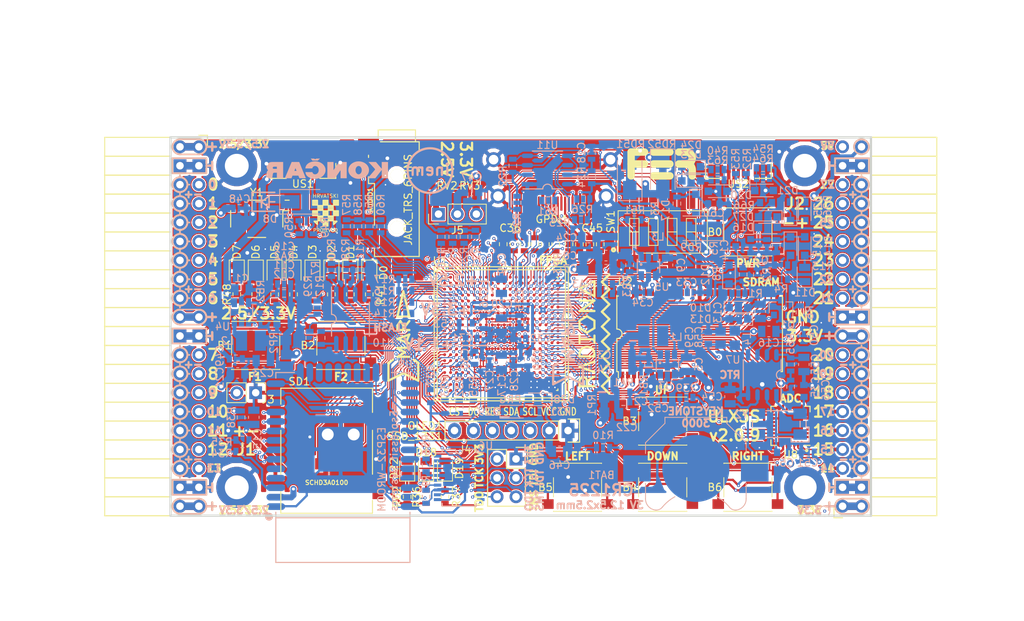
<source format=kicad_pcb>
(kicad_pcb (version 20171130) (host pcbnew 5.0.0+dfsg1-1)
  (layers (0 F.Cu signal) (1 In1.Cu signal) (2 In2.Cu signal) (31 B.Cu signal) (34 B.Paste user) (35 F.Paste user) (36 B.SilkS user hide) (37 F.SilkS user) (38 B.Mask user) (39 F.Mask user hide) (44 Edge.Cuts user))
  (net 0 "")
  (net 1 GND)
  (net 2 +5V)
  (net 3 /gpio/IN5V)
  (net 4 /gpio/OUT5V)
  (net 5 +3V3)
  (net 6 BTN_D)
  (net 7 BTN_F1)
  (net 8 BTN_F2)
  (net 9 BTN_L)
  (net 10 BTN_R)
  (net 11 BTN_U)
  (net 12 /power/FB1)
  (net 13 +2V5)
  (net 14 /power/PWREN)
  (net 15 /power/FB3)
  (net 16 /power/FB2)
  (net 17 /power/VBAT)
  (net 18 JTAG_TDI)
  (net 19 JTAG_TCK)
  (net 20 JTAG_TMS)
  (net 21 JTAG_TDO)
  (net 22 /power/WAKEUPn)
  (net 23 /power/WKUP)
  (net 24 /power/SHUT)
  (net 25 /power/WAKE)
  (net 26 /power/HOLD)
  (net 27 /power/WKn)
  (net 28 /power/OSCI_32k)
  (net 29 /power/OSCO_32k)
  (net 30 SHUTDOWN)
  (net 31 GPDI_SDA)
  (net 32 GPDI_SCL)
  (net 33 /gpdi/VREF2)
  (net 34 SD_CMD)
  (net 35 SD_CLK)
  (net 36 SD_D0)
  (net 37 SD_D1)
  (net 38 USB5V)
  (net 39 GPDI_CEC)
  (net 40 nRESET)
  (net 41 FTDI_nDTR)
  (net 42 SDRAM_CKE)
  (net 43 SDRAM_A7)
  (net 44 SDRAM_D15)
  (net 45 SDRAM_BA1)
  (net 46 SDRAM_D7)
  (net 47 SDRAM_A6)
  (net 48 SDRAM_CLK)
  (net 49 SDRAM_D13)
  (net 50 SDRAM_BA0)
  (net 51 SDRAM_D6)
  (net 52 SDRAM_A5)
  (net 53 SDRAM_D14)
  (net 54 SDRAM_A11)
  (net 55 SDRAM_D12)
  (net 56 SDRAM_D5)
  (net 57 SDRAM_A4)
  (net 58 SDRAM_A10)
  (net 59 SDRAM_D11)
  (net 60 SDRAM_A3)
  (net 61 SDRAM_D4)
  (net 62 SDRAM_D10)
  (net 63 SDRAM_D9)
  (net 64 SDRAM_A9)
  (net 65 SDRAM_D3)
  (net 66 SDRAM_D8)
  (net 67 SDRAM_A8)
  (net 68 SDRAM_A2)
  (net 69 SDRAM_A1)
  (net 70 SDRAM_A0)
  (net 71 SDRAM_D2)
  (net 72 SDRAM_D1)
  (net 73 SDRAM_D0)
  (net 74 SDRAM_DQM0)
  (net 75 SDRAM_nCS)
  (net 76 SDRAM_nRAS)
  (net 77 SDRAM_DQM1)
  (net 78 SDRAM_nCAS)
  (net 79 SDRAM_nWE)
  (net 80 /flash/FLASH_nWP)
  (net 81 /flash/FLASH_nHOLD)
  (net 82 /flash/FLASH_MOSI)
  (net 83 /flash/FLASH_MISO)
  (net 84 /flash/FLASH_SCK)
  (net 85 /flash/FLASH_nCS)
  (net 86 /flash/FPGA_PROGRAMN)
  (net 87 /flash/FPGA_DONE)
  (net 88 /flash/FPGA_INITN)
  (net 89 OLED_RES)
  (net 90 OLED_DC)
  (net 91 OLED_CS)
  (net 92 WIFI_EN)
  (net 93 FTDI_nRTS)
  (net 94 FTDI_TXD)
  (net 95 FTDI_RXD)
  (net 96 WIFI_RXD)
  (net 97 WIFI_GPIO0)
  (net 98 WIFI_TXD)
  (net 99 USB_FTDI_D+)
  (net 100 USB_FTDI_D-)
  (net 101 SD_D3)
  (net 102 AUDIO_L3)
  (net 103 AUDIO_L2)
  (net 104 AUDIO_L1)
  (net 105 AUDIO_L0)
  (net 106 AUDIO_R3)
  (net 107 AUDIO_R2)
  (net 108 AUDIO_R1)
  (net 109 AUDIO_R0)
  (net 110 OLED_CLK)
  (net 111 OLED_MOSI)
  (net 112 LED0)
  (net 113 LED1)
  (net 114 LED2)
  (net 115 LED3)
  (net 116 LED4)
  (net 117 LED5)
  (net 118 LED6)
  (net 119 LED7)
  (net 120 BTN_PWRn)
  (net 121 FTDI_nTXLED)
  (net 122 FTDI_nSLEEP)
  (net 123 /blinkey/LED_PWREN)
  (net 124 /blinkey/LED_TXLED)
  (net 125 /sdcard/SD3V3)
  (net 126 SD_D2)
  (net 127 CLK_25MHz)
  (net 128 /blinkey/BTNPUL)
  (net 129 /blinkey/BTNPUR)
  (net 130 USB_FPGA_D+)
  (net 131 /power/FTDI_nSUSPEND)
  (net 132 /blinkey/ALED0)
  (net 133 /blinkey/ALED1)
  (net 134 /blinkey/ALED2)
  (net 135 /blinkey/ALED3)
  (net 136 /blinkey/ALED4)
  (net 137 /blinkey/ALED5)
  (net 138 /blinkey/ALED6)
  (net 139 /blinkey/ALED7)
  (net 140 /usb/FTD-)
  (net 141 /usb/FTD+)
  (net 142 ADC_MISO)
  (net 143 ADC_MOSI)
  (net 144 ADC_CSn)
  (net 145 ADC_SCLK)
  (net 146 SW3)
  (net 147 SW2)
  (net 148 SW1)
  (net 149 USB_FPGA_D-)
  (net 150 /usb/FPD+)
  (net 151 /usb/FPD-)
  (net 152 WIFI_GPIO16)
  (net 153 /usb/ANT_433MHz)
  (net 154 PROG_DONE)
  (net 155 /power/P3V3)
  (net 156 /power/P2V5)
  (net 157 /power/L1)
  (net 158 /power/L3)
  (net 159 /power/L2)
  (net 160 FTDI_TXDEN)
  (net 161 SDRAM_A12)
  (net 162 /analog/AUDIO_V)
  (net 163 AUDIO_V3)
  (net 164 AUDIO_V2)
  (net 165 AUDIO_V1)
  (net 166 AUDIO_V0)
  (net 167 /blinkey/LED_WIFI)
  (net 168 /power/P1V1)
  (net 169 +1V1)
  (net 170 SW4)
  (net 171 /blinkey/SWPU)
  (net 172 /wifi/WIFIEN)
  (net 173 FT2V5)
  (net 174 GN0)
  (net 175 GP0)
  (net 176 GN1)
  (net 177 GP1)
  (net 178 GN2)
  (net 179 GP2)
  (net 180 GN3)
  (net 181 GP3)
  (net 182 GN4)
  (net 183 GP4)
  (net 184 GN5)
  (net 185 GP5)
  (net 186 GN6)
  (net 187 GP6)
  (net 188 GN14)
  (net 189 GP14)
  (net 190 GN15)
  (net 191 GP15)
  (net 192 GN16)
  (net 193 GP16)
  (net 194 GN17)
  (net 195 GP17)
  (net 196 GN18)
  (net 197 GP18)
  (net 198 GN19)
  (net 199 GP19)
  (net 200 GN20)
  (net 201 GP20)
  (net 202 GN21)
  (net 203 GP21)
  (net 204 GN22)
  (net 205 GP22)
  (net 206 GN23)
  (net 207 GP23)
  (net 208 GN24)
  (net 209 GP24)
  (net 210 GN25)
  (net 211 GP25)
  (net 212 GN26)
  (net 213 GP26)
  (net 214 GN27)
  (net 215 GP27)
  (net 216 GN7)
  (net 217 GP7)
  (net 218 GN8)
  (net 219 GP8)
  (net 220 GN9)
  (net 221 GP9)
  (net 222 GN10)
  (net 223 GP10)
  (net 224 GN11)
  (net 225 GP11)
  (net 226 GN12)
  (net 227 GP12)
  (net 228 GN13)
  (net 229 GP13)
  (net 230 WIFI_GPIO5)
  (net 231 WIFI_GPIO17)
  (net 232 USB_FPGA_PULL_D+)
  (net 233 USB_FPGA_PULL_D-)
  (net 234 "Net-(D23-Pad2)")
  (net 235 "Net-(D24-Pad1)")
  (net 236 "Net-(D25-Pad2)")
  (net 237 "Net-(D26-Pad1)")
  (net 238 /gpdi/GPDI_ETH+)
  (net 239 FPDI_ETH+)
  (net 240 /gpdi/GPDI_ETH-)
  (net 241 FPDI_ETH-)
  (net 242 /gpdi/GPDI_D2-)
  (net 243 FPDI_D2-)
  (net 244 /gpdi/GPDI_D1-)
  (net 245 FPDI_D1-)
  (net 246 /gpdi/GPDI_D0-)
  (net 247 FPDI_D0-)
  (net 248 /gpdi/GPDI_CLK-)
  (net 249 FPDI_CLK-)
  (net 250 /gpdi/GPDI_D2+)
  (net 251 FPDI_D2+)
  (net 252 /gpdi/GPDI_D1+)
  (net 253 FPDI_D1+)
  (net 254 /gpdi/GPDI_D0+)
  (net 255 FPDI_D0+)
  (net 256 /gpdi/GPDI_CLK+)
  (net 257 FPDI_CLK+)
  (net 258 FPDI_SDA)
  (net 259 FPDI_SCL)
  (net 260 /gpdi/FPDI_CEC)
  (net 261 2V5_3V3)
  (net 262 "Net-(AUDIO1-Pad5)")
  (net 263 "Net-(AUDIO1-Pad6)")
  (net 264 "Net-(U1-PadA15)")
  (net 265 "Net-(U1-PadC9)")
  (net 266 "Net-(U1-PadD9)")
  (net 267 "Net-(U1-PadD10)")
  (net 268 "Net-(U1-PadD11)")
  (net 269 "Net-(U1-PadD12)")
  (net 270 "Net-(U1-PadE6)")
  (net 271 "Net-(U1-PadE9)")
  (net 272 "Net-(U1-PadE10)")
  (net 273 "Net-(U1-PadE11)")
  (net 274 "Net-(U1-PadJ4)")
  (net 275 "Net-(U1-PadJ5)")
  (net 276 "Net-(U1-PadK5)")
  (net 277 "Net-(U1-PadL5)")
  (net 278 "Net-(U1-PadM5)")
  (net 279 SD_CD)
  (net 280 SD_WP)
  (net 281 "Net-(U1-PadR3)")
  (net 282 "Net-(U1-PadT16)")
  (net 283 "Net-(U1-PadW4)")
  (net 284 "Net-(U1-PadW5)")
  (net 285 "Net-(U1-PadW8)")
  (net 286 "Net-(U1-PadW9)")
  (net 287 "Net-(U1-PadW13)")
  (net 288 "Net-(U1-PadW14)")
  (net 289 "Net-(U1-PadW17)")
  (net 290 "Net-(U1-PadW18)")
  (net 291 FTDI_nRXLED)
  (net 292 "Net-(U8-Pad12)")
  (net 293 "Net-(U8-Pad25)")
  (net 294 "Net-(U9-Pad32)")
  (net 295 "Net-(U9-Pad22)")
  (net 296 "Net-(U9-Pad21)")
  (net 297 "Net-(U9-Pad20)")
  (net 298 "Net-(U9-Pad19)")
  (net 299 "Net-(U9-Pad18)")
  (net 300 "Net-(U9-Pad17)")
  (net 301 "Net-(U9-Pad12)")
  (net 302 "Net-(U9-Pad5)")
  (net 303 "Net-(U9-Pad4)")
  (net 304 "Net-(US1-Pad4)")
  (net 305 "Net-(Y2-Pad3)")
  (net 306 "Net-(Y2-Pad2)")
  (net 307 "Net-(U1-PadK16)")
  (net 308 "Net-(U1-PadK17)")
  (net 309 /usb/US2VBUS)
  (net 310 /power/SHD)
  (net 311 /power/RTCVDD)
  (net 312 "Net-(D27-Pad2)")
  (net 313 US2_ID)
  (net 314 /analog/AUDIO_L)
  (net 315 /analog/AUDIO_R)
  (net 316 /analog/ADC3V3)
  (net 317 PWRBTn)
  (net 318 USER_PROGRAMN)
  (module lfe5bg381:BGA-381_pitch0.8mm_dia0.4mm (layer F.Cu) (at 138.48 87.8)
    (fp_text reference U1 (at -8.2 -9.8) (layer F.SilkS))
    (fp_text value LFE5U-85F-6BG381C)
    (pad Y19 smd circle (at 6.8 7.6) (size 0.4 0.35) (layers F.Cu F.Paste F.Mask) (net 1 GND))
    (pad Y17 smd circle (at 5.2 7.6) (size 0.4 0.35) (layers F.Cu F.Paste F.Mask) (net 1 GND))
    (pad Y16 smd circle (at 4.4 7.6) (size 0.4 0.35) (layers F.Cu F.Paste F.Mask) (net 1 GND))
    (pad Y15 smd circle (at 3.6 7.6) (size 0.4 0.35) (layers F.Cu F.Paste F.Mask) (net 1 GND))
    (pad Y14 smd circle (at 2.8 7.6) (size 0.4 0.35) (layers F.Cu F.Paste F.Mask) (net 1 GND))
    (pad Y12 smd circle (at 1.2 7.6) (size 0.4 0.35) (layers F.Cu F.Paste F.Mask) (net 1 GND))
    (pad Y11 smd circle (at 0.4 7.6) (size 0.4 0.35) (layers F.Cu F.Paste F.Mask) (net 1 GND))
    (pad Y8 smd circle (at -2 7.6) (size 0.4 0.35) (layers F.Cu F.Paste F.Mask) (net 1 GND))
    (pad Y7 smd circle (at -2.8 7.6) (size 0.4 0.35) (layers F.Cu F.Paste F.Mask) (net 1 GND))
    (pad Y6 smd circle (at -3.6 7.6) (size 0.4 0.35) (layers F.Cu F.Paste F.Mask) (net 1 GND))
    (pad Y5 smd circle (at -4.4 7.6) (size 0.4 0.35) (layers F.Cu F.Paste F.Mask) (net 1 GND))
    (pad Y3 smd circle (at -6 7.6) (size 0.4 0.35) (layers F.Cu F.Paste F.Mask) (net 87 /flash/FPGA_DONE))
    (pad Y2 smd circle (at -6.8 7.6) (size 0.4 0.35) (layers F.Cu F.Paste F.Mask) (net 80 /flash/FLASH_nWP))
    (pad W20 smd circle (at 7.6 6.8) (size 0.4 0.35) (layers F.Cu F.Paste F.Mask) (net 1 GND))
    (pad W19 smd circle (at 6.8 6.8) (size 0.4 0.35) (layers F.Cu F.Paste F.Mask) (net 1 GND))
    (pad W18 smd circle (at 6 6.8) (size 0.4 0.35) (layers F.Cu F.Paste F.Mask) (net 290 "Net-(U1-PadW18)"))
    (pad W17 smd circle (at 5.2 6.8) (size 0.4 0.35) (layers F.Cu F.Paste F.Mask) (net 289 "Net-(U1-PadW17)"))
    (pad W16 smd circle (at 4.4 6.8) (size 0.4 0.35) (layers F.Cu F.Paste F.Mask) (net 1 GND))
    (pad W15 smd circle (at 3.6 6.8) (size 0.4 0.35) (layers F.Cu F.Paste F.Mask) (net 1 GND))
    (pad W14 smd circle (at 2.8 6.8) (size 0.4 0.35) (layers F.Cu F.Paste F.Mask) (net 288 "Net-(U1-PadW14)"))
    (pad W13 smd circle (at 2 6.8) (size 0.4 0.35) (layers F.Cu F.Paste F.Mask) (net 287 "Net-(U1-PadW13)"))
    (pad W12 smd circle (at 1.2 6.8) (size 0.4 0.35) (layers F.Cu F.Paste F.Mask) (net 1 GND))
    (pad W11 smd circle (at 0.4 6.8) (size 0.4 0.35) (layers F.Cu F.Paste F.Mask))
    (pad W10 smd circle (at -0.4 6.8) (size 0.4 0.35) (layers F.Cu F.Paste F.Mask))
    (pad W9 smd circle (at -1.2 6.8) (size 0.4 0.35) (layers F.Cu F.Paste F.Mask) (net 286 "Net-(U1-PadW9)"))
    (pad W8 smd circle (at -2 6.8) (size 0.4 0.35) (layers F.Cu F.Paste F.Mask) (net 285 "Net-(U1-PadW8)"))
    (pad W7 smd circle (at -2.8 6.8) (size 0.4 0.35) (layers F.Cu F.Paste F.Mask) (net 1 GND))
    (pad W6 smd circle (at -3.6 6.8) (size 0.4 0.35) (layers F.Cu F.Paste F.Mask) (net 1 GND))
    (pad W5 smd circle (at -4.4 6.8) (size 0.4 0.35) (layers F.Cu F.Paste F.Mask) (net 284 "Net-(U1-PadW5)"))
    (pad W4 smd circle (at -5.2 6.8) (size 0.4 0.35) (layers F.Cu F.Paste F.Mask) (net 283 "Net-(U1-PadW4)"))
    (pad W3 smd circle (at -6 6.8) (size 0.4 0.35) (layers F.Cu F.Paste F.Mask) (net 86 /flash/FPGA_PROGRAMN))
    (pad W2 smd circle (at -6.8 6.8) (size 0.4 0.35) (layers F.Cu F.Paste F.Mask) (net 82 /flash/FLASH_MOSI))
    (pad W1 smd circle (at -7.6 6.8) (size 0.4 0.35) (layers F.Cu F.Paste F.Mask) (net 81 /flash/FLASH_nHOLD))
    (pad V20 smd circle (at 7.6 6) (size 0.4 0.35) (layers F.Cu F.Paste F.Mask) (net 1 GND))
    (pad V19 smd circle (at 6.8 6) (size 0.4 0.35) (layers F.Cu F.Paste F.Mask) (net 1 GND))
    (pad V18 smd circle (at 6 6) (size 0.4 0.35) (layers F.Cu F.Paste F.Mask) (net 1 GND))
    (pad V17 smd circle (at 5.2 6) (size 0.4 0.35) (layers F.Cu F.Paste F.Mask) (net 1 GND))
    (pad V16 smd circle (at 4.4 6) (size 0.4 0.35) (layers F.Cu F.Paste F.Mask) (net 1 GND))
    (pad V15 smd circle (at 3.6 6) (size 0.4 0.35) (layers F.Cu F.Paste F.Mask) (net 1 GND))
    (pad V14 smd circle (at 2.8 6) (size 0.4 0.35) (layers F.Cu F.Paste F.Mask) (net 1 GND))
    (pad V13 smd circle (at 2 6) (size 0.4 0.35) (layers F.Cu F.Paste F.Mask) (net 1 GND))
    (pad V12 smd circle (at 1.2 6) (size 0.4 0.35) (layers F.Cu F.Paste F.Mask) (net 1 GND))
    (pad V11 smd circle (at 0.4 6) (size 0.4 0.35) (layers F.Cu F.Paste F.Mask) (net 1 GND))
    (pad V10 smd circle (at -0.4 6) (size 0.4 0.35) (layers F.Cu F.Paste F.Mask) (net 1 GND))
    (pad V9 smd circle (at -1.2 6) (size 0.4 0.35) (layers F.Cu F.Paste F.Mask) (net 1 GND))
    (pad V8 smd circle (at -2 6) (size 0.4 0.35) (layers F.Cu F.Paste F.Mask) (net 1 GND))
    (pad V7 smd circle (at -2.8 6) (size 0.4 0.35) (layers F.Cu F.Paste F.Mask) (net 1 GND))
    (pad V6 smd circle (at -3.6 6) (size 0.4 0.35) (layers F.Cu F.Paste F.Mask) (net 1 GND))
    (pad V5 smd circle (at -4.4 6) (size 0.4 0.35) (layers F.Cu F.Paste F.Mask) (net 1 GND))
    (pad V4 smd circle (at -5.2 6) (size 0.4 0.35) (layers F.Cu F.Paste F.Mask) (net 21 JTAG_TDO))
    (pad V3 smd circle (at -6 6) (size 0.4 0.35) (layers F.Cu F.Paste F.Mask) (net 88 /flash/FPGA_INITN))
    (pad V2 smd circle (at -6.8 6) (size 0.4 0.35) (layers F.Cu F.Paste F.Mask) (net 83 /flash/FLASH_MISO))
    (pad V1 smd circle (at -7.6 6) (size 0.4 0.35) (layers F.Cu F.Paste F.Mask) (net 6 BTN_D))
    (pad U20 smd circle (at 7.6 5.2) (size 0.4 0.35) (layers F.Cu F.Paste F.Mask) (net 46 SDRAM_D7))
    (pad U19 smd circle (at 6.8 5.2) (size 0.4 0.35) (layers F.Cu F.Paste F.Mask) (net 74 SDRAM_DQM0))
    (pad U18 smd circle (at 6 5.2) (size 0.4 0.35) (layers F.Cu F.Paste F.Mask) (net 189 GP14))
    (pad U17 smd circle (at 5.2 5.2) (size 0.4 0.35) (layers F.Cu F.Paste F.Mask) (net 188 GN14))
    (pad U16 smd circle (at 4.4 5.2) (size 0.4 0.35) (layers F.Cu F.Paste F.Mask) (net 142 ADC_MISO))
    (pad U15 smd circle (at 3.6 5.2) (size 0.4 0.35) (layers F.Cu F.Paste F.Mask) (net 1 GND))
    (pad U14 smd circle (at 2.8 5.2) (size 0.4 0.35) (layers F.Cu F.Paste F.Mask) (net 1 GND))
    (pad U13 smd circle (at 2 5.2) (size 0.4 0.35) (layers F.Cu F.Paste F.Mask) (net 1 GND))
    (pad U12 smd circle (at 1.2 5.2) (size 0.4 0.35) (layers F.Cu F.Paste F.Mask) (net 1 GND))
    (pad U11 smd circle (at 0.4 5.2) (size 0.4 0.35) (layers F.Cu F.Paste F.Mask) (net 1 GND))
    (pad U10 smd circle (at -0.4 5.2) (size 0.4 0.35) (layers F.Cu F.Paste F.Mask) (net 1 GND))
    (pad U9 smd circle (at -1.2 5.2) (size 0.4 0.35) (layers F.Cu F.Paste F.Mask) (net 1 GND))
    (pad U8 smd circle (at -2 5.2) (size 0.4 0.35) (layers F.Cu F.Paste F.Mask) (net 1 GND))
    (pad U7 smd circle (at -2.8 5.2) (size 0.4 0.35) (layers F.Cu F.Paste F.Mask) (net 1 GND))
    (pad U6 smd circle (at -3.6 5.2) (size 0.4 0.35) (layers F.Cu F.Paste F.Mask) (net 1 GND))
    (pad U5 smd circle (at -4.4 5.2) (size 0.4 0.35) (layers F.Cu F.Paste F.Mask) (net 20 JTAG_TMS))
    (pad U4 smd circle (at -5.2 5.2) (size 0.4 0.35) (layers F.Cu F.Paste F.Mask) (net 1 GND))
    (pad U3 smd circle (at -6 5.2) (size 0.4 0.35) (layers F.Cu F.Paste F.Mask) (net 84 /flash/FLASH_SCK))
    (pad U2 smd circle (at -6.8 5.2) (size 0.4 0.35) (layers F.Cu F.Paste F.Mask) (net 5 +3V3))
    (pad U1 smd circle (at -7.6 5.2) (size 0.4 0.35) (layers F.Cu F.Paste F.Mask) (net 9 BTN_L))
    (pad T20 smd circle (at 7.6 4.4) (size 0.4 0.35) (layers F.Cu F.Paste F.Mask) (net 79 SDRAM_nWE))
    (pad T19 smd circle (at 6.8 4.4) (size 0.4 0.35) (layers F.Cu F.Paste F.Mask) (net 78 SDRAM_nCAS))
    (pad T18 smd circle (at 6 4.4) (size 0.4 0.35) (layers F.Cu F.Paste F.Mask) (net 56 SDRAM_D5))
    (pad T17 smd circle (at 5.2 4.4) (size 0.4 0.35) (layers F.Cu F.Paste F.Mask) (net 51 SDRAM_D6))
    (pad T16 smd circle (at 4.4 4.4) (size 0.4 0.35) (layers F.Cu F.Paste F.Mask) (net 282 "Net-(U1-PadT16)"))
    (pad T15 smd circle (at 3.6 4.4) (size 0.4 0.35) (layers F.Cu F.Paste F.Mask) (net 1 GND))
    (pad T14 smd circle (at 2.8 4.4) (size 0.4 0.35) (layers F.Cu F.Paste F.Mask) (net 1 GND))
    (pad T13 smd circle (at 2 4.4) (size 0.4 0.35) (layers F.Cu F.Paste F.Mask) (net 1 GND))
    (pad T12 smd circle (at 1.2 4.4) (size 0.4 0.35) (layers F.Cu F.Paste F.Mask) (net 1 GND))
    (pad T11 smd circle (at 0.4 4.4) (size 0.4 0.35) (layers F.Cu F.Paste F.Mask) (net 1 GND))
    (pad T10 smd circle (at -0.4 4.4) (size 0.4 0.35) (layers F.Cu F.Paste F.Mask) (net 1 GND))
    (pad T9 smd circle (at -1.2 4.4) (size 0.4 0.35) (layers F.Cu F.Paste F.Mask) (net 1 GND))
    (pad T8 smd circle (at -2 4.4) (size 0.4 0.35) (layers F.Cu F.Paste F.Mask) (net 1 GND))
    (pad T7 smd circle (at -2.8 4.4) (size 0.4 0.35) (layers F.Cu F.Paste F.Mask) (net 1 GND))
    (pad T6 smd circle (at -3.6 4.4) (size 0.4 0.35) (layers F.Cu F.Paste F.Mask) (net 1 GND))
    (pad T5 smd circle (at -4.4 4.4) (size 0.4 0.35) (layers F.Cu F.Paste F.Mask) (net 19 JTAG_TCK))
    (pad T4 smd circle (at -5.2 4.4) (size 0.4 0.35) (layers F.Cu F.Paste F.Mask) (net 5 +3V3))
    (pad T3 smd circle (at -6 4.4) (size 0.4 0.35) (layers F.Cu F.Paste F.Mask) (net 5 +3V3))
    (pad T2 smd circle (at -6.8 4.4) (size 0.4 0.35) (layers F.Cu F.Paste F.Mask) (net 5 +3V3))
    (pad T1 smd circle (at -7.6 4.4) (size 0.4 0.35) (layers F.Cu F.Paste F.Mask) (net 8 BTN_F2))
    (pad R20 smd circle (at 7.6 3.6) (size 0.4 0.35) (layers F.Cu F.Paste F.Mask) (net 76 SDRAM_nRAS))
    (pad R19 smd circle (at 6.8 3.6) (size 0.4 0.35) (layers F.Cu F.Paste F.Mask) (net 1 GND))
    (pad R18 smd circle (at 6 3.6) (size 0.4 0.35) (layers F.Cu F.Paste F.Mask) (net 11 BTN_U))
    (pad R17 smd circle (at 5.2 3.6) (size 0.4 0.35) (layers F.Cu F.Paste F.Mask) (net 144 ADC_CSn))
    (pad R16 smd circle (at 4.4 3.6) (size 0.4 0.35) (layers F.Cu F.Paste F.Mask) (net 143 ADC_MOSI))
    (pad R5 smd circle (at -4.4 3.6) (size 0.4 0.35) (layers F.Cu F.Paste F.Mask) (net 18 JTAG_TDI))
    (pad R4 smd circle (at -5.2 3.6) (size 0.4 0.35) (layers F.Cu F.Paste F.Mask) (net 1 GND))
    (pad R3 smd circle (at -6 3.6) (size 0.4 0.35) (layers F.Cu F.Paste F.Mask) (net 281 "Net-(U1-PadR3)"))
    (pad R2 smd circle (at -6.8 3.6) (size 0.4 0.35) (layers F.Cu F.Paste F.Mask) (net 85 /flash/FLASH_nCS))
    (pad R1 smd circle (at -7.6 3.6) (size 0.4 0.35) (layers F.Cu F.Paste F.Mask) (net 7 BTN_F1))
    (pad P20 smd circle (at 7.6 2.8) (size 0.4 0.35) (layers F.Cu F.Paste F.Mask) (net 75 SDRAM_nCS))
    (pad P19 smd circle (at 6.8 2.8) (size 0.4 0.35) (layers F.Cu F.Paste F.Mask) (net 50 SDRAM_BA0))
    (pad P18 smd circle (at 6 2.8) (size 0.4 0.35) (layers F.Cu F.Paste F.Mask) (net 61 SDRAM_D4))
    (pad P17 smd circle (at 5.2 2.8) (size 0.4 0.35) (layers F.Cu F.Paste F.Mask) (net 145 ADC_SCLK))
    (pad P16 smd circle (at 4.4 2.8) (size 0.4 0.35) (layers F.Cu F.Paste F.Mask) (net 190 GN15))
    (pad P15 smd circle (at 3.6 2.8) (size 0.4 0.35) (layers F.Cu F.Paste F.Mask) (net 13 +2V5))
    (pad P14 smd circle (at 2.8 2.8) (size 0.4 0.35) (layers F.Cu F.Paste F.Mask) (net 1 GND))
    (pad P13 smd circle (at 2 2.8) (size 0.4 0.35) (layers F.Cu F.Paste F.Mask) (net 1 GND))
    (pad P12 smd circle (at 1.2 2.8) (size 0.4 0.35) (layers F.Cu F.Paste F.Mask) (net 1 GND))
    (pad P11 smd circle (at 0.4 2.8) (size 0.4 0.35) (layers F.Cu F.Paste F.Mask) (net 1 GND))
    (pad P10 smd circle (at -0.4 2.8) (size 0.4 0.35) (layers F.Cu F.Paste F.Mask) (net 5 +3V3))
    (pad P9 smd circle (at -1.2 2.8) (size 0.4 0.35) (layers F.Cu F.Paste F.Mask) (net 5 +3V3))
    (pad P8 smd circle (at -2 2.8) (size 0.4 0.35) (layers F.Cu F.Paste F.Mask) (net 1 GND))
    (pad P7 smd circle (at -2.8 2.8) (size 0.4 0.35) (layers F.Cu F.Paste F.Mask) (net 1 GND))
    (pad P6 smd circle (at -3.6 2.8) (size 0.4 0.35) (layers F.Cu F.Paste F.Mask) (net 13 +2V5))
    (pad P5 smd circle (at -4.4 2.8) (size 0.4 0.35) (layers F.Cu F.Paste F.Mask) (net 280 SD_WP))
    (pad P4 smd circle (at -5.2 2.8) (size 0.4 0.35) (layers F.Cu F.Paste F.Mask) (net 110 OLED_CLK))
    (pad P3 smd circle (at -6 2.8) (size 0.4 0.35) (layers F.Cu F.Paste F.Mask) (net 111 OLED_MOSI))
    (pad P2 smd circle (at -6.8 2.8) (size 0.4 0.35) (layers F.Cu F.Paste F.Mask) (net 89 OLED_RES))
    (pad P1 smd circle (at -7.6 2.8) (size 0.4 0.35) (layers F.Cu F.Paste F.Mask) (net 90 OLED_DC))
    (pad N20 smd circle (at 7.6 2) (size 0.4 0.35) (layers F.Cu F.Paste F.Mask) (net 45 SDRAM_BA1))
    (pad N19 smd circle (at 6.8 2) (size 0.4 0.35) (layers F.Cu F.Paste F.Mask) (net 58 SDRAM_A10))
    (pad N18 smd circle (at 6 2) (size 0.4 0.35) (layers F.Cu F.Paste F.Mask) (net 65 SDRAM_D3))
    (pad N17 smd circle (at 5.2 2) (size 0.4 0.35) (layers F.Cu F.Paste F.Mask) (net 191 GP15))
    (pad N16 smd circle (at 4.4 2) (size 0.4 0.35) (layers F.Cu F.Paste F.Mask) (net 193 GP16))
    (pad N15 smd circle (at 3.6 2) (size 0.4 0.35) (layers F.Cu F.Paste F.Mask) (net 1 GND))
    (pad N14 smd circle (at 2.8 2) (size 0.4 0.35) (layers F.Cu F.Paste F.Mask) (net 1 GND))
    (pad N13 smd circle (at 2 2) (size 0.4 0.35) (layers F.Cu F.Paste F.Mask) (net 169 +1V1))
    (pad N12 smd circle (at 1.2 2) (size 0.4 0.35) (layers F.Cu F.Paste F.Mask) (net 169 +1V1))
    (pad N11 smd circle (at 0.4 2) (size 0.4 0.35) (layers F.Cu F.Paste F.Mask) (net 169 +1V1))
    (pad N10 smd circle (at -0.4 2) (size 0.4 0.35) (layers F.Cu F.Paste F.Mask) (net 169 +1V1))
    (pad N9 smd circle (at -1.2 2) (size 0.4 0.35) (layers F.Cu F.Paste F.Mask) (net 169 +1V1))
    (pad N8 smd circle (at -2 2) (size 0.4 0.35) (layers F.Cu F.Paste F.Mask) (net 169 +1V1))
    (pad N7 smd circle (at -2.8 2) (size 0.4 0.35) (layers F.Cu F.Paste F.Mask) (net 1 GND))
    (pad N6 smd circle (at -3.6 2) (size 0.4 0.35) (layers F.Cu F.Paste F.Mask) (net 1 GND))
    (pad N5 smd circle (at -4.4 2) (size 0.4 0.35) (layers F.Cu F.Paste F.Mask) (net 279 SD_CD))
    (pad N4 smd circle (at -5.2 2) (size 0.4 0.35) (layers F.Cu F.Paste F.Mask) (net 230 WIFI_GPIO5))
    (pad N3 smd circle (at -6 2) (size 0.4 0.35) (layers F.Cu F.Paste F.Mask) (net 231 WIFI_GPIO17))
    (pad N2 smd circle (at -6.8 2) (size 0.4 0.35) (layers F.Cu F.Paste F.Mask) (net 91 OLED_CS))
    (pad N1 smd circle (at -7.6 2) (size 0.4 0.35) (layers F.Cu F.Paste F.Mask) (net 41 FTDI_nDTR))
    (pad M20 smd circle (at 7.6 1.2) (size 0.4 0.35) (layers F.Cu F.Paste F.Mask) (net 70 SDRAM_A0))
    (pad M19 smd circle (at 6.8 1.2) (size 0.4 0.35) (layers F.Cu F.Paste F.Mask) (net 69 SDRAM_A1))
    (pad M18 smd circle (at 6 1.2) (size 0.4 0.35) (layers F.Cu F.Paste F.Mask) (net 71 SDRAM_D2))
    (pad M17 smd circle (at 5.2 1.2) (size 0.4 0.35) (layers F.Cu F.Paste F.Mask) (net 192 GN16))
    (pad M16 smd circle (at 4.4 1.2) (size 0.4 0.35) (layers F.Cu F.Paste F.Mask) (net 1 GND))
    (pad M15 smd circle (at 3.6 1.2) (size 0.4 0.35) (layers F.Cu F.Paste F.Mask) (net 5 +3V3))
    (pad M14 smd circle (at 2.8 1.2) (size 0.4 0.35) (layers F.Cu F.Paste F.Mask) (net 1 GND))
    (pad M13 smd circle (at 2 1.2) (size 0.4 0.35) (layers F.Cu F.Paste F.Mask) (net 169 +1V1))
    (pad M12 smd circle (at 1.2 1.2) (size 0.4 0.35) (layers F.Cu F.Paste F.Mask) (net 1 GND))
    (pad M11 smd circle (at 0.4 1.2) (size 0.4 0.35) (layers F.Cu F.Paste F.Mask) (net 1 GND))
    (pad M10 smd circle (at -0.4 1.2) (size 0.4 0.35) (layers F.Cu F.Paste F.Mask) (net 1 GND))
    (pad M9 smd circle (at -1.2 1.2) (size 0.4 0.35) (layers F.Cu F.Paste F.Mask) (net 1 GND))
    (pad M8 smd circle (at -2 1.2) (size 0.4 0.35) (layers F.Cu F.Paste F.Mask) (net 169 +1V1))
    (pad M7 smd circle (at -2.8 1.2) (size 0.4 0.35) (layers F.Cu F.Paste F.Mask) (net 1 GND))
    (pad M6 smd circle (at -3.6 1.2) (size 0.4 0.35) (layers F.Cu F.Paste F.Mask) (net 5 +3V3))
    (pad M5 smd circle (at -4.4 1.2) (size 0.4 0.35) (layers F.Cu F.Paste F.Mask) (net 278 "Net-(U1-PadM5)"))
    (pad M4 smd circle (at -5.2 1.2) (size 0.4 0.35) (layers F.Cu F.Paste F.Mask) (net 318 USER_PROGRAMN))
    (pad M3 smd circle (at -6 1.2) (size 0.4 0.35) (layers F.Cu F.Paste F.Mask) (net 93 FTDI_nRTS))
    (pad M2 smd circle (at -6.8 1.2) (size 0.4 0.35) (layers F.Cu F.Paste F.Mask) (net 1 GND))
    (pad M1 smd circle (at -7.6 1.2) (size 0.4 0.35) (layers F.Cu F.Paste F.Mask) (net 94 FTDI_TXD))
    (pad L20 smd circle (at 7.6 0.4) (size 0.4 0.35) (layers F.Cu F.Paste F.Mask) (net 68 SDRAM_A2))
    (pad L19 smd circle (at 6.8 0.4) (size 0.4 0.35) (layers F.Cu F.Paste F.Mask) (net 60 SDRAM_A3))
    (pad L18 smd circle (at 6 0.4) (size 0.4 0.35) (layers F.Cu F.Paste F.Mask) (net 72 SDRAM_D1))
    (pad L17 smd circle (at 5.2 0.4) (size 0.4 0.35) (layers F.Cu F.Paste F.Mask) (net 194 GN17))
    (pad L16 smd circle (at 4.4 0.4) (size 0.4 0.35) (layers F.Cu F.Paste F.Mask) (net 195 GP17))
    (pad L15 smd circle (at 3.6 0.4) (size 0.4 0.35) (layers F.Cu F.Paste F.Mask) (net 5 +3V3))
    (pad L14 smd circle (at 2.8 0.4) (size 0.4 0.35) (layers F.Cu F.Paste F.Mask) (net 5 +3V3))
    (pad L13 smd circle (at 2 0.4) (size 0.4 0.35) (layers F.Cu F.Paste F.Mask) (net 169 +1V1))
    (pad L12 smd circle (at 1.2 0.4) (size 0.4 0.35) (layers F.Cu F.Paste F.Mask) (net 1 GND))
    (pad L11 smd circle (at 0.4 0.4) (size 0.4 0.35) (layers F.Cu F.Paste F.Mask) (net 1 GND))
    (pad L10 smd circle (at -0.4 0.4) (size 0.4 0.35) (layers F.Cu F.Paste F.Mask) (net 1 GND))
    (pad L9 smd circle (at -1.2 0.4) (size 0.4 0.35) (layers F.Cu F.Paste F.Mask) (net 1 GND))
    (pad L8 smd circle (at -2 0.4) (size 0.4 0.35) (layers F.Cu F.Paste F.Mask) (net 169 +1V1))
    (pad L7 smd circle (at -2.8 0.4) (size 0.4 0.35) (layers F.Cu F.Paste F.Mask) (net 5 +3V3))
    (pad L6 smd circle (at -3.6 0.4) (size 0.4 0.35) (layers F.Cu F.Paste F.Mask) (net 5 +3V3))
    (pad L5 smd circle (at -4.4 0.4) (size 0.4 0.35) (layers F.Cu F.Paste F.Mask) (net 277 "Net-(U1-PadL5)"))
    (pad L4 smd circle (at -5.2 0.4) (size 0.4 0.35) (layers F.Cu F.Paste F.Mask) (net 95 FTDI_RXD))
    (pad L3 smd circle (at -6 0.4) (size 0.4 0.35) (layers F.Cu F.Paste F.Mask) (net 160 FTDI_TXDEN))
    (pad L2 smd circle (at -6.8 0.4) (size 0.4 0.35) (layers F.Cu F.Paste F.Mask) (net 97 WIFI_GPIO0))
    (pad L1 smd circle (at -7.6 0.4) (size 0.4 0.35) (layers F.Cu F.Paste F.Mask) (net 152 WIFI_GPIO16))
    (pad K20 smd circle (at 7.6 -0.4) (size 0.4 0.35) (layers F.Cu F.Paste F.Mask) (net 57 SDRAM_A4))
    (pad K19 smd circle (at 6.8 -0.4) (size 0.4 0.35) (layers F.Cu F.Paste F.Mask) (net 52 SDRAM_A5))
    (pad K18 smd circle (at 6 -0.4) (size 0.4 0.35) (layers F.Cu F.Paste F.Mask) (net 47 SDRAM_A6))
    (pad K17 smd circle (at 5.2 -0.4) (size 0.4 0.35) (layers F.Cu F.Paste F.Mask) (net 308 "Net-(U1-PadK17)"))
    (pad K16 smd circle (at 4.4 -0.4) (size 0.4 0.35) (layers F.Cu F.Paste F.Mask) (net 307 "Net-(U1-PadK16)"))
    (pad K15 smd circle (at 3.6 -0.4) (size 0.4 0.35) (layers F.Cu F.Paste F.Mask) (net 1 GND))
    (pad K14 smd circle (at 2.8 -0.4) (size 0.4 0.35) (layers F.Cu F.Paste F.Mask) (net 1 GND))
    (pad K13 smd circle (at 2 -0.4) (size 0.4 0.35) (layers F.Cu F.Paste F.Mask) (net 169 +1V1))
    (pad K12 smd circle (at 1.2 -0.4) (size 0.4 0.35) (layers F.Cu F.Paste F.Mask) (net 1 GND))
    (pad K11 smd circle (at 0.4 -0.4) (size 0.4 0.35) (layers F.Cu F.Paste F.Mask) (net 1 GND))
    (pad K10 smd circle (at -0.4 -0.4) (size 0.4 0.35) (layers F.Cu F.Paste F.Mask) (net 1 GND))
    (pad K9 smd circle (at -1.2 -0.4) (size 0.4 0.35) (layers F.Cu F.Paste F.Mask) (net 1 GND))
    (pad K8 smd circle (at -2 -0.4) (size 0.4 0.35) (layers F.Cu F.Paste F.Mask) (net 169 +1V1))
    (pad K7 smd circle (at -2.8 -0.4) (size 0.4 0.35) (layers F.Cu F.Paste F.Mask) (net 1 GND))
    (pad K6 smd circle (at -3.6 -0.4) (size 0.4 0.35) (layers F.Cu F.Paste F.Mask) (net 1 GND))
    (pad K5 smd circle (at -4.4 -0.4) (size 0.4 0.35) (layers F.Cu F.Paste F.Mask) (net 276 "Net-(U1-PadK5)"))
    (pad K4 smd circle (at -5.2 -0.4) (size 0.4 0.35) (layers F.Cu F.Paste F.Mask) (net 98 WIFI_TXD))
    (pad K3 smd circle (at -6 -0.4) (size 0.4 0.35) (layers F.Cu F.Paste F.Mask) (net 96 WIFI_RXD))
    (pad K2 smd circle (at -6.8 -0.4) (size 0.4 0.35) (layers F.Cu F.Paste F.Mask) (net 101 SD_D3))
    (pad K1 smd circle (at -7.6 -0.4) (size 0.4 0.35) (layers F.Cu F.Paste F.Mask) (net 126 SD_D2))
    (pad J20 smd circle (at 7.6 -1.2) (size 0.4 0.35) (layers F.Cu F.Paste F.Mask) (net 43 SDRAM_A7))
    (pad J19 smd circle (at 6.8 -1.2) (size 0.4 0.35) (layers F.Cu F.Paste F.Mask) (net 67 SDRAM_A8))
    (pad J18 smd circle (at 6 -1.2) (size 0.4 0.35) (layers F.Cu F.Paste F.Mask) (net 53 SDRAM_D14))
    (pad J17 smd circle (at 5.2 -1.2) (size 0.4 0.35) (layers F.Cu F.Paste F.Mask) (net 44 SDRAM_D15))
    (pad J16 smd circle (at 4.4 -1.2) (size 0.4 0.35) (layers F.Cu F.Paste F.Mask) (net 73 SDRAM_D0))
    (pad J15 smd circle (at 3.6 -1.2) (size 0.4 0.35) (layers F.Cu F.Paste F.Mask) (net 5 +3V3))
    (pad J14 smd circle (at 2.8 -1.2) (size 0.4 0.35) (layers F.Cu F.Paste F.Mask) (net 1 GND))
    (pad J13 smd circle (at 2 -1.2) (size 0.4 0.35) (layers F.Cu F.Paste F.Mask) (net 169 +1V1))
    (pad J12 smd circle (at 1.2 -1.2) (size 0.4 0.35) (layers F.Cu F.Paste F.Mask) (net 1 GND))
    (pad J11 smd circle (at 0.4 -1.2) (size 0.4 0.35) (layers F.Cu F.Paste F.Mask) (net 1 GND))
    (pad J10 smd circle (at -0.4 -1.2) (size 0.4 0.35) (layers F.Cu F.Paste F.Mask) (net 1 GND))
    (pad J9 smd circle (at -1.2 -1.2) (size 0.4 0.35) (layers F.Cu F.Paste F.Mask) (net 1 GND))
    (pad J8 smd circle (at -2 -1.2) (size 0.4 0.35) (layers F.Cu F.Paste F.Mask) (net 169 +1V1))
    (pad J7 smd circle (at -2.8 -1.2) (size 0.4 0.35) (layers F.Cu F.Paste F.Mask) (net 1 GND))
    (pad J6 smd circle (at -3.6 -1.2) (size 0.4 0.35) (layers F.Cu F.Paste F.Mask) (net 261 2V5_3V3))
    (pad J5 smd circle (at -4.4 -1.2) (size 0.4 0.35) (layers F.Cu F.Paste F.Mask) (net 275 "Net-(U1-PadJ5)"))
    (pad J4 smd circle (at -5.2 -1.2) (size 0.4 0.35) (layers F.Cu F.Paste F.Mask) (net 274 "Net-(U1-PadJ4)"))
    (pad J3 smd circle (at -6 -1.2) (size 0.4 0.35) (layers F.Cu F.Paste F.Mask) (net 36 SD_D0))
    (pad J2 smd circle (at -6.8 -1.2) (size 0.4 0.35) (layers F.Cu F.Paste F.Mask) (net 1 GND))
    (pad J1 smd circle (at -7.6 -1.2) (size 0.4 0.35) (layers F.Cu F.Paste F.Mask) (net 34 SD_CMD))
    (pad H20 smd circle (at 7.6 -2) (size 0.4 0.35) (layers F.Cu F.Paste F.Mask) (net 64 SDRAM_A9))
    (pad H19 smd circle (at 6.8 -2) (size 0.4 0.35) (layers F.Cu F.Paste F.Mask) (net 1 GND))
    (pad H18 smd circle (at 6 -2) (size 0.4 0.35) (layers F.Cu F.Paste F.Mask) (net 197 GP18))
    (pad H17 smd circle (at 5.2 -2) (size 0.4 0.35) (layers F.Cu F.Paste F.Mask) (net 196 GN18))
    (pad H16 smd circle (at 4.4 -2) (size 0.4 0.35) (layers F.Cu F.Paste F.Mask) (net 10 BTN_R))
    (pad H15 smd circle (at 3.6 -2) (size 0.4 0.35) (layers F.Cu F.Paste F.Mask) (net 5 +3V3))
    (pad H14 smd circle (at 2.8 -2) (size 0.4 0.35) (layers F.Cu F.Paste F.Mask) (net 5 +3V3))
    (pad H13 smd circle (at 2 -2) (size 0.4 0.35) (layers F.Cu F.Paste F.Mask) (net 169 +1V1))
    (pad H12 smd circle (at 1.2 -2) (size 0.4 0.35) (layers F.Cu F.Paste F.Mask) (net 169 +1V1))
    (pad H11 smd circle (at 0.4 -2) (size 0.4 0.35) (layers F.Cu F.Paste F.Mask) (net 169 +1V1))
    (pad H10 smd circle (at -0.4 -2) (size 0.4 0.35) (layers F.Cu F.Paste F.Mask) (net 169 +1V1))
    (pad H9 smd circle (at -1.2 -2) (size 0.4 0.35) (layers F.Cu F.Paste F.Mask) (net 169 +1V1))
    (pad H8 smd circle (at -2 -2) (size 0.4 0.35) (layers F.Cu F.Paste F.Mask) (net 169 +1V1))
    (pad H7 smd circle (at -2.8 -2) (size 0.4 0.35) (layers F.Cu F.Paste F.Mask) (net 261 2V5_3V3))
    (pad H6 smd circle (at -3.6 -2) (size 0.4 0.35) (layers F.Cu F.Paste F.Mask) (net 261 2V5_3V3))
    (pad H5 smd circle (at -4.4 -2) (size 0.4 0.35) (layers F.Cu F.Paste F.Mask) (net 166 AUDIO_V0))
    (pad H4 smd circle (at -5.2 -2) (size 0.4 0.35) (layers F.Cu F.Paste F.Mask) (net 229 GP13))
    (pad H3 smd circle (at -6 -2) (size 0.4 0.35) (layers F.Cu F.Paste F.Mask) (net 119 LED7))
    (pad H2 smd circle (at -6.8 -2) (size 0.4 0.35) (layers F.Cu F.Paste F.Mask) (net 35 SD_CLK))
    (pad H1 smd circle (at -7.6 -2) (size 0.4 0.35) (layers F.Cu F.Paste F.Mask) (net 37 SD_D1))
    (pad G20 smd circle (at 7.6 -2.8) (size 0.4 0.35) (layers F.Cu F.Paste F.Mask) (net 54 SDRAM_A11))
    (pad G19 smd circle (at 6.8 -2.8) (size 0.4 0.35) (layers F.Cu F.Paste F.Mask) (net 161 SDRAM_A12))
    (pad G18 smd circle (at 6 -2.8) (size 0.4 0.35) (layers F.Cu F.Paste F.Mask) (net 198 GN19))
    (pad G17 smd circle (at 5.2 -2.8) (size 0.4 0.35) (layers F.Cu F.Paste F.Mask) (net 1 GND))
    (pad G16 smd circle (at 4.4 -2.8) (size 0.4 0.35) (layers F.Cu F.Paste F.Mask) (net 30 SHUTDOWN))
    (pad G15 smd circle (at 3.6 -2.8) (size 0.4 0.35) (layers F.Cu F.Paste F.Mask) (net 1 GND))
    (pad G14 smd circle (at 2.8 -2.8) (size 0.4 0.35) (layers F.Cu F.Paste F.Mask) (net 1 GND))
    (pad G13 smd circle (at 2 -2.8) (size 0.4 0.35) (layers F.Cu F.Paste F.Mask) (net 1 GND))
    (pad G12 smd circle (at 1.2 -2.8) (size 0.4 0.35) (layers F.Cu F.Paste F.Mask) (net 1 GND))
    (pad G11 smd circle (at 0.4 -2.8) (size 0.4 0.35) (layers F.Cu F.Paste F.Mask) (net 1 GND))
    (pad G10 smd circle (at -0.4 -2.8) (size 0.4 0.35) (layers F.Cu F.Paste F.Mask) (net 1 GND))
    (pad G9 smd circle (at -1.2 -2.8) (size 0.4 0.35) (layers F.Cu F.Paste F.Mask) (net 1 GND))
    (pad G8 smd circle (at -2 -2.8) (size 0.4 0.35) (layers F.Cu F.Paste F.Mask) (net 1 GND))
    (pad G7 smd circle (at -2.8 -2.8) (size 0.4 0.35) (layers F.Cu F.Paste F.Mask) (net 1 GND))
    (pad G6 smd circle (at -3.6 -2.8) (size 0.4 0.35) (layers F.Cu F.Paste F.Mask) (net 1 GND))
    (pad G5 smd circle (at -4.4 -2.8) (size 0.4 0.35) (layers F.Cu F.Paste F.Mask) (net 228 GN13))
    (pad G4 smd circle (at -5.2 -2.8) (size 0.4 0.35) (layers F.Cu F.Paste F.Mask) (net 1 GND))
    (pad G3 smd circle (at -6 -2.8) (size 0.4 0.35) (layers F.Cu F.Paste F.Mask) (net 227 GP12))
    (pad G2 smd circle (at -6.8 -2.8) (size 0.4 0.35) (layers F.Cu F.Paste F.Mask) (net 127 CLK_25MHz))
    (pad G1 smd circle (at -7.6 -2.8) (size 0.4 0.35) (layers F.Cu F.Paste F.Mask) (net 153 /usb/ANT_433MHz))
    (pad F20 smd circle (at 7.6 -3.6) (size 0.4 0.35) (layers F.Cu F.Paste F.Mask) (net 42 SDRAM_CKE))
    (pad F19 smd circle (at 6.8 -3.6) (size 0.4 0.35) (layers F.Cu F.Paste F.Mask) (net 48 SDRAM_CLK))
    (pad F18 smd circle (at 6 -3.6) (size 0.4 0.35) (layers F.Cu F.Paste F.Mask) (net 49 SDRAM_D13))
    (pad F17 smd circle (at 5.2 -3.6) (size 0.4 0.35) (layers F.Cu F.Paste F.Mask) (net 199 GP19))
    (pad F16 smd circle (at 4.4 -3.6) (size 0.4 0.35) (layers F.Cu F.Paste F.Mask) (net 149 USB_FPGA_D-))
    (pad F15 smd circle (at 3.6 -3.6) (size 0.4 0.35) (layers F.Cu F.Paste F.Mask) (net 13 +2V5))
    (pad F14 smd circle (at 2.8 -3.6) (size 0.4 0.35) (layers F.Cu F.Paste F.Mask) (net 1 GND))
    (pad F13 smd circle (at 2 -3.6) (size 0.4 0.35) (layers F.Cu F.Paste F.Mask) (net 1 GND))
    (pad F12 smd circle (at 1.2 -3.6) (size 0.4 0.35) (layers F.Cu F.Paste F.Mask) (net 5 +3V3))
    (pad F11 smd circle (at 0.4 -3.6) (size 0.4 0.35) (layers F.Cu F.Paste F.Mask) (net 5 +3V3))
    (pad F10 smd circle (at -0.4 -3.6) (size 0.4 0.35) (layers F.Cu F.Paste F.Mask) (net 261 2V5_3V3))
    (pad F9 smd circle (at -1.2 -3.6) (size 0.4 0.35) (layers F.Cu F.Paste F.Mask) (net 261 2V5_3V3))
    (pad F8 smd circle (at -2 -3.6) (size 0.4 0.35) (layers F.Cu F.Paste F.Mask) (net 1 GND))
    (pad F7 smd circle (at -2.8 -3.6) (size 0.4 0.35) (layers F.Cu F.Paste F.Mask) (net 1 GND))
    (pad F6 smd circle (at -3.6 -3.6) (size 0.4 0.35) (layers F.Cu F.Paste F.Mask) (net 13 +2V5))
    (pad F5 smd circle (at -4.4 -3.6) (size 0.4 0.35) (layers F.Cu F.Paste F.Mask) (net 164 AUDIO_V2))
    (pad F4 smd circle (at -5.2 -3.6) (size 0.4 0.35) (layers F.Cu F.Paste F.Mask) (net 225 GP11))
    (pad F3 smd circle (at -6 -3.6) (size 0.4 0.4) (layers F.Cu F.Paste F.Mask) (net 226 GN12))
    (pad F2 smd circle (at -6.8 -3.6) (size 0.4 0.4) (layers F.Cu F.Paste F.Mask) (net 165 AUDIO_V1))
    (pad F1 smd circle (at -7.6 -3.6) (size 0.4 0.35) (layers F.Cu F.Paste F.Mask) (net 92 WIFI_EN))
    (pad E20 smd circle (at 7.6 -4.4) (size 0.4 0.35) (layers F.Cu F.Paste F.Mask) (net 77 SDRAM_DQM1))
    (pad E19 smd circle (at 6.8 -4.4) (size 0.4 0.35) (layers F.Cu F.Paste F.Mask) (net 66 SDRAM_D8))
    (pad E18 smd circle (at 6 -4.4) (size 0.4 0.35) (layers F.Cu F.Paste F.Mask) (net 55 SDRAM_D12))
    (pad E17 smd circle (at 5.2 -4.4) (size 0.4 0.35) (layers F.Cu F.Paste F.Mask) (net 200 GN20))
    (pad E16 smd circle (at 4.4 -4.4) (size 0.4 0.35) (layers F.Cu F.Paste F.Mask) (net 130 USB_FPGA_D+))
    (pad E15 smd circle (at 3.6 -4.4) (size 0.4 0.35) (layers F.Cu F.Paste F.Mask) (net 149 USB_FPGA_D-))
    (pad E14 smd circle (at 2.8 -4.4) (size 0.4 0.35) (layers F.Cu F.Paste F.Mask) (net 210 GN25))
    (pad E13 smd circle (at 2 -4.4) (size 0.4 0.35) (layers F.Cu F.Paste F.Mask) (net 214 GN27))
    (pad E12 smd circle (at 1.2 -4.4) (size 0.4 0.35) (layers F.Cu F.Paste F.Mask) (net 259 FPDI_SCL))
    (pad E11 smd circle (at 0.4 -4.4) (size 0.4 0.35) (layers F.Cu F.Paste F.Mask) (net 273 "Net-(U1-PadE11)"))
    (pad E10 smd circle (at -0.4 -4.4) (size 0.4 0.35) (layers F.Cu F.Paste F.Mask) (net 272 "Net-(U1-PadE10)"))
    (pad E9 smd circle (at -1.2 -4.4) (size 0.4 0.35) (layers F.Cu F.Paste F.Mask) (net 271 "Net-(U1-PadE9)"))
    (pad E8 smd circle (at -2 -4.4) (size 0.4 0.35) (layers F.Cu F.Paste F.Mask) (net 148 SW1))
    (pad E7 smd circle (at -2.8 -4.4) (size 0.4 0.35) (layers F.Cu F.Paste F.Mask) (net 170 SW4))
    (pad E6 smd circle (at -3.6 -4.4) (size 0.4 0.35) (layers F.Cu F.Paste F.Mask) (net 270 "Net-(U1-PadE6)"))
    (pad E5 smd circle (at -4.4 -4.4) (size 0.4 0.35) (layers F.Cu F.Paste F.Mask) (net 163 AUDIO_V3))
    (pad E4 smd circle (at -5.2 -4.4) (size 0.4 0.35) (layers F.Cu F.Paste F.Mask) (net 105 AUDIO_L0))
    (pad E3 smd circle (at -6 -4.4) (size 0.4 0.4) (layers F.Cu F.Paste F.Mask) (net 224 GN11))
    (pad E2 smd circle (at -6.8 -4.4) (size 0.4 0.35) (layers F.Cu F.Paste F.Mask) (net 117 LED5))
    (pad E1 smd circle (at -7.6 -4.4) (size 0.4 0.35) (layers F.Cu F.Paste F.Mask) (net 118 LED6))
    (pad D20 smd circle (at 7.6 -5.2) (size 0.4 0.35) (layers F.Cu F.Paste F.Mask) (net 63 SDRAM_D9))
    (pad D19 smd circle (at 6.8 -5.2) (size 0.4 0.35) (layers F.Cu F.Paste F.Mask) (net 62 SDRAM_D10))
    (pad D18 smd circle (at 6 -5.2) (size 0.4 0.35) (layers F.Cu F.Paste F.Mask) (net 201 GP20))
    (pad D17 smd circle (at 5.2 -5.2) (size 0.4 0.35) (layers F.Cu F.Paste F.Mask) (net 202 GN21))
    (pad D16 smd circle (at 4.4 -5.2) (size 0.4 0.35) (layers F.Cu F.Paste F.Mask) (net 208 GN24))
    (pad D15 smd circle (at 3.6 -5.2) (size 0.4 0.35) (layers F.Cu F.Paste F.Mask) (net 130 USB_FPGA_D+))
    (pad D14 smd circle (at 2.8 -5.2) (size 0.4 0.35) (layers F.Cu F.Paste F.Mask) (net 211 GP25))
    (pad D13 smd circle (at 2 -5.2) (size 0.4 0.35) (layers F.Cu F.Paste F.Mask) (net 215 GP27))
    (pad D12 smd circle (at 1.2 -5.2) (size 0.4 0.35) (layers F.Cu F.Paste F.Mask) (net 269 "Net-(U1-PadD12)"))
    (pad D11 smd circle (at 0.4 -5.2) (size 0.4 0.35) (layers F.Cu F.Paste F.Mask) (net 268 "Net-(U1-PadD11)"))
    (pad D10 smd circle (at -0.4 -5.2) (size 0.4 0.35) (layers F.Cu F.Paste F.Mask) (net 267 "Net-(U1-PadD10)"))
    (pad D9 smd circle (at -1.2 -5.2) (size 0.4 0.35) (layers F.Cu F.Paste F.Mask) (net 266 "Net-(U1-PadD9)"))
    (pad D8 smd circle (at -2 -5.2) (size 0.4 0.35) (layers F.Cu F.Paste F.Mask) (net 147 SW2))
    (pad D7 smd circle (at -2.8 -5.2) (size 0.4 0.35) (layers F.Cu F.Paste F.Mask) (net 146 SW3))
    (pad D6 smd circle (at -3.6 -5.2) (size 0.4 0.35) (layers F.Cu F.Paste F.Mask) (net 120 BTN_PWRn))
    (pad D5 smd circle (at -4.4 -5.2) (size 0.4 0.35) (layers F.Cu F.Paste F.Mask) (net 107 AUDIO_R2))
    (pad D4 smd circle (at -5.2 -5.2) (size 0.4 0.35) (layers F.Cu F.Paste F.Mask) (net 1 GND))
    (pad D3 smd circle (at -6 -5.2) (size 0.4 0.35) (layers F.Cu F.Paste F.Mask) (net 104 AUDIO_L1))
    (pad D2 smd circle (at -6.8 -5.2) (size 0.4 0.35) (layers F.Cu F.Paste F.Mask) (net 115 LED3))
    (pad D1 smd circle (at -7.6 -5.2) (size 0.4 0.35) (layers F.Cu F.Paste F.Mask) (net 116 LED4))
    (pad C20 smd circle (at 7.6 -6) (size 0.4 0.35) (layers F.Cu F.Paste F.Mask) (net 59 SDRAM_D11))
    (pad C19 smd circle (at 6.8 -6) (size 0.4 0.35) (layers F.Cu F.Paste F.Mask) (net 1 GND))
    (pad C18 smd circle (at 6 -6) (size 0.4 0.35) (layers F.Cu F.Paste F.Mask) (net 203 GP21))
    (pad C17 smd circle (at 5.2 -6) (size 0.4 0.35) (layers F.Cu F.Paste F.Mask) (net 206 GN23))
    (pad C16 smd circle (at 4.4 -6) (size 0.4 0.35) (layers F.Cu F.Paste F.Mask) (net 209 GP24))
    (pad C15 smd circle (at 3.6 -6) (size 0.4 0.35) (layers F.Cu F.Paste F.Mask) (net 204 GN22))
    (pad C14 smd circle (at 2.8 -6) (size 0.4 0.35) (layers F.Cu F.Paste F.Mask) (net 245 FPDI_D1-))
    (pad C13 smd circle (at 2 -6) (size 0.4 0.35) (layers F.Cu F.Paste F.Mask) (net 212 GN26))
    (pad C12 smd circle (at 1.2 -6) (size 0.4 0.35) (layers F.Cu F.Paste F.Mask) (net 233 USB_FPGA_PULL_D-))
    (pad C11 smd circle (at 0.4 -6) (size 0.4 0.35) (layers F.Cu F.Paste F.Mask) (net 174 GN0))
    (pad C10 smd circle (at -0.4 -6) (size 0.4 0.35) (layers F.Cu F.Paste F.Mask) (net 180 GN3))
    (pad C9 smd circle (at -1.2 -6) (size 0.4 0.35) (layers F.Cu F.Paste F.Mask) (net 265 "Net-(U1-PadC9)"))
    (pad C8 smd circle (at -2 -6) (size 0.4 0.35) (layers F.Cu F.Paste F.Mask) (net 185 GP5))
    (pad C7 smd circle (at -2.8 -6) (size 0.4 0.35) (layers F.Cu F.Paste F.Mask) (net 186 GN6))
    (pad C6 smd circle (at -3.6 -6) (size 0.4 0.35) (layers F.Cu F.Paste F.Mask) (net 187 GP6))
    (pad C5 smd circle (at -4.4 -6) (size 0.4 0.35) (layers F.Cu F.Paste F.Mask) (net 106 AUDIO_R3))
    (pad C4 smd circle (at -5.2 -6) (size 0.4 0.35) (layers F.Cu F.Paste F.Mask) (net 223 GP10))
    (pad C3 smd circle (at -6 -6) (size 0.4 0.35) (layers F.Cu F.Paste F.Mask) (net 103 AUDIO_L2))
    (pad C2 smd circle (at -6.8 -6) (size 0.4 0.35) (layers F.Cu F.Paste F.Mask) (net 113 LED1))
    (pad C1 smd circle (at -7.6 -6) (size 0.4 0.35) (layers F.Cu F.Paste F.Mask) (net 114 LED2))
    (pad B20 smd circle (at 7.6 -6.8) (size 0.4 0.35) (layers F.Cu F.Paste F.Mask) (net 241 FPDI_ETH-))
    (pad B19 smd circle (at 6.8 -6.8) (size 0.4 0.35) (layers F.Cu F.Paste F.Mask) (net 258 FPDI_SDA))
    (pad B18 smd circle (at 6 -6.8) (size 0.4 0.35) (layers F.Cu F.Paste F.Mask) (net 249 FPDI_CLK-))
    (pad B17 smd circle (at 5.2 -6.8) (size 0.4 0.35) (layers F.Cu F.Paste F.Mask) (net 207 GP23))
    (pad B16 smd circle (at 4.4 -6.8) (size 0.4 0.35) (layers F.Cu F.Paste F.Mask) (net 247 FPDI_D0-))
    (pad B15 smd circle (at 3.6 -6.8) (size 0.4 0.35) (layers F.Cu F.Paste F.Mask) (net 205 GP22))
    (pad B14 smd circle (at 2.8 -6.8) (size 0.4 0.35) (layers F.Cu F.Paste F.Mask) (net 1 GND))
    (pad B13 smd circle (at 2 -6.8) (size 0.4 0.35) (layers F.Cu F.Paste F.Mask) (net 213 GP26))
    (pad B12 smd circle (at 1.2 -6.8) (size 0.4 0.35) (layers F.Cu F.Paste F.Mask) (net 232 USB_FPGA_PULL_D+))
    (pad B11 smd circle (at 0.4 -6.8) (size 0.4 0.35) (layers F.Cu F.Paste F.Mask) (net 175 GP0))
    (pad B10 smd circle (at -0.4 -6.8) (size 0.4 0.35) (layers F.Cu F.Paste F.Mask) (net 178 GN2))
    (pad B9 smd circle (at -1.2 -6.8) (size 0.4 0.35) (layers F.Cu F.Paste F.Mask) (net 181 GP3))
    (pad B8 smd circle (at -2 -6.8) (size 0.4 0.35) (layers F.Cu F.Paste F.Mask) (net 184 GN5))
    (pad B7 smd circle (at -2.8 -6.8) (size 0.4 0.35) (layers F.Cu F.Paste F.Mask) (net 1 GND))
    (pad B6 smd circle (at -3.6 -6.8) (size 0.4 0.35) (layers F.Cu F.Paste F.Mask) (net 216 GN7))
    (pad B5 smd circle (at -4.4 -6.8) (size 0.4 0.35) (layers F.Cu F.Paste F.Mask) (net 108 AUDIO_R1))
    (pad B4 smd circle (at -5.2 -6.8) (size 0.4 0.35) (layers F.Cu F.Paste F.Mask) (net 222 GN10))
    (pad B3 smd circle (at -6 -6.8) (size 0.4 0.35) (layers F.Cu F.Paste F.Mask) (net 102 AUDIO_L3))
    (pad B2 smd circle (at -6.8 -6.8) (size 0.4 0.35) (layers F.Cu F.Paste F.Mask) (net 112 LED0))
    (pad B1 smd circle (at -7.6 -6.8) (size 0.4 0.35) (layers F.Cu F.Paste F.Mask) (net 220 GN9))
    (pad A19 smd circle (at 6.8 -7.6) (size 0.4 0.35) (layers F.Cu F.Paste F.Mask) (net 239 FPDI_ETH+))
    (pad A18 smd circle (at 6 -7.6) (size 0.4 0.35) (layers F.Cu F.Paste F.Mask) (net 260 /gpdi/FPDI_CEC))
    (pad A17 smd circle (at 5.2 -7.6) (size 0.4 0.35) (layers F.Cu F.Paste F.Mask) (net 257 FPDI_CLK+))
    (pad A16 smd circle (at 4.4 -7.6) (size 0.4 0.35) (layers F.Cu F.Paste F.Mask) (net 255 FPDI_D0+))
    (pad A15 smd circle (at 3.6 -7.6) (size 0.4 0.35) (layers F.Cu F.Paste F.Mask) (net 264 "Net-(U1-PadA15)"))
    (pad A14 smd circle (at 2.8 -7.6) (size 0.4 0.35) (layers F.Cu F.Paste F.Mask) (net 253 FPDI_D1+))
    (pad A13 smd circle (at 2 -7.6) (size 0.4 0.35) (layers F.Cu F.Paste F.Mask) (net 243 FPDI_D2-))
    (pad A12 smd circle (at 1.2 -7.6) (size 0.4 0.35) (layers F.Cu F.Paste F.Mask) (net 251 FPDI_D2+))
    (pad A11 smd circle (at 0.4 -7.6) (size 0.4 0.35) (layers F.Cu F.Paste F.Mask) (net 176 GN1))
    (pad A10 smd circle (at -0.4 -7.6) (size 0.4 0.35) (layers F.Cu F.Paste F.Mask) (net 177 GP1))
    (pad A9 smd circle (at -1.2 -7.6) (size 0.4 0.35) (layers F.Cu F.Paste F.Mask) (net 179 GP2))
    (pad A8 smd circle (at -2 -7.6) (size 0.4 0.35) (layers F.Cu F.Paste F.Mask) (net 182 GN4))
    (pad A7 smd circle (at -2.8 -7.6) (size 0.4 0.35) (layers F.Cu F.Paste F.Mask) (net 183 GP4))
    (pad A6 smd circle (at -3.6 -7.6) (size 0.4 0.35) (layers F.Cu F.Paste F.Mask) (net 217 GP7))
    (pad A5 smd circle (at -4.4 -7.6) (size 0.4 0.35) (layers F.Cu F.Paste F.Mask) (net 218 GN8))
    (pad A4 smd circle (at -5.2 -7.6) (size 0.4 0.35) (layers F.Cu F.Paste F.Mask) (net 219 GP8))
    (pad A3 smd circle (at -6 -7.6) (size 0.4 0.35) (layers F.Cu F.Paste F.Mask) (net 109 AUDIO_R0))
    (pad A2 smd circle (at -6.8 -7.6) (size 0.4 0.35) (layers F.Cu F.Paste F.Mask) (net 221 GP9))
  )
  (module conn-fci:CONN-10029449-111RLF (layer F.Cu) (at 145.296 69.312 180)
    (fp_text reference GPDI1 (at 0 -3.1115 180) (layer F.SilkS))
    (fp_text value GPDI-D)
    (pad 19 smd rect (at -4.25 -1 180) (size 0.3 1.9) (layers F.Cu F.Paste F.Mask) (net 240 /gpdi/GPDI_ETH-))
    (pad 18 smd rect (at -3.75 -1 180) (size 0.3 1.9) (layers F.Cu F.Paste F.Mask) (net 2 +5V))
    (pad 17 smd rect (at -3.25 -1 180) (size 0.3 1.9) (layers F.Cu F.Paste F.Mask) (net 1 GND))
    (pad 16 smd rect (at -2.75 -1 180) (size 0.3 1.9) (layers F.Cu F.Paste F.Mask) (net 31 GPDI_SDA))
    (pad 15 smd rect (at -2.25 -1 180) (size 0.3 1.9) (layers F.Cu F.Paste F.Mask) (net 32 GPDI_SCL))
    (pad 14 smd rect (at -1.75 -1 180) (size 0.3 1.9) (layers F.Cu F.Paste F.Mask) (net 238 /gpdi/GPDI_ETH+))
    (pad 13 smd rect (at -1.25 -1 180) (size 0.3 1.9) (layers F.Cu F.Paste F.Mask) (net 39 GPDI_CEC))
    (pad 12 smd rect (at -0.75 -1 180) (size 0.3 1.9) (layers F.Cu F.Paste F.Mask) (net 248 /gpdi/GPDI_CLK-))
    (pad 11 smd rect (at -0.25 -1 180) (size 0.3 1.9) (layers F.Cu F.Paste F.Mask) (net 1 GND))
    (pad 10 smd rect (at 0.25 -1 180) (size 0.3 1.9) (layers F.Cu F.Paste F.Mask) (net 256 /gpdi/GPDI_CLK+))
    (pad 9 smd rect (at 0.75 -1 180) (size 0.3 1.9) (layers F.Cu F.Paste F.Mask) (net 246 /gpdi/GPDI_D0-))
    (pad 8 smd rect (at 1.25 -1 180) (size 0.3 1.9) (layers F.Cu F.Paste F.Mask) (net 1 GND))
    (pad 7 smd rect (at 1.75 -1 180) (size 0.3 1.9) (layers F.Cu F.Paste F.Mask) (net 254 /gpdi/GPDI_D0+))
    (pad 6 smd rect (at 2.25 -1 180) (size 0.3 1.9) (layers F.Cu F.Paste F.Mask) (net 244 /gpdi/GPDI_D1-))
    (pad 5 smd rect (at 2.75 -1 180) (size 0.3 1.9) (layers F.Cu F.Paste F.Mask) (net 1 GND))
    (pad 4 smd rect (at 3.25 -1 180) (size 0.3 1.9) (layers F.Cu F.Paste F.Mask) (net 252 /gpdi/GPDI_D1+))
    (pad 3 smd rect (at 3.75 -1 180) (size 0.3 1.9) (layers F.Cu F.Paste F.Mask) (net 242 /gpdi/GPDI_D2-))
    (pad 2 smd rect (at 4.25 -1 180) (size 0.3 1.9) (layers F.Cu F.Paste F.Mask) (net 1 GND))
    (pad 1 smd rect (at 4.75 -1 180) (size 0.3 1.9) (layers F.Cu F.Paste F.Mask) (net 250 /gpdi/GPDI_D2+))
    (pad 0 thru_hole circle (at -7.25 0 180) (size 2 2) (drill 1.3) (layers *.Cu *.Mask F.Paste) (net 1 GND))
    (pad 0 thru_hole circle (at 7.25 0 180) (size 2 2) (drill 1.3) (layers *.Cu *.Mask F.Paste) (net 1 GND))
    (pad 0 thru_hole circle (at -7.85 4.9 180) (size 2 2) (drill 1.3) (layers *.Cu *.Mask F.Paste) (net 1 GND))
    (pad 0 thru_hole circle (at 7.85 4.9 180) (size 2 2) (drill 1.3) (layers *.Cu *.Mask F.Paste) (net 1 GND))
  )
  (module ESP32:ESP32-WROOM (layer B.Cu) (at 117.23 105.75 180)
    (fp_text reference U9 (at -8.366 13.85 180) (layer B.SilkS) (effects (justify mirror)))
    (fp_text value ESP-WROOM32)
    (fp_text user "Espressif Systems" (at -6.858 0.889 90) (layer B.SilkS) (effects (justify mirror)))
    (fp_text user ESP32-WROOM (at -5.207 -0.254 90) (layer B.SilkS) (effects (justify mirror)))
    (pad 38 smd oval (at -9 -5.25 180) (size 2.5 0.9) (layers B.Cu B.Mask) (net 1 GND))
    (pad 37 smd oval (at -9 -3.98 180) (size 2.5 0.9) (layers B.Cu B.Mask) (net 18 JTAG_TDI))
    (pad 36 smd oval (at -9 -2.71 180) (size 2.5 0.9) (layers B.Cu B.Mask) (net 154 PROG_DONE))
    (pad 35 smd oval (at -9 -1.44 180) (size 2.5 0.9) (layers B.Cu B.Mask) (net 98 WIFI_TXD))
    (pad 34 smd oval (at -9 -0.17 180) (size 2.5 0.9) (layers B.Cu B.Mask) (net 96 WIFI_RXD))
    (pad 33 smd oval (at -9 1.1 180) (size 2.5 0.9) (layers B.Cu B.Mask) (net 20 JTAG_TMS))
    (pad 32 smd oval (at -9 2.37 180) (size 2.5 0.9) (layers B.Cu B.Mask) (net 294 "Net-(U9-Pad32)"))
    (pad 31 smd oval (at -9 3.64 180) (size 2.5 0.9) (layers B.Cu B.Mask) (net 21 JTAG_TDO))
    (pad 30 smd oval (at -9 4.91 180) (size 2.5 0.9) (layers B.Cu B.Mask) (net 19 JTAG_TCK))
    (pad 29 smd oval (at -9 6.18 180) (size 2.5 0.9) (layers B.Cu B.Mask) (net 230 WIFI_GPIO5))
    (pad 28 smd oval (at -9 7.45 180) (size 2.5 0.9) (layers B.Cu B.Mask) (net 231 WIFI_GPIO17))
    (pad 27 smd oval (at -9 8.72 180) (size 2.5 0.9) (layers B.Cu B.Mask) (net 152 WIFI_GPIO16))
    (pad 26 smd oval (at -9 9.99 180) (size 2.5 0.9) (layers B.Cu B.Mask) (net 37 SD_D1))
    (pad 25 smd oval (at -9 11.26 180) (size 2.5 0.9) (layers B.Cu B.Mask) (net 97 WIFI_GPIO0))
    (pad 24 smd oval (at -5.715 12.75 180) (size 0.9 2.5) (layers B.Cu B.Mask) (net 36 SD_D0))
    (pad 23 smd oval (at -4.445 12.75 180) (size 0.9 2.5) (layers B.Cu B.Mask) (net 34 SD_CMD))
    (pad 22 smd oval (at -3.175 12.75 180) (size 0.9 2.5) (layers B.Cu B.Mask) (net 295 "Net-(U9-Pad22)"))
    (pad 21 smd oval (at -1.905 12.75 180) (size 0.9 2.5) (layers B.Cu B.Mask) (net 296 "Net-(U9-Pad21)"))
    (pad 20 smd oval (at -0.635 12.75 180) (size 0.9 2.5) (layers B.Cu B.Mask) (net 297 "Net-(U9-Pad20)"))
    (pad 19 smd oval (at 0.635 12.75 180) (size 0.9 2.5) (layers B.Cu B.Mask) (net 298 "Net-(U9-Pad19)"))
    (pad 18 smd oval (at 1.905 12.75 180) (size 0.9 2.5) (layers B.Cu B.Mask) (net 299 "Net-(U9-Pad18)"))
    (pad 17 smd oval (at 3.175 12.75 180) (size 0.9 2.5) (layers B.Cu B.Mask) (net 300 "Net-(U9-Pad17)"))
    (pad 16 smd oval (at 4.445 12.75 180) (size 0.9 2.5) (layers B.Cu B.Mask) (net 101 SD_D3))
    (pad 15 smd oval (at 5.715 12.75 180) (size 0.9 2.5) (layers B.Cu B.Mask) (net 1 GND))
    (pad 14 smd oval (at 9 11.26 180) (size 2.5 0.9) (layers B.Cu B.Mask) (net 126 SD_D2))
    (pad 13 smd oval (at 9 9.99 180) (size 2.5 0.9) (layers B.Cu B.Mask) (net 35 SD_CLK))
    (pad 12 smd oval (at 9 8.72 180) (size 2.5 0.9) (layers B.Cu B.Mask) (net 301 "Net-(U9-Pad12)"))
    (pad 11 smd oval (at 9 7.45 180) (size 2.5 0.9) (layers B.Cu B.Mask) (net 225 GP11))
    (pad 10 smd oval (at 9 6.18 180) (size 2.5 0.9) (layers B.Cu B.Mask) (net 224 GN11))
    (pad 9 smd oval (at 9 4.91 180) (size 2.5 0.9) (layers B.Cu B.Mask) (net 227 GP12))
    (pad 8 smd oval (at 9 3.64 180) (size 2.5 0.9) (layers B.Cu B.Mask) (net 226 GN12))
    (pad 7 smd oval (at 9 2.37 180) (size 2.5 0.9) (layers B.Cu B.Mask) (net 229 GP13))
    (pad 6 smd oval (at 9 1.1 180) (size 2.5 0.9) (layers B.Cu B.Mask) (net 228 GN13))
    (pad 5 smd oval (at 9 -0.17 180) (size 2.5 0.9) (layers B.Cu B.Mask) (net 302 "Net-(U9-Pad5)"))
    (pad 4 smd oval (at 9 -1.44 180) (size 2.5 0.9) (layers B.Cu B.Mask) (net 303 "Net-(U9-Pad4)"))
    (pad 3 smd oval (at 9 -2.71 180) (size 2.5 0.9) (layers B.Cu B.Mask) (net 172 /wifi/WIFIEN))
    (pad 2 smd oval (at 9 -3.98 180) (size 2.5 0.9) (layers B.Cu B.Mask) (net 5 +3V3))
    (pad 1 smd oval (at 9 -5.25 180) (size 2.5 0.9) (layers B.Cu B.Mask) (net 1 GND))
    (pad 39 smd rect (at 0.3 2.45 180) (size 6 6) (layers B.Cu B.Mask) (net 1 GND))
  )
  (module Capacitor_SMD:C_0603_1608Metric (layer B.Cu) (at 102.863 91.156)
    (fp_text reference C49 (at -2.159 -0.399 90) (layer B.SilkS) (effects (justify mirror)))
    (fp_text value 22nF)
    (pad 2 smd rect (at 0.875 0) (size 0.67 1) (layers B.Cu B.Paste B.Mask) (net 1 GND))
    (pad 1 smd rect (at -0.875 0) (size 0.67 1) (layers B.Cu B.Paste B.Mask) (net 261 2V5_3V3))
  )
  (module jumper:R_0805_2012Metric_Pad1.29x1.40mm_HandSolder_Jumper_NC (layer B.Cu) (at 149.472 78.311 270)
    (fp_text reference RP3 (at 0 3.414 270) (layer B.SilkS) (effects (justify mirror)))
    (fp_text value 0)
    (fp_line (start -1 0) (end 1 0) (layer B.Cu) (width 1))
    (pad 2 smd rect (at 0.9675 0 270) (size 1.295 1.4) (layers B.Cu B.Mask) (net 5 +3V3))
    (pad 1 smd rect (at -0.9675 0 270) (size 1.295 1.4) (layers B.Cu B.Mask) (net 155 /power/P3V3))
  )
  (module jumper:R_0805_2012Metric_Pad1.29x1.40mm_HandSolder_Jumper_NC (layer B.Cu) (at 109.609 89.632 270)
    (fp_text reference RP2 (at -0.635 1.651 270) (layer B.SilkS) (effects (justify mirror)))
    (fp_text value 0)
    (fp_line (start -1 0) (end 1 0) (layer B.Cu) (width 1))
    (pad 2 smd rect (at 0.9675 0 270) (size 1.295 1.4) (layers B.Cu B.Mask) (net 13 +2V5))
    (pad 1 smd rect (at -0.9675 0 270) (size 1.295 1.4) (layers B.Cu B.Mask) (net 156 /power/P2V5))
  )
  (module jumper:R_0805_2012Metric_Pad1.29x1.40mm_HandSolder_Jumper_NC (layer B.Cu) (at 152.281 97.361 270)
    (fp_text reference RP1 (at 0 1.65 270) (layer B.SilkS) (effects (justify mirror)))
    (fp_text value 0)
    (fp_line (start -1 0) (end 1 0) (layer B.Cu) (width 1))
    (pad 2 smd rect (at 0.9675 0 270) (size 1.295 1.4) (layers B.Cu B.Mask) (net 169 +1V1))
    (pad 1 smd rect (at -0.9675 0 270) (size 1.295 1.4) (layers B.Cu B.Mask) (net 168 /power/P1V1))
  )
  (module jumper:D_SMA_Jumper_NC (layer B.Cu) (at 164.854 73.63 180)
    (fp_text reference RD9 (at 0.889 -2.54 180) (layer B.SilkS) (effects (justify mirror)))
    (fp_text value 0)
    (fp_line (start -2 0) (end 2 0) (layer B.Cu) (width 1))
    (pad 2 smd rect (at 2 0 180) (size 2.5 1.8) (layers B.Cu B.Mask) (net 2 +5V))
    (pad 1 smd rect (at -2 0 180) (size 2.5 1.8) (layers B.Cu B.Mask) (net 309 /usb/US2VBUS))
  )
  (module jumper:D_SMA_Jumper_NC (layer B.Cu) (at 160.155 66.391 270)
    (fp_text reference RD52 (at -4.064 0.127) (layer B.SilkS) (effects (justify mirror)))
    (fp_text value 0)
    (fp_line (start -2 0) (end 2 0) (layer B.Cu) (width 1))
    (pad 2 smd rect (at 2 0 270) (size 2.5 1.8) (layers B.Cu B.Mask) (net 2 +5V))
    (pad 1 smd rect (at -2 0 270) (size 2.5 1.8) (layers B.Cu B.Mask) (net 4 /gpio/OUT5V))
  )
  (module jumper:D_SMA_Jumper_NC (layer B.Cu) (at 155.71 66.518 90)
    (fp_text reference RD51 (at 4.191 0.127 180) (layer B.SilkS) (effects (justify mirror)))
    (fp_text value 0)
    (fp_line (start -2 0) (end 2 0) (layer B.Cu) (width 1))
    (pad 2 smd rect (at 2 0 90) (size 2.5 1.8) (layers B.Cu B.Mask) (net 3 /gpio/IN5V))
    (pad 1 smd rect (at -2 0 90) (size 2.5 1.8) (layers B.Cu B.Mask) (net 2 +5V))
  )
  (module dipswitch:SW_DIP_x4_W8.61mm_Slide_LowProfile (layer F.Cu) (at 160.14 74.12 90)
    (fp_text reference SW1 (at 1.379 -6.97 90) (layer F.SilkS))
    (fp_text value SW_DIP_x04)
    (pad 8 smd rect (at 4.305 -3.81 90) (size 2.44 1.12) (layers F.Cu F.Paste F.Mask) (net 148 SW1))
    (pad 4 smd rect (at -4.305 3.81 90) (size 2.44 1.12) (layers F.Cu F.Paste F.Mask) (net 171 /blinkey/SWPU))
    (pad 7 smd rect (at 4.305 -1.27 90) (size 2.44 1.12) (layers F.Cu F.Paste F.Mask) (net 147 SW2))
    (pad 3 smd rect (at -4.305 1.27 90) (size 2.44 1.12) (layers F.Cu F.Paste F.Mask) (net 171 /blinkey/SWPU))
    (pad 6 smd rect (at 4.305 1.27 90) (size 2.44 1.12) (layers F.Cu F.Paste F.Mask) (net 146 SW3))
    (pad 2 smd rect (at -4.305 -1.27 90) (size 2.44 1.12) (layers F.Cu F.Paste F.Mask) (net 171 /blinkey/SWPU))
    (pad 5 smd rect (at 4.305 3.81 90) (size 2.44 1.12) (layers F.Cu F.Paste F.Mask) (net 170 SW4))
    (pad 1 smd rect (at -4.305 -3.81 90) (size 2.44 1.12) (layers F.Cu F.Paste F.Mask) (net 171 /blinkey/SWPU))
  )
  (module Keystone_3000_1x12mm-CoinCell:Keystone_3000_1x12mm-CoinCell (layer B.Cu) (at 164.585 105.87 90)
    (fp_text reference BAT1 (at -0.907 -12.685 180) (layer B.SilkS) (effects (justify mirror)))
    (fp_text value CR1225)
    (pad 1 smd rect (at 0 7.9 180) (size 3.7 3.5) (layers B.Cu B.Paste B.Mask) (net 17 /power/VBAT) (clearance 0.7))
    (pad 1 smd rect (at 0 -7.9 180) (size 3.7 3.5) (layers B.Cu B.Paste B.Mask) (net 17 /power/VBAT) (clearance 0.7))
    (pad 2 smd circle (at 0 0 180) (size 9 9) (layers B.Cu B.Mask) (net 1 GND))
  )
  (module SM8:SM8 (layer B.Cu) (at 144.68 65.8015 90)
    (fp_text reference U11 (at 3.3475 -0.019 -180) (layer B.SilkS) (effects (justify mirror)))
    (fp_text value PCA9306D)
    (pad 1 smd rect (at -1.905 -2.7) (size 1.55 0.6) (layers B.Cu B.Paste B.Mask) (net 1 GND))
    (pad 2 smd oval (at -0.635 -2.7) (size 1.55 0.6) (layers B.Cu B.Paste B.Mask) (net 13 +2V5))
    (pad 3 smd oval (at 0.635 -2.7) (size 1.55 0.6) (layers B.Cu B.Paste B.Mask) (net 259 FPDI_SCL))
    (pad 4 smd oval (at 1.905 -2.7) (size 1.55 0.6) (layers B.Cu B.Paste B.Mask) (net 258 FPDI_SDA))
    (pad 5 smd oval (at 1.905 2.7) (size 1.55 0.6) (layers B.Cu B.Paste B.Mask) (net 31 GPDI_SDA))
    (pad 6 smd oval (at 0.635 2.7) (size 1.55 0.6) (layers B.Cu B.Paste B.Mask) (net 32 GPDI_SCL))
    (pad 7 smd oval (at -0.635 2.7) (size 1.55 0.6) (layers B.Cu B.Paste B.Mask) (net 33 /gpdi/VREF2))
    (pad 8 smd oval (at -1.905 2.7) (size 1.55 0.6) (layers B.Cu B.Paste B.Mask) (net 5 +3V3))
  )
  (module TSOP54:TSOP54 (layer F.Cu) (at 165.093 87.8 90)
    (fp_text reference U2 (at 6.98 -9.993 180) (layer F.SilkS))
    (fp_text value MT48LC16M16A2TG)
    (pad 28 smd rect (at 5.53 10.4 90) (size 0.9 0.56) (layers F.Cu F.Paste F.Mask) (net 1 GND))
    (pad 1 smd rect (at -5.53 -10.4 90) (size 0.9 0.56) (layers F.Cu F.Paste F.Mask) (net 5 +3V3))
    (pad 2 smd rect (at -5.53 -9.6 90) (size 0.9 0.56) (layers F.Cu F.Paste F.Mask) (net 73 SDRAM_D0))
    (pad 3 smd rect (at -5.53 -8.8 90) (size 0.9 0.56) (layers F.Cu F.Paste F.Mask) (net 5 +3V3))
    (pad 4 smd rect (at -5.53 -8 90) (size 0.9 0.56) (layers F.Cu F.Paste F.Mask) (net 72 SDRAM_D1))
    (pad 5 smd rect (at -5.53 -7.2 90) (size 0.9 0.56) (layers F.Cu F.Paste F.Mask) (net 71 SDRAM_D2))
    (pad 6 smd rect (at -5.53 -6.4 90) (size 0.9 0.56) (layers F.Cu F.Paste F.Mask) (net 1 GND))
    (pad 7 smd rect (at -5.53 -5.6 90) (size 0.9 0.56) (layers F.Cu F.Paste F.Mask) (net 65 SDRAM_D3))
    (pad 8 smd rect (at -5.53 -4.8 90) (size 0.9 0.56) (layers F.Cu F.Paste F.Mask) (net 61 SDRAM_D4))
    (pad 9 smd rect (at -5.53 -4 90) (size 0.9 0.56) (layers F.Cu F.Paste F.Mask) (net 5 +3V3))
    (pad 10 smd rect (at -5.53 -3.2 90) (size 0.9 0.56) (layers F.Cu F.Paste F.Mask) (net 56 SDRAM_D5))
    (pad 11 smd rect (at -5.53 -2.4 90) (size 0.9 0.56) (layers F.Cu F.Paste F.Mask) (net 51 SDRAM_D6))
    (pad 12 smd rect (at -5.53 -1.6 90) (size 0.9 0.56) (layers F.Cu F.Paste F.Mask) (net 1 GND))
    (pad 13 smd rect (at -5.53 -0.8 90) (size 0.9 0.56) (layers F.Cu F.Paste F.Mask) (net 46 SDRAM_D7))
    (pad 14 smd rect (at -5.53 0 90) (size 0.9 0.56) (layers F.Cu F.Paste F.Mask) (net 5 +3V3))
    (pad 15 smd rect (at -5.53 0.8 90) (size 0.9 0.56) (layers F.Cu F.Paste F.Mask) (net 74 SDRAM_DQM0))
    (pad 16 smd rect (at -5.53 1.6 90) (size 0.9 0.56) (layers F.Cu F.Paste F.Mask) (net 79 SDRAM_nWE))
    (pad 17 smd rect (at -5.53 2.4 90) (size 0.9 0.56) (layers F.Cu F.Paste F.Mask) (net 78 SDRAM_nCAS))
    (pad 18 smd rect (at -5.53 3.2 90) (size 0.9 0.56) (layers F.Cu F.Paste F.Mask) (net 76 SDRAM_nRAS))
    (pad 19 smd rect (at -5.53 4 90) (size 0.9 0.56) (layers F.Cu F.Paste F.Mask) (net 75 SDRAM_nCS))
    (pad 20 smd rect (at -5.53 4.8 90) (size 0.9 0.56) (layers F.Cu F.Paste F.Mask) (net 50 SDRAM_BA0))
    (pad 21 smd rect (at -5.53 5.6 90) (size 0.9 0.56) (layers F.Cu F.Paste F.Mask) (net 45 SDRAM_BA1))
    (pad 22 smd rect (at -5.53 6.4 90) (size 0.9 0.56) (layers F.Cu F.Paste F.Mask) (net 58 SDRAM_A10))
    (pad 23 smd rect (at -5.53 7.2 90) (size 0.9 0.56) (layers F.Cu F.Paste F.Mask) (net 70 SDRAM_A0))
    (pad 24 smd rect (at -5.53 8 90) (size 0.9 0.56) (layers F.Cu F.Paste F.Mask) (net 69 SDRAM_A1))
    (pad 25 smd rect (at -5.53 8.8 90) (size 0.9 0.56) (layers F.Cu F.Paste F.Mask) (net 68 SDRAM_A2))
    (pad 26 smd rect (at -5.53 9.6 90) (size 0.9 0.56) (layers F.Cu F.Paste F.Mask) (net 60 SDRAM_A3))
    (pad 27 smd rect (at -5.53 10.4 90) (size 0.9 0.56) (layers F.Cu F.Paste F.Mask) (net 5 +3V3))
    (pad 29 smd rect (at 5.53 9.6 90) (size 0.9 0.56) (layers F.Cu F.Paste F.Mask) (net 57 SDRAM_A4))
    (pad 30 smd rect (at 5.53 8.8 90) (size 0.9 0.56) (layers F.Cu F.Paste F.Mask) (net 52 SDRAM_A5))
    (pad 31 smd rect (at 5.53 8 90) (size 0.9 0.56) (layers F.Cu F.Paste F.Mask) (net 47 SDRAM_A6))
    (pad 32 smd rect (at 5.53 7.2 90) (size 0.9 0.56) (layers F.Cu F.Paste F.Mask) (net 43 SDRAM_A7))
    (pad 33 smd rect (at 5.53 6.4 90) (size 0.9 0.56) (layers F.Cu F.Paste F.Mask) (net 67 SDRAM_A8))
    (pad 34 smd rect (at 5.53 5.6 90) (size 0.9 0.56) (layers F.Cu F.Paste F.Mask) (net 64 SDRAM_A9))
    (pad 35 smd rect (at 5.53 4.8 90) (size 0.9 0.56) (layers F.Cu F.Paste F.Mask) (net 54 SDRAM_A11))
    (pad 36 smd rect (at 5.53 4 90) (size 0.9 0.56) (layers F.Cu F.Paste F.Mask) (net 161 SDRAM_A12))
    (pad 37 smd rect (at 5.53 3.2 90) (size 0.9 0.56) (layers F.Cu F.Paste F.Mask) (net 42 SDRAM_CKE))
    (pad 38 smd rect (at 5.53 2.4 90) (size 0.9 0.56) (layers F.Cu F.Paste F.Mask) (net 48 SDRAM_CLK))
    (pad 39 smd rect (at 5.53 1.6 90) (size 0.9 0.56) (layers F.Cu F.Paste F.Mask) (net 77 SDRAM_DQM1))
    (pad 40 smd rect (at 5.53 0.8 90) (size 0.9 0.56) (layers F.Cu F.Paste F.Mask))
    (pad 41 smd rect (at 5.53 0 90) (size 0.9 0.56) (layers F.Cu F.Paste F.Mask) (net 1 GND))
    (pad 42 smd rect (at 5.53 -0.8 90) (size 0.9 0.56) (layers F.Cu F.Paste F.Mask) (net 66 SDRAM_D8))
    (pad 43 smd rect (at 5.53 -1.6 90) (size 0.9 0.56) (layers F.Cu F.Paste F.Mask) (net 5 +3V3))
    (pad 44 smd rect (at 5.53 -2.4 90) (size 0.9 0.56) (layers F.Cu F.Paste F.Mask) (net 63 SDRAM_D9))
    (pad 45 smd rect (at 5.53 -3.2 90) (size 0.9 0.56) (layers F.Cu F.Paste F.Mask) (net 62 SDRAM_D10))
    (pad 46 smd rect (at 5.53 -4 90) (size 0.9 0.56) (layers F.Cu F.Paste F.Mask) (net 1 GND))
    (pad 47 smd rect (at 5.53 -4.8 90) (size 0.9 0.56) (layers F.Cu F.Paste F.Mask) (net 59 SDRAM_D11))
    (pad 48 smd rect (at 5.53 -5.6 90) (size 0.9 0.56) (layers F.Cu F.Paste F.Mask) (net 55 SDRAM_D12))
    (pad 49 smd rect (at 5.53 -6.4 90) (size 0.9 0.56) (layers F.Cu F.Paste F.Mask) (net 5 +3V3))
    (pad 50 smd rect (at 5.53 -7.2 90) (size 0.9 0.56) (layers F.Cu F.Paste F.Mask) (net 49 SDRAM_D13))
    (pad 51 smd rect (at 5.53 -8 90) (size 0.9 0.56) (layers F.Cu F.Paste F.Mask) (net 53 SDRAM_D14))
    (pad 52 smd rect (at 5.53 -8.8 90) (size 0.9 0.56) (layers F.Cu F.Paste F.Mask) (net 1 GND))
    (pad 53 smd rect (at 5.53 -9.6 90) (size 0.9 0.56) (layers F.Cu F.Paste F.Mask) (net 44 SDRAM_D15))
    (pad 54 smd rect (at 5.53 -10.4 90) (size 0.9 0.56) (layers F.Cu F.Paste F.Mask) (net 1 GND))
  )
  (module SOA008-150mil:SOA008-150-208mil (layer B.Cu) (at 118.245 85.822 270)
    (fp_text reference U10 (at 3.175 -4.445) (layer B.SilkS) (effects (justify mirror)))
    (fp_text value IS25LP128F-JBLE)
    (pad 1 smd rect (at -3.302 1.905 270) (size 2.1 0.6) (layers B.Cu B.Paste B.Mask) (net 85 /flash/FLASH_nCS))
    (pad 2 smd oval (at -3.302 0.635 270) (size 2.1 0.6) (layers B.Cu B.Paste B.Mask) (net 83 /flash/FLASH_MISO))
    (pad 3 smd oval (at -3.302 -0.635 270) (size 2.1 0.6) (layers B.Cu B.Paste B.Mask) (net 80 /flash/FLASH_nWP))
    (pad 4 smd oval (at -3.302 -1.905 270) (size 2.1 0.6) (layers B.Cu B.Paste B.Mask) (net 1 GND))
    (pad 5 smd oval (at 3.302 -1.905 270) (size 2.1 0.6) (layers B.Cu B.Paste B.Mask) (net 82 /flash/FLASH_MOSI))
    (pad 6 smd oval (at 3.302 -0.635 270) (size 2.1 0.6) (layers B.Cu B.Paste B.Mask) (net 84 /flash/FLASH_SCK))
    (pad 7 smd oval (at 3.302 0.635 270) (size 2.1 0.6) (layers B.Cu B.Paste B.Mask) (net 81 /flash/FLASH_nHOLD))
    (pad 8 smd oval (at 3.302 1.905 270) (size 2.1 0.6) (layers B.Cu B.Paste B.Mask) (net 5 +3V3))
  )
  (module SOT96-1:SOT96-1 (layer B.Cu) (at 173.49 93.315 90)
    (fp_text reference U7 (at 2.032 -3.937 180) (layer B.SilkS) (effects (justify mirror)))
    (fp_text value MCP7940NT)
    (pad 1 smd rect (at -2.7 1.905 90) (size 1.55 0.6) (layers B.Cu B.Paste B.Mask) (net 28 /power/OSCI_32k))
    (pad 2 smd oval (at -2.7 0.635 90) (size 1.55 0.6) (layers B.Cu B.Paste B.Mask) (net 29 /power/OSCO_32k))
    (pad 3 smd oval (at -2.7 -0.635 90) (size 1.55 0.6) (layers B.Cu B.Paste B.Mask) (net 17 /power/VBAT))
    (pad 4 smd oval (at -2.7 -1.905 90) (size 1.55 0.6) (layers B.Cu B.Paste B.Mask) (net 1 GND))
    (pad 5 smd oval (at 2.7 -1.905 90) (size 1.55 0.6) (layers B.Cu B.Paste B.Mask) (net 258 FPDI_SDA))
    (pad 6 smd oval (at 2.7 -0.635 90) (size 1.55 0.6) (layers B.Cu B.Paste B.Mask) (net 259 FPDI_SCL))
    (pad 7 smd oval (at 2.7 0.635 90) (size 1.55 0.6) (layers B.Cu B.Paste B.Mask) (net 22 /power/WAKEUPn))
    (pad 8 smd oval (at 2.7 1.905 90) (size 1.55 0.6) (layers B.Cu B.Paste B.Mask) (net 311 /power/RTCVDD))
  )
  (module ft231x:FT231X-SSOP-20_4.4x6.5mm_Pitch0.65mm (layer B.Cu) (at 132.835 107.14 180)
    (fp_text reference U6 (at -3.556 4.318 180) (layer B.SilkS) (effects (justify mirror)))
    (fp_text value FT231XS)
    (pad 20 smd rect (at 2.9 2.925 180) (size 1 0.4) (layers B.Cu B.Paste B.Mask) (net 94 FTDI_TXD))
    (pad 19 smd rect (at 2.9 2.275 180) (size 1 0.4) (layers B.Cu B.Paste B.Mask) (net 122 FTDI_nSLEEP))
    (pad 18 smd rect (at 2.9 1.625 180) (size 1 0.4) (layers B.Cu B.Paste B.Mask) (net 160 FTDI_TXDEN))
    (pad 17 smd rect (at 2.9 0.975 180) (size 1 0.4) (layers B.Cu B.Paste B.Mask) (net 291 FTDI_nRXLED))
    (pad 16 smd rect (at 2.9 0.325 180) (size 1 0.4) (layers B.Cu B.Paste B.Mask) (net 1 GND))
    (pad 15 smd rect (at 2.9 -0.325 180) (size 1 0.4) (layers B.Cu B.Paste B.Mask) (net 38 USB5V))
    (pad 14 smd rect (at 2.9 -0.975 180) (size 1 0.4) (layers B.Cu B.Paste B.Mask) (net 40 nRESET))
    (pad 13 smd rect (at 2.9 -1.625 180) (size 1 0.4) (layers B.Cu B.Paste B.Mask) (net 173 FT2V5))
    (pad 12 smd rect (at 2.9 -2.275 180) (size 1 0.4) (layers B.Cu B.Paste B.Mask) (net 100 USB_FTDI_D-))
    (pad 11 smd rect (at 2.9 -2.925 180) (size 1 0.4) (layers B.Cu B.Paste B.Mask) (net 99 USB_FTDI_D+))
    (pad 10 smd rect (at -2.9 -2.925 180) (size 1 0.4) (layers B.Cu B.Paste B.Mask) (net 121 FTDI_nTXLED))
    (pad 9 smd rect (at -2.9 -2.275 180) (size 1 0.4) (layers B.Cu B.Paste B.Mask) (net 21 JTAG_TDO))
    (pad 8 smd rect (at -2.9 -1.625 180) (size 1 0.4) (layers B.Cu B.Paste B.Mask) (net 20 JTAG_TMS))
    (pad 7 smd rect (at -2.9 -0.975 180) (size 1 0.4) (layers B.Cu B.Paste B.Mask) (net 19 JTAG_TCK))
    (pad 6 smd rect (at -2.9 -0.325 180) (size 1 0.4) (layers B.Cu B.Paste B.Mask) (net 1 GND))
    (pad 5 smd rect (at -2.9 0.325 180) (size 1 0.4) (layers B.Cu B.Paste B.Mask) (net 18 JTAG_TDI))
    (pad 4 smd rect (at -2.9 0.975 180) (size 1 0.4) (layers B.Cu B.Paste B.Mask) (net 95 FTDI_RXD))
    (pad 3 smd rect (at -2.9 1.625 180) (size 1 0.4) (layers B.Cu B.Paste B.Mask) (net 173 FT2V5))
    (pad 2 smd rect (at -2.9 2.275 180) (size 1 0.4) (layers B.Cu B.Paste B.Mask) (net 93 FTDI_nRTS))
    (pad 1 smd rect (at -2.9 2.925 180) (size 1 0.4) (layers B.Cu B.Paste B.Mask) (net 41 FTDI_nDTR))
  )
  (module TSOT-25:TSOT-25 (layer B.Cu) (at 158.235 78.692)
    (fp_text reference U5 (at 1.793 2.812) (layer B.SilkS) (effects (justify mirror)))
    (fp_text value TLV62569DBV)
    (pad 1 smd rect (at -0.95 -1.3) (size 0.7 1.2) (layers B.Cu B.Paste B.Mask) (net 14 /power/PWREN))
    (pad 2 smd rect (at 0 -1.3) (size 0.7 1.2) (layers B.Cu B.Paste B.Mask) (net 1 GND))
    (pad 3 smd rect (at 0.95 -1.3) (size 0.7 1.2) (layers B.Cu B.Paste B.Mask) (net 158 /power/L3))
    (pad 4 smd rect (at 0.95 1.3) (size 0.7 1.2) (layers B.Cu B.Paste B.Mask) (net 2 +5V))
    (pad 5 smd rect (at -0.95 1.3) (size 0.7 1.2) (layers B.Cu B.Paste B.Mask) (net 15 /power/FB3))
  )
  (module TSOT-25:TSOT-25 (layer B.Cu) (at 160.775 91.9)
    (fp_text reference U3 (at -0.295 2.9) (layer B.SilkS) (effects (justify mirror)))
    (fp_text value TLV62569DBV)
    (pad 1 smd rect (at -0.95 -1.3) (size 0.7 1.2) (layers B.Cu B.Paste B.Mask) (net 14 /power/PWREN))
    (pad 2 smd rect (at 0 -1.3) (size 0.7 1.2) (layers B.Cu B.Paste B.Mask) (net 1 GND))
    (pad 3 smd rect (at 0.95 -1.3) (size 0.7 1.2) (layers B.Cu B.Paste B.Mask) (net 157 /power/L1))
    (pad 4 smd rect (at 0.95 1.3) (size 0.7 1.2) (layers B.Cu B.Paste B.Mask) (net 2 +5V))
    (pad 5 smd rect (at -0.95 1.3) (size 0.7 1.2) (layers B.Cu B.Paste B.Mask) (net 12 /power/FB1))
  )
  (module TSOT-25:TSOT-25 (layer B.Cu) (at 103.625 84.915 180)
    (fp_text reference U4 (at 2.54 -1.905 180) (layer B.SilkS) (effects (justify mirror)))
    (fp_text value TLV62569DBV)
    (pad 1 smd rect (at -0.95 -1.3 180) (size 0.7 1.2) (layers B.Cu B.Paste B.Mask) (net 14 /power/PWREN))
    (pad 2 smd rect (at 0 -1.3 180) (size 0.7 1.2) (layers B.Cu B.Paste B.Mask) (net 1 GND))
    (pad 3 smd rect (at 0.95 -1.3 180) (size 0.7 1.2) (layers B.Cu B.Paste B.Mask) (net 159 /power/L2))
    (pad 4 smd rect (at 0.95 1.3 180) (size 0.7 1.2) (layers B.Cu B.Paste B.Mask) (net 2 +5V))
    (pad 5 smd rect (at -0.95 1.3 180) (size 0.7 1.2) (layers B.Cu B.Paste B.Mask) (net 16 /power/FB2))
  )
  (module inem:inem (layer B.Cu) (at 128.913 65.883)
    (fp_text reference REF** hide)
    (fp_text value inem hide)
    (fp_text user inem (at 0 -0.1) (layer B.SilkS) (effects (font (size 1.5 1.5) (thickness 0.3)) (justify mirror)))
  )
  (module fer:fer4mm6 (layer F.Cu) (at 159.901 64.994)
    (fp_text reference fer hide)
    (fp_text value fer hide)
  )
  (module Socket_Strips:Socket_Strip_Angled_2x20 (layer F.Cu) (at 97.91 62.69 270)
    (fp_text reference J1 (at 40.64 -6.35) (layer F.SilkS) (effects (font (size 1.5 1.5) (thickness 0.3))))
    (fp_text value CONN_02X20 hide)
    (pad 1 thru_hole oval (at 0 0 270) (size 1.7272 1.7272) (drill 1.016) (layers *.Cu *.Mask) (net 261 2V5_3V3))
    (pad 2 thru_hole oval (at 0 2.54 270) (size 1.7272 1.7272) (drill 1.016) (layers *.Cu *.Mask) (net 261 2V5_3V3))
    (pad 3 thru_hole rect (at 2.54 0 270) (size 1.7272 1.7272) (drill 1.016) (layers *.Cu *.Mask) (net 1 GND))
    (pad 4 thru_hole rect (at 2.54 2.54 270) (size 1.7272 1.7272) (drill 1.016) (layers *.Cu *.Mask) (net 1 GND))
    (pad 5 thru_hole oval (at 5.08 0 270) (size 1.7272 1.7272) (drill 1.016) (layers *.Cu *.Mask) (net 174 GN0))
    (pad 6 thru_hole oval (at 5.08 2.54 270) (size 1.7272 1.7272) (drill 1.016) (layers *.Cu *.Mask) (net 175 GP0))
    (pad 7 thru_hole oval (at 7.62 0 270) (size 1.7272 1.7272) (drill 1.016) (layers *.Cu *.Mask) (net 176 GN1))
    (pad 8 thru_hole oval (at 7.62 2.54 270) (size 1.7272 1.7272) (drill 1.016) (layers *.Cu *.Mask) (net 177 GP1))
    (pad 9 thru_hole oval (at 10.16 0 270) (size 1.7272 1.7272) (drill 1.016) (layers *.Cu *.Mask) (net 178 GN2))
    (pad 10 thru_hole oval (at 10.16 2.54 270) (size 1.7272 1.7272) (drill 1.016) (layers *.Cu *.Mask) (net 179 GP2))
    (pad 11 thru_hole oval (at 12.7 0 270) (size 1.7272 1.7272) (drill 1.016) (layers *.Cu *.Mask) (net 180 GN3))
    (pad 12 thru_hole oval (at 12.7 2.54 270) (size 1.7272 1.7272) (drill 1.016) (layers *.Cu *.Mask) (net 181 GP3))
    (pad 13 thru_hole oval (at 15.24 0 270) (size 1.7272 1.7272) (drill 1.016) (layers *.Cu *.Mask) (net 182 GN4))
    (pad 14 thru_hole oval (at 15.24 2.54 270) (size 1.7272 1.7272) (drill 1.016) (layers *.Cu *.Mask) (net 183 GP4))
    (pad 15 thru_hole oval (at 17.78 0 270) (size 1.7272 1.7272) (drill 1.016) (layers *.Cu *.Mask) (net 184 GN5))
    (pad 16 thru_hole oval (at 17.78 2.54 270) (size 1.7272 1.7272) (drill 1.016) (layers *.Cu *.Mask) (net 185 GP5))
    (pad 17 thru_hole oval (at 20.32 0 270) (size 1.7272 1.7272) (drill 1.016) (layers *.Cu *.Mask) (net 186 GN6))
    (pad 18 thru_hole oval (at 20.32 2.54 270) (size 1.7272 1.7272) (drill 1.016) (layers *.Cu *.Mask) (net 187 GP6))
    (pad 19 thru_hole oval (at 22.86 0 270) (size 1.7272 1.7272) (drill 1.016) (layers *.Cu *.Mask) (net 261 2V5_3V3))
    (pad 20 thru_hole oval (at 22.86 2.54 270) (size 1.7272 1.7272) (drill 1.016) (layers *.Cu *.Mask) (net 261 2V5_3V3))
    (pad 21 thru_hole rect (at 25.4 0 270) (size 1.7272 1.7272) (drill 1.016) (layers *.Cu *.Mask) (net 1 GND))
    (pad 22 thru_hole rect (at 25.4 2.54 270) (size 1.7272 1.7272) (drill 1.016) (layers *.Cu *.Mask) (net 1 GND))
    (pad 23 thru_hole oval (at 27.94 0 270) (size 1.7272 1.7272) (drill 1.016) (layers *.Cu *.Mask) (net 216 GN7))
    (pad 24 thru_hole oval (at 27.94 2.54 270) (size 1.7272 1.7272) (drill 1.016) (layers *.Cu *.Mask) (net 217 GP7))
    (pad 25 thru_hole oval (at 30.48 0 270) (size 1.7272 1.7272) (drill 1.016) (layers *.Cu *.Mask) (net 218 GN8))
    (pad 26 thru_hole oval (at 30.48 2.54 270) (size 1.7272 1.7272) (drill 1.016) (layers *.Cu *.Mask) (net 219 GP8))
    (pad 27 thru_hole oval (at 33.02 0 270) (size 1.7272 1.7272) (drill 1.016) (layers *.Cu *.Mask) (net 220 GN9))
    (pad 28 thru_hole oval (at 33.02 2.54 270) (size 1.7272 1.7272) (drill 1.016) (layers *.Cu *.Mask) (net 221 GP9))
    (pad 29 thru_hole oval (at 35.56 0 270) (size 1.7272 1.7272) (drill 1.016) (layers *.Cu *.Mask) (net 222 GN10))
    (pad 30 thru_hole oval (at 35.56 2.54 270) (size 1.7272 1.7272) (drill 1.016) (layers *.Cu *.Mask) (net 223 GP10))
    (pad 31 thru_hole oval (at 38.1 0 270) (size 1.7272 1.7272) (drill 1.016) (layers *.Cu *.Mask) (net 224 GN11))
    (pad 32 thru_hole oval (at 38.1 2.54 270) (size 1.7272 1.7272) (drill 1.016) (layers *.Cu *.Mask) (net 225 GP11))
    (pad 33 thru_hole oval (at 40.64 0 270) (size 1.7272 1.7272) (drill 1.016) (layers *.Cu *.Mask) (net 226 GN12))
    (pad 34 thru_hole oval (at 40.64 2.54 270) (size 1.7272 1.7272) (drill 1.016) (layers *.Cu *.Mask) (net 227 GP12))
    (pad 35 thru_hole oval (at 43.18 0 270) (size 1.7272 1.7272) (drill 1.016) (layers *.Cu *.Mask) (net 228 GN13))
    (pad 36 thru_hole oval (at 43.18 2.54 270) (size 1.7272 1.7272) (drill 1.016) (layers *.Cu *.Mask) (net 229 GP13))
    (pad 37 thru_hole rect (at 45.72 0 270) (size 1.7272 1.7272) (drill 1.016) (layers *.Cu *.Mask) (net 1 GND))
    (pad 38 thru_hole rect (at 45.72 2.54 270) (size 1.7272 1.7272) (drill 1.016) (layers *.Cu *.Mask) (net 1 GND))
    (pad 39 thru_hole oval (at 48.26 0 270) (size 1.7272 1.7272) (drill 1.016) (layers *.Cu *.Mask) (net 261 2V5_3V3))
    (pad 40 thru_hole oval (at 48.26 2.54 270) (size 1.7272 1.7272) (drill 1.016) (layers *.Cu *.Mask) (net 261 2V5_3V3))
  )
  (module Socket_Strips:Socket_Strip_Angled_2x20 (layer F.Cu) (at 184.27 110.95 90)
    (fp_text reference J2 (at 40.64 -6.35 180) (layer F.SilkS) (effects (font (size 1.5 1.5) (thickness 0.3))))
    (fp_text value CONN_02X20 hide)
    (pad 1 thru_hole oval (at 0 0 90) (size 1.7272 1.7272) (drill 1.016) (layers *.Cu *.Mask) (net 5 +3V3))
    (pad 2 thru_hole oval (at 0 2.54 90) (size 1.7272 1.7272) (drill 1.016) (layers *.Cu *.Mask) (net 5 +3V3))
    (pad 3 thru_hole rect (at 2.54 0 90) (size 1.7272 1.7272) (drill 1.016) (layers *.Cu *.Mask) (net 1 GND))
    (pad 4 thru_hole rect (at 2.54 2.54 90) (size 1.7272 1.7272) (drill 1.016) (layers *.Cu *.Mask) (net 1 GND))
    (pad 5 thru_hole oval (at 5.08 0 90) (size 1.7272 1.7272) (drill 1.016) (layers *.Cu *.Mask) (net 188 GN14))
    (pad 6 thru_hole oval (at 5.08 2.54 90) (size 1.7272 1.7272) (drill 1.016) (layers *.Cu *.Mask) (net 189 GP14))
    (pad 7 thru_hole oval (at 7.62 0 90) (size 1.7272 1.7272) (drill 1.016) (layers *.Cu *.Mask) (net 190 GN15))
    (pad 8 thru_hole oval (at 7.62 2.54 90) (size 1.7272 1.7272) (drill 1.016) (layers *.Cu *.Mask) (net 191 GP15))
    (pad 9 thru_hole oval (at 10.16 0 90) (size 1.7272 1.7272) (drill 1.016) (layers *.Cu *.Mask) (net 192 GN16))
    (pad 10 thru_hole oval (at 10.16 2.54 90) (size 1.7272 1.7272) (drill 1.016) (layers *.Cu *.Mask) (net 193 GP16))
    (pad 11 thru_hole oval (at 12.7 0 90) (size 1.7272 1.7272) (drill 1.016) (layers *.Cu *.Mask) (net 194 GN17))
    (pad 12 thru_hole oval (at 12.7 2.54 90) (size 1.7272 1.7272) (drill 1.016) (layers *.Cu *.Mask) (net 195 GP17))
    (pad 13 thru_hole oval (at 15.24 0 90) (size 1.7272 1.7272) (drill 1.016) (layers *.Cu *.Mask) (net 196 GN18))
    (pad 14 thru_hole oval (at 15.24 2.54 90) (size 1.7272 1.7272) (drill 1.016) (layers *.Cu *.Mask) (net 197 GP18))
    (pad 15 thru_hole oval (at 17.78 0 90) (size 1.7272 1.7272) (drill 1.016) (layers *.Cu *.Mask) (net 198 GN19))
    (pad 16 thru_hole oval (at 17.78 2.54 90) (size 1.7272 1.7272) (drill 1.016) (layers *.Cu *.Mask) (net 199 GP19))
    (pad 17 thru_hole oval (at 20.32 0 90) (size 1.7272 1.7272) (drill 1.016) (layers *.Cu *.Mask) (net 200 GN20))
    (pad 18 thru_hole oval (at 20.32 2.54 90) (size 1.7272 1.7272) (drill 1.016) (layers *.Cu *.Mask) (net 201 GP20))
    (pad 19 thru_hole oval (at 22.86 0 90) (size 1.7272 1.7272) (drill 1.016) (layers *.Cu *.Mask) (net 5 +3V3))
    (pad 20 thru_hole oval (at 22.86 2.54 90) (size 1.7272 1.7272) (drill 1.016) (layers *.Cu *.Mask) (net 5 +3V3))
    (pad 21 thru_hole rect (at 25.4 0 90) (size 1.7272 1.7272) (drill 1.016) (layers *.Cu *.Mask) (net 1 GND))
    (pad 22 thru_hole rect (at 25.4 2.54 90) (size 1.7272 1.7272) (drill 1.016) (layers *.Cu *.Mask) (net 1 GND))
    (pad 23 thru_hole oval (at 27.94 0 90) (size 1.7272 1.7272) (drill 1.016) (layers *.Cu *.Mask) (net 202 GN21))
    (pad 24 thru_hole oval (at 27.94 2.54 90) (size 1.7272 1.7272) (drill 1.016) (layers *.Cu *.Mask) (net 203 GP21))
    (pad 25 thru_hole oval (at 30.48 0 90) (size 1.7272 1.7272) (drill 1.016) (layers *.Cu *.Mask) (net 204 GN22))
    (pad 26 thru_hole oval (at 30.48 2.54 90) (size 1.7272 1.7272) (drill 1.016) (layers *.Cu *.Mask) (net 205 GP22))
    (pad 27 thru_hole oval (at 33.02 0 90) (size 1.7272 1.7272) (drill 1.016) (layers *.Cu *.Mask) (net 206 GN23))
    (pad 28 thru_hole oval (at 33.02 2.54 90) (size 1.7272 1.7272) (drill 1.016) (layers *.Cu *.Mask) (net 207 GP23))
    (pad 29 thru_hole oval (at 35.56 0 90) (size 1.7272 1.7272) (drill 1.016) (layers *.Cu *.Mask) (net 208 GN24))
    (pad 30 thru_hole oval (at 35.56 2.54 90) (size 1.7272 1.7272) (drill 1.016) (layers *.Cu *.Mask) (net 209 GP24))
    (pad 31 thru_hole oval (at 38.1 0 90) (size 1.7272 1.7272) (drill 1.016) (layers *.Cu *.Mask) (net 210 GN25))
    (pad 32 thru_hole oval (at 38.1 2.54 90) (size 1.7272 1.7272) (drill 1.016) (layers *.Cu *.Mask) (net 211 GP25))
    (pad 33 thru_hole oval (at 40.64 0 90) (size 1.7272 1.7272) (drill 1.016) (layers *.Cu *.Mask) (net 212 GN26))
    (pad 34 thru_hole oval (at 40.64 2.54 90) (size 1.7272 1.7272) (drill 1.016) (layers *.Cu *.Mask) (net 213 GP26))
    (pad 35 thru_hole oval (at 43.18 0 90) (size 1.7272 1.7272) (drill 1.016) (layers *.Cu *.Mask) (net 214 GN27))
    (pad 36 thru_hole oval (at 43.18 2.54 90) (size 1.7272 1.7272) (drill 1.016) (layers *.Cu *.Mask) (net 215 GP27))
    (pad 37 thru_hole rect (at 45.72 0 90) (size 1.7272 1.7272) (drill 1.016) (layers *.Cu *.Mask) (net 1 GND))
    (pad 38 thru_hole rect (at 45.72 2.54 90) (size 1.7272 1.7272) (drill 1.016) (layers *.Cu *.Mask) (net 1 GND))
    (pad 39 thru_hole oval (at 48.26 0 90) (size 1.7272 1.7272) (drill 1.016) (layers *.Cu *.Mask) (net 3 /gpio/IN5V))
    (pad 40 thru_hole oval (at 48.26 2.54 90) (size 1.7272 1.7272) (drill 1.016) (layers *.Cu *.Mask) (net 4 /gpio/OUT5V))
  )
  (module Mounting_Holes:MountingHole_3.2mm_M3_ISO14580_Pad (layer F.Cu) (at 102.99 108.41)
    (fp_text reference H1 hide)
    (fp_text value HOLE hide)
    (pad 1 thru_hole circle (at 0 0) (size 5.5 5.5) (drill 3.2) (layers *.Cu *.Mask) (net 1 GND))
  )
  (module Mounting_Holes:MountingHole_3.2mm_M3_ISO14580_Pad (layer F.Cu) (at 179.19 108.41)
    (fp_text reference H2 hide)
    (fp_text value HOLE hide)
    (pad 1 thru_hole circle (at 0 0) (size 5.5 5.5) (drill 3.2) (layers *.Cu *.Mask) (net 1 GND))
  )
  (module Mounting_Holes:MountingHole_3.2mm_M3_ISO14580_Pad (layer F.Cu) (at 179.19 65.23)
    (fp_text reference H3 hide)
    (fp_text value HOLE hide)
    (pad 1 thru_hole circle (at 0 0) (size 5.5 5.5) (drill 3.2) (layers *.Cu *.Mask) (net 1 GND))
  )
  (module Mounting_Holes:MountingHole_3.2mm_M3_ISO14580_Pad (layer F.Cu) (at 102.99 65.23)
    (fp_text reference H4 hide)
    (fp_text value HOLE hide)
    (pad 1 thru_hole circle (at 0 0) (size 5.5 5.5) (drill 3.2) (layers *.Cu *.Mask) (net 1 GND))
  )
  (module Socket_Strips:Socket_Strip_Straight_2x03 (layer F.Cu) (at 140.455 104.6 270)
    (fp_text reference J4 (at -1.252 6.843) (layer F.SilkS))
    (fp_text value CONN_02X03 hide)
    (pad 1 thru_hole rect (at 0 0 270) (size 1.7272 1.7272) (drill 1.016) (layers *.Cu *.Mask) (net 1 GND))
    (pad 2 thru_hole oval (at 0 2.54 270) (size 1.7272 1.7272) (drill 1.016) (layers *.Cu *.Mask) (net 5 +3V3))
    (pad 3 thru_hole oval (at 2.54 0 270) (size 1.7272 1.7272) (drill 1.016) (layers *.Cu *.Mask) (net 18 JTAG_TDI))
    (pad 4 thru_hole oval (at 2.54 2.54 270) (size 1.7272 1.7272) (drill 1.016) (layers *.Cu *.Mask) (net 19 JTAG_TCK))
    (pad 5 thru_hole oval (at 5.08 0 270) (size 1.7272 1.7272) (drill 1.016) (layers *.Cu *.Mask) (net 20 JTAG_TMS))
    (pad 6 thru_hole oval (at 5.08 2.54 270) (size 1.7272 1.7272) (drill 1.016) (layers *.Cu *.Mask) (net 21 JTAG_TDO))
  )
  (module Housings_DFN_QFN:QFN-28-1EP_5x5mm_Pitch0.5mm (layer F.Cu) (at 177.285 100.155 180)
    (fp_text reference U8 (at 0 -3.875 180) (layer F.SilkS))
    (fp_text value MAX11125)
    (pad 1 smd oval (at -2.45 -1.5 180) (size 0.85 0.3) (layers F.Cu F.Paste F.Mask) (net 191 GP15))
    (pad 2 smd oval (at -2.45 -1 180) (size 0.85 0.3) (layers F.Cu F.Paste F.Mask) (net 192 GN16))
    (pad 3 smd oval (at -2.45 -0.5 180) (size 0.85 0.3) (layers F.Cu F.Paste F.Mask) (net 193 GP16))
    (pad 4 smd oval (at -2.45 0 180) (size 0.85 0.3) (layers F.Cu F.Paste F.Mask) (net 194 GN17))
    (pad 5 smd oval (at -2.45 0.5 180) (size 0.85 0.3) (layers F.Cu F.Paste F.Mask) (net 195 GP17))
    (pad 6 smd oval (at -2.45 1 180) (size 0.85 0.3) (layers F.Cu F.Paste F.Mask) (net 1 GND))
    (pad 7 smd oval (at -2.45 1.5 180) (size 0.85 0.3) (layers F.Cu F.Paste F.Mask) (net 1 GND))
    (pad 8 smd oval (at -1.5 2.45 270) (size 0.85 0.3) (layers F.Cu F.Paste F.Mask) (net 1 GND))
    (pad 9 smd oval (at -1 2.45 270) (size 0.85 0.3) (layers F.Cu F.Paste F.Mask) (net 1 GND))
    (pad 10 smd oval (at -0.5 2.45 270) (size 0.85 0.3) (layers F.Cu F.Paste F.Mask) (net 1 GND))
    (pad 11 smd oval (at 0 2.45 270) (size 0.85 0.3) (layers F.Cu F.Paste F.Mask) (net 1 GND))
    (pad 12 smd oval (at 0.5 2.45 270) (size 0.85 0.3) (layers F.Cu F.Paste F.Mask) (net 292 "Net-(U8-Pad12)"))
    (pad 13 smd oval (at 1 2.45 270) (size 0.85 0.3) (layers F.Cu F.Paste F.Mask) (net 1 GND))
    (pad 14 smd oval (at 1.5 2.45 270) (size 0.85 0.3) (layers F.Cu F.Paste F.Mask) (net 1 GND))
    (pad 15 smd oval (at 2.45 1.5 180) (size 0.85 0.3) (layers F.Cu F.Paste F.Mask) (net 316 /analog/ADC3V3))
    (pad 16 smd oval (at 2.45 1 180) (size 0.85 0.3) (layers F.Cu F.Paste F.Mask) (net 1 GND))
    (pad 17 smd oval (at 2.45 0.5 180) (size 0.85 0.3) (layers F.Cu F.Paste F.Mask) (net 316 /analog/ADC3V3))
    (pad 18 smd oval (at 2.45 0 180) (size 0.85 0.3) (layers F.Cu F.Paste F.Mask) (net 316 /analog/ADC3V3))
    (pad 19 smd oval (at 2.45 -0.5 180) (size 0.85 0.3) (layers F.Cu F.Paste F.Mask) (net 145 ADC_SCLK))
    (pad 20 smd oval (at 2.45 -1 180) (size 0.85 0.3) (layers F.Cu F.Paste F.Mask) (net 144 ADC_CSn))
    (pad 21 smd oval (at 2.45 -1.5 180) (size 0.85 0.3) (layers F.Cu F.Paste F.Mask) (net 143 ADC_MOSI))
    (pad 22 smd oval (at 1.5 -2.45 270) (size 0.85 0.3) (layers F.Cu F.Paste F.Mask) (net 1 GND))
    (pad 23 smd oval (at 1 -2.45 270) (size 0.85 0.3) (layers F.Cu F.Paste F.Mask) (net 316 /analog/ADC3V3))
    (pad 24 smd oval (at 0.5 -2.45 270) (size 0.85 0.3) (layers F.Cu F.Paste F.Mask) (net 142 ADC_MISO))
    (pad 25 smd oval (at 0 -2.45 270) (size 0.85 0.3) (layers F.Cu F.Paste F.Mask) (net 293 "Net-(U8-Pad25)"))
    (pad 26 smd oval (at -0.5 -2.45 270) (size 0.85 0.3) (layers F.Cu F.Paste F.Mask) (net 188 GN14))
    (pad 27 smd oval (at -1 -2.45 270) (size 0.85 0.3) (layers F.Cu F.Paste F.Mask) (net 189 GP14))
    (pad 28 smd oval (at -1.5 -2.45 270) (size 0.85 0.3) (layers F.Cu F.Paste F.Mask) (net 190 GN15))
    (pad 29 smd rect (at 0.8375 0.8375 180) (size 1.675 1.675) (layers F.Cu F.Paste F.Mask) (net 1 GND))
    (pad 29 smd rect (at 0.8375 -0.8375 180) (size 1.675 1.675) (layers F.Cu F.Paste F.Mask) (net 1 GND))
    (pad 29 smd rect (at -0.8375 0.8375 180) (size 1.675 1.675) (layers F.Cu F.Paste F.Mask) (net 1 GND))
    (pad 29 smd rect (at -0.8375 -0.8375 180) (size 1.675 1.675) (layers F.Cu F.Paste F.Mask) (net 1 GND))
  )
  (module oled:oled_13xx (layer F.Cu) (at 139.82 100.79 180)
    (fp_text reference OLED1 (at 11.557 0.635 180) (layer F.SilkS))
    (fp_text value SSD_1331 (at 12.954 -0.762 180) (layer F.SilkS))
    (fp_text user CS (at 7.62 2.54 180) (layer F.SilkS) (effects (font (size 1 0.75))))
    (fp_text user DC (at 5.08 2.54 180) (layer F.SilkS) (effects (font (size 1 0.75))))
    (fp_text user RES (at 2.54 2.54 180) (layer F.SilkS) (effects (font (size 1 0.75))))
    (fp_text user SDA (at 0 2.54 180) (layer F.SilkS) (effects (font (size 1 0.75))))
    (fp_text user SCL (at -2.54 2.54 180) (layer F.SilkS) (effects (font (size 1 0.75))))
    (fp_text user VCC (at -5.08 2.54 180) (layer F.SilkS) (effects (font (size 1 0.75))))
    (fp_text user GND (at -7.62 2.54 180) (layer F.SilkS) (effects (font (size 1 0.75))))
    (pad 1 thru_hole rect (at -7.62 0 180) (size 1.7272 2.032) (drill 1.016) (layers *.Cu *.Mask) (net 1 GND))
    (pad 2 thru_hole oval (at -5.08 0 180) (size 1.7272 2.032) (drill 1.016) (layers *.Cu *.Mask) (net 5 +3V3))
    (pad 3 thru_hole oval (at -2.54 0 180) (size 1.7272 2.032) (drill 1.016) (layers *.Cu *.Mask) (net 110 OLED_CLK))
    (pad 4 thru_hole oval (at 0 0 180) (size 1.7272 2.032) (drill 1.016) (layers *.Cu *.Mask) (net 111 OLED_MOSI))
    (pad 5 thru_hole oval (at 2.54 0 180) (size 1.7272 2.032) (drill 1.016) (layers *.Cu *.Mask) (net 89 OLED_RES))
    (pad 6 thru_hole oval (at 5.08 0 180) (size 1.7272 2.032) (drill 1.016) (layers *.Cu *.Mask) (net 90 OLED_DC))
    (pad 7 thru_hole oval (at 7.62 0 180) (size 1.7272 2.032) (drill 1.016) (layers *.Cu *.Mask) (net 91 OLED_CS))
  )
  (module radiona:radiona (layer F.Cu) (at 149.98 87.836 90)
    (fp_text reference radiona hide)
    (fp_text value radiona hide)
  )
  (module audio-jack:CUI_SJ-43516-SMT (layer F.Cu) (at 124.468 69.518)
    (fp_text reference AUDIO1 (at -3.560502 0.28335 270) (layer F.SilkS) (effects (font (size 0.6096 0.6096) (thickness 0.1524))))
    (fp_text value JACK_TRS_6PINS (at 1.519498 0.28335 270) (layer F.SilkS))
    (pad 1 smd rect (at -3.8 -6.9 270) (size 2 2.8) (layers F.Cu F.Paste F.Mask) (net 1 GND))
    (pad 4 smd rect (at -3.8 -4.1 270) (size 2.2 2.8) (layers F.Cu F.Paste F.Mask) (net 162 /analog/AUDIO_V))
    (pad 2 smd rect (at -3.8 5.3 270) (size 2.8 2.8) (layers F.Cu F.Paste F.Mask) (net 314 /analog/AUDIO_L))
    (pad 5 smd rect (at 0.75 9.4 270) (size 2.8 2.8) (layers F.Cu F.Paste F.Mask) (net 262 "Net-(AUDIO1-Pad5)"))
    (pad 3 smd rect (at 3.8 -2.2 270) (size 2.2 2.8) (layers F.Cu F.Paste F.Mask) (net 315 /analog/AUDIO_R))
    (pad 6 smd rect (at 3.8 -5 270) (size 2 2.8) (layers F.Cu F.Paste F.Mask) (net 263 "Net-(AUDIO1-Pad6)"))
    (pad "" np_thru_hole circle (at 0 -3 270) (size 1.7 1.7) (drill 1.7) (layers *.Cu *.Mask F.SilkS) (clearance 0.4))
    (pad "" np_thru_hole circle (at 0 4 270) (size 1.7 1.7) (drill 1.7) (layers *.Cu *.Mask F.SilkS) (clearance 0.4))
  )
  (module abs25:Crystal_SMD_ABS25 (layer B.Cu) (at 175.776 99.922 180)
    (fp_text reference Y2 (at 5.08 1.273 180) (layer B.SilkS) (effects (justify mirror)))
    (fp_text value 32768Hz)
    (pad 4 smd rect (at -2.8 1.4 180) (size 1.8 1.4) (layers B.Cu B.Paste B.Mask) (net 28 /power/OSCI_32k))
    (pad 3 smd rect (at 2.8 1.4 180) (size 1.8 1.4) (layers B.Cu B.Paste B.Mask) (net 305 "Net-(Y2-Pad3)"))
    (pad 2 smd rect (at 2.8 -1.4 180) (size 1.8 1.4) (layers B.Cu B.Paste B.Mask) (net 306 "Net-(Y2-Pad2)"))
    (pad 1 smd rect (at -2.8 -1.4 180) (size 1.8 1.4) (layers B.Cu B.Paste B.Mask) (net 29 /power/OSCO_32k))
  )
  (module micro-sd-schd3a0100:SCHD3A100 (layer F.Cu) (at 115.05 103.5 270)
    (fp_text reference SD1 (at -9.296 3.663 180) (layer F.SilkS))
    (fp_text value SCHD3A0100 (at 4.28 0) (layer F.SilkS) (effects (font (size 0.59944 0.59944) (thickness 0.12446))))
    (pad 1 smd rect (at 1.75 -3.2) (size 0.7 1.5) (layers F.Cu F.Paste F.Mask) (net 126 SD_D2))
    (pad 2 smd rect (at 1.75 -2.1) (size 0.7 1.5) (layers F.Cu F.Paste F.Mask) (net 101 SD_D3))
    (pad 3 smd rect (at 1.75 -1) (size 0.7 1.5) (layers F.Cu F.Paste F.Mask) (net 34 SD_CMD))
    (pad 4 smd rect (at 1.75 0.1) (size 0.7 1.5) (layers F.Cu F.Paste F.Mask) (net 125 /sdcard/SD3V3))
    (pad 5 smd rect (at 1.75 1.2) (size 0.7 1.5) (layers F.Cu F.Paste F.Mask) (net 35 SD_CLK))
    (pad 6 smd rect (at 1.75 2.3) (size 0.7 1.5) (layers F.Cu F.Paste F.Mask) (net 1 GND))
    (pad 7 smd rect (at 1.75 3.4) (size 0.7 1.5) (layers F.Cu F.Paste F.Mask) (net 36 SD_D0))
    (pad 8 smd rect (at 1.75 4.5) (size 0.7 1.5) (layers F.Cu F.Paste F.Mask) (net 37 SD_D1))
    (pad 10 smd rect (at 6.05 -6.875) (size 1.45 0.9) (layers F.Cu F.Paste F.Mask) (net 1 GND))
    (pad 11 smd rect (at -5.65 6.875 90) (size 0.9 1.45) (layers F.Cu F.Paste F.Mask) (net 1 GND))
    (pad 9 smd rect (at 4.35 6.875) (size 1.45 2) (layers F.Cu F.Paste F.Mask) (net 1 GND))
    (pad 9 smd rect (at 4.35 -6.875) (size 1.45 2) (layers F.Cu F.Paste F.Mask) (net 1 GND))
    (pad 9 smd rect (at -3.95 -6.875) (size 1.45 2) (layers F.Cu F.Paste F.Mask) (net 1 GND))
    (pad 9 smd rect (at -3.95 6.875) (size 1.45 2) (layers F.Cu F.Paste F.Mask) (net 1 GND))
  )
  (module oscxo:Crystal_SMD_7050_4Pads (layer F.Cu) (at 105.672 72.36 180)
    (fp_text reference Y1 (at 0 3.556 180) (layer F.SilkS))
    (fp_text value FNETHE025 hide)
    (pad 1 smd rect (at -2.54 2.2 180) (size 2.2 1.8) (layers F.Cu F.Paste F.Mask) (net 5 +3V3))
    (pad 2 smd rect (at 2.54 2.2 180) (size 2.2 1.8) (layers F.Cu F.Paste F.Mask) (net 1 GND))
    (pad 3 smd rect (at 2.54 -2.2 180) (size 2.2 1.8) (layers F.Cu F.Paste F.Mask) (net 127 CLK_25MHz))
    (pad 4 smd rect (at -2.54 -2.2 180) (size 2.2 1.8) (layers F.Cu F.Paste F.Mask) (net 5 +3V3))
  )
  (module emard:emard12mm (layer B.Cu) (at 147.44 88.979 90)
    (fp_text reference REF** hide)
    (fp_text value emard12mm hide)
  )
  (module emard:emard12mm (layer F.Cu) (at 125.342 88.489 90)
    (fp_text reference REF** hide)
    (fp_text value emard12mm hide)
  )
  (module hrvatski_proizvod_veci:hrvatski (layer F.Cu) (at 114.9 71.598)
    (fp_text reference HR hide)
    (fp_text value HR hide)
    (fp_text user PROIZVOD (at 0 2.3) (layer F.SilkS) (effects (font (size 0.45 0.45) (thickness 0.075))))
    (fp_text user HRVATSKI (at 0 -2.3) (layer F.SilkS) (effects (font (size 0.5 0.5) (thickness 0.075))))
  )
  (module Capacitor_SMD:C_0805_2012Metric (layer B.Cu) (at 134.501 68.55)
    (fp_text reference C47 (at 0 -1.778) (layer B.SilkS) (effects (justify mirror)))
    (fp_text value 2.2uF)
    (pad 1 smd rect (at -0.955 0) (size 0.97 1.5) (layers B.Cu B.Paste B.Mask) (net 261 2V5_3V3))
    (pad 2 smd rect (at 0.955 0) (size 0.97 1.5) (layers B.Cu B.Paste B.Mask) (net 1 GND))
  )
  (module Capacitor_SMD:C_0805_2012Metric (layer B.Cu) (at 103.7035 81.885)
    (fp_text reference C1 (at -0.0635 -1.524) (layer B.SilkS) (effects (justify mirror)))
    (fp_text value 22uF)
    (pad 1 smd rect (at -0.955 0) (size 0.97 1.5) (layers B.Cu B.Paste B.Mask) (net 2 +5V))
    (pad 2 smd rect (at 0.955 0) (size 0.97 1.5) (layers B.Cu B.Paste B.Mask) (net 1 GND))
  )
  (module Capacitor_SMD:C_0603_1608Metric (layer B.Cu) (at 154.86 96.91)
    (fp_text reference C2 (at 2.374 -0.039) (layer B.SilkS) (effects (justify mirror)))
    (fp_text value 470pF)
    (pad 1 smd rect (at -0.875 0) (size 0.67 1) (layers B.Cu B.Paste B.Mask) (net 168 /power/P1V1))
    (pad 2 smd rect (at 0.875 0) (size 0.67 1) (layers B.Cu B.Paste B.Mask) (net 12 /power/FB1))
  )
  (module Capacitor_SMD:C_0805_2012Metric (layer B.Cu) (at 155.06 90.63)
    (fp_text reference C3 (at -2.78 0.018) (layer B.SilkS) (effects (justify mirror)))
    (fp_text value 22uF)
    (pad 2 smd rect (at 0.955 0) (size 0.97 1.5) (layers B.Cu B.Paste B.Mask) (net 1 GND))
    (pad 1 smd rect (at -0.955 0) (size 0.97 1.5) (layers B.Cu B.Paste B.Mask) (net 168 /power/P1V1))
  )
  (module Capacitor_SMD:C_0805_2012Metric (layer B.Cu) (at 155.06 92.535)
    (fp_text reference C4 (at -2.78 0.065) (layer B.SilkS) (effects (justify mirror)))
    (fp_text value 22uF)
    (pad 1 smd rect (at -0.955 0) (size 0.97 1.5) (layers B.Cu B.Paste B.Mask) (net 168 /power/P1V1))
    (pad 2 smd rect (at 0.955 0) (size 0.97 1.5) (layers B.Cu B.Paste B.Mask) (net 1 GND))
  )
  (module Capacitor_SMD:C_0805_2012Metric (layer B.Cu) (at 163.315 91.9 90)
    (fp_text reference C5 (at 0 1.666 90) (layer B.SilkS) (effects (justify mirror)))
    (fp_text value 22uF)
    (pad 2 smd rect (at 0.955 0 90) (size 0.97 1.5) (layers B.Cu B.Paste B.Mask) (net 1 GND))
    (pad 1 smd rect (at -0.955 0 90) (size 0.97 1.5) (layers B.Cu B.Paste B.Mask) (net 2 +5V))
  )
  (module Capacitor_SMD:C_0603_1608Metric (layer B.Cu) (at 152.52 82.375)
    (fp_text reference C6 (at -2.779 0.018) (layer B.SilkS) (effects (justify mirror)))
    (fp_text value 470pF)
    (pad 1 smd rect (at -0.875 0) (size 0.67 1) (layers B.Cu B.Paste B.Mask) (net 155 /power/P3V3))
    (pad 2 smd rect (at 0.875 0) (size 0.67 1) (layers B.Cu B.Paste B.Mask) (net 15 /power/FB3))
  )
  (module Capacitor_SMD:C_0805_2012Metric (layer B.Cu) (at 152.52 79.2)
    (fp_text reference C7 (at -4.811 -0.109) (layer B.SilkS) (effects (justify mirror)))
    (fp_text value 22uF)
    (pad 2 smd rect (at 0.955 0) (size 0.97 1.5) (layers B.Cu B.Paste B.Mask) (net 1 GND))
    (pad 1 smd rect (at -0.955 0) (size 0.97 1.5) (layers B.Cu B.Paste B.Mask) (net 155 /power/P3V3))
  )
  (module Capacitor_SMD:C_0805_2012Metric (layer B.Cu) (at 152.52 77.295)
    (fp_text reference C8 (at -4.811 0.018) (layer B.SilkS) (effects (justify mirror)))
    (fp_text value 22uF)
    (pad 2 smd rect (at 0.955 0) (size 0.97 1.5) (layers B.Cu B.Paste B.Mask) (net 1 GND))
    (pad 1 smd rect (at -0.955 0) (size 0.97 1.5) (layers B.Cu B.Paste B.Mask) (net 155 /power/P3V3))
  )
  (module Capacitor_SMD:C_0805_2012Metric (layer B.Cu) (at 160.775 78.565 90)
    (fp_text reference C9 (at 0 1.85 90) (layer B.SilkS) (effects (justify mirror)))
    (fp_text value 22uF)
    (pad 1 smd rect (at -0.955 0 90) (size 0.97 1.5) (layers B.Cu B.Paste B.Mask) (net 2 +5V))
    (pad 2 smd rect (at 0.955 0 90) (size 0.97 1.5) (layers B.Cu B.Paste B.Mask) (net 1 GND))
  )
  (module Capacitor_SMD:C_0603_1608Metric (layer B.Cu) (at 109.34 81.105 180)
    (fp_text reference C10 (at -0.015 5.062 180) (layer B.SilkS) (effects (justify mirror)))
    (fp_text value 470pF)
    (pad 2 smd rect (at 0.875 0 180) (size 0.67 1) (layers B.Cu B.Paste B.Mask) (net 16 /power/FB2))
    (pad 1 smd rect (at -0.875 0 180) (size 0.67 1) (layers B.Cu B.Paste B.Mask) (net 156 /power/P2V5))
  )
  (module Capacitor_SMD:C_0805_2012Metric (layer B.Cu) (at 109.34 84.28 180)
    (fp_text reference C11 (at -0.015 5.697 180) (layer B.SilkS) (effects (justify mirror)))
    (fp_text value 22uF)
    (pad 2 smd rect (at 0.955 0 180) (size 0.97 1.5) (layers B.Cu B.Paste B.Mask) (net 1 GND))
    (pad 1 smd rect (at -0.955 0 180) (size 0.97 1.5) (layers B.Cu B.Paste B.Mask) (net 156 /power/P2V5))
  )
  (module Capacitor_SMD:C_0805_2012Metric (layer B.Cu) (at 109.34 86.185 180)
    (fp_text reference C12 (at -0.015 6.332 180) (layer B.SilkS) (effects (justify mirror)))
    (fp_text value 22uF)
    (pad 1 smd rect (at -0.955 0 180) (size 0.97 1.5) (layers B.Cu B.Paste B.Mask) (net 156 /power/P2V5))
    (pad 2 smd rect (at 0.955 0 180) (size 0.97 1.5) (layers B.Cu B.Paste B.Mask) (net 1 GND))
  )
  (module Capacitor_SMD:C_0805_2012Metric (layer B.Cu) (at 173.221 84.788 90)
    (fp_text reference C13 (at -0.145 -5.7 270) (layer B.SilkS) (effects (justify mirror)))
    (fp_text value 2.2uF)
    (pad 2 smd rect (at 0.955 0 90) (size 0.97 1.5) (layers B.Cu B.Paste B.Mask) (net 23 /power/WKUP))
    (pad 1 smd rect (at -0.955 0 90) (size 0.97 1.5) (layers B.Cu B.Paste B.Mask) (net 2 +5V))
  )
  (module Capacitor_SMD:C_0603_1608Metric (layer B.Cu) (at 175.38 76.025 270)
    (fp_text reference C14 (at 0.526 6.97 270) (layer B.SilkS) (effects (justify mirror)))
    (fp_text value 220nF)
    (pad 2 smd rect (at 0.875 0 270) (size 0.67 1) (layers B.Cu B.Paste B.Mask) (net 1 GND))
    (pad 1 smd rect (at -0.875 0 270) (size 0.67 1) (layers B.Cu B.Paste B.Mask) (net 24 /power/SHUT))
  )
  (module Capacitor_SMD:C_0805_2012Metric (layer B.Cu) (at 105.276 99.012 90)
    (fp_text reference C15 (at -2.921 0.508 90) (layer B.SilkS) (effects (justify mirror)))
    (fp_text value 22uF)
    (pad 1 smd rect (at -0.955 0 90) (size 0.97 1.5) (layers B.Cu B.Paste B.Mask) (net 125 /sdcard/SD3V3))
    (pad 2 smd rect (at 0.955 0 90) (size 0.97 1.5) (layers B.Cu B.Paste B.Mask) (net 1 GND))
  )
  (module Capacitor_SMD:C_0805_2012Metric (layer B.Cu) (at 174.379 87.473)
    (fp_text reference C16 (at 0 1.524 180) (layer B.SilkS) (effects (justify mirror)))
    (fp_text value 2.2uF)
    (pad 1 smd rect (at -0.955 0) (size 0.97 1.5) (layers B.Cu B.Paste B.Mask) (net 5 +3V3))
    (pad 2 smd rect (at 0.955 0) (size 0.97 1.5) (layers B.Cu B.Paste B.Mask) (net 1 GND))
  )
  (module Capacitor_SMD:C_0805_2012Metric (layer B.Cu) (at 138.5 91.62 270)
    (fp_text reference C17 (at 3.074 -0.05 270) (layer B.SilkS) (effects (justify mirror)))
    (fp_text value 2.2uF)
    (pad 1 smd rect (at -0.955 0 270) (size 0.97 1.5) (layers B.Cu B.Paste B.Mask) (net 169 +1V1))
    (pad 2 smd rect (at 0.955 0 270) (size 0.97 1.5) (layers B.Cu B.Paste B.Mask) (net 1 GND))
  )
  (module Capacitor_SMD:C_0603_1608Metric (layer B.Cu) (at 150.5896 63.484 90)
    (fp_text reference C18 (at 0.014 -1.3566 90) (layer B.SilkS) (effects (justify mirror)))
    (fp_text value 470pF)
    (pad 1 smd rect (at -0.875 0 90) (size 0.67 1) (layers B.Cu B.Paste B.Mask) (net 33 /gpdi/VREF2))
    (pad 2 smd rect (at 0.875 0 90) (size 0.67 1) (layers B.Cu B.Paste B.Mask) (net 1 GND))
  )
  (module Capacitor_SMD:C_0805_2012Metric (layer B.Cu) (at 138.5 81.42 90)
    (fp_text reference C19 (at 3.091 0.065 90) (layer B.SilkS) (effects (justify mirror)))
    (fp_text value 2.2uF)
    (pad 1 smd rect (at -0.955 0 90) (size 0.97 1.5) (layers B.Cu B.Paste B.Mask) (net 13 +2V5))
    (pad 2 smd rect (at 0.955 0 90) (size 0.97 1.5) (layers B.Cu B.Paste B.Mask) (net 1 GND))
  )
  (module Capacitor_SMD:C_0805_2012Metric (layer B.Cu) (at 138.5 86.62 270)
    (fp_text reference C20 (at -2.83 -0.065) (layer B.SilkS) (effects (justify mirror)))
    (fp_text value 2.2uF)
    (pad 2 smd rect (at 0.955 0 270) (size 0.97 1.5) (layers B.Cu B.Paste B.Mask) (net 1 GND))
    (pad 1 smd rect (at -0.955 0 270) (size 0.97 1.5) (layers B.Cu B.Paste B.Mask) (net 5 +3V3))
  )
  (module Capacitor_SMD:C_0805_2012Metric (layer B.Cu) (at 103.117 93.061)
    (fp_text reference C21 (at -2.413 0.635 90) (layer B.SilkS) (effects (justify mirror)))
    (fp_text value 22uF)
    (pad 2 smd rect (at 0.955 0) (size 0.97 1.5) (layers B.Cu B.Paste B.Mask) (net 1 GND))
    (pad 1 smd rect (at -0.955 0) (size 0.97 1.5) (layers B.Cu B.Paste B.Mask) (net 5 +3V3))
  )
  (module Capacitor_SMD:C_0805_2012Metric (layer B.Cu) (at 155.314 98.504)
    (fp_text reference C22 (at 0 1.85) (layer B.SilkS) (effects (justify mirror)))
    (fp_text value 2.2uF)
    (pad 1 smd rect (at -0.955 0) (size 0.97 1.5) (layers B.Cu B.Paste B.Mask) (net 168 /power/P1V1))
    (pad 2 smd rect (at 0.955 0) (size 0.97 1.5) (layers B.Cu B.Paste B.Mask) (net 1 GND))
  )
  (module Capacitor_SMD:C_0805_2012Metric (layer B.Cu) (at 106.546 91.392 180)
    (fp_text reference C23 (at 0 -1.669 180) (layer B.SilkS) (effects (justify mirror)))
    (fp_text value 2.2uF)
    (pad 2 smd rect (at 0.955 0 180) (size 0.97 1.5) (layers B.Cu B.Paste B.Mask) (net 1 GND))
    (pad 1 smd rect (at -0.955 0 180) (size 0.97 1.5) (layers B.Cu B.Paste B.Mask) (net 156 /power/P2V5))
  )
  (module Capacitor_SMD:C_0805_2012Metric (layer B.Cu) (at 150.234 74.882 180)
    (fp_text reference C24 (at 2.9822 -0.018 180) (layer B.SilkS) (effects (justify mirror)))
    (fp_text value 2.2uF)
    (pad 1 smd rect (at -0.955 0 180) (size 0.97 1.5) (layers B.Cu B.Paste B.Mask) (net 155 /power/P3V3))
    (pad 2 smd rect (at 0.955 0 180) (size 0.97 1.5) (layers B.Cu B.Paste B.Mask) (net 1 GND))
  )
  (module Capacitor_SMD:C_0603_1608Metric (layer B.Cu) (at 140.9 86.22 270)
    (fp_text reference C25 (at -2.938 -0.078 270) (layer B.SilkS) (effects (justify mirror)))
    (fp_text value 22nF)
    (pad 2 smd rect (at 0.875 0 270) (size 0.67 1) (layers B.Cu B.Paste B.Mask) (net 1 GND))
    (pad 1 smd rect (at -0.875 0 270) (size 0.67 1) (layers B.Cu B.Paste B.Mask) (net 5 +3V3))
  )
  (module Capacitor_SMD:C_0603_1608Metric (layer B.Cu) (at 136.1 86.22 270)
    (fp_text reference C26 (at -3.319 -0.052 270) (layer B.SilkS) (effects (justify mirror)))
    (fp_text value 22nF)
    (pad 2 smd rect (at 0.875 0 270) (size 0.67 1) (layers B.Cu B.Paste B.Mask) (net 1 GND))
    (pad 1 smd rect (at -0.875 0 270) (size 0.67 1) (layers B.Cu B.Paste B.Mask) (net 261 2V5_3V3))
  )
  (module Capacitor_SMD:C_0603_1608Metric (layer B.Cu) (at 136.9 91.22 270)
    (fp_text reference C27 (at 2.857 -0.014 270) (layer B.SilkS) (effects (justify mirror)))
    (fp_text value 22nF)
    (pad 2 smd rect (at 0.875 0 270) (size 0.67 1) (layers B.Cu B.Paste B.Mask) (net 1 GND))
    (pad 1 smd rect (at -0.875 0 270) (size 0.67 1) (layers B.Cu B.Paste B.Mask) (net 169 +1V1))
  )
  (module Capacitor_SMD:C_0603_1608Metric (layer B.Cu) (at 140.1 91.22 270)
    (fp_text reference C28 (at 2.857 -0.116 270) (layer B.SilkS) (effects (justify mirror)))
    (fp_text value 22nF)
    (pad 1 smd rect (at -0.875 0 270) (size 0.67 1) (layers B.Cu B.Paste B.Mask) (net 169 +1V1))
    (pad 2 smd rect (at 0.875 0 270) (size 0.67 1) (layers B.Cu B.Paste B.Mask) (net 1 GND))
  )
  (module Capacitor_SMD:C_0603_1608Metric (layer B.Cu) (at 142.1 91.22 270)
    (fp_text reference C29 (at 0.063 -1.291 270) (layer B.SilkS) (effects (justify mirror)))
    (fp_text value 22nF)
    (pad 2 smd rect (at 0.875 0 270) (size 0.67 1) (layers B.Cu B.Paste B.Mask) (net 1 GND))
    (pad 1 smd rect (at -0.875 0 270) (size 0.67 1) (layers B.Cu B.Paste B.Mask) (net 13 +2V5))
  )
  (module Capacitor_SMD:C_0603_1608Metric (layer B.Cu) (at 134.9 91.02 270)
    (fp_text reference C30 (at 0.136 1.288 270) (layer B.SilkS) (effects (justify mirror)))
    (fp_text value 22nF)
    (pad 1 smd rect (at -0.875 0 270) (size 0.67 1) (layers B.Cu B.Paste B.Mask) (net 13 +2V5))
    (pad 2 smd rect (at 0.875 0 270) (size 0.67 1) (layers B.Cu B.Paste B.Mask) (net 1 GND))
  )
  (module Capacitor_SMD:C_0603_1608Metric (layer B.Cu) (at 136.1 88.42)
    (fp_text reference C31 (at -2.869 -0.058) (layer B.SilkS) (effects (justify mirror)))
    (fp_text value 22nF)
    (pad 1 smd rect (at -0.875 0) (size 0.67 1) (layers B.Cu B.Paste B.Mask) (net 5 +3V3))
    (pad 2 smd rect (at 0.875 0) (size 0.67 1) (layers B.Cu B.Paste B.Mask) (net 1 GND))
  )
  (module Capacitor_SMD:C_0603_1608Metric (layer B.Cu) (at 140.9 88.42 180)
    (fp_text reference C32 (at -2.857 0.0125 180) (layer B.SilkS) (effects (justify mirror)))
    (fp_text value 22nF)
    (pad 2 smd rect (at 0.875 0 180) (size 0.67 1) (layers B.Cu B.Paste B.Mask) (net 1 GND))
    (pad 1 smd rect (at -0.875 0 180) (size 0.67 1) (layers B.Cu B.Paste B.Mask) (net 5 +3V3))
  )
  (module Capacitor_SMD:C_0603_1608Metric (layer B.Cu) (at 164.3 82.22)
    (fp_text reference C33 (at -0.97 -1.351) (layer B.SilkS) (effects (justify mirror)))
    (fp_text value 22nF)
    (pad 1 smd rect (at -0.875 0) (size 0.67 1) (layers B.Cu B.Paste B.Mask) (net 5 +3V3))
    (pad 2 smd rect (at 0.875 0) (size 0.67 1) (layers B.Cu B.Paste B.Mask) (net 1 GND))
  )
  (module Capacitor_SMD:C_0603_1608Metric (layer B.Cu) (at 157.5 82.22 180)
    (fp_text reference C34 (at 0.02 -1.38 180) (layer B.SilkS) (effects (justify mirror)))
    (fp_text value 22nF)
    (pad 1 smd rect (at -0.875 0 180) (size 0.67 1) (layers B.Cu B.Paste B.Mask) (net 5 +3V3))
    (pad 2 smd rect (at 0.875 0 180) (size 0.67 1) (layers B.Cu B.Paste B.Mask) (net 1 GND))
  )
  (module Capacitor_SMD:C_0603_1608Metric (layer B.Cu) (at 177.3 94.9 270)
    (fp_text reference C35 (at 0.066 -3.302 270) (layer B.SilkS) (effects (justify mirror)))
    (fp_text value 22nF)
    (pad 1 smd rect (at -0.875 0 270) (size 0.67 1) (layers B.Cu B.Paste B.Mask) (net 5 +3V3))
    (pad 2 smd rect (at 0.875 0 270) (size 0.67 1) (layers B.Cu B.Paste B.Mask) (net 1 GND))
  )
  (module Capacitor_SMD:C_0603_1608Metric (layer F.Cu) (at 150.361 75.771 90)
    (fp_text reference C36 (at 2.171 -10.681 180) (layer F.SilkS))
    (fp_text value 220nF)
    (pad 1 smd rect (at -0.875 0 90) (size 0.67 1) (layers F.Cu F.Paste F.Mask) (net 239 FPDI_ETH+))
    (pad 2 smd rect (at 0.875 0 90) (size 0.67 1) (layers F.Cu F.Paste F.Mask) (net 238 /gpdi/GPDI_ETH+))
  )
  (module Capacitor_SMD:C_0603_1608Metric (layer F.Cu) (at 151.758 75.771 90)
    (fp_text reference C37 hide)
    (fp_text value 220nF)
    (pad 2 smd rect (at 0.875 0 90) (size 0.67 1) (layers F.Cu F.Paste F.Mask) (net 240 /gpdi/GPDI_ETH-))
    (pad 1 smd rect (at -0.875 0 90) (size 0.67 1) (layers F.Cu F.Paste F.Mask) (net 241 FPDI_ETH-))
  )
  (module Capacitor_SMD:C_0603_1608Metric (layer F.Cu) (at 140.201 75.771 90)
    (fp_text reference C38 hide)
    (fp_text value 220nF)
    (pad 2 smd rect (at 0.875 0 90) (size 0.67 1) (layers F.Cu F.Paste F.Mask) (net 242 /gpdi/GPDI_D2-))
    (pad 1 smd rect (at -0.875 0 90) (size 0.67 1) (layers F.Cu F.Paste F.Mask) (net 243 FPDI_D2-))
  )
  (module Capacitor_SMD:C_0603_1608Metric (layer F.Cu) (at 142.995 75.771 90)
    (fp_text reference C39 hide)
    (fp_text value 220nF)
    (pad 1 smd rect (at -0.875 0 90) (size 0.67 1) (layers F.Cu F.Paste F.Mask) (net 245 FPDI_D1-))
    (pad 2 smd rect (at 0.875 0 90) (size 0.67 1) (layers F.Cu F.Paste F.Mask) (net 244 /gpdi/GPDI_D1-))
  )
  (module Capacitor_SMD:C_0603_1608Metric (layer F.Cu) (at 145.789 75.771 90)
    (fp_text reference C40 hide)
    (fp_text value 220nF)
    (pad 1 smd rect (at -0.875 0 90) (size 0.67 1) (layers F.Cu F.Paste F.Mask) (net 247 FPDI_D0-))
    (pad 2 smd rect (at 0.875 0 90) (size 0.67 1) (layers F.Cu F.Paste F.Mask) (net 246 /gpdi/GPDI_D0-))
  )
  (module Capacitor_SMD:C_0603_1608Metric (layer F.Cu) (at 148.964 75.771 90)
    (fp_text reference C41 hide)
    (fp_text value 220nF)
    (pad 2 smd rect (at 0.875 0 90) (size 0.67 1) (layers F.Cu F.Paste F.Mask) (net 248 /gpdi/GPDI_CLK-))
    (pad 1 smd rect (at -0.875 0 90) (size 0.67 1) (layers F.Cu F.Paste F.Mask) (net 249 FPDI_CLK-))
  )
  (module Capacitor_SMD:C_0603_1608Metric (layer F.Cu) (at 138.7428 75.7636 90)
    (fp_text reference C42 hide)
    (fp_text value 220nF)
    (pad 1 smd rect (at -0.875 0 90) (size 0.67 1) (layers F.Cu F.Paste F.Mask) (net 251 FPDI_D2+))
    (pad 2 smd rect (at 0.875 0 90) (size 0.67 1) (layers F.Cu F.Paste F.Mask) (net 250 /gpdi/GPDI_D2+))
  )
  (module Capacitor_SMD:C_0603_1608Metric (layer F.Cu) (at 141.598 75.771 90)
    (fp_text reference C43 hide)
    (fp_text value 220nF)
    (pad 2 smd rect (at 0.875 0 90) (size 0.67 1) (layers F.Cu F.Paste F.Mask) (net 252 /gpdi/GPDI_D1+))
    (pad 1 smd rect (at -0.875 0 90) (size 0.67 1) (layers F.Cu F.Paste F.Mask) (net 253 FPDI_D1+))
  )
  (module Capacitor_SMD:C_0603_1608Metric (layer F.Cu) (at 144.392 75.771 90)
    (fp_text reference C44 hide)
    (fp_text value 220nF)
    (pad 2 smd rect (at 0.875 0 90) (size 0.67 1) (layers F.Cu F.Paste F.Mask) (net 254 /gpdi/GPDI_D0+))
    (pad 1 smd rect (at -0.875 0 90) (size 0.67 1) (layers F.Cu F.Paste F.Mask) (net 255 FPDI_D0+))
  )
  (module Capacitor_SMD:C_0603_1608Metric (layer F.Cu) (at 147.567 75.759 90)
    (fp_text reference C45 (at 2.159 3.113 180) (layer F.SilkS))
    (fp_text value 220nF)
    (pad 1 smd rect (at -0.875 0 90) (size 0.67 1) (layers F.Cu F.Paste F.Mask) (net 257 FPDI_CLK+))
    (pad 2 smd rect (at 0.875 0 90) (size 0.67 1) (layers F.Cu F.Paste F.Mask) (net 256 /gpdi/GPDI_CLK+))
  )
  (module Capacitor_SMD:C_0805_2012Metric (layer B.Cu) (at 146.297 103.584)
    (fp_text reference C46 (at 0 1.85) (layer B.SilkS) (effects (justify mirror)))
    (fp_text value 2.2uF)
    (pad 1 smd rect (at -0.955 0) (size 0.97 1.5) (layers B.Cu B.Paste B.Mask) (net 5 +3V3))
    (pad 2 smd rect (at 0.955 0) (size 0.97 1.5) (layers B.Cu B.Paste B.Mask) (net 1 GND))
  )
  (module Capacitor_SMD:C_0603_1608Metric (layer B.Cu) (at 103.371 70.963)
    (fp_text reference C48 (at 0.012 -1.27) (layer B.SilkS) (effects (justify mirror)))
    (fp_text value 22nF)
    (pad 2 smd rect (at 0.875 0) (size 0.67 1) (layers B.Cu B.Paste B.Mask) (net 1 GND))
    (pad 1 smd rect (at -0.875 0) (size 0.67 1) (layers B.Cu B.Paste B.Mask) (net 261 2V5_3V3))
  )
  (module Capacitor_SMD:C_0603_1608Metric (layer B.Cu) (at 179.063 87.981 90)
    (fp_text reference C50 (at 0 1.397 90) (layer B.SilkS) (effects (justify mirror)))
    (fp_text value 22nF)
    (pad 1 smd rect (at -0.875 0 90) (size 0.67 1) (layers B.Cu B.Paste B.Mask) (net 5 +3V3))
    (pad 2 smd rect (at 0.875 0 90) (size 0.67 1) (layers B.Cu B.Paste B.Mask) (net 1 GND))
  )
  (module Capacitor_SMD:C_0603_1608Metric (layer B.Cu) (at 179.598 103.711 180)
    (fp_text reference C51 (at 0.012 -1.397 180) (layer B.SilkS) (effects (justify mirror)))
    (fp_text value 22nF)
    (pad 1 smd rect (at -0.875 0 180) (size 0.67 1) (layers B.Cu B.Paste B.Mask) (net 5 +3V3))
    (pad 2 smd rect (at 0.875 0 180) (size 0.67 1) (layers B.Cu B.Paste B.Mask) (net 1 GND))
  )
  (module Capacitor_SMD:C_0603_1608Metric (layer B.Cu) (at 159.52 96.49 180)
    (fp_text reference C52 (at 0 -1.31 180) (layer B.SilkS) (effects (justify mirror)))
    (fp_text value 22nF)
    (pad 2 smd rect (at 0.875 0 180) (size 0.67 1) (layers B.Cu B.Paste B.Mask) (net 1 GND))
    (pad 1 smd rect (at -0.875 0 180) (size 0.67 1) (layers B.Cu B.Paste B.Mask) (net 5 +3V3))
  )
  (module Capacitor_SMD:C_0603_1608Metric (layer B.Cu) (at 133.7022 86.33 180)
    (fp_text reference C53 (at 2.8842 -0.127 180) (layer B.SilkS) (effects (justify mirror)))
    (fp_text value 22nF)
    (pad 2 smd rect (at 0.875 0 180) (size 0.67 1) (layers B.Cu B.Paste B.Mask) (net 1 GND))
    (pad 1 smd rect (at -0.875 0 180) (size 0.67 1) (layers B.Cu B.Paste B.Mask) (net 261 2V5_3V3))
  )
  (module Capacitor_SMD:C_0805_2012Metric (layer B.Cu) (at 169.172 96.236 90)
    (fp_text reference C54 (at 0 -2.413) (layer B.SilkS) (effects (justify mirror)))
    (fp_text value 22uF)
    (pad 2 smd rect (at 0.955 0 90) (size 0.97 1.5) (layers B.Cu B.Paste B.Mask) (net 1 GND))
    (pad 1 smd rect (at -0.955 0 90) (size 0.97 1.5) (layers B.Cu B.Paste B.Mask) (net 17 /power/VBAT))
  )
  (module LED_SMD:LED_0805_2012Metric (layer F.Cu) (at 130.93 105.87 90)
    (fp_text reference D19 (at 0 1.92 90) (layer F.SilkS))
    (fp_text value RED)
    (pad 1 smd rect (at -0.955 0 90) (size 0.97 1.5) (layers F.Cu F.Paste F.Mask) (net 124 /blinkey/LED_TXLED))
    (pad 2 smd rect (at 0.955 0 90) (size 0.97 1.5) (layers F.Cu F.Paste F.Mask) (net 173 FT2V5))
  )
  (module LED_SMD:LED_0805_2012Metric (layer F.Cu) (at 120.77 79.599 270)
    (fp_text reference D0 (at 0 -1.92 270) (layer F.SilkS))
    (fp_text value RED)
    (pad 1 smd rect (at -0.955 0 270) (size 0.97 1.5) (layers F.Cu F.Paste F.Mask) (net 1 GND))
    (pad 2 smd rect (at 0.955 0 270) (size 0.97 1.5) (layers F.Cu F.Paste F.Mask) (net 132 /blinkey/ALED0))
  )
  (module LED_SMD:LED_0805_2012Metric (layer F.Cu) (at 118.23 79.599 270)
    (fp_text reference D1 (at -2.794 -0.015 270) (layer F.SilkS))
    (fp_text value ORANGE)
    (pad 2 smd rect (at 0.955 0 270) (size 0.97 1.5) (layers F.Cu F.Paste F.Mask) (net 133 /blinkey/ALED1))
    (pad 1 smd rect (at -0.955 0 270) (size 0.97 1.5) (layers F.Cu F.Paste F.Mask) (net 1 GND))
  )
  (module LED_SMD:LED_0805_2012Metric (layer F.Cu) (at 115.69 79.599 270)
    (fp_text reference D2 (at -2.794 -0.015 270) (layer F.SilkS))
    (fp_text value GREEN)
    (pad 1 smd rect (at -0.955 0 270) (size 0.97 1.5) (layers F.Cu F.Paste F.Mask) (net 1 GND))
    (pad 2 smd rect (at 0.955 0 270) (size 0.97 1.5) (layers F.Cu F.Paste F.Mask) (net 134 /blinkey/ALED2))
  )
  (module LED_SMD:LED_0805_2012Metric (layer F.Cu) (at 113.15 79.599 270)
    (fp_text reference D3 (at -2.794 -0.015 270) (layer F.SilkS))
    (fp_text value BLUE)
    (pad 1 smd rect (at -0.955 0 270) (size 0.97 1.5) (layers F.Cu F.Paste F.Mask) (net 1 GND))
    (pad 2 smd rect (at 0.955 0 270) (size 0.97 1.5) (layers F.Cu F.Paste F.Mask) (net 135 /blinkey/ALED3))
  )
  (module LED_SMD:LED_0805_2012Metric (layer F.Cu) (at 110.61 79.599 270)
    (fp_text reference D4 (at -2.794 -0.015 270) (layer F.SilkS))
    (fp_text value RED)
    (pad 2 smd rect (at 0.955 0 270) (size 0.97 1.5) (layers F.Cu F.Paste F.Mask) (net 136 /blinkey/ALED4))
    (pad 1 smd rect (at -0.955 0 270) (size 0.97 1.5) (layers F.Cu F.Paste F.Mask) (net 1 GND))
  )
  (module LED_SMD:LED_0805_2012Metric (layer F.Cu) (at 108.07 79.599 270)
    (fp_text reference D5 (at -2.794 -0.015 270) (layer F.SilkS))
    (fp_text value ORANGE)
    (pad 2 smd rect (at 0.955 0 270) (size 0.97 1.5) (layers F.Cu F.Paste F.Mask) (net 137 /blinkey/ALED5))
    (pad 1 smd rect (at -0.955 0 270) (size 0.97 1.5) (layers F.Cu F.Paste F.Mask) (net 1 GND))
  )
  (module LED_SMD:LED_0805_2012Metric (layer F.Cu) (at 105.545 79.599 270)
    (fp_text reference D6 (at -2.794 0 270) (layer F.SilkS))
    (fp_text value GREEN)
    (pad 1 smd rect (at -0.955 0 270) (size 0.97 1.5) (layers F.Cu F.Paste F.Mask) (net 1 GND))
    (pad 2 smd rect (at 0.955 0 270) (size 0.97 1.5) (layers F.Cu F.Paste F.Mask) (net 138 /blinkey/ALED6))
  )
  (module LED_SMD:LED_0805_2012Metric (layer F.Cu) (at 102.99 79.599 270)
    (fp_text reference D7 (at -2.794 -0.015 270) (layer F.SilkS))
    (fp_text value BLUE)
    (pad 2 smd rect (at 0.955 0 270) (size 0.97 1.5) (layers F.Cu F.Paste F.Mask) (net 139 /blinkey/ALED7))
    (pad 1 smd rect (at -0.955 0 270) (size 0.97 1.5) (layers F.Cu F.Paste F.Mask) (net 1 GND))
  )
  (module LED_SMD:LED_0805_2012Metric (layer B.Cu) (at 179.19 79.835 90)
    (fp_text reference D11 (at -2.431 0.015 180) (layer B.SilkS) (effects (justify mirror)))
    (fp_text value RED)
    (pad 1 smd rect (at -0.955 0 90) (size 0.97 1.5) (layers B.Cu B.Paste B.Mask) (net 26 /power/HOLD))
    (pad 2 smd rect (at 0.955 0 90) (size 0.97 1.5) (layers B.Cu B.Paste B.Mask) (net 5 +3V3))
  )
  (module LED_SMD:LED_0805_2012Metric (layer F.Cu) (at 128.39 105.87 90)
    (fp_text reference D18 (at 2.141 0.015 180) (layer F.SilkS))
    (fp_text value GREEN)
    (pad 1 smd rect (at -0.955 0 90) (size 0.97 1.5) (layers F.Cu F.Paste F.Mask) (net 123 /blinkey/LED_PWREN))
    (pad 2 smd rect (at 0.955 0 90) (size 0.97 1.5) (layers F.Cu F.Paste F.Mask) (net 122 FTDI_nSLEEP))
  )
  (module LED_SMD:LED_0805_2012Metric (layer F.Cu) (at 125.85 105.87 90)
    (fp_text reference D22 (at -0.018 -1.763 90) (layer F.SilkS))
    (fp_text value BLUE)
    (pad 2 smd rect (at 0.955 0 90) (size 0.97 1.5) (layers F.Cu F.Paste F.Mask) (net 230 WIFI_GPIO5))
    (pad 1 smd rect (at -0.955 0 90) (size 0.97 1.5) (layers F.Cu F.Paste F.Mask) (net 167 /blinkey/LED_WIFI))
  )
  (module Resistor_SMD:R_0603_1608Metric (layer F.Cu) (at 120.77 82.502 90)
    (fp_text reference R41 (at 0 1.539 90) (layer F.SilkS))
    (fp_text value 680)
    (pad 1 smd rect (at -0.875 0 90) (size 0.67 1) (layers F.Cu F.Paste F.Mask) (net 112 LED0))
    (pad 2 smd rect (at 0.875 0 90) (size 0.67 1) (layers F.Cu F.Paste F.Mask) (net 132 /blinkey/ALED0))
  )
  (module Resistor_SMD:R_0603_1608Metric (layer F.Cu) (at 118.23 82.502 90)
    (fp_text reference R42 hide)
    (fp_text value 680)
    (pad 2 smd rect (at 0.875 0 90) (size 0.67 1) (layers F.Cu F.Paste F.Mask) (net 133 /blinkey/ALED1))
    (pad 1 smd rect (at -0.875 0 90) (size 0.67 1) (layers F.Cu F.Paste F.Mask) (net 113 LED1))
  )
  (module Resistor_SMD:R_0603_1608Metric (layer F.Cu) (at 115.69 82.502 90)
    (fp_text reference R43 hide)
    (fp_text value 680)
    (pad 1 smd rect (at -0.875 0 90) (size 0.67 1) (layers F.Cu F.Paste F.Mask) (net 114 LED2))
    (pad 2 smd rect (at 0.875 0 90) (size 0.67 1) (layers F.Cu F.Paste F.Mask) (net 134 /blinkey/ALED2))
  )
  (module Resistor_SMD:R_0603_1608Metric (layer F.Cu) (at 113.15 82.502 90)
    (fp_text reference R44 hide)
    (fp_text value 680)
    (pad 2 smd rect (at 0.875 0 90) (size 0.67 1) (layers F.Cu F.Paste F.Mask) (net 135 /blinkey/ALED3))
    (pad 1 smd rect (at -0.875 0 90) (size 0.67 1) (layers F.Cu F.Paste F.Mask) (net 115 LED3))
  )
  (module Resistor_SMD:R_0603_1608Metric (layer F.Cu) (at 110.61 82.502 90)
    (fp_text reference R45 hide)
    (fp_text value 680)
    (pad 2 smd rect (at 0.875 0 90) (size 0.67 1) (layers F.Cu F.Paste F.Mask) (net 136 /blinkey/ALED4))
    (pad 1 smd rect (at -0.875 0 90) (size 0.67 1) (layers F.Cu F.Paste F.Mask) (net 116 LED4))
  )
  (module Resistor_SMD:R_0603_1608Metric (layer F.Cu) (at 108.07 82.502 90)
    (fp_text reference R46 hide)
    (fp_text value 680)
    (pad 1 smd rect (at -0.875 0 90) (size 0.67 1) (layers F.Cu F.Paste F.Mask) (net 117 LED5))
    (pad 2 smd rect (at 0.875 0 90) (size 0.67 1) (layers F.Cu F.Paste F.Mask) (net 137 /blinkey/ALED5))
  )
  (module Resistor_SMD:R_0603_1608Metric (layer F.Cu) (at 105.53 82.502 90)
    (fp_text reference R47 hide)
    (fp_text value 680)
    (pad 2 smd rect (at 0.875 0 90) (size 0.67 1) (layers F.Cu F.Paste F.Mask) (net 138 /blinkey/ALED6))
    (pad 1 smd rect (at -0.875 0 90) (size 0.67 1) (layers F.Cu F.Paste F.Mask) (net 118 LED6))
  )
  (module Resistor_SMD:R_0603_1608Metric (layer F.Cu) (at 102.99 82.502 90)
    (fp_text reference R48 (at 0 -1.31 90) (layer F.SilkS))
    (fp_text value 680)
    (pad 1 smd rect (at -0.875 0 90) (size 0.67 1) (layers F.Cu F.Paste F.Mask) (net 119 LED7))
    (pad 2 smd rect (at 0.875 0 90) (size 0.67 1) (layers F.Cu F.Paste F.Mask) (net 139 /blinkey/ALED7))
  )
  (module Resistor_SMD:R_0603_1608Metric (layer F.Cu) (at 128.39 109.68 270)
    (fp_text reference R36 (at 0.018 1.255 90) (layer F.SilkS))
    (fp_text value 680)
    (pad 2 smd rect (at 0.875 0 270) (size 0.67 1) (layers F.Cu F.Paste F.Mask) (net 1 GND))
    (pad 1 smd rect (at -0.875 0 270) (size 0.67 1) (layers F.Cu F.Paste F.Mask) (net 123 /blinkey/LED_PWREN))
  )
  (module Resistor_SMD:R_0603_1608Metric (layer F.Cu) (at 130.93 109.68 90)
    (fp_text reference R37 (at 0 1.539 90) (layer F.SilkS))
    (fp_text value 680)
    (pad 1 smd rect (at -0.875 0 90) (size 0.67 1) (layers F.Cu F.Paste F.Mask) (net 121 FTDI_nTXLED))
    (pad 2 smd rect (at 0.875 0 90) (size 0.67 1) (layers F.Cu F.Paste F.Mask) (net 124 /blinkey/LED_TXLED))
  )
  (module Resistor_SMD:R_0603_1608Metric (layer F.Cu) (at 125.85 109.68 270)
    (fp_text reference R62 (at 0.018 1.382 270) (layer F.SilkS))
    (fp_text value 680)
    (pad 1 smd rect (at -0.875 0 270) (size 0.67 1) (layers F.Cu F.Paste F.Mask) (net 167 /blinkey/LED_WIFI))
    (pad 2 smd rect (at 0.875 0 270) (size 0.67 1) (layers F.Cu F.Paste F.Mask) (net 1 GND))
  )
  (module Diode_SMD:D_SOD-323_HandSoldering (layer B.Cu) (at 170.3 84.28)
    (fp_text reference D10 (at -5.065 0.018) (layer B.SilkS) (effects (justify mirror)))
    (fp_text value 1N4148)
    (pad 1 smd rect (at -1.25 0) (size 1 1) (layers B.Cu B.Paste B.Mask) (net 25 /power/WAKE))
    (pad 2 smd rect (at 1.25 0) (size 1 1) (layers B.Cu B.Paste B.Mask) (net 23 /power/WKUP))
  )
  (module Diode_SMD:D_SOD-323_HandSoldering (layer B.Cu) (at 169.03 79.835 90)
    (fp_text reference D12 (at -0.018 -3.16 90) (layer B.SilkS) (effects (justify mirror)))
    (fp_text value BAT54W)
    (pad 2 smd rect (at 1.25 0 90) (size 1 1) (layers B.Cu B.Paste B.Mask) (net 131 /power/FTDI_nSUSPEND))
    (pad 1 smd rect (at -1.25 0 90) (size 1 1) (layers B.Cu B.Paste B.Mask) (net 14 /power/PWREN))
  )
  (module Diode_SMD:D_SOD-323_HandSoldering (layer B.Cu) (at 170.3 85.804 180)
    (fp_text reference D13 (at 5.065 -0.018 180) (layer B.SilkS) (effects (justify mirror)))
    (fp_text value 1N4148)
    (pad 1 smd rect (at -1.25 0 180) (size 1 1) (layers B.Cu B.Paste B.Mask) (net 23 /power/WKUP))
    (pad 2 smd rect (at 1.25 0 180) (size 1 1) (layers B.Cu B.Paste B.Mask) (net 1 GND))
  )
  (module Diode_SMD:D_SOD-323_HandSoldering (layer B.Cu) (at 179.19 76.025 90)
    (fp_text reference D14 (at -0.018 3.19 270) (layer B.SilkS) (effects (justify mirror)))
    (fp_text value 1N4148)
    (pad 2 smd rect (at 1.25 0 90) (size 1 1) (layers B.Cu B.Paste B.Mask) (net 24 /power/SHUT))
    (pad 1 smd rect (at -1.25 0 90) (size 1 1) (layers B.Cu B.Paste B.Mask) (net 5 +3V3))
  )
  (module Diode_SMD:D_SOD-323_HandSoldering (layer B.Cu) (at 177.285 76.025 270)
    (fp_text reference D15 (at 0.018 -3.571 90) (layer B.SilkS) (effects (justify mirror)))
    (fp_text value BAT54W)
    (pad 2 smd rect (at 1.25 0 270) (size 1 1) (layers B.Cu B.Paste B.Mask) (net 30 SHUTDOWN))
    (pad 1 smd rect (at -1.25 0 270) (size 1 1) (layers B.Cu B.Paste B.Mask) (net 24 /power/SHUT))
  )
  (module Diode_SMD:D_SOD-323_HandSoldering (layer B.Cu) (at 174.237 73.503)
    (fp_text reference D16 (at -3.287 0) (layer B.SilkS) (effects (justify mirror)))
    (fp_text value 1N4148)
    (pad 1 smd rect (at -1.25 0) (size 1 1) (layers B.Cu B.Paste B.Mask) (net 317 PWRBTn))
    (pad 2 smd rect (at 1.25 0) (size 1 1) (layers B.Cu B.Paste B.Mask) (net 22 /power/WAKEUPn))
  )
  (module Diode_SMD:D_SOD-323_HandSoldering (layer B.Cu) (at 164.585 70.31 270)
    (fp_text reference D17 (at 0.907 4.049 270) (layer B.SilkS) (effects (justify mirror)))
    (fp_text value 1N4148)
    (pad 1 smd rect (at -1.25 0 270) (size 1 1) (layers B.Cu B.Paste B.Mask) (net 317 PWRBTn))
    (pad 2 smd rect (at 1.25 0 270) (size 1 1) (layers B.Cu B.Paste B.Mask) (net 120 BTN_PWRn))
  )
  (module Diode_SMD:D_SOD-323_HandSoldering (layer B.Cu) (at 167.506 68.659 180)
    (fp_text reference D20 (at -3.175 -0.508) (layer B.SilkS) (effects (justify mirror)))
    (fp_text value 3.6V)
    (pad 1 smd rect (at -1.25 0 180) (size 1 1) (layers B.Cu B.Paste B.Mask) (net 130 USB_FPGA_D+))
    (pad 2 smd rect (at 1.25 0 180) (size 1 1) (layers B.Cu B.Paste B.Mask) (net 1 GND))
  )
  (module Diode_SMD:D_SOD-323_HandSoldering (layer B.Cu) (at 173.729 68.55)
    (fp_text reference D21 (at 3.19 0 180) (layer B.SilkS) (effects (justify mirror)))
    (fp_text value 3.6V)
    (pad 2 smd rect (at 1.25 0) (size 1 1) (layers B.Cu B.Paste B.Mask) (net 1 GND))
    (pad 1 smd rect (at -1.25 0) (size 1 1) (layers B.Cu B.Paste B.Mask) (net 149 USB_FPGA_D-))
  )
  (module Diode_SMD:D_SOD-323_HandSoldering (layer B.Cu) (at 163.95 67.262)
    (fp_text reference D23 (at 0 -3.538) (layer B.SilkS) (effects (justify mirror)))
    (fp_text value 1N4148)
    (pad 2 smd rect (at 1.25 0) (size 1 1) (layers B.Cu B.Paste B.Mask) (net 234 "Net-(D23-Pad2)"))
    (pad 1 smd rect (at -1.25 0) (size 1 1) (layers B.Cu B.Paste B.Mask) (net 232 USB_FPGA_PULL_D+))
  )
  (module Diode_SMD:D_SOD-323_HandSoldering (layer B.Cu) (at 163.95 65.357 180)
    (fp_text reference D24 (at 0 2.903 180) (layer B.SilkS) (effects (justify mirror)))
    (fp_text value 1N4148)
    (pad 2 smd rect (at 1.25 0 180) (size 1 1) (layers B.Cu B.Paste B.Mask) (net 232 USB_FPGA_PULL_D+))
    (pad 1 smd rect (at -1.25 0 180) (size 1 1) (layers B.Cu B.Paste B.Mask) (net 235 "Net-(D24-Pad1)"))
  )
  (module Diode_SMD:D_SOD-323_HandSoldering (layer B.Cu) (at 177.285 71.344 90)
    (fp_text reference D25 (at 0.744 3.698 270) (layer B.SilkS) (effects (justify mirror)))
    (fp_text value 1N4148)
    (pad 1 smd rect (at -1.25 0 90) (size 1 1) (layers B.Cu B.Paste B.Mask) (net 233 USB_FPGA_PULL_D-))
    (pad 2 smd rect (at 1.25 0 90) (size 1 1) (layers B.Cu B.Paste B.Mask) (net 236 "Net-(D25-Pad2)"))
  )
  (module Diode_SMD:D_SOD-323_HandSoldering (layer B.Cu) (at 179.19 71.344 270)
    (fp_text reference D26 (at -0.744 -3.063 90) (layer B.SilkS) (effects (justify mirror)))
    (fp_text value 1N4148)
    (pad 1 smd rect (at -1.25 0 270) (size 1 1) (layers B.Cu B.Paste B.Mask) (net 237 "Net-(D26-Pad1)"))
    (pad 2 smd rect (at 1.25 0 270) (size 1 1) (layers B.Cu B.Paste B.Mask) (net 233 USB_FPGA_PULL_D-))
  )
  (module TestPoint:TestPoint_Pad_D1.0mm (layer B.Cu) (at 181.872 111.603)
    (fp_text reference AE1 hide)
    (fp_text value 433MHz)
    (pad 1 smd circle (at 0 0) (size 0.3 0.3) (layers B.Cu B.Mask) (net 153 /usb/ANT_433MHz))
  )
  (module Resistor_SMD:R_0603_1608Metric (layer B.Cu) (at 113.277 73.485 90)
    (fp_text reference R49 (at -0.018 1.539 90) (layer B.SilkS) (effects (justify mirror)))
    (fp_text value 27)
    (pad 1 smd rect (at -0.875 0 90) (size 0.67 1) (layers B.Cu B.Paste B.Mask) (net 100 USB_FTDI_D-))
    (pad 2 smd rect (at 0.875 0 90) (size 0.67 1) (layers B.Cu B.Paste B.Mask) (net 140 /usb/FTD-))
  )
  (module Resistor_SMD:R_0603_1608Metric (layer B.Cu) (at 111.372 73.485 90)
    (fp_text reference R50 (at -0.018 -1.382 90) (layer B.SilkS) (effects (justify mirror)))
    (fp_text value 27)
    (pad 2 smd rect (at 0.875 0 90) (size 0.67 1) (layers B.Cu B.Paste B.Mask) (net 141 /usb/FTD+))
    (pad 1 smd rect (at -0.875 0 90) (size 0.67 1) (layers B.Cu B.Paste B.Mask) (net 99 USB_FTDI_D+))
  )
  (module Resistor_SMD:R_0603_1608Metric (layer B.Cu) (at 156.33 72.487 180)
    (fp_text reference R51 (at -0.015 1.27 180) (layer B.SilkS) (effects (justify mirror)))
    (fp_text value 150)
    (pad 2 smd rect (at 0.875 0 180) (size 0.67 1) (layers B.Cu B.Paste B.Mask) (net 171 /blinkey/SWPU))
    (pad 1 smd rect (at -0.875 0 180) (size 0.67 1) (layers B.Cu B.Paste B.Mask) (net 261 2V5_3V3))
  )
  (module Resistor_SMD:R_0603_1608Metric (layer B.Cu) (at 171.331 67.153 90)
    (fp_text reference R52 (at 2.86 0.142 90) (layer B.SilkS) (effects (justify mirror)))
    (fp_text value 27)
    (pad 2 smd rect (at 0.875 0 90) (size 0.67 1) (layers B.Cu B.Paste B.Mask) (net 151 /usb/FPD-))
    (pad 1 smd rect (at -0.875 0 90) (size 0.67 1) (layers B.Cu B.Paste B.Mask) (net 149 USB_FPGA_D-))
  )
  (module Resistor_SMD:R_0603_1608Metric (layer B.Cu) (at 169.919 67.153 90)
    (fp_text reference R53 (at 2.86 0.015 90) (layer B.SilkS) (effects (justify mirror)))
    (fp_text value 27)
    (pad 1 smd rect (at -0.875 0 90) (size 0.67 1) (layers B.Cu B.Paste B.Mask) (net 130 USB_FPGA_D+))
    (pad 2 smd rect (at 0.875 0 90) (size 0.67 1) (layers B.Cu B.Paste B.Mask) (net 150 /usb/FPD+))
  )
  (module Resistor_SMD:R_0603_1608Metric (layer B.Cu) (at 173.602 65.502)
    (fp_text reference R54 (at 0 -2.522) (layer B.SilkS) (effects (justify mirror)))
    (fp_text value 1.2k)
    (pad 2 smd rect (at 0.875 0) (size 0.67 1) (layers B.Cu B.Paste B.Mask) (net 237 "Net-(D26-Pad1)"))
    (pad 1 smd rect (at -0.875 0) (size 0.67 1) (layers B.Cu B.Paste B.Mask) (net 149 USB_FPGA_D-))
  )
  (module Resistor_SMD:R_0603_1608Metric (layer B.Cu) (at 128.39 105.446 90)
    (fp_text reference R56 (at 2.733 0.015 90) (layer B.SilkS) (effects (justify mirror)))
    (fp_text value 0)
    (pad 1 smd rect (at -0.875 0 90) (size 0.67 1) (layers B.Cu B.Paste B.Mask) (net 1 GND))
    (pad 2 smd rect (at 0.875 0 90) (size 0.67 1) (layers B.Cu B.Paste B.Mask) (net 160 FTDI_TXDEN))
  )
  (module Resistor_SMD:R_0603_1608Metric (layer B.Cu) (at 117.722 73.358 90)
    (fp_text reference R57 (at 2.903 0.015 90) (layer B.SilkS) (effects (justify mirror)))
    (fp_text value 1.2k)
    (pad 2 smd rect (at 0.875 0 90) (size 0.67 1) (layers B.Cu B.Paste B.Mask) (net 162 /analog/AUDIO_V))
    (pad 1 smd rect (at -0.875 0 90) (size 0.67 1) (layers B.Cu B.Paste B.Mask) (net 166 AUDIO_V0))
  )
  (module Resistor_SMD:R_0603_1608Metric (layer B.Cu) (at 119.246 73.358 90)
    (fp_text reference R58 (at 2.903 0.015 90) (layer B.SilkS) (effects (justify mirror)))
    (fp_text value 680)
    (pad 1 smd rect (at -0.875 0 90) (size 0.67 1) (layers B.Cu B.Paste B.Mask) (net 165 AUDIO_V1))
    (pad 2 smd rect (at 0.875 0 90) (size 0.67 1) (layers B.Cu B.Paste B.Mask) (net 162 /analog/AUDIO_V))
  )
  (module Resistor_SMD:R_0603_1608Metric (layer B.Cu) (at 120.77 73.358 90)
    (fp_text reference R59 (at 2.903 0.015 90) (layer B.SilkS) (effects (justify mirror)))
    (fp_text value 330)
    (pad 2 smd rect (at 0.875 0 90) (size 0.67 1) (layers B.Cu B.Paste B.Mask) (net 162 /analog/AUDIO_V))
    (pad 1 smd rect (at -0.875 0 90) (size 0.67 1) (layers B.Cu B.Paste B.Mask) (net 164 AUDIO_V2))
  )
  (module Resistor_SMD:R_0603_1608Metric (layer B.Cu) (at 122.294 73.358 90)
    (fp_text reference R60 (at 2.903 0.015 90) (layer B.SilkS) (effects (justify mirror)))
    (fp_text value 150)
    (pad 1 smd rect (at -0.875 0 90) (size 0.67 1) (layers B.Cu B.Paste B.Mask) (net 163 AUDIO_V3))
    (pad 2 smd rect (at 0.875 0 90) (size 0.67 1) (layers B.Cu B.Paste B.Mask) (net 162 /analog/AUDIO_V))
  )
  (module Resistor_SMD:R_0603_1608Metric (layer B.Cu) (at 144.78 69.9 180)
    (fp_text reference R61 (at -0.008 -1.444 180) (layer B.SilkS) (effects (justify mirror)))
    (fp_text value 680)
    (pad 1 smd rect (at -0.875 0 180) (size 0.67 1) (layers B.Cu B.Paste B.Mask) (net 39 GPDI_CEC))
    (pad 2 smd rect (at 0.875 0 180) (size 0.67 1) (layers B.Cu B.Paste B.Mask) (net 260 /gpdi/FPDI_CEC))
  )
  (module Connector_PinHeader_2.54mm:PinHeader_1x02_P2.54mm_Vertical (layer F.Cu) (at 105.53 95.71 270)
    (fp_text reference J3 (at 0.907 -1.666) (layer F.SilkS))
    (fp_text value WIFI_OFF)
    (pad 1 thru_hole rect (at 0 0 270) (size 1.7 1.7) (drill 1) (layers *.Cu *.Mask) (net 1 GND))
    (pad 2 thru_hole oval (at 0 2.54 270) (size 1.7 1.7) (drill 1) (layers *.Cu *.Mask) (net 172 /wifi/WIFIEN))
  )
  (module Connector_PinHeader_2.54mm:PinHeader_1x03_P2.54mm_Vertical (layer F.Cu) (at 130.056 71.725 90)
    (fp_text reference J5 (at -2.159 2.54 180) (layer F.SilkS))
    (fp_text value VJ1)
    (pad 1 thru_hole rect (at 0 0 90) (size 1.7 1.7) (drill 1) (layers *.Cu *.Mask) (net 13 +2V5))
    (pad 2 thru_hole oval (at 0 2.54 90) (size 1.7 1.7) (drill 1) (layers *.Cu *.Mask) (net 261 2V5_3V3))
    (pad 3 thru_hole oval (at 0 5.08 90) (size 1.7 1.7) (drill 1) (layers *.Cu *.Mask) (net 5 +3V3))
  )
  (module Resistor_SMD:R_0603_1608Metric (layer B.Cu) (at 167.506 65.738)
    (fp_text reference R40 (at 0.015 -2.522) (layer B.SilkS) (effects (justify mirror)))
    (fp_text value 1.2k)
    (pad 1 smd rect (at -0.875 0) (size 0.67 1) (layers B.Cu B.Paste B.Mask) (net 235 "Net-(D24-Pad1)"))
    (pad 2 smd rect (at 0.875 0) (size 0.67 1) (layers B.Cu B.Paste B.Mask) (net 130 USB_FPGA_D+))
  )
  (module Resistor_SMD:R_0603_1608Metric (layer B.Cu) (at 134.74 97.615 270)
    (fp_text reference R55 (at -2.794 0 270) (layer B.SilkS) (effects (justify mirror)))
    (fp_text value 15k)
    (pad 1 smd rect (at -0.875 0 270) (size 0.67 1) (layers B.Cu B.Paste B.Mask) (net 87 /flash/FPGA_DONE))
    (pad 2 smd rect (at 0.875 0 270) (size 0.67 1) (layers B.Cu B.Paste B.Mask) (net 154 PROG_DONE))
  )
  (module Capacitor_SMD:C_0805_2012Metric (layer B.Cu) (at 179.078 91.918 270)
    (fp_text reference C55 (at 0 -1.524 270) (layer B.SilkS) (effects (justify mirror)))
    (fp_text value 22uF)
    (pad 1 smd rect (at -0.955 0 270) (size 0.97 1.5) (layers B.Cu B.Paste B.Mask) (net 311 /power/RTCVDD))
    (pad 2 smd rect (at 0.955 0 270) (size 0.97 1.5) (layers B.Cu B.Paste B.Mask) (net 1 GND))
  )
  (module Resistor_SMD:R_0603_1608Metric (layer B.Cu) (at 177.3 91.918 90)
    (fp_text reference R65 (at 2.794 0 90) (layer B.SilkS) (effects (justify mirror)))
    (fp_text value 680)
    (pad 1 smd rect (at -0.875 0 90) (size 0.67 1) (layers B.Cu B.Paste B.Mask) (net 5 +3V3))
    (pad 2 smd rect (at 0.875 0 90) (size 0.67 1) (layers B.Cu B.Paste B.Mask) (net 311 /power/RTCVDD))
  )
  (module L_1008_1210:L_1008_1210 (layer B.Cu) (at 158.87 88.09 180)
    (fp_text reference L1 (at -3.063 -0.145 180) (layer B.SilkS) (effects (justify mirror)))
    (fp_text value 2.2uH)
    (pad 1 smd rect (at -1.27 0 180) (size 1.5 2.7) (layers B.Cu B.Paste B.Mask) (net 157 /power/L1))
    (pad 2 smd rect (at 1.27 0 180) (size 1.5 2.7) (layers B.Cu B.Paste B.Mask) (net 168 /power/P1V1))
  )
  (module L_1008_1210:L_1008_1210 (layer B.Cu) (at 104.895 88.725)
    (fp_text reference L2 (at -3.16 0.018) (layer B.SilkS) (effects (justify mirror)))
    (fp_text value 2.2uH)
    (pad 1 smd rect (at -1.27 0) (size 1.5 2.7) (layers B.Cu B.Paste B.Mask) (net 159 /power/L2))
    (pad 2 smd rect (at 1.27 0) (size 1.5 2.7) (layers B.Cu B.Paste B.Mask) (net 156 /power/P2V5))
  )
  (module L_1008_1210:L_1008_1210 (layer B.Cu) (at 156.33 74.755 180)
    (fp_text reference L3 (at -3.19 -0.018 180) (layer B.SilkS) (effects (justify mirror)))
    (fp_text value 2.2uH)
    (pad 2 smd rect (at 1.27 0 180) (size 1.5 2.7) (layers B.Cu B.Paste B.Mask) (net 155 /power/P3V3))
    (pad 1 smd rect (at -1.27 0 180) (size 1.5 2.7) (layers B.Cu B.Paste B.Mask) (net 158 /power/L3))
  )
  (module Resistor_SMD:R_0603_1608Metric (layer B.Cu) (at 170.3 82.375)
    (fp_text reference R1 (at 2.301 0.018) (layer B.SilkS) (effects (justify mirror)))
    (fp_text value 4.7k)
    (pad 2 smd rect (at 0.875 0) (size 0.67 1) (layers B.Cu B.Paste B.Mask) (net 14 /power/PWREN))
    (pad 1 smd rect (at -0.875 0) (size 0.67 1) (layers B.Cu B.Paste B.Mask) (net 25 /power/WAKE))
  )
  (module Resistor_SMD:R_0603_1608Metric (layer B.Cu) (at 172.84 79.835 90)
    (fp_text reference R2 (at 0 1.285 90) (layer B.SilkS) (effects (justify mirror)))
    (fp_text value 18k)
    (pad 2 smd rect (at 0.875 0 90) (size 0.67 1) (layers B.Cu B.Paste B.Mask) (net 1 GND))
    (pad 1 smd rect (at -0.875 0 90) (size 0.67 1) (layers B.Cu B.Paste B.Mask) (net 14 /power/PWREN))
  )
  (module Resistor_SMD:R_0603_1608Metric (layer B.Cu) (at 162.045 70.31 90)
    (fp_text reference R3 (at -0.653 -2.906 90) (layer B.SilkS) (effects (justify mirror)))
    (fp_text value 4.7k)
    (pad 1 smd rect (at -0.875 0 90) (size 0.67 1) (layers B.Cu B.Paste B.Mask) (net 2 +5V))
    (pad 2 smd rect (at 0.875 0 90) (size 0.67 1) (layers B.Cu B.Paste B.Mask) (net 317 PWRBTn))
  )
  (module Resistor_SMD:R_0603_1608Metric (layer B.Cu) (at 176.015 80.47 180)
    (fp_text reference R4 (at -0.015 -1.288 180) (layer B.SilkS) (effects (justify mirror)))
    (fp_text value 4.7k)
    (pad 1 smd rect (at -0.875 0 180) (size 0.67 1) (layers B.Cu B.Paste B.Mask) (net 26 /power/HOLD))
    (pad 2 smd rect (at 0.875 0 180) (size 0.67 1) (layers B.Cu B.Paste B.Mask) (net 14 /power/PWREN))
  )
  (module Resistor_SMD:R_0603_1608Metric (layer B.Cu) (at 174.11 76.025 270)
    (fp_text reference R5 (at 0.272 7.097 270) (layer B.SilkS) (effects (justify mirror)))
    (fp_text value 2.2M)
    (pad 1 smd rect (at -0.875 0 270) (size 0.67 1) (layers B.Cu B.Paste B.Mask) (net 24 /power/SHUT))
    (pad 2 smd rect (at 0.875 0 270) (size 0.67 1) (layers B.Cu B.Paste B.Mask) (net 1 GND))
  )
  (module Resistor_SMD:R_0603_1608Metric (layer B.Cu) (at 178.555 84.915 270)
    (fp_text reference R6 (at 0.018 -1.285 270) (layer B.SilkS) (effects (justify mirror)))
    (fp_text value 1.2k)
    (pad 2 smd rect (at 0.875 0 270) (size 0.67 1) (layers B.Cu B.Paste B.Mask) (net 22 /power/WAKEUPn))
    (pad 1 smd rect (at -0.875 0 270) (size 0.67 1) (layers B.Cu B.Paste B.Mask) (net 27 /power/WKn))
  )
  (module Resistor_SMD:R_0603_1608Metric (layer B.Cu) (at 113.785 84.28 270)
    (fp_text reference R7 (at -5.316 0.239 270) (layer B.SilkS) (effects (justify mirror)))
    (fp_text value 150)
    (pad 2 smd rect (at 0.875 0 270) (size 0.67 1) (layers B.Cu B.Paste B.Mask) (net 128 /blinkey/BTNPUL))
    (pad 1 smd rect (at -0.875 0 270) (size 0.67 1) (layers B.Cu B.Paste B.Mask) (net 5 +3V3))
  )
  (module Resistor_SMD:R_0603_1608Metric (layer B.Cu) (at 170.935 79.835 90)
    (fp_text reference R8 (at 0.109 -3.541 90) (layer B.SilkS) (effects (justify mirror)))
    (fp_text value 1.2k)
    (pad 1 smd rect (at -0.875 0 90) (size 0.67 1) (layers B.Cu B.Paste B.Mask) (net 14 /power/PWREN))
    (pad 2 smd rect (at 0.875 0 90) (size 0.67 1) (layers B.Cu B.Paste B.Mask) (net 310 /power/SHD))
  )
  (module Resistor_SMD:R_0603_1608Metric (layer B.Cu) (at 128.39 109.68 270)
    (fp_text reference R9 (at -2.141 -0.015 90) (layer B.SilkS) (effects (font (size 1 0.75)) (justify mirror)))
    (fp_text value 15k)
    (pad 2 smd rect (at 0.875 0 270) (size 0.67 1) (layers B.Cu B.Paste B.Mask) (net 173 FT2V5))
    (pad 1 smd rect (at -0.875 0 270) (size 0.67 1) (layers B.Cu B.Paste B.Mask) (net 40 nRESET))
  )
  (module Resistor_SMD:R_0603_1608Metric (layer B.Cu) (at 152.139 103.076 180)
    (fp_text reference R10 (at 0 1.65 180) (layer B.SilkS) (effects (justify mirror)))
    (fp_text value 150)
    (pad 2 smd rect (at 0.875 0 180) (size 0.67 1) (layers B.Cu B.Paste B.Mask) (net 122 FTDI_nSLEEP))
    (pad 1 smd rect (at -0.875 0 180) (size 0.67 1) (layers B.Cu B.Paste B.Mask) (net 131 /power/FTDI_nSUSPEND))
  )
  (module Resistor_SMD:R_0603_1608Metric (layer B.Cu) (at 119.515 79.218 270)
    (fp_text reference R11 (at -2.776 -0.015 270) (layer B.SilkS) (effects (justify mirror)))
    (fp_text value 15k)
    (pad 2 smd rect (at 0.875 0 270) (size 0.67 1) (layers B.Cu B.Paste B.Mask) (net 80 /flash/FLASH_nWP))
    (pad 1 smd rect (at -0.875 0 270) (size 0.67 1) (layers B.Cu B.Paste B.Mask) (net 5 +3V3))
  )
  (module Resistor_SMD:R_0603_1608Metric (layer B.Cu) (at 114.308 88.344 90)
    (fp_text reference R12 (at 6.967 -0.1755 90) (layer B.SilkS) (effects (justify mirror)))
    (fp_text value 15k)
    (pad 1 smd rect (at -0.875 0 90) (size 0.67 1) (layers B.Cu B.Paste B.Mask) (net 5 +3V3))
    (pad 2 smd rect (at 0.875 0 90) (size 0.67 1) (layers B.Cu B.Paste B.Mask) (net 81 /flash/FLASH_nHOLD))
  )
  (module Resistor_SMD:R_0603_1608Metric (layer B.Cu) (at 176.015 78.565 180)
    (fp_text reference R13 (at -5.603 -0.145 180) (layer B.SilkS) (effects (justify mirror)))
    (fp_text value 15k)
    (pad 2 smd rect (at 0.875 0 180) (size 0.67 1) (layers B.Cu B.Paste B.Mask) (net 1 GND))
    (pad 1 smd rect (at -0.875 0 180) (size 0.67 1) (layers B.Cu B.Paste B.Mask) (net 30 SHUTDOWN))
  )
  (module Resistor_SMD:R_0603_1608Metric (layer B.Cu) (at 125.596 85.06 180)
    (fp_text reference R14 (at 2.779 0 180) (layer B.SilkS) (effects (justify mirror)))
    (fp_text value 1.2k)
    (pad 2 smd rect (at 0.875 0 180) (size 0.67 1) (layers B.Cu B.Paste B.Mask) (net 314 /analog/AUDIO_L))
    (pad 1 smd rect (at -0.875 0 180) (size 0.67 1) (layers B.Cu B.Paste B.Mask) (net 105 AUDIO_L0))
  )
  (module Resistor_SMD:R_0603_1608Metric (layer B.Cu) (at 125.596 83.536 180)
    (fp_text reference R15 (at 2.779 0 180) (layer B.SilkS) (effects (justify mirror)))
    (fp_text value 680)
    (pad 1 smd rect (at -0.875 0 180) (size 0.67 1) (layers B.Cu B.Paste B.Mask) (net 104 AUDIO_L1))
    (pad 2 smd rect (at 0.875 0 180) (size 0.67 1) (layers B.Cu B.Paste B.Mask) (net 314 /analog/AUDIO_L))
  )
  (module Resistor_SMD:R_0603_1608Metric (layer B.Cu) (at 125.596 82.012 180)
    (fp_text reference R16 (at 2.779 0 180) (layer B.SilkS) (effects (justify mirror)))
    (fp_text value 330)
    (pad 2 smd rect (at 0.875 0 180) (size 0.67 1) (layers B.Cu B.Paste B.Mask) (net 314 /analog/AUDIO_L))
    (pad 1 smd rect (at -0.875 0 180) (size 0.67 1) (layers B.Cu B.Paste B.Mask) (net 103 AUDIO_L2))
  )
  (module Resistor_SMD:R_0603_1608Metric (layer B.Cu) (at 125.596 80.47 180)
    (fp_text reference R17 (at 2.779 -0.018 180) (layer B.SilkS) (effects (justify mirror)))
    (fp_text value 150)
    (pad 1 smd rect (at -0.875 0 180) (size 0.67 1) (layers B.Cu B.Paste B.Mask) (net 102 AUDIO_L3))
    (pad 2 smd rect (at 0.875 0 180) (size 0.67 1) (layers B.Cu B.Paste B.Mask) (net 314 /analog/AUDIO_L))
  )
  (module Resistor_SMD:R_0603_1608Metric (layer B.Cu) (at 130.422 74.773 90)
    (fp_text reference R18 (at -2.794 0.015 90) (layer B.SilkS) (effects (justify mirror)))
    (fp_text value 1.2k)
    (pad 2 smd rect (at 0.875 0 90) (size 0.67 1) (layers B.Cu B.Paste B.Mask) (net 315 /analog/AUDIO_R))
    (pad 1 smd rect (at -0.875 0 90) (size 0.67 1) (layers B.Cu B.Paste B.Mask) (net 109 AUDIO_R0))
  )
  (module Resistor_SMD:R_0603_1608Metric (layer B.Cu) (at 131.961 74.773 90)
    (fp_text reference R19 (at -2.794 0 90) (layer B.SilkS) (effects (justify mirror)))
    (fp_text value 680)
    (pad 2 smd rect (at 0.875 0 90) (size 0.67 1) (layers B.Cu B.Paste B.Mask) (net 315 /analog/AUDIO_R))
    (pad 1 smd rect (at -0.875 0 90) (size 0.67 1) (layers B.Cu B.Paste B.Mask) (net 108 AUDIO_R1))
  )
  (module Resistor_SMD:R_0603_1608Metric (layer B.Cu) (at 133.485 74.773 90)
    (fp_text reference R20 (at -2.794 0 90) (layer B.SilkS) (effects (justify mirror)))
    (fp_text value 330)
    (pad 2 smd rect (at 0.875 0 90) (size 0.67 1) (layers B.Cu B.Paste B.Mask) (net 315 /analog/AUDIO_R))
    (pad 1 smd rect (at -0.875 0 90) (size 0.67 1) (layers B.Cu B.Paste B.Mask) (net 107 AUDIO_R2))
  )
  (module Resistor_SMD:R_0603_1608Metric (layer B.Cu) (at 135.009 74.773 90)
    (fp_text reference R21 (at -2.794 0.127 90) (layer B.SilkS) (effects (justify mirror)))
    (fp_text value 150)
    (pad 1 smd rect (at -0.875 0 90) (size 0.67 1) (layers B.Cu B.Paste B.Mask) (net 106 AUDIO_R3))
    (pad 2 smd rect (at 0.875 0 90) (size 0.67 1) (layers B.Cu B.Paste B.Mask) (net 315 /analog/AUDIO_R))
  )
  (module Resistor_SMD:R_0603_1608Metric (layer B.Cu) (at 140.0255 65.23 90)
    (fp_text reference R22 (at -1.415 -1.3335 90) (layer B.SilkS) (effects (justify mirror)))
    (fp_text value 3.3k)
    (pad 1 smd rect (at -0.875 0 90) (size 0.67 1) (layers B.Cu B.Paste B.Mask) (net 13 +2V5))
    (pad 2 smd rect (at 0.875 0 90) (size 0.67 1) (layers B.Cu B.Paste B.Mask) (net 258 FPDI_SDA))
  )
  (module Resistor_SMD:R_0603_1608Metric (layer B.Cu) (at 140.597 70.201 270)
    (fp_text reference R23 (at 2.794 0 270) (layer B.SilkS) (effects (justify mirror)))
    (fp_text value 3.3k)
    (pad 2 smd rect (at 0.875 0 270) (size 0.67 1) (layers B.Cu B.Paste B.Mask) (net 259 FPDI_SCL))
    (pad 1 smd rect (at -0.875 0 270) (size 0.67 1) (layers B.Cu B.Paste B.Mask) (net 13 +2V5))
  )
  (module Resistor_SMD:R_0603_1608Metric (layer B.Cu) (at 150.615 66.772 90)
    (fp_text reference R24 (at 0 -1.382 90) (layer B.SilkS) (effects (justify mirror)))
    (fp_text value 100k)
    (pad 1 smd rect (at -0.875 0 90) (size 0.67 1) (layers B.Cu B.Paste B.Mask) (net 2 +5V))
    (pad 2 smd rect (at 0.875 0 90) (size 0.67 1) (layers B.Cu B.Paste B.Mask) (net 33 /gpdi/VREF2))
  )
  (module Resistor_SMD:R_0603_1608Metric (layer B.Cu) (at 149.175 72.487 180)
    (fp_text reference R25 (at 2.863 -0.381 180) (layer B.SilkS) (effects (justify mirror)))
    (fp_text value 4.7k)
    (pad 2 smd rect (at 0.875 0 180) (size 0.67 1) (layers B.Cu B.Paste B.Mask) (net 32 GPDI_SCL))
    (pad 1 smd rect (at -0.875 0 180) (size 0.67 1) (layers B.Cu B.Paste B.Mask) (net 2 +5V))
  )
  (module Resistor_SMD:R_0603_1608Metric (layer B.Cu) (at 149.487 69.693 180)
    (fp_text reference R26 (at 0.127 -1.397 180) (layer B.SilkS) (effects (justify mirror)))
    (fp_text value 4.7k)
    (pad 1 smd rect (at -0.875 0 180) (size 0.67 1) (layers B.Cu B.Paste B.Mask) (net 2 +5V))
    (pad 2 smd rect (at 0.875 0 180) (size 0.67 1) (layers B.Cu B.Paste B.Mask) (net 31 GPDI_SDA))
  )
  (module Resistor_SMD:R_0603_1608Metric (layer B.Cu) (at 129.025 96.175 90)
    (fp_text reference R27 (at 2.86 0.015 90) (layer B.SilkS) (effects (justify mirror)))
    (fp_text value 15k)
    (pad 2 smd rect (at 0.875 0 90) (size 0.67 1) (layers B.Cu B.Paste B.Mask) (net 82 /flash/FLASH_MOSI))
    (pad 1 smd rect (at -0.875 0 90) (size 0.67 1) (layers B.Cu B.Paste B.Mask) (net 5 +3V3))
  )
  (module Resistor_SMD:R_0603_1608Metric (layer B.Cu) (at 117.595 79.218 270)
    (fp_text reference R28 (at -2.776 -0.015 270) (layer B.SilkS) (effects (justify mirror)))
    (fp_text value 15k)
    (pad 1 smd rect (at -0.875 0 270) (size 0.67 1) (layers B.Cu B.Paste B.Mask) (net 5 +3V3))
    (pad 2 smd rect (at 0.875 0 270) (size 0.67 1) (layers B.Cu B.Paste B.Mask) (net 83 /flash/FLASH_MISO))
  )
  (module Resistor_SMD:R_0603_1608Metric (layer B.Cu) (at 112.784 88.344 90)
    (fp_text reference R29 (at 6.967 -0.239 90) (layer B.SilkS) (effects (justify mirror)))
    (fp_text value 1.2k)
    (pad 1 smd rect (at -0.875 0 90) (size 0.67 1) (layers B.Cu B.Paste B.Mask) (net 5 +3V3))
    (pad 2 smd rect (at 0.875 0 90) (size 0.67 1) (layers B.Cu B.Paste B.Mask) (net 84 /flash/FLASH_SCK))
  )
  (module Resistor_SMD:R_0603_1608Metric (layer B.Cu) (at 115.69 79.218 270)
    (fp_text reference R30 (at -2.776 -0.015 270) (layer B.SilkS) (effects (justify mirror)))
    (fp_text value 4.7k)
    (pad 1 smd rect (at -0.875 0 270) (size 0.67 1) (layers B.Cu B.Paste B.Mask) (net 5 +3V3))
    (pad 2 smd rect (at 0.875 0 270) (size 0.67 1) (layers B.Cu B.Paste B.Mask) (net 85 /flash/FLASH_nCS))
  )
  (module Resistor_SMD:R_0603_1608Metric (layer B.Cu) (at 143.63 98.25 180)
    (fp_text reference R31 (at -2.794 0 180) (layer B.SilkS) (effects (justify mirror)))
    (fp_text value 15k)
    (pad 2 smd rect (at 0.875 0 180) (size 0.67 1) (layers B.Cu B.Paste B.Mask) (net 86 /flash/FPGA_PROGRAMN))
    (pad 1 smd rect (at -0.875 0 180) (size 0.67 1) (layers B.Cu B.Paste B.Mask) (net 5 +3V3))
  )
  (module Resistor_SMD:R_0603_1608Metric (layer B.Cu) (at 132.835 97.615 90)
    (fp_text reference R32 (at 2.776 0.015 90) (layer B.SilkS) (effects (justify mirror)))
    (fp_text value 15k)
    (pad 1 smd rect (at -0.875 0 90) (size 0.67 1) (layers B.Cu B.Paste B.Mask) (net 5 +3V3))
    (pad 2 smd rect (at 0.875 0 90) (size 0.67 1) (layers B.Cu B.Paste B.Mask) (net 87 /flash/FPGA_DONE))
  )
  (module Resistor_SMD:R_0603_1608Metric (layer B.Cu) (at 130.93 97.615 90)
    (fp_text reference R33 (at 2.776 0.015 90) (layer B.SilkS) (effects (justify mirror)))
    (fp_text value 15k)
    (pad 2 smd rect (at 0.875 0 90) (size 0.67 1) (layers B.Cu B.Paste B.Mask) (net 88 /flash/FPGA_INITN))
    (pad 1 smd rect (at -0.875 0 90) (size 0.67 1) (layers B.Cu B.Paste B.Mask) (net 5 +3V3))
  )
  (module Resistor_SMD:R_0603_1608Metric (layer B.Cu) (at 103.752 103.6)
    (fp_text reference R34 (at -2.779 0.256) (layer B.SilkS) (effects (justify mirror)))
    (fp_text value 15k)
    (pad 1 smd rect (at -0.875 0) (size 0.67 1) (layers B.Cu B.Paste B.Mask) (net 5 +3V3))
    (pad 2 smd rect (at 0.875 0) (size 0.67 1) (layers B.Cu B.Paste B.Mask) (net 92 WIFI_EN))
  )
  (module Resistor_SMD:R_0603_1608Metric (layer B.Cu) (at 103.752 102.06 180)
    (fp_text reference R35 (at 2.779 -0.272 180) (layer B.SilkS) (effects (justify mirror)))
    (fp_text value 680)
    (pad 2 smd rect (at 0.875 0 180) (size 0.67 1) (layers B.Cu B.Paste B.Mask) (net 172 /wifi/WIFIEN))
    (pad 1 smd rect (at -0.875 0 180) (size 0.67 1) (layers B.Cu B.Paste B.Mask) (net 92 WIFI_EN))
  )
  (module Resistor_SMD:R_0603_1608Metric (layer B.Cu) (at 103.5765 99.03 90)
    (fp_text reference R38 (at 0 -1.3335 90) (layer B.SilkS) (effects (justify mirror)))
    (fp_text value 0.47)
    (pad 1 smd rect (at -0.875 0 90) (size 0.67 1) (layers B.Cu B.Paste B.Mask) (net 125 /sdcard/SD3V3))
    (pad 2 smd rect (at 0.875 0 90) (size 0.67 1) (layers B.Cu B.Paste B.Mask) (net 5 +3V3))
  )
  (module Resistor_SMD:R_0603_1608Metric (layer B.Cu) (at 163.315 96.345 180)
    (fp_text reference R39 (at -0.015 1.252 180) (layer B.SilkS) (effects (justify mirror)))
    (fp_text value 150)
    (pad 1 smd rect (at -0.875 0 180) (size 0.67 1) (layers B.Cu B.Paste B.Mask) (net 5 +3V3))
    (pad 2 smd rect (at 0.875 0 180) (size 0.67 1) (layers B.Cu B.Paste B.Mask) (net 129 /blinkey/BTNPUR))
  )
  (module Resistor_SMD:R_0603_1608Metric (layer B.Cu) (at 167.506 67.135)
    (fp_text reference R63 (at 0.015 -2.649) (layer B.SilkS) (effects (justify mirror)))
    (fp_text value 15k)
    (pad 2 smd rect (at 0.875 0) (size 0.67 1) (layers B.Cu B.Paste B.Mask) (net 130 USB_FPGA_D+))
    (pad 1 smd rect (at -0.875 0) (size 0.67 1) (layers B.Cu B.Paste B.Mask) (net 234 "Net-(D23-Pad2)"))
  )
  (module Resistor_SMD:R_0603_1608Metric (layer B.Cu) (at 173.6 66.899 180)
    (fp_text reference R64 (at 0 2.634 180) (layer B.SilkS) (effects (justify mirror)))
    (fp_text value 15k)
    (pad 1 smd rect (at -0.875 0 180) (size 0.67 1) (layers B.Cu B.Paste B.Mask) (net 236 "Net-(D25-Pad2)"))
    (pad 2 smd rect (at 0.875 0 180) (size 0.67 1) (layers B.Cu B.Paste B.Mask) (net 149 USB_FPGA_D-))
  )
  (module Resistor_SMD:R_0603_1608Metric (layer B.Cu) (at 154.86 95.64)
    (fp_text reference RA1 (at 0 -1.309) (layer B.SilkS) (effects (justify mirror)))
    (fp_text value 15k)
    (pad 1 smd rect (at -0.875 0) (size 0.67 1) (layers B.Cu B.Paste B.Mask) (net 168 /power/P1V1))
    (pad 2 smd rect (at 0.875 0) (size 0.67 1) (layers B.Cu B.Paste B.Mask) (net 12 /power/FB1))
  )
  (module Resistor_SMD:R_0603_1608Metric (layer B.Cu) (at 109.34 82.375 180)
    (fp_text reference RA2 (at -0.015 5.062 180) (layer B.SilkS) (effects (justify mirror)))
    (fp_text value 15k)
    (pad 1 smd rect (at -0.875 0 180) (size 0.67 1) (layers B.Cu B.Paste B.Mask) (net 156 /power/P2V5))
    (pad 2 smd rect (at 0.875 0 180) (size 0.67 1) (layers B.Cu B.Paste B.Mask) (net 16 /power/FB2))
  )
  (module Resistor_SMD:R_0603_1608Metric (layer B.Cu) (at 152.52 81.105)
    (fp_text reference RA3 (at -3.16 0.018) (layer B.SilkS) (effects (justify mirror)))
    (fp_text value 15k)
    (pad 1 smd rect (at -0.875 0) (size 0.67 1) (layers B.Cu B.Paste B.Mask) (net 155 /power/P3V3))
    (pad 2 smd rect (at 0.875 0) (size 0.67 1) (layers B.Cu B.Paste B.Mask) (net 15 /power/FB3))
  )
  (module Resistor_SMD:R_0603_1608Metric (layer B.Cu) (at 158.235 91.9 270)
    (fp_text reference RB1 (at 2.812 0.62 270) (layer B.SilkS) (effects (justify mirror)))
    (fp_text value 18k)
    (pad 2 smd rect (at 0.875 0 270) (size 0.67 1) (layers B.Cu B.Paste B.Mask) (net 12 /power/FB1))
    (pad 1 smd rect (at -0.875 0 270) (size 0.67 1) (layers B.Cu B.Paste B.Mask) (net 1 GND))
  )
  (module Resistor_SMD:R_0603_1608Metric (layer B.Cu) (at 106.165 84.915 90)
    (fp_text reference RB2 (at 2.903 0.015 90) (layer B.SilkS) (effects (justify mirror)))
    (fp_text value 4.7k)
    (pad 1 smd rect (at -0.875 0 90) (size 0.67 1) (layers B.Cu B.Paste B.Mask) (net 1 GND))
    (pad 2 smd rect (at 0.875 0 90) (size 0.67 1) (layers B.Cu B.Paste B.Mask) (net 16 /power/FB2))
  )
  (module Resistor_SMD:R_0603_1608Metric (layer B.Cu) (at 155.695 78.565 270)
    (fp_text reference RB3 (at 2.812 0.366 270) (layer B.SilkS) (effects (justify mirror)))
    (fp_text value 3.3k)
    (pad 2 smd rect (at 0.875 0 270) (size 0.67 1) (layers B.Cu B.Paste B.Mask) (net 15 /power/FB3))
    (pad 1 smd rect (at -0.875 0 270) (size 0.67 1) (layers B.Cu B.Paste B.Mask) (net 1 GND))
  )
  (module Resistor_SMD:R_0805_2012Metric_Pad1.29x1.40mm_HandSolder (layer F.Cu) (at 130.564 69.566)
    (fp_text reference RV2 (at 0.635 -1.651) (layer F.SilkS))
    (fp_text value 0)
    (pad 2 smd rect (at 0.9675 0) (size 1.295 1.4) (layers F.Cu F.Paste F.Mask) (net 261 2V5_3V3))
    (pad 1 smd rect (at -0.9675 0) (size 1.295 1.4) (layers F.Cu F.Paste F.Mask) (net 13 +2V5))
  )
  (module Resistor_SMD:R_0805_2012Metric_Pad1.29x1.40mm_HandSolder (layer F.Cu) (at 134.247 69.566)
    (fp_text reference RV3 (at 0 -1.65) (layer F.SilkS))
    (fp_text value 0)
    (pad 1 smd rect (at -0.9675 0) (size 1.295 1.4) (layers F.Cu F.Paste F.Mask) (net 261 2V5_3V3))
    (pad 2 smd rect (at 0.9675 0) (size 1.295 1.4) (layers F.Cu F.Paste F.Mask) (net 5 +3V3))
  )
  (module Diode_SMD:D_SMA (layer B.Cu) (at 112.149 70.074)
    (fp_text reference D8 (at -4.699 2.286) (layer B.SilkS) (effects (justify mirror)))
    (fp_text value STPS2L30AF)
    (pad 1 smd rect (at -2 0) (size 2.5 1.8) (layers B.Cu B.Paste B.Mask) (net 2 +5V))
    (pad 2 smd rect (at 2 0) (size 2.5 1.8) (layers B.Cu B.Paste B.Mask) (net 38 USB5V))
  )
  (module Package_TO_SOT_SMD:SOT-23 (layer B.Cu) (at 176.015 84.28 90)
    (fp_text reference Q1 (at -2.304 0.889 180) (layer B.SilkS) (effects (justify mirror)))
    (fp_text value BC857)
    (pad 3 smd rect (at 1 0 90) (size 0.9 0.8) (layers B.Cu B.Paste B.Mask) (net 23 /power/WKUP))
    (pad 2 smd rect (at -1 -0.95 90) (size 0.9 0.8) (layers B.Cu B.Paste B.Mask) (net 2 +5V))
    (pad 1 smd rect (at -1 0.95 90) (size 0.9 0.8) (layers B.Cu B.Paste B.Mask) (net 27 /power/WKn))
  )
  (module Package_TO_SOT_SMD:SOT-23 (layer B.Cu) (at 170.935 76.025 180)
    (fp_text reference Q2 (at -2.428 -1.923 180) (layer B.SilkS) (effects (justify mirror)))
    (fp_text value 2N7002)
    (pad 1 smd rect (at -1 0.95 180) (size 0.9 0.8) (layers B.Cu B.Paste B.Mask) (net 24 /power/SHUT))
    (pad 2 smd rect (at -1 -0.95 180) (size 0.9 0.8) (layers B.Cu B.Paste B.Mask) (net 1 GND))
    (pad 3 smd rect (at 1 0 180) (size 0.9 0.8) (layers B.Cu B.Paste B.Mask) (net 310 /power/SHD))
  )
  (module usb_otg:USB-MICRO-B-FCI-10118192-0001LF (layer F.Cu) (at 111.88 63.325 180)
    (fp_text reference US1 (at 0 -4.336 180) (layer F.SilkS))
    (fp_text value MICRO_USB hide)
    (pad 6 smd rect (at 3.8 0 180) (size 1.8 1.9) (layers F.Cu F.Paste F.Mask) (net 1 GND))
    (pad 6 smd rect (at -3.8 0 180) (size 1.8 1.9) (layers F.Cu F.Paste F.Mask) (net 1 GND))
    (pad 5 smd rect (at 1.3 -2.675 180) (size 0.4 1.35) (layers F.Cu F.Paste F.Mask) (net 1 GND))
    (pad 4 smd rect (at 0.65 -2.675 180) (size 0.4 1.35) (layers F.Cu F.Paste F.Mask) (net 304 "Net-(US1-Pad4)"))
    (pad 3 smd rect (at 0 -2.675 180) (size 0.4 1.35) (layers F.Cu F.Paste F.Mask) (net 141 /usb/FTD+))
    (pad 2 smd rect (at -0.65 -2.675 180) (size 0.4 1.35) (layers F.Cu F.Paste F.Mask) (net 140 /usb/FTD-))
    (pad 1 smd rect (at -1.3 -2.675 180) (size 0.4 1.35) (layers F.Cu F.Paste F.Mask) (net 38 USB5V))
    (pad 6 smd rect (at 1.2 0 180) (size 1.9 1.9) (layers F.Cu F.Paste F.Mask) (net 1 GND))
    (pad 6 smd rect (at -1.2 0 180) (size 1.9 1.9) (layers F.Cu F.Paste F.Mask) (net 1 GND))
    (pad 6 smd rect (at 3.1 -2.55 180) (size 2.1 1.6) (layers F.Cu F.Paste F.Mask) (net 1 GND))
    (pad 6 smd rect (at -3.1 -2.55 180) (size 2.1 1.6) (layers F.Cu F.Paste F.Mask) (net 1 GND))
  )
  (module usb_otg:USB-MICRO-B-FCI-10118192-0001LF (layer F.Cu) (at 170.3 63.325 180)
    (fp_text reference US2 (at 0 -4.336 180) (layer F.SilkS))
    (fp_text value MICRO_USB hide)
    (pad 6 smd rect (at -3.1 -2.55 180) (size 2.1 1.6) (layers F.Cu F.Paste F.Mask) (net 1 GND))
    (pad 6 smd rect (at 3.1 -2.55 180) (size 2.1 1.6) (layers F.Cu F.Paste F.Mask) (net 1 GND))
    (pad 6 smd rect (at -1.2 0 180) (size 1.9 1.9) (layers F.Cu F.Paste F.Mask) (net 1 GND))
    (pad 6 smd rect (at 1.2 0 180) (size 1.9 1.9) (layers F.Cu F.Paste F.Mask) (net 1 GND))
    (pad 1 smd rect (at -1.3 -2.675 180) (size 0.4 1.35) (layers F.Cu F.Paste F.Mask) (net 309 /usb/US2VBUS))
    (pad 2 smd rect (at -0.65 -2.675 180) (size 0.4 1.35) (layers F.Cu F.Paste F.Mask) (net 151 /usb/FPD-))
    (pad 3 smd rect (at 0 -2.675 180) (size 0.4 1.35) (layers F.Cu F.Paste F.Mask) (net 150 /usb/FPD+))
    (pad 4 smd rect (at 0.65 -2.675 180) (size 0.4 1.35) (layers F.Cu F.Paste F.Mask) (net 313 US2_ID))
    (pad 5 smd rect (at 1.3 -2.675 180) (size 0.4 1.35) (layers F.Cu F.Paste F.Mask) (net 1 GND))
    (pad 6 smd rect (at -3.8 0 180) (size 1.8 1.9) (layers F.Cu F.Paste F.Mask) (net 1 GND))
    (pad 6 smd rect (at 3.8 0 180) (size 1.8 1.9) (layers F.Cu F.Paste F.Mask) (net 1 GND))
  )
  (module koncar:koncar (layer B.Cu) (at 115.07 65.629 180)
    (fp_text reference svg2mod hide)
    (fp_text value G*** hide)
  )
  (module Diode_SMD:D_SOD-323_HandSoldering (layer B.Cu) (at 174.252 72.106 180)
    (fp_text reference D27 (at 3.302 0 180) (layer B.SilkS) (effects (justify mirror)))
    (fp_text value 1N4148)
    (pad 1 smd rect (at -1.25 0 180) (size 1 1) (layers B.Cu B.Paste B.Mask) (net 22 /power/WAKEUPn))
    (pad 2 smd rect (at 1.25 0 180) (size 1 1) (layers B.Cu B.Paste B.Mask) (net 312 "Net-(D27-Pad2)"))
  )
  (module Resistor_SMD:R_0603_1608Metric (layer B.Cu) (at 173.998 70.201)
    (fp_text reference R66 (at -2.936 0.363) (layer B.SilkS) (effects (justify mirror)))
    (fp_text value 1.2k)
    (pad 1 smd rect (at -0.8 0) (size 0.82 1) (layers B.Cu B.Paste B.Mask) (net 313 US2_ID))
    (pad 2 smd rect (at 0.8 0) (size 0.82 1) (layers B.Cu B.Paste B.Mask) (net 312 "Net-(D27-Pad2)"))
  )
  (module Capacitor_SMD:C_0603_1608Metric (layer B.Cu) (at 179.078 95.474 270)
    (fp_text reference C56 (at -0.127 -2.921 270) (layer B.SilkS) (effects (justify mirror)))
    (fp_text value 3.3pF)
    (pad 2 smd rect (at 0.8 0 270) (size 0.82 1) (layers B.Cu B.Paste B.Mask) (net 28 /power/OSCI_32k))
    (pad 1 smd rect (at -0.8 0 270) (size 0.82 1) (layers B.Cu B.Paste B.Mask) (net 1 GND))
  )
  (module Capacitor_SMD:C_0603_1608Metric (layer B.Cu) (at 176.284 103.711 180)
    (fp_text reference C57 (at 0 -1.397 180) (layer B.SilkS) (effects (justify mirror)))
    (fp_text value 3.3pF)
    (pad 1 smd rect (at -0.8 0 180) (size 0.82 1) (layers B.Cu B.Paste B.Mask) (net 1 GND))
    (pad 2 smd rect (at 0.8 0 180) (size 0.82 1) (layers B.Cu B.Paste B.Mask) (net 29 /power/OSCO_32k))
  )
  (module Capacitor_SMD:C_0805_2012Metric (layer B.Cu) (at 167.902 88.362 90)
    (fp_text reference C58 (at 0.127 -2.921 90) (layer B.SilkS) (effects (justify mirror)))
    (fp_text value 22uF)
    (pad 1 smd rect (at -0.88 0 90) (size 1.12 1.4) (layers B.Cu B.Paste B.Mask) (net 316 /analog/ADC3V3))
    (pad 2 smd rect (at 0.88 0 90) (size 1.12 1.4) (layers B.Cu B.Paste B.Mask) (net 1 GND))
  )
  (module Capacitor_SMD:C_0603_1608Metric (layer B.Cu) (at 166.251 88.362 90)
    (fp_text reference C59 (at 0.127 -2.54 90) (layer B.SilkS) (effects (justify mirror)))
    (fp_text value 220nF)
    (pad 1 smd rect (at -0.8 0 90) (size 0.82 1) (layers B.Cu B.Paste B.Mask) (net 316 /analog/ADC3V3))
    (pad 2 smd rect (at 0.8 0 90) (size 0.82 1) (layers B.Cu B.Paste B.Mask) (net 1 GND))
  )
  (module Inductor_SMD:L_0805_2012Metric_Pad1.29x1.40mm_HandSolder (layer B.Cu) (at 169.807 88.362 270)
    (fp_text reference L4 (at 0.127 -1.651 270) (layer B.SilkS) (effects (justify mirror)))
    (fp_text value 33uH)
    (pad 1 smd rect (at -0.9675 0 270) (size 1.295 1.4) (layers B.Cu B.Paste B.Mask) (net 5 +3V3))
    (pad 2 smd rect (at 0.9675 0 270) (size 1.295 1.4) (layers B.Cu B.Paste B.Mask) (net 316 /analog/ADC3V3))
  )
  (module Button_Switch_SMD:SW_SPST_PTS645 (layer F.Cu) (at 171.57 74.12 180)
    (fp_text reference B0 (at 4.43 -0.018 180) (layer F.SilkS))
    (fp_text value PTS645)
    (pad 2 smd rect (at -3.98 2.25 180) (size 1.55 1.3) (layers F.Cu F.Paste F.Mask) (net 1 GND))
    (pad 1 smd rect (at -3.98 -2.25 180) (size 1.55 1.3) (layers F.Cu F.Paste F.Mask) (net 317 PWRBTn))
    (pad 1 smd rect (at 3.98 -2.25 180) (size 1.55 1.3) (layers F.Cu F.Paste F.Mask) (net 317 PWRBTn))
    (pad 2 smd rect (at 3.98 2.25 180) (size 1.55 1.3) (layers F.Cu F.Paste F.Mask) (net 1 GND))
  )
  (module Button_Switch_SMD:SW_SPST_PTS645 (layer F.Cu) (at 105.53 89.36)
    (fp_text reference B1 (at -4.176 0) (layer F.SilkS))
    (fp_text value PTS645)
    (pad 2 smd rect (at 3.98 2.25) (size 1.55 1.3) (layers F.Cu F.Paste F.Mask) (net 7 BTN_F1))
    (pad 1 smd rect (at 3.98 -2.25) (size 1.55 1.3) (layers F.Cu F.Paste F.Mask) (net 128 /blinkey/BTNPUL))
    (pad 1 smd rect (at -3.98 -2.25) (size 1.55 1.3) (layers F.Cu F.Paste F.Mask) (net 128 /blinkey/BTNPUL))
    (pad 2 smd rect (at -3.98 2.25) (size 1.55 1.3) (layers F.Cu F.Paste F.Mask) (net 7 BTN_F1))
  )
  (module Button_Switch_SMD:SW_SPST_PTS645 (layer F.Cu) (at 116.96 89.36)
    (fp_text reference B2 (at -4.43 0) (layer F.SilkS))
    (fp_text value PTS645)
    (pad 2 smd rect (at -3.98 2.25) (size 1.55 1.3) (layers F.Cu F.Paste F.Mask) (net 8 BTN_F2))
    (pad 1 smd rect (at -3.98 -2.25) (size 1.55 1.3) (layers F.Cu F.Paste F.Mask) (net 128 /blinkey/BTNPUL))
    (pad 1 smd rect (at 3.98 -2.25) (size 1.55 1.3) (layers F.Cu F.Paste F.Mask) (net 128 /blinkey/BTNPUL))
    (pad 2 smd rect (at 3.98 2.25) (size 1.55 1.3) (layers F.Cu F.Paste F.Mask) (net 8 BTN_F2))
  )
  (module Button_Switch_SMD:SW_SPST_PTS645 (layer F.Cu) (at 160.14 99.52)
    (fp_text reference B3 (at -4.43 0) (layer F.SilkS))
    (fp_text value PTS645)
    (pad 2 smd rect (at 3.98 2.25) (size 1.55 1.3) (layers F.Cu F.Paste F.Mask) (net 11 BTN_U))
    (pad 1 smd rect (at 3.98 -2.25) (size 1.55 1.3) (layers F.Cu F.Paste F.Mask) (net 129 /blinkey/BTNPUR))
    (pad 1 smd rect (at -3.98 -2.25) (size 1.55 1.3) (layers F.Cu F.Paste F.Mask) (net 129 /blinkey/BTNPUR))
    (pad 2 smd rect (at -3.98 2.25) (size 1.55 1.3) (layers F.Cu F.Paste F.Mask) (net 11 BTN_U))
  )
  (module Button_Switch_SMD:SW_SPST_PTS645 (layer F.Cu) (at 160.14 108.41 180)
    (fp_text reference B4 (at 4.43 0 180) (layer F.SilkS))
    (fp_text value PTS645)
    (pad 2 smd rect (at -3.98 2.25 180) (size 1.55 1.3) (layers F.Cu F.Paste F.Mask) (net 6 BTN_D))
    (pad 1 smd rect (at -3.98 -2.25 180) (size 1.55 1.3) (layers F.Cu F.Paste F.Mask) (net 129 /blinkey/BTNPUR))
    (pad 1 smd rect (at 3.98 -2.25 180) (size 1.55 1.3) (layers F.Cu F.Paste F.Mask) (net 129 /blinkey/BTNPUR))
    (pad 2 smd rect (at 3.98 2.25 180) (size 1.55 1.3) (layers F.Cu F.Paste F.Mask) (net 6 BTN_D))
  )
  (module Button_Switch_SMD:SW_SPST_PTS645 (layer F.Cu) (at 148.71 108.41 180)
    (fp_text reference B5 (at 4.303 0 180) (layer F.SilkS))
    (fp_text value PTS645)
    (pad 2 smd rect (at 3.98 2.25 180) (size 1.55 1.3) (layers F.Cu F.Paste F.Mask) (net 9 BTN_L))
    (pad 1 smd rect (at 3.98 -2.25 180) (size 1.55 1.3) (layers F.Cu F.Paste F.Mask) (net 129 /blinkey/BTNPUR))
    (pad 1 smd rect (at -3.98 -2.25 180) (size 1.55 1.3) (layers F.Cu F.Paste F.Mask) (net 129 /blinkey/BTNPUR))
    (pad 2 smd rect (at -3.98 2.25 180) (size 1.55 1.3) (layers F.Cu F.Paste F.Mask) (net 9 BTN_L))
  )
  (module Button_Switch_SMD:SW_SPST_PTS645 (layer F.Cu) (at 171.57 108.41 180)
    (fp_text reference B6 (at 4.43 0 180) (layer F.SilkS))
    (fp_text value PTS645)
    (pad 2 smd rect (at -3.98 2.25 180) (size 1.55 1.3) (layers F.Cu F.Paste F.Mask) (net 10 BTN_R))
    (pad 1 smd rect (at -3.98 -2.25 180) (size 1.55 1.3) (layers F.Cu F.Paste F.Mask) (net 129 /blinkey/BTNPUR))
    (pad 1 smd rect (at 3.98 -2.25 180) (size 1.55 1.3) (layers F.Cu F.Paste F.Mask) (net 129 /blinkey/BTNPUR))
    (pad 2 smd rect (at 3.98 2.25 180) (size 1.55 1.3) (layers F.Cu F.Paste F.Mask) (net 10 BTN_R))
  )
  (module Diode_SMD:D_SOD-323_HandSoldering (layer B.Cu) (at 143.376 96.599 180)
    (fp_text reference D28 (at -3.556 0 180) (layer B.SilkS) (effects (justify mirror)))
    (fp_text value 1N4148)
    (pad 1 smd rect (at -1.25 0 180) (size 1 1) (layers B.Cu B.Paste B.Mask) (net 317 PWRBTn))
    (pad 2 smd rect (at 1.25 0 180) (size 1 1) (layers B.Cu B.Paste B.Mask) (net 86 /flash/FPGA_PROGRAMN))
  )
  (module Diode_SMD:D_SOD-323_HandSoldering (layer B.Cu) (at 140.201 98.25)
    (fp_text reference D29 (at -3.409 0) (layer B.SilkS) (effects (justify mirror)))
    (fp_text value 1N4148)
    (pad 1 smd rect (at -1.25 0) (size 1 1) (layers B.Cu B.Paste B.Mask) (net 318 USER_PROGRAMN))
    (pad 2 smd rect (at 1.25 0) (size 1 1) (layers B.Cu B.Paste B.Mask) (net 86 /flash/FPGA_PROGRAMN))
  )
  (module Capacitor_SMD:C_0603_1608Metric (layer B.Cu) (at 166.998 70.31)
    (fp_text reference C60 (at 0 1.27) (layer B.SilkS) (effects (justify mirror)))
    (fp_text value 220nF)
    (pad 1 smd roundrect (at -0.7875 0) (size 0.875 0.95) (layers B.Cu B.Paste B.Mask) (net 317 PWRBTn))
    (pad 2 smd roundrect (at 0.7875 0) (size 0.875 0.95) (layers B.Cu B.Paste B.Mask) (net 1 GND))
  )
  (gr_line (start 185.54 72.85) (end 185.794 72.85) (layer B.SilkS) (width 0.2))
  (gr_text PRG (at 139.693 96.599) (layer B.SilkS) (effects (font (size 1 1)) (justify mirror)))
  (gr_text F2 (at 116.975 93.569) (layer F.SilkS) (effects (font (size 1 1) (thickness 0.25))))
  (gr_text F1 (at 105.418 93.569) (layer F.SilkS) (effects (font (size 1 1) (thickness 0.25))))
  (gr_text RIGHT (at 171.57 104.237) (layer F.SilkS) (effects (font (size 1 1) (thickness 0.25))))
  (gr_text UP (at 160.14 95.347) (layer F.SilkS) (effects (font (size 1 1) (thickness 0.25))))
  (gr_text DOWN (at 160.14 104.237) (layer F.SilkS) (effects (font (size 1 1) (thickness 0.25))))
  (gr_text LEFT (at 148.71 104.237) (layer F.SilkS) (effects (font (size 1 1) (thickness 0.25))))
  (gr_text PWR (at 171.585 78.329) (layer F.SilkS) (effects (font (size 1 1) (thickness 0.25))))
  (gr_line (start 136.66 80.742) (end 135.644 80.742) (layer B.SilkS) (width 0.2))
  (gr_line (start 137.422 82.393) (end 136.66 80.742) (layer B.SilkS) (width 0.2))
  (gr_line (start 138.057 84.679) (end 134.628 84.679) (layer B.SilkS) (width 0.2))
  (gr_line (start 138.311 84.933) (end 138.057 84.679) (layer B.SilkS) (width 0.2))
  (gr_line (start 138.057 89.378) (end 138.438 89.886) (layer B.SilkS) (width 0.2))
  (gr_line (start 132.342 89.378) (end 138.057 89.378) (layer B.SilkS) (width 0.2))
  (gr_circle (center 179.459 103.475) (end 179.586 103.475) (layer F.SilkS) (width 0.2))
  (gr_text 9 (at 99.703 95.728) (layer B.SilkS) (effects (font (size 1 1) (thickness 0.25)) (justify mirror)))
  (gr_text 11 (at 99.957 100.808) (layer B.SilkS) (effects (font (size 1 1) (thickness 0.25)) (justify mirror)))
  (gr_line (start 105.037 68.804) (end 108.085 68.804) (layer B.SilkS) (width 0.2))
  (gr_line (start 105.037 71.344) (end 105.037 68.804) (layer B.SilkS) (width 0.2))
  (gr_line (start 108.085 71.344) (end 105.037 71.344) (layer B.SilkS) (width 0.2))
  (gr_line (start 107.323 70.074) (end 108.085 70.074) (layer B.SilkS) (width 0.2))
  (gr_line (start 106.307 70.074) (end 105.545 70.074) (layer B.SilkS) (width 0.2))
  (gr_line (start 106.307 70.836) (end 106.307 70.074) (layer B.SilkS) (width 0.2))
  (gr_line (start 106.307 69.312) (end 106.307 70.836) (layer B.SilkS) (width 0.2))
  (gr_line (start 107.323 69.312) (end 107.323 70.836) (layer B.SilkS) (width 0.2))
  (gr_line (start 106.307 70.074) (end 107.323 69.312) (layer B.SilkS) (width 0.2))
  (gr_line (start 107.323 70.836) (end 106.307 70.074) (layer B.SilkS) (width 0.2))
  (gr_text 25 (at 182.126 72.868) (layer B.SilkS) (effects (font (size 1 1) (thickness 0.25)) (justify mirror)))
  (gr_text 22 (at 182.126 80.488) (layer B.SilkS) (effects (font (size 1 1) (thickness 0.25)) (justify mirror)))
  (gr_text 21 (at 182.126 83.028) (layer B.SilkS) (effects (font (size 1 1) (thickness 0.25)) (justify mirror)))
  (gr_text 20 (at 182.126 90.648) (layer B.SilkS) (effects (font (size 1 1) (thickness 0.25)) (justify mirror)))
  (gr_text 19 (at 182.126 93.188) (layer B.SilkS) (effects (font (size 1 1) (thickness 0.25)) (justify mirror)))
  (gr_text FLASH (at 123.579 86.965) (layer B.SilkS) (effects (font (size 1 1) (thickness 0.25)) (justify mirror)))
  (gr_text "3V 12.5x2.5mm" (at 151.68 110.8) (layer B.SilkS) (effects (font (size 1 1) (thickness 0.25)) (justify mirror)))
  (gr_text 3.3V (at 133.739 64.359 270) (layer F.SilkS) (effects (font (size 1.5 1.5) (thickness 0.3))))
  (gr_text 2.5V (at 131.199 64.359 270) (layer F.SilkS) (effects (font (size 1.5 1.5) (thickness 0.3))))
  (gr_text +- (at 104.26 100.79) (layer F.SilkS) (effects (font (size 1.5 1.5) (thickness 0.3))))
  (gr_text v2.0.9 (at 169.807 101.443) (layer F.SilkS) (effects (font (size 1.5 1.5) (thickness 0.3))))
  (gr_text "KEYSTONE\n3000" (at 164.585 99) (layer B.SilkS) (effects (font (size 1 1) (thickness 0.25)) (justify mirror)))
  (gr_line (start 182.492 87.582) (end 182.492 88.598) (layer F.SilkS) (width 0.3))
  (gr_line (start 181.984 88.09) (end 183.254 88.09) (layer F.SilkS) (width 0.3))
  (gr_line (start 182.492 87.582) (end 182.492 88.598) (layer B.SilkS) (width 0.3))
  (gr_line (start 183.254 88.09) (end 181.984 88.09) (layer B.SilkS) (width 0.3))
  (gr_line (start 182.492 110.442) (end 182.492 111.458) (layer B.SilkS) (width 0.3))
  (gr_line (start 183.254 110.95) (end 181.984 110.95) (layer B.SilkS) (width 0.3))
  (gr_line (start 182.492 110.442) (end 182.492 111.458) (layer F.SilkS) (width 0.3))
  (gr_line (start 183.254 110.95) (end 181.984 110.95) (layer F.SilkS) (width 0.3))
  (gr_line (start 99.688 110.442) (end 99.688 111.458) (layer F.SilkS) (width 0.3))
  (gr_line (start 98.926 110.95) (end 100.196 110.95) (layer F.SilkS) (width 0.3))
  (gr_line (start 99.688 62.182) (end 99.688 63.198) (layer B.SilkS) (width 0.3))
  (gr_line (start 98.926 62.69) (end 100.196 62.69) (layer B.SilkS) (width 0.3))
  (gr_line (start 99.688 110.442) (end 99.688 111.458) (layer B.SilkS) (width 0.3))
  (gr_line (start 98.926 110.95) (end 100.196 110.95) (layer B.SilkS) (width 0.3))
  (gr_line (start 99.688 85.042) (end 99.688 86.058) (layer B.SilkS) (width 0.3))
  (gr_line (start 98.926 85.55) (end 100.196 85.55) (layer B.SilkS) (width 0.3))
  (gr_line (start 99.688 62.182) (end 99.688 63.198) (layer F.SilkS) (width 0.3))
  (gr_line (start 98.926 62.69) (end 100.196 62.69) (layer F.SilkS) (width 0.3))
  (gr_line (start 99.688 85.042) (end 99.688 86.058) (layer F.SilkS) (width 0.3))
  (gr_line (start 98.926 85.55) (end 100.196 85.55) (layer F.SilkS) (width 0.3))
  (gr_arc (start 97.91 62.69) (end 97.91 61.674) (angle 180) (layer F.SilkS) (width 0.2))
  (gr_circle (center 186.81 62.69) (end 186.81 63.706) (layer B.SilkS) (width 0.2))
  (gr_line (start 184.27 87.074) (end 186.81 87.074) (layer B.SilkS) (width 0.2))
  (gr_line (start 184.27 89.106) (end 186.81 89.106) (layer B.SilkS) (width 0.2))
  (gr_arc (start 184.27 88.09) (end 184.27 89.106) (angle 180) (layer B.SilkS) (width 0.2))
  (gr_arc (start 186.81 88.09) (end 186.81 87.074) (angle 180) (layer B.SilkS) (width 0.2))
  (gr_arc (start 184.27 110.95) (end 184.27 111.966) (angle 180) (layer F.SilkS) (width 0.2))
  (gr_line (start 184.27 111.966) (end 186.81 111.966) (layer B.SilkS) (width 0.2))
  (gr_line (start 184.27 109.934) (end 186.81 109.934) (layer B.SilkS) (width 0.2))
  (gr_arc (start 184.27 110.95) (end 184.27 111.966) (angle 180) (layer B.SilkS) (width 0.2))
  (gr_arc (start 186.81 110.95) (end 186.81 109.934) (angle 180) (layer B.SilkS) (width 0.2))
  (gr_arc (start 97.91 62.69) (end 97.91 61.674) (angle 180) (layer B.SilkS) (width 0.2))
  (gr_line (start 95.37 61.674) (end 97.91 61.674) (layer B.SilkS) (width 0.2))
  (gr_line (start 95.37 63.706) (end 97.91 63.706) (layer B.SilkS) (width 0.2))
  (gr_arc (start 95.37 62.69) (end 95.37 63.706) (angle 180) (layer B.SilkS) (width 0.2))
  (gr_line (start 95.37 86.566) (end 97.91 86.566) (layer B.SilkS) (width 0.2))
  (gr_line (start 95.37 84.534) (end 97.91 84.534) (layer B.SilkS) (width 0.2))
  (gr_arc (start 95.37 85.55) (end 95.37 86.566) (angle 180) (layer B.SilkS) (width 0.2))
  (gr_arc (start 97.91 85.55) (end 97.91 84.534) (angle 180) (layer B.SilkS) (width 0.2))
  (gr_line (start 95.37 111.966) (end 97.91 111.966) (layer B.SilkS) (width 0.2))
  (gr_line (start 95.37 109.934) (end 97.91 109.934) (layer B.SilkS) (width 0.2))
  (gr_arc (start 95.37 110.95) (end 95.37 111.966) (angle 180) (layer B.SilkS) (width 0.2))
  (gr_arc (start 97.91 110.95) (end 97.91 109.934) (angle 180) (layer B.SilkS) (width 0.2))
  (gr_line (start 95.37 111.966) (end 97.91 111.966) (layer F.SilkS) (width 0.2))
  (gr_line (start 95.37 109.934) (end 97.91 109.934) (layer F.SilkS) (width 0.2))
  (gr_arc (start 97.91 110.95) (end 97.91 109.934) (angle 180) (layer F.SilkS) (width 0.2))
  (gr_arc (start 95.37 110.95) (end 95.37 111.966) (angle 180) (layer F.SilkS) (width 0.2))
  (gr_line (start 95.37 61.674) (end 97.91 61.674) (layer F.SilkS) (width 0.2))
  (gr_line (start 95.37 63.706) (end 97.91 63.706) (layer F.SilkS) (width 0.2))
  (gr_arc (start 95.37 62.69) (end 95.37 63.706) (angle 180) (layer F.SilkS) (width 0.2))
  (gr_line (start 95.37 84.534) (end 97.91 84.534) (layer F.SilkS) (width 0.2))
  (gr_line (start 95.37 86.566) (end 97.91 86.566) (layer F.SilkS) (width 0.2))
  (gr_arc (start 95.37 85.55) (end 95.37 86.566) (angle 180) (layer F.SilkS) (width 0.2))
  (gr_arc (start 97.91 85.55) (end 97.91 84.534) (angle 180) (layer F.SilkS) (width 0.2))
  (gr_circle (center 186.81 62.69) (end 187.826 62.69) (layer F.SilkS) (width 0.2))
  (gr_line (start 184.27 89.106) (end 186.81 89.106) (layer F.SilkS) (width 0.2))
  (gr_line (start 184.27 87.074) (end 186.81 87.074) (layer F.SilkS) (width 0.2))
  (gr_arc (start 184.27 88.09) (end 184.27 89.106) (angle 180) (layer F.SilkS) (width 0.2))
  (gr_arc (start 186.81 88.09) (end 186.81 87.074) (angle 180) (layer F.SilkS) (width 0.2))
  (gr_line (start 186.81 111.966) (end 184.27 111.966) (layer F.SilkS) (width 0.2))
  (gr_line (start 186.81 109.934) (end 184.27 109.934) (layer F.SilkS) (width 0.2))
  (gr_arc (start 186.81 110.95) (end 186.81 109.934) (angle 180) (layer F.SilkS) (width 0.2))
  (gr_line (start 98.926 107.394) (end 94.354 107.394) (layer B.SilkS) (width 0.2))
  (gr_line (start 98.926 109.426) (end 98.926 107.394) (layer B.SilkS) (width 0.2))
  (gr_line (start 94.354 109.426) (end 98.926 109.426) (layer B.SilkS) (width 0.2))
  (gr_line (start 94.354 107.394) (end 94.354 109.426) (layer B.SilkS) (width 0.2))
  (gr_line (start 187.826 107.394) (end 183.254 107.394) (layer B.SilkS) (width 0.2))
  (gr_line (start 187.826 109.426) (end 187.826 107.394) (layer B.SilkS) (width 0.2))
  (gr_line (start 183.254 109.426) (end 187.826 109.426) (layer B.SilkS) (width 0.2))
  (gr_line (start 183.254 107.394) (end 183.254 109.426) (layer B.SilkS) (width 0.2))
  (gr_line (start 187.826 84.534) (end 183.254 84.534) (layer B.SilkS) (width 0.2))
  (gr_line (start 187.826 86.566) (end 187.826 84.534) (layer B.SilkS) (width 0.2))
  (gr_line (start 183.254 86.566) (end 187.826 86.566) (layer B.SilkS) (width 0.2))
  (gr_line (start 183.254 84.534) (end 183.254 86.566) (layer B.SilkS) (width 0.2))
  (gr_line (start 187.826 64.214) (end 183.254 64.214) (layer B.SilkS) (width 0.2))
  (gr_line (start 187.826 66.246) (end 187.826 64.214) (layer B.SilkS) (width 0.2))
  (gr_line (start 183.254 66.246) (end 187.826 66.246) (layer B.SilkS) (width 0.2))
  (gr_line (start 183.254 64.214) (end 183.254 66.246) (layer B.SilkS) (width 0.2))
  (gr_line (start 98.926 64.214) (end 94.354 64.214) (layer B.SilkS) (width 0.2))
  (gr_line (start 98.926 66.246) (end 98.926 64.214) (layer B.SilkS) (width 0.2))
  (gr_line (start 94.354 66.246) (end 98.926 66.246) (layer B.SilkS) (width 0.2))
  (gr_line (start 94.354 64.214) (end 94.354 66.246) (layer B.SilkS) (width 0.2))
  (gr_line (start 98.926 87.074) (end 94.354 87.074) (layer B.SilkS) (width 0.2))
  (gr_line (start 98.926 89.106) (end 98.926 87.074) (layer B.SilkS) (width 0.2))
  (gr_line (start 94.354 89.106) (end 98.926 89.106) (layer B.SilkS) (width 0.2))
  (gr_line (start 94.354 87.074) (end 94.354 89.106) (layer B.SilkS) (width 0.2))
  (gr_line (start 94.354 66.246) (end 94.354 64.214) (layer F.SilkS) (width 0.2))
  (gr_line (start 98.926 66.246) (end 94.354 66.246) (layer F.SilkS) (width 0.2))
  (gr_line (start 98.926 64.214) (end 98.926 66.246) (layer F.SilkS) (width 0.2))
  (gr_line (start 94.354 64.214) (end 98.926 64.214) (layer F.SilkS) (width 0.2))
  (gr_line (start 94.354 87.074) (end 98.926 87.074) (layer F.SilkS) (width 0.2))
  (gr_line (start 94.354 89.106) (end 94.354 87.074) (layer F.SilkS) (width 0.2))
  (gr_line (start 98.926 89.106) (end 94.354 89.106) (layer F.SilkS) (width 0.2))
  (gr_line (start 98.926 87.074) (end 98.926 89.106) (layer F.SilkS) (width 0.2))
  (gr_line (start 94.354 109.426) (end 98.926 109.426) (layer F.SilkS) (width 0.2))
  (gr_line (start 94.354 107.394) (end 94.354 109.426) (layer F.SilkS) (width 0.2))
  (gr_line (start 98.926 107.394) (end 94.354 107.394) (layer F.SilkS) (width 0.2))
  (gr_line (start 98.926 109.426) (end 98.926 107.394) (layer F.SilkS) (width 0.2))
  (gr_line (start 183.254 109.426) (end 187.826 109.426) (layer F.SilkS) (width 0.2))
  (gr_line (start 183.254 107.394) (end 183.254 109.426) (layer F.SilkS) (width 0.2))
  (gr_line (start 187.826 107.394) (end 187.826 109.426) (layer F.SilkS) (width 0.2))
  (gr_line (start 183.254 107.394) (end 187.826 107.394) (layer F.SilkS) (width 0.2))
  (gr_line (start 183.254 66.246) (end 187.826 66.246) (layer F.SilkS) (width 0.2))
  (gr_line (start 183.254 64.214) (end 183.254 66.246) (layer F.SilkS) (width 0.2))
  (gr_line (start 187.826 64.214) (end 183.254 64.214) (layer F.SilkS) (width 0.2))
  (gr_line (start 187.826 66.246) (end 187.826 64.214) (layer F.SilkS) (width 0.2))
  (gr_line (start 183.254 84.534) (end 187.826 84.534) (layer F.SilkS) (width 0.2))
  (gr_line (start 183.254 86.566) (end 183.254 84.534) (layer F.SilkS) (width 0.2))
  (gr_line (start 187.826 86.566) (end 183.254 86.566) (layer F.SilkS) (width 0.2))
  (gr_line (start 187.826 84.534) (end 187.826 86.566) (layer F.SilkS) (width 0.2))
  (gr_text +- (at 185.032 91.9) (layer B.SilkS) (effects (font (size 1 1) (thickness 0.25)) (justify mirror)))
  (gr_text +- (at 185.032 69.04) (layer B.SilkS) (effects (font (size 1 1) (thickness 0.25)) (justify mirror)))
  (gr_text +- (at 185.032 81.74) (layer B.SilkS) (effects (font (size 1 1) (thickness 0.25)) (justify mirror)))
  (gr_text +- (at 185.032 104.6) (layer B.SilkS) (effects (font (size 1 1) (thickness 0.25)) (justify mirror)))
  (gr_text -+ (at 97.148 104.6) (layer B.SilkS) (effects (font (size 1 1) (thickness 0.25)) (justify mirror)))
  (gr_text -+ (at 97.148 91.9) (layer B.SilkS) (effects (font (size 1 1) (thickness 0.25)) (justify mirror)))
  (gr_text -+ (at 97.148 81.74) (layer B.SilkS) (effects (font (size 1 1) (thickness 0.25)) (justify mirror)))
  (gr_text -+ (at 97.148 69.04) (layer B.SilkS) (effects (font (size 1 1) (thickness 0.25)) (justify mirror)))
  (gr_text +- (at 97.148 69.04) (layer F.SilkS) (effects (font (size 1 1) (thickness 0.25))))
  (gr_text +- (at 97.148 81.74) (layer F.SilkS) (effects (font (size 1 1) (thickness 0.25))))
  (gr_text +- (at 97.148 91.9) (layer F.SilkS) (effects (font (size 1 1) (thickness 0.25))))
  (gr_text +- (at 97.148 104.6) (layer F.SilkS) (effects (font (size 1 1) (thickness 0.25))))
  (gr_text -+ (at 185.032 104.6) (layer F.SilkS) (effects (font (size 1 1) (thickness 0.25))))
  (gr_text -+ (at 185.032 91.9) (layer F.SilkS) (effects (font (size 1 1) (thickness 0.25))))
  (gr_text -+ (at 185.032 81.74) (layer F.SilkS) (effects (font (size 1 1) (thickness 0.25))))
  (gr_text -+ (at 185.032 69.04) (layer F.SilkS) (effects (font (size 1 1) (thickness 0.25))))
  (gr_line (start 182.492 107.902) (end 182.492 108.918) (layer B.SilkS) (width 0.3))
  (gr_line (start 183.254 108.41) (end 182.492 108.41) (layer B.SilkS) (width 0.3))
  (gr_line (start 95.37 96.726) (end 95.37 97.234) (layer B.SilkS) (width 0.2))
  (gr_line (start 96.386 95.71) (end 96.64 95.71) (layer B.SilkS) (width 0.2))
  (gr_line (start 94.354 95.71) (end 94.1 95.71) (layer B.SilkS) (width 0.2))
  (gr_line (start 187.826 98.25) (end 188.08 98.25) (layer B.SilkS) (width 0.2))
  (gr_line (start 187.826 83.01) (end 188.08 83.01) (layer B.SilkS) (width 0.2))
  (gr_text -+ (at 177.92 72.85) (layer F.SilkS) (effects (font (size 1.5 1.5) (thickness 0.3))))
  (gr_line (start 95.37 107.14) (end 95.37 106.886) (layer B.SilkS) (width 0.2))
  (gr_line (start 96.386 105.87) (end 96.64 105.87) (layer B.SilkS) (width 0.2))
  (gr_line (start 94.354 105.87) (end 94.1 105.87) (layer B.SilkS) (width 0.2))
  (gr_line (start 94.354 103.33) (end 94.1 103.33) (layer B.SilkS) (width 0.2))
  (gr_line (start 95.37 104.346) (end 95.37 104.854) (layer B.SilkS) (width 0.2))
  (gr_line (start 96.386 103.33) (end 96.64 103.33) (layer B.SilkS) (width 0.2))
  (gr_line (start 94.354 100.79) (end 94.1 100.79) (layer B.SilkS) (width 0.2))
  (gr_line (start 95.37 102.314) (end 95.37 101.806) (layer B.SilkS) (width 0.2))
  (gr_line (start 96.386 100.79) (end 96.64 100.79) (layer B.SilkS) (width 0.2))
  (gr_line (start 95.37 99.266) (end 95.37 99.774) (layer B.SilkS) (width 0.2))
  (gr_line (start 94.354 98.25) (end 94.1 98.25) (layer B.SilkS) (width 0.2))
  (gr_line (start 96.386 98.25) (end 96.64 98.25) (layer B.SilkS) (width 0.2))
  (gr_line (start 95.37 94.186) (end 95.37 94.694) (layer B.SilkS) (width 0.2))
  (gr_line (start 96.386 93.17) (end 96.64 93.17) (layer B.SilkS) (width 0.2))
  (gr_line (start 94.354 93.17) (end 94.1 93.17) (layer B.SilkS) (width 0.2))
  (gr_line (start 94.354 90.63) (end 94.1 90.63) (layer B.SilkS) (width 0.2))
  (gr_line (start 95.37 91.646) (end 95.37 92.154) (layer B.SilkS) (width 0.2))
  (gr_line (start 96.64 90.63) (end 96.386 90.63) (layer B.SilkS) (width 0.2))
  (gr_line (start 95.37 89.36) (end 95.37 89.614) (layer B.SilkS) (width 0.2))
  (gr_line (start 94.354 83.01) (end 94.1 83.01) (layer B.SilkS) (width 0.2))
  (gr_line (start 95.37 84.28) (end 95.37 84.026) (layer B.SilkS) (width 0.2))
  (gr_line (start 96.386 83.01) (end 96.64 83.01) (layer B.SilkS) (width 0.2))
  (gr_line (start 95.37 81.486) (end 95.37 81.994) (layer B.SilkS) (width 0.2))
  (gr_line (start 94.354 80.47) (end 94.1 80.47) (layer B.SilkS) (width 0.2))
  (gr_line (start 96.64 80.47) (end 96.386 80.47) (layer B.SilkS) (width 0.2))
  (gr_line (start 95.37 78.946) (end 95.37 79.454) (layer B.SilkS) (width 0.2))
  (gr_line (start 96.386 77.93) (end 96.64 77.93) (layer B.SilkS) (width 0.2))
  (gr_line (start 94.354 77.93) (end 94.1 77.93) (layer B.SilkS) (width 0.2))
  (gr_line (start 95.37 76.406) (end 95.37 76.914) (layer B.SilkS) (width 0.2))
  (gr_line (start 94.354 75.39) (end 94.1 75.39) (layer B.SilkS) (width 0.2))
  (gr_line (start 96.386 75.39) (end 96.64 75.39) (layer B.SilkS) (width 0.2))
  (gr_line (start 95.37 73.866) (end 95.37 74.374) (layer B.SilkS) (width 0.2))
  (gr_line (start 96.386 72.85) (end 96.64 72.85) (layer B.SilkS) (width 0.2))
  (gr_line (start 94.1 72.85) (end 94.354 72.85) (layer B.SilkS) (width 0.2))
  (gr_line (start 94.354 70.31) (end 94.1 70.31) (layer B.SilkS) (width 0.2))
  (gr_line (start 96.64 70.31) (end 96.386 70.31) (layer B.SilkS) (width 0.2))
  (gr_line (start 95.37 71.326) (end 95.37 71.834) (layer B.SilkS) (width 0.2))
  (gr_line (start 95.37 68.786) (end 95.37 69.294) (layer B.SilkS) (width 0.2))
  (gr_line (start 96.386 67.77) (end 96.64 67.77) (layer B.SilkS) (width 0.2))
  (gr_line (start 94.354 67.77) (end 94.1 67.77) (layer B.SilkS) (width 0.2))
  (gr_line (start 95.37 66.5) (end 95.37 66.754) (layer B.SilkS) (width 0.2))
  (gr_line (start 187.826 105.87) (end 188.08 105.87) (layer B.SilkS) (width 0.2))
  (gr_line (start 186.81 107.14) (end 186.81 106.886) (layer B.SilkS) (width 0.2))
  (gr_line (start 185.54 105.87) (end 185.794 105.87) (layer B.SilkS) (width 0.2))
  (gr_line (start 186.81 104.346) (end 186.81 104.854) (layer B.SilkS) (width 0.2))
  (gr_line (start 187.826 103.33) (end 188.08 103.33) (layer B.SilkS) (width 0.2))
  (gr_line (start 185.54 103.33) (end 185.794 103.33) (layer B.SilkS) (width 0.2))
  (gr_line (start 186.81 101.806) (end 186.81 102.314) (layer B.SilkS) (width 0.2))
  (gr_line (start 187.826 100.79) (end 188.08 100.79) (layer B.SilkS) (width 0.2))
  (gr_line (start 185.54 100.79) (end 185.794 100.79) (layer B.SilkS) (width 0.2))
  (gr_line (start 186.81 99.266) (end 186.81 99.774) (layer B.SilkS) (width 0.2))
  (gr_line (start 185.54 98.25) (end 185.794 98.25) (layer B.SilkS) (width 0.2))
  (gr_line (start 186.81 97.234) (end 186.81 96.726) (layer B.SilkS) (width 0.2))
  (gr_line (start 187.826 95.71) (end 188.08 95.71) (layer B.SilkS) (width 0.2))
  (gr_line (start 185.54 95.71) (end 185.794 95.71) (layer B.SilkS) (width 0.2))
  (gr_line (start 186.81 94.694) (end 186.81 94.186) (layer B.SilkS) (width 0.2))
  (gr_line (start 187.826 93.17) (end 188.08 93.17) (layer B.SilkS) (width 0.2))
  (gr_line (start 185.54 93.17) (end 185.794 93.17) (layer B.SilkS) (width 0.2))
  (gr_line (start 186.81 92.154) (end 186.81 91.646) (layer B.SilkS) (width 0.2))
  (gr_line (start 187.826 90.63) (end 188.08 90.63) (layer B.SilkS) (width 0.2))
  (gr_line (start 185.54 90.63) (end 185.794 90.63) (layer B.SilkS) (width 0.2))
  (gr_line (start 186.81 89.36) (end 186.81 89.614) (layer B.SilkS) (width 0.2))
  (gr_line (start 186.81 84.28) (end 186.81 84.026) (layer B.SilkS) (width 0.2))
  (gr_line (start 185.54 83.01) (end 185.794 83.01) (layer B.SilkS) (width 0.2))
  (gr_line (start 186.81 81.994) (end 186.81 81.486) (layer B.SilkS) (width 0.2))
  (gr_line (start 185.794 80.47) (end 185.54 80.47) (layer B.SilkS) (width 0.2))
  (gr_line (start 187.826 80.47) (end 188.08 80.47) (layer B.SilkS) (width 0.2))
  (gr_line (start 186.81 78.946) (end 186.81 79.454) (layer B.SilkS) (width 0.2))
  (gr_line (start 185.794 77.93) (end 185.54 77.93) (layer B.SilkS) (width 0.2))
  (gr_line (start 187.826 77.93) (end 188.08 77.93) (layer B.SilkS) (width 0.2))
  (gr_line (start 186.81 76.406) (end 186.81 76.914) (layer B.SilkS) (width 0.2))
  (gr_line (start 186.81 73.866) (end 186.81 74.374) (layer B.SilkS) (width 0.2))
  (gr_line (start 185.794 75.39) (end 185.54 75.39) (layer B.SilkS) (width 0.2))
  (gr_line (start 187.826 75.39) (end 188.08 75.39) (layer B.SilkS) (width 0.2))
  (gr_line (start 187.826 72.85) (end 188.08 72.85) (layer B.SilkS) (width 0.2))
  (gr_line (start 186.81 71.834) (end 186.81 71.326) (layer B.SilkS) (width 0.2))
  (gr_line (start 187.826 70.31) (end 188.08 70.31) (layer B.SilkS) (width 0.2))
  (gr_line (start 185.54 70.31) (end 185.794 70.31) (layer B.SilkS) (width 0.2))
  (gr_line (start 187.826 67.77) (end 188.08 67.77) (layer B.SilkS) (width 0.2))
  (gr_line (start 186.81 68.786) (end 186.81 69.294) (layer B.SilkS) (width 0.2))
  (gr_line (start 185.54 67.77) (end 185.794 67.77) (layer B.SilkS) (width 0.2))
  (gr_line (start 186.81 66.5) (end 186.81 66.754) (layer B.SilkS) (width 0.2))
  (gr_circle (center 186.81 67.77) (end 187.826 67.77) (layer B.SilkS) (width 0.2))
  (gr_circle (center 186.81 70.31) (end 187.826 70.31) (layer B.SilkS) (width 0.2))
  (gr_circle (center 186.81 72.85) (end 187.826 72.85) (layer B.SilkS) (width 0.2))
  (gr_circle (center 186.81 75.39) (end 187.826 75.39) (layer B.SilkS) (width 0.2))
  (gr_circle (center 186.81 77.93) (end 187.826 77.93) (layer B.SilkS) (width 0.2))
  (gr_circle (center 186.81 80.47) (end 187.826 80.47) (layer B.SilkS) (width 0.2))
  (gr_circle (center 186.81 83.01) (end 187.826 83.01) (layer B.SilkS) (width 0.2))
  (gr_circle (center 186.81 90.63) (end 187.826 90.63) (layer B.SilkS) (width 0.2))
  (gr_circle (center 186.81 93.17) (end 187.826 93.17) (layer B.SilkS) (width 0.2))
  (gr_circle (center 186.81 95.71) (end 187.826 95.71) (layer B.SilkS) (width 0.2))
  (gr_circle (center 186.81 98.25) (end 187.826 98.25) (layer B.SilkS) (width 0.2))
  (gr_circle (center 186.81 100.79) (end 187.826 100.79) (layer B.SilkS) (width 0.2))
  (gr_circle (center 186.81 103.33) (end 187.826 103.33) (layer B.SilkS) (width 0.2))
  (gr_circle (center 186.81 105.87) (end 187.826 105.87) (layer B.SilkS) (width 0.2))
  (gr_circle (center 186.81 67.77) (end 187.826 67.77) (layer F.SilkS) (width 0.2))
  (gr_circle (center 186.81 70.31) (end 187.826 70.31) (layer F.SilkS) (width 0.2))
  (gr_circle (center 186.81 72.85) (end 187.826 72.85) (layer F.SilkS) (width 0.2))
  (gr_circle (center 186.81 75.39) (end 187.826 75.39) (layer F.SilkS) (width 0.2))
  (gr_circle (center 186.81 77.93) (end 187.826 77.93) (layer F.SilkS) (width 0.2))
  (gr_circle (center 186.81 80.47) (end 187.826 80.47) (layer F.SilkS) (width 0.2))
  (gr_circle (center 186.81 83.01) (end 187.826 83.01) (layer F.SilkS) (width 0.2))
  (gr_circle (center 186.81 90.63) (end 187.826 90.63) (layer F.SilkS) (width 0.2))
  (gr_circle (center 186.81 93.17) (end 187.826 93.17) (layer F.SilkS) (width 0.2))
  (gr_circle (center 186.81 95.71) (end 187.826 95.71) (layer F.SilkS) (width 0.2))
  (gr_circle (center 186.81 98.25) (end 187.826 98.25) (layer F.SilkS) (width 0.2))
  (gr_circle (center 186.81 100.79) (end 187.826 100.79) (layer F.SilkS) (width 0.2))
  (gr_circle (center 186.81 103.33) (end 187.826 103.33) (layer F.SilkS) (width 0.2))
  (gr_circle (center 186.81 105.87) (end 187.826 105.87) (layer F.SilkS) (width 0.2))
  (gr_circle (center 95.37 105.87) (end 96.386 105.87) (layer F.SilkS) (width 0.2))
  (gr_circle (center 95.37 103.33) (end 96.386 103.33) (layer F.SilkS) (width 0.2))
  (gr_circle (center 95.37 100.79) (end 96.386 100.79) (layer F.SilkS) (width 0.2))
  (gr_circle (center 95.37 98.25) (end 96.386 98.25) (layer F.SilkS) (width 0.2))
  (gr_circle (center 95.37 95.71) (end 96.386 95.71) (layer F.SilkS) (width 0.2))
  (gr_circle (center 95.37 93.17) (end 96.386 93.17) (layer F.SilkS) (width 0.2))
  (gr_circle (center 95.37 90.63) (end 96.386 90.63) (layer F.SilkS) (width 0.2))
  (gr_circle (center 95.37 83.01) (end 96.386 83.01) (layer F.SilkS) (width 0.2))
  (gr_circle (center 95.37 80.47) (end 96.386 80.47) (layer F.SilkS) (width 0.2))
  (gr_circle (center 95.37 77.93) (end 96.386 77.93) (layer F.SilkS) (width 0.2))
  (gr_circle (center 95.37 75.39) (end 96.386 75.39) (layer F.SilkS) (width 0.2))
  (gr_circle (center 95.37 72.85) (end 96.386 72.85) (layer F.SilkS) (width 0.2))
  (gr_circle (center 95.37 70.31) (end 96.386 70.31) (layer F.SilkS) (width 0.2))
  (gr_circle (center 95.37 67.77) (end 96.386 67.77) (layer F.SilkS) (width 0.2))
  (gr_circle (center 95.37 105.87) (end 96.386 105.87) (layer B.SilkS) (width 0.2))
  (gr_circle (center 95.37 103.33) (end 96.386 103.33) (layer B.SilkS) (width 0.2))
  (gr_circle (center 95.37 100.79) (end 96.386 100.79) (layer B.SilkS) (width 0.2))
  (gr_circle (center 95.37 98.25) (end 96.386 98.25) (layer B.SilkS) (width 0.2))
  (gr_circle (center 95.37 95.71) (end 96.386 95.71) (layer B.SilkS) (width 0.2))
  (gr_circle (center 95.37 93.17) (end 96.386 93.17) (layer B.SilkS) (width 0.2))
  (gr_circle (center 95.37 90.63) (end 96.386 90.63) (layer B.SilkS) (width 0.2))
  (gr_circle (center 95.37 83.01) (end 96.386 83.01) (layer B.SilkS) (width 0.2))
  (gr_circle (center 95.37 80.47) (end 96.386 80.47) (layer B.SilkS) (width 0.2))
  (gr_circle (center 95.37 77.93) (end 96.386 77.93) (layer B.SilkS) (width 0.2))
  (gr_circle (center 95.37 75.39) (end 96.386 75.39) (layer B.SilkS) (width 0.2))
  (gr_circle (center 95.37 72.85) (end 96.386 72.85) (layer B.SilkS) (width 0.2))
  (gr_circle (center 95.37 70.31) (end 96.386 70.31) (layer B.SilkS) (width 0.2))
  (gr_circle (center 95.37 67.77) (end 96.386 67.77) (layer B.SilkS) (width 0.2))
  (gr_text 5V (at 182.238 62.563) (layer B.SilkS) (effects (font (size 1 1) (thickness 0.25)) (justify mirror)))
  (gr_line (start 182.492 64.722) (end 182.492 65.738) (layer B.SilkS) (width 0.3))
  (gr_line (start 183.254 65.23) (end 182.492 65.23) (layer B.SilkS) (width 0.3))
  (gr_text 27 (at 182.238 67.77) (layer B.SilkS) (effects (font (size 1 1) (thickness 0.25)) (justify mirror)))
  (gr_line (start 182.492 85.042) (end 182.492 86.058) (layer B.SilkS) (width 0.3))
  (gr_line (start 183.254 85.55) (end 182.492 85.55) (layer B.SilkS) (width 0.3))
  (gr_text 17 (at 182.238 98.25) (layer B.SilkS) (effects (font (size 1 1) (thickness 0.25)) (justify mirror)))
  (gr_text 16 (at 182.238 100.79) (layer B.SilkS) (effects (font (size 1 1) (thickness 0.25)) (justify mirror)))
  (gr_text 15 (at 182.238 103.33) (layer B.SilkS) (effects (font (size 1 1) (thickness 0.25)) (justify mirror)))
  (gr_text 14 (at 182.238 105.87) (layer B.SilkS) (effects (font (size 1 1) (thickness 0.25)) (justify mirror)))
  (gr_text 3.3V (at 181.618 111.476) (layer B.SilkS) (effects (font (size 1 1) (thickness 0.25)) (justify left mirror)))
  (gr_line (start 99.688 108.918) (end 99.688 107.902) (layer B.SilkS) (width 0.3))
  (gr_line (start 98.926 108.41) (end 99.688 108.41) (layer B.SilkS) (width 0.3))
  (gr_line (start 99.688 88.598) (end 99.688 87.582) (layer B.SilkS) (width 0.3))
  (gr_line (start 98.926 88.09) (end 99.688 88.09) (layer B.SilkS) (width 0.3))
  (gr_line (start 99.688 64.722) (end 99.688 65.738) (layer B.SilkS) (width 0.3))
  (gr_line (start 98.926 65.23) (end 99.688 65.23) (layer B.SilkS) (width 0.3))
  (gr_text 2.5/3.3V (at 100.465 111.476) (layer B.SilkS) (effects (font (size 1 1) (thickness 0.25)) (justify right mirror)))
  (gr_text 13 (at 99.942 105.87) (layer B.SilkS) (effects (font (size 1 1) (thickness 0.25)) (justify mirror)))
  (gr_text 10 (at 99.957 98.268) (layer B.SilkS) (effects (font (size 1 1) (thickness 0.25)) (justify mirror)))
  (gr_text 6 (at 99.703 83.01) (layer B.SilkS) (effects (font (size 1 1) (thickness 0.25)) (justify mirror)))
  (gr_text 5 (at 99.703 80.47) (layer B.SilkS) (effects (font (size 1 1) (thickness 0.25)) (justify mirror)))
  (gr_text 4 (at 99.703 77.93) (layer B.SilkS) (effects (font (size 1 1) (thickness 0.25)) (justify mirror)))
  (gr_text 3 (at 99.688 75.39) (layer B.SilkS) (effects (font (size 1 1) (thickness 0.25)) (justify mirror)))
  (gr_text 2 (at 99.688 72.85) (layer B.SilkS) (effects (font (size 1 1) (thickness 0.25)) (justify mirror)))
  (gr_text 1 (at 99.688 70.31) (layer B.SilkS) (effects (font (size 1 1) (thickness 0.25)) (justify mirror)))
  (gr_text 0 (at 99.703 67.77) (layer B.SilkS) (effects (font (size 1 1) (thickness 0.25)) (justify mirror)))
  (gr_text 2.5/3.3V (at 100.465 62.327) (layer B.SilkS) (effects (font (size 1 1) (thickness 0.25)) (justify right mirror)))
  (gr_text GND (at 178.936 85.55) (layer F.SilkS) (effects (font (size 1.5 1.5) (thickness 0.3))))
  (gr_line (start 182.492 86.058) (end 182.492 85.042) (layer F.SilkS) (width 0.3))
  (gr_line (start 183.254 85.55) (end 182.492 85.55) (layer F.SilkS) (width 0.3))
  (gr_line (start 182.492 107.902) (end 182.492 108.918) (layer F.SilkS) (width 0.3))
  (gr_line (start 182.492 108.41) (end 183.254 108.41) (layer F.SilkS) (width 0.3))
  (gr_text 14 (at 182.238 105.87) (layer F.SilkS) (effects (font (size 1 1) (thickness 0.25))))
  (gr_text 27 (at 182.238 67.77) (layer F.SilkS) (effects (font (size 1 1) (thickness 0.25))))
  (gr_line (start 182.492 64.722) (end 182.492 65.738) (layer F.SilkS) (width 0.3))
  (gr_line (start 182.492 65.23) (end 183.254 65.23) (layer F.SilkS) (width 0.3))
  (gr_line (start 99.688 107.902) (end 99.688 108.918) (layer F.SilkS) (width 0.3))
  (gr_line (start 98.926 108.41) (end 99.688 108.41) (layer F.SilkS) (width 0.3))
  (gr_text 3 (at 99.815 75.39) (layer F.SilkS) (effects (font (size 1.5 1.5) (thickness 0.3))))
  (gr_text 4 (at 99.815 77.93) (layer F.SilkS) (effects (font (size 1.5 1.5) (thickness 0.3))))
  (gr_text 5 (at 99.815 80.47) (layer F.SilkS) (effects (font (size 1.5 1.5) (thickness 0.3))))
  (gr_text 13 (at 99.942 105.87) (layer F.SilkS) (effects (font (size 1 1) (thickness 0.25))))
  (gr_text 7 (at 99.815 90.63) (layer F.SilkS) (effects (font (size 1.5 1.5) (thickness 0.3))))
  (gr_line (start 99.688 87.582) (end 99.688 88.598) (layer F.SilkS) (width 0.3))
  (gr_line (start 98.926 88.09) (end 99.688 88.09) (layer F.SilkS) (width 0.3))
  (gr_line (start 99.688 64.722) (end 99.688 65.738) (layer F.SilkS) (width 0.3))
  (gr_line (start 98.926 65.23) (end 99.688 65.23) (layer F.SilkS) (width 0.3))
  (gr_text 2.5/3.3V (at 100.465 62.327) (layer F.SilkS) (effects (font (size 1 1) (thickness 0.25)) (justify left)))
  (gr_text 3.3V (at 181.618 111.458) (layer F.SilkS) (effects (font (size 1 1) (thickness 0.25)) (justify right)))
  (gr_text 2.5/3.3V (at 100.719 85.06) (layer F.SilkS) (effects (font (size 1.5 1.5) (thickness 0.3)) (justify left)))
  (gr_text 2.5/3.3V (at 100.465 111.476) (layer F.SilkS) (effects (font (size 1 1) (thickness 0.25)) (justify left)))
  (gr_text 5V (at 182.238 62.563) (layer F.SilkS) (effects (font (size 1 1) (thickness 0.25))))
  (gr_text 26 (at 181.73 70.31) (layer F.SilkS) (effects (font (size 1.5 1.5) (thickness 0.3))))
  (gr_text 25 (at 181.73 72.85) (layer F.SilkS) (effects (font (size 1.5 1.5) (thickness 0.3))))
  (gr_text 24 (at 181.73 75.39) (layer F.SilkS) (effects (font (size 1.5 1.5) (thickness 0.3))))
  (gr_text 23 (at 181.73 77.93) (layer F.SilkS) (effects (font (size 1.5 1.5) (thickness 0.3))))
  (gr_text 22 (at 181.73 80.47) (layer F.SilkS) (effects (font (size 1.5 1.5) (thickness 0.3))))
  (gr_text 21 (at 181.73 83.01) (layer F.SilkS) (effects (font (size 1.5 1.5) (thickness 0.3))))
  (gr_text 3.3V (at 179.19 88.09) (layer F.SilkS) (effects (font (size 1.5 1.5) (thickness 0.3))))
  (gr_text 20 (at 181.73 90.63) (layer F.SilkS) (effects (font (size 1.5 1.5) (thickness 0.3))))
  (gr_text 19 (at 181.73 93.17) (layer F.SilkS) (effects (font (size 1.5 1.5) (thickness 0.3))))
  (gr_text 18 (at 181.73 95.71) (layer F.SilkS) (effects (font (size 1.5 1.5) (thickness 0.3))))
  (gr_text 17 (at 181.73 98.25) (layer F.SilkS) (effects (font (size 1.5 1.5) (thickness 0.3))))
  (gr_text 16 (at 181.73 100.79) (layer F.SilkS) (effects (font (size 1.5 1.5) (thickness 0.3))))
  (gr_text 15 (at 181.73 103.33) (layer F.SilkS) (effects (font (size 1.5 1.5) (thickness 0.3))))
  (gr_line (start 186.81 66.5) (end 186.81 66.754) (layer F.SilkS) (width 0.2))
  (gr_line (start 187.826 67.77) (end 188.08 67.77) (layer F.SilkS) (width 0.2))
  (gr_line (start 185.54 67.77) (end 185.794 67.77) (layer F.SilkS) (width 0.2))
  (gr_line (start 186.81 69.294) (end 186.81 68.786) (layer F.SilkS) (width 0.2))
  (gr_line (start 187.826 70.31) (end 188.08 70.31) (layer F.SilkS) (width 0.2))
  (gr_line (start 185.54 70.31) (end 185.794 70.31) (layer F.SilkS) (width 0.2))
  (gr_line (start 186.81 71.326) (end 186.81 71.834) (layer F.SilkS) (width 0.2))
  (gr_line (start 187.826 72.85) (end 188.08 72.85) (layer F.SilkS) (width 0.2))
  (gr_line (start 185.54 72.85) (end 185.794 72.85) (layer F.SilkS) (width 0.2))
  (gr_line (start 186.81 73.866) (end 186.81 74.374) (layer F.SilkS) (width 0.2))
  (gr_line (start 187.826 75.39) (end 188.08 75.39) (layer F.SilkS) (width 0.2))
  (gr_line (start 185.54 75.39) (end 185.794 75.39) (layer F.SilkS) (width 0.2))
  (gr_line (start 186.81 76.406) (end 186.81 76.914) (layer F.SilkS) (width 0.2))
  (gr_line (start 187.826 77.93) (end 188.08 77.93) (layer F.SilkS) (width 0.2))
  (gr_line (start 185.54 77.93) (end 185.794 77.93) (layer F.SilkS) (width 0.2))
  (gr_line (start 186.81 79.454) (end 186.81 78.946) (layer F.SilkS) (width 0.2))
  (gr_line (start 187.826 80.47) (end 188.08 80.47) (layer F.SilkS) (width 0.2))
  (gr_line (start 185.54 80.47) (end 185.794 80.47) (layer F.SilkS) (width 0.2))
  (gr_line (start 186.81 81.994) (end 186.81 81.486) (layer F.SilkS) (width 0.2))
  (gr_line (start 187.826 83.01) (end 188.08 83.01) (layer F.SilkS) (width 0.2))
  (gr_line (start 185.54 83.01) (end 185.794 83.01) (layer F.SilkS) (width 0.2))
  (gr_line (start 186.81 84.026) (end 186.81 84.28) (layer F.SilkS) (width 0.2))
  (gr_line (start 186.81 89.36) (end 186.81 89.614) (layer F.SilkS) (width 0.2))
  (gr_line (start 187.826 90.63) (end 188.08 90.63) (layer F.SilkS) (width 0.2))
  (gr_line (start 185.54 90.63) (end 185.794 90.63) (layer F.SilkS) (width 0.2))
  (gr_line (start 186.81 91.646) (end 186.81 92.154) (layer F.SilkS) (width 0.2))
  (gr_line (start 187.826 93.17) (end 188.08 93.17) (layer F.SilkS) (width 0.2))
  (gr_line (start 185.54 93.17) (end 185.794 93.17) (layer F.SilkS) (width 0.2))
  (gr_line (start 186.81 94.186) (end 186.81 94.694) (layer F.SilkS) (width 0.2))
  (gr_line (start 187.826 95.71) (end 188.08 95.71) (layer F.SilkS) (width 0.2))
  (gr_line (start 185.54 95.71) (end 185.794 95.71) (layer F.SilkS) (width 0.2))
  (gr_line (start 186.81 97.234) (end 186.81 96.726) (layer F.SilkS) (width 0.2))
  (gr_line (start 187.826 98.25) (end 188.08 98.25) (layer F.SilkS) (width 0.2))
  (gr_line (start 185.54 98.25) (end 185.794 98.25) (layer F.SilkS) (width 0.2))
  (gr_line (start 187.826 100.79) (end 188.08 100.79) (layer F.SilkS) (width 0.2))
  (gr_line (start 185.54 100.79) (end 185.794 100.79) (layer F.SilkS) (width 0.2))
  (gr_line (start 186.81 99.266) (end 186.81 99.774) (layer F.SilkS) (width 0.2))
  (gr_line (start 186.81 102.314) (end 186.81 101.806) (layer F.SilkS) (width 0.2))
  (gr_line (start 187.826 103.33) (end 188.08 103.33) (layer F.SilkS) (width 0.2))
  (gr_line (start 185.54 103.33) (end 185.794 103.33) (layer F.SilkS) (width 0.2))
  (gr_line (start 186.81 104.346) (end 186.81 104.854) (layer F.SilkS) (width 0.2))
  (gr_line (start 185.54 105.87) (end 185.794 105.87) (layer F.SilkS) (width 0.2))
  (gr_line (start 187.826 105.87) (end 188.08 105.87) (layer F.SilkS) (width 0.2))
  (gr_line (start 186.81 106.886) (end 186.81 107.14) (layer F.SilkS) (width 0.2))
  (gr_line (start 95.37 66.754) (end 95.37 66.5) (layer F.SilkS) (width 0.2))
  (gr_line (start 96.386 67.77) (end 96.64 67.77) (layer F.SilkS) (width 0.2))
  (gr_line (start 94.1 67.77) (end 94.354 67.77) (layer F.SilkS) (width 0.2))
  (gr_line (start 95.37 68.786) (end 95.37 69.294) (layer F.SilkS) (width 0.2))
  (gr_line (start 96.386 70.31) (end 96.64 70.31) (layer F.SilkS) (width 0.2))
  (gr_line (start 94.1 70.31) (end 94.354 70.31) (layer F.SilkS) (width 0.2))
  (gr_line (start 95.37 71.326) (end 95.37 71.834) (layer F.SilkS) (width 0.2))
  (gr_line (start 96.386 72.85) (end 96.64 72.85) (layer F.SilkS) (width 0.2))
  (gr_line (start 94.1 72.85) (end 94.354 72.85) (layer F.SilkS) (width 0.2))
  (gr_line (start 95.37 73.866) (end 95.37 74.374) (layer F.SilkS) (width 0.2))
  (gr_line (start 96.386 75.39) (end 96.64 75.39) (layer F.SilkS) (width 0.2))
  (gr_line (start 95.37 76.406) (end 95.37 76.914) (layer F.SilkS) (width 0.2))
  (gr_line (start 96.386 77.93) (end 96.64 77.93) (layer F.SilkS) (width 0.2))
  (gr_line (start 94.1 77.93) (end 94.354 77.93) (layer F.SilkS) (width 0.2))
  (gr_line (start 95.37 79.454) (end 95.37 78.946) (layer F.SilkS) (width 0.2))
  (gr_line (start 96.386 80.47) (end 96.64 80.47) (layer F.SilkS) (width 0.2))
  (gr_line (start 94.1 80.47) (end 94.354 80.47) (layer F.SilkS) (width 0.2))
  (gr_line (start 95.37 81.486) (end 95.37 81.994) (layer F.SilkS) (width 0.2))
  (gr_line (start 96.386 83.01) (end 96.64 83.01) (layer F.SilkS) (width 0.2))
  (gr_line (start 95.37 84.026) (end 95.37 84.28) (layer F.SilkS) (width 0.2))
  (gr_line (start 94.1 83.01) (end 94.354 83.01) (layer F.SilkS) (width 0.2))
  (gr_line (start 95.37 106.886) (end 95.37 107.14) (layer F.SilkS) (width 0.2))
  (gr_line (start 95.37 89.36) (end 95.37 89.614) (layer F.SilkS) (width 0.2))
  (gr_line (start 96.386 93.17) (end 96.64 93.17) (layer F.SilkS) (width 0.2))
  (gr_line (start 94.1 93.17) (end 94.354 93.17) (layer F.SilkS) (width 0.2))
  (gr_line (start 95.37 94.186) (end 95.37 94.694) (layer F.SilkS) (width 0.2))
  (gr_line (start 94.1 90.63) (end 94.354 90.63) (layer F.SilkS) (width 0.2))
  (gr_line (start 96.386 90.63) (end 96.64 90.63) (layer F.SilkS) (width 0.2))
  (gr_line (start 95.37 92.154) (end 95.37 91.646) (layer F.SilkS) (width 0.2))
  (gr_line (start 96.386 95.71) (end 96.64 95.71) (layer F.SilkS) (width 0.2))
  (gr_line (start 94.1 95.71) (end 94.354 95.71) (layer F.SilkS) (width 0.2))
  (gr_line (start 96.386 98.25) (end 96.64 98.25) (layer F.SilkS) (width 0.2))
  (gr_line (start 94.354 98.25) (end 94.1 98.25) (layer F.SilkS) (width 0.2))
  (gr_line (start 95.37 96.726) (end 95.37 97.234) (layer F.SilkS) (width 0.2))
  (gr_line (start 95.37 99.266) (end 95.37 99.774) (layer F.SilkS) (width 0.2))
  (gr_line (start 94.1 100.79) (end 94.354 100.79) (layer F.SilkS) (width 0.2))
  (gr_line (start 96.386 100.79) (end 96.64 100.79) (layer F.SilkS) (width 0.2))
  (gr_line (start 94.1 103.33) (end 94.354 103.33) (layer F.SilkS) (width 0.2))
  (gr_line (start 96.386 103.33) (end 96.64 103.33) (layer F.SilkS) (width 0.2))
  (gr_line (start 95.37 101.806) (end 95.37 102.314) (layer F.SilkS) (width 0.2))
  (gr_line (start 95.37 104.346) (end 95.37 104.854) (layer F.SilkS) (width 0.2))
  (gr_line (start 96.386 105.87) (end 96.64 105.87) (layer F.SilkS) (width 0.2))
  (gr_line (start 94.1 105.87) (end 94.354 105.87) (layer F.SilkS) (width 0.2))
  (gr_text 12 (at 100.45 103.33) (layer F.SilkS) (effects (font (size 1.5 1.5) (thickness 0.3))))
  (gr_text 11 (at 100.45 100.79) (layer F.SilkS) (effects (font (size 1.5 1.5) (thickness 0.3))))
  (gr_text 10 (at 100.45 98.25) (layer F.SilkS) (effects (font (size 1.5 1.5) (thickness 0.3))))
  (gr_text 9 (at 99.815 95.71) (layer F.SilkS) (effects (font (size 1.5 1.5) (thickness 0.3))))
  (gr_text 8 (at 99.815 93.17) (layer F.SilkS) (effects (font (size 1.5 1.5) (thickness 0.3))))
  (gr_text 6 (at 99.815 83.01) (layer F.SilkS) (effects (font (size 1.5 1.5) (thickness 0.3))))
  (gr_text 2 (at 99.815 72.85) (layer F.SilkS) (effects (font (size 1.5 1.5) (thickness 0.3))))
  (gr_text 1 (at 99.815 70.31) (layer F.SilkS) (effects (font (size 1.5 1.5) (thickness 0.3))))
  (gr_text 0 (at 99.815 67.77) (layer F.SilkS) (effects (font (size 1.5 1.5) (thickness 0.3))))
  (gr_text CR1225 (at 151.885 108.8) (layer B.SilkS) (effects (font (size 1.5 1.5) (thickness 0.3)) (justify mirror)))
  (gr_text +2.5V (at 132.088 80.615) (layer B.SilkS) (effects (font (size 1.5 1.5) (thickness 0.3)) (justify mirror)))
  (gr_text +3.3V (at 131.072 84.552) (layer B.SilkS) (effects (font (size 1.5 1.5) (thickness 0.3)) (justify mirror)))
  (gr_text +1.1V (at 128.786 89.251) (layer B.SilkS) (effects (font (size 1.5 1.5) (thickness 0.3)) (justify mirror)))
  (gr_text TCK (at 142.233 107.14 90) (layer B.SilkS) (effects (font (size 1 1) (thickness 0.25)) (justify mirror)))
  (gr_text 3V3 (at 142.233 103.965 90) (layer B.SilkS) (effects (font (size 1 1) (thickness 0.25)) (justify mirror)))
  (gr_text TDO (at 142.233 110.188 90) (layer B.SilkS) (effects (font (size 1 1) (thickness 0.25)) (justify mirror)))
  (gr_text GND (at 143.63 103.838 90) (layer B.SilkS) (effects (font (size 1 1) (thickness 0.25)) (justify mirror)))
  (gr_text TDI (at 143.63 107.14 90) (layer B.SilkS) (effects (font (size 1 1) (thickness 0.25)) (justify mirror)))
  (gr_text TMS (at 143.63 110.188 90) (layer B.SilkS) (effects (font (size 1 1) (thickness 0.25)) (justify mirror)))
  (gr_text RTC (at 169.172 93.315) (layer B.SilkS) (effects (font (size 1 1) (thickness 0.25)) (justify mirror)))
  (gr_text ULX3S (at 169.68 98.903) (layer F.SilkS) (effects (font (size 1.5 1.5) (thickness 0.3))))
  (gr_text FPGA (at 145.423 77.948) (layer F.SilkS) (effects (font (size 1 1) (thickness 0.25))))
  (gr_text SDRAM (at 173.363 80.869) (layer F.SilkS) (effects (font (size 1 1) (thickness 0.25))))
  (gr_text ADC (at 177.3 96.49) (layer F.SilkS) (effects (font (size 1 1) (thickness 0.25))))
  (gr_text TMS (at 142.883 110.188 90) (layer F.SilkS) (effects (font (size 1 1) (thickness 0.25))))
  (gr_text TDI (at 142.883 107.14 90) (layer F.SilkS) (effects (font (size 1 1) (thickness 0.25))))
  (gr_text GND (at 142.883 103.965 90) (layer F.SilkS) (effects (font (size 1 1) (thickness 0.25))))
  (gr_text TDO (at 135.517 110.315 90) (layer F.SilkS) (effects (font (size 1 1) (thickness 0.25))))
  (gr_text TCK (at 135.517 107.14 90) (layer F.SilkS) (effects (font (size 1 1) (thickness 0.25))))
  (gr_text 3V3 (at 135.517 103.965 90) (layer F.SilkS) (effects (font (size 1 1) (thickness 0.25))))
  (gr_line (start 94.1 61.42) (end 94.1 112.22) (layer Edge.Cuts) (width 0.3))
  (gr_line (start 188.08 61.42) (end 94.1 61.42) (layer Edge.Cuts) (width 0.3))
  (gr_line (start 188.08 112.22) (end 188.08 61.42) (layer Edge.Cuts) (width 0.3))
  (gr_line (start 94.1 112.22) (end 188.08 112.22) (layer Edge.Cuts) (width 0.3))
  (via (at 118.6895 101.316) (size 2) (drill 1.6) (layers F.Cu B.Cu) (net 1))
  (segment (start 153.146 64.412) (end 151.466 64.412) (width 0.3) (layer F.Cu) (net 1))
  (segment (start 151.466 64.412) (end 151.392 64.486) (width 0.3) (layer F.Cu) (net 1))
  (segment (start 125.85 110.555) (end 125.02 110.555) (width 0.3) (layer F.Cu) (net 1))
  (segment (start 125.02 110.555) (end 123.437 108.972) (width 0.3) (layer F.Cu) (net 1))
  (segment (start 128.39 110.555) (end 125.85 110.555) (width 0.3) (layer F.Cu) (net 1))
  (segment (start 118.23 78.644) (end 120.77 78.644) (width 0.3) (layer F.Cu) (net 1))
  (segment (start 115.69 78.644) (end 118.23 78.644) (width 0.3) (layer F.Cu) (net 1))
  (segment (start 113.15 78.644) (end 115.69 78.644) (width 0.3) (layer F.Cu) (net 1))
  (segment (start 110.61 78.644) (end 113.15 78.644) (width 0.3) (layer F.Cu) (net 1))
  (segment (start 108.07 78.644) (end 110.61 78.644) (width 0.3) (layer F.Cu) (net 1))
  (segment (start 105.545 78.644) (end 108.07 78.644) (width 0.3) (layer F.Cu) (net 1))
  (segment (start 102.99 78.644) (end 105.545 78.644) (width 0.3) (layer F.Cu) (net 1))
  (segment (start 152.154 69.704) (end 152.154 70.610213) (width 0.3) (layer B.Cu) (net 1))
  (segment (start 152.154 70.610213) (end 152.408 70.864213) (width 0.3) (layer B.Cu) (net 1))
  (segment (start 152.408 70.864213) (end 152.408 72.1695) (width 0.3) (layer B.Cu) (net 1))
  (via (at 152.408 72.1695) (size 0.419) (drill 0.2) (layers F.Cu B.Cu) (net 1))
  (segment (start 148.4075 68.3595) (end 148.598 68.55) (width 0.3) (layer F.Cu) (net 1))
  (segment (start 144.046 70.312) (end 144.046 68.951) (width 0.3) (layer F.Cu) (net 1))
  (segment (start 145.546 70.312) (end 145.546 69.062) (width 0.3) (layer F.Cu) (net 1))
  (segment (start 145.546 69.062) (end 145.55 69.058) (width 0.3) (layer F.Cu) (net 1))
  (segment (start 142.5655 69.3755) (end 142.5655 69.058) (width 0.3) (layer F.Cu) (net 1))
  (segment (start 142.546 70.312) (end 142.546 69.395) (width 0.3) (layer F.Cu) (net 1))
  (segment (start 142.546 69.395) (end 142.5655 69.3755) (width 0.3) (layer F.Cu) (net 1))
  (segment (start 152.903398 83.282) (end 152.510125 82.888727) (width 0.3) (layer B.Cu) (net 1))
  (segment (start 154.588 83.282) (end 152.903398 83.282) (width 0.3) (layer B.Cu) (net 1))
  (segment (start 152.510125 82.888727) (end 152.510125 82.119493) (width 0.3) (layer B.Cu) (net 1))
  (segment (start 155.65 82.22) (end 154.588 83.282) (width 0.3) (layer B.Cu) (net 1))
  (segment (start 156.262773 81.349374) (end 156.262773 81.932773) (width 0.3) (layer B.Cu) (net 1))
  (segment (start 156.55 82.22) (end 155.65 82.22) (width 0.3) (layer B.Cu) (net 1))
  (segment (start 156.262773 81.932773) (end 156.55 82.22) (width 0.3) (layer B.Cu) (net 1))
  (segment (start 152.510125 82.119493) (end 152.510125 81.695229) (width 0.3) (layer B.Cu) (net 1))
  (segment (start 138.48 92.2) (end 138.88 92.2) (width 0.127) (layer F.Cu) (net 1))
  (segment (start 138.08 92.2) (end 138.48 92.2) (width 0.127) (layer F.Cu) (net 1))
  (segment (start 138.48 92.2) (end 138.48 92.6) (width 0.19) (layer F.Cu) (net 1))
  (via (at 140.08 92.6) (size 0.419) (drill 0.2) (layers F.Cu B.Cu) (net 1))
  (segment (start 140.08 92.2) (end 140.48 92.2) (width 0.127) (layer F.Cu) (net 1))
  (segment (start 139.68 92.2) (end 140.08 92.2) (width 0.127) (layer F.Cu) (net 1))
  (segment (start 140.08 92.2) (end 140.08 92.6) (width 0.19) (layer F.Cu) (net 1))
  (segment (start 136.188509 87.050148) (end 136.609374 87.050148) (width 0.5) (layer B.Cu) (net 1))
  (segment (start 136.609374 87.050148) (end 136.85 87.290774) (width 0.5) (layer B.Cu) (net 1))
  (segment (start 136.85 87.290774) (end 136.85 88.027041) (width 0.5) (layer B.Cu) (net 1))
  (segment (start 135.68 89.8) (end 135.28 89.8) (width 0.127) (layer F.Cu) (net 1))
  (segment (start 135.28 89.8) (end 134.88 89.8) (width 0.127) (layer F.Cu) (net 1))
  (segment (start 135.28 87) (end 136.07 87) (width 0.3) (layer B.Cu) (net 1))
  (segment (start 136.07 87) (end 136.1 86.97) (width 0.3) (layer B.Cu) (net 1))
  (via (at 135.28 87) (size 0.419) (drill 0.2) (layers F.Cu B.Cu) (net 1))
  (segment (start 141.675979 86.986521) (end 141.675979 87.004021) (width 0.3) (layer F.Cu) (net 1))
  (segment (start 141.675979 86.986521) (end 141.675979 86.995979) (width 0.3) (layer F.Cu) (net 1))
  (segment (start 141.666521 86.986521) (end 141.675979 86.986521) (width 0.3) (layer F.Cu) (net 1))
  (segment (start 141.6625 87) (end 141.675979 86.986521) (width 0.3) (layer B.Cu) (net 1))
  (segment (start 139.28 87) (end 141.6625 87) (width 0.3) (layer B.Cu) (net 1))
  (segment (start 141.354953 86.986521) (end 141.675979 86.986521) (width 0.3) (layer B.Cu) (net 1))
  (segment (start 140.773938 86.994997) (end 140.782414 86.986521) (width 0.3) (layer B.Cu) (net 1))
  (segment (start 140.782414 86.986521) (end 141.354953 86.986521) (width 0.3) (layer B.Cu) (net 1))
  (via (at 141.675979 86.986521) (size 0.454) (drill 0.254) (layers F.Cu B.Cu) (net 1))
  (segment (start 133.68 91) (end 132.88 91.8) (width 0.3) (layer B.Cu) (net 1))
  (segment (start 134.45 91.77) (end 133.68 91) (width 0.3) (layer B.Cu) (net 1))
  (segment (start 134.9 91.77) (end 134.45 91.77) (width 0.3) (layer B.Cu) (net 1))
  (segment (start 177.3 95.85) (end 177.3 96.766645) (width 0.3) (layer B.Cu) (net 1))
  (segment (start 177.3 96.766645) (end 177.287984 96.778661) (width 0.3) (layer B.Cu) (net 1))
  (segment (start 177.285 96.781645) (end 177.287984 96.778661) (width 0.3) (layer F.Cu) (net 1))
  (segment (start 177.285 97.705) (end 177.285 96.781645) (width 0.3) (layer F.Cu) (net 1))
  (via (at 177.287984 96.778661) (size 0.419) (drill 0.2) (layers F.Cu B.Cu) (net 1))
  (segment (start 184.23 85.55) (end 182.920003 84.240003) (width 0.5) (layer F.Cu) (net 1))
  (segment (start 182.920003 84.240003) (end 182.920003 84.225534) (width 0.5) (layer F.Cu) (net 1))
  (segment (start 184.27 85.55) (end 184.23 85.55) (width 0.3) (layer F.Cu) (net 1))
  (segment (start 184.27 85.61) (end 182.952738 86.927262) (width 0.5) (layer F.Cu) (net 1))
  (segment (start 182.952738 86.927262) (end 182.916738 86.927262) (width 0.5) (layer F.Cu) (net 1))
  (segment (start 184.27 85.55) (end 184.27 85.61) (width 0.3) (layer F.Cu) (net 1))
  (segment (start 97.91 88.09) (end 99.203955 86.796045) (width 0.5) (layer F.Cu) (net 1))
  (segment (start 99.203955 86.796045) (end 99.203955 86.791266) (width 0.5) (layer F.Cu) (net 1))
  (via (at 152.510125 81.695229) (size 0.6) (drill 0.3) (layers F.Cu B.Cu) (net 1))
  (segment (start 139.16386 75.537864) (end 137.472985 77.228739) (width 0.3) (layer B.Cu) (net 1))
  (segment (start 139.16386 73.73386) (end 139.16386 75.537864) (width 0.3) (layer B.Cu) (net 1))
  (segment (start 137.472985 77.228739) (end 137.472985 78.092985) (width 0.3) (layer B.Cu) (net 1))
  (segment (start 137.68 71.55) (end 137.68 72.25) (width 0.3) (layer B.Cu) (net 1))
  (segment (start 137.68 72.25) (end 139.16386 73.73386) (width 0.3) (layer B.Cu) (net 1))
  (segment (start 138.5 79.12) (end 138.5 80.17) (width 0.3) (layer B.Cu) (net 1))
  (segment (start 137.472985 78.092985) (end 138.5 79.12) (width 0.3) (layer B.Cu) (net 1))
  (segment (start 105.276 97.762) (end 105.276 95.964) (width 0.3) (layer B.Cu) (net 1))
  (segment (start 105.276 95.964) (end 105.53 95.71) (width 0.3) (layer B.Cu) (net 1))
  (segment (start 138.5 87.87) (end 137.137029 87.87) (width 0.3) (layer B.Cu) (net 1))
  (segment (start 137.137029 87.87) (end 136.979988 88.027041) (width 0.3) (layer B.Cu) (net 1))
  (segment (start 136.979988 88.027041) (end 136.85 88.027041) (width 0.3) (layer B.Cu) (net 1))
  (segment (start 140.15 88.42) (end 140.15 87.836) (width 0.3) (layer B.Cu) (net 1))
  (segment (start 140.15 87.836) (end 140.15 87.618935) (width 0.3) (layer B.Cu) (net 1))
  (segment (start 138.5 87.87) (end 140.116 87.87) (width 0.3) (layer B.Cu) (net 1))
  (segment (start 140.116 87.87) (end 140.15 87.836) (width 0.3) (layer B.Cu) (net 1))
  (segment (start 139.28 88.6) (end 139.23 88.6) (width 0.3) (layer B.Cu) (net 1))
  (segment (start 139.23 88.6) (end 138.5 87.87) (width 0.3) (layer B.Cu) (net 1))
  (segment (start 137.68 88.6) (end 137.77 88.6) (width 0.3) (layer B.Cu) (net 1))
  (segment (start 137.77 88.6) (end 138.5 87.87) (width 0.3) (layer B.Cu) (net 1))
  (segment (start 147.547 103.584) (end 147.547 100.897) (width 1) (layer B.Cu) (net 1))
  (segment (start 147.547 100.897) (end 147.44 100.79) (width 0.3) (layer B.Cu) (net 1))
  (segment (start 140.15 88.42) (end 140.15 87.606614) (width 0.5) (layer B.Cu) (net 1))
  (segment (start 140.15 87.606614) (end 139.543386 87) (width 0.5) (layer B.Cu) (net 1))
  (segment (start 139.543386 87) (end 139.28 87) (width 0.3) (layer B.Cu) (net 1))
  (segment (start 140.15 87.618935) (end 140.773938 86.994997) (width 0.5) (layer B.Cu) (net 1))
  (segment (start 137.68 87) (end 137.68 87.05) (width 0.3) (layer B.Cu) (net 1))
  (segment (start 137.68 87.05) (end 138.5 87.87) (width 0.3) (layer B.Cu) (net 1))
  (segment (start 139.28 87) (end 139.28 87.09) (width 0.3) (layer B.Cu) (net 1))
  (segment (start 139.28 87.09) (end 138.5 87.87) (width 0.3) (layer B.Cu) (net 1))
  (segment (start 140.15 88.42) (end 141.15 89.42) (width 0.3) (layer B.Cu) (net 1))
  (segment (start 140.15 88.42) (end 139.46 88.42) (width 0.3) (layer B.Cu) (net 1))
  (segment (start 139.46 88.42) (end 139.28 88.6) (width 0.3) (layer B.Cu) (net 1))
  (segment (start 137.68 87) (end 137.68 87.298789) (width 0.3) (layer B.Cu) (net 1))
  (segment (start 137.68 87.298789) (end 136.85 88.128789) (width 0.5) (layer B.Cu) (net 1))
  (segment (start 136.85 88.128789) (end 136.85 88.42) (width 0.3) (layer B.Cu) (net 1))
  (segment (start 136.11099 86.995403) (end 136.11099 87.288031) (width 0.3) (layer B.Cu) (net 1))
  (segment (start 136.85 88.027041) (end 136.85 88.42) (width 0.3) (layer B.Cu) (net 1))
  (segment (start 136.11099 86.995403) (end 137.675403 86.995403) (width 0.3) (layer B.Cu) (net 1))
  (segment (start 137.675403 86.995403) (end 137.68 87) (width 0.3) (layer B.Cu) (net 1))
  (segment (start 135.85 90.22) (end 135.85 89.545) (width 0.3) (layer B.Cu) (net 1))
  (segment (start 135.85 89.545) (end 136.795 88.6) (width 0.3) (layer B.Cu) (net 1))
  (segment (start 136.795 88.6) (end 137.397158 88.6) (width 0.3) (layer B.Cu) (net 1))
  (segment (start 137.397158 88.6) (end 137.68 88.6) (width 0.3) (layer B.Cu) (net 1))
  (segment (start 177.252609 82.281349) (end 177.658444 82.281349) (width 0.3) (layer F.Cu) (net 1))
  (segment (start 177.24126 82.27) (end 177.252609 82.281349) (width 0.3) (layer F.Cu) (net 1))
  (via (at 177.658444 82.281349) (size 1) (drill 0.5) (layers F.Cu B.Cu) (net 1))
  (segment (start 121.925 107.45) (end 121.925 109.15) (width 0.3) (layer F.Cu) (net 1))
  (via (at 163.203 94.966) (size 1) (drill 0.5) (layers F.Cu B.Cu) (net 1))
  (via (at 158.539988 94.868772) (size 1) (drill 0.5) (layers F.Cu B.Cu) (net 1))
  (via (at 156.262773 81.349374) (size 0.6) (drill 0.3) (layers F.Cu B.Cu) (net 1))
  (segment (start 156.28 82.27) (end 156.28 81.366601) (width 0.3) (layer F.Cu) (net 1))
  (segment (start 156.28 81.366601) (end 156.262773 81.349374) (width 0.3) (layer F.Cu) (net 1))
  (segment (start 175.48 82.27) (end 177.24126 82.27) (width 0.5) (layer F.Cu) (net 1))
  (segment (start 133.415999 107.664999) (end 133.216 107.465) (width 0.3) (layer B.Cu) (net 1))
  (segment (start 133.612013 107.861013) (end 133.415999 107.664999) (width 0.3) (layer B.Cu) (net 1))
  (segment (start 131.991648 111.780338) (end 133.612013 110.159973) (width 0.3) (layer B.Cu) (net 1))
  (segment (start 127.810434 111.780338) (end 131.991648 111.780338) (width 0.3) (layer B.Cu) (net 1))
  (segment (start 133.612013 110.159973) (end 133.612013 107.861013) (width 0.3) (layer B.Cu) (net 1))
  (segment (start 127.060434 111.030338) (end 127.810434 111.780338) (width 0.3) (layer B.Cu) (net 1))
  (segment (start 126.260434 111.030338) (end 127.060434 111.030338) (width 0.3) (layer B.Cu) (net 1))
  (segment (start 121.93 107.465) (end 123.437 108.972) (width 0.3) (layer F.Cu) (net 1))
  (via (at 123.437 108.972) (size 0.6) (drill 0.3) (layers F.Cu B.Cu) (net 1))
  (segment (start 184.27 108.41) (end 186.81 108.41) (width 1) (layer B.Cu) (net 1))
  (segment (start 184.27 85.55) (end 186.81 85.55) (width 1) (layer B.Cu) (net 1))
  (segment (start 184.27 65.23) (end 186.81 65.23) (width 1) (layer B.Cu) (net 1))
  (segment (start 95.37 65.23) (end 97.91 65.23) (width 1) (layer B.Cu) (net 1))
  (segment (start 95.37 88.09) (end 97.91 88.09) (width 1) (layer B.Cu) (net 1))
  (segment (start 95.37 108.41) (end 97.91 108.41) (width 1) (layer B.Cu) (net 1))
  (segment (start 184.27 65.23) (end 186.81 65.23) (width 1) (layer F.Cu) (net 1))
  (segment (start 184.27 85.55) (end 186.81 85.55) (width 1) (layer F.Cu) (net 1))
  (segment (start 184.27 108.41) (end 186.81 108.41) (width 1) (layer F.Cu) (net 1))
  (segment (start 95.37 108.41) (end 97.91 108.41) (width 1) (layer F.Cu) (net 1))
  (segment (start 97.91 88.09) (end 99.01359 89.19359) (width 0.5) (layer F.Cu) (net 1))
  (segment (start 99.01359 89.19359) (end 99.060056 89.19359) (width 0.3) (layer F.Cu) (net 1))
  (segment (start 95.37 88.09) (end 97.91 88.09) (width 1) (layer F.Cu) (net 1))
  (segment (start 95.37 65.23) (end 97.91 65.23) (width 1) (layer F.Cu) (net 1))
  (segment (start 108.260434 111.030338) (end 109.060434 111.030338) (width 0.3) (layer B.Cu) (net 1))
  (segment (start 109.060434 111.030338) (end 109.140772 110.95) (width 0.3) (layer B.Cu) (net 1))
  (segment (start 110.957617 110.95) (end 112.38 109.527617) (width 0.3) (layer B.Cu) (net 1))
  (segment (start 109.140772 110.95) (end 110.957617 110.95) (width 0.3) (layer B.Cu) (net 1))
  (segment (start 112.38 109.527617) (end 112.38 107.854384) (width 0.3) (layer B.Cu) (net 1))
  (segment (start 112.38 107.854384) (end 116.904046 103.330338) (width 0.3) (layer B.Cu) (net 1))
  (segment (start 116.904046 103.330338) (end 116.960434 103.330338) (width 0.3) (layer B.Cu) (net 1))
  (via (at 170.309539 85.441529) (size 0.419) (drill 0.2) (layers F.Cu B.Cu) (net 1))
  (segment (start 133.216 107.465) (end 132.214478 107.465) (width 0.3) (layer B.Cu) (net 1))
  (segment (start 135.735 107.465) (end 133.216 107.465) (width 0.3) (layer B.Cu) (net 1))
  (via (at 133.216 107.465) (size 0.419) (drill 0.2) (layers F.Cu B.Cu) (net 1))
  (segment (start 132.214478 107.465) (end 131.572496 106.823018) (width 0.3) (layer B.Cu) (net 1))
  (segment (start 131.572496 106.823018) (end 129.919874 106.823018) (width 0.3) (layer B.Cu) (net 1))
  (segment (start 126.260434 111.030338) (end 124.660659 111.030338) (width 0.3) (layer B.Cu) (net 1))
  (segment (start 124.660659 111.030338) (end 116.960659 103.330338) (width 0.3) (layer B.Cu) (net 1))
  (segment (start 116.960659 103.330338) (end 116.960434 103.330338) (width 0.3) (layer B.Cu) (net 1))
  (via (at 137.68 88.6) (size 0.419) (drill 0.2) (layers F.Cu B.Cu) (net 1))
  (via (at 142.48 95) (size 0.419) (drill 0.2) (layers F.Cu B.Cu) (net 1))
  (segment (start 142.48 94.6) (end 142.88 94.6) (width 0.127) (layer F.Cu) (net 1))
  (segment (start 142.08 94.6) (end 142.48 94.6) (width 0.127) (layer F.Cu) (net 1))
  (segment (start 142.48 94.6) (end 142.48 95) (width 0.19) (layer F.Cu) (net 1))
  (via (at 141.68 92.6) (size 0.419) (drill 0.2) (layers F.Cu B.Cu) (net 1))
  (segment (start 141.68 92.2) (end 142.08 92.2) (width 0.127) (layer F.Cu) (net 1))
  (segment (start 141.28 92.2) (end 141.68 92.2) (width 0.127) (layer F.Cu) (net 1))
  (segment (start 141.68 92.2) (end 141.68 92.6) (width 0.19) (layer F.Cu) (net 1))
  (segment (start 143.590561 93.8) (end 143.68 93.8) (width 0.3) (layer F.Cu) (net 1))
  (segment (start 142.08 93) (end 142.08 93.8) (width 0.127) (layer F.Cu) (net 1))
  (segment (start 140.48 92.2) (end 141.28 92.2) (width 0.127) (layer F.Cu) (net 1))
  (segment (start 129.935 106.815) (end 128.659 106.815) (width 0.3) (layer B.Cu) (net 1))
  (segment (start 128.659 106.815) (end 128.39 106.546) (width 0.3) (layer B.Cu) (net 1))
  (segment (start 128.39 106.546) (end 128.558 106.546) (width 0.3) (layer B.Cu) (net 1))
  (segment (start 136.88 92.6) (end 137.68 93.4) (width 0.3) (layer B.Cu) (net 1))
  (segment (start 136.88 92.6) (end 138.381 92.6) (width 0.3) (layer B.Cu) (net 1))
  (segment (start 138.381 92.6) (end 138.55 92.769) (width 0.3) (layer B.Cu) (net 1))
  (segment (start 135.28 92.6) (end 136.88 92.6) (width 0.3) (layer B.Cu) (net 1))
  (segment (start 138.55 92.769) (end 138.649 92.769) (width 0.3) (layer B.Cu) (net 1))
  (segment (start 138.649 92.769) (end 139.28 93.4) (width 0.3) (layer B.Cu) (net 1))
  (segment (start 138.55 92.769) (end 138.311 92.769) (width 0.3) (layer B.Cu) (net 1))
  (segment (start 138.311 92.769) (end 137.68 93.4) (width 0.3) (layer B.Cu) (net 1))
  (via (at 116.880503 64.80294) (size 1) (drill 0.5) (layers F.Cu B.Cu) (net 1))
  (via (at 106.974809 64.953974) (size 1) (drill 0.5) (layers F.Cu B.Cu) (net 1))
  (segment (start 175.495631 72.230631) (end 175.495631 71.740274) (width 0.3) (layer F.Cu) (net 1))
  (segment (start 175.535 72.27) (end 175.495631 72.230631) (width 0.3) (layer F.Cu) (net 1))
  (segment (start 178.785 97.705) (end 178.785 98.655) (width 0.3) (layer F.Cu) (net 1))
  (segment (start 178.785 98.655) (end 178.1225 99.3175) (width 0.3) (layer F.Cu) (net 1))
  (segment (start 176.285 97.705) (end 175.785 97.705) (width 0.3) (layer F.Cu) (net 1))
  (segment (start 175.785 102.605) (end 175.785 101.655) (width 0.3) (layer F.Cu) (net 1))
  (segment (start 175.785 101.655) (end 176.4475 100.9925) (width 0.3) (layer F.Cu) (net 1))
  (segment (start 178.1225 99.3175) (end 178.1225 100.9925) (width 0.3) (layer F.Cu) (net 1))
  (segment (start 176.4475 99.3175) (end 178.1225 99.3175) (width 0.3) (layer F.Cu) (net 1))
  (segment (start 176.4475 100.9925) (end 178.1225 100.9925) (width 0.3) (layer F.Cu) (net 1))
  (segment (start 178.1225 99.3175) (end 178.285 99.155) (width 0.3) (layer F.Cu) (net 1))
  (segment (start 178.285 99.155) (end 179.735 99.155) (width 0.3) (layer F.Cu) (net 1))
  (segment (start 179.735 98.655) (end 179.735 99.155) (width 0.3) (layer F.Cu) (net 1))
  (segment (start 177.785 97.705) (end 177.92 97.705) (width 0.3) (layer F.Cu) (net 1))
  (segment (start 177.92 97.705) (end 178.285 97.705) (width 0.3) (layer F.Cu) (net 1))
  (segment (start 178.285 97.705) (end 178.785 97.705) (width 0.3) (layer F.Cu) (net 1))
  (segment (start 177.285 97.705) (end 177.785 97.705) (width 0.3) (layer F.Cu) (net 1))
  (segment (start 175.785 97.705) (end 175.785 98.655) (width 0.3) (layer F.Cu) (net 1))
  (segment (start 175.785 98.655) (end 176.4475 99.3175) (width 0.3) (layer F.Cu) (net 1))
  (segment (start 174.835 99.155) (end 176.285 99.155) (width 0.3) (layer F.Cu) (net 1))
  (segment (start 176.285 99.155) (end 176.4475 99.3175) (width 0.3) (layer F.Cu) (net 1))
  (segment (start 137.368351 85.088351) (end 137.28 85) (width 0.3) (layer F.Cu) (net 1))
  (segment (start 139.68 88.2) (end 139.68 89) (width 0.127) (layer F.Cu) (net 1))
  (segment (start 139.68 87.4) (end 139.68 88.2) (width 0.127) (layer F.Cu) (net 1))
  (segment (start 139.68 86.6) (end 139.68 87.4) (width 0.127) (layer F.Cu) (net 1))
  (segment (start 137.28 88.2) (end 137.28 89) (width 0.127) (layer F.Cu) (net 1))
  (segment (start 103.625 84.915) (end 105.215 84.915) (width 0.3) (layer B.Cu) (net 1))
  (segment (start 103.625 86.215) (end 103.625 84.915) (width 0.3) (layer B.Cu) (net 1))
  (segment (start 105.215 84.915) (end 106.165 85.865) (width 0.3) (layer B.Cu) (net 1))
  (segment (start 155.525 77.295) (end 155.695 77.465) (width 0.3) (layer B.Cu) (net 1))
  (segment (start 174.11 77.125) (end 174.745 77.125) (width 0.3) (layer B.Cu) (net 1))
  (segment (start 174.745 77.125) (end 175.23 77.125) (width 0.3) (layer B.Cu) (net 1))
  (segment (start 174.915 78.565) (end 174.915 77.295) (width 0.3) (layer B.Cu) (net 1))
  (segment (start 174.915 77.295) (end 174.745 77.125) (width 0.3) (layer B.Cu) (net 1))
  (segment (start 175.23 77.125) (end 175.38 76.975) (width 0.3) (layer B.Cu) (net 1))
  (segment (start 173.96 76.975) (end 174.11 77.125) (width 0.3) (layer B.Cu) (net 1))
  (segment (start 137.28 88.2) (end 138.08 88.2) (width 0.127) (layer F.Cu) (net 1))
  (segment (start 145.68 93.8) (end 145.28 93.8) (width 0.127) (layer F.Cu) (net 1))
  (segment (start 146.08 93.8) (end 145.68 93.8) (width 0.127) (layer F.Cu) (net 1))
  (segment (start 135.28 95.4) (end 135.68 95.4) (width 0.127) (layer F.Cu) (net 1))
  (segment (start 134.88 95.4) (end 135.28 95.4) (width 0.127) (layer F.Cu) (net 1))
  (segment (start 135.28 93.8) (end 135.68 93.8) (width 0.127) (layer F.Cu) (net 1))
  (segment (start 134.88 93.8) (end 135.28 93.8) (width 0.127) (layer F.Cu) (net 1))
  (via (at 142.48 94.2) (size 0.419) (drill 0.2) (layers F.Cu B.Cu) (net 1))
  (segment (start 142.48 93.8) (end 142.08 93.8) (width 0.127) (layer F.Cu) (net 1))
  (segment (start 142.88 93.8) (end 142.48 93.8) (width 0.127) (layer F.Cu) (net 1))
  (segment (start 142.48 93.8) (end 142.48 94.2) (width 0.19) (layer F.Cu) (net 1))
  (via (at 140.88 93.4) (size 0.419) (drill 0.2) (layers F.Cu B.Cu) (net 1))
  (segment (start 140.88 93) (end 141.28 93) (width 0.127) (layer F.Cu) (net 1))
  (segment (start 140.48 93) (end 140.88 93) (width 0.127) (layer F.Cu) (net 1))
  (segment (start 140.88 93) (end 140.88 93.4) (width 0.19) (layer F.Cu) (net 1))
  (via (at 139.28 93.4) (size 0.419) (drill 0.2) (layers F.Cu B.Cu) (net 1))
  (segment (start 139.28 93) (end 138.88 93) (width 0.127) (layer F.Cu) (net 1))
  (segment (start 139.68 93) (end 139.28 93) (width 0.127) (layer F.Cu) (net 1))
  (segment (start 139.28 93) (end 139.28 93.4) (width 0.19) (layer F.Cu) (net 1))
  (via (at 137.68 93.4) (size 0.419) (drill 0.2) (layers F.Cu B.Cu) (net 1))
  (segment (start 137.68 93) (end 137.28 93) (width 0.127) (layer F.Cu) (net 1))
  (segment (start 137.68 93) (end 137.68 93.4) (width 0.19) (layer F.Cu) (net 1))
  (segment (start 138.08 93) (end 137.68 93) (width 0.127) (layer F.Cu) (net 1))
  (segment (start 136.08 93) (end 135.68 93) (width 0.127) (layer F.Cu) (net 1))
  (segment (start 136.48 93) (end 136.08 93) (width 0.127) (layer F.Cu) (net 1))
  (via (at 136.88 92.6) (size 0.419) (drill 0.2) (layers F.Cu B.Cu) (net 1))
  (segment (start 136.88 93) (end 136.48 93) (width 0.127) (layer F.Cu) (net 1))
  (segment (start 137.28 93) (end 136.88 93) (width 0.127) (layer F.Cu) (net 1))
  (segment (start 136.88 93) (end 136.88 92.6) (width 0.19) (layer F.Cu) (net 1))
  (via (at 135.28 92.6) (size 0.419) (drill 0.2) (layers F.Cu B.Cu) (net 1))
  (segment (start 135.28 93) (end 135.68 93) (width 0.127) (layer F.Cu) (net 1))
  (segment (start 134.88 93) (end 135.28 93) (width 0.127) (layer F.Cu) (net 1))
  (segment (start 135.28 93) (end 135.28 92.6) (width 0.19) (layer F.Cu) (net 1))
  (segment (start 133.28 91.4) (end 132.88 91.8) (width 0.127) (layer F.Cu) (net 1))
  (via (at 132.88 91.8) (size 0.419) (drill 0.2) (layers F.Cu B.Cu) (net 1))
  (via (at 132.88 93.4) (size 0.419) (drill 0.2) (layers F.Cu B.Cu) (net 1))
  (segment (start 133.28 93) (end 132.88 93.4) (width 0.127) (layer F.Cu) (net 1))
  (segment (start 159.85 78.365) (end 158.235 78.365) (width 0.3) (layer B.Cu) (net 1))
  (segment (start 158.235 78.365) (end 156.445 78.365) (width 0.3) (layer B.Cu) (net 1))
  (segment (start 158.235 77.235) (end 158.235 78.365) (width 0.3) (layer B.Cu) (net 1))
  (segment (start 160.775 77.315) (end 160.775 77.44) (width 0.3) (layer B.Cu) (net 1))
  (segment (start 160.775 77.44) (end 159.85 78.365) (width 0.3) (layer B.Cu) (net 1))
  (segment (start 156.445 78.365) (end 155.695 77.615) (width 0.3) (layer B.Cu) (net 1))
  (segment (start 155.695 77.615) (end 155.695 77.465) (width 0.3) (layer B.Cu) (net 1))
  (segment (start 163.315 90.65) (end 163.315 90.834602) (width 0.3) (layer B.Cu) (net 1))
  (segment (start 163.315 90.834602) (end 162.249602 91.9) (width 0.3) (layer B.Cu) (net 1))
  (segment (start 162.249602 91.9) (end 160.775 91.9) (width 0.3) (layer B.Cu) (net 1))
  (segment (start 106.165 85.944374) (end 106.165 86.015) (width 0.3) (layer B.Cu) (net 1))
  (segment (start 159.185 91.9) (end 160.775 91.9) (width 0.3) (layer B.Cu) (net 1))
  (segment (start 160.775 90.6) (end 160.775 91.9) (width 0.3) (layer B.Cu) (net 1))
  (segment (start 158.235 90.8) (end 158.235 90.95) (width 0.3) (layer B.Cu) (net 1))
  (segment (start 158.235 90.95) (end 159.185 91.9) (width 0.3) (layer B.Cu) (net 1))
  (segment (start 108.09 84.28) (end 108.09 86.185) (width 0.3) (layer B.Cu) (net 1))
  (segment (start 108.07 84.26) (end 108.09 84.28) (width 0.3) (layer B.Cu) (net 1))
  (via (at 139.28 87) (size 0.419) (drill 0.2) (layers F.Cu B.Cu) (net 1))
  (via (at 137.68 87) (size 0.419) (drill 0.2) (layers F.Cu B.Cu) (net 1))
  (via (at 136.08 84.6) (size 0.419) (drill 0.2) (layers F.Cu B.Cu) (net 1))
  (segment (start 138.88 86.6) (end 139.68 86.6) (width 0.127) (layer F.Cu) (net 1))
  (segment (start 135.68 90.6) (end 135.68 89.8) (width 0.127) (layer F.Cu) (net 1))
  (segment (start 134.88 95.4) (end 134.08 95.4) (width 0.127) (layer F.Cu) (net 1))
  (segment (start 134.88 93) (end 134.88 93.8) (width 0.127) (layer F.Cu) (net 1))
  (segment (start 136.48 93.8) (end 137.28 93.8) (width 0.127) (layer F.Cu) (net 1))
  (segment (start 137.28 92.2) (end 138.08 92.2) (width 0.127) (layer F.Cu) (net 1))
  (segment (start 137.28 92.2) (end 137.28 93) (width 0.127) (layer F.Cu) (net 1))
  (segment (start 138.88 93.8) (end 138.08 93.8) (width 0.127) (layer F.Cu) (net 1))
  (segment (start 141.28 93.8) (end 142.08 93.8) (width 0.127) (layer F.Cu) (net 1))
  (via (at 139.28 88.6) (size 0.419) (drill 0.2) (layers F.Cu B.Cu) (net 1))
  (segment (start 103.625 82.9795) (end 103.625 84.915) (width 0.3) (layer B.Cu) (net 1))
  (segment (start 104.6585 81.885) (end 104.6585 81.946) (width 0.3) (layer B.Cu) (net 1))
  (segment (start 104.6585 81.946) (end 103.625 82.9795) (width 0.3) (layer B.Cu) (net 1))
  (segment (start 109.555 66) (end 109.28 65.725) (width 0.3) (layer F.Cu) (net 1))
  (segment (start 110.58 66) (end 109.555 66) (width 0.3) (layer F.Cu) (net 1))
  (segment (start 167.975 66) (end 167.7 65.725) (width 0.3) (layer F.Cu) (net 1))
  (segment (start 169 66) (end 167.975 66) (width 0.3) (layer F.Cu) (net 1))
  (segment (start 172.84 77.087) (end 172.728 76.975) (width 0.3) (layer B.Cu) (net 1))
  (segment (start 172.84 78.96) (end 172.84 77.087) (width 0.3) (layer B.Cu) (net 1))
  (segment (start 172.435 76.975) (end 172.728 76.975) (width 0.3) (layer B.Cu) (net 1))
  (segment (start 172.728 76.975) (end 173.96 76.975) (width 0.3) (layer B.Cu) (net 1))
  (via (at 175.776 63.343) (size 1) (drill 0.5) (layers F.Cu B.Cu) (net 1))
  (segment (start 175.068894 63.343) (end 164.854 63.343) (width 0.3) (layer B.Cu) (net 1))
  (segment (start 175.776 63.343) (end 175.068894 63.343) (width 0.3) (layer B.Cu) (net 1))
  (via (at 164.854 63.343) (size 1) (drill 0.5) (layers F.Cu B.Cu) (net 1))
  (segment (start 158.645 96.49) (end 158.645 98.635) (width 0.3) (layer B.Cu) (net 1))
  (via (at 158.645 98.635) (size 1) (drill 0.5) (layers F.Cu B.Cu) (net 1))
  (via (at 104.402 76.932) (size 1) (drill 0.5) (layers F.Cu B.Cu) (net 1))
  (via (at 123.198 64.232) (size 1) (drill 0.5) (layers F.Cu B.Cu) (net 1))
  (via (at 167.267 68.677) (size 0.8) (drill 0.4) (layers F.Cu B.Cu) (net 1))
  (via (at 170.061 103.094) (size 0.419) (drill 0.2) (layers F.Cu B.Cu) (net 1))
  (via (at 173.109 103.094) (size 0.419) (drill 0.2) (layers F.Cu B.Cu) (net 1))
  (via (at 166.632 96.363) (size 1) (drill 0.5) (layers F.Cu B.Cu) (net 1))
  (via (at 173.49 94.585) (size 1) (drill 0.6) (layers F.Cu B.Cu) (net 1))
  (via (at 176.411 86.838) (size 0.8) (drill 0.4) (layers F.Cu B.Cu) (net 1))
  (via (at 122.944 67.788) (size 0.419) (drill 0.2) (layers F.Cu B.Cu) (net 1))
  (via (at 118.245 67.534) (size 1) (drill 0.5) (layers F.Cu B.Cu) (net 1))
  (via (at 114.181 76.678) (size 0.419) (drill 0.2) (layers F.Cu B.Cu) (net 1))
  (via (at 111.006 76.551) (size 0.419) (drill 0.2) (layers F.Cu B.Cu) (net 1))
  (via (at 106.815 76.424) (size 0.419) (drill 0.2) (layers F.Cu B.Cu) (net 1))
  (via (at 101.354 76.297) (size 0.419) (drill 0.2) (layers F.Cu B.Cu) (net 1))
  (via (at 116.34 76.678) (size 0.419) (drill 0.2) (layers F.Cu B.Cu) (net 1))
  (via (at 121.674 104.618) (size 1) (drill 0.5) (layers F.Cu B.Cu) (net 1))
  (via (at 108.339 71.852) (size 1) (drill 0.5) (layers F.Cu B.Cu) (net 1))
  (via (at 147.455 107.031) (size 1) (drill 0.5) (layers F.Cu B.Cu) (net 1))
  (via (at 149.741 108.809) (size 1) (drill 0.5) (layers F.Cu B.Cu) (net 1))
  (via (at 152.408 92.9975) (size 0.6) (drill 0.3) (layers F.Cu B.Cu) (net 1))
  (via (at 173.9345 68.55) (size 1) (drill 0.5) (layers F.Cu B.Cu) (net 1))
  (via (at 180.221 94.712) (size 1) (drill 0.4) (layers F.Cu B.Cu) (net 1))
  (segment (start 161.08 82.27) (end 161.044 82.234) (width 0.3) (layer F.Cu) (net 1))
  (via (at 115.197 101.316) (size 2) (drill 1.6) (layers F.Cu B.Cu) (net 1))
  (segment (start 153.117 64.412) (end 153.146 64.412) (width 0.3) (layer F.Cu) (net 1))
  (segment (start 153.146 64.412) (end 152.99 64.412) (width 0.3) (layer F.Cu) (net 1))
  (segment (start 152.99 64.412) (end 152.154 65.248) (width 0.3) (layer F.Cu) (net 1))
  (segment (start 152.154 65.248) (end 152.027 65.375) (width 0.3) (layer F.Cu) (net 1))
  (segment (start 152.027 65.375) (end 151.519 65.375) (width 0.3) (layer F.Cu) (net 1))
  (segment (start 103.738 91.156) (end 103.008 91.156) (width 0.3) (layer B.Cu) (net 1))
  (segment (start 103.008 91.156) (end 102.863 91.011) (width 0.3) (layer B.Cu) (net 1))
  (via (at 180.46 74.374) (size 0.419) (drill 0.2) (layers F.Cu B.Cu) (net 1))
  (via (at 116.452 74.247) (size 0.419) (drill 0.2) (layers F.Cu B.Cu) (net 1))
  (via (at 100.45 103.838) (size 0.419) (drill 0.2) (layers F.Cu B.Cu) (net 1))
  (segment (start 107.99 85.79) (end 108.385 86.185) (width 0.3) (layer B.Cu) (net 1))
  (segment (start 106.165 85.79) (end 107.99 85.79) (width 0.3) (layer B.Cu) (net 1))
  (segment (start 105.355 91.156) (end 105.591 91.392) (width 0.3) (layer B.Cu) (net 1))
  (segment (start 103.738 91.156) (end 104.5775 91.156) (width 0.3) (layer B.Cu) (net 1))
  (segment (start 104.5775 91.156) (end 105.355 91.156) (width 0.3) (layer B.Cu) (net 1))
  (segment (start 104.5775 91.773) (end 104.5775 91.156) (width 0.3) (layer B.Cu) (net 1))
  (segment (start 104.072 93.061) (end 104.072 92.2785) (width 0.3) (layer B.Cu) (net 1))
  (segment (start 104.072 92.2785) (end 104.5775 91.773) (width 0.3) (layer B.Cu) (net 1))
  (segment (start 154.567 77.295) (end 155.525 77.295) (width 1) (layer B.Cu) (net 1))
  (segment (start 153.77 79.2) (end 153.4725 78.9025) (width 1) (layer B.Cu) (net 1))
  (segment (start 153.4725 77.295) (end 154.567 77.295) (width 1) (layer B.Cu) (net 1))
  (segment (start 153.4725 78.9025) (end 153.4725 77.295) (width 1) (layer B.Cu) (net 1))
  (segment (start 156.0252 92.2502) (end 156.31 92.535) (width 1) (layer B.Cu) (net 1))
  (segment (start 156.0252 90.9148) (end 156.0252 92.2502) (width 1) (layer B.Cu) (net 1))
  (segment (start 158.235 90.8) (end 157.9986 91.0364) (width 0.7) (layer B.Cu) (net 1))
  (segment (start 156.3808 91.0364) (end 156.0252 90.6808) (width 0.7) (layer B.Cu) (net 1))
  (segment (start 157.9986 91.0364) (end 156.3808 91.0364) (width 0.7) (layer B.Cu) (net 1))
  (segment (start 167.252 68.692) (end 167.267 68.677) (width 0.3) (layer B.Cu) (net 1))
  (segment (start 167.267 68.928) (end 167.267 68.677) (width 0.3) (layer B.Cu) (net 1))
  (segment (start 131.28 89.4) (end 131.68 89) (width 0.127) (layer F.Cu) (net 1))
  (via (at 131.28 89.4) (size 0.419) (drill 0.2) (layers F.Cu B.Cu) (net 1))
  (segment (start 131.28 86.2) (end 131.68 86.6) (width 0.127) (layer F.Cu) (net 1))
  (via (at 131.28 86.2) (size 0.419) (drill 0.2) (layers F.Cu B.Cu) (net 1))
  (segment (start 132.88 82.2) (end 133.28 82.6) (width 0.127) (layer F.Cu) (net 1))
  (via (at 132.88 82.2) (size 0.419) (drill 0.2) (layers F.Cu B.Cu) (net 1))
  (segment (start 135.28 80.6) (end 135.68 81) (width 0.127) (layer F.Cu) (net 1))
  (via (at 135.28 80.6) (size 0.419) (drill 0.2) (layers F.Cu B.Cu) (net 1))
  (segment (start 132.88 84.6) (end 133.28 85) (width 0.127) (layer F.Cu) (net 1))
  (via (at 132.88 84.6) (size 0.419) (drill 0.2) (layers F.Cu B.Cu) (net 1))
  (via (at 134.48 94.2) (size 0.419) (drill 0.2) (layers F.Cu B.Cu) (net 1))
  (segment (start 135.288625 93.808625) (end 135.28 93.8) (width 0.127) (layer F.Cu) (net 1))
  (segment (start 135.288625 94.191375) (end 135.288625 93.808625) (width 0.19) (layer F.Cu) (net 1))
  (via (at 135.28 94.2) (size 0.419) (drill 0.2) (layers F.Cu B.Cu) (net 1))
  (segment (start 135.28 94.2) (end 135.288625 94.191375) (width 0.3) (layer F.Cu) (net 1))
  (segment (start 135.284627 95.395373) (end 135.28 95.4) (width 0.127) (layer F.Cu) (net 1))
  (segment (start 135.284627 95.004627) (end 135.284627 95.395373) (width 0.19) (layer F.Cu) (net 1))
  (via (at 135.28 95) (size 0.419) (drill 0.2) (layers F.Cu B.Cu) (net 1))
  (segment (start 135.28 95) (end 135.284627 95.004627) (width 0.3) (layer F.Cu) (net 1))
  (segment (start 136.095958 93.015958) (end 136.08 93) (width 0.127) (layer F.Cu) (net 1))
  (segment (start 136.08 93.4) (end 137.68 93.4) (width 0.3) (layer B.Cu) (net 1))
  (via (at 136.08 93.4) (size 0.419) (drill 0.2) (layers F.Cu B.Cu) (net 1))
  (segment (start 136.08 93.4) (end 135.28 92.6) (width 0.3) (layer B.Cu) (net 1))
  (segment (start 136.08 93.4) (end 136.88 92.6) (width 0.3) (layer B.Cu) (net 1))
  (segment (start 136.095958 93.384042) (end 136.095958 93.015958) (width 0.19) (layer F.Cu) (net 1))
  (segment (start 136.08 93.4) (end 136.095958 93.384042) (width 0.3) (layer F.Cu) (net 1))
  (segment (start 145.691238 94.188762) (end 145.691238 93.811238) (width 0.19) (layer F.Cu) (net 1))
  (via (at 145.68 94.2) (size 0.419) (drill 0.2) (layers F.Cu B.Cu) (net 1))
  (segment (start 145.691238 93.811238) (end 145.68 93.8) (width 0.127) (layer F.Cu) (net 1))
  (segment (start 145.68 94.2) (end 145.691238 94.188762) (width 0.3) (layer F.Cu) (net 1))
  (segment (start 145.68 85.4) (end 145.28 85.8) (width 0.127) (layer F.Cu) (net 1))
  (via (at 145.68 85.4) (size 0.419) (drill 0.2) (layers F.Cu B.Cu) (net 1))
  (segment (start 145.68 81.4) (end 145.28 81.8) (width 0.127) (layer F.Cu) (net 1))
  (via (at 145.68 81.4) (size 0.419) (drill 0.2) (layers F.Cu B.Cu) (net 1))
  (segment (start 144.08 84.6) (end 143.68 85) (width 0.127) (layer F.Cu) (net 1))
  (via (at 144.08 84.6) (size 0.419) (drill 0.2) (layers F.Cu B.Cu) (net 1))
  (via (at 140.88 81.4) (size 0.419) (drill 0.2) (layers F.Cu B.Cu) (net 1))
  (segment (start 140.88 81.4) (end 141.28 81) (width 0.127) (layer F.Cu) (net 1))
  (segment (start 141.28 90.6) (end 141.28 90) (width 0.127) (layer F.Cu) (net 1))
  (segment (start 145.68 91) (end 145.28 91.4) (width 0.127) (layer F.Cu) (net 1))
  (via (at 145.68 91) (size 0.419) (drill 0.2) (layers F.Cu B.Cu) (net 1))
  (via (at 140.88 84.6) (size 0.419) (drill 0.2) (layers F.Cu B.Cu) (net 1))
  (segment (start 139.28 91.8) (end 139.264636 91.784636) (width 0.3) (layer F.Cu) (net 1))
  (segment (start 139.28 91.8) (end 139.93 91.8) (width 0.3) (layer B.Cu) (net 1))
  (segment (start 139.28 91.8) (end 139.264636 91.815364) (width 0.3) (layer B.Cu) (net 1))
  (via (at 139.28 91.8) (size 0.419) (drill 0.2) (layers F.Cu B.Cu) (net 1))
  (segment (start 139.93 91.8) (end 140.1 91.97) (width 0.3) (layer B.Cu) (net 1))
  (segment (start 139.264636 91.815364) (end 139.264636 92.054364) (width 0.3) (layer B.Cu) (net 1))
  (segment (start 139.264636 92.054364) (end 138.55 92.769) (width 0.3) (layer B.Cu) (net 1))
  (segment (start 138.88 90.6) (end 139.28 91) (width 0.127) (layer F.Cu) (net 1))
  (segment (start 140.88 91) (end 141.28 90.6) (width 0.127) (layer F.Cu) (net 1))
  (segment (start 140.48 90.6) (end 140.48 91) (width 0.127) (layer F.Cu) (net 1))
  (segment (start 139.68 91) (end 139.28 91) (width 0.19) (layer F.Cu) (net 1))
  (segment (start 139.68 90.6) (end 139.68 91) (width 0.127) (layer F.Cu) (net 1))
  (segment (start 140.88 91.4) (end 140.48 91.4) (width 0.19) (layer F.Cu) (net 1))
  (via (at 140.88 91.4) (size 0.419) (drill 0.2) (layers F.Cu B.Cu) (net 1))
  (via (at 141.48 68.8) (size 0.419) (drill 0.2) (layers F.Cu B.Cu) (net 1))
  (segment (start 141.28 68.828) (end 141.046 69.062) (width 0.3) (layer F.Cu) (net 1))
  (segment (start 141.046 69.062) (end 141.046 70.312) (width 0.3) (layer F.Cu) (net 1))
  (segment (start 141.48 68.8) (end 141.28 68.8) (width 0.3) (layer F.Cu) (net 1))
  (segment (start 141.28 68.8) (end 141.28 68.828) (width 0.3) (layer F.Cu) (net 1))
  (segment (start 145.546 69.062) (end 145.546 68.534) (width 0.3) (layer F.Cu) (net 1))
  (segment (start 145.546 68.534) (end 145.966502 68.113498) (width 0.3) (layer F.Cu) (net 1))
  (segment (start 148.161498 68.113498) (end 148.4075 68.3595) (width 0.3) (layer F.Cu) (net 1))
  (segment (start 145.966502 68.113498) (end 148.161498 68.113498) (width 0.3) (layer F.Cu) (net 1))
  (segment (start 148.546 69.062) (end 148.546 70.312) (width 0.3) (layer F.Cu) (net 1))
  (segment (start 148.546 68.602) (end 148.546 69.062) (width 0.3) (layer F.Cu) (net 1))
  (segment (start 148.598 68.55) (end 148.546 68.602) (width 0.3) (layer F.Cu) (net 1))
  (segment (start 148.948 68.2) (end 148.598 68.55) (width 0.3) (layer F.Cu) (net 1))
  (segment (start 152.546 69.312) (end 151.434 68.2) (width 0.3) (layer F.Cu) (net 1))
  (segment (start 151.434 68.2) (end 148.948 68.2) (width 0.3) (layer F.Cu) (net 1))
  (via (at 174.313117 71.127457) (size 0.419) (drill 0.2) (layers F.Cu B.Cu) (net 1))
  (segment (start 175.55 71.87) (end 174.475 71.87) (width 0.3) (layer F.Cu) (net 1))
  (segment (start 174.313117 71.423734) (end 174.313117 71.127457) (width 0.3) (layer F.Cu) (net 1))
  (segment (start 174.475 71.87) (end 174.313117 71.708117) (width 0.3) (layer F.Cu) (net 1))
  (segment (start 174.313117 71.708117) (end 174.313117 71.423734) (width 0.3) (layer F.Cu) (net 1))
  (via (at 179.459 71.036957) (size 0.6) (drill 0.3) (layers F.Cu B.Cu) (net 1))
  (segment (start 169.947068 85.804) (end 170.309539 85.441529) (width 0.3) (layer B.Cu) (net 1))
  (segment (start 169.05 85.804) (end 169.947068 85.804) (width 0.3) (layer B.Cu) (net 1))
  (via (at 105.149 71.72701) (size 1) (drill 0.5) (layers F.Cu B.Cu) (net 1))
  (via (at 180.714 91.9) (size 1) (drill 0.5) (layers F.Cu B.Cu) (net 1))
  (via (at 154.567 79.178521) (size 0.6) (drill 0.3) (layers F.Cu B.Cu) (net 1))
  (segment (start 156.205 81.92) (end 156.205 82.786602) (width 0.3) (layer F.Cu) (net 1))
  (segment (start 156.205 82.786602) (end 155.977635 83.013967) (width 0.3) (layer F.Cu) (net 1))
  (segment (start 155.977635 83.013967) (end 153.828863 83.013967) (width 0.3) (layer F.Cu) (net 1))
  (segment (start 153.828863 83.013967) (end 152.810124 81.995228) (width 0.3) (layer F.Cu) (net 1))
  (segment (start 152.810124 81.995228) (end 152.510125 81.695229) (width 0.3) (layer F.Cu) (net 1))
  (via (at 101.847 100.79) (size 1) (drill 0.5) (layers F.Cu B.Cu) (net 1))
  (via (at 164.331 81.232) (size 0.8) (drill 0.4) (layers F.Cu B.Cu) (net 1))
  (via (at 181.4125 86.312) (size 0.419) (drill 0.2) (layers F.Cu B.Cu) (net 1))
  (via (at 159.266 72.205935) (size 1) (drill 0.5) (layers F.Cu B.Cu) (net 1))
  (segment (start 160.775 75.52) (end 159.266 74.011) (width 0.3) (layer B.Cu) (net 1))
  (segment (start 159.266 72.913041) (end 159.266 72.205935) (width 0.3) (layer B.Cu) (net 1))
  (segment (start 160.775 77.61) (end 160.775 75.52) (width 0.3) (layer B.Cu) (net 1))
  (segment (start 159.266 74.011) (end 159.266 72.913041) (width 0.3) (layer B.Cu) (net 1))
  (via (at 173.0305 77.212479) (size 1) (drill 0.5) (layers F.Cu B.Cu) (net 1))
  (via (at 112.794578 101.644078) (size 0.8) (drill 0.4) (layers F.Cu B.Cu) (net 1))
  (segment (start 112.75 101.688656) (end 112.794578 101.644078) (width 0.7) (layer F.Cu) (net 1))
  (segment (start 112.75 105.25) (end 112.75 101.688656) (width 0.7) (layer F.Cu) (net 1))
  (via (at 101.974 88.7885) (size 0.419) (drill 0.2) (layers F.Cu B.Cu) (net 1))
  (via (at 100.0055 79.962) (size 0.419) (drill 0.2) (layers F.Cu B.Cu) (net 1))
  (segment (start 134.48 93.806) (end 134.486 93.8) (width 0.127) (layer F.Cu) (net 1))
  (segment (start 134.48 94.2) (end 134.48 93.806) (width 0.19) (layer F.Cu) (net 1))
  (segment (start 134.08 93.8) (end 134.486 93.8) (width 0.127) (layer F.Cu) (net 1))
  (segment (start 134.486 93.8) (end 134.88 93.8) (width 0.127) (layer F.Cu) (net 1))
  (segment (start 142.48 95) (end 142.88 95) (width 0.19) (layer F.Cu) (net 1))
  (segment (start 142.88 95.4) (end 142.88 95) (width 0.127) (layer F.Cu) (net 1))
  (segment (start 142.88 95) (end 142.88 94.6) (width 0.127) (layer F.Cu) (net 1))
  (segment (start 142.48 95) (end 142.08 95) (width 0.19) (layer F.Cu) (net 1))
  (segment (start 142.08 95.4) (end 142.08 95) (width 0.127) (layer F.Cu) (net 1))
  (segment (start 142.08 95) (end 142.08 94.6) (width 0.127) (layer F.Cu) (net 1))
  (segment (start 142.48 95) (end 142.48 95.4) (width 0.19) (layer F.Cu) (net 1))
  (segment (start 142.08 95.4) (end 142.48 95.4) (width 0.127) (layer F.Cu) (net 1))
  (segment (start 142.48 95.4) (end 142.88 95.4) (width 0.127) (layer F.Cu) (net 1))
  (segment (start 142.48 94.2) (end 142.88 94.2) (width 0.19) (layer F.Cu) (net 1))
  (segment (start 142.88 94.6) (end 142.88 94.2) (width 0.127) (layer F.Cu) (net 1))
  (segment (start 142.88 94.2) (end 142.88 93.8) (width 0.127) (layer F.Cu) (net 1))
  (segment (start 142.48 94.2) (end 142.08 94.2) (width 0.19) (layer F.Cu) (net 1))
  (segment (start 142.08 93.8) (end 142.08 94.2) (width 0.127) (layer F.Cu) (net 1))
  (segment (start 142.08 94.2) (end 142.08 94.6) (width 0.127) (layer F.Cu) (net 1))
  (segment (start 142.48 94.2) (end 142.48 94.6) (width 0.19) (layer F.Cu) (net 1))
  (segment (start 135.28 92.6) (end 135.28 92.2) (width 0.19) (layer F.Cu) (net 1))
  (segment (start 135.68 92.2) (end 135.28 92.2) (width 0.127) (layer F.Cu) (net 1))
  (segment (start 135.28 92.2) (end 134.88 92.2) (width 0.127) (layer F.Cu) (net 1))
  (segment (start 135.28 92.6) (end 135.68 92.6) (width 0.19) (layer F.Cu) (net 1))
  (segment (start 135.68 92.2) (end 135.68 92.6) (width 0.127) (layer F.Cu) (net 1))
  (segment (start 135.68 92.6) (end 135.68 93) (width 0.127) (layer F.Cu) (net 1))
  (segment (start 135.28 92.6) (end 134.88 92.6) (width 0.19) (layer F.Cu) (net 1))
  (segment (start 134.88 92.2) (end 134.88 92.6) (width 0.127) (layer F.Cu) (net 1))
  (segment (start 134.88 92.6) (end 134.88 93) (width 0.127) (layer F.Cu) (net 1))
  (segment (start 136.48 92.2) (end 136.88 92.2) (width 0.127) (layer F.Cu) (net 1))
  (segment (start 136.88 92.6) (end 136.88 92.2) (width 0.19) (layer F.Cu) (net 1))
  (segment (start 136.88 92.2) (end 137.28 92.2) (width 0.127) (layer F.Cu) (net 1))
  (segment (start 136.88 92.6) (end 137.28 92.6) (width 0.19) (layer F.Cu) (net 1))
  (segment (start 136.88 92.6) (end 136.48 92.6) (width 0.19) (layer F.Cu) (net 1))
  (segment (start 136.48 92.2) (end 136.48 92.6) (width 0.127) (layer F.Cu) (net 1))
  (segment (start 136.48 92.6) (end 136.48 93) (width 0.127) (layer F.Cu) (net 1))
  (segment (start 138.48 92.6) (end 138.48 93) (width 0.19) (layer F.Cu) (net 1))
  (segment (start 138.08 93) (end 138.48 93) (width 0.127) (layer F.Cu) (net 1))
  (segment (start 138.48 93) (end 138.88 93) (width 0.127) (layer F.Cu) (net 1))
  (segment (start 138.48 92.6) (end 138.88 92.6) (width 0.19) (layer F.Cu) (net 1))
  (segment (start 138.88 92.2) (end 138.88 92.6) (width 0.127) (layer F.Cu) (net 1))
  (segment (start 138.88 92.6) (end 138.88 93) (width 0.127) (layer F.Cu) (net 1))
  (segment (start 138.48 92.6) (end 138.08 92.6) (width 0.19) (layer F.Cu) (net 1))
  (segment (start 138.08 92.2) (end 138.08 92.6) (width 0.127) (layer F.Cu) (net 1))
  (segment (start 138.08 92.6) (end 138.08 93) (width 0.127) (layer F.Cu) (net 1))
  (segment (start 139.28 91.8) (end 139.28 92.2) (width 0.19) (layer F.Cu) (net 1))
  (segment (start 138.88 92.2) (end 139.28 92.2) (width 0.127) (layer F.Cu) (net 1))
  (segment (start 139.28 92.2) (end 139.68 92.2) (width 0.127) (layer F.Cu) (net 1))
  (segment (start 139.28 91.8) (end 139.68 91.8) (width 0.19) (layer F.Cu) (net 1))
  (segment (start 139.68 91.8) (end 139.68 92.2) (width 0.127) (layer F.Cu) (net 1))
  (segment (start 140.08 92.6) (end 140.08 93) (width 0.19) (layer F.Cu) (net 1))
  (segment (start 140.48 93) (end 140.08 93) (width 0.127) (layer F.Cu) (net 1))
  (segment (start 140.08 93) (end 139.68 93) (width 0.127) (layer F.Cu) (net 1))
  (segment (start 140.08 92.6) (end 140.48 92.6) (width 0.19) (layer F.Cu) (net 1))
  (segment (start 140.48 93) (end 140.48 92.6) (width 0.127) (layer F.Cu) (net 1))
  (segment (start 140.48 92.6) (end 140.48 92.2) (width 0.127) (layer F.Cu) (net 1))
  (segment (start 140.08 92.6) (end 139.68 92.6) (width 0.19) (layer F.Cu) (net 1))
  (segment (start 139.68 92.2) (end 139.68 92.6) (width 0.127) (layer F.Cu) (net 1))
  (segment (start 139.68 92.6) (end 139.68 93) (width 0.127) (layer F.Cu) (net 1))
  (segment (start 140.88 93.4) (end 140.48 93.4) (width 0.19) (layer F.Cu) (net 1))
  (segment (start 140.48 93) (end 140.48 93.4) (width 0.127) (layer F.Cu) (net 1))
  (segment (start 140.48 93.4) (end 140.48 93.8) (width 0.127) (layer F.Cu) (net 1))
  (segment (start 140.88 93.4) (end 141.28 93.4) (width 0.19) (layer F.Cu) (net 1))
  (segment (start 141.28 93) (end 141.28 93.4) (width 0.127) (layer F.Cu) (net 1))
  (segment (start 141.28 93.4) (end 141.28 93.8) (width 0.127) (layer F.Cu) (net 1))
  (segment (start 140.88 93.4) (end 140.88 93.8) (width 0.19) (layer F.Cu) (net 1))
  (segment (start 140.48 93.8) (end 140.88 93.8) (width 0.127) (layer F.Cu) (net 1))
  (segment (start 140.88 93.8) (end 141.28 93.8) (width 0.127) (layer F.Cu) (net 1))
  (segment (start 141.68 92.6) (end 141.68 93) (width 0.19) (layer F.Cu) (net 1))
  (segment (start 142.08 93) (end 141.68 93) (width 0.127) (layer F.Cu) (net 1))
  (segment (start 141.68 93) (end 141.28 93) (width 0.127) (layer F.Cu) (net 1))
  (segment (start 141.68 92.6) (end 142.08 92.6) (width 0.19) (layer F.Cu) (net 1))
  (segment (start 142.08 92.2) (end 142.08 92.6) (width 0.127) (layer F.Cu) (net 1))
  (segment (start 142.08 92.6) (end 142.08 93) (width 0.127) (layer F.Cu) (net 1))
  (segment (start 141.28 93) (end 141.28 92.6) (width 0.127) (layer F.Cu) (net 1))
  (segment (start 141.68 92.6) (end 141.28 92.6) (width 0.19) (layer F.Cu) (net 1))
  (segment (start 141.28 92.6) (end 141.28 92.2) (width 0.127) (layer F.Cu) (net 1))
  (segment (start 140.48 85) (end 140.48 84.6) (width 0.127) (layer F.Cu) (net 1))
  (segment (start 140.88 84.6) (end 140.48 84.6) (width 0.19) (layer F.Cu) (net 1))
  (segment (start 140.48 84.6) (end 140.48 84.2) (width 0.127) (layer F.Cu) (net 1))
  (segment (start 140.88 84.6) (end 140.88 84.2) (width 0.19) (layer F.Cu) (net 1))
  (segment (start 140.48 84.2) (end 140.88 84.2) (width 0.127) (layer F.Cu) (net 1))
  (segment (start 140.88 84.2) (end 141.28 84.2) (width 0.127) (layer F.Cu) (net 1))
  (segment (start 140.88 84.6) (end 140.88 85) (width 0.19) (layer F.Cu) (net 1))
  (segment (start 140.48 85) (end 140.88 85) (width 0.127) (layer F.Cu) (net 1))
  (segment (start 140.88 85) (end 141.28 85) (width 0.127) (layer F.Cu) (net 1))
  (segment (start 138.88 85) (end 139.68 85) (width 0.127) (layer F.Cu) (net 1))
  (segment (start 139.68 85) (end 140.48 85) (width 0.127) (layer F.Cu) (net 1))
  (segment (start 141.28 85) (end 142.08 85) (width 0.127) (layer F.Cu) (net 1))
  (segment (start 134.88 85) (end 135.68 85) (width 0.127) (layer F.Cu) (net 1))
  (segment (start 136.48 85) (end 137.28 85) (width 0.127) (layer F.Cu) (net 1))
  (segment (start 137.28 85) (end 138.08 85) (width 0.127) (layer F.Cu) (net 1))
  (segment (start 138.08 85) (end 138.88 85) (width 0.127) (layer F.Cu) (net 1))
  (segment (start 135.68 84.2) (end 135.68 85) (width 0.127) (layer F.Cu) (net 1))
  (segment (start 136.08 84.6) (end 136.08 84.2) (width 0.19) (layer F.Cu) (net 1))
  (segment (start 135.68 84.2) (end 136.08 84.2) (width 0.127) (layer F.Cu) (net 1))
  (segment (start 136.08 84.2) (end 136.48 84.2) (width 0.127) (layer F.Cu) (net 1))
  (segment (start 136.08 84.6) (end 136.08 85) (width 0.19) (layer F.Cu) (net 1))
  (segment (start 135.68 85) (end 136.08 85) (width 0.127) (layer F.Cu) (net 1))
  (segment (start 136.08 85) (end 136.48 85) (width 0.127) (layer F.Cu) (net 1))
  (segment (start 136.08 84.6) (end 136.48 84.6) (width 0.19) (layer F.Cu) (net 1))
  (segment (start 136.48 84.2) (end 136.48 84.6) (width 0.127) (layer F.Cu) (net 1))
  (segment (start 136.48 84.6) (end 136.48 85) (width 0.127) (layer F.Cu) (net 1))
  (segment (start 136.08 84.6) (end 135.68 84.6) (width 0.19) (layer F.Cu) (net 1))
  (segment (start 141.675979 87.395979) (end 141.68 87.4) (width 0.127) (layer F.Cu) (net 1))
  (segment (start 141.675979 86.986521) (end 141.675979 87.395979) (width 0.127) (layer F.Cu) (net 1))
  (segment (start 142.08 87.4) (end 141.68 87.4) (width 0.127) (layer F.Cu) (net 1))
  (segment (start 141.68 87.4) (end 141.28 87.4) (width 0.127) (layer F.Cu) (net 1))
  (segment (start 141.293479 86.986521) (end 141.28 87) (width 0.127) (layer F.Cu) (net 1))
  (segment (start 141.675979 86.986521) (end 141.293479 86.986521) (width 0.19) (layer F.Cu) (net 1))
  (segment (start 141.28 86.6) (end 141.28 87) (width 0.127) (layer F.Cu) (net 1))
  (segment (start 141.28 87) (end 141.28 87.4) (width 0.127) (layer F.Cu) (net 1))
  (segment (start 141.28 89) (end 141.28 89.8) (width 0.127) (layer F.Cu) (net 1))
  (via (at 135.28 89.4) (size 0.419) (drill 0.2) (layers F.Cu B.Cu) (net 1))
  (segment (start 135.342764 89.337236) (end 135.28 89.4) (width 0.3) (layer F.Cu) (net 1))
  (segment (start 135.29837 89.38163) (end 135.28 89.4) (width 0.3) (layer F.Cu) (net 1))
  (segment (start 135.28 89.4) (end 135.28 89.8) (width 0.19) (layer F.Cu) (net 1))
  (segment (start 135.28 89.4) (end 135.68 89.4) (width 0.19) (layer F.Cu) (net 1))
  (segment (start 135.68 89) (end 135.68 89.4) (width 0.127) (layer F.Cu) (net 1))
  (segment (start 135.68 89.4) (end 135.68 89.8) (width 0.127) (layer F.Cu) (net 1))
  (segment (start 135.28 87) (end 135.28 87.4) (width 0.127) (layer F.Cu) (net 1))
  (segment (start 134.88 87.4) (end 135.28 87.4) (width 0.127) (layer F.Cu) (net 1))
  (segment (start 135.28 87.4) (end 135.68 87.4) (width 0.127) (layer F.Cu) (net 1))
  (segment (start 135.68 87.4) (end 135.68 87) (width 0.127) (layer F.Cu) (net 1))
  (segment (start 135.68 87) (end 135.68 86.6) (width 0.127) (layer F.Cu) (net 1))
  (segment (start 137.28 86.6) (end 137.68 86.6) (width 0.127) (layer F.Cu) (net 1))
  (segment (start 137.68 87) (end 137.68 86.6) (width 0.19) (layer F.Cu) (net 1))
  (segment (start 137.68 86.6) (end 138.08 86.6) (width 0.127) (layer F.Cu) (net 1))
  (segment (start 137.68 87) (end 137.28 87) (width 0.19) (layer F.Cu) (net 1))
  (segment (start 137.28 86.6) (end 137.28 87) (width 0.127) (layer F.Cu) (net 1))
  (segment (start 137.28 87) (end 137.28 87.4) (width 0.127) (layer F.Cu) (net 1))
  (segment (start 137.68 87) (end 138.08 87) (width 0.19) (layer F.Cu) (net 1))
  (segment (start 138.08 87.4) (end 138.08 87) (width 0.127) (layer F.Cu) (net 1))
  (segment (start 138.08 87) (end 138.08 86.6) (width 0.127) (layer F.Cu) (net 1))
  (segment (start 138.88 86.6) (end 138.88 87) (width 0.127) (layer F.Cu) (net 1))
  (segment (start 138.88 87) (end 138.88 87.4) (width 0.127) (layer F.Cu) (net 1))
  (segment (start 138.48 87) (end 138.88 87) (width 0.127) (layer F.Cu) (net 1))
  (segment (start 138.48 86.6) (end 138.48 87) (width 0.127) (layer F.Cu) (net 1))
  (segment (start 138.08 87) (end 138.48 87) (width 0.127) (layer F.Cu) (net 1))
  (segment (start 138.48 86.6) (end 138.88 86.6) (width 0.127) (layer F.Cu) (net 1))
  (segment (start 138.08 86.6) (end 138.48 86.6) (width 0.127) (layer F.Cu) (net 1))
  (segment (start 138.48 87) (end 138.48 87.4) (width 0.127) (layer F.Cu) (net 1))
  (segment (start 138.08 87.4) (end 138.48 87.4) (width 0.127) (layer F.Cu) (net 1))
  (segment (start 138.48 87.4) (end 138.88 87.4) (width 0.127) (layer F.Cu) (net 1))
  (segment (start 139.28 87) (end 139.28 86.6) (width 0.19) (layer F.Cu) (net 1))
  (segment (start 139.28 87) (end 138.88 87) (width 0.19) (layer F.Cu) (net 1))
  (segment (start 139.28 87) (end 139.68 87) (width 0.19) (layer F.Cu) (net 1))
  (segment (start 139.28 87) (end 139.28 87.4) (width 0.19) (layer F.Cu) (net 1))
  (segment (start 138.88 87.4) (end 139.28 87.4) (width 0.127) (layer F.Cu) (net 1))
  (segment (start 139.28 87.4) (end 139.68 87.4) (width 0.127) (layer F.Cu) (net 1))
  (segment (start 137.28 87.4) (end 137.68 87.4) (width 0.127) (layer F.Cu) (net 1))
  (segment (start 137.68 87.4) (end 138.08 87.4) (width 0.127) (layer F.Cu) (net 1))
  (segment (start 138.08 87.8) (end 138.08 87.4) (width 0.127) (layer F.Cu) (net 1))
  (segment (start 138.08 88.2) (end 138.08 87.8) (width 0.127) (layer F.Cu) (net 1))
  (segment (start 137.28 87.8) (end 137.28 88.2) (width 0.127) (layer F.Cu) (net 1))
  (segment (start 137.28 87.4) (end 137.28 87.8) (width 0.127) (layer F.Cu) (net 1))
  (segment (start 138.88 87.4) (end 138.88 87.8) (width 0.127) (layer F.Cu) (net 1))
  (segment (start 138.88 87.8) (end 138.88 88.2) (width 0.127) (layer F.Cu) (net 1))
  (segment (start 138.88 87.8) (end 139.68 87.8) (width 0.127) (layer F.Cu) (net 1))
  (segment (start 137.68 87.8) (end 138.08 87.8) (width 0.127) (layer F.Cu) (net 1))
  (segment (start 137.28 87.8) (end 137.68 87.8) (width 0.127) (layer F.Cu) (net 1))
  (segment (start 137.68 87.2) (end 137.68 87.4) (width 0.19) (layer F.Cu) (net 1))
  (segment (start 137.68 87.2) (end 137.68 87.8) (width 0.127) (layer F.Cu) (net 1))
  (segment (start 137.68 87) (end 137.68 87.2) (width 0.127) (layer F.Cu) (net 1))
  (segment (start 137.68 87.8) (end 137.68 88.2) (width 0.127) (layer F.Cu) (net 1))
  (segment (start 138.48 87.4) (end 138.48 87.8) (width 0.127) (layer F.Cu) (net 1))
  (segment (start 138.08 87.8) (end 138.48 87.8) (width 0.127) (layer F.Cu) (net 1))
  (segment (start 138.48 87.8) (end 138.88 87.8) (width 0.127) (layer F.Cu) (net 1))
  (segment (start 138.48 87.8) (end 138.48 88.2) (width 0.127) (layer F.Cu) (net 1))
  (segment (start 138.08 88.2) (end 138.48 88.2) (width 0.127) (layer F.Cu) (net 1))
  (segment (start 138.48 88.2) (end 138.88 88.2) (width 0.127) (layer F.Cu) (net 1))
  (segment (start 139.28 87.4) (end 139.28 87.8) (width 0.127) (layer F.Cu) (net 1))
  (segment (start 139.28 87.8) (end 139.28 88.2) (width 0.127) (layer F.Cu) (net 1))
  (segment (start 138.88 88.2) (end 139.28 88.2) (width 0.127) (layer F.Cu) (net 1))
  (segment (start 139.28 88.2) (end 139.68 88.2) (width 0.127) (layer F.Cu) (net 1))
  (segment (start 137.68 88.6) (end 137.68 88.2) (width 0.19) (layer F.Cu) (net 1))
  (segment (start 137.68 88.6) (end 137.28 88.6) (width 0.19) (layer F.Cu) (net 1))
  (segment (start 137.68 88.6) (end 138.08 88.6) (width 0.19) (layer F.Cu) (net 1))
  (segment (start 138.08 89) (end 138.08 88.6) (width 0.127) (layer F.Cu) (net 1))
  (segment (start 138.08 88.6) (end 138.08 88.2) (width 0.127) (layer F.Cu) (net 1))
  (segment (start 137.68 88.6) (end 137.68 89) (width 0.127) (layer F.Cu) (net 1))
  (segment (start 137.28 89) (end 137.68 89) (width 0.127) (layer F.Cu) (net 1))
  (segment (start 137.68 89) (end 138.08 89) (width 0.127) (layer F.Cu) (net 1))
  (segment (start 138.08 88.6) (end 138.48 88.6) (width 0.127) (layer F.Cu) (net 1))
  (segment (start 138.88 88.2) (end 138.88 88.6) (width 0.127) (layer F.Cu) (net 1))
  (segment (start 138.88 88.6) (end 138.88 89) (width 0.127) (layer F.Cu) (net 1))
  (segment (start 138.48 88.2) (end 138.48 88.6) (width 0.127) (layer F.Cu) (net 1))
  (segment (start 138.48 88.6) (end 138.48 89) (width 0.127) (layer F.Cu) (net 1))
  (segment (start 138.08 89) (end 138.48 89) (width 0.127) (layer F.Cu) (net 1))
  (segment (start 138.48 89) (end 138.88 89) (width 0.127) (layer F.Cu) (net 1))
  (segment (start 139.28 88.6) (end 139.28 88.2) (width 0.19) (layer F.Cu) (net 1))
  (segment (start 139.28 88.6) (end 138.88 88.6) (width 0.19) (layer F.Cu) (net 1))
  (segment (start 139.28 88.6) (end 139.68 88.6) (width 0.19) (layer F.Cu) (net 1))
  (segment (start 139.28 88.6) (end 139.28 89) (width 0.127) (layer F.Cu) (net 1))
  (segment (start 138.88 89) (end 139.28 89) (width 0.127) (layer F.Cu) (net 1))
  (segment (start 139.28 89) (end 139.68 89) (width 0.127) (layer F.Cu) (net 1))
  (segment (start 145.68 94.2) (end 145.68 94.6) (width 0.19) (layer F.Cu) (net 1))
  (segment (start 145.28 94.6) (end 145.68 94.6) (width 0.127) (layer F.Cu) (net 1))
  (segment (start 145.68 94.6) (end 146.08 94.6) (width 0.127) (layer F.Cu) (net 1))
  (segment (start 145.28 94.2) (end 145.68 94.2) (width 0.19) (layer F.Cu) (net 1))
  (segment (start 145.28 94.2) (end 145.28 94.6) (width 0.127) (layer F.Cu) (net 1))
  (segment (start 145.28 93.8) (end 145.28 94.2) (width 0.127) (layer F.Cu) (net 1))
  (segment (start 145.68 94.2) (end 146.08 94.2) (width 0.19) (layer F.Cu) (net 1))
  (segment (start 146.08 94.6) (end 146.08 94.2) (width 0.127) (layer F.Cu) (net 1))
  (segment (start 146.08 94.2) (end 146.08 93.8) (width 0.127) (layer F.Cu) (net 1))
  (segment (start 142.88 95) (end 143.28 95) (width 0.127) (layer F.Cu) (net 1))
  (segment (start 143.28 95) (end 143.68 95.4) (width 0.127) (layer F.Cu) (net 1))
  (segment (start 142.88 95.4) (end 143.28 95.4) (width 0.127) (layer F.Cu) (net 1))
  (segment (start 143.28 95.4) (end 143.68 95.4) (width 0.127) (layer F.Cu) (net 1))
  (segment (start 139.68 95) (end 139.68 94.6) (width 0.127) (layer F.Cu) (net 1))
  (segment (start 139.68 95.4) (end 139.68 95) (width 0.127) (layer F.Cu) (net 1))
  (segment (start 141.68 95) (end 141.68 95.4) (width 0.127) (layer F.Cu) (net 1))
  (segment (start 141.28 95.4) (end 141.68 95.4) (width 0.127) (layer F.Cu) (net 1))
  (segment (start 141.68 95.4) (end 142.08 95.4) (width 0.127) (layer F.Cu) (net 1))
  (segment (start 141.68 95) (end 142.08 95) (width 0.127) (layer F.Cu) (net 1))
  (segment (start 140.88 95.4) (end 141.28 95.4) (width 0.127) (layer F.Cu) (net 1))
  (segment (start 140.88 95) (end 140.88 95.4) (width 0.127) (layer F.Cu) (net 1))
  (segment (start 140.88 95) (end 141.68 95) (width 0.127) (layer F.Cu) (net 1))
  (segment (start 139.68 95.4) (end 140.08 95.4) (width 0.127) (layer F.Cu) (net 1))
  (segment (start 140.08 95) (end 140.08 95.4) (width 0.127) (layer F.Cu) (net 1))
  (segment (start 139.68 95) (end 140.08 95) (width 0.127) (layer F.Cu) (net 1))
  (segment (start 139.68 93.8) (end 140.08 93.8) (width 0.127) (layer F.Cu) (net 1))
  (segment (start 140.08 93.8) (end 140.48 93.8) (width 0.127) (layer F.Cu) (net 1))
  (segment (start 139.68 94.2) (end 140.08 94.2) (width 0.127) (layer F.Cu) (net 1))
  (segment (start 140.08 94.2) (end 140.08 93.8) (width 0.127) (layer F.Cu) (net 1))
  (segment (start 140.08 95) (end 140.08 94.2) (width 0.127) (layer F.Cu) (net 1))
  (segment (start 139.68 94.2) (end 139.68 94.6) (width 0.127) (layer F.Cu) (net 1))
  (segment (start 139.68 93.8) (end 139.68 94.2) (width 0.127) (layer F.Cu) (net 1))
  (segment (start 134.48 94.2) (end 134.88 94.2) (width 0.19) (layer F.Cu) (net 1))
  (segment (start 134.88 94.6) (end 134.88 94.2) (width 0.127) (layer F.Cu) (net 1))
  (segment (start 134.88 94.2) (end 134.88 93.8) (width 0.127) (layer F.Cu) (net 1))
  (segment (start 135.28 94.2) (end 135.28 94.6) (width 0.19) (layer F.Cu) (net 1))
  (segment (start 135.68 94.6) (end 135.28 94.6) (width 0.127) (layer F.Cu) (net 1))
  (segment (start 135.28 94.6) (end 134.88 94.6) (width 0.127) (layer F.Cu) (net 1))
  (segment (start 135.28 94.2) (end 134.88 94.2) (width 0.19) (layer F.Cu) (net 1))
  (segment (start 135.28 94.2) (end 135.68 94.2) (width 0.19) (layer F.Cu) (net 1))
  (segment (start 135.68 93.8) (end 135.68 94.2) (width 0.127) (layer F.Cu) (net 1))
  (segment (start 135.68 94.2) (end 135.68 94.6) (width 0.127) (layer F.Cu) (net 1))
  (segment (start 135.28 94.6) (end 135.28 95) (width 0.19) (layer F.Cu) (net 1))
  (segment (start 135.28 95) (end 134.88 95) (width 0.19) (layer F.Cu) (net 1))
  (segment (start 134.88 94.6) (end 134.88 95) (width 0.127) (layer F.Cu) (net 1))
  (segment (start 134.88 95) (end 134.88 95.4) (width 0.127) (layer F.Cu) (net 1))
  (segment (start 135.28 95) (end 135.68 95) (width 0.19) (layer F.Cu) (net 1))
  (segment (start 135.68 95.4) (end 135.68 95) (width 0.127) (layer F.Cu) (net 1))
  (segment (start 135.68 95) (end 135.68 94.6) (width 0.127) (layer F.Cu) (net 1))
  (segment (start 134.08 95.4) (end 134.48 95) (width 0.127) (layer F.Cu) (net 1))
  (segment (start 134.48 95) (end 134.88 95) (width 0.127) (layer F.Cu) (net 1))
  (segment (start 134.88 85) (end 135.28 84.6) (width 0.127) (layer F.Cu) (net 1))
  (segment (start 135.28 84.6) (end 135.68 84.6) (width 0.127) (layer F.Cu) (net 1))
  (segment (start 136.48 84.6) (end 136.88 84.6) (width 0.127) (layer F.Cu) (net 1))
  (segment (start 136.88 84.6) (end 137.28 85) (width 0.127) (layer F.Cu) (net 1))
  (segment (start 139.68 85) (end 140.08 84.6) (width 0.127) (layer F.Cu) (net 1))
  (segment (start 140.08 84.6) (end 140.48 84.6) (width 0.127) (layer F.Cu) (net 1))
  (segment (start 141.68 84.6) (end 142.08 85) (width 0.127) (layer F.Cu) (net 1))
  (segment (start 141.28 90.6) (end 142.08 89.8) (width 0.127) (layer F.Cu) (net 1))
  (segment (start 135.68 89.8) (end 136.48 90.6) (width 0.127) (layer F.Cu) (net 1))
  (segment (start 134.88 89.8) (end 135.68 90.6) (width 0.127) (layer F.Cu) (net 1))
  (segment (start 136.88 95) (end 136.88 95.4) (width 0.127) (layer F.Cu) (net 1))
  (segment (start 136.48 95.4) (end 136.88 95.4) (width 0.127) (layer F.Cu) (net 1))
  (segment (start 138.48 95.4) (end 138.88 95.4) (width 0.127) (layer F.Cu) (net 1))
  (segment (start 137.68 95) (end 137.68 95.4) (width 0.127) (layer F.Cu) (net 1))
  (segment (start 136.08 95) (end 136.08 95.4) (width 0.127) (layer F.Cu) (net 1))
  (segment (start 136.08 95.4) (end 136.48 95.4) (width 0.127) (layer F.Cu) (net 1))
  (segment (start 135.68 95.4) (end 136.08 95.4) (width 0.127) (layer F.Cu) (net 1))
  (segment (start 136.08 95) (end 136.88 95) (width 0.127) (layer F.Cu) (net 1))
  (segment (start 135.68 95) (end 136.08 95) (width 0.127) (layer F.Cu) (net 1))
  (segment (start 139.28 95) (end 139.28 95.4) (width 0.127) (layer F.Cu) (net 1))
  (segment (start 139.28 95.4) (end 139.68 95.4) (width 0.127) (layer F.Cu) (net 1))
  (segment (start 138.88 95.4) (end 139.28 95.4) (width 0.127) (layer F.Cu) (net 1))
  (segment (start 139.28 95) (end 139.68 95) (width 0.127) (layer F.Cu) (net 1))
  (segment (start 138.48 95) (end 139.28 95) (width 0.127) (layer F.Cu) (net 1))
  (segment (start 137.28 95) (end 137.28 95.4) (width 0.127) (layer F.Cu) (net 1))
  (segment (start 136.88 95.4) (end 137.28 95.4) (width 0.127) (layer F.Cu) (net 1))
  (segment (start 137.28 95.4) (end 137.68 95.4) (width 0.127) (layer F.Cu) (net 1))
  (segment (start 137.28 95) (end 137.68 95) (width 0.127) (layer F.Cu) (net 1))
  (segment (start 136.88 95) (end 137.28 95) (width 0.127) (layer F.Cu) (net 1))
  (segment (start 138.08 95) (end 138.08 95.4) (width 0.127) (layer F.Cu) (net 1))
  (segment (start 137.68 95.4) (end 138.08 95.4) (width 0.127) (layer F.Cu) (net 1))
  (segment (start 138.08 95) (end 138.48 95) (width 0.127) (layer F.Cu) (net 1))
  (segment (start 138.08 95.4) (end 138.48 95.4) (width 0.127) (layer F.Cu) (net 1))
  (segment (start 137.68 95) (end 138.08 95) (width 0.127) (layer F.Cu) (net 1))
  (segment (start 140.48 95) (end 140.48 95.4) (width 0.127) (layer F.Cu) (net 1))
  (segment (start 140.48 95.4) (end 140.88 95.4) (width 0.127) (layer F.Cu) (net 1))
  (segment (start 140.08 95.4) (end 140.48 95.4) (width 0.127) (layer F.Cu) (net 1))
  (segment (start 140.48 95) (end 140.88 95) (width 0.127) (layer F.Cu) (net 1))
  (segment (start 140.08 95) (end 140.48 95) (width 0.127) (layer F.Cu) (net 1))
  (segment (start 140.48 91) (end 140.88 91) (width 0.19) (layer F.Cu) (net 1))
  (segment (start 140.48 91) (end 140.48 91.4) (width 0.19) (layer F.Cu) (net 1))
  (segment (start 140.48 91.62047) (end 140.48 92.2) (width 0.127) (layer F.Cu) (net 1))
  (segment (start 140.48 91.4) (end 140.48 91.62047) (width 0.19) (layer F.Cu) (net 1))
  (segment (start 139.68 91.62047) (end 139.68 91.8) (width 0.19) (layer F.Cu) (net 1))
  (segment (start 139.68 91) (end 139.68 91.62047) (width 0.19) (layer F.Cu) (net 1))
  (segment (start 140.08 91) (end 140.08 91.62047) (width 0.19) (layer F.Cu) (net 1))
  (segment (start 140.08 91.62047) (end 140.48 91.62047) (width 0.19) (layer F.Cu) (net 1))
  (segment (start 139.68 91.62047) (end 140.08 91.62047) (width 0.19) (layer F.Cu) (net 1))
  (segment (start 140.08 91) (end 140.48 91) (width 0.19) (layer F.Cu) (net 1))
  (segment (start 139.68 91) (end 140.08 91) (width 0.19) (layer F.Cu) (net 1))
  (segment (start 140.08 91.62047) (end 140.08 92.2) (width 0.19) (layer F.Cu) (net 1))
  (segment (start 140.88 84.6) (end 141.25953 84.6) (width 0.19) (layer F.Cu) (net 1))
  (segment (start 141.28 84.57953) (end 141.28 84.2) (width 0.127) (layer F.Cu) (net 1))
  (segment (start 141.25953 84.6) (end 141.28 84.57953) (width 0.127) (layer F.Cu) (net 1))
  (segment (start 141.28 84.62047) (end 141.28 85) (width 0.127) (layer F.Cu) (net 1))
  (segment (start 141.25953 84.6) (end 141.28 84.62047) (width 0.127) (layer F.Cu) (net 1))
  (segment (start 141.25953 84.6) (end 141.68 84.6) (width 0.127) (layer F.Cu) (net 1))
  (segment (start 135.68 93.8) (end 136.08 93.8) (width 0.127) (layer F.Cu) (net 1))
  (segment (start 136.08 93.4) (end 136.08 93.8) (width 0.19) (layer F.Cu) (net 1))
  (segment (start 136.08 93.8) (end 136.48 93.8) (width 0.127) (layer F.Cu) (net 1))
  (segment (start 136.45953 93.4) (end 136.48 93.42047) (width 0.127) (layer F.Cu) (net 1))
  (segment (start 136.08 93.4) (end 136.45953 93.4) (width 0.19) (layer F.Cu) (net 1))
  (segment (start 136.48 93) (end 136.48 93.42047) (width 0.127) (layer F.Cu) (net 1))
  (segment (start 136.48 93.42047) (end 136.48 93.8) (width 0.127) (layer F.Cu) (net 1))
  (segment (start 136.08 93.4) (end 135.68 93.4) (width 0.19) (layer F.Cu) (net 1))
  (segment (start 135.68 93) (end 135.68 93.4) (width 0.127) (layer F.Cu) (net 1))
  (segment (start 135.68 93.4) (end 135.68 93.8) (width 0.127) (layer F.Cu) (net 1))
  (segment (start 137.28 93.8) (end 137.68 93.8) (width 0.127) (layer F.Cu) (net 1))
  (segment (start 137.68 93.4) (end 137.68 93.8) (width 0.19) (layer F.Cu) (net 1))
  (segment (start 137.68 93.8) (end 138.08 93.8) (width 0.127) (layer F.Cu) (net 1))
  (segment (start 137.68 93.4) (end 137.28 93.4) (width 0.19) (layer F.Cu) (net 1))
  (segment (start 137.28 93.8) (end 137.28 93.4) (width 0.127) (layer F.Cu) (net 1))
  (segment (start 137.28 93.4) (end 137.28 93) (width 0.127) (layer F.Cu) (net 1))
  (segment (start 138.08 93.8) (end 138.08 93.4) (width 0.127) (layer F.Cu) (net 1))
  (segment (start 137.68 93.4) (end 138.08 93.4) (width 0.19) (layer F.Cu) (net 1))
  (segment (start 138.08 93.4) (end 138.08 93) (width 0.127) (layer F.Cu) (net 1))
  (segment (start 139.28 93.4) (end 138.88 93.4) (width 0.19) (layer F.Cu) (net 1))
  (segment (start 138.88 93) (end 138.88 93.4) (width 0.127) (layer F.Cu) (net 1))
  (segment (start 138.88 93.4) (end 138.88 93.8) (width 0.127) (layer F.Cu) (net 1))
  (segment (start 139.28 93.4) (end 139.28 93.8) (width 0.19) (layer F.Cu) (net 1))
  (segment (start 138.88 93.8) (end 139.28 93.8) (width 0.127) (layer F.Cu) (net 1))
  (segment (start 139.28 93.8) (end 139.68 93.8) (width 0.127) (layer F.Cu) (net 1))
  (segment (start 139.28 93.4) (end 139.68 93.4) (width 0.19) (layer F.Cu) (net 1))
  (segment (start 139.68 93.8) (end 139.68 93.4) (width 0.127) (layer F.Cu) (net 1))
  (segment (start 139.68 93.4) (end 139.68 93) (width 0.127) (layer F.Cu) (net 1))
  (segment (start 135.28 87) (end 135.68 87) (width 0.19) (layer F.Cu) (net 1))
  (segment (start 136.08 92.2) (end 136.08 90.6) (width 0.19) (layer F.Cu) (net 1))
  (segment (start 136.08 90.6) (end 136.48 90.6) (width 0.127) (layer F.Cu) (net 1))
  (segment (start 136.08 92.2) (end 136.48 92.2) (width 0.127) (layer F.Cu) (net 1))
  (segment (start 135.68 90.6) (end 136.08 90.6) (width 0.127) (layer F.Cu) (net 1))
  (segment (start 135.68 92.2) (end 136.08 92.2) (width 0.127) (layer F.Cu) (net 1))
  (segment (start 135.68 91.4) (end 136.48 91.4) (width 0.19) (layer F.Cu) (net 1))
  (segment (start 136.48 91.4) (end 136.48 92.2) (width 0.127) (layer F.Cu) (net 1))
  (segment (start 136.48 90.6) (end 136.48 91.4) (width 0.127) (layer F.Cu) (net 1))
  (segment (start 135.68 91.4) (end 135.68 92.2) (width 0.127) (layer F.Cu) (net 1))
  (segment (start 135.68 90.6) (end 135.68 91.4) (width 0.127) (layer F.Cu) (net 1))
  (segment (start 140.88 91.4) (end 140.88 91) (width 0.19) (layer F.Cu) (net 1))
  (segment (start 138.48 88.6) (end 138.88 88.6) (width 0.127) (layer F.Cu) (net 1))
  (via (at 138.48 88.6) (size 0.419) (drill 0.2) (layers F.Cu B.Cu) (net 1))
  (via (at 161.0925 81.232) (size 0.8) (drill 0.4) (layers F.Cu B.Cu) (net 1))
  (via (at 169.2205 79.6445) (size 0.6) (drill 0.3) (layers F.Cu B.Cu) (net 1))
  (via (at 172.84 79.6445) (size 0.6) (drill 0.3) (layers F.Cu B.Cu) (net 1))
  (via (at 174.11 79.2635) (size 0.6) (drill 0.3) (layers F.Cu B.Cu) (net 1))
  (via (at 135.28 84.6) (size 0.419) (drill 0.2) (layers F.Cu B.Cu) (net 1))
  (via (at 136.88 84.6) (size 0.419) (drill 0.2) (layers F.Cu B.Cu) (net 1))
  (via (at 140.08 84.6) (size 0.419) (drill 0.2) (layers F.Cu B.Cu) (net 1))
  (via (at 141.68 84.6) (size 0.419) (drill 0.2) (layers F.Cu B.Cu) (net 1))
  (via (at 138.48 87) (size 0.419) (drill 0.2) (layers F.Cu B.Cu) (net 1))
  (via (at 137.68 87.8) (size 0.419) (drill 0.2) (layers F.Cu B.Cu) (net 1))
  (via (at 139.28 87.8) (size 0.419) (drill 0.2) (layers F.Cu B.Cu) (net 1))
  (via (at 141.7 89.42) (size 0.419) (drill 0.2) (layers F.Cu B.Cu) (net 1))
  (segment (start 141.7 89.42) (end 141.3 89.42) (width 0.19) (layer F.Cu) (net 1))
  (segment (start 141.7 89.42) (end 141.7 89.8) (width 0.19) (layer F.Cu) (net 1))
  (segment (start 141.28 89.8) (end 141.7 89.8) (width 0.127) (layer F.Cu) (net 1))
  (segment (start 141.7 89.8) (end 142.08 89.8) (width 0.127) (layer F.Cu) (net 1))
  (via (at 134.48 95) (size 0.419) (drill 0.2) (layers F.Cu B.Cu) (net 1))
  (via (at 136.88 95) (size 0.419) (drill 0.2) (layers F.Cu B.Cu) (net 1))
  (segment (start 138.48 95) (end 138.526247 95) (width 0.127) (layer F.Cu) (net 1))
  (via (at 137.68 95) (size 0.419) (drill 0.2) (layers F.Cu B.Cu) (net 1))
  (via (at 138.48 95) (size 0.419) (drill 0.2) (layers F.Cu B.Cu) (net 1))
  (segment (start 138.48 95) (end 138.48 95.4) (width 0.127) (layer F.Cu) (net 1))
  (via (at 139.28 95) (size 0.419) (drill 0.2) (layers F.Cu B.Cu) (net 1))
  (via (at 140.08 95) (size 0.419) (drill 0.2) (layers F.Cu B.Cu) (net 1))
  (via (at 143.28 95) (size 0.419) (drill 0.2) (layers F.Cu B.Cu) (net 1))
  (segment (start 145.68 95) (end 145.28 95.4) (width 0.127) (layer F.Cu) (net 1))
  (segment (start 145.68 94.6) (end 145.68 95) (width 0.19) (layer F.Cu) (net 1))
  (via (at 145.68 95) (size 0.419) (drill 0.2) (layers F.Cu B.Cu) (net 1))
  (segment (start 145.68 95) (end 145.28 95) (width 0.19) (layer F.Cu) (net 1))
  (segment (start 145.28 94.6) (end 145.28 95) (width 0.127) (layer F.Cu) (net 1))
  (segment (start 145.28 95) (end 145.28 95.4) (width 0.127) (layer F.Cu) (net 1))
  (segment (start 134.88 94.6) (end 134.48 94.6) (width 0.127) (layer F.Cu) (net 1))
  (segment (start 134.48 94.2) (end 134.48 94.6) (width 0.127) (layer F.Cu) (net 1))
  (segment (start 134.48 94.6) (end 134.48 95) (width 0.127) (layer F.Cu) (net 1))
  (segment (start 134.48 94.2) (end 134.08 93.8) (width 0.127) (layer F.Cu) (net 1))
  (segment (start 142.88 94.2) (end 143.28 94.2) (width 0.19) (layer F.Cu) (net 1))
  (segment (start 143.28 94.2) (end 143.68 93.8) (width 0.127) (layer F.Cu) (net 1))
  (segment (start 143.28 94.2) (end 143.28 93.8) (width 0.127) (layer F.Cu) (net 1))
  (segment (start 142.88 93.8) (end 143.28 93.8) (width 0.127) (layer F.Cu) (net 1))
  (segment (start 143.28 93.8) (end 143.68 93.8) (width 0.127) (layer F.Cu) (net 1))
  (segment (start 143.28 94.2) (end 143.28 95) (width 0.127) (layer F.Cu) (net 1))
  (segment (start 142.88 94.6) (end 143.28 94.6) (width 0.127) (layer F.Cu) (net 1))
  (segment (start 144.88 93.8) (end 144.88 94.2) (width 0.19) (layer F.Cu) (net 1))
  (segment (start 144.88 93.8) (end 144.48 93.8) (width 0.127) (layer F.Cu) (net 1))
  (segment (start 145.28 93.8) (end 144.88 93.8) (width 0.127) (layer F.Cu) (net 1))
  (segment (start 144.88 94.2) (end 145.28 94.2) (width 0.19) (layer F.Cu) (net 1))
  (segment (start 144.48 93.8) (end 144.88 94.2) (width 0.127) (layer F.Cu) (net 1))
  (segment (start 145.68 95) (end 146.08 94.6) (width 0.127) (layer F.Cu) (net 1))
  (via (at 144.88 94.2) (size 0.419) (drill 0.2) (layers F.Cu B.Cu) (net 1))
  (segment (start 144.88 94.6) (end 145.28 94.6) (width 0.127) (layer F.Cu) (net 1))
  (segment (start 144.88 94.2) (end 144.88 94.6) (width 0.127) (layer F.Cu) (net 1))
  (via (at 144.88 95) (size 0.419) (drill 0.2) (layers F.Cu B.Cu) (net 1))
  (segment (start 144.88 94.6) (end 144.88 95) (width 0.127) (layer F.Cu) (net 1))
  (segment (start 145.28 95) (end 144.88 95) (width 0.19) (layer F.Cu) (net 1))
  (segment (start 145.28 95.4) (end 144.88 95) (width 0.127) (layer F.Cu) (net 1))
  (segment (start 142.08 89.42) (end 142.08 89.8) (width 0.127) (layer F.Cu) (net 1))
  (segment (start 141.7 89.42) (end 142.08 89.42) (width 0.127) (layer F.Cu) (net 1))
  (segment (start 142.46 89.42) (end 142.88 89) (width 0.127) (layer F.Cu) (net 1))
  (segment (start 142.08 89.42) (end 142.46 89.42) (width 0.127) (layer F.Cu) (net 1))
  (segment (start 142.08 89.8) (end 142.46 89.42) (width 0.127) (layer F.Cu) (net 1))
  (segment (start 147.44 100.6376) (end 147.44 100.79) (width 0.127) (layer B.Cu) (net 1))
  (via (at 143.28 94.2) (size 0.419) (drill 0.2) (layers F.Cu B.Cu) (net 1))
  (segment (start 160.742 79.52) (end 160.536 79.726) (width 0.3) (layer B.Cu) (net 2))
  (segment (start 160.775 79.52) (end 160.742 79.52) (width 0.3) (layer B.Cu) (net 2))
  (segment (start 150.249 69.806) (end 150.249 72.016) (width 0.3) (layer B.Cu) (net 2))
  (segment (start 150.249 72.016) (end 150.05 72.215) (width 0.3) (layer B.Cu) (net 2))
  (segment (start 150.362 69.693) (end 150.249 69.806) (width 0.3) (layer B.Cu) (net 2))
  (segment (start 150.615 67.647) (end 152.770962 67.647) (width 0.3) (layer B.Cu) (net 2))
  (segment (start 152.770962 67.647) (end 154.123962 69) (width 0.3) (layer B.Cu) (net 2))
  (segment (start 150.362 68.8815) (end 150.615 68.6285) (width 0.3) (layer B.Cu) (net 2))
  (segment (start 150.615 68.6285) (end 150.615 67.647) (width 0.3) (layer B.Cu) (net 2))
  (segment (start 154.123962 69) (end 155.695 69) (width 0.3) (layer B.Cu) (net 2))
  (segment (start 150.362 69.693) (end 150.362 68.8815) (width 0.3) (layer B.Cu) (net 2))
  (segment (start 162.045 71.41) (end 162.045 73.229108) (width 1) (layer B.Cu) (net 2))
  (segment (start 106.407114 69.940886) (end 106.407114 67.658006) (width 1) (layer B.Cu) (net 2))
  (segment (start 106.521492 67.543628) (end 107.021491 67.043629) (width 1) (layer B.Cu) (net 2))
  (segment (start 106.407114 67.658006) (end 106.521492 67.543628) (width 1) (layer B.Cu) (net 2))
  (via (at 107.021491 67.043629) (size 1) (drill 0.5) (layers F.Cu B.Cu) (net 2))
  (segment (start 106.407114 69.940886) (end 106.407114 72.833672) (width 1) (layer B.Cu) (net 2))
  (segment (start 106.407114 72.833672) (end 101.707889 77.532897) (width 1) (layer B.Cu) (net 2))
  (segment (start 101.707889 77.532897) (end 101.707889 81.716074) (width 1) (layer B.Cu) (net 2))
  (segment (start 101.707889 81.716074) (end 101.707889 82.42318) (width 1) (layer B.Cu) (net 2))
  (segment (start 162.045 71.41) (end 162.045 71.26) (width 1) (layer B.Cu) (net 2))
  (segment (start 155.695 69) (end 157.8 69) (width 1) (layer B.Cu) (net 2))
  (segment (start 157.8 69) (end 160.14 69) (width 1) (layer B.Cu) (net 2))
  (segment (start 157.807568 68.376375) (end 157.8 68.383943) (width 0.3) (layer B.Cu) (net 2))
  (segment (start 157.807568 67.669269) (end 157.807568 68.376375) (width 1) (layer B.Cu) (net 2))
  (segment (start 157.8 68.383943) (end 157.8 69) (width 1) (layer B.Cu) (net 2))
  (via (at 157.807568 67.669269) (size 1) (drill 0.5) (layers F.Cu B.Cu) (net 2))
  (segment (start 101.733051 82.42318) (end 101.707889 82.42318) (width 0.3) (layer B.Cu) (net 2))
  (segment (start 101.913492 82.603621) (end 101.733051 82.42318) (width 0.3) (layer B.Cu) (net 2))
  (via (at 101.707889 82.42318) (size 1) (drill 0.5) (layers F.Cu B.Cu) (net 2))
  (via (at 166.284693 95.025145) (size 1) (drill 0.5) (layers F.Cu B.Cu) (net 2))
  (segment (start 101.684316 83.665) (end 101.913492 83.435824) (width 0.3) (layer B.Cu) (net 2))
  (segment (start 160.14 69) (end 160.14 69.85) (width 1) (layer B.Cu) (net 2))
  (segment (start 160.14 69.85) (end 161.7 71.41) (width 1) (layer B.Cu) (net 2))
  (segment (start 109.975 69.802) (end 106.546 69.802) (width 1) (layer B.Cu) (net 2))
  (segment (start 106.546 69.802) (end 106.419 69.929) (width 1) (layer B.Cu) (net 2))
  (segment (start 106.419 69.929) (end 106.407114 69.940886) (width 1) (layer B.Cu) (net 2))
  (segment (start 106.419 69.675) (end 106.419 69.929) (width 0.3) (layer B.Cu) (net 2))
  (segment (start 160.79 79.8) (end 160.775 79.815) (width 0.3) (layer B.Cu) (net 2))
  (segment (start 164.925 93.15) (end 164.24 93.15) (width 0.3) (layer B.Cu) (net 2))
  (segment (start 164.24 93.15) (end 163.315 93.15) (width 0.3) (layer B.Cu) (net 2))
  (segment (start 160.755 79.835) (end 160.775 79.815) (width 0.3) (layer B.Cu) (net 2))
  (segment (start 163.265 93.2) (end 163.315 93.15) (width 0.3) (layer B.Cu) (net 2))
  (segment (start 102.625 83.665) (end 102.675 83.615) (width 0.3) (layer B.Cu) (net 2))
  (segment (start 161.7 71.41) (end 162.045 71.41) (width 0.3) (layer B.Cu) (net 2))
  (segment (start 162.045 71.753) (end 162.045 71.41) (width 0.3) (layer B.Cu) (net 2))
  (segment (start 102.246069 81.885) (end 101.707889 82.42318) (width 1) (layer B.Cu) (net 2))
  (segment (start 102.7485 81.885) (end 102.246069 81.885) (width 1) (layer B.Cu) (net 2))
  (segment (start 102.025 83.615) (end 102.675 83.615) (width 0.7) (layer B.Cu) (net 2))
  (segment (start 101.913492 83.503492) (end 102.025 83.615) (width 0.3) (layer B.Cu) (net 2))
  (segment (start 101.913492 83.435824) (end 101.913492 83.503492) (width 0.3) (layer B.Cu) (net 2))
  (segment (start 162.445892 73.63) (end 162.045 73.229108) (width 1) (layer B.Cu) (net 2))
  (segment (start 163.8865 73.63) (end 162.445892 73.63) (width 1) (layer B.Cu) (net 2))
  (segment (start 160.155 68.985) (end 160.14 69) (width 0.3) (layer B.Cu) (net 2))
  (segment (start 160.155 67.3585) (end 160.155 68.985) (width 1) (layer B.Cu) (net 2))
  (segment (start 155.71 68.985) (end 155.695 69) (width 0.3) (layer B.Cu) (net 2))
  (segment (start 155.71 67.4855) (end 155.71 68.985) (width 1) (layer B.Cu) (net 2))
  (segment (start 174.602 85.743) (end 175.065 85.28) (width 0.3) (layer B.Cu) (net 2))
  (segment (start 174.379 85.743) (end 174.602 85.743) (width 0.3) (layer B.Cu) (net 2))
  (via (at 174.379 85.743) (size 0.419) (drill 0.2) (layers F.Cu B.Cu) (net 2))
  (segment (start 173.221 85.743) (end 174.379 85.743) (width 0.3) (layer B.Cu) (net 2))
  (segment (start 166.284693 94.494693) (end 166.284693 95.025145) (width 1) (layer B.Cu) (net 2))
  (segment (start 163.3785 92.8525) (end 164.6425 92.8525) (width 1) (layer B.Cu) (net 2))
  (segment (start 164.6425 92.8525) (end 166.284693 94.494693) (width 1) (layer B.Cu) (net 2))
  (segment (start 162.4895 93.17) (end 162.807 92.8525) (width 1) (layer B.Cu) (net 2))
  (segment (start 161.918 93.17) (end 162.4895 93.17) (width 1) (layer B.Cu) (net 2))
  (segment (start 101.913492 83.435824) (end 101.913492 83.393992) (width 1) (layer B.Cu) (net 2))
  (segment (start 101.72 83.2005) (end 101.72 82.4385) (width 1) (layer B.Cu) (net 2))
  (segment (start 101.913492 83.393992) (end 101.72 83.2005) (width 1) (layer B.Cu) (net 2))
  (segment (start 160.7115 79.5175) (end 159.759 79.5175) (width 1) (layer B.Cu) (net 2))
  (segment (start 159.759 79.5175) (end 159.3145 79.962) (width 1) (layer B.Cu) (net 2))
  (via (at 149.08 68.8) (size 0.419) (drill 0.2) (layers F.Cu B.Cu) (net 2))
  (segment (start 149.046 68.834) (end 149.08 68.8) (width 0.3) (layer F.Cu) (net 2))
  (segment (start 149.046 70.312) (end 149.046 68.834) (width 0.3) (layer F.Cu) (net 2))
  (segment (start 150.362 68.8815) (end 150.2805 68.8) (width 0.3) (layer B.Cu) (net 2))
  (segment (start 150.2805 68.8) (end 149.362842 68.8) (width 0.3) (layer B.Cu) (net 2))
  (segment (start 149.362842 68.8) (end 149.08 68.8) (width 0.3) (layer B.Cu) (net 2))
  (segment (start 166.316527 79.52) (end 166.363006 79.473521) (width 1) (layer B.Cu) (net 2))
  (via (at 166.363006 79.473521) (size 1) (drill 0.5) (layers F.Cu B.Cu) (net 2))
  (segment (start 160.775 79.52) (end 166.316527 79.52) (width 1) (layer B.Cu) (net 2))
  (segment (start 162.410065 73.229108) (end 165.482001 76.301044) (width 1) (layer B.Cu) (net 2))
  (segment (start 165.482001 76.301044) (end 165.982 76.801043) (width 1) (layer B.Cu) (net 2))
  (segment (start 162.045 73.229108) (end 162.410065 73.229108) (width 1) (layer B.Cu) (net 2))
  (via (at 165.982 76.801043) (size 1) (drill 0.5) (layers F.Cu B.Cu) (net 2))
  (via (at 157.107 63.216) (size 1) (drill 0.5) (layers F.Cu B.Cu) (net 3))
  (segment (start 155.71 65.5505) (end 155.71 64.613) (width 1) (layer B.Cu) (net 3))
  (segment (start 155.71 64.613) (end 156.607001 63.715999) (width 1) (layer B.Cu) (net 3))
  (segment (start 156.607001 63.715999) (end 157.107 63.216) (width 1) (layer B.Cu) (net 3))
  (segment (start 185.54 63.96) (end 186.81 62.69) (width 0.5) (layer B.Cu) (net 4))
  (segment (start 183 63.96) (end 185.54 63.96) (width 0.5) (layer B.Cu) (net 4))
  (segment (start 186.81 62.877865) (end 186.81 62.69) (width 0.3) (layer F.Cu) (net 4))
  (segment (start 183 63.96) (end 182.906 63.96) (width 0.3) (layer B.Cu) (net 4))
  (via (at 158.376998 64.105) (size 1) (drill 0.5) (layers F.Cu B.Cu) (net 4))
  (segment (start 160.155 64.476) (end 159.784 64.105) (width 0.3) (layer B.Cu) (net 4))
  (segment (start 159.869 64.105) (end 160.155 64.391) (width 1) (layer B.Cu) (net 4))
  (segment (start 158.376998 64.105) (end 159.869 64.105) (width 1) (layer B.Cu) (net 4))
  (via (at 180.444709 69.29244) (size 1) (drill 0.5) (layers F.Cu B.Cu) (net 4))
  (segment (start 180.944708 68.792441) (end 180.444709 69.29244) (width 0.5) (layer B.Cu) (net 4))
  (segment (start 182.906 63.96) (end 182.906 66.831149) (width 0.5) (layer B.Cu) (net 4))
  (segment (start 182.906 66.831149) (end 180.944708 68.792441) (width 0.5) (layer B.Cu) (net 4))
  (segment (start 177.3 92.793) (end 177.3 94.025) (width 0.3) (layer B.Cu) (net 5))
  (segment (start 156.28 93.33) (end 156.28 94.396) (width 0.3) (layer F.Cu) (net 5))
  (segment (start 156.28 94.396) (end 156.091 94.585) (width 0.3) (layer F.Cu) (net 5))
  (segment (start 154.693 94.457) (end 154.694 94.458) (width 0.3) (layer F.Cu) (net 5))
  (segment (start 154.693 93.33) (end 154.693 94.457) (width 0.3) (layer F.Cu) (net 5))
  (segment (start 154.694 94.458) (end 154.593901 94.558099) (width 0.3) (layer F.Cu) (net 5))
  (segment (start 154.593901 94.558099) (end 154.593901 94.607945) (width 0.3) (layer F.Cu) (net 5))
  (segment (start 144.9 99.523) (end 144.505 99.128) (width 0.3) (layer B.Cu) (net 5))
  (segment (start 144.9 100.79) (end 144.9 99.523) (width 0.3) (layer B.Cu) (net 5))
  (segment (start 144.505 99.128) (end 144.505 98.25) (width 0.3) (layer B.Cu) (net 5))
  (segment (start 144.9 100.79) (end 144.9 103.437) (width 1) (layer B.Cu) (net 5))
  (segment (start 144.73 100.62) (end 144.9 100.79) (width 0.3) (layer B.Cu) (net 5))
  (segment (start 144.9 103.437) (end 145.047 103.584) (width 1) (layer B.Cu) (net 5))
  (segment (start 129.025 98.522) (end 129.025 98.8) (width 0.3) (layer B.Cu) (net 5))
  (segment (start 129.025 97.275) (end 129.025 98.522) (width 0.3) (layer B.Cu) (net 5))
  (segment (start 130.93 98.49) (end 129.057 98.49) (width 0.3) (layer B.Cu) (net 5))
  (segment (start 129.057 98.49) (end 129.025 98.522) (width 0.3) (layer B.Cu) (net 5))
  (segment (start 132.835 98.49) (end 130.93 98.49) (width 0.3) (layer B.Cu) (net 5))
  (via (at 119.692151 77.49412) (size 0.419) (drill 0.2) (layers F.Cu B.Cu) (net 5))
  (via (at 156.091 94.585) (size 0.6) (drill 0.3) (layers F.Cu B.Cu) (net 5))
  (segment (start 135.0317 69.7692) (end 135.0317 71.6207) (width 0.3) (layer F.Cu) (net 5))
  (segment (start 135.0317 71.6207) (end 135.136 71.725) (width 0.3) (layer F.Cu) (net 5))
  (segment (start 137.803 90.923) (end 137.803 91.381158) (width 0.3) (layer F.Cu) (net 5))
  (segment (start 137.803 91.381158) (end 137.803 91.664) (width 0.3) (layer F.Cu) (net 5))
  (via (at 137.803 91.664) (size 0.419) (drill 0.2) (layers F.Cu B.Cu) (net 5))
  (segment (start 142.08 85.8) (end 142.08 86.2) (width 0.127) (layer F.Cu) (net 5))
  (segment (start 142.08 86.2) (end 142.08 86.6) (width 0.127) (layer F.Cu) (net 5))
  (segment (start 141.68 86.2) (end 142.08 86.2) (width 0.19) (layer F.Cu) (net 5))
  (via (at 181.155918 104.980708) (size 0.6) (drill 0.3) (layers F.Cu B.Cu) (net 5))
  (via (at 135.105588 66.616618) (size 1) (drill 0.5) (layers F.Cu B.Cu) (net 5))
  (segment (start 135.105588 66.805157) (end 135.105588 66.616618) (width 0.3) (layer F.Cu) (net 5))
  (segment (start 135.105588 71.694588) (end 135.105588 66.616618) (width 1) (layer F.Cu) (net 5))
  (segment (start 135.037757 66.872988) (end 135.105588 66.805157) (width 0.3) (layer F.Cu) (net 5))
  (segment (start 135.105588 71.694588) (end 135.136 71.725) (width 0.3) (layer F.Cu) (net 5))
  (segment (start 149.080093 79.019093) (end 149.472 79.411) (width 0.3) (layer B.Cu) (net 5))
  (segment (start 141.68 85.4) (end 140.9 85.4) (width 0.4) (layer B.Cu) (net 5))
  (segment (start 140.9 85.4) (end 138.53 85.4) (width 0.4) (layer B.Cu) (net 5))
  (segment (start 140.5 85.47) (end 140.83 85.47) (width 0.3) (layer B.Cu) (net 5))
  (segment (start 140.83 85.47) (end 140.9 85.4) (width 0.3) (layer B.Cu) (net 5))
  (segment (start 138.43 85.44) (end 138.5 85.37) (width 0.3) (layer B.Cu) (net 5))
  (segment (start 138.53 85.4) (end 138.5 85.37) (width 0.3) (layer B.Cu) (net 5))
  (segment (start 113.785 83.138366) (end 114.313936 82.60943) (width 0.3) (layer B.Cu) (net 5))
  (segment (start 113.785 83.18) (end 113.785 83.138366) (width 0.3) (layer B.Cu) (net 5))
  (segment (start 114.313936 82.60943) (end 114.513935 82.409431) (width 0.3) (layer B.Cu) (net 5))
  (via (at 114.513935 82.409431) (size 0.419) (drill 0.2) (layers F.Cu B.Cu) (net 5))
  (segment (start 179.19 78.735) (end 179.19 77.275) (width 0.3) (layer B.Cu) (net 5))
  (via (at 165.803369 97.344883) (size 0.419) (drill 0.2) (layers F.Cu B.Cu) (net 5))
  (via (at 154.593901 94.607945) (size 0.6) (drill 0.3) (layers F.Cu B.Cu) (net 5))
  (segment (start 165.125729 94.482472) (end 164.62573 94.982471) (width 0.3) (layer F.Cu) (net 5))
  (segment (start 165.125729 93.375729) (end 165.125729 94.482472) (width 0.3) (layer F.Cu) (net 5))
  (segment (start 165.08 93.33) (end 165.125729 93.375729) (width 0.3) (layer F.Cu) (net 5))
  (via (at 164.62573 94.982471) (size 1) (drill 0.5) (layers F.Cu B.Cu) (net 5))
  (segment (start 110.593913 109.202143) (end 110.593913 108.636458) (width 0.8) (layer B.Cu) (net 5))
  (segment (start 110.593913 109.476859) (end 110.593913 109.202143) (width 0.8) (layer B.Cu) (net 5))
  (segment (start 110.310434 109.760338) (end 110.593913 109.476859) (width 0.8) (layer B.Cu) (net 5))
  (segment (start 108.260434 109.760338) (end 110.310434 109.760338) (width 0.8) (layer B.Cu) (net 5))
  (via (at 110.593913 108.636458) (size 0.8) (drill 0.4) (layers F.Cu B.Cu) (net 5))
  (segment (start 184.27 110.95) (end 186.81 110.95) (width 1) (layer B.Cu) (net 5))
  (segment (start 184.27 88.09) (end 186.81 88.09) (width 1) (layer B.Cu) (net 5))
  (segment (start 184.27 88.09) (end 186.81 88.09) (width 1) (layer F.Cu) (net 5))
  (segment (start 184.27 110.95) (end 186.81 110.95) (width 1) (layer F.Cu) (net 5))
  (segment (start 129.025 98.8) (end 129.025 100.155) (width 0.3) (layer B.Cu) (net 5))
  (segment (start 129.025 100.155) (end 129.005202 100.174798) (width 0.3) (layer B.Cu) (net 5))
  (via (at 129.005202 100.174798) (size 0.419) (drill 0.2) (layers F.Cu B.Cu) (net 5))
  (segment (start 129.025 97.275) (end 129.025 98.175) (width 0.3) (layer B.Cu) (net 5))
  (segment (start 142.08 88.6) (end 142.08 89) (width 0.127) (layer F.Cu) (net 5))
  (segment (start 142.08 88.2) (end 142.08 88.6) (width 0.127) (layer F.Cu) (net 5))
  (via (at 141.68 86.2) (size 0.419) (drill 0.2) (layers F.Cu B.Cu) (net 5))
  (segment (start 141.68 85.8) (end 141.68 86.2) (width 0.19) (layer F.Cu) (net 5))
  (via (at 132.88 92.6) (size 0.419) (drill 0.2) (layers F.Cu B.Cu) (net 5))
  (segment (start 132.08 92.2) (end 132.48 92.2) (width 0.127) (layer F.Cu) (net 5))
  (segment (start 131.68 92.2) (end 132.08 92.2) (width 0.127) (layer F.Cu) (net 5))
  (segment (start 141.68 88.2) (end 142.08 88.2) (width 0.127) (layer F.Cu) (net 5))
  (segment (start 141.28 88.2) (end 141.68 88.2) (width 0.127) (layer F.Cu) (net 5))
  (via (at 141.68 85.4) (size 0.419) (drill 0.2) (layers F.Cu B.Cu) (net 5))
  (segment (start 141.68 85.8) (end 142.08 85.8) (width 0.127) (layer F.Cu) (net 5))
  (segment (start 141.28 85.8) (end 141.68 85.8) (width 0.127) (layer F.Cu) (net 5))
  (segment (start 141.68 85.8) (end 141.68 85.4) (width 0.19) (layer F.Cu) (net 5))
  (segment (start 139.28 84.2) (end 139.68 84.2) (width 0.127) (layer F.Cu) (net 5))
  (segment (start 138.88 84.2) (end 139.28 84.2) (width 0.127) (layer F.Cu) (net 5))
  (segment (start 103.5765 98.155) (end 103.5625 98.141) (width 0.7) (layer B.Cu) (net 5))
  (via (at 102.624 98.141) (size 0.7) (drill 0.35) (layers F.Cu B.Cu) (net 5))
  (segment (start 103.5625 98.141) (end 103.118974 98.141) (width 0.7) (layer B.Cu) (net 5))
  (segment (start 103.118974 98.141) (end 102.624 98.141) (width 0.7) (layer B.Cu) (net 5))
  (segment (start 119.515 77.671271) (end 119.692151 77.49412) (width 0.3) (layer B.Cu) (net 5))
  (segment (start 119.515 78.343) (end 119.515 77.671271) (width 0.3) (layer B.Cu) (net 5))
  (segment (start 119.515 78.343) (end 117.595 78.343) (width 0.3) (layer B.Cu) (net 5))
  (segment (start 117.595 78.343) (end 115.69 78.343) (width 0.3) (layer B.Cu) (net 5))
  (segment (start 109.612 70.16) (end 110.117 70.665) (width 0.3) (layer F.Cu) (net 5))
  (segment (start 108.212 70.16) (end 109.612 70.16) (width 0.3) (layer F.Cu) (net 5))
  (segment (start 109.612 74.56) (end 110.117 74.055) (width 0.3) (layer F.Cu) (net 5))
  (segment (start 108.212 74.56) (end 109.612 74.56) (width 0.3) (layer F.Cu) (net 5))
  (via (at 110.117 71.852) (size 0.419) (drill 0.2) (layers F.Cu B.Cu) (net 5))
  (segment (start 110.117 74.055) (end 110.117 71.852) (width 0.3) (layer F.Cu) (net 5))
  (segment (start 110.117 71.852) (end 110.117 70.665) (width 0.3) (layer F.Cu) (net 5))
  (segment (start 173.424 87.473) (end 172.639 87.473) (width 0.3) (layer B.Cu) (net 5))
  (via (at 172.347 87.473) (size 0.8) (drill 0.4) (layers F.Cu B.Cu) (net 5))
  (segment (start 172.639 87.473) (end 172.347 87.473) (width 0.3) (layer B.Cu) (net 5))
  (segment (start 169.7585 87.473) (end 169.68 87.3945) (width 0.3) (layer B.Cu) (net 5))
  (segment (start 169.8855 87.473) (end 169.807 87.3945) (width 0.3) (layer B.Cu) (net 5))
  (segment (start 172.347 87.473) (end 169.8855 87.473) (width 0.3) (layer B.Cu) (net 5))
  (segment (start 163.48 82.27) (end 163.457 82.247) (width 0.3) (layer F.Cu) (net 5))
  (segment (start 163.457 82.113) (end 163.457 81.688685) (width 0.3) (layer B.Cu) (net 5))
  (segment (start 163.457 81.688685) (end 163.457 81.123) (width 0.3) (layer F.Cu) (net 5))
  (via (at 163.457 81.123) (size 0.6) (drill 0.3) (layers F.Cu B.Cu) (net 5))
  (segment (start 163.457 82.247) (end 163.457 81.688685) (width 0.3) (layer F.Cu) (net 5))
  (segment (start 163.35 82.22) (end 163.457 82.113) (width 0.3) (layer B.Cu) (net 5))
  (segment (start 163.457 81.688685) (end 163.457 81.123) (width 0.3) (layer B.Cu) (net 5))
  (segment (start 160.395 96.49) (end 160.395 95.615) (width 0.3) (layer B.Cu) (net 5))
  (segment (start 161.044 93.672243) (end 161.044 94.258894) (width 0.5) (layer F.Cu) (net 5))
  (segment (start 161.044 94.258894) (end 161.044 94.966) (width 0.5) (layer F.Cu) (net 5))
  (segment (start 161.08 93.636243) (end 161.044 93.672243) (width 0.5) (layer F.Cu) (net 5))
  (segment (start 160.544001 95.465999) (end 161.044 94.966) (width 0.3) (layer B.Cu) (net 5))
  (segment (start 160.395 95.615) (end 160.544001 95.465999) (width 0.3) (layer B.Cu) (net 5))
  (via (at 161.044 94.966) (size 1) (drill 0.5) (layers F.Cu B.Cu) (net 5))
  (segment (start 158.758 82.192) (end 158.758 81.674264) (width 0.3) (layer F.Cu) (net 5))
  (segment (start 158.758 81.912) (end 158.758 81.674264) (width 0.3) (layer B.Cu) (net 5))
  (segment (start 158.758 81.674264) (end 158.758 81.25) (width 0.3) (layer B.Cu) (net 5))
  (segment (start 158.45 82.22) (end 158.758 81.912) (width 0.3) (layer B.Cu) (net 5))
  (segment (start 158.68 82.27) (end 158.758 82.192) (width 0.3) (layer F.Cu) (net 5))
  (segment (start 158.758 81.674264) (end 158.758 81.25) (width 0.3) (layer F.Cu) (net 5))
  (via (at 158.758 81.25) (size 0.6) (drill 0.3) (layers F.Cu B.Cu) (net 5))
  (segment (start 114.784 89.124) (end 114.689 89.219) (width 0.3) (layer B.Cu) (net 5))
  (segment (start 116.34 89.124) (end 114.784 89.124) (width 0.3) (layer B.Cu) (net 5))
  (segment (start 113.926996 89.218996) (end 113.927 89.219) (width 0.3) (layer B.Cu) (net 5))
  (segment (start 114.689 89.219) (end 113.927 89.219) (width 0.3) (layer B.Cu) (net 5))
  (segment (start 113.546 89.219) (end 113.165 89.219) (width 0.3) (layer B.Cu) (net 5))
  (segment (start 113.927 89.219) (end 113.546 89.219) (width 0.3) (layer B.Cu) (net 5))
  (segment (start 179.713 88.856) (end 179.063 88.856) (width 0.3) (layer B.Cu) (net 5))
  (segment (start 181.353 88.09) (end 180.587 88.856) (width 0.3) (layer B.Cu) (net 5))
  (segment (start 180.587 88.856) (end 179.713 88.856) (width 0.3) (layer B.Cu) (net 5))
  (segment (start 184.27 88.09) (end 181.353 88.09) (width 0.3) (layer B.Cu) (net 5))
  (segment (start 180.46 104.28479) (end 181.155918 104.980708) (width 0.6) (layer B.Cu) (net 5))
  (segment (start 180.46 103.711) (end 180.46 104.28479) (width 0.6) (layer B.Cu) (net 5))
  (via (at 102.101 103.838) (size 0.419) (drill 0.2) (layers F.Cu B.Cu) (net 5))
  (segment (start 102.877 103.6) (end 102.242 103.6) (width 0.3) (layer B.Cu) (net 5))
  (segment (start 102.101 103.741) (end 102.101 103.838) (width 0.3) (layer B.Cu) (net 5))
  (segment (start 102.242 103.6) (end 102.101 103.741) (width 0.3) (layer B.Cu) (net 5))
  (segment (start 165.60337 97.13477) (end 164.8136 96.345) (width 0.3) (layer B.Cu) (net 5))
  (segment (start 165.60337 97.144884) (end 165.60337 97.13477) (width 0.3) (layer B.Cu) (net 5))
  (segment (start 165.803369 97.344883) (end 165.60337 97.144884) (width 0.3) (layer B.Cu) (net 5))
  (segment (start 164.415 96.345) (end 164.8136 96.345) (width 0.3) (layer B.Cu) (net 5))
  (via (at 132.08 92.6) (size 0.419) (drill 0.2) (layers F.Cu B.Cu) (net 5))
  (segment (start 132.08 92.6) (end 132.110753 92.569247) (width 0.3) (layer F.Cu) (net 5))
  (segment (start 135.28 87.8) (end 135.263 87.817) (width 0.3) (layer B.Cu) (net 5))
  (segment (start 135.263 87.817) (end 135.263 88.333) (width 0.3) (layer B.Cu) (net 5))
  (via (at 135.28 87.8) (size 0.419) (drill 0.2) (layers F.Cu B.Cu) (net 5))
  (segment (start 135.28 87.8) (end 135.263 87.817) (width 0.3) (layer F.Cu) (net 5))
  (segment (start 135.263 88.333) (end 135.35 88.42) (width 0.3) (layer B.Cu) (net 5))
  (segment (start 141.68 88.515) (end 141.775 88.42) (width 0.3) (layer B.Cu) (net 5))
  (segment (start 139.28 84.6) (end 139.272517 84.592517) (width 0.3) (layer F.Cu) (net 5))
  (segment (start 139.272517 84.207483) (end 139.28 84.2) (width 0.127) (layer F.Cu) (net 5))
  (segment (start 139.327 85.314) (end 138.851 85.314) (width 0.3) (layer B.Cu) (net 5))
  (segment (start 139.272517 84.592517) (end 139.272517 84.207483) (width 0.19) (layer F.Cu) (net 5))
  (segment (start 138.851 85.314) (end 138.5 85.665) (width 0.3) (layer B.Cu) (net 5))
  (segment (start 139.28 85.267) (end 139.327 85.314) (width 0.3) (layer B.Cu) (net 5))
  (via (at 139.28 84.6) (size 0.419) (drill 0.2) (layers F.Cu B.Cu) (net 5))
  (segment (start 139.28 84.6) (end 139.28 85.267) (width 0.3) (layer B.Cu) (net 5))
  (segment (start 147.38 67.7065) (end 148.573506 67.7065) (width 0.3) (layer B.Cu) (net 5))
  (segment (start 148.573506 67.7065) (end 148.680006 67.6) (width 0.3) (layer B.Cu) (net 5))
  (via (at 148.680006 67.6) (size 0.419) (drill 0.2) (layers F.Cu B.Cu) (net 5))
  (via (at 177.285 105.235) (size 1) (drill 0.5) (layers F.Cu B.Cu) (net 5))
  (segment (start 176.81 94.44) (end 176.722106 94.44) (width 0.3) (layer B.Cu) (net 5))
  (segment (start 175.515001 93.448999) (end 175.515001 93.940001) (width 0.5) (layer F.Cu) (net 5))
  (segment (start 175.515001 93.940001) (end 176.015 94.44) (width 0.5) (layer F.Cu) (net 5))
  (segment (start 175.522 93.442) (end 175.515001 93.448999) (width 0.5) (layer F.Cu) (net 5))
  (segment (start 177.3 93.95) (end 176.81 94.44) (width 0.3) (layer B.Cu) (net 5))
  (via (at 176.015 94.44) (size 1) (drill 0.5) (layers F.Cu B.Cu) (net 5))
  (segment (start 176.722106 94.44) (end 176.015 94.44) (width 0.3) (layer B.Cu) (net 5))
  (segment (start 102.101 93.678) (end 101.394499 94.384501) (width 1) (layer B.Cu) (net 5))
  (segment (start 101.394499 94.384501) (end 100.8945 94.8845) (width 1) (layer B.Cu) (net 5))
  (via (at 100.8945 94.8845) (size 1) (drill 0.5) (layers F.Cu B.Cu) (net 5))
  (segment (start 102.101 93.043) (end 102.101 93.678) (width 1) (layer B.Cu) (net 5))
  (segment (start 113.546 89.219) (end 113.546 88.559731) (width 0.3) (layer B.Cu) (net 5))
  (via (at 113.546 88.559731) (size 0.419) (drill 0.2) (layers F.Cu B.Cu) (net 5))
  (via (at 180.255508 77.402208) (size 0.419) (drill 0.2) (layers F.Cu B.Cu) (net 5))
  (segment (start 179.19 77.075) (end 179.517208 77.402208) (width 0.3) (layer B.Cu) (net 5))
  (segment (start 179.517208 77.402208) (end 179.959231 77.402208) (width 0.3) (layer B.Cu) (net 5))
  (segment (start 179.959231 77.402208) (end 180.255508 77.402208) (width 0.3) (layer B.Cu) (net 5))
  (segment (start 149.472 79.2735) (end 149.354521 79.156021) (width 1) (layer B.Cu) (net 5))
  (segment (start 149.354521 79.156021) (end 148.975493 79.156021) (width 1) (layer B.Cu) (net 5))
  (segment (start 148.975493 79.156021) (end 148.268387 79.156021) (width 1) (layer B.Cu) (net 5))
  (via (at 148.268387 79.156021) (size 1) (drill 0.5) (layers F.Cu B.Cu) (net 5))
  (segment (start 137.803 90.723) (end 137.68 90.6) (width 0.127) (layer F.Cu) (net 5))
  (segment (start 137.803 90.923) (end 137.803 90.723) (width 0.127) (layer F.Cu) (net 5))
  (segment (start 137.28 90.6) (end 137.68 90.6) (width 0.127) (layer F.Cu) (net 5))
  (segment (start 137.68 90.6) (end 138.08 90.6) (width 0.127) (layer F.Cu) (net 5))
  (segment (start 134.88 88.2) (end 135.246 88.2) (width 0.127) (layer F.Cu) (net 5))
  (segment (start 132.48 92.2) (end 133.28 92.2) (width 0.127) (layer F.Cu) (net 5))
  (segment (start 131.68 92.6) (end 132.08 92.6) (width 0.19) (layer F.Cu) (net 5))
  (segment (start 131.68 92.6) (end 131.68 92.2) (width 0.127) (layer F.Cu) (net 5))
  (segment (start 131.68 93) (end 131.68 92.6) (width 0.127) (layer F.Cu) (net 5))
  (segment (start 132.08 92.6) (end 132.88 92.6) (width 0.127) (layer F.Cu) (net 5))
  (segment (start 132.88 92.6) (end 132.88 92.2) (width 0.127) (layer F.Cu) (net 5))
  (segment (start 141.68 88.6) (end 142.08 88.6) (width 0.19) (layer F.Cu) (net 5))
  (segment (start 141.68 88.6) (end 141.68 88.2) (width 0.19) (layer F.Cu) (net 5))
  (segment (start 141.68 85.4) (end 142.08 85.8) (width 0.127) (layer F.Cu) (net 5))
  (segment (start 141.28 88.2) (end 141.68 88.6) (width 0.127) (layer F.Cu) (net 5))
  (segment (start 132.08 92.538494) (end 132.08 92.2) (width 0.19) (layer F.Cu) (net 5))
  (segment (start 132.110753 92.569247) (end 132.08 92.538494) (width 0.127) (layer F.Cu) (net 5))
  (segment (start 135.28 87.8) (end 135.28 88.2) (width 0.19) (layer F.Cu) (net 5))
  (segment (start 135.246 88.2) (end 135.28 88.2) (width 0.127) (layer F.Cu) (net 5))
  (segment (start 135.28 88.2) (end 135.68 88.2) (width 0.127) (layer F.Cu) (net 5))
  (via (at 135.28 88.6) (size 0.419) (drill 0.2) (layers F.Cu B.Cu) (net 5))
  (segment (start 135.28 88.6) (end 135.68 88.2) (width 0.127) (layer F.Cu) (net 5))
  (segment (start 135.28 88.6) (end 135.28 88.2) (width 0.19) (layer F.Cu) (net 5))
  (segment (start 135.28 88.6) (end 134.88 88.6) (width 0.19) (layer F.Cu) (net 5))
  (segment (start 134.88 89) (end 134.88 88.6) (width 0.127) (layer F.Cu) (net 5))
  (segment (start 134.88 88.6) (end 134.88 88.2) (width 0.127) (layer F.Cu) (net 5))
  (segment (start 134.88 89) (end 135.28 88.6) (width 0.127) (layer F.Cu) (net 5))
  (via (at 141.68 88.6) (size 0.419) (drill 0.2) (layers F.Cu B.Cu) (net 5))
  (via (at 141.680273 87.827458) (size 0.419) (drill 0.2) (layers F.Cu B.Cu) (net 5))
  (segment (start 141.68 87.827185) (end 141.680273 87.827458) (width 0.19) (layer F.Cu) (net 5))
  (segment (start 141.68 87.8) (end 141.68 87.827185) (width 0.19) (layer F.Cu) (net 5))
  (segment (start 141.68 88.2) (end 141.680273 87.827458) (width 0.19) (layer F.Cu) (net 5))
  (segment (start 141.68 88.6) (end 142.08 89) (width 0.127) (layer F.Cu) (net 5))
  (segment (start 141.68 86.2) (end 141.28 85.8) (width 0.127) (layer F.Cu) (net 5))
  (segment (start 141.68 86.2) (end 142.08 86.6) (width 0.127) (layer F.Cu) (net 5))
  (segment (start 156.16 106.16) (end 156.16 105.210986) (width 0.19) (layer F.Cu) (net 6))
  (segment (start 156.16 105.210986) (end 156.218 105.152986) (width 0.19) (layer F.Cu) (net 6))
  (segment (start 157.996 106.16) (end 164.12 106.16) (width 0.19) (layer F.Cu) (net 6))
  (segment (start 156.69 106.56) (end 156.355014 106.56) (width 0.19) (layer F.Cu) (net 6))
  (segment (start 131.205115 97.2) (end 129.85365 95.848535) (width 0.19) (layer F.Cu) (net 6))
  (segment (start 134.88 97.2) (end 131.205115 97.2) (width 0.19) (layer F.Cu) (net 6))
  (segment (start 135.22928 96.85072) (end 134.88 97.2) (width 0.19) (layer F.Cu) (net 6))
  (segment (start 136.009197 96.85072) (end 135.22928 96.85072) (width 0.19) (layer F.Cu) (net 6))
  (segment (start 144.481958 96.859974) (end 136.018451 96.859974) (width 0.19) (layer F.Cu) (net 6))
  (segment (start 156.218 105.152986) (end 154.948 105.152986) (width 0.19) (layer F.Cu) (net 6))
  (segment (start 145.980952 98.358968) (end 144.481958 96.859974) (width 0.19) (layer F.Cu) (net 6))
  (segment (start 154.948 105.152986) (end 148.153982 98.358968) (width 0.19) (layer F.Cu) (net 6))
  (segment (start 148.153982 98.358968) (end 145.980952 98.358968) (width 0.19) (layer F.Cu) (net 6))
  (segment (start 136.018451 96.859974) (end 136.009197 96.85072) (width 0.19) (layer F.Cu) (net 6))
  (segment (start 129.85365 95.848535) (end 129.85365 95.066803) (width 0.127) (layer F.Cu) (net 6))
  (segment (start 130.680001 94.240452) (end 130.680001 93.999999) (width 0.127) (layer F.Cu) (net 6))
  (segment (start 130.680001 93.999999) (end 130.88 93.8) (width 0.127) (layer F.Cu) (net 6))
  (segment (start 129.85365 95.066803) (end 130.680001 94.240452) (width 0.127) (layer F.Cu) (net 6))
  (segment (start 157.219 106.033) (end 157.346 106.16) (width 0.19) (layer F.Cu) (net 6))
  (segment (start 157.219 105.152986) (end 157.219 106.033) (width 0.19) (layer F.Cu) (net 6))
  (segment (start 157.346 106.16) (end 157.996 106.16) (width 0.19) (layer F.Cu) (net 6))
  (segment (start 156.16 106.16) (end 157.346 106.16) (width 0.19) (layer F.Cu) (net 6))
  (segment (start 156.218 105.152986) (end 157.219 105.152986) (width 0.19) (layer F.Cu) (net 6))
  (segment (start 108.339 91.61) (end 108.339 92.553) (width 0.19) (layer F.Cu) (net 7))
  (segment (start 110.371 92.807) (end 110.641664 92.536336) (width 0.19) (layer F.Cu) (net 7))
  (segment (start 108.085 91.61) (end 108.339 91.61) (width 0.19) (layer F.Cu) (net 7))
  (segment (start 108.339 92.553) (end 108.593 92.807) (width 0.19) (layer F.Cu) (net 7))
  (segment (start 108.593 92.807) (end 110.371 92.807) (width 0.19) (layer F.Cu) (net 7))
  (segment (start 109.51 91.61) (end 108.085 91.61) (width 0.19) (layer F.Cu) (net 7))
  (segment (start 108.085 91.61) (end 101.55 91.61) (width 0.19) (layer F.Cu) (net 7))
  (segment (start 110.641664 91.626664) (end 110.625 91.61) (width 0.127) (layer F.Cu) (net 7))
  (segment (start 110.641664 92.536336) (end 110.641664 91.626664) (width 0.19) (layer F.Cu) (net 7))
  (segment (start 109.51 91.61) (end 110.625 91.61) (width 0.19) (layer F.Cu) (net 7))
  (segment (start 130.301999 91.533001) (end 130.0925 91.7425) (width 0.127) (layer F.Cu) (net 7))
  (segment (start 130.88 91.4) (end 130.489025 91.4) (width 0.127) (layer F.Cu) (net 7))
  (via (at 130.0925 91.7425) (size 0.419) (drill 0.2) (layers F.Cu B.Cu) (net 7))
  (segment (start 130.356024 91.533001) (end 130.301999 91.533001) (width 0.127) (layer F.Cu) (net 7))
  (segment (start 130.489025 91.4) (end 130.356024 91.533001) (width 0.127) (layer F.Cu) (net 7))
  (via (at 122.520963 90.982169) (size 0.419) (drill 0.2) (layers F.Cu B.Cu) (net 7))
  (segment (start 121.787794 90.249) (end 122.311464 90.77267) (width 0.19) (layer F.Cu) (net 7))
  (segment (start 110.625 91.61) (end 111.06 91.61) (width 0.19) (layer F.Cu) (net 7))
  (segment (start 122.311464 90.77267) (end 122.520963 90.982169) (width 0.19) (layer F.Cu) (net 7))
  (segment (start 112.421 90.249) (end 121.787794 90.249) (width 0.19) (layer F.Cu) (net 7))
  (segment (start 111.06 91.61) (end 112.421 90.249) (width 0.19) (layer F.Cu) (net 7))
  (segment (start 119.642 91.61) (end 119.642 91.029) (width 0.19) (layer F.Cu) (net 8))
  (segment (start 120.94 91.61) (end 119.642 91.61) (width 0.19) (layer F.Cu) (net 8))
  (segment (start 112.98 90.77) (end 113.102 90.648) (width 0.19) (layer F.Cu) (net 8))
  (segment (start 112.98 91.61) (end 112.98 90.77) (width 0.19) (layer F.Cu) (net 8))
  (segment (start 113.102 90.648) (end 119.642 90.648) (width 0.19) (layer F.Cu) (net 8))
  (segment (start 119.642 91.029) (end 119.642 90.648) (width 0.19) (layer F.Cu) (net 8))
  (segment (start 119.642 90.648) (end 119.657 90.663) (width 0.19) (layer F.Cu) (net 8))
  (segment (start 119.657 90.663) (end 120.919658 90.663) (width 0.19) (layer F.Cu) (net 8))
  (segment (start 120.023 90.648) (end 120.038 90.663) (width 0.19) (layer F.Cu) (net 8))
  (segment (start 120.038 90.663) (end 120.919658 90.663) (width 0.19) (layer F.Cu) (net 8))
  (via (at 130.283002 92.694998) (size 0.419) (drill 0.2) (layers F.Cu B.Cu) (net 8))
  (segment (start 130.88 92.2) (end 130.385002 92.694998) (width 0.127) (layer F.Cu) (net 8))
  (segment (start 130.385002 92.694998) (end 130.283002 92.694998) (width 0.19) (layer F.Cu) (net 8))
  (via (at 122.116566 91.386566) (size 0.419) (drill 0.2) (layers F.Cu B.Cu) (net 8))
  (segment (start 121.9765 91.011) (end 121.9765 91.2465) (width 0.19) (layer F.Cu) (net 8))
  (segment (start 121.9765 91.2465) (end 122.116566 91.386566) (width 0.19) (layer F.Cu) (net 8))
  (segment (start 121.6285 90.663) (end 121.9765 91.011) (width 0.19) (layer F.Cu) (net 8))
  (segment (start 120.919658 90.663) (end 121.6285 90.663) (width 0.19) (layer F.Cu) (net 8))
  (segment (start 120.919658 90.716158) (end 120.919658 90.663) (width 0.19) (layer F.Cu) (net 8))
  (segment (start 120.94 91.61) (end 120.94 90.7775) (width 0.19) (layer F.Cu) (net 8))
  (segment (start 120.9605 90.757) (end 120.919658 90.716158) (width 0.19) (layer F.Cu) (net 8))
  (segment (start 120.94 90.7775) (end 120.9605 90.757) (width 0.19) (layer F.Cu) (net 8))
  (segment (start 152.408 104.872) (end 152.69 105.154) (width 0.19) (layer F.Cu) (net 9))
  (segment (start 151.170694 104.872) (end 152.408 104.872) (width 0.19) (layer F.Cu) (net 9))
  (segment (start 152.69 105.154) (end 152.69 106.16) (width 0.19) (layer F.Cu) (net 9))
  (segment (start 151.170694 104.872) (end 151.170694 106.127306) (width 0.19) (layer F.Cu) (net 9))
  (segment (start 144.73 106.16) (end 151.138 106.16) (width 0.19) (layer F.Cu) (net 9))
  (segment (start 151.138 106.16) (end 152.69 106.16) (width 0.19) (layer F.Cu) (net 9))
  (segment (start 151.170694 106.127306) (end 151.138 106.16) (width 0.19) (layer F.Cu) (net 9))
  (segment (start 130.88 93) (end 130.6765 93) (width 0.19) (layer F.Cu) (net 9))
  (segment (start 129.749856 93.926644) (end 129.749856 94.073465) (width 0.19) (layer F.Cu) (net 9))
  (segment (start 129.749856 94.073465) (end 129.513368 94.309953) (width 0.19) (layer F.Cu) (net 9))
  (segment (start 129.513368 94.309953) (end 129.513368 95.956574) (width 0.19) (layer F.Cu) (net 9))
  (segment (start 135.040496 97.6) (end 135.463511 97.176985) (width 0.19) (layer F.Cu) (net 9))
  (segment (start 144.350648 97.176985) (end 145.849642 98.675979) (width 0.19) (layer F.Cu) (net 9))
  (segment (start 131.156794 97.6) (end 135.040496 97.6) (width 0.19) (layer F.Cu) (net 9))
  (segment (start 135.463511 97.176985) (end 144.350648 97.176985) (width 0.19) (layer F.Cu) (net 9))
  (segment (start 130.6765 93) (end 129.749856 93.926644) (width 0.19) (layer F.Cu) (net 9))
  (segment (start 129.513368 95.956574) (end 131.156794 97.6) (width 0.19) (layer F.Cu) (net 9))
  (segment (start 145.849642 98.675979) (end 148.022673 98.675979) (width 0.19) (layer F.Cu) (net 9))
  (segment (start 148.022673 98.675979) (end 151.170694 101.824) (width 0.19) (layer F.Cu) (net 9))
  (segment (start 151.170694 101.824) (end 151.170694 104.872) (width 0.19) (layer F.Cu) (net 9))
  (segment (start 167.59 106.16) (end 168.918 106.16) (width 0.19) (layer F.Cu) (net 10))
  (segment (start 168.918 106.16) (end 169.426 106.16) (width 0.19) (layer F.Cu) (net 10))
  (via (at 143.28 86.2) (size 0.419) (drill 0.2) (layers F.Cu B.Cu) (net 10))
  (segment (start 142.88 85.8) (end 143.28 86.2) (width 0.127) (layer F.Cu) (net 10))
  (via (at 146.48 85.4) (size 0.419) (drill 0.2) (layers F.Cu B.Cu) (net 10))
  (via (at 181.68 93.2) (size 0.419) (drill 0.2) (layers F.Cu B.Cu) (net 10))
  (segment (start 169.426 106.16) (end 174.28 106.16) (width 0.19) (layer F.Cu) (net 10))
  (segment (start 174.455 106.16) (end 174.28 106.16) (width 0.127) (layer F.Cu) (net 10))
  (via (at 175.507 105.108) (size 0.419) (drill 0.2) (layers F.Cu B.Cu) (net 10))
  (segment (start 175.55 105.151) (end 175.55 106.16) (width 0.19) (layer F.Cu) (net 10))
  (segment (start 174.28 106.16) (end 174.618 106.16) (width 0.19) (layer F.Cu) (net 10))
  (segment (start 174.618 106.16) (end 175.55 106.16) (width 0.19) (layer F.Cu) (net 10))
  (segment (start 174.491 106.033) (end 174.618 106.16) (width 0.19) (layer F.Cu) (net 10))
  (segment (start 175.507 105.108) (end 174.491 105.108) (width 0.19) (layer F.Cu) (net 10))
  (segment (start 174.491 105.108) (end 174.491 106.033) (width 0.19) (layer F.Cu) (net 10))
  (segment (start 175.507 105.108) (end 175.55 105.151) (width 0.19) (layer F.Cu) (net 10))
  (segment (start 157.488 101.77) (end 156.16 101.77) (width 0.19) (layer F.Cu) (net 11))
  (segment (start 157.742 101.77) (end 157.488 101.77) (width 0.19) (layer F.Cu) (net 11))
  (segment (start 157.488 101.516) (end 157.488 101.77) (width 0.19) (layer F.Cu) (net 11))
  (segment (start 154.821 101.062) (end 155.075 100.808) (width 0.19) (layer F.Cu) (net 11))
  (segment (start 154.821 101.77) (end 154.821 101.062) (width 0.19) (layer F.Cu) (net 11))
  (segment (start 155.075 100.808) (end 157.234 100.808) (width 0.19) (layer F.Cu) (net 11))
  (segment (start 157.234 100.808) (end 157.488 101.062) (width 0.19) (layer F.Cu) (net 11))
  (segment (start 157.488 101.062) (end 157.488 101.516) (width 0.19) (layer F.Cu) (net 11))
  (segment (start 154.821 101.77) (end 156.16 101.77) (width 0.19) (layer F.Cu) (net 11))
  (segment (start 164.12 101.77) (end 157.742 101.77) (width 0.19) (layer F.Cu) (net 11))
  (via (at 144.88 91.8) (size 0.419) (drill 0.2) (layers F.Cu B.Cu) (net 11))
  (segment (start 144.88 91.8) (end 144.48 91.4) (width 0.127) (layer F.Cu) (net 11))
  (via (at 147.047006 97.267) (size 0.419) (drill 0.2) (layers F.Cu B.Cu) (net 11))
  (segment (start 150.318 97.267) (end 147.343283 97.267) (width 0.19) (layer F.Cu) (net 11))
  (segment (start 147.343283 97.267) (end 147.047006 97.267) (width 0.19) (layer F.Cu) (net 11))
  (segment (start 154.821 101.77) (end 150.318 97.267) (width 0.19) (layer F.Cu) (net 11))
  (via (at 147.7 93.76849) (size 0.419) (drill 0.2) (layers F.Cu B.Cu) (net 11))
  (segment (start 147.490501 93.977989) (end 147.7 93.76849) (width 0.127) (layer B.Cu) (net 11))
  (segment (start 146.88 94.58849) (end 147.490501 93.977989) (width 0.127) (layer B.Cu) (net 11))
  (segment (start 147.047006 97.267) (end 146.88 97.099994) (width 0.127) (layer B.Cu) (net 11))
  (segment (start 146.88 97.099994) (end 146.88 94.58849) (width 0.127) (layer B.Cu) (net 11))
  (segment (start 157.145126 94.239874) (end 158.235 93.15) (width 0.3) (layer B.Cu) (net 12))
  (segment (start 155.735 95.64) (end 156.687 95.64) (width 0.3) (layer B.Cu) (net 12))
  (segment (start 158.235 93.15) (end 158.235 93) (width 0.3) (layer B.Cu) (net 12))
  (segment (start 157.145126 95.181874) (end 157.145126 94.239874) (width 0.3) (layer B.Cu) (net 12))
  (segment (start 156.687 95.64) (end 157.145126 95.181874) (width 0.3) (layer B.Cu) (net 12))
  (segment (start 159.625 93) (end 159.825 93.2) (width 0.3) (layer B.Cu) (net 12))
  (segment (start 155.735 95.64) (end 155.735 96.91) (width 0.3) (layer B.Cu) (net 12))
  (segment (start 159.4 92.775) (end 159.825 93.2) (width 0.3) (layer B.Cu) (net 12))
  (segment (start 158.235 92.775) (end 159.4 92.775) (width 0.3) (layer B.Cu) (net 12))
  (segment (start 141.98 66.435) (end 141.612 66.435) (width 0.3) (layer B.Cu) (net 13))
  (segment (start 142.48 83.8) (end 142.679999 83.999999) (width 0.4) (layer B.Cu) (net 13))
  (segment (start 142.521001 89.778999) (end 142.48 89.82) (width 0.4) (layer B.Cu) (net 13))
  (segment (start 142.679999 89.620001) (end 142.521001 89.778999) (width 0.4) (layer B.Cu) (net 13))
  (segment (start 142.679999 83.999999) (end 142.679999 89.620001) (width 0.4) (layer B.Cu) (net 13))
  (segment (start 138.5 82.375) (end 138.5 83.75) (width 0.3) (layer B.Cu) (net 13))
  (segment (start 138.5 83.75) (end 138.55 83.8) (width 0.3) (layer B.Cu) (net 13))
  (segment (start 134.3105 85.314) (end 134.296398 85.314) (width 0.3) (layer B.Cu) (net 13))
  (segment (start 134.48 83.8) (end 134.48 85.1445) (width 0.3) (layer B.Cu) (net 13))
  (segment (start 134.48 85.1445) (end 134.3105 85.314) (width 0.3) (layer B.Cu) (net 13))
  (segment (start 134.48 87.402602) (end 134.48 90.62) (width 0.3) (layer B.Cu) (net 13))
  (segment (start 142.280331 90.715424) (end 142.107219 90.888536) (width 0.3) (layer B.Cu) (net 13))
  (segment (start 142.08 90.6) (end 142.08 91.173797) (width 0.127) (layer F.Cu) (net 13))
  (segment (start 142.107219 90.918174) (end 142.107219 91.201016) (width 0.3) (layer B.Cu) (net 13))
  (segment (start 142.107219 90.888536) (end 142.107219 90.918174) (width 0.3) (layer B.Cu) (net 13))
  (via (at 142.107219 91.201016) (size 0.419) (drill 0.2) (layers F.Cu B.Cu) (net 13))
  (segment (start 142.08 91.173797) (end 142.107219 91.201016) (width 0.3) (layer F.Cu) (net 13))
  (segment (start 142.280331 90.019669) (end 142.280331 90.715424) (width 0.4) (layer B.Cu) (net 13))
  (segment (start 142.48 89.82) (end 142.280331 90.019669) (width 0.4) (layer B.Cu) (net 13))
  (segment (start 142.1 90.47) (end 142.280331 90.650331) (width 0.3) (layer B.Cu) (net 13))
  (segment (start 142.280331 90.650331) (end 142.280331 90.715424) (width 0.3) (layer B.Cu) (net 13))
  (segment (start 138.350001 83.600001) (end 138.55 83.8) (width 0.4) (layer B.Cu) (net 13))
  (segment (start 134.48 83.8) (end 134.679999 83.600001) (width 0.4) (layer B.Cu) (net 13))
  (segment (start 134.679999 83.600001) (end 138.350001 83.600001) (width 0.4) (layer B.Cu) (net 13))
  (segment (start 134.48 90.62) (end 134.48 90.22) (width 0.4) (layer B.Cu) (net 13))
  (segment (start 134.9 90.27) (end 134.53 90.27) (width 0.3) (layer B.Cu) (net 13))
  (segment (start 134.53 90.27) (end 134.48 90.22) (width 0.3) (layer B.Cu) (net 13))
  (segment (start 142.65 89.42) (end 142.65 89.65) (width 0.3) (layer B.Cu) (net 13))
  (segment (start 142.65 89.65) (end 142.48 89.82) (width 0.3) (layer B.Cu) (net 13))
  (segment (start 134.48 91) (end 134.48 90.62) (width 0.4) (layer B.Cu) (net 13))
  (segment (start 134.35 90.22) (end 134.35 90.49) (width 0.3) (layer B.Cu) (net 13))
  (segment (start 134.35 90.49) (end 134.48 90.62) (width 0.3) (layer B.Cu) (net 13))
  (segment (start 138.55 83.8) (end 142.48 83.8) (width 0.4) (layer B.Cu) (net 13))
  (segment (start 142.254999 84.025001) (end 142.48 83.8) (width 0.127) (layer F.Cu) (net 13))
  (via (at 142.48 83.8) (size 0.419) (drill 0.2) (layers F.Cu B.Cu) (net 13))
  (segment (start 142.08 84.2) (end 142.254999 84.025001) (width 0.127) (layer F.Cu) (net 13))
  (via (at 134.48 83.8) (size 0.419) (drill 0.2) (layers F.Cu B.Cu) (net 13))
  (segment (start 134.88 84.2) (end 134.48 83.8) (width 0.127) (layer F.Cu) (net 13))
  (via (at 134.48 91) (size 0.419) (drill 0.2) (layers F.Cu B.Cu) (net 13))
  (segment (start 134.88 90.6) (end 134.48 91) (width 0.127) (layer F.Cu) (net 13))
  (segment (start 140.0255 66.33) (end 140.026862 66.518) (width 0.3) (layer B.Cu) (net 13))
  (via (at 139.2 66.137) (size 0.419) (drill 0.2) (layers F.Cu B.Cu) (net 13))
  (segment (start 140.0255 66.105) (end 139.232 66.105) (width 0.3) (layer B.Cu) (net 13))
  (segment (start 139.232 66.105) (end 139.2 66.137) (width 0.3) (layer B.Cu) (net 13))
  (segment (start 129.7235 71.3925) (end 130.056 71.725) (width 0.8) (layer F.Cu) (net 13))
  (segment (start 129.7235 69.566) (end 129.7235 71.3925) (width 0.8) (layer F.Cu) (net 13))
  (segment (start 136.406 66.137) (end 139.2 66.137) (width 0.3) (layer F.Cu) (net 13))
  (segment (start 135.771 65.502) (end 136.406 66.137) (width 0.3) (layer F.Cu) (net 13))
  (segment (start 134.628 65.502) (end 135.771 65.502) (width 0.3) (layer F.Cu) (net 13))
  (segment (start 129.5965 69.5135) (end 130.941 68.169) (width 0.3) (layer F.Cu) (net 13))
  (segment (start 133.231 68.169) (end 133.993 67.407) (width 0.3) (layer F.Cu) (net 13))
  (segment (start 129.5965 69.566) (end 129.5965 69.5135) (width 0.3) (layer F.Cu) (net 13))
  (segment (start 133.993 67.407) (end 133.993 66.137) (width 0.3) (layer F.Cu) (net 13))
  (segment (start 130.941 68.169) (end 133.231 68.169) (width 0.3) (layer F.Cu) (net 13))
  (segment (start 133.993 66.137) (end 134.628 65.502) (width 0.3) (layer F.Cu) (net 13))
  (via (at 111.0251 90.4131) (size 1) (drill 0.5) (layers F.Cu B.Cu) (net 13))
  (segment (start 110.8387 90.5995) (end 111.0251 90.4131) (width 1) (layer B.Cu) (net 13))
  (segment (start 109.609 90.5995) (end 110.8387 90.5995) (width 1) (layer B.Cu) (net 13))
  (segment (start 140.03243 67.28693) (end 140.026862 66.518) (width 0.3) (layer B.Cu) (net 13))
  (segment (start 140.597 69.326) (end 140.597 67.915) (width 0.3) (layer B.Cu) (net 13))
  (segment (start 140.03243 67.35043) (end 140.03243 67.28693) (width 0.3) (layer B.Cu) (net 13))
  (segment (start 140.597 67.915) (end 140.03243 67.35043) (width 0.3) (layer B.Cu) (net 13))
  (segment (start 140.0369 66.0936) (end 140.0255 66.105) (width 0.3) (layer B.Cu) (net 13))
  (segment (start 141.98 66.4365) (end 141.0265 66.4365) (width 0.3) (layer B.Cu) (net 13))
  (segment (start 140.6836 66.0936) (end 140.0369 66.0936) (width 0.3) (layer B.Cu) (net 13))
  (segment (start 141.0265 66.4365) (end 140.6836 66.0936) (width 0.3) (layer B.Cu) (net 13))
  (segment (start 134.125802 87.402602) (end 134.48 87.402602) (width 0.2) (layer B.Cu) (net 13))
  (segment (start 133.9676 87.2444) (end 134.125802 87.402602) (width 0.14) (layer B.Cu) (net 13))
  (segment (start 133.9676 85.7124) (end 133.9676 87.2444) (width 0.14) (layer B.Cu) (net 13))
  (segment (start 134.296398 85.314) (end 134.296398 85.383602) (width 0.2) (layer B.Cu) (net 13))
  (segment (start 134.296398 85.383602) (end 133.9676 85.7124) (width 0.14) (layer B.Cu) (net 13))
  (segment (start 158.88 89.754) (end 159.726 90.6) (width 0.3) (layer B.Cu) (net 14))
  (segment (start 158.88 85.8) (end 158.88 89.754) (width 0.3) (layer B.Cu) (net 14))
  (segment (start 166.265 83.6) (end 161.08 83.6) (width 0.3) (layer B.Cu) (net 14))
  (segment (start 161.08 83.6) (end 158.88 85.8) (width 0.3) (layer B.Cu) (net 14))
  (segment (start 167.18355 81.105) (end 167.18355 82.68145) (width 0.3) (layer B.Cu) (net 14))
  (segment (start 167.18355 82.68145) (end 166.265 83.6) (width 0.3) (layer B.Cu) (net 14))
  (segment (start 159.726 90.6) (end 159.825 90.6) (width 0.3) (layer B.Cu) (net 14))
  (segment (start 157.156 77.235) (end 156.319773 76.398773) (width 0.3) (layer B.Cu) (net 14))
  (segment (start 157.285 77.235) (end 157.156 77.235) (width 0.3) (layer B.Cu) (net 14))
  (segment (start 156.319773 71.574763) (end 156.33 71.564536) (width 0.3) (layer B.Cu) (net 14))
  (segment (start 170.935 81.362) (end 171.175 81.602) (width 0.3) (layer B.Cu) (net 14))
  (segment (start 171.175 81.602) (end 171.175 82.375) (width 0.3) (layer B.Cu) (net 14))
  (segment (start 170.935 80.71) (end 170.935 81.362) (width 0.3) (layer B.Cu) (net 14))
  (segment (start 174.157 80.71) (end 174.397 80.47) (width 0.3) (layer B.Cu) (net 14))
  (segment (start 174.397 80.47) (end 175.14 80.47) (width 0.3) (layer B.Cu) (net 14))
  (segment (start 172.84 80.71) (end 174.157 80.71) (width 0.3) (layer B.Cu) (net 14))
  (segment (start 170.935 80.71) (end 172.84 80.71) (width 0.3) (layer B.Cu) (net 14))
  (segment (start 169.718 81.085) (end 170.093 80.71) (width 0.3) (layer B.Cu) (net 14))
  (segment (start 169.03 81.085) (end 169.718 81.085) (width 0.3) (layer B.Cu) (net 14))
  (segment (start 170.093 80.71) (end 170.935 80.71) (width 0.3) (layer B.Cu) (net 14))
  (segment (start 154.313 69.785342) (end 154.313 69.5025) (width 0.3) (layer B.Cu) (net 14))
  (via (at 154.313 69.5025) (size 0.419) (drill 0.2) (layers F.Cu B.Cu) (net 14))
  (via (at 122.926177 66.532317) (size 0.419) (drill 0.2) (layers F.Cu B.Cu) (net 14))
  (segment (start 169.03 80.885) (end 167.40355 80.885) (width 0.3) (layer B.Cu) (net 14))
  (segment (start 167.40355 80.885) (end 167.18355 81.105) (width 0.3) (layer B.Cu) (net 14))
  (segment (start 168.98 80.885) (end 169.03 80.885) (width 0.3) (layer B.Cu) (net 14))
  (segment (start 154.855658 70.328) (end 154.313 69.785342) (width 0.3) (layer B.Cu) (net 14))
  (segment (start 156.319773 70.353227) (end 156.345 70.328) (width 0.3) (layer B.Cu) (net 14))
  (segment (start 156.345 70.328) (end 154.855658 70.328) (width 0.3) (layer B.Cu) (net 14))
  (segment (start 156.319773 71.725) (end 156.319773 71.574763) (width 0.3) (layer B.Cu) (net 14))
  (segment (start 156.319773 71.725) (end 156.319773 70.353227) (width 0.3) (layer B.Cu) (net 14))
  (segment (start 156.319773 76.398773) (end 156.319773 71.725) (width 0.3) (layer B.Cu) (net 14))
  (segment (start 104.575 86.215) (end 105.225 86.215) (width 0.3) (layer B.Cu) (net 14))
  (segment (start 105.4545 86.4445) (end 105.4545 86.599) (width 0.3) (layer B.Cu) (net 14))
  (via (at 105.4545 86.599) (size 0.419) (drill 0.2) (layers F.Cu B.Cu) (net 14))
  (segment (start 105.225 86.215) (end 105.4545 86.4445) (width 0.3) (layer B.Cu) (net 14))
  (segment (start 120.664983 71.140233) (end 120.664983 71.43651) (width 0.3) (layer B.Cu) (net 14))
  (segment (start 122.926177 66.532317) (end 120.664983 68.793511) (width 0.3) (layer B.Cu) (net 14))
  (via (at 120.664983 71.43651) (size 0.419) (drill 0.2) (layers F.Cu B.Cu) (net 14))
  (segment (start 120.664983 68.793511) (end 120.664983 71.140233) (width 0.3) (layer B.Cu) (net 14))
  (segment (start 166.66774 78.396548) (end 167.18355 78.912358) (width 0.3) (layer B.Cu) (net 14))
  (segment (start 160.79 74.519) (end 164.667548 78.396548) (width 0.3) (layer B.Cu) (net 14))
  (segment (start 156.345 70.328) (end 158.758 70.328) (width 0.3) (layer B.Cu) (net 14))
  (segment (start 158.758 70.328) (end 160.79 72.36) (width 0.3) (layer B.Cu) (net 14))
  (segment (start 160.79 72.36) (end 160.79 74.519) (width 0.3) (layer B.Cu) (net 14))
  (segment (start 167.18355 78.912358) (end 167.18355 81.105) (width 0.3) (layer B.Cu) (net 14))
  (segment (start 164.667548 78.396548) (end 166.66774 78.396548) (width 0.3) (layer B.Cu) (net 14))
  (segment (start 153.62 81.105) (end 153.62 82.225) (width 0.3) (layer B.Cu) (net 15))
  (segment (start 153.62 82.225) (end 153.47 82.375) (width 0.3) (layer B.Cu) (net 15))
  (segment (start 157.115 79.665) (end 157.285 79.835) (width 0.3) (layer B.Cu) (net 15))
  (segment (start 156.733 79.44) (end 157.285 79.992) (width 0.3) (layer B.Cu) (net 15))
  (segment (start 155.695 79.44) (end 156.733 79.44) (width 0.3) (layer B.Cu) (net 15))
  (segment (start 154.03 81.105) (end 155.695 79.44) (width 0.3) (layer B.Cu) (net 15))
  (segment (start 153.395 81.105) (end 154.03 81.105) (width 0.3) (layer B.Cu) (net 15))
  (segment (start 108.465 82.375) (end 108.465 81.105) (width 0.3) (layer B.Cu) (net 16))
  (segment (start 107.83 82.375) (end 108.465 82.375) (width 0.3) (layer B.Cu) (net 16))
  (segment (start 104.575 83.615) (end 105.74 83.615) (width 0.3) (layer B.Cu) (net 16))
  (segment (start 105.74 83.615) (end 106.165 84.04) (width 0.3) (layer B.Cu) (net 16))
  (segment (start 107.83 82.375) (end 106.165 84.04) (width 0.3) (layer B.Cu) (net 16))
  (segment (start 104.775 83.815) (end 104.575 83.615) (width 0.3) (layer B.Cu) (net 16))
  (segment (start 169.172 97.2785) (end 170.222 97.2785) (width 0.3) (layer B.Cu) (net 17))
  (segment (start 170.222 97.2785) (end 170.619505 97.676005) (width 0.3) (layer B.Cu) (net 17))
  (segment (start 170.619505 97.676005) (end 171.566133 97.676005) (width 0.3) (layer B.Cu) (net 17))
  (segment (start 172.855 96.015) (end 172.855 97.011291) (width 0.3) (layer B.Cu) (net 17))
  (segment (start 172.855 97.011291) (end 172.567532 97.298759) (width 0.3) (layer B.Cu) (net 17))
  (segment (start 172.567532 97.298759) (end 171.943379 97.298759) (width 0.3) (layer B.Cu) (net 17))
  (segment (start 171.943379 97.298759) (end 171.566133 97.676005) (width 0.3) (layer B.Cu) (net 17))
  (segment (start 171.566133 97.676005) (end 171.566133 103.001133) (width 0.3) (layer B.Cu) (net 17))
  (segment (start 172.485 103.92) (end 172.485 105.87) (width 0.3) (layer B.Cu) (net 17))
  (segment (start 171.566133 103.001133) (end 172.485 103.92) (width 0.3) (layer B.Cu) (net 17))
  (segment (start 172.585 105.87) (end 172.485 105.87) (width 0.3) (layer B.Cu) (net 17))
  (via (at 156.725998 108.301) (size 0.419) (drill 0.2) (layers F.Cu B.Cu) (net 17))
  (segment (start 156.685 108.260002) (end 156.725998 108.301) (width 0.3) (layer B.Cu) (net 17))
  (segment (start 156.685 105.87) (end 156.685 108.260002) (width 0.3) (layer B.Cu) (net 17))
  (segment (start 156.725998 108.301) (end 157.614998 107.412) (width 0.3) (layer F.Cu) (net 17))
  (segment (start 157.614998 107.412) (end 169.553004 107.412) (width 0.3) (layer F.Cu) (net 17))
  (segment (start 172.485 105.87) (end 172.385 105.87) (width 0.3) (layer B.Cu) (net 17))
  (segment (start 172.385 105.87) (end 170.315004 107.939996) (width 0.3) (layer B.Cu) (net 17))
  (segment (start 170.115005 107.974001) (end 170.315004 108.174) (width 0.3) (layer F.Cu) (net 17))
  (segment (start 169.553004 107.412) (end 170.115005 107.974001) (width 0.3) (layer F.Cu) (net 17))
  (segment (start 170.315004 107.939996) (end 170.315004 108.174) (width 0.3) (layer B.Cu) (net 17))
  (via (at 170.315004 108.174) (size 0.419) (drill 0.2) (layers F.Cu B.Cu) (net 17))
  (via (at 132.708 109.68) (size 0.419) (drill 0.2) (layers F.Cu B.Cu) (net 18))
  (segment (start 137.254415 105.873269) (end 139.188269 105.873269) (width 0.19) (layer B.Cu) (net 18))
  (segment (start 139.188269 105.873269) (end 140.455 107.14) (width 0.19) (layer B.Cu) (net 18))
  (segment (start 135.735 106.856777) (end 135.71895 106.872827) (width 0.19) (layer B.Cu) (net 18))
  (segment (start 135.71895 106.872827) (end 135.656636 106.810513) (width 0.19) (layer B.Cu) (net 18))
  (via (at 134.750646 106.810513) (size 0.419) (drill 0.2) (layers F.Cu B.Cu) (net 18))
  (segment (start 135.656636 106.810513) (end 135.033488 106.810513) (width 0.19) (layer B.Cu) (net 18))
  (segment (start 135.033488 106.810513) (end 134.750646 106.810513) (width 0.19) (layer B.Cu) (net 18))
  (segment (start 135.735 106.815) (end 135.735 106.856777) (width 0.19) (layer B.Cu) (net 18))
  (via (at 133.68 91.8) (size 0.419) (drill 0.2) (layers F.Cu B.Cu) (net 18))
  (segment (start 134.08 91.4) (end 133.68 91.8) (width 0.127) (layer F.Cu) (net 18))
  (segment (start 134.550647 107.010512) (end 134.750646 106.810513) (width 0.19) (layer F.Cu) (net 18))
  (segment (start 133.978 107.583159) (end 134.550647 107.010512) (width 0.19) (layer F.Cu) (net 18))
  (segment (start 132.708 109.68) (end 133.978 108.41) (width 0.19) (layer F.Cu) (net 18))
  (segment (start 133.978 108.41) (end 133.978 107.583159) (width 0.19) (layer F.Cu) (net 18))
  (via (at 136.28 98.2) (size 0.419) (drill 0.2) (layers F.Cu B.Cu) (net 18))
  (segment (start 133.879999 91.999999) (end 133.68 91.8) (width 0.127) (layer B.Cu) (net 18))
  (segment (start 135.059378 93.301878) (end 133.879999 92.122499) (width 0.127) (layer B.Cu) (net 18))
  (segment (start 133.879999 92.122499) (end 133.879999 91.999999) (width 0.127) (layer B.Cu) (net 18))
  (segment (start 135.181878 93.301878) (end 135.059378 93.301878) (width 0.127) (layer B.Cu) (net 18))
  (segment (start 136.28 98.2) (end 136.28 94.4) (width 0.127) (layer B.Cu) (net 18))
  (segment (start 136.28 94.4) (end 135.181878 93.301878) (width 0.127) (layer B.Cu) (net 18))
  (segment (start 128.251 109.84) (end 128.198012 109.892988) (width 0.19) (layer B.Cu) (net 18))
  (segment (start 127.193084 109.892988) (end 127.107096 109.807) (width 0.19) (layer B.Cu) (net 18))
  (segment (start 128.198012 109.892988) (end 127.193084 109.892988) (width 0.19) (layer B.Cu) (net 18))
  (via (at 128.251 109.84) (size 0.419) (drill 0.2) (layers F.Cu B.Cu) (net 18))
  (segment (start 137.254415 105.873269) (end 137.206731 105.873269) (width 0.127) (layer B.Cu) (net 18))
  (segment (start 136.265 106.815) (end 135.735 106.815) (width 0.19) (layer B.Cu) (net 18))
  (segment (start 137.206731 105.873269) (end 136.265 106.815) (width 0.19) (layer B.Cu) (net 18))
  (segment (start 133.449289 102.232615) (end 131.722624 102.232615) (width 0.19) (layer B.Cu) (net 19))
  (segment (start 127.700434 100.870338) (end 126.260434 100.870338) (width 0.19) (layer B.Cu) (net 19))
  (segment (start 131.722624 102.232615) (end 130.360347 100.870338) (width 0.19) (layer B.Cu) (net 19))
  (segment (start 130.360347 100.870338) (end 127.700434 100.870338) (width 0.19) (layer B.Cu) (net 19))
  (segment (start 135.644172 108.131585) (end 134.95871 108.131585) (width 0.19) (layer B.Cu) (net 19))
  (segment (start 134.95871 108.131585) (end 134.675868 108.131585) (width 0.19) (layer B.Cu) (net 19))
  (segment (start 135.669098 108.106659) (end 135.644172 108.131585) (width 0.19) (layer B.Cu) (net 19))
  (via (at 134.675868 108.131585) (size 0.419) (drill 0.2) (layers F.Cu B.Cu) (net 19))
  (segment (start 135.726659 108.106659) (end 135.669098 108.106659) (width 0.19) (layer B.Cu) (net 19))
  (segment (start 135.735 108.115) (end 135.726659 108.106659) (width 0.19) (layer B.Cu) (net 19))
  (via (at 133.449289 102.232615) (size 0.454) (drill 0.254) (layers F.Cu B.Cu) (net 19))
  (via (at 133.68 92.6) (size 0.419) (drill 0.2) (layers F.Cu B.Cu) (net 19))
  (segment (start 134.08 92.2) (end 133.68 92.6) (width 0.127) (layer F.Cu) (net 19))
  (segment (start 134.88 93.8) (end 133.68 92.6) (width 0.127) (layer B.Cu) (net 19))
  (segment (start 134.88 94.4) (end 134.88 93.8) (width 0.127) (layer B.Cu) (net 19))
  (segment (start 135.08 94.6) (end 134.88 94.4) (width 0.127) (layer B.Cu) (net 19))
  (segment (start 135.516999 94.6) (end 135.08 94.6) (width 0.127) (layer B.Cu) (net 19))
  (segment (start 135.716999 94.8) (end 135.516999 94.6) (width 0.127) (layer B.Cu) (net 19))
  (via (at 135.68 97.8) (size 0.419) (drill 0.2) (layers F.Cu B.Cu) (net 19))
  (segment (start 135.68 97.8) (end 135.716999 97.763001) (width 0.127) (layer B.Cu) (net 19))
  (segment (start 135.716999 97.763001) (end 135.716999 94.8) (width 0.127) (layer B.Cu) (net 19))
  (segment (start 136.425 108.115) (end 137.4 107.14) (width 0.19) (layer B.Cu) (net 19))
  (segment (start 135.735 108.115) (end 136.425 108.115) (width 0.19) (layer B.Cu) (net 19))
  (segment (start 137.4 107.14) (end 137.915 107.14) (width 0.19) (layer B.Cu) (net 19))
  (segment (start 126.816481 104.680338) (end 127.219092 104.277727) (width 0.19) (layer B.Cu) (net 20))
  (segment (start 127.219092 104.277727) (end 127.419091 104.077728) (width 0.19) (layer B.Cu) (net 20))
  (segment (start 126.260434 104.680338) (end 126.816481 104.680338) (width 0.19) (layer B.Cu) (net 20))
  (via (at 127.419091 104.077728) (size 0.419) (drill 0.2) (layers F.Cu B.Cu) (net 20))
  (segment (start 134.540971 108.765) (end 134.463998 108.841973) (width 0.19) (layer B.Cu) (net 20))
  (segment (start 135.735 108.765) (end 134.540971 108.765) (width 0.19) (layer B.Cu) (net 20))
  (via (at 134.463998 108.841973) (size 0.419) (drill 0.2) (layers F.Cu B.Cu) (net 20))
  (segment (start 133.68 93.4) (end 134.08 93) (width 0.127) (layer F.Cu) (net 20))
  (via (at 133.68 93.4) (size 0.419) (drill 0.2) (layers F.Cu B.Cu) (net 20))
  (segment (start 132.665508 103.6805) (end 132.615997 103.630989) (width 0.19) (layer F.Cu) (net 20))
  (segment (start 132.95 103.6805) (end 132.665508 103.6805) (width 0.19) (layer F.Cu) (net 20))
  (via (at 132.95 103.6805) (size 0.419) (drill 0.2) (layers F.Cu B.Cu) (net 20))
  (segment (start 127.86583 103.630989) (end 127.419091 104.077728) (width 0.19) (layer F.Cu) (net 20))
  (segment (start 132.615997 103.630989) (end 127.86583 103.630989) (width 0.19) (layer F.Cu) (net 20))
  (segment (start 139.591401 108.816401) (end 140.455 109.68) (width 0.19) (layer B.Cu) (net 20))
  (segment (start 139.175 108.4) (end 139.591401 108.816401) (width 0.19) (layer B.Cu) (net 20))
  (segment (start 135.735 108.765) (end 136.425 108.765) (width 0.19) (layer B.Cu) (net 20))
  (segment (start 136.425 108.765) (end 136.79 108.4) (width 0.19) (layer B.Cu) (net 20))
  (segment (start 136.79 108.4) (end 139.175 108.4) (width 0.19) (layer B.Cu) (net 20))
  (segment (start 126.260434 102.140338) (end 130.99241 102.140338) (width 0.19) (layer B.Cu) (net 21))
  (segment (start 130.99241 102.140338) (end 131.039072 102.187) (width 0.19) (layer B.Cu) (net 21))
  (via (at 131.039072 102.187) (size 0.419) (drill 0.2) (layers F.Cu B.Cu) (net 21))
  (segment (start 136.69 109.68) (end 137.915 109.68) (width 0.19) (layer B.Cu) (net 21))
  (segment (start 135.735 109.415) (end 136.425 109.415) (width 0.19) (layer B.Cu) (net 21))
  (segment (start 136.425 109.415) (end 136.69 109.68) (width 0.19) (layer B.Cu) (net 21))
  (segment (start 134.636872 109.71995) (end 134.941822 109.415) (width 0.19) (layer B.Cu) (net 21))
  (segment (start 134.941822 109.415) (end 135.735 109.415) (width 0.19) (layer B.Cu) (net 21))
  (via (at 134.636872 109.71995) (size 0.419) (drill 0.2) (layers F.Cu B.Cu) (net 21))
  (segment (start 132.88 94.2) (end 133.28 93.8) (width 0.127) (layer F.Cu) (net 21))
  (via (at 132.88 94.2) (size 0.419) (drill 0.2) (layers F.Cu B.Cu) (net 21))
  (via (at 131.9975 96.505) (size 0.419) (drill 0.2) (layers F.Cu B.Cu) (net 21))
  (segment (start 132.88 95.049307) (end 131.9975 95.931807) (width 0.19) (layer B.Cu) (net 21))
  (segment (start 131.9975 96.208723) (end 131.9975 96.505) (width 0.19) (layer B.Cu) (net 21))
  (segment (start 131.9975 95.931807) (end 131.9975 96.208723) (width 0.19) (layer B.Cu) (net 21))
  (segment (start 132.88 94.2) (end 132.88 95.049307) (width 0.19) (layer B.Cu) (net 21))
  (segment (start 175.502 73.488) (end 175.487 73.503) (width 0.3) (layer B.Cu) (net 22))
  (segment (start 175.502 72.106) (end 175.502 73.488) (width 0.3) (layer B.Cu) (net 22))
  (segment (start 175.614 73.63) (end 181.237 73.63) (width 0.3) (layer B.Cu) (net 22))
  (segment (start 175.487 73.503) (end 175.614 73.63) (width 0.3) (layer B.Cu) (net 22))
  (segment (start 181.237 73.63) (end 182.481998 74.874998) (width 0.3) (layer B.Cu) (net 22))
  (segment (start 182.481998 74.874998) (end 182.481998 81.938002) (width 0.3) (layer B.Cu) (net 22))
  (segment (start 182.481998 81.938002) (end 178.555 85.865) (width 0.3) (layer B.Cu) (net 22))
  (segment (start 178.555 85.79) (end 178.555 85.804) (width 0.3) (layer B.Cu) (net 22))
  (segment (start 178.555 85.804) (end 178.047 86.312) (width 0.3) (layer B.Cu) (net 22))
  (segment (start 174.125 90.14) (end 174.125 90.615) (width 0.3) (layer B.Cu) (net 22))
  (segment (start 174.840623 89.424377) (end 174.125 90.14) (width 0.3) (layer B.Cu) (net 22))
  (segment (start 177.368623 89.424377) (end 174.840623 89.424377) (width 0.3) (layer B.Cu) (net 22))
  (segment (start 177.935 86.454) (end 177.781 86.608) (width 0.3) (layer B.Cu) (net 22))
  (segment (start 177.781 89.012) (end 177.368623 89.424377) (width 0.3) (layer B.Cu) (net 22))
  (segment (start 177.781 86.608) (end 177.781 89.012) (width 0.3) (layer B.Cu) (net 22))
  (segment (start 171.984 84.28) (end 172.431 83.833) (width 0.3) (layer B.Cu) (net 23))
  (segment (start 171.55 84.28) (end 171.984 84.28) (width 0.3) (layer B.Cu) (net 23))
  (segment (start 172.431 83.833) (end 173.221 83.833) (width 0.3) (layer B.Cu) (net 23))
  (segment (start 171.55 84.28) (end 171.55 85.804) (width 0.3) (layer B.Cu) (net 23))
  (segment (start 173.774 83.28) (end 173.221 83.833) (width 0.3) (layer B.Cu) (net 23))
  (segment (start 176.015 83.28) (end 173.774 83.28) (width 0.3) (layer B.Cu) (net 23))
  (segment (start 177.285 74.775) (end 179.19 74.775) (width 0.3) (layer B.Cu) (net 24))
  (segment (start 174.11 75.15) (end 175.38 75.15) (width 0.3) (layer B.Cu) (net 24))
  (segment (start 174.035 75.075) (end 174.11 75.15) (width 0.3) (layer B.Cu) (net 24))
  (segment (start 172.01 75.15) (end 171.935 75.075) (width 0.3) (layer B.Cu) (net 24))
  (segment (start 174.11 75.15) (end 172.01 75.15) (width 0.3) (layer B.Cu) (net 24))
  (segment (start 176.5665 74.775) (end 177.285 74.775) (width 0.3) (layer B.Cu) (net 24))
  (segment (start 175.38 75.15) (end 176.1915 75.15) (width 0.3) (layer B.Cu) (net 24))
  (segment (start 176.1915 75.15) (end 176.5665 74.775) (width 0.3) (layer B.Cu) (net 24))
  (segment (start 169.05 83.404) (end 169.425 83.029) (width 0.3) (layer B.Cu) (net 25))
  (segment (start 169.05 84.28) (end 169.05 83.404) (width 0.3) (layer B.Cu) (net 25))
  (segment (start 169.425 83.029) (end 169.425 82.375) (width 0.3) (layer B.Cu) (net 25))
  (segment (start 177.115 80.47) (end 178.725 80.47) (width 0.3) (layer B.Cu) (net 26))
  (segment (start 178.725 80.47) (end 179.19 80.935) (width 0.3) (layer B.Cu) (net 26))
  (segment (start 178.169 84.026) (end 178.5296 84.026) (width 0.3) (layer B.Cu) (net 27))
  (segment (start 176.965 85.23) (end 178.169 84.026) (width 0.3) (layer B.Cu) (net 27))
  (segment (start 179.332 98.87) (end 179.344 98.882) (width 0.3) (layer B.Cu) (net 28))
  (segment (start 179.078 98.02) (end 178.576 98.522) (width 0.3) (layer B.Cu) (net 28))
  (segment (start 179.078 96.274) (end 179.078 98.02) (width 0.3) (layer B.Cu) (net 28))
  (segment (start 176.967958 98.522) (end 178.576 98.522) (width 0.3) (layer B.Cu) (net 28))
  (segment (start 175.395 96.015) (end 175.395 96.949042) (width 0.3) (layer B.Cu) (net 28))
  (segment (start 175.395 96.949042) (end 176.967958 98.522) (width 0.3) (layer B.Cu) (net 28))
  (segment (start 178.576 101.322) (end 175.363 101.322) (width 0.3) (layer B.Cu) (net 29))
  (segment (start 175.363 101.322) (end 175.357 101.316) (width 0.3) (layer B.Cu) (net 29))
  (segment (start 174.125 96.995) (end 174.125 96.015) (width 0.3) (layer B.Cu) (net 29))
  (segment (start 175.357 101.316) (end 175.357 98.227) (width 0.3) (layer B.Cu) (net 29))
  (segment (start 175.357 98.227) (end 174.125 96.995) (width 0.3) (layer B.Cu) (net 29))
  (segment (start 175.357 103.6626) (end 175.357 101.316) (width 0.3) (layer B.Cu) (net 29))
  (segment (start 175.38 103.6856) (end 175.357 103.6626) (width 0.3) (layer B.Cu) (net 29))
  (via (at 143.26 84.62) (size 0.419) (drill 0.2) (layers F.Cu B.Cu) (net 30))
  (segment (start 142.88 85) (end 143.26 84.62) (width 0.127) (layer F.Cu) (net 30))
  (segment (start 176.89 77.67) (end 177.285 77.275) (width 0.19) (layer B.Cu) (net 30))
  (segment (start 176.89 78.565) (end 176.89 77.67) (width 0.19) (layer B.Cu) (net 30))
  (segment (start 176.1 80.98163) (end 176.689788 81.571418) (width 0.19) (layer B.Cu) (net 30))
  (segment (start 176.689788 81.571418) (end 176.689788 84.134212) (width 0.19) (layer B.Cu) (net 30))
  (segment (start 176.689788 84.134212) (end 176.480289 84.343711) (width 0.19) (layer B.Cu) (net 30))
  (segment (start 176.965 78.565) (end 176.1 79.43) (width 0.19) (layer B.Cu) (net 30))
  (via (at 176.480289 84.343711) (size 0.419) (drill 0.2) (layers F.Cu B.Cu) (net 30))
  (segment (start 176.1 79.43) (end 176.1 80.98163) (width 0.19) (layer B.Cu) (net 30))
  (segment (start 148.3975 69.566) (end 148.5245 69.693) (width 0.19) (layer B.Cu) (net 31))
  (segment (start 148.608485 65.123485) (end 148.608485 65.471704) (width 0.19) (layer B.Cu) (net 31))
  (segment (start 148.608485 65.471704) (end 148.324189 65.756) (width 0.19) (layer B.Cu) (net 31))
  (segment (start 148.324189 65.756) (end 146.566 65.756) (width 0.19) (layer B.Cu) (net 31))
  (segment (start 146.058 67.597733) (end 147.260267 68.8) (width 0.19) (layer B.Cu) (net 31))
  (via (at 148.05949 68.8) (size 0.419) (drill 0.2) (layers F.Cu B.Cu) (net 31))
  (segment (start 146.058 66.264) (end 146.058 67.597733) (width 0.19) (layer B.Cu) (net 31))
  (segment (start 147.763213 68.8) (end 148.05949 68.8) (width 0.19) (layer B.Cu) (net 31))
  (segment (start 147.38 63.895) (end 148.608485 65.123485) (width 0.19) (layer B.Cu) (net 31))
  (segment (start 148.046 70.312) (end 148.046 68.81349) (width 0.19) (layer F.Cu) (net 31))
  (segment (start 147.260267 68.8) (end 147.763213 68.8) (width 0.19) (layer B.Cu) (net 31))
  (segment (start 148.05949 68.97549) (end 148.05949 68.8) (width 0.19) (layer B.Cu) (net 31))
  (segment (start 148.612 69.693) (end 148.612 69.528) (width 0.19) (layer B.Cu) (net 31))
  (segment (start 146.566 65.756) (end 146.058 66.264) (width 0.19) (layer B.Cu) (net 31))
  (segment (start 148.046 68.81349) (end 148.05949 68.8) (width 0.19) (layer F.Cu) (net 31))
  (segment (start 148.612 69.528) (end 148.05949 68.97549) (width 0.19) (layer B.Cu) (net 31))
  (segment (start 147.582 72.106) (end 147.709 72.233) (width 0.19) (layer B.Cu) (net 32))
  (segment (start 147.727 72.215) (end 148.3 72.215) (width 0.19) (layer B.Cu) (net 32))
  (segment (start 147.582 71.534498) (end 147.582 72.106) (width 0.19) (layer B.Cu) (net 32))
  (segment (start 147.709 72.233) (end 147.727 72.215) (width 0.19) (layer B.Cu) (net 32))
  (segment (start 147.546 70.312) (end 147.546 71.498498) (width 0.19) (layer F.Cu) (net 32))
  (segment (start 147.546 71.498498) (end 147.582 71.534498) (width 0.19) (layer F.Cu) (net 32))
  (via (at 147.582 71.534498) (size 0.419) (drill 0.2) (layers F.Cu B.Cu) (net 32))
  (segment (start 145.740989 66.13269) (end 145.740989 67.729043) (width 0.19) (layer B.Cu) (net 32))
  (segment (start 145.740989 67.729043) (end 147.582 69.570054) (width 0.19) (layer B.Cu) (net 32))
  (segment (start 147.38 65.165) (end 146.708679 65.165) (width 0.19) (layer B.Cu) (net 32))
  (segment (start 147.582 71.251656) (end 147.582 71.534498) (width 0.19) (layer B.Cu) (net 32))
  (segment (start 147.582 69.570054) (end 147.582 71.251656) (width 0.19) (layer B.Cu) (net 32))
  (segment (start 146.708679 65.165) (end 145.740989 66.13269) (width 0.19) (layer B.Cu) (net 32))
  (segment (start 150.615 65.672) (end 150.615 64.3844) (width 0.3) (layer B.Cu) (net 33))
  (segment (start 150.615 64.3844) (end 150.5896 64.359) (width 0.3) (layer B.Cu) (net 33))
  (segment (start 147.38 66.4365) (end 149.8505 66.4365) (width 0.3) (layer B.Cu) (net 33))
  (segment (start 149.8505 66.4365) (end 150.615 65.672) (width 0.3) (layer B.Cu) (net 33))
  (segment (start 121.728001 95.655001) (end 121.928 95.855) (width 0.19) (layer B.Cu) (net 34))
  (via (at 121.928 95.855) (size 0.419) (drill 0.2) (layers F.Cu B.Cu) (net 34))
  (segment (start 121.675 95.602) (end 121.728001 95.655001) (width 0.127) (layer B.Cu) (net 34))
  (segment (start 121.675 93) (end 121.675 95.602) (width 0.19) (layer B.Cu) (net 34))
  (segment (start 121.631723 95.855) (end 121.928 95.855) (width 0.19) (layer F.Cu) (net 34))
  (segment (start 118.2935 96.4415) (end 118.88 95.855) (width 0.19) (layer F.Cu) (net 34))
  (segment (start 118.88 95.855) (end 121.631723 95.855) (width 0.19) (layer F.Cu) (net 34))
  (segment (start 116.832989 101.839011) (end 116.832989 98.621157) (width 0.19) (layer F.Cu) (net 34))
  (segment (start 116.832989 98.621157) (end 118.2935 97.160646) (width 0.19) (layer F.Cu) (net 34))
  (segment (start 116.05 105.25) (end 116.05 102.622) (width 0.19) (layer F.Cu) (net 34))
  (segment (start 118.2935 97.160646) (end 118.2935 96.4415) (width 0.19) (layer F.Cu) (net 34))
  (segment (start 116.05 102.622) (end 116.832989 101.839011) (width 0.19) (layer F.Cu) (net 34))
  (segment (start 123.227455 95.033643) (end 122.406098 95.855) (width 0.127) (layer F.Cu) (net 34))
  (segment (start 126.567266 88.00166) (end 125.951892 88.617035) (width 0.127) (layer F.Cu) (net 34))
  (segment (start 123.227455 94.970143) (end 123.227455 95.033643) (width 0.127) (layer F.Cu) (net 34))
  (segment (start 130.88 86.6) (end 130.393051 86.6) (width 0.127) (layer F.Cu) (net 34))
  (segment (start 130.393051 86.6) (end 129.032517 87.960534) (width 0.127) (layer F.Cu) (net 34))
  (segment (start 128.257179 87.960534) (end 127.957587 88.260126) (width 0.127) (layer F.Cu) (net 34))
  (segment (start 125.951892 88.617035) (end 124.960646 88.617035) (width 0.127) (layer F.Cu) (net 34))
  (segment (start 122.406098 95.855) (end 122.224277 95.855) (width 0.127) (layer F.Cu) (net 34))
  (segment (start 129.032517 87.960534) (end 128.257179 87.960534) (width 0.127) (layer F.Cu) (net 34))
  (segment (start 123.682997 91.489812) (end 123.241252 91.931556) (width 0.127) (layer F.Cu) (net 34))
  (segment (start 123.241252 91.931556) (end 123.241252 94.956346) (width 0.127) (layer F.Cu) (net 34))
  (segment (start 127.564081 88.260126) (end 127.305616 88.00166) (width 0.127) (layer F.Cu) (net 34))
  (segment (start 123.241252 94.956346) (end 123.227455 94.970143) (width 0.127) (layer F.Cu) (net 34))
  (segment (start 127.957587 88.260126) (end 127.564081 88.260126) (width 0.127) (layer F.Cu) (net 34))
  (segment (start 122.224277 95.855) (end 121.928 95.855) (width 0.127) (layer F.Cu) (net 34))
  (segment (start 127.305616 88.00166) (end 126.567266 88.00166) (width 0.127) (layer F.Cu) (net 34))
  (segment (start 124.960646 88.617035) (end 123.682997 89.894684) (width 0.127) (layer F.Cu) (net 34))
  (segment (start 123.682997 89.894684) (end 123.682997 91.489812) (width 0.127) (layer F.Cu) (net 34))
  (segment (start 108.260434 95.790338) (end 107.460434 95.790338) (width 0.127) (layer B.Cu) (net 35))
  (segment (start 108.23 95.76) (end 110.279 95.76) (width 0.19) (layer B.Cu) (net 35))
  (segment (start 112.896 98.377) (end 114.949223 98.377) (width 0.19) (layer B.Cu) (net 35))
  (segment (start 115.2455 98.080723) (end 115.2455 98.377) (width 0.19) (layer F.Cu) (net 35))
  (via (at 115.2455 98.377) (size 0.419) (drill 0.2) (layers F.Cu B.Cu) (net 35))
  (segment (start 114.949223 98.377) (end 115.2455 98.377) (width 0.19) (layer B.Cu) (net 35))
  (segment (start 110.279 95.76) (end 112.896 98.377) (width 0.19) (layer B.Cu) (net 35))
  (segment (start 115.2455 97.244753) (end 115.2455 98.080723) (width 0.19) (layer F.Cu) (net 35))
  (segment (start 120.837557 94.340844) (end 118.149409 94.340844) (width 0.19) (layer F.Cu) (net 35))
  (segment (start 118.149409 94.340844) (end 115.2455 97.244753) (width 0.19) (layer F.Cu) (net 35))
  (segment (start 116.438522 99.025478) (end 116.438522 98.673277) (width 0.19) (layer F.Cu) (net 35))
  (segment (start 115.957479 99.506521) (end 116.438522 99.025478) (width 0.19) (layer F.Cu) (net 35))
  (segment (start 113.85 100.471) (end 114.814479 99.506521) (width 0.19) (layer F.Cu) (net 35))
  (segment (start 113.85 105.25) (end 113.85 100.471) (width 0.19) (layer F.Cu) (net 35))
  (segment (start 115.2455 98.377) (end 116.438522 98.377) (width 0.19) (layer B.Cu) (net 35))
  (via (at 116.438522 98.377) (size 0.419) (drill 0.2) (layers F.Cu B.Cu) (net 35))
  (segment (start 116.438522 98.673277) (end 116.438522 98.377) (width 0.19) (layer F.Cu) (net 35))
  (segment (start 114.814479 99.506521) (end 115.957479 99.506521) (width 0.19) (layer F.Cu) (net 35))
  (segment (start 120.837557 94.340844) (end 121.250156 94.340844) (width 0.19) (layer F.Cu) (net 35))
  (segment (start 122.920964 89.57904) (end 124.645002 87.855002) (width 0.127) (layer F.Cu) (net 35))
  (segment (start 130.69428 85.4) (end 131.28 85.4) (width 0.127) (layer F.Cu) (net 35))
  (segment (start 126.285148 87.206104) (end 128.888176 87.206104) (width 0.127) (layer F.Cu) (net 35))
  (segment (start 131.28 85.4) (end 131.480001 85.600001) (width 0.127) (layer F.Cu) (net 35))
  (segment (start 121.250156 94.340844) (end 122.467414 93.123586) (width 0.127) (layer F.Cu) (net 35))
  (segment (start 125.63625 87.855002) (end 126.285148 87.206104) (width 0.127) (layer F.Cu) (net 35))
  (segment (start 122.467415 91.62772) (end 122.920964 91.174172) (width 0.127) (layer F.Cu) (net 35))
  (segment (start 128.888176 87.206104) (end 130.69428 85.4) (width 0.127) (layer F.Cu) (net 35))
  (segment (start 124.645002 87.855002) (end 125.63625 87.855002) (width 0.127) (layer F.Cu) (net 35))
  (segment (start 122.920964 91.174172) (end 122.920964 89.57904) (width 0.127) (layer F.Cu) (net 35))
  (segment (start 122.467414 93.123586) (end 122.467415 91.62772) (width 0.127) (layer F.Cu) (net 35))
  (segment (start 131.480001 85.600001) (end 131.68 85.8) (width 0.127) (layer F.Cu) (net 35))
  (segment (start 122.945 94.711) (end 122.309 95.347) (width 0.19) (layer B.Cu) (net 36))
  (segment (start 122.945 93) (end 122.945 94.711) (width 0.19) (layer B.Cu) (net 36))
  (via (at 122.309 95.347) (size 0.419) (drill 0.2) (layers F.Cu B.Cu) (net 36))
  (segment (start 132.08 86.2) (end 132.48 86.6) (width 0.127) (layer F.Cu) (net 36))
  (via (at 132.08 86.2) (size 0.419) (drill 0.2) (layers F.Cu B.Cu) (net 36))
  (segment (start 118.466 95.347) (end 122.012723 95.347) (width 0.19) (layer F.Cu) (net 36))
  (segment (start 116.00701 97.80599) (end 118.466 95.347) (width 0.19) (layer F.Cu) (net 36))
  (segment (start 115.63949 99.18951) (end 116.00701 98.82199) (width 0.19) (layer F.Cu) (net 36))
  (segment (start 113.79799 99.18951) (end 115.63949 99.18951) (width 0.19) (layer F.Cu) (net 36))
  (segment (start 122.012723 95.347) (end 122.309 95.347) (width 0.19) (layer F.Cu) (net 36))
  (segment (start 111.65 105.25) (end 111.65 101.3375) (width 0.19) (layer F.Cu) (net 36))
  (segment (start 111.65 101.3375) (end 113.79799 99.18951) (width 0.19) (layer F.Cu) (net 36))
  (segment (start 116.00701 98.82199) (end 116.00701 97.80599) (width 0.19) (layer F.Cu) (net 36))
  (segment (start 122.309 95.347) (end 122.9805 94.6755) (width 0.127) (layer F.Cu) (net 36))
  (via (at 127.747678 87.860116) (size 0.419) (drill 0.2) (layers F.Cu B.Cu) (net 36))
  (segment (start 128.043955 87.860116) (end 127.747678 87.860116) (width 0.127) (layer B.Cu) (net 36))
  (segment (start 122.9805 91.833086) (end 123.072189 91.741394) (width 0.127) (layer F.Cu) (net 36))
  (segment (start 124.85543 88.363024) (end 125.846678 88.363024) (width 0.127) (layer F.Cu) (net 36))
  (segment (start 130.419884 87.860116) (end 128.043955 87.860116) (width 0.127) (layer B.Cu) (net 36))
  (segment (start 123.072189 91.741394) (end 123.428986 91.384598) (width 0.127) (layer F.Cu) (net 36))
  (segment (start 132.08 86.2) (end 130.419884 87.860116) (width 0.127) (layer B.Cu) (net 36))
  (segment (start 123.428986 91.384598) (end 123.428986 89.789468) (width 0.127) (layer F.Cu) (net 36))
  (segment (start 125.846678 88.363024) (end 126.462053 87.747649) (width 0.127) (layer F.Cu) (net 36))
  (segment (start 127.635211 87.747649) (end 127.747678 87.860116) (width 0.127) (layer F.Cu) (net 36))
  (segment (start 123.428986 89.789468) (end 124.85543 88.363024) (width 0.127) (layer F.Cu) (net 36))
  (segment (start 122.9805 94.6755) (end 122.9805 91.833086) (width 0.127) (layer F.Cu) (net 36))
  (segment (start 126.462053 87.747649) (end 127.635211 87.747649) (width 0.127) (layer F.Cu) (net 36))
  (via (at 122.203636 94.585375) (size 0.419) (drill 0.2) (layers F.Cu B.Cu) (net 37))
  (segment (start 110.55 105.25) (end 110.55 101.989179) (width 0.19) (layer F.Cu) (net 37))
  (segment (start 110.55 101.989179) (end 113.666678 98.872501) (width 0.19) (layer F.Cu) (net 37))
  (segment (start 115.69 97.488) (end 118.383126 94.794874) (width 0.19) (layer F.Cu) (net 37))
  (segment (start 115.69 98.588002) (end 115.69 97.488) (width 0.19) (layer F.Cu) (net 37))
  (segment (start 115.405501 98.872501) (end 115.69 98.588002) (width 0.19) (layer F.Cu) (net 37))
  (segment (start 118.383126 94.794874) (end 121.994137 94.794874) (width 0.19) (layer F.Cu) (net 37))
  (segment (start 121.994137 94.794874) (end 122.203636 94.585375) (width 0.19) (layer F.Cu) (net 37))
  (segment (start 113.666678 98.872501) (end 115.405501 98.872501) (width 0.19) (layer F.Cu) (net 37))
  (segment (start 126.390362 87.460115) (end 128.99339 87.460115) (width 0.127) (layer F.Cu) (net 37))
  (segment (start 124.750216 88.109013) (end 125.741464 88.109013) (width 0.127) (layer F.Cu) (net 37))
  (segment (start 122.721425 94.067586) (end 122.721425 91.732935) (width 0.127) (layer F.Cu) (net 37))
  (segment (start 123.174975 91.279386) (end 123.174975 89.684254) (width 0.127) (layer F.Cu) (net 37))
  (segment (start 122.203636 94.585375) (end 122.721425 94.067586) (width 0.127) (layer F.Cu) (net 37))
  (segment (start 123.174975 89.684254) (end 124.750216 88.109013) (width 0.127) (layer F.Cu) (net 37))
  (segment (start 122.721425 91.732935) (end 123.174975 91.279386) (width 0.127) (layer F.Cu) (net 37))
  (segment (start 130.680001 85.999999) (end 130.88 85.8) (width 0.127) (layer F.Cu) (net 37))
  (segment (start 130.453506 85.999999) (end 130.680001 85.999999) (width 0.127) (layer F.Cu) (net 37))
  (segment (start 128.99339 87.460115) (end 130.453506 85.999999) (width 0.127) (layer F.Cu) (net 37))
  (segment (start 125.741464 88.109013) (end 126.390362 87.460115) (width 0.127) (layer F.Cu) (net 37))
  (segment (start 126.23 95.76) (end 124.757 95.76) (width 0.127) (layer B.Cu) (net 37))
  (segment (start 124.757 95.76) (end 124.707 95.71) (width 0.127) (layer B.Cu) (net 37))
  (via (at 124.707 95.71) (size 0.419) (drill 0.2) (layers F.Cu B.Cu) (net 37))
  (segment (start 113.15725 69.68225) (end 113.15725 67.626471) (width 0.3) (layer B.Cu) (net 38))
  (segment (start 113.277 69.802) (end 113.15725 69.68225) (width 0.3) (layer B.Cu) (net 38))
  (via (at 113.15725 67.343629) (size 0.419) (drill 0.2) (layers F.Cu B.Cu) (net 38))
  (segment (start 113.15725 67.060787) (end 113.15725 67.343629) (width 0.3) (layer F.Cu) (net 38))
  (segment (start 113.15725 66.65775) (end 113.15725 67.060787) (width 0.3) (layer F.Cu) (net 38))
  (segment (start 113.18 66.635) (end 113.15725 66.65775) (width 0.3) (layer F.Cu) (net 38))
  (segment (start 113.15725 67.626471) (end 113.15725 67.343629) (width 0.3) (layer B.Cu) (net 38))
  (segment (start 127.786602 107.675045) (end 127.586603 107.875044) (width 0.3) (layer B.Cu) (net 38))
  (segment (start 129.935 107.465) (end 127.996647 107.465) (width 0.3) (layer B.Cu) (net 38))
  (segment (start 127.996647 107.465) (end 127.786602 107.675045) (width 0.3) (layer B.Cu) (net 38))
  (via (at 127.586603 107.875044) (size 0.419) (drill 0.2) (layers F.Cu B.Cu) (net 38))
  (segment (start 115.88 73.503723) (end 115.88 73.8) (width 0.3) (layer B.Cu) (net 38))
  (segment (start 115.88 70.921) (end 115.88 73.503723) (width 0.3) (layer B.Cu) (net 38))
  (segment (start 114.761 69.802) (end 115.88 70.921) (width 0.3) (layer B.Cu) (net 38))
  (via (at 115.88 73.8) (size 0.419) (drill 0.2) (layers F.Cu B.Cu) (net 38))
  (segment (start 145.655 69.9) (end 145.655 69.21) (width 0.19) (layer B.Cu) (net 39))
  (segment (start 146.174 68.8) (end 146.08 68.8) (width 0.19) (layer F.Cu) (net 39))
  (segment (start 146.546 70.312) (end 146.546 69.172) (width 0.19) (layer F.Cu) (net 39))
  (segment (start 146.546 69.172) (end 146.174 68.8) (width 0.19) (layer F.Cu) (net 39))
  (segment (start 145.655 69.21) (end 146.065 68.8) (width 0.19) (layer B.Cu) (net 39))
  (via (at 146.08 68.8) (size 0.419) (drill 0.2) (layers F.Cu B.Cu) (net 39))
  (segment (start 146.065 68.8) (end 146.08 68.8) (width 0.19) (layer B.Cu) (net 39))
  (segment (start 129.935 108.115) (end 128.895397 108.115) (width 0.19) (layer B.Cu) (net 40))
  (segment (start 128.895397 108.115) (end 128.373228 108.637169) (width 0.19) (layer B.Cu) (net 40))
  (segment (start 134.52926 103.008292) (end 135.760266 104.239298) (width 0.19) (layer B.Cu) (net 41))
  (segment (start 131.463208 103.008292) (end 134.52926 103.008292) (width 0.19) (layer B.Cu) (net 41))
  (via (at 131.299 103.1725) (size 0.419) (drill 0.2) (layers F.Cu B.Cu) (net 41))
  (segment (start 131.299 103.1725) (end 131.463208 103.008292) (width 0.19) (layer B.Cu) (net 41))
  (segment (start 127.12 93.445978) (end 127.194489 93.371489) (width 0.19) (layer F.Cu) (net 41))
  (segment (start 131.299 103.1725) (end 127.12 98.9935) (width 0.19) (layer F.Cu) (net 41))
  (segment (start 127.12 98.9935) (end 127.12 93.445978) (width 0.19) (layer F.Cu) (net 41))
  (segment (start 130.597158 89.8) (end 130.88 89.8) (width 0.127) (layer F.Cu) (net 41))
  (segment (start 130.212653 89.8) (end 130.597158 89.8) (width 0.127) (layer F.Cu) (net 41))
  (segment (start 129.652708 90.359945) (end 130.212653 89.8) (width 0.127) (layer F.Cu) (net 41))
  (segment (start 127.334011 93.209989) (end 127.334011 92.108984) (width 0.127) (layer F.Cu) (net 41))
  (segment (start 127.194489 93.349511) (end 127.334011 93.209989) (width 0.127) (layer F.Cu) (net 41))
  (segment (start 127.194489 93.371489) (end 127.194489 93.349511) (width 0.127) (layer F.Cu) (net 41))
  (segment (start 127.334011 92.108984) (end 129.083051 90.359945) (width 0.127) (layer F.Cu) (net 41))
  (segment (start 129.083051 90.359945) (end 129.652708 90.359945) (width 0.127) (layer F.Cu) (net 41))
  (segment (start 146.08 84.2) (end 146.9955 84.2) (width 0.127) (layer F.Cu) (net 42))
  (segment (start 146.9955 84.2) (end 147.994812 84.2) (width 0.19) (layer F.Cu) (net 42))
  (segment (start 147.994812 84.2) (end 147.995 84.2) (width 0.127) (layer F.Cu) (net 42))
  (segment (start 148.901543 84.979543) (end 166.679457 84.979543) (width 0.19) (layer F.Cu) (net 42))
  (segment (start 147.995 84.2) (end 148.122 84.2) (width 0.19) (layer F.Cu) (net 42))
  (segment (start 166.679457 84.979543) (end 168.28 83.379) (width 0.19) (layer F.Cu) (net 42))
  (segment (start 148.122 84.2) (end 148.901543 84.979543) (width 0.19) (layer F.Cu) (net 42))
  (segment (start 168.28 83.379) (end 168.28 82.27) (width 0.19) (layer F.Cu) (net 42))
  (segment (start 168.306506 86.566) (end 147.567 86.566) (width 0.19) (layer F.Cu) (net 43))
  (segment (start 172.293 82.847) (end 172.293 82.27) (width 0.19) (layer F.Cu) (net 43))
  (segment (start 168.574 86.566) (end 172.293 82.847) (width 0.19) (layer F.Cu) (net 43))
  (segment (start 168.306506 86.566) (end 168.574 86.566) (width 0.19) (layer F.Cu) (net 43))
  (segment (start 147.533 86.6) (end 147.567 86.566) (width 0.127) (layer F.Cu) (net 43))
  (segment (start 146.08 86.6) (end 147.533 86.6) (width 0.127) (layer F.Cu) (net 43))
  (via (at 144.08 86.2) (size 0.419) (drill 0.2) (layers F.Cu B.Cu) (net 44))
  (segment (start 143.68 86.6) (end 144.08 86.2) (width 0.127) (layer F.Cu) (net 44))
  (segment (start 150.252999 84.017034) (end 150.252999 82.182276) (width 0.127) (layer B.Cu) (net 44))
  (segment (start 148.470033 85.8) (end 150.252999 84.017034) (width 0.127) (layer B.Cu) (net 44))
  (segment (start 144.08 86.2) (end 144.48 85.8) (width 0.127) (layer B.Cu) (net 44))
  (segment (start 144.48 85.8) (end 148.470033 85.8) (width 0.127) (layer B.Cu) (net 44))
  (via (at 150.107 81.74) (size 0.419) (drill 0.2) (layers F.Cu B.Cu) (net 44))
  (segment (start 150.618622 81.74) (end 150.403277 81.74) (width 0.19) (layer F.Cu) (net 44))
  (segment (start 150.252999 82.182276) (end 150.107 82.036277) (width 0.127) (layer B.Cu) (net 44))
  (segment (start 155.48 82.27) (end 155.48 81.547884) (width 0.19) (layer F.Cu) (net 44))
  (segment (start 155.48 81.547884) (end 155.067161 81.135045) (width 0.19) (layer F.Cu) (net 44))
  (segment (start 155.067161 81.135045) (end 151.223577 81.135045) (width 0.19) (layer F.Cu) (net 44))
  (segment (start 150.403277 81.74) (end 150.107 81.74) (width 0.19) (layer F.Cu) (net 44))
  (segment (start 151.223577 81.135045) (end 150.618622 81.74) (width 0.19) (layer F.Cu) (net 44))
  (segment (start 150.107 82.036277) (end 150.107 81.74) (width 0.127) (layer B.Cu) (net 44))
  (segment (start 147.118875 89.8) (end 147.228392 89.690483) (width 0.127) (layer F.Cu) (net 45))
  (segment (start 146.08 89.8) (end 147.118875 89.8) (width 0.127) (layer F.Cu) (net 45))
  (segment (start 147.228392 89.690483) (end 150.614913 89.690483) (width 0.127) (layer F.Cu) (net 45))
  (segment (start 150.614913 89.690483) (end 150.754361 89.551035) (width 0.127) (layer F.Cu) (net 45))
  (segment (start 170.68 92.156) (end 170.68 93.33) (width 0.19) (layer F.Cu) (net 45))
  (segment (start 168.075035 89.551035) (end 170.68 92.156) (width 0.19) (layer F.Cu) (net 45))
  (segment (start 150.754361 89.551035) (end 168.075035 89.551035) (width 0.19) (layer F.Cu) (net 45))
  (segment (start 150.887353 92.55629) (end 151.673531 91.770112) (width 0.19) (layer F.Cu) (net 46))
  (segment (start 163.467738 91.770112) (end 164.28 92.582374) (width 0.19) (layer F.Cu) (net 46))
  (segment (start 151.673531 91.770112) (end 163.467738 91.770112) (width 0.19) (layer F.Cu) (net 46))
  (segment (start 164.28 92.582374) (end 164.28 93.33) (width 0.19) (layer F.Cu) (net 46))
  (segment (start 146.08 93) (end 146.881538 93) (width 0.127) (layer F.Cu) (net 46))
  (segment (start 147.32525 92.55629) (end 150.887353 92.55629) (width 0.19) (layer F.Cu) (net 46))
  (segment (start 146.881538 93) (end 147.32525 92.55629) (width 0.19) (layer F.Cu) (net 46))
  (via (at 144.88 87) (size 0.419) (drill 0.2) (layers F.Cu B.Cu) (net 47))
  (segment (start 144.88 87) (end 144.48 87.4) (width 0.127) (layer F.Cu) (net 47))
  (via (at 149.575498 87.09301) (size 0.419) (drill 0.2) (layers F.Cu B.Cu) (net 47))
  (segment (start 149.365999 86.883511) (end 149.575498 87.09301) (width 0.127) (layer B.Cu) (net 47))
  (segment (start 149.668498 87.00001) (end 149.575498 87.09301) (width 0.127) (layer F.Cu) (net 47))
  (segment (start 144.88 87) (end 145.28 86.6) (width 0.127) (layer B.Cu) (net 47))
  (segment (start 145.28 86.6) (end 149.082488 86.6) (width 0.127) (layer B.Cu) (net 47))
  (segment (start 149.082488 86.6) (end 149.365999 86.883511) (width 0.127) (layer B.Cu) (net 47))
  (segment (start 149.785008 86.8835) (end 149.668498 87.00001) (width 0.19) (layer F.Cu) (net 47))
  (segment (start 169.665 86.8835) (end 149.785008 86.8835) (width 0.19) (layer F.Cu) (net 47))
  (segment (start 173.093 82.27) (end 173.093 83.4555) (width 0.19) (layer F.Cu) (net 47))
  (segment (start 173.093 83.4555) (end 169.665 86.8835) (width 0.19) (layer F.Cu) (net 47))
  (segment (start 145.28 84.2) (end 145.677833 83.802167) (width 0.127) (layer F.Cu) (net 48))
  (segment (start 145.677833 83.802167) (end 146.9955 83.802167) (width 0.127) (layer F.Cu) (net 48))
  (segment (start 146.9955 83.802167) (end 148.224724 83.802167) (width 0.19) (layer F.Cu) (net 48))
  (segment (start 148.224724 83.802167) (end 149.085089 84.662532) (width 0.19) (layer F.Cu) (net 48))
  (segment (start 149.085089 84.662532) (end 165.740468 84.662532) (width 0.19) (layer F.Cu) (net 48))
  (segment (start 165.740468 84.662532) (end 167.493 82.91) (width 0.19) (layer F.Cu) (net 48))
  (segment (start 167.493 82.91) (end 167.493 82.27) (width 0.19) (layer F.Cu) (net 48))
  (segment (start 144.88 83.8) (end 144.48 84.2) (width 0.127) (layer F.Cu) (net 49))
  (via (at 144.88 83.8) (size 0.419) (drill 0.2) (layers F.Cu B.Cu) (net 49))
  (segment (start 150.389232 80.501023) (end 150.013807 80.876448) (width 0.19) (layer F.Cu) (net 49))
  (segment (start 150.013807 80.876448) (end 150.013807 81.172725) (width 0.19) (layer F.Cu) (net 49))
  (segment (start 157.187997 80.501023) (end 150.389232 80.501023) (width 0.19) (layer F.Cu) (net 49))
  (segment (start 157.821798 81.95726) (end 157.821798 81.134824) (width 0.19) (layer F.Cu) (net 49))
  (via (at 150.013807 81.172725) (size 0.419) (drill 0.2) (layers F.Cu B.Cu) (net 49))
  (segment (start 157.821798 81.134824) (end 157.187997 80.501023) (width 0.19) (layer F.Cu) (net 49))
  (segment (start 149.804308 81.382224) (end 150.013807 81.172725) (width 0.127) (layer B.Cu) (net 49))
  (segment (start 149.364001 81.822531) (end 149.804308 81.382224) (width 0.127) (layer B.Cu) (net 49))
  (segment (start 149.364001 83.646501) (end 149.364001 81.822531) (width 0.127) (layer B.Cu) (net 49))
  (segment (start 149.210502 83.8) (end 149.364001 83.646501) (width 0.127) (layer B.Cu) (net 49))
  (segment (start 144.88 83.8) (end 149.210502 83.8) (width 0.127) (layer B.Cu) (net 49))
  (segment (start 147.228392 90.654224) (end 150.099493 90.654224) (width 0.127) (layer F.Cu) (net 50))
  (segment (start 145.678604 90.201396) (end 146.775564 90.201396) (width 0.127) (layer F.Cu) (net 50))
  (segment (start 145.28 90.6) (end 145.678604 90.201396) (width 0.127) (layer F.Cu) (net 50))
  (segment (start 150.099493 90.654224) (end 150.885671 89.868046) (width 0.127) (layer F.Cu) (net 50))
  (segment (start 146.775564 90.201396) (end 147.228392 90.654224) (width 0.127) (layer F.Cu) (net 50))
  (segment (start 169.88 92.242) (end 169.88 93.33) (width 0.19) (layer F.Cu) (net 50))
  (segment (start 150.885671 89.868046) (end 167.506046 89.868046) (width 0.19) (layer F.Cu) (net 50))
  (segment (start 167.506046 89.868046) (end 169.88 92.242) (width 0.19) (layer F.Cu) (net 50))
  (segment (start 151.018663 92.873301) (end 147.687716 92.873301) (width 0.19) (layer F.Cu) (net 51))
  (segment (start 162.68 92.53158) (end 162.235543 92.087123) (width 0.19) (layer F.Cu) (net 51))
  (segment (start 151.804841 92.087123) (end 151.018663 92.873301) (width 0.19) (layer F.Cu) (net 51))
  (segment (start 162.68 93.33) (end 162.68 92.53158) (width 0.19) (layer F.Cu) (net 51))
  (segment (start 147.687716 92.873301) (end 147.57089 92.990127) (width 0.19) (layer F.Cu) (net 51))
  (segment (start 147.57089 92.990127) (end 147.343891 93.217126) (width 0.19) (layer F.Cu) (net 51))
  (segment (start 162.235543 92.087123) (end 151.804841 92.087123) (width 0.19) (layer F.Cu) (net 51))
  (via (at 147.343891 93.217126) (size 0.419) (drill 0.2) (layers F.Cu B.Cu) (net 51))
  (segment (start 147.022865 93.217126) (end 147.343891 93.217126) (width 0.127) (layer B.Cu) (net 51))
  (segment (start 144.697126 93.217126) (end 147.022865 93.217126) (width 0.127) (layer B.Cu) (net 51))
  (segment (start 144.08 92.6) (end 144.697126 93.217126) (width 0.127) (layer B.Cu) (net 51))
  (via (at 144.08 92.6) (size 0.419) (drill 0.2) (layers F.Cu B.Cu) (net 51))
  (segment (start 144.08 92.6) (end 143.68 92.2) (width 0.127) (layer F.Cu) (net 51))
  (segment (start 149.813991 87.493012) (end 150.106003 87.201) (width 0.127) (layer F.Cu) (net 52))
  (segment (start 145.68 87) (end 147.536772 87) (width 0.127) (layer F.Cu) (net 52))
  (segment (start 145.28 87.4) (end 145.68 87) (width 0.127) (layer F.Cu) (net 52))
  (segment (start 147.536772 87) (end 147.589761 86.947011) (width 0.127) (layer F.Cu) (net 52))
  (segment (start 147.589761 86.947011) (end 148.837495 86.947011) (width 0.127) (layer F.Cu) (net 52))
  (segment (start 150.106003 87.201) (end 150.107 87.201) (width 0.127) (layer F.Cu) (net 52))
  (segment (start 148.837495 86.947011) (end 149.383496 87.493012) (width 0.127) (layer F.Cu) (net 52))
  (segment (start 149.383496 87.493012) (end 149.813991 87.493012) (width 0.127) (layer F.Cu) (net 52))
  (segment (start 173.893 83.354) (end 173.893 82.27) (width 0.19) (layer F.Cu) (net 52))
  (segment (start 150.107 87.201) (end 170.046 87.201) (width 0.19) (layer F.Cu) (net 52))
  (segment (start 170.046 87.201) (end 173.893 83.354) (width 0.19) (layer F.Cu) (net 52))
  (segment (start 144.88 86.2) (end 144.48 86.6) (width 0.127) (layer F.Cu) (net 53))
  (via (at 144.88 86.2) (size 0.419) (drill 0.2) (layers F.Cu B.Cu) (net 53))
  (segment (start 156.716503 80.818034) (end 150.910203 80.818034) (width 0.19) (layer F.Cu) (net 53))
  (segment (start 150.910203 80.818034) (end 150.769301 80.958936) (width 0.19) (layer F.Cu) (net 53))
  (segment (start 150.559802 84.207423) (end 150.559802 81.464712) (width 0.127) (layer B.Cu) (net 53))
  (segment (start 150.559802 81.464712) (end 150.559802 81.168435) (width 0.127) (layer B.Cu) (net 53))
  (segment (start 144.88 86.2) (end 148.567225 86.2) (width 0.127) (layer B.Cu) (net 53))
  (segment (start 150.769301 80.958936) (end 150.559802 81.168435) (width 0.19) (layer F.Cu) (net 53))
  (via (at 150.559802 81.168435) (size 0.419) (drill 0.2) (layers F.Cu B.Cu) (net 53))
  (segment (start 157.08 81.181531) (end 156.716503 80.818034) (width 0.19) (layer F.Cu) (net 53))
  (segment (start 148.567225 86.2) (end 150.559802 84.207423) (width 0.127) (layer B.Cu) (net 53))
  (segment (start 157.08 82.27) (end 157.08 81.181531) (width 0.19) (layer F.Cu) (net 53))
  (segment (start 148.614509 85.581509) (end 148.6465 85.6135) (width 0.127) (layer F.Cu) (net 54))
  (segment (start 148.591737 85.581509) (end 148.614509 85.581509) (width 0.127) (layer F.Cu) (net 54))
  (segment (start 146.981501 84.865499) (end 147.875727 84.865499) (width 0.127) (layer F.Cu) (net 54))
  (segment (start 147.875727 84.865499) (end 148.591737 85.581509) (width 0.127) (layer F.Cu) (net 54))
  (segment (start 146.847 85) (end 146.981501 84.865499) (width 0.127) (layer F.Cu) (net 54))
  (segment (start 146.08 85) (end 146.847 85) (width 0.127) (layer F.Cu) (net 54))
  (segment (start 148.6465 85.6135) (end 148.646565 85.613565) (width 0.19) (layer F.Cu) (net 54))
  (segment (start 148.646565 85.613565) (end 167.282718 85.613565) (width 0.19) (layer F.Cu) (net 54))
  (segment (start 169.88 83.016283) (end 169.88 82.27) (width 0.19) (layer F.Cu) (net 54))
  (segment (start 167.282718 85.613565) (end 169.88 83.016283) (width 0.19) (layer F.Cu) (net 54))
  (via (at 144.88 83) (size 0.419) (drill 0.2) (layers F.Cu B.Cu) (net 55))
  (segment (start 144.88 83) (end 144.48 83.4) (width 0.127) (layer F.Cu) (net 55))
  (segment (start 159.445423 81.946101) (end 159.445423 80.788171) (width 0.19) (layer F.Cu) (net 55))
  (segment (start 149.471988 80.808723) (end 149.471988 81.105) (width 0.19) (layer F.Cu) (net 55))
  (segment (start 158.841264 80.184012) (end 150.096699 80.184012) (width 0.19) (layer F.Cu) (net 55))
  (segment (start 159.445423 80.788171) (end 158.841264 80.184012) (width 0.19) (layer F.Cu) (net 55))
  (via (at 149.471988 81.105) (size 0.419) (drill 0.2) (layers F.Cu B.Cu) (net 55))
  (segment (start 148.233 83) (end 148.964 82.269) (width 0.127) (layer B.Cu) (net 55))
  (segment (start 144.88 83) (end 148.233 83) (width 0.127) (layer B.Cu) (net 55))
  (segment (start 148.964 82.269) (end 148.964 81.612988) (width 0.127) (layer B.Cu) (net 55))
  (segment (start 149.262489 81.314499) (end 149.471988 81.105) (width 0.127) (layer B.Cu) (net 55))
  (segment (start 148.964 81.612988) (end 149.262489 81.314499) (width 0.127) (layer B.Cu) (net 55))
  (segment (start 150.096699 80.184012) (end 149.471988 80.808723) (width 0.19) (layer F.Cu) (net 55))
  (segment (start 148.670036 93.322307) (end 148.34901 93.322307) (width 0.19) (layer F.Cu) (net 56))
  (segment (start 161.88 92.661103) (end 161.623031 92.404134) (width 0.19) (layer F.Cu) (net 56))
  (segment (start 161.88 93.33) (end 161.88 92.661103) (width 0.19) (layer F.Cu) (net 56))
  (segment (start 151.017978 93.322307) (end 148.670036 93.322307) (width 0.19) (layer F.Cu) (net 56))
  (segment (start 151.936151 92.404134) (end 151.017978 93.322307) (width 0.19) (layer F.Cu) (net 56))
  (segment (start 161.623031 92.404134) (end 151.936151 92.404134) (width 0.19) (layer F.Cu) (net 56))
  (via (at 148.34901 93.322307) (size 0.419) (drill 0.2) (layers F.Cu B.Cu) (net 56))
  (segment (start 148.122011 93.095308) (end 148.34901 93.322307) (width 0.127) (layer B.Cu) (net 56))
  (segment (start 144.88 92.6) (end 147.626703 92.6) (width 0.127) (layer B.Cu) (net 56))
  (via (at 144.88 92.6) (size 0.419) (drill 0.2) (layers F.Cu B.Cu) (net 56))
  (segment (start 147.626703 92.6) (end 148.122011 93.095308) (width 0.127) (layer B.Cu) (net 56))
  (segment (start 144.88 92.6) (end 144.48 92.2) (width 0.127) (layer F.Cu) (net 56))
  (segment (start 174.789 82.66) (end 174.789 81.92) (width 0.127) (layer F.Cu) (net 57))
  (segment (start 147.789251 87.201452) (end 148.732711 87.201452) (width 0.127) (layer F.Cu) (net 57))
  (segment (start 147.590703 87.4) (end 147.789251 87.201452) (width 0.127) (layer F.Cu) (net 57))
  (segment (start 149.963752 87.747023) (end 150.061806 87.648969) (width 0.127) (layer F.Cu) (net 57))
  (segment (start 146.08 87.4) (end 147.590703 87.4) (width 0.127) (layer F.Cu) (net 57))
  (segment (start 148.732711 87.201452) (end 149.278282 87.747023) (width 0.127) (layer F.Cu) (net 57))
  (segment (start 149.278282 87.747023) (end 149.963752 87.747023) (width 0.127) (layer F.Cu) (net 57))
  (segment (start 150.061806 87.648969) (end 150.128775 87.582) (width 0.127) (layer F.Cu) (net 57))
  (segment (start 174.693 82.847) (end 174.693 82.27) (width 0.19) (layer F.Cu) (net 57))
  (segment (start 174.693 83.316) (end 174.693 82.847) (width 0.19) (layer F.Cu) (net 57))
  (segment (start 170.4905 87.5185) (end 174.693 83.316) (width 0.19) (layer F.Cu) (net 57))
  (segment (start 150.128775 87.582) (end 150.192275 87.5185) (width 0.127) (layer F.Cu) (net 57))
  (segment (start 150.192275 87.5185) (end 170.4905 87.5185) (width 0.19) (layer F.Cu) (net 57))
  (segment (start 171.48 92.194) (end 171.48 92.69) (width 0.19) (layer F.Cu) (net 58))
  (segment (start 168.520024 89.234024) (end 171.48 92.194) (width 0.19) (layer F.Cu) (net 58))
  (segment (start 171.48 92.69) (end 171.48 93.33) (width 0.19) (layer F.Cu) (net 58))
  (segment (start 147.097082 89.373472) (end 150.483603 89.373472) (width 0.19) (layer F.Cu) (net 58))
  (segment (start 147.070554 89.4) (end 147.097082 89.373472) (width 0.19) (layer F.Cu) (net 58))
  (segment (start 145.28 89.8) (end 145.68 89.4) (width 0.127) (layer F.Cu) (net 58))
  (segment (start 150.483603 89.373472) (end 150.623051 89.234024) (width 0.19) (layer F.Cu) (net 58))
  (segment (start 145.68 89.4) (end 147.070554 89.4) (width 0.127) (layer F.Cu) (net 58))
  (segment (start 150.623051 89.234024) (end 168.520024 89.234024) (width 0.19) (layer F.Cu) (net 58))
  (segment (start 159.447001 79.867001) (end 160.28 80.7) (width 0.19) (layer F.Cu) (net 59))
  (segment (start 160.28 80.7) (end 160.28 81.63) (width 0.19) (layer F.Cu) (net 59))
  (segment (start 160.28 81.63) (end 160.28 82.27) (width 0.19) (layer F.Cu) (net 59))
  (segment (start 148.625969 79.867001) (end 159.447001 79.867001) (width 0.19) (layer F.Cu) (net 59))
  (segment (start 146.08 81.8) (end 148.001978 79.878022) (width 0.127) (layer F.Cu) (net 59))
  (segment (start 148.614948 79.878022) (end 148.625969 79.867001) (width 0.19) (layer F.Cu) (net 59))
  (segment (start 148.001978 79.878022) (end 148.614948 79.878022) (width 0.19) (layer F.Cu) (net 59))
  (segment (start 145.28 88.2) (end 145.68 87.8) (width 0.127) (layer F.Cu) (net 60))
  (segment (start 145.68 87.8) (end 147.28307 87.8) (width 0.127) (layer F.Cu) (net 60))
  (segment (start 147.28307 87.8) (end 147.588498 88.105428) (width 0.127) (layer F.Cu) (net 60))
  (segment (start 147.588498 88.105428) (end 150.002912 88.105428) (width 0.127) (layer F.Cu) (net 60))
  (segment (start 170.020529 87.963) (end 150.4245 87.963) (width 0.19) (layer F.Cu) (net 60))
  (segment (start 174.68 93.33) (end 174.68 92.622471) (width 0.19) (layer F.Cu) (net 60))
  (segment (start 174.68 92.622471) (end 170.020529 87.963) (width 0.19) (layer F.Cu) (net 60))
  (segment (start 150.14534 87.963) (end 150.002912 88.105428) (width 0.127) (layer F.Cu) (net 60))
  (segment (start 150.4245 87.963) (end 150.14534 87.963) (width 0.127) (layer F.Cu) (net 60))
  (segment (start 160.28 93.33) (end 160.28 94.645645) (width 0.19) (layer F.Cu) (net 61))
  (via (at 149.091 95.964) (size 0.419) (drill 0.2) (layers F.Cu B.Cu) (net 61))
  (segment (start 149.524999 96.397999) (end 149.290999 96.163999) (width 0.19) (layer F.Cu) (net 61))
  (segment (start 149.290999 96.163999) (end 149.091 95.964) (width 0.19) (layer F.Cu) (net 61))
  (segment (start 160.28 94.645645) (end 158.527646 96.397999) (width 0.19) (layer F.Cu) (net 61))
  (segment (start 158.527646 96.397999) (end 149.524999 96.397999) (width 0.19) (layer F.Cu) (net 61))
  (segment (start 144.88 91) (end 144.48 90.6) (width 0.127) (layer F.Cu) (net 61))
  (via (at 144.88 91) (size 0.419) (drill 0.2) (layers F.Cu B.Cu) (net 61))
  (segment (start 148.891001 95.764001) (end 149.091 95.964) (width 0.127) (layer B.Cu) (net 61))
  (segment (start 145.298647 91.418647) (end 148.291913 91.418647) (width 0.127) (layer B.Cu) (net 61))
  (segment (start 148.637001 94.147161) (end 148.637001 95.510001) (width 0.127) (layer B.Cu) (net 61))
  (segment (start 148.291913 91.418647) (end 149.115023 92.241757) (width 0.127) (layer B.Cu) (net 61))
  (segment (start 149.115023 92.241757) (end 149.115023 93.669139) (width 0.127) (layer B.Cu) (net 61))
  (segment (start 148.637001 95.510001) (end 148.891001 95.764001) (width 0.127) (layer B.Cu) (net 61))
  (segment (start 144.88 91) (end 145.298647 91.418647) (width 0.127) (layer B.Cu) (net 61))
  (segment (start 149.115023 93.669139) (end 148.637001 94.147161) (width 0.127) (layer B.Cu) (net 61))
  (segment (start 145.28 82.6) (end 145.682999 82.197001) (width 0.127) (layer F.Cu) (net 62))
  (segment (start 151.244978 83.385978) (end 161.669022 83.385978) (width 0.19) (layer F.Cu) (net 62))
  (segment (start 149.928757 82.197001) (end 150.056001 82.197001) (width 0.19) (layer F.Cu) (net 62))
  (segment (start 150.056001 82.197001) (end 151.244978 83.385978) (width 0.19) (layer F.Cu) (net 62))
  (segment (start 161.88 82.816264) (end 161.88 82.27) (width 0.19) (layer F.Cu) (net 62))
  (segment (start 161.88 83.175) (end 161.88 82.816264) (width 0.19) (layer F.Cu) (net 62))
  (segment (start 161.669022 83.385978) (end 161.88 83.175) (width 0.19) (layer F.Cu) (net 62))
  (segment (start 145.682999 82.197001) (end 147.3765 82.197001) (width 0.127) (layer F.Cu) (net 62))
  (segment (start 147.3765 82.197001) (end 149.928757 82.197001) (width 0.19) (layer F.Cu) (net 62))
  (segment (start 162.68 83.139269) (end 162.68 82.27) (width 0.19) (layer F.Cu) (net 63))
  (segment (start 149.927984 82.6) (end 149.972531 82.6) (width 0.19) (layer F.Cu) (net 63))
  (segment (start 149.972531 82.6) (end 151.07552 83.702989) (width 0.19) (layer F.Cu) (net 63))
  (segment (start 151.07552 83.702989) (end 162.11628 83.702989) (width 0.19) (layer F.Cu) (net 63))
  (segment (start 162.11628 83.702989) (end 162.68 83.139269) (width 0.19) (layer F.Cu) (net 63))
  (segment (start 146.08 82.6) (end 147.3765 82.6) (width 0.127) (layer F.Cu) (net 63))
  (segment (start 147.3765 82.6) (end 149.927984 82.6) (width 0.19) (layer F.Cu) (net 63))
  (segment (start 170.693 82.9345) (end 170.693 82.27) (width 0.19) (layer F.Cu) (net 64))
  (segment (start 167.6965 85.931) (end 170.693 82.9345) (width 0.19) (layer F.Cu) (net 64))
  (segment (start 147.6305 85.931) (end 167.6965 85.931) (width 0.19) (layer F.Cu) (net 64))
  (segment (start 147.4995 85.8) (end 147.6305 85.931) (width 0.127) (layer F.Cu) (net 64))
  (segment (start 146.08 85.8) (end 147.4995 85.8) (width 0.127) (layer F.Cu) (net 64))
  (segment (start 144.88 90.2) (end 144.48 89.8) (width 0.127) (layer F.Cu) (net 65))
  (via (at 144.88 90.2) (size 0.419) (drill 0.2) (layers F.Cu B.Cu) (net 65))
  (segment (start 144.88 90.2) (end 144.886085 90.193915) (width 0.19) (layer B.Cu) (net 65))
  (segment (start 158.380626 96.080988) (end 150.686978 96.080988) (width 0.19) (layer F.Cu) (net 65))
  (segment (start 149.977489 95.371499) (end 149.77749 95.1715) (width 0.19) (layer F.Cu) (net 65))
  (segment (start 144.886085 90.193915) (end 146.768083 90.193915) (width 0.127) (layer B.Cu) (net 65))
  (segment (start 149.77749 94.888658) (end 149.77749 95.1715) (width 0.127) (layer B.Cu) (net 65))
  (segment (start 146.768083 90.193915) (end 147.228392 90.654224) (width 0.127) (layer B.Cu) (net 65))
  (segment (start 148.424131 90.654224) (end 149.749045 91.979138) (width 0.127) (layer B.Cu) (net 65))
  (segment (start 149.749045 94.860213) (end 149.77749 94.888658) (width 0.127) (layer B.Cu) (net 65))
  (segment (start 149.749045 91.979138) (end 149.749045 94.860213) (width 0.127) (layer B.Cu) (net 65))
  (segment (start 150.686978 96.080988) (end 149.977489 95.371499) (width 0.19) (layer F.Cu) (net 65))
  (segment (start 147.228392 90.654224) (end 148.424131 90.654224) (width 0.127) (layer B.Cu) (net 65))
  (via (at 149.77749 95.1715) (size 0.419) (drill 0.2) (layers F.Cu B.Cu) (net 65))
  (segment (start 159.435241 93.374759) (end 159.435241 95.026373) (width 0.19) (layer F.Cu) (net 65))
  (segment (start 159.435241 95.026373) (end 158.380626 96.080988) (width 0.19) (layer F.Cu) (net 65))
  (segment (start 164.28 83.169703) (end 164.28 82.27) (width 0.19) (layer F.Cu) (net 66))
  (segment (start 149.88471 82.960499) (end 150.944211 84.02) (width 0.19) (layer F.Cu) (net 66))
  (segment (start 163.429703 84.02) (end 164.28 83.169703) (width 0.19) (layer F.Cu) (net 66))
  (segment (start 150.944211 84.02) (end 163.429703 84.02) (width 0.19) (layer F.Cu) (net 66))
  (segment (start 147.320001 83.002999) (end 147.395501 82.927499) (width 0.127) (layer F.Cu) (net 66))
  (segment (start 145.28 83.4) (end 145.677001 83.002999) (width 0.127) (layer F.Cu) (net 66))
  (segment (start 149.85171 82.927499) (end 149.88471 82.960499) (width 0.127) (layer F.Cu) (net 66))
  (segment (start 147.395501 82.927499) (end 149.85171 82.927499) (width 0.19) (layer F.Cu) (net 66))
  (segment (start 145.677001 83.002999) (end 147.320001 83.002999) (width 0.127) (layer F.Cu) (net 66))
  (segment (start 147.388501 86.197001) (end 147.44 86.2485) (width 0.127) (layer F.Cu) (net 67))
  (segment (start 145.28 86.6) (end 145.682999 86.197001) (width 0.127) (layer F.Cu) (net 67))
  (segment (start 145.682999 86.197001) (end 147.388501 86.197001) (width 0.127) (layer F.Cu) (net 67))
  (segment (start 147.44 86.2485) (end 168.1545 86.2485) (width 0.19) (layer F.Cu) (net 67))
  (segment (start 171.493 82.91) (end 171.493 82.27) (width 0.19) (layer F.Cu) (net 67))
  (segment (start 168.1545 86.2485) (end 171.493 82.91) (width 0.19) (layer F.Cu) (net 67))
  (segment (start 146.327487 88.2) (end 146.08 88.2) (width 0.127) (layer F.Cu) (net 68))
  (segment (start 147.234749 88.2) (end 146.327487 88.2) (width 0.127) (layer F.Cu) (net 68))
  (segment (start 173.88 92.533049) (end 169.627451 88.2805) (width 0.19) (layer F.Cu) (net 68))
  (segment (start 173.88 93.33) (end 173.88 92.533049) (width 0.19) (layer F.Cu) (net 68))
  (segment (start 169.627451 88.2805) (end 150.231612 88.2805) (width 0.19) (layer F.Cu) (net 68))
  (segment (start 150.231612 88.2805) (end 150.089673 88.422439) (width 0.19) (layer F.Cu) (net 68))
  (segment (start 150.089673 88.422439) (end 147.457188 88.422439) (width 0.19) (layer F.Cu) (net 68))
  (segment (start 147.457188 88.422439) (end 147.234749 88.2) (width 0.19) (layer F.Cu) (net 68))
  (segment (start 150.360431 88.600002) (end 169.280002 88.600002) (width 0.19) (layer F.Cu) (net 69))
  (segment (start 145.28 89) (end 145.68 88.6) (width 0.127) (layer F.Cu) (net 69))
  (segment (start 150.220983 88.73945) (end 150.360431 88.600002) (width 0.19) (layer F.Cu) (net 69))
  (segment (start 147.186428 88.6) (end 147.325878 88.73945) (width 0.19) (layer F.Cu) (net 69))
  (segment (start 169.280002 88.600002) (end 173.08 92.4) (width 0.19) (layer F.Cu) (net 69))
  (segment (start 147.325878 88.73945) (end 150.220983 88.73945) (width 0.19) (layer F.Cu) (net 69))
  (segment (start 173.08 92.4) (end 173.08 93.33) (width 0.19) (layer F.Cu) (net 69))
  (segment (start 145.68 88.6) (end 147.186428 88.6) (width 0.127) (layer F.Cu) (net 69))
  (segment (start 146.08 89) (end 146.327487 89) (width 0.127) (layer F.Cu) (net 70))
  (segment (start 172.28 92.232) (end 172.28 93.33) (width 0.19) (layer F.Cu) (net 70))
  (segment (start 146.88 89) (end 146.936461 89.056461) (width 0.19) (layer F.Cu) (net 70))
  (segment (start 146.327487 89) (end 146.88 89) (width 0.127) (layer F.Cu) (net 70))
  (segment (start 146.936461 89.056461) (end 150.352293 89.056461) (width 0.19) (layer F.Cu) (net 70))
  (segment (start 150.352293 89.056461) (end 150.491741 88.917013) (width 0.19) (layer F.Cu) (net 70))
  (segment (start 168.965013 88.917013) (end 172.28 92.232) (width 0.19) (layer F.Cu) (net 70))
  (segment (start 150.491741 88.917013) (end 168.965013 88.917013) (width 0.19) (layer F.Cu) (net 70))
  (via (at 144.88 89.4) (size 0.419) (drill 0.2) (layers F.Cu B.Cu) (net 71))
  (segment (start 144.88 89.4) (end 144.48 89) (width 0.127) (layer F.Cu) (net 71))
  (segment (start 150.675999 95.371499) (end 150.476 95.1715) (width 0.19) (layer F.Cu) (net 71))
  (segment (start 157.88 93.33) (end 157.88 94.185956) (width 0.19) (layer F.Cu) (net 71))
  (segment (start 150.259189 95.040253) (end 150.390436 95.1715) (width 0.19) (layer B.Cu) (net 71))
  (segment (start 151.068477 95.763977) (end 150.675999 95.371499) (width 0.19) (layer F.Cu) (net 71))
  (via (at 150.476 95.1715) (size 0.419) (drill 0.2) (layers F.Cu B.Cu) (net 71))
  (segment (start 157.88 94.185956) (end 156.301979 95.763977) (width 0.19) (layer F.Cu) (net 71))
  (segment (start 156.301979 95.763977) (end 151.068477 95.763977) (width 0.19) (layer F.Cu) (net 71))
  (segment (start 150.390436 95.1715) (end 150.476 95.1715) (width 0.19) (layer B.Cu) (net 71))
  (segment (start 150.028441 91.810214) (end 150.028441 94.780999) (width 0.127) (layer B.Cu) (net 71))
  (segment (start 150.259189 95.011747) (end 150.259189 95.040253) (width 0.127) (layer B.Cu) (net 71))
  (segment (start 144.88 89.4) (end 147.618227 89.4) (width 0.127) (layer B.Cu) (net 71))
  (segment (start 150.028441 94.780999) (end 150.259189 95.011747) (width 0.127) (layer B.Cu) (net 71))
  (segment (start 147.618227 89.4) (end 150.028441 91.810214) (width 0.127) (layer B.Cu) (net 71))
  (segment (start 144.88 88.6) (end 144.48 88.2) (width 0.127) (layer F.Cu) (net 72))
  (via (at 144.88 88.6) (size 0.419) (drill 0.2) (layers F.Cu B.Cu) (net 72))
  (via (at 150.5395 94.346) (size 0.419) (drill 0.2) (layers F.Cu B.Cu) (net 72))
  (segment (start 147.266548 88.6) (end 150.5395 91.872952) (width 0.127) (layer B.Cu) (net 72))
  (segment (start 150.5395 94.049723) (end 150.5395 94.346) (width 0.127) (layer B.Cu) (net 72))
  (segment (start 150.5395 91.872952) (end 150.5395 94.049723) (width 0.127) (layer B.Cu) (net 72))
  (segment (start 144.88 88.6) (end 147.266548 88.6) (width 0.127) (layer B.Cu) (net 72))
  (segment (start 150.748999 94.819935) (end 150.748999 94.555499) (width 0.19) (layer F.Cu) (net 72))
  (segment (start 150.748999 94.555499) (end 150.5395 94.346) (width 0.19) (layer F.Cu) (net 72))
  (segment (start 157.016553 93.393447) (end 157.016553 94.601082) (width 0.19) (layer F.Cu) (net 72))
  (segment (start 157.016553 94.601082) (end 156.170669 95.446966) (width 0.19) (layer F.Cu) (net 72))
  (segment (start 156.170669 95.446966) (end 151.37603 95.446966) (width 0.19) (layer F.Cu) (net 72))
  (segment (start 151.37603 95.446966) (end 150.748999 94.819935) (width 0.19) (layer F.Cu) (net 72))
  (via (at 143.28 87) (size 0.419) (drill 0.2) (layers F.Cu B.Cu) (net 73))
  (segment (start 142.88 86.6) (end 143.28 87) (width 0.127) (layer F.Cu) (net 73))
  (segment (start 155.394473 93.415527) (end 155.394473 94.738726) (width 0.19) (layer F.Cu) (net 73))
  (segment (start 151.669268 95.129955) (end 151.399658 94.860345) (width 0.19) (layer F.Cu) (net 73))
  (segment (start 151.399658 94.860345) (end 151.190159 94.650846) (width 0.19) (layer F.Cu) (net 73))
  (segment (start 155.394473 94.738726) (end 155.003244 95.129955) (width 0.19) (layer F.Cu) (net 73))
  (via (at 151.190159 94.650846) (size 0.419) (drill 0.2) (layers F.Cu B.Cu) (net 73))
  (segment (start 155.003244 95.129955) (end 151.669268 95.129955) (width 0.19) (layer F.Cu) (net 73))
  (segment (start 151.190159 94.354569) (end 151.190159 94.650846) (width 0.127) (layer B.Cu) (net 73))
  (segment (start 143.68 87.4) (end 146.88 87.4) (width 0.127) (layer B.Cu) (net 73))
  (segment (start 147.335594 86.944406) (end 148.834892 86.944406) (width 0.127) (layer B.Cu) (net 73))
  (segment (start 151.190159 89.299673) (end 151.190159 94.354569) (width 0.127) (layer B.Cu) (net 73))
  (segment (start 143.28 87) (end 143.68 87.4) (width 0.127) (layer B.Cu) (net 73))
  (segment (start 148.834892 86.944406) (end 151.190159 89.299673) (width 0.127) (layer B.Cu) (net 73))
  (segment (start 146.88 87.4) (end 147.335594 86.944406) (width 0.127) (layer B.Cu) (net 73))
  (segment (start 145.68 92.6) (end 146.833217 92.6) (width 0.127) (layer F.Cu) (net 74))
  (segment (start 145.28 93) (end 145.68 92.6) (width 0.127) (layer F.Cu) (net 74))
  (segment (start 146.833217 92.6) (end 147.19394 92.239279) (width 0.127) (layer F.Cu) (net 74))
  (segment (start 165.88 92.7955) (end 165.88 93.33) (width 0.19) (layer F.Cu) (net 74))
  (segment (start 164.537601 91.453101) (end 165.88 92.7955) (width 0.19) (layer F.Cu) (net 74))
  (segment (start 151.542221 91.453101) (end 164.537601 91.453101) (width 0.19) (layer F.Cu) (net 74))
  (segment (start 147.19394 92.239279) (end 150.756043 92.239279) (width 0.19) (layer F.Cu) (net 74))
  (segment (start 150.756043 92.239279) (end 151.542221 91.453101) (width 0.19) (layer F.Cu) (net 74))
  (segment (start 166.277659 90.185057) (end 169.08 92.987398) (width 0.19) (layer F.Cu) (net 75))
  (segment (start 151.016981 90.185057) (end 166.277659 90.185057) (width 0.19) (layer F.Cu) (net 75))
  (segment (start 146.08 90.6) (end 146.451235 90.971235) (width 0.127) (layer F.Cu) (net 75))
  (segment (start 169.08 92.987398) (end 169.08 93.33) (width 0.19) (layer F.Cu) (net 75))
  (segment (start 146.451235 90.971235) (end 150.230803 90.971235) (width 0.19) (layer F.Cu) (net 75))
  (segment (start 150.230803 90.971235) (end 151.016981 90.185057) (width 0.19) (layer F.Cu) (net 75))
  (segment (start 146.08 91.4) (end 146.327487 91.4) (width 0.127) (layer F.Cu) (net 76))
  (segment (start 146.439241 91.288246) (end 150.362113 91.288246) (width 0.19) (layer F.Cu) (net 76))
  (segment (start 151.148291 90.502068) (end 165.79467 90.502068) (width 0.19) (layer F.Cu) (net 76))
  (segment (start 146.327487 91.4) (end 146.439241 91.288246) (width 0.127) (layer F.Cu) (net 76))
  (segment (start 165.79467 90.502068) (end 168.28 92.987398) (width 0.19) (layer F.Cu) (net 76))
  (segment (start 150.362113 91.288246) (end 151.148291 90.502068) (width 0.19) (layer F.Cu) (net 76))
  (segment (start 168.28 92.987398) (end 168.28 93.33) (width 0.19) (layer F.Cu) (net 76))
  (segment (start 146.08 83.4) (end 146.9955 83.4) (width 0.127) (layer F.Cu) (net 77))
  (segment (start 148.270878 83.4) (end 149.216399 84.345521) (width 0.19) (layer F.Cu) (net 77))
  (segment (start 146.9955 83.4) (end 148.270878 83.4) (width 0.19) (layer F.Cu) (net 77))
  (segment (start 149.216399 84.345521) (end 165.601965 84.345521) (width 0.19) (layer F.Cu) (net 77))
  (segment (start 165.601965 84.345521) (end 166.68 83.267486) (width 0.19) (layer F.Cu) (net 77))
  (segment (start 166.68 83.267486) (end 166.68 82.27) (width 0.19) (layer F.Cu) (net 77))
  (segment (start 146.93132 91.605257) (end 150.493423 91.605257) (width 0.19) (layer F.Cu) (net 78))
  (segment (start 167.48 92.987398) (end 167.48 93.33) (width 0.19) (layer F.Cu) (net 78))
  (segment (start 151.279601 90.819079) (end 165.311681 90.819079) (width 0.19) (layer F.Cu) (net 78))
  (segment (start 150.493423 91.605257) (end 151.279601 90.819079) (width 0.19) (layer F.Cu) (net 78))
  (segment (start 165.311681 90.819079) (end 167.48 92.987398) (width 0.19) (layer F.Cu) (net 78))
  (segment (start 146.736576 91.8) (end 146.93132 91.605257) (width 0.19) (layer F.Cu) (net 78))
  (segment (start 145.68 91.8) (end 146.736576 91.8) (width 0.127) (layer F.Cu) (net 78))
  (segment (start 145.28 92.2) (end 145.68 91.8) (width 0.127) (layer F.Cu) (net 78))
  (segment (start 147.06263 91.922268) (end 150.624733 91.922268) (width 0.19) (layer F.Cu) (net 79))
  (segment (start 166.68 92.987398) (end 166.68 93.33) (width 0.19) (layer F.Cu) (net 79))
  (segment (start 151.410911 91.13609) (end 164.828692 91.13609) (width 0.19) (layer F.Cu) (net 79))
  (segment (start 146.08 92.2) (end 146.784897 92.2) (width 0.127) (layer F.Cu) (net 79))
  (segment (start 146.784897 92.2) (end 147.06263 91.922268) (width 0.19) (layer F.Cu) (net 79))
  (segment (start 164.828692 91.13609) (end 166.68 92.987398) (width 0.19) (layer F.Cu) (net 79))
  (segment (start 150.624733 91.922268) (end 151.410911 91.13609) (width 0.19) (layer F.Cu) (net 79))
  (segment (start 131.68 95.4) (end 131.68 95.42047) (width 0.19) (layer F.Cu) (net 80))
  (segment (start 131.68 95.42047) (end 131.5337 95.56677) (width 0.127) (layer F.Cu) (net 80))
  (segment (start 131.5337 95.56677) (end 131.087306 95.56677) (width 0.127) (layer F.Cu) (net 80))
  (segment (start 131.087306 95.56677) (end 131.084713 95.564177) (width 0.19) (layer F.Cu) (net 80))
  (via (at 131.084713 95.564177) (size 0.419) (drill 0.2) (layers F.Cu B.Cu) (net 80))
  (segment (start 119.515 80.093) (end 119.515 80.615) (width 0.19) (layer B.Cu) (net 80))
  (segment (start 119.515 80.645) (end 119.515 80.615) (width 0.19) (layer B.Cu) (net 80))
  (segment (start 118.88 81.28) (end 119.515 80.645) (width 0.19) (layer B.Cu) (net 80))
  (segment (start 118.88 82.52) (end 118.88 81.28) (width 0.19) (layer B.Cu) (net 80))
  (segment (start 122.551332 85.822) (end 126.866998 90.137666) (width 0.19) (layer B.Cu) (net 80))
  (via (at 129.861888 93.188963) (size 0.419) (drill 0.2) (layers F.Cu B.Cu) (net 80))
  (segment (start 129.495253 92.822328) (end 129.652389 92.979464) (width 0.19) (layer B.Cu) (net 80))
  (segment (start 126.866998 90.137666) (end 126.866998 90.933616) (width 0.19) (layer B.Cu) (net 80))
  (segment (start 129.652389 92.979464) (end 129.861888 93.188963) (width 0.19) (layer B.Cu) (net 80))
  (segment (start 128.75571 92.822328) (end 129.495253 92.822328) (width 0.19) (layer B.Cu) (net 80))
  (segment (start 126.866998 90.933616) (end 128.75571 92.822328) (width 0.19) (layer B.Cu) (net 80))
  (segment (start 121.432 85.822) (end 122.551332 85.822) (width 0.19) (layer B.Cu) (net 80))
  (segment (start 118.88 83.27) (end 121.432 85.822) (width 0.19) (layer B.Cu) (net 80))
  (segment (start 118.88 82.52) (end 118.88 83.27) (width 0.19) (layer B.Cu) (net 80))
  (segment (start 117.61 87.854) (end 117.61 89.124) (width 0.19) (layer B.Cu) (net 81))
  (segment (start 114.689 87.469) (end 117.225 87.469) (width 0.19) (layer B.Cu) (net 81))
  (segment (start 117.225 87.469) (end 117.61 87.854) (width 0.19) (layer B.Cu) (net 81))
  (segment (start 130.88 94.6) (end 130.405479 95.074521) (width 0.127) (layer F.Cu) (net 81))
  (segment (start 130.405479 95.074521) (end 130.405479 95.16803) (width 0.19) (layer F.Cu) (net 81))
  (via (at 130.405479 95.464307) (size 0.419) (drill 0.2) (layers F.Cu B.Cu) (net 81))
  (segment (start 130.405479 95.16803) (end 130.405479 95.464307) (width 0.19) (layer F.Cu) (net 81))
  (segment (start 120.178438 90.884) (end 121.006026 90.056412) (width 0.19) (layer B.Cu) (net 81))
  (segment (start 117.595 88.115) (end 117.595 90.379) (width 0.19) (layer B.Cu) (net 81))
  (segment (start 125.281943 90.794216) (end 125.281943 91.590174) (width 0.19) (layer B.Cu) (net 81))
  (segment (start 125.281943 91.590174) (end 128.136 94.444231) (width 0.19) (layer B.Cu) (net 81))
  (segment (start 118.1 90.884) (end 120.178438 90.884) (width 0.19) (layer B.Cu) (net 81))
  (segment (start 121.006026 90.056412) (end 124.544139 90.056412) (width 0.19) (layer B.Cu) (net 81))
  (segment (start 128.136 94.444231) (end 128.136 95.964) (width 0.19) (layer B.Cu) (net 81))
  (segment (start 130.19598 95.673806) (end 130.405479 95.464307) (width 0.19) (layer B.Cu) (net 81))
  (segment (start 117.595 90.379) (end 118.1 90.884) (width 0.19) (layer B.Cu) (net 81))
  (segment (start 129.651786 96.218) (end 130.19598 95.673806) (width 0.19) (layer B.Cu) (net 81))
  (segment (start 128.136 95.964) (end 128.39 96.218) (width 0.19) (layer B.Cu) (net 81))
  (segment (start 128.39 96.218) (end 129.651786 96.218) (width 0.19) (layer B.Cu) (net 81))
  (segment (start 124.544139 90.056412) (end 125.281943 90.794216) (width 0.19) (layer B.Cu) (net 81))
  (segment (start 131.28 95) (end 131.68 94.6) (width 0.127) (layer F.Cu) (net 82))
  (via (at 131.28 95) (size 0.419) (drill 0.2) (layers F.Cu B.Cu) (net 82))
  (segment (start 120.64 89.124) (end 120.15 89.124) (width 0.19) (layer B.Cu) (net 82))
  (segment (start 125.598954 91.458864) (end 125.598954 90.662906) (width 0.19) (layer B.Cu) (net 82))
  (segment (start 125.598954 90.662906) (end 124.060048 89.124) (width 0.19) (layer B.Cu) (net 82))
  (segment (start 129.14009 95) (end 125.598954 91.458864) (width 0.19) (layer B.Cu) (net 82))
  (segment (start 124.060048 89.124) (end 120.64 89.124) (width 0.19) (layer B.Cu) (net 82))
  (segment (start 131.28 95) (end 129.14009 95) (width 0.19) (layer B.Cu) (net 82))
  (segment (start 117.595 82.505) (end 117.61 82.52) (width 0.19) (layer B.Cu) (net 83))
  (segment (start 117.595 80.093) (end 117.595 82.505) (width 0.19) (layer B.Cu) (net 83))
  (segment (start 130.38568 93.716267) (end 130.38568 93.942771) (width 0.127) (layer F.Cu) (net 83))
  (via (at 130.176181 94.15227) (size 0.419) (drill 0.2) (layers F.Cu B.Cu) (net 83))
  (segment (start 130.701947 93.4) (end 130.38568 93.716267) (width 0.127) (layer F.Cu) (net 83))
  (segment (start 117.61 82.52) (end 117.61 83.27) (width 0.19) (layer B.Cu) (net 83))
  (segment (start 120.543 86.203) (end 122.484011 86.203) (width 0.19) (layer B.Cu) (net 83))
  (segment (start 122.484011 86.203) (end 126.549987 90.268976) (width 0.19) (layer B.Cu) (net 83))
  (segment (start 130.38568 93.942771) (end 130.176181 94.15227) (width 0.127) (layer F.Cu) (net 83))
  (segment (start 131.28 93.4) (end 130.701947 93.4) (width 0.127) (layer F.Cu) (net 83))
  (segment (start 131.68 93.8) (end 131.28 93.4) (width 0.127) (layer F.Cu) (net 83))
  (segment (start 129.966682 93.942771) (end 130.176181 94.15227) (width 0.19) (layer B.Cu) (net 83))
  (segment (start 129.966682 93.904006) (end 129.966682 93.942771) (width 0.19) (layer B.Cu) (net 83))
  (segment (start 126.549987 90.268976) (end 126.549987 91.064934) (width 0.19) (layer B.Cu) (net 83))
  (segment (start 117.61 83.27) (end 120.543 86.203) (width 0.19) (layer B.Cu) (net 83))
  (segment (start 129.50704 93.444364) (end 129.966682 93.904006) (width 0.19) (layer B.Cu) (net 83))
  (segment (start 128.929417 93.444364) (end 129.50704 93.444364) (width 0.19) (layer B.Cu) (net 83))
  (segment (start 126.549987 91.064934) (end 128.929417 93.444364) (width 0.19) (layer B.Cu) (net 83))
  (segment (start 118.865 88.235) (end 118.865 89.52) (width 0.19) (layer B.Cu) (net 84))
  (segment (start 118.865 89.52) (end 118.865 89.045) (width 0.19) (layer B.Cu) (net 84))
  (segment (start 118.865 87.869) (end 118.865 88.235) (width 0.19) (layer B.Cu) (net 84))
  (segment (start 118.865 86.98) (end 118.88 86.965) (width 0.19) (layer B.Cu) (net 84))
  (segment (start 118.865 88.235) (end 118.865 86.98) (width 0.19) (layer B.Cu) (net 84))
  (segment (start 112.784 86.711) (end 112.784 87.469) (width 0.19) (layer B.Cu) (net 84))
  (segment (start 113.146512 86.348488) (end 112.784 86.711) (width 0.19) (layer B.Cu) (net 84))
  (segment (start 117.374488 86.348488) (end 113.146512 86.348488) (width 0.19) (layer B.Cu) (net 84))
  (segment (start 118.88 86.965) (end 117.991 86.965) (width 0.19) (layer B.Cu) (net 84))
  (segment (start 117.991 86.965) (end 117.374488 86.348488) (width 0.19) (layer B.Cu) (net 84))
  (via (at 132.08 93.4) (size 0.419) (drill 0.2) (layers F.Cu B.Cu) (net 84))
  (segment (start 132.08 93.4) (end 132.48 93) (width 0.127) (layer F.Cu) (net 84))
  (segment (start 130.8165 94.6635) (end 129.251911 94.6635) (width 0.19) (layer B.Cu) (net 84))
  (segment (start 129.251911 94.6635) (end 125.915965 91.327554) (width 0.19) (layer B.Cu) (net 84))
  (segment (start 125.915965 91.327554) (end 125.915965 90.531596) (width 0.19) (layer B.Cu) (net 84))
  (segment (start 125.915965 90.531596) (end 122.349369 86.965) (width 0.19) (layer B.Cu) (net 84))
  (segment (start 122.349369 86.965) (end 118.88 86.965) (width 0.19) (layer B.Cu) (net 84))
  (segment (start 132.08 93.4) (end 130.8165 94.6635) (width 0.19) (layer B.Cu) (net 84))
  (segment (start 131.68 91.4) (end 131.28 91.8) (width 0.127) (layer F.Cu) (net 85))
  (segment (start 131.28 91.8) (end 130.578266 91.8) (width 0.127) (layer F.Cu) (net 85))
  (segment (start 115.69 80.6) (end 115.69 80.093) (width 0.19) (layer B.Cu) (net 85))
  (segment (start 116.34 82.52) (end 116.34 81.25) (width 0.19) (layer B.Cu) (net 85))
  (segment (start 116.34 81.25) (end 115.69 80.6) (width 0.19) (layer B.Cu) (net 85))
  (segment (start 129.711344 92.729259) (end 129.318354 93.122249) (width 0.19) (layer F.Cu) (net 85))
  (segment (start 130.176441 92.174002) (end 129.711344 92.639099) (width 0.19) (layer F.Cu) (net 85))
  (segment (start 129.711344 92.639099) (end 129.711344 92.729259) (width 0.19) (layer F.Cu) (net 85))
  (via (at 129.318354 93.878451) (size 0.419) (drill 0.2) (layers F.Cu B.Cu) (net 85))
  (segment (start 129.022077 93.878451) (end 129.318354 93.878451) (width 0.19) (layer B.Cu) (net 85))
  (segment (start 119.654 86.584) (end 122.41669 86.584) (width 0.19) (layer B.Cu) (net 85))
  (segment (start 126.232976 91.196244) (end 128.915183 93.878451) (width 0.19) (layer B.Cu) (net 85))
  (segment (start 128.915183 93.878451) (end 129.022077 93.878451) (width 0.19) (layer B.Cu) (net 85))
  (segment (start 130.578266 91.8) (end 130.578266 91.895358) (width 0.19) (layer F.Cu) (net 85))
  (segment (start 129.318354 93.122249) (end 129.318354 93.582174) (width 0.19) (layer F.Cu) (net 85))
  (segment (start 126.232976 90.400286) (end 126.232976 91.196244) (width 0.19) (layer B.Cu) (net 85))
  (segment (start 129.318354 93.582174) (end 129.318354 93.878451) (width 0.19) (layer F.Cu) (net 85))
  (segment (start 116.34 83.27) (end 119.654 86.584) (width 0.19) (layer B.Cu) (net 85))
  (segment (start 116.34 82.52) (end 116.34 83.27) (width 0.19) (layer B.Cu) (net 85))
  (segment (start 122.41669 86.584) (end 126.232976 90.400286) (width 0.19) (layer B.Cu) (net 85))
  (segment (start 130.299622 92.174002) (end 130.176441 92.174002) (width 0.19) (layer F.Cu) (net 85))
  (segment (start 130.578266 91.895358) (end 130.299622 92.174002) (width 0.19) (layer F.Cu) (net 85))
  (segment (start 141.558 98.25) (end 142.755 98.25) (width 0.19) (layer B.Cu) (net 86))
  (segment (start 141.872 97.936) (end 141.558 98.25) (width 0.19) (layer B.Cu) (net 86))
  (segment (start 141.558 97.167) (end 142.126 96.599) (width 0.19) (layer B.Cu) (net 86))
  (segment (start 141.558 98.25) (end 141.558 97.167) (width 0.19) (layer B.Cu) (net 86))
  (segment (start 141.872 96.345) (end 142.126 96.599) (width 0.19) (layer B.Cu) (net 86))
  (via (at 139.439 96.345) (size 0.419) (drill 0.2) (layers F.Cu B.Cu) (net 86))
  (segment (start 139.439 96.345) (end 141.872 96.345) (width 0.19) (layer B.Cu) (net 86))
  (via (at 133.88 96) (size 0.419) (drill 0.2) (layers F.Cu B.Cu) (net 86))
  (segment (start 133.88 96) (end 132.48 94.6) (width 0.127) (layer F.Cu) (net 86))
  (segment (start 134.12 96.74) (end 134.74 96.74) (width 0.19) (layer B.Cu) (net 87))
  (segment (start 133.997 96.617) (end 134.12 96.74) (width 0.19) (layer B.Cu) (net 87))
  (via (at 133.68 96.6) (size 0.419) (drill 0.2) (layers F.Cu B.Cu) (net 87))
  (segment (start 133.68 96.6) (end 133.54 96.74) (width 0.19) (layer B.Cu) (net 87))
  (segment (start 133.54 96.74) (end 132.835 96.74) (width 0.19) (layer B.Cu) (net 87))
  (segment (start 133.68 96.6) (end 132.48 95.4) (width 0.127) (layer F.Cu) (net 87))
  (segment (start 133.68 96.6) (end 133.697 96.617) (width 0.19) (layer B.Cu) (net 87))
  (segment (start 133.697 96.617) (end 133.997 96.617) (width 0.19) (layer B.Cu) (net 87))
  (segment (start 132.08 94.2) (end 132.08 95.400986) (width 0.19) (layer B.Cu) (net 88))
  (segment (start 132.08 95.400986) (end 130.965986 96.515) (width 0.19) (layer B.Cu) (net 88))
  (segment (start 130.965986 96.515) (end 130.93 96.515) (width 0.19) (layer B.Cu) (net 88))
  (via (at 132.08 94.2) (size 0.419) (drill 0.2) (layers F.Cu B.Cu) (net 88))
  (segment (start 132.48 93.8) (end 132.08 94.2) (width 0.127) (layer F.Cu) (net 88))
  (segment (start 130.434659 90.997087) (end 131.282913 90.997087) (width 0.127) (layer F.Cu) (net 89))
  (segment (start 131.505001 90.774999) (end 131.68 90.6) (width 0.127) (layer F.Cu) (net 89))
  (segment (start 131.282913 90.997087) (end 131.505001 90.774999) (width 0.127) (layer F.Cu) (net 89))
  (segment (start 128.199533 93.644882) (end 128.253544 93.590871) (width 0.19) (layer F.Cu) (net 89))
  (segment (start 137.28 100.6376) (end 136.2264 99.584) (width 0.19) (layer F.Cu) (net 89))
  (segment (start 129.432434 91.310978) (end 130.120768 91.310978) (width 0.19) (layer F.Cu) (net 89))
  (segment (start 134.956106 99.139489) (end 131.185198 99.139489) (width 0.19) (layer F.Cu) (net 89))
  (segment (start 130.120768 91.310978) (end 130.434659 90.997087) (width 0.19) (layer F.Cu) (net 89))
  (segment (start 137.28 100.79) (end 137.28 100.6376) (width 0.19) (layer F.Cu) (net 89))
  (segment (start 131.185198 99.139489) (end 128.199533 96.153824) (width 0.19) (layer F.Cu) (net 89))
  (segment (start 128.253544 92.489864) (end 129.432434 91.310978) (width 0.19) (layer F.Cu) (net 89))
  (segment (start 135.400617 99.584) (end 134.956106 99.139489) (width 0.19) (layer F.Cu) (net 89))
  (segment (start 128.253544 93.590871) (end 128.253544 92.489864) (width 0.19) (layer F.Cu) (net 89))
  (segment (start 128.199533 96.153824) (end 128.199533 93.644882) (width 0.19) (layer F.Cu) (net 89))
  (segment (start 136.2264 99.584) (end 135.400617 99.584) (width 0.19) (layer F.Cu) (net 89))
  (segment (start 130.309295 90.6) (end 130.597158 90.6) (width 0.127) (layer F.Cu) (net 90))
  (segment (start 130.597158 90.6) (end 130.88 90.6) (width 0.127) (layer F.Cu) (net 90))
  (segment (start 131.053888 99.4565) (end 127.882522 96.285134) (width 0.19) (layer F.Cu) (net 90))
  (segment (start 127.882522 93.513572) (end 127.936533 93.459561) (width 0.19) (layer F.Cu) (net 90))
  (segment (start 127.882522 96.285134) (end 127.882522 93.513572) (width 0.19) (layer F.Cu) (net 90))
  (segment (start 134.74 100.79) (end 134.74 100.6376) (width 0.19) (layer F.Cu) (net 90))
  (segment (start 133.5589 99.4565) (end 131.053888 99.4565) (width 0.19) (layer F.Cu) (net 90))
  (segment (start 129.301125 90.993967) (end 129.915328 90.993967) (width 0.19) (layer F.Cu) (net 90))
  (segment (start 130.101029 90.808266) (end 130.309295 90.6) (width 0.19) (layer F.Cu) (net 90))
  (segment (start 134.74 100.6376) (end 133.5589 99.4565) (width 0.19) (layer F.Cu) (net 90))
  (segment (start 129.915328 90.993967) (end 130.101029 90.808266) (width 0.19) (layer F.Cu) (net 90))
  (segment (start 127.936533 92.358555) (end 129.301125 90.993967) (width 0.19) (layer F.Cu) (net 90))
  (segment (start 127.936533 93.459561) (end 127.936533 92.358555) (width 0.19) (layer F.Cu) (net 90))
  (segment (start 131.68 89.8) (end 131.277001 90.202999) (width 0.127) (layer F.Cu) (net 91))
  (segment (start 131.277001 90.202999) (end 130.257975 90.202999) (width 0.127) (layer F.Cu) (net 91))
  (segment (start 127.5645 97.2081) (end 131.1464 100.79) (width 0.19) (layer F.Cu) (net 91))
  (segment (start 131.1464 100.79) (end 132.2 100.79) (width 0.19) (layer F.Cu) (net 91))
  (segment (start 127.5645 93.383273) (end 127.5645 97.2081) (width 0.19) (layer F.Cu) (net 91))
  (segment (start 127.619522 93.328251) (end 127.5645 93.383273) (width 0.19) (layer F.Cu) (net 91))
  (segment (start 130.257975 90.202999) (end 129.784018 90.676956) (width 0.19) (layer F.Cu) (net 91))
  (segment (start 129.169812 90.676956) (end 127.619522 92.227246) (width 0.19) (layer F.Cu) (net 91))
  (segment (start 129.784018 90.676956) (end 129.169812 90.676956) (width 0.19) (layer F.Cu) (net 91))
  (segment (start 127.619522 92.227246) (end 127.619522 93.328251) (width 0.19) (layer F.Cu) (net 91))
  (segment (start 104.627 102.06) (end 104.627 103.6) (width 0.127) (layer B.Cu) (net 92))
  (via (at 105.53 103.584) (size 0.419) (drill 0.2) (layers F.Cu B.Cu) (net 92))
  (segment (start 105.514 103.6) (end 105.53 103.584) (width 0.127) (layer B.Cu) (net 92))
  (segment (start 104.627 103.6) (end 105.514 103.6) (width 0.127) (layer B.Cu) (net 92))
  (segment (start 129.671818 84.724382) (end 128.997417 84.724382) (width 0.127) (layer F.Cu) (net 92))
  (via (at 128.70114 84.724382) (size 0.419) (drill 0.2) (layers F.Cu B.Cu) (net 92))
  (segment (start 128.997417 84.724382) (end 128.70114 84.724382) (width 0.127) (layer F.Cu) (net 92))
  (segment (start 130.142099 84.254101) (end 129.671818 84.724382) (width 0.127) (layer F.Cu) (net 92))
  (segment (start 130.543057 84.254101) (end 130.142099 84.254101) (width 0.127) (layer F.Cu) (net 92))
  (segment (start 130.597158 84.2) (end 130.543057 84.254101) (width 0.127) (layer F.Cu) (net 92))
  (segment (start 130.88 84.2) (end 130.597158 84.2) (width 0.127) (layer F.Cu) (net 92))
  (via (at 129.449238 89.937935) (size 0.419) (drill 0.2) (layers F.Cu B.Cu) (net 93))
  (segment (start 129.73208 89.937935) (end 129.449238 89.937935) (width 0.127) (layer B.Cu) (net 93))
  (segment (start 132.08 89.4) (end 132.48 89) (width 0.127) (layer F.Cu) (net 93))
  (segment (start 131.542065 89.937935) (end 129.73208 89.937935) (width 0.127) (layer B.Cu) (net 93))
  (via (at 132.08 89.4) (size 0.419) (drill 0.2) (layers F.Cu B.Cu) (net 93))
  (segment (start 132.08 89.4) (end 131.542065 89.937935) (width 0.127) (layer B.Cu) (net 93))
  (via (at 130.537 103.109) (size 0.419) (drill 0.2) (layers F.Cu B.Cu) (net 93))
  (segment (start 133.45415 104.865) (end 135.735 104.865) (width 0.19) (layer B.Cu) (net 93))
  (segment (start 132.670562 104.081412) (end 133.45415 104.865) (width 0.19) (layer B.Cu) (net 93))
  (segment (start 130.537 103.109) (end 131.509412 104.081412) (width 0.19) (layer B.Cu) (net 93))
  (segment (start 131.509412 104.081412) (end 132.670562 104.081412) (width 0.19) (layer B.Cu) (net 93))
  (segment (start 130.537 103.109) (end 126.8025 99.3745) (width 0.19) (layer F.Cu) (net 93))
  (segment (start 126.8025 99.3745) (end 126.8025 93.2775) (width 0.19) (layer F.Cu) (net 93))
  (segment (start 127.08 92.977775) (end 127.08 92.00377) (width 0.127) (layer F.Cu) (net 93))
  (segment (start 127.08 92.00377) (end 129.145836 89.937935) (width 0.127) (layer F.Cu) (net 93))
  (segment (start 126.8025 93.2775) (end 126.8025 93.255275) (width 0.127) (layer F.Cu) (net 93))
  (segment (start 126.8025 93.255275) (end 127.08 92.977775) (width 0.127) (layer F.Cu) (net 93))
  (segment (start 129.152961 89.937935) (end 129.449238 89.937935) (width 0.127) (layer F.Cu) (net 93))
  (segment (start 129.145836 89.937935) (end 129.152961 89.937935) (width 0.127) (layer F.Cu) (net 93))
  (segment (start 128.806823 103.386823) (end 128.806823 103.1859) (width 0.19) (layer B.Cu) (net 94))
  (segment (start 129.635 104.215) (end 128.806823 103.386823) (width 0.19) (layer B.Cu) (net 94))
  (segment (start 129.935 104.215) (end 129.635 104.215) (width 0.19) (layer B.Cu) (net 94))
  (via (at 128.806823 103.1859) (size 0.419) (drill 0.2) (layers F.Cu B.Cu) (net 94))
  (segment (start 130.88 89) (end 130.373855 89.506145) (width 0.127) (layer F.Cu) (net 94))
  (segment (start 129.173855 89.506145) (end 128.239641 90.440359) (width 0.127) (layer F.Cu) (net 94))
  (segment (start 130.373855 89.506145) (end 129.173855 89.506145) (width 0.127) (layer F.Cu) (net 94))
  (segment (start 126.484022 92.995978) (end 126.484022 100.566822) (width 0.19) (layer F.Cu) (net 94))
  (segment (start 126.726051 92.753949) (end 126.484022 92.995978) (width 0.19) (layer F.Cu) (net 94))
  (segment (start 128.806823 102.889623) (end 128.806823 103.1859) (width 0.19) (layer F.Cu) (net 94))
  (segment (start 128.239641 90.440359) (end 126.726051 91.953948) (width 0.19) (layer F.Cu) (net 94))
  (segment (start 126.484022 100.566822) (end 128.806823 102.889623) (width 0.19) (layer F.Cu) (net 94))
  (segment (start 126.726051 91.953948) (end 126.726051 92.753949) (width 0.19) (layer F.Cu) (net 94))
  (segment (start 135.792529 106.185868) (end 132.445703 106.185868) (width 0.19) (layer B.Cu) (net 95))
  (segment (start 135.798078 106.180319) (end 135.792529 106.185868) (width 0.19) (layer B.Cu) (net 95))
  (via (at 132.162861 106.185868) (size 0.419) (drill 0.2) (layers F.Cu B.Cu) (net 95))
  (segment (start 132.445703 106.185868) (end 132.162861 106.185868) (width 0.19) (layer B.Cu) (net 95))
  (via (at 132.88 88.6) (size 0.419) (drill 0.2) (layers F.Cu B.Cu) (net 95))
  (segment (start 133.28 88.2) (end 132.88 88.6) (width 0.127) (layer F.Cu) (net 95))
  (via (at 128.132185 89.930183) (size 0.419) (drill 0.2) (layers F.Cu B.Cu) (net 95))
  (segment (start 132.48 89) (end 129.062368 89) (width 0.127) (layer B.Cu) (net 95))
  (segment (start 128.341684 89.720684) (end 128.132185 89.930183) (width 0.127) (layer B.Cu) (net 95))
  (segment (start 132.88 88.6) (end 132.48 89) (width 0.127) (layer B.Cu) (net 95))
  (segment (start 129.062368 89) (end 128.341684 89.720684) (width 0.127) (layer B.Cu) (net 95))
  (segment (start 127.088799 90.127501) (end 127.401056 90.1275) (width 0.19) (layer F.Cu) (net 95))
  (segment (start 126.0459 91.1704) (end 127.088799 90.127501) (width 0.19) (layer F.Cu) (net 95))
  (segment (start 126.0459 92.385589) (end 126.0459 91.1704) (width 0.19) (layer F.Cu) (net 95))
  (segment (start 126.941521 102.311342) (end 125.85 101.219821) (width 0.19) (layer F.Cu) (net 95))
  (segment (start 126.941521 105.437521) (end 126.941521 102.311342) (width 0.19) (layer F.Cu) (net 95))
  (segment (start 127.40523 90.123326) (end 127.642765 90.123326) (width 0.19) (layer F.Cu) (net 95))
  (segment (start 127.374 105.87) (end 126.941521 105.437521) (width 0.19) (layer F.Cu) (net 95))
  (segment (start 131.846993 105.87) (end 127.374 105.87) (width 0.19) (layer F.Cu) (net 95))
  (segment (start 132.162861 106.185868) (end 131.846993 105.87) (width 0.19) (layer F.Cu) (net 95))
  (segment (start 125.85 92.581489) (end 126.0459 92.385589) (width 0.19) (layer F.Cu) (net 95))
  (segment (start 125.85 101.219821) (end 125.85 92.581489) (width 0.19) (layer F.Cu) (net 95))
  (segment (start 127.642765 90.123326) (end 127.835908 89.930183) (width 0.19) (layer F.Cu) (net 95))
  (segment (start 127.401056 90.1275) (end 127.40523 90.123326) (width 0.19) (layer F.Cu) (net 95))
  (segment (start 127.835908 89.930183) (end 128.132185 89.930183) (width 0.19) (layer F.Cu) (net 95))
  (via (at 132.08 87) (size 0.419) (drill 0.2) (layers F.Cu B.Cu) (net 96))
  (segment (start 132.48 87.4) (end 132.08 87) (width 0.127) (layer F.Cu) (net 96))
  (segment (start 126.23 105.92) (end 123.909989 105.92) (width 0.19) (layer B.Cu) (net 96))
  (segment (start 123.909989 105.92) (end 123.863489 105.9665) (width 0.19) (layer B.Cu) (net 96))
  (via (at 123.863489 105.9665) (size 0.419) (drill 0.2) (layers F.Cu B.Cu) (net 96))
  (segment (start 127.219563 88.929791) (end 126.923286 88.929791) (width 0.127) (layer B.Cu) (net 96))
  (segment (start 128.066678 88.151034) (end 127.287921 88.929791) (width 0.127) (layer B.Cu) (net 96))
  (segment (start 132.08 87) (end 130.928966 88.151034) (width 0.127) (layer B.Cu) (net 96))
  (segment (start 130.928966 88.151034) (end 128.066678 88.151034) (width 0.127) (layer B.Cu) (net 96))
  (via (at 126.923286 88.929791) (size 0.419) (drill 0.2) (layers F.Cu B.Cu) (net 96))
  (segment (start 127.287921 88.929791) (end 127.219563 88.929791) (width 0.127) (layer B.Cu) (net 96))
  (segment (start 124.99103 91.685337) (end 124.99103 90.655571) (width 0.127) (layer F.Cu) (net 96))
  (segment (start 124.072 105.461712) (end 124.072 96.026227) (width 0.127) (layer F.Cu) (net 96))
  (segment (start 124.072 92.604367) (end 124.99103 91.685337) (width 0.127) (layer F.Cu) (net 96))
  (segment (start 124.072 96.026227) (end 123.989488 95.943715) (width 0.127) (layer F.Cu) (net 96))
  (segment (start 123.989488 95.285785) (end 124.072 95.203273) (width 0.127) (layer F.Cu) (net 96))
  (segment (start 123.863489 105.670223) (end 124.072 105.461712) (width 0.127) (layer F.Cu) (net 96))
  (segment (start 123.989488 95.943715) (end 123.989488 95.285785) (width 0.127) (layer F.Cu) (net 96))
  (segment (start 124.072 95.203273) (end 124.072 92.604367) (width 0.127) (layer F.Cu) (net 96))
  (segment (start 126.71681 88.929791) (end 126.923286 88.929791) (width 0.127) (layer F.Cu) (net 96))
  (segment (start 124.99103 90.655571) (end 126.71681 88.929791) (width 0.127) (layer F.Cu) (net 96))
  (segment (start 123.863489 105.9665) (end 123.863489 105.670223) (width 0.127) (layer F.Cu) (net 96))
  (segment (start 131.280204 88.599796) (end 130.63486 88.599796) (width 0.127) (layer F.Cu) (net 97))
  (segment (start 125.437489 93.247501) (end 125.29149 93.3935) (width 0.127) (layer F.Cu) (net 97))
  (segment (start 128.483658 89.530181) (end 127.633349 89.530181) (width 0.127) (layer F.Cu) (net 97))
  (segment (start 128.78325 89.230589) (end 128.483658 89.530181) (width 0.127) (layer F.Cu) (net 97))
  (segment (start 131.68 88.2) (end 131.280204 88.599796) (width 0.127) (layer F.Cu) (net 97))
  (segment (start 125.753065 90.971212) (end 125.753065 92.274651) (width 0.127) (layer F.Cu) (net 97))
  (via (at 125.29149 93.3935) (size 0.419) (drill 0.2) (layers F.Cu B.Cu) (net 97))
  (segment (start 130.63486 88.599796) (end 130.004067 89.230589) (width 0.127) (layer F.Cu) (net 97))
  (segment (start 125.753065 92.274651) (end 125.437489 92.590227) (width 0.127) (layer F.Cu) (net 97))
  (segment (start 126.882287 89.84199) (end 125.753065 90.971212) (width 0.127) (layer F.Cu) (net 97))
  (segment (start 130.004067 89.230589) (end 128.78325 89.230589) (width 0.127) (layer F.Cu) (net 97))
  (segment (start 126.260434 94.520338) (end 126.260434 94.362444) (width 0.127) (layer B.Cu) (net 97))
  (segment (start 127.32154 89.84199) (end 126.882287 89.84199) (width 0.127) (layer F.Cu) (net 97))
  (segment (start 127.633349 89.530181) (end 127.32154 89.84199) (width 0.127) (layer F.Cu) (net 97))
  (segment (start 125.437489 92.590227) (end 125.437489 93.247501) (width 0.127) (layer F.Cu) (net 97))
  (segment (start 125.2785 93.40649) (end 125.29149 93.3935) (width 0.19) (layer B.Cu) (net 97))
  (segment (start 125.2785 93.9955) (end 125.2785 93.40649) (width 0.19) (layer B.Cu) (net 97))
  (segment (start 126.260434 94.362444) (end 125.645444 94.362444) (width 0.19) (layer B.Cu) (net 97))
  (segment (start 125.645444 94.362444) (end 125.2785 93.9955) (width 0.19) (layer B.Cu) (net 97))
  (segment (start 126.260434 107.220338) (end 124.215117 107.220338) (width 0.19) (layer B.Cu) (net 98))
  (segment (start 124.215117 107.220338) (end 124.202418 107.207639) (width 0.19) (layer B.Cu) (net 98))
  (via (at 124.202418 107.207639) (size 0.419) (drill 0.2) (layers F.Cu B.Cu) (net 98))
  (segment (start 125.245041 91.790551) (end 125.245041 90.760786) (width 0.127) (layer F.Cu) (net 98))
  (segment (start 127.115288 89.329793) (end 127.422922 89.022159) (width 0.127) (layer F.Cu) (net 98))
  (segment (start 124.326011 95.921013) (end 124.243499 95.838501) (width 0.127) (layer F.Cu) (net 98))
  (segment (start 132.88 87.8) (end 133.080001 87.599999) (width 0.127) (layer F.Cu) (net 98))
  (segment (start 124.326011 92.709581) (end 125.245041 91.790551) (width 0.127) (layer F.Cu) (net 98))
  (segment (start 124.326011 106.787769) (end 124.326011 95.921013) (width 0.127) (layer F.Cu) (net 98))
  (segment (start 124.202418 107.207639) (end 124.202418 106.911362) (width 0.127) (layer F.Cu) (net 98))
  (segment (start 129.615447 88.722567) (end 130.538014 87.8) (width 0.127) (layer F.Cu) (net 98))
  (segment (start 125.245041 90.760786) (end 126.676034 89.329793) (width 0.127) (layer F.Cu) (net 98))
  (segment (start 124.243499 95.838501) (end 124.243499 95.390999) (width 0.127) (layer F.Cu) (net 98))
  (segment (start 128.273229 89.022159) (end 128.572821 88.722567) (width 0.127) (layer F.Cu) (net 98))
  (segment (start 124.202418 106.911362) (end 124.326011 106.787769) (width 0.127) (layer F.Cu) (net 98))
  (segment (start 124.326011 95.308487) (end 124.326011 92.709581) (width 0.127) (layer F.Cu) (net 98))
  (segment (start 130.538014 87.8) (end 132.88 87.8) (width 0.127) (layer F.Cu) (net 98))
  (segment (start 133.080001 87.599999) (end 133.28 87.4) (width 0.127) (layer F.Cu) (net 98))
  (segment (start 127.422922 89.022159) (end 128.273229 89.022159) (width 0.127) (layer F.Cu) (net 98))
  (segment (start 128.572821 88.722567) (end 129.615447 88.722567) (width 0.127) (layer F.Cu) (net 98))
  (segment (start 126.676034 89.329793) (end 127.115288 89.329793) (width 0.127) (layer F.Cu) (net 98))
  (segment (start 124.243499 95.390999) (end 124.326011 95.308487) (width 0.127) (layer F.Cu) (net 98))
  (segment (start 111.372 74.585) (end 110.603467 74.585) (width 0.19) (layer B.Cu) (net 99))
  (segment (start 110.603467 74.585) (end 110.599084 74.589383) (width 0.19) (layer B.Cu) (net 99))
  (via (at 110.599084 74.589383) (size 0.419) (drill 0.2) (layers F.Cu B.Cu) (net 99))
  (segment (start 131.532687 110.093313) (end 131.682501 109.943499) (width 0.19) (layer B.Cu) (net 99))
  (segment (start 129.989706 110.093313) (end 131.532687 110.093313) (width 0.19) (layer B.Cu) (net 99))
  (via (at 131.8825 109.7435) (size 0.419) (drill 0.2) (layers F.Cu B.Cu) (net 99))
  (segment (start 131.682501 109.943499) (end 131.8825 109.7435) (width 0.19) (layer B.Cu) (net 99))
  (segment (start 114.076884 74.585) (end 114.10408 74.612196) (width 0.19) (layer B.Cu) (net 100))
  (segment (start 113.277 74.585) (end 114.076884 74.585) (width 0.19) (layer B.Cu) (net 100))
  (via (at 114.10408 74.612196) (size 0.419) (drill 0.2) (layers F.Cu B.Cu) (net 100))
  (segment (start 129.935 109.415) (end 130.690692 109.415) (width 0.19) (layer B.Cu) (net 100))
  (via (at 132.275111 109.182963) (size 0.419) (drill 0.2) (layers F.Cu B.Cu) (net 100))
  (segment (start 130.690692 109.415) (end 130.922729 109.182963) (width 0.19) (layer B.Cu) (net 100))
  (segment (start 130.922729 109.182963) (end 131.992269 109.182963) (width 0.19) (layer B.Cu) (net 100))
  (segment (start 131.992269 109.182963) (end 132.275111 109.182963) (width 0.19) (layer B.Cu) (net 100))
  (via (at 118.804124 96.541124) (size 0.419) (drill 0.2) (layers F.Cu B.Cu) (net 101))
  (segment (start 117.15 98.752467) (end 118.804124 97.098343) (width 0.19) (layer F.Cu) (net 101))
  (segment (start 118.804124 96.837401) (end 118.804124 96.541124) (width 0.19) (layer F.Cu) (net 101))
  (segment (start 117.15 105.25) (end 117.15 98.752467) (width 0.19) (layer F.Cu) (net 101))
  (segment (start 118.804124 97.098343) (end 118.804124 96.837401) (width 0.19) (layer F.Cu) (net 101))
  (segment (start 114.679624 96.541124) (end 118.507847 96.541124) (width 0.19) (layer B.Cu) (net 101))
  (segment (start 112.785 93) (end 112.785 94.6465) (width 0.19) (layer B.Cu) (net 101))
  (segment (start 118.507847 96.541124) (end 118.804124 96.541124) (width 0.19) (layer B.Cu) (net 101))
  (segment (start 112.785 94.6465) (end 114.679624 96.541124) (width 0.19) (layer B.Cu) (net 101))
  (segment (start 131.68 87.4) (end 131.28 87) (width 0.127) (layer F.Cu) (net 101))
  (segment (start 127.200402 88.255671) (end 126.67248 88.255671) (width 0.127) (layer F.Cu) (net 101))
  (segment (start 130.352276 87) (end 129.137731 88.214545) (width 0.127) (layer F.Cu) (net 101))
  (segment (start 126.057105 88.871046) (end 125.308274 88.871046) (width 0.127) (layer F.Cu) (net 101))
  (segment (start 127.458868 88.514137) (end 127.200402 88.255671) (width 0.127) (layer F.Cu) (net 101))
  (segment (start 123.501466 92.030567) (end 123.501466 95.055357) (width 0.127) (layer F.Cu) (net 101))
  (segment (start 128.062801 88.514137) (end 127.458868 88.514137) (width 0.127) (layer F.Cu) (net 101))
  (segment (start 125.308274 88.871046) (end 123.937008 90.242312) (width 0.127) (layer F.Cu) (net 101))
  (segment (start 126.67248 88.255671) (end 126.057105 88.871046) (width 0.127) (layer F.Cu) (net 101))
  (segment (start 129.137731 88.214545) (end 128.362393 88.214545) (width 0.127) (layer F.Cu) (net 101))
  (segment (start 123.481466 95.138857) (end 122.079199 96.541124) (width 0.127) (layer F.Cu) (net 101))
  (segment (start 123.937008 90.242312) (end 123.937008 91.595026) (width 0.127) (layer F.Cu) (net 101))
  (segment (start 122.079199 96.541124) (end 119.100401 96.541124) (width 0.127) (layer F.Cu) (net 101))
  (segment (start 119.100401 96.541124) (end 118.804124 96.541124) (width 0.127) (layer F.Cu) (net 101))
  (segment (start 131.28 87) (end 130.352276 87) (width 0.127) (layer F.Cu) (net 101))
  (segment (start 128.362393 88.214545) (end 128.062801 88.514137) (width 0.127) (layer F.Cu) (net 101))
  (segment (start 123.937008 91.595026) (end 123.501466 92.030567) (width 0.127) (layer F.Cu) (net 101))
  (segment (start 123.501466 95.055357) (end 123.481466 95.075357) (width 0.127) (layer F.Cu) (net 101))
  (segment (start 123.481466 95.075357) (end 123.481466 95.138857) (width 0.127) (layer F.Cu) (net 101))
  (segment (start 132.48 81) (end 132.082999 80.602999) (width 0.127) (layer F.Cu) (net 102))
  (via (at 131.297848 79.823446) (size 0.419) (drill 0.2) (layers F.Cu B.Cu) (net 102))
  (segment (start 131.869607 79.774765) (end 131.346529 79.774765) (width 0.127) (layer F.Cu) (net 102))
  (segment (start 132.082999 79.988157) (end 131.869607 79.774765) (width 0.127) (layer F.Cu) (net 102))
  (segment (start 131.346529 79.774765) (end 131.297848 79.823446) (width 0.127) (layer F.Cu) (net 102))
  (segment (start 132.082999 80.602999) (end 132.082999 79.988157) (width 0.127) (layer F.Cu) (net 102))
  (segment (start 131.001571 79.823446) (end 131.297848 79.823446) (width 0.127) (layer B.Cu) (net 102))
  (segment (start 126.696 80.47) (end 127.159502 80.933502) (width 0.127) (layer B.Cu) (net 102))
  (segment (start 127.159502 80.933502) (end 129.63205 80.933502) (width 0.127) (layer B.Cu) (net 102))
  (segment (start 129.63205 80.933502) (end 130.742106 79.823446) (width 0.127) (layer B.Cu) (net 102))
  (segment (start 130.742106 79.823446) (end 131.001571 79.823446) (width 0.127) (layer B.Cu) (net 102))
  (via (at 132.08 81.4) (size 0.419) (drill 0.2) (layers F.Cu B.Cu) (net 103))
  (segment (start 132.48 81.8) (end 132.08 81.4) (width 0.127) (layer F.Cu) (net 103))
  (segment (start 127.630498 81.314502) (end 126.933 82.012) (width 0.127) (layer B.Cu) (net 103))
  (segment (start 126.933 82.012) (end 126.471 82.012) (width 0.127) (layer B.Cu) (net 103))
  (segment (start 130.039498 81.314502) (end 127.630498 81.314502) (width 0.127) (layer B.Cu) (net 103))
  (segment (start 132.08 81.4) (end 130.124996 81.4) (width 0.127) (layer B.Cu) (net 103))
  (segment (start 130.124996 81.4) (end 130.039498 81.314502) (width 0.127) (layer B.Cu) (net 103))
  (segment (start 132.08 82.2) (end 132.48 82.6) (width 0.127) (layer F.Cu) (net 104))
  (via (at 132.08 82.2) (size 0.419) (drill 0.2) (layers F.Cu B.Cu) (net 104))
  (segment (start 132.08 82.2) (end 130.565771 82.2) (width 0.127) (layer B.Cu) (net 104))
  (segment (start 128.216782 81.625218) (end 126.471 83.371) (width 0.127) (layer B.Cu) (net 104))
  (segment (start 126.471 83.371) (end 126.471 83.536) (width 0.127) (layer B.Cu) (net 104))
  (segment (start 130.565771 82.2) (end 129.990989 81.625218) (width 0.127) (layer B.Cu) (net 104))
  (segment (start 129.990989 81.625218) (end 128.216782 81.625218) (width 0.127) (layer B.Cu) (net 104))
  (segment (start 132.88 83) (end 133.28 83.4) (width 0.127) (layer F.Cu) (net 105))
  (via (at 132.88 83) (size 0.419) (drill 0.2) (layers F.Cu B.Cu) (net 105))
  (segment (start 130.490837 82.6) (end 129.770066 81.879229) (width 0.127) (layer B.Cu) (net 105))
  (segment (start 127.100999 83.325999) (end 127.100999 84.265001) (width 0.127) (layer B.Cu) (net 105))
  (segment (start 129.770066 81.879229) (end 128.547769 81.879229) (width 0.127) (layer B.Cu) (net 105))
  (segment (start 128.547769 81.879229) (end 127.100999 83.325999) (width 0.127) (layer B.Cu) (net 105))
  (segment (start 132.48 82.6) (end 130.490837 82.6) (width 0.127) (layer B.Cu) (net 105))
  (segment (start 132.88 83) (end 132.48 82.6) (width 0.127) (layer B.Cu) (net 105))
  (segment (start 126.471 84.895) (end 126.471 85.06) (width 0.127) (layer B.Cu) (net 105))
  (segment (start 127.100999 84.265001) (end 126.471 84.895) (width 0.127) (layer B.Cu) (net 105))
  (segment (start 133.664491 81.384491) (end 133.664491 76.973509) (width 0.127) (layer B.Cu) (net 106))
  (segment (start 133.664491 76.973509) (end 134.99 75.648) (width 0.127) (layer B.Cu) (net 106))
  (segment (start 133.68 81.4) (end 133.664491 81.384491) (width 0.127) (layer B.Cu) (net 106))
  (via (at 133.68 81.4) (size 0.419) (drill 0.2) (layers F.Cu B.Cu) (net 106))
  (segment (start 134.99 75.648) (end 135.009 75.648) (width 0.127) (layer B.Cu) (net 106))
  (segment (start 133.68 81.4) (end 134.08 81.8) (width 0.127) (layer F.Cu) (net 106))
  (segment (start 133.68 82.2) (end 134.08 82.6) (width 0.127) (layer F.Cu) (net 107))
  (via (at 133.68 82.2) (size 0.419) (drill 0.2) (layers F.Cu B.Cu) (net 107))
  (segment (start 133.485 76.137) (end 133.485 75.648) (width 0.127) (layer B.Cu) (net 107))
  (segment (start 133.68 82.2) (end 133.28 81.8) (width 0.127) (layer B.Cu) (net 107))
  (segment (start 133.28 76.342) (end 133.485 76.137) (width 0.127) (layer B.Cu) (net 107))
  (segment (start 133.28 81.8) (end 133.28 76.342) (width 0.127) (layer B.Cu) (net 107))
  (segment (start 131.961 76.65201) (end 131.495154 77.117856) (width 0.127) (layer B.Cu) (net 108))
  (segment (start 133.677001 80.597001) (end 133.677001 79.718701) (width 0.127) (layer F.Cu) (net 108))
  (segment (start 131.495154 77.536854) (end 131.285655 77.327355) (width 0.127) (layer F.Cu) (net 108))
  (segment (start 134.08 81) (end 133.677001 80.597001) (width 0.127) (layer F.Cu) (net 108))
  (segment (start 131.961 75.648) (end 131.961 76.65201) (width 0.127) (layer B.Cu) (net 108))
  (segment (start 131.495154 77.117856) (end 131.285655 77.327355) (width 0.127) (layer B.Cu) (net 108))
  (via (at 131.285655 77.327355) (size 0.419) (drill 0.2) (layers F.Cu B.Cu) (net 108))
  (segment (start 133.677001 79.718701) (end 131.495154 77.536854) (width 0.127) (layer F.Cu) (net 108))
  (segment (start 130.314001 76.217999) (end 130.314001 78.297418) (width 0.127) (layer B.Cu) (net 109))
  (segment (start 130.422 76.11) (end 130.314001 76.217999) (width 0.127) (layer B.Cu) (net 109))
  (segment (start 130.422 75.648) (end 130.422 76.11) (width 0.127) (layer B.Cu) (net 109))
  (segment (start 132.48 79.9695) (end 131.933945 79.423445) (width 0.127) (layer F.Cu) (net 109))
  (segment (start 131.081855 79.423445) (end 130.492552 78.834142) (width 0.127) (layer F.Cu) (net 109))
  (segment (start 130.492552 78.834142) (end 130.283053 78.624643) (width 0.127) (layer F.Cu) (net 109))
  (via (at 130.283053 78.624643) (size 0.419) (drill 0.2) (layers F.Cu B.Cu) (net 109))
  (segment (start 132.48 80.2) (end 132.48 79.9695) (width 0.127) (layer F.Cu) (net 109))
  (segment (start 130.283053 78.328366) (end 130.283053 78.624643) (width 0.127) (layer B.Cu) (net 109))
  (segment (start 130.314001 78.297418) (end 130.283053 78.328366) (width 0.127) (layer B.Cu) (net 109))
  (segment (start 131.933945 79.423445) (end 131.081855 79.423445) (width 0.127) (layer F.Cu) (net 109))
  (segment (start 133.28 90.6) (end 132.88 91) (width 0.127) (layer F.Cu) (net 110))
  (via (at 132.88 91) (size 0.419) (drill 0.2) (layers F.Cu B.Cu) (net 110))
  (segment (start 132.88 91) (end 131.737499 92.142501) (width 0.127) (layer B.Cu) (net 110))
  (segment (start 129.753777 92.1235) (end 129.4575 92.1235) (width 0.127) (layer B.Cu) (net 110))
  (via (at 129.4575 92.1235) (size 0.419) (drill 0.2) (layers F.Cu B.Cu) (net 110))
  (segment (start 129.772778 92.142501) (end 129.753777 92.1235) (width 0.127) (layer B.Cu) (net 110))
  (segment (start 131.737499 92.142501) (end 129.772778 92.142501) (width 0.127) (layer B.Cu) (net 110))
  (segment (start 129.394333 92.482944) (end 129.4575 92.419777) (width 0.19) (layer F.Cu) (net 110))
  (segment (start 135.51226 98.799001) (end 135.218726 98.505467) (width 0.19) (layer F.Cu) (net 110))
  (segment (start 129.394333 92.597949) (end 129.394333 92.482944) (width 0.19) (layer F.Cu) (net 110))
  (segment (start 142.36 100.79) (end 142.36 100.6376) (width 0.19) (layer F.Cu) (net 110))
  (segment (start 128.887566 93.104716) (end 129.394333 92.597949) (width 0.19) (layer F.Cu) (net 110))
  (segment (start 129.4575 92.419777) (end 129.4575 92.1235) (width 0.19) (layer F.Cu) (net 110))
  (segment (start 128.887566 93.853491) (end 128.887566 93.104716) (width 0.19) (layer F.Cu) (net 110))
  (segment (start 128.833555 95.891204) (end 128.833555 93.907502) (width 0.19) (layer F.Cu) (net 110))
  (segment (start 131.447818 98.505467) (end 128.833555 95.891204) (width 0.19) (layer F.Cu) (net 110))
  (segment (start 135.218726 98.505467) (end 131.447818 98.505467) (width 0.19) (layer F.Cu) (net 110))
  (segment (start 142.36 100.6376) (end 140.521401 98.799001) (width 0.19) (layer F.Cu) (net 110))
  (segment (start 128.833555 93.907502) (end 128.887566 93.853491) (width 0.19) (layer F.Cu) (net 110))
  (segment (start 140.521401 98.799001) (end 135.51226 98.799001) (width 0.19) (layer F.Cu) (net 110))
  (via (at 132.077338 91.00201) (size 0.419) (drill 0.2) (layers F.Cu B.Cu) (net 111))
  (segment (start 132.48 90.6) (end 132.07799 91.00201) (width 0.127) (layer F.Cu) (net 111))
  (segment (start 132.07799 91.00201) (end 132.077338 91.00201) (width 0.19) (layer F.Cu) (net 111))
  (segment (start 139.82 100.79) (end 139.82 100.9424) (width 0.19) (layer F.Cu) (net 111))
  (segment (start 128.962831 92.046894) (end 128.962831 92.09455) (width 0.127) (layer B.Cu) (net 111))
  (segment (start 128.962831 92.09455) (end 128.962831 92.390827) (width 0.127) (layer B.Cu) (net 111))
  (via (at 128.962831 92.390827) (size 0.419) (drill 0.2) (layers F.Cu B.Cu) (net 111))
  (segment (start 130.007715 91.00201) (end 128.962831 92.046894) (width 0.127) (layer B.Cu) (net 111))
  (segment (start 132.077338 91.00201) (end 130.007715 91.00201) (width 0.127) (layer B.Cu) (net 111))
  (segment (start 128.516544 93.776192) (end 128.570555 93.722181) (width 0.19) (layer F.Cu) (net 111))
  (segment (start 138.298412 99.116012) (end 135.38095 99.116012) (width 0.19) (layer F.Cu) (net 111))
  (segment (start 139.82 100.79) (end 139.82 100.6376) (width 0.19) (layer F.Cu) (net 111))
  (segment (start 128.516544 96.022514) (end 128.516544 93.776192) (width 0.19) (layer F.Cu) (net 111))
  (segment (start 128.570555 93.722181) (end 128.570555 92.783103) (width 0.19) (layer F.Cu) (net 111))
  (segment (start 128.753332 92.600326) (end 128.962831 92.390827) (width 0.19) (layer F.Cu) (net 111))
  (segment (start 128.570555 92.783103) (end 128.753332 92.600326) (width 0.19) (layer F.Cu) (net 111))
  (segment (start 135.087416 98.822478) (end 131.316508 98.822478) (width 0.19) (layer F.Cu) (net 111))
  (segment (start 135.38095 99.116012) (end 135.087416 98.822478) (width 0.19) (layer F.Cu) (net 111))
  (segment (start 139.82 100.6376) (end 138.298412 99.116012) (width 0.19) (layer F.Cu) (net 111))
  (segment (start 131.316508 98.822478) (end 128.516544 96.022514) (width 0.19) (layer F.Cu) (net 111))
  (via (at 131.28 80.623627) (size 0.419) (drill 0.2) (layers F.Cu B.Cu) (net 112))
  (segment (start 131.68 81) (end 131.303627 80.623627) (width 0.127) (layer F.Cu) (net 112))
  (segment (start 131.303627 80.623627) (end 131.28 80.623627) (width 0.19) (layer F.Cu) (net 112))
  (segment (start 130.504499 80.768501) (end 130.295 80.978) (width 0.19) (layer B.Cu) (net 112))
  (segment (start 131.28 80.623627) (end 130.649373 80.623627) (width 0.19) (layer B.Cu) (net 112))
  (segment (start 130.649373 80.623627) (end 130.504499 80.768501) (width 0.19) (layer B.Cu) (net 112))
  (via (at 130.295 80.978) (size 0.419) (drill 0.2) (layers F.Cu B.Cu) (net 112))
  (segment (start 120.77 83.377) (end 121.46 83.377) (width 0.19) (layer F.Cu) (net 112))
  (segment (start 121.46 83.377) (end 123.979625 80.857375) (width 0.19) (layer F.Cu) (net 112))
  (segment (start 128.362495 80.857375) (end 128.36887 80.851) (width 0.19) (layer F.Cu) (net 112))
  (segment (start 128.36887 80.851) (end 130.168 80.851) (width 0.19) (layer F.Cu) (net 112))
  (segment (start 130.168 80.851) (end 130.295 80.978) (width 0.19) (layer F.Cu) (net 112))
  (segment (start 123.979625 80.857375) (end 128.362495 80.857375) (width 0.19) (layer F.Cu) (net 112))
  (segment (start 129.8505 81.1685) (end 130.060001 81.378001) (width 0.127) (layer F.Cu) (net 113))
  (segment (start 130.680059 81.378001) (end 130.692559 81.390501) (width 0.127) (layer F.Cu) (net 113))
  (segment (start 130.692559 81.390501) (end 131.270501 81.390501) (width 0.127) (layer F.Cu) (net 113))
  (segment (start 131.270501 81.390501) (end 131.480001 81.600001) (width 0.127) (layer F.Cu) (net 113))
  (segment (start 130.060001 81.378001) (end 130.680059 81.378001) (width 0.127) (layer F.Cu) (net 113))
  (segment (start 131.480001 81.600001) (end 131.68 81.8) (width 0.127) (layer F.Cu) (net 113))
  (segment (start 123.280845 83.991655) (end 119.534655 83.991655) (width 0.19) (layer F.Cu) (net 113))
  (segment (start 128.493805 81.174386) (end 126.098114 81.174386) (width 0.19) (layer F.Cu) (net 113))
  (segment (start 126.098114 81.174386) (end 123.280845 83.991655) (width 0.19) (layer F.Cu) (net 113))
  (segment (start 129.8505 81.1685) (end 128.499691 81.1685) (width 0.19) (layer F.Cu) (net 113))
  (segment (start 128.499691 81.1685) (end 128.493805 81.174386) (width 0.19) (layer F.Cu) (net 113))
  (segment (start 118.92 83.377) (end 118.23 83.377) (width 0.19) (layer F.Cu) (net 113))
  (segment (start 119.534655 83.991655) (end 118.92 83.377) (width 0.19) (layer F.Cu) (net 113))
  (segment (start 130.742833 81.8) (end 130.88 81.8) (width 0.127) (layer F.Cu) (net 114))
  (segment (start 129.812823 81.632012) (end 130.574845 81.632012) (width 0.127) (layer F.Cu) (net 114))
  (segment (start 130.574845 81.632012) (end 130.742834 81.8) (width 0.127) (layer F.Cu) (net 114))
  (segment (start 129.666811 81.486) (end 129.812823 81.632012) (width 0.127) (layer F.Cu) (net 114))
  (segment (start 130.742834 81.8) (end 130.88 81.8) (width 0.127) (layer F.Cu) (net 114))
  (segment (start 115.69 83.377) (end 116.38 83.377) (width 0.19) (layer F.Cu) (net 114))
  (segment (start 116.38 83.377) (end 117.338933 84.335933) (width 0.19) (layer F.Cu) (net 114))
  (segment (start 117.338933 84.335933) (end 123.571567 84.335933) (width 0.19) (layer F.Cu) (net 114))
  (segment (start 123.571567 84.335933) (end 126.416103 81.491397) (width 0.19) (layer F.Cu) (net 114))
  (segment (start 128.630512 81.486) (end 129.666811 81.486) (width 0.19) (layer F.Cu) (net 114))
  (segment (start 126.416103 81.491397) (end 128.625115 81.491397) (width 0.19) (layer F.Cu) (net 114))
  (segment (start 128.625115 81.491397) (end 128.630512 81.486) (width 0.19) (layer F.Cu) (net 114))
  (segment (start 129.556117 81.8035) (end 129.63864 81.886023) (width 0.127) (layer F.Cu) (net 115))
  (segment (start 131.277001 82.197001) (end 131.480001 82.400001) (width 0.127) (layer F.Cu) (net 115))
  (segment (start 130.40064 81.886023) (end 130.711618 82.197001) (width 0.127) (layer F.Cu) (net 115))
  (segment (start 130.711618 82.197001) (end 131.277001 82.197001) (width 0.127) (layer F.Cu) (net 115))
  (segment (start 129.63864 81.886023) (end 130.40064 81.886023) (width 0.127) (layer F.Cu) (net 115))
  (segment (start 131.480001 82.400001) (end 131.68 82.6) (width 0.127) (layer F.Cu) (net 115))
  (segment (start 114.025 83.377) (end 113.84 83.377) (width 0.19) (layer F.Cu) (net 115))
  (segment (start 115.300944 84.652944) (end 114.025 83.377) (width 0.19) (layer F.Cu) (net 115))
  (segment (start 129.556117 81.8035) (end 128.761333 81.8035) (width 0.19) (layer F.Cu) (net 115))
  (segment (start 128.761333 81.8035) (end 128.756425 81.808408) (width 0.19) (layer F.Cu) (net 115))
  (segment (start 113.84 83.377) (end 113.15 83.377) (width 0.19) (layer F.Cu) (net 115))
  (segment (start 123.826056 84.652944) (end 115.300944 84.652944) (width 0.19) (layer F.Cu) (net 115))
  (segment (start 126.670592 81.808408) (end 123.826056 84.652944) (width 0.19) (layer F.Cu) (net 115))
  (segment (start 128.756425 81.808408) (end 126.670592 81.808408) (width 0.19) (layer F.Cu) (net 115))
  (segment (start 130.88 82.6) (end 130.672941 82.6) (width 0.127) (layer F.Cu) (net 116))
  (segment (start 130.597158 82.6) (end 130.88 82.6) (width 0.127) (layer F.Cu) (net 116))
  (segment (start 129.247031 82.121) (end 129.266065 82.140034) (width 0.127) (layer F.Cu) (net 116))
  (segment (start 129.266065 82.140034) (end 130.137192 82.140034) (width 0.127) (layer F.Cu) (net 116))
  (segment (start 130.137192 82.140034) (end 130.597158 82.6) (width 0.127) (layer F.Cu) (net 116))
  (segment (start 114.416179 84.2165) (end 112.1395 84.2165) (width 0.19) (layer F.Cu) (net 116))
  (segment (start 128.887735 82.125419) (end 126.801902 82.125419) (width 0.19) (layer F.Cu) (net 116))
  (segment (start 128.892154 82.121) (end 128.887735 82.125419) (width 0.19) (layer F.Cu) (net 116))
  (segment (start 126.801902 82.125419) (end 123.957366 84.969955) (width 0.19) (layer F.Cu) (net 116))
  (segment (start 123.957366 84.969955) (end 115.169634 84.969955) (width 0.19) (layer F.Cu) (net 116))
  (segment (start 112.1395 84.2165) (end 111.3 83.377) (width 0.19) (layer F.Cu) (net 116))
  (segment (start 115.169634 84.969955) (end 114.416179 84.2165) (width 0.19) (layer F.Cu) (net 116))
  (segment (start 111.3 83.377) (end 110.61 83.377) (width 0.19) (layer F.Cu) (net 116))
  (segment (start 129.247031 82.121) (end 128.892154 82.121) (width 0.19) (layer F.Cu) (net 116))
  (segment (start 131.277001 82.997001) (end 131.480001 83.200001) (width 0.127) (layer F.Cu) (net 117))
  (segment (start 129.999276 82.4385) (end 130.557777 82.997001) (width 0.127) (layer F.Cu) (net 117))
  (segment (start 129.09678 82.4385) (end 129.999276 82.4385) (width 0.127) (layer F.Cu) (net 117))
  (segment (start 131.480001 83.200001) (end 131.68 83.4) (width 0.127) (layer F.Cu) (net 117))
  (segment (start 130.557777 82.997001) (end 131.277001 82.997001) (width 0.127) (layer F.Cu) (net 117))
  (segment (start 108.76 83.377) (end 108.07 83.377) (width 0.19) (layer F.Cu) (net 117))
  (segment (start 126.933212 82.44243) (end 124.088676 85.286966) (width 0.19) (layer F.Cu) (net 117))
  (segment (start 129.09678 82.4385) (end 129.09285 82.44243) (width 0.19) (layer F.Cu) (net 117))
  (segment (start 129.09285 82.44243) (end 126.933212 82.44243) (width 0.19) (layer F.Cu) (net 117))
  (segment (start 114.412358 84.661) (end 110.044 84.661) (width 0.19) (layer F.Cu) (net 117))
  (segment (start 110.044 84.661) (end 108.76 83.377) (width 0.19) (layer F.Cu) (net 117))
  (segment (start 115.038324 85.286966) (end 114.412358 84.661) (width 0.19) (layer F.Cu) (net 117))
  (segment (start 124.088676 85.286966) (end 115.038324 85.286966) (width 0.19) (layer F.Cu) (net 117))
  (segment (start 130.597158 83.4) (end 130.88 83.4) (width 0.127) (layer F.Cu) (net 118))
  (segment (start 126.496463 83.3275) (end 127.425704 83.3275) (width 0.19) (layer F.Cu) (net 118))
  (segment (start 124.21193 85.612033) (end 126.496463 83.3275) (width 0.19) (layer F.Cu) (net 118))
  (segment (start 119.724779 85.603977) (end 122.155221 85.603977) (width 0.19) (layer F.Cu) (net 118))
  (segment (start 122.163277 85.612033) (end 124.21193 85.612033) (width 0.19) (layer F.Cu) (net 118))
  (segment (start 106.22 83.377) (end 107.8215 84.9785) (width 0.19) (layer F.Cu) (net 118))
  (segment (start 122.155221 85.603977) (end 122.163277 85.612033) (width 0.19) (layer F.Cu) (net 118))
  (segment (start 105.53 83.377) (end 106.22 83.377) (width 0.19) (layer F.Cu) (net 118))
  (segment (start 107.8215 84.9785) (end 114.281537 84.9785) (width 0.19) (layer F.Cu) (net 118))
  (segment (start 114.281537 84.9785) (end 114.91507 85.612033) (width 0.19) (layer F.Cu) (net 118))
  (segment (start 114.91507 85.612033) (end 119.716723 85.612033) (width 0.19) (layer F.Cu) (net 118))
  (segment (start 119.716723 85.612033) (end 119.724779 85.603977) (width 0.19) (layer F.Cu) (net 118))
  (segment (start 128.610002 83.4) (end 128.644 83.4) (width 0.127) (layer F.Cu) (net 118))
  (segment (start 128.644 83.4) (end 130.597158 83.4) (width 0.127) (layer F.Cu) (net 118))
  (segment (start 128.635 83.391) (end 128.644 83.4) (width 0.127) (layer F.Cu) (net 118))
  (segment (start 127.425704 83.3275) (end 127.489204 83.391) (width 0.127) (layer F.Cu) (net 118))
  (segment (start 127.489204 83.391) (end 128.635 83.391) (width 0.127) (layer F.Cu) (net 118))
  (via (at 132.08 85.414999) (size 0.419) (drill 0.2) (layers F.Cu B.Cu) (net 119))
  (segment (start 132.094999 85.414999) (end 132.08 85.414999) (width 0.127) (layer F.Cu) (net 119))
  (segment (start 132.48 85.8) (end 132.094999 85.414999) (width 0.127) (layer F.Cu) (net 119))
  (segment (start 114.78376 85.929044) (end 119.848033 85.929044) (width 0.19) (layer F.Cu) (net 119))
  (segment (start 105.630811 85.327811) (end 114.182527 85.327811) (width 0.19) (layer F.Cu) (net 119))
  (segment (start 114.182527 85.327811) (end 114.78376 85.929044) (width 0.19) (layer F.Cu) (net 119))
  (via (at 127.374 86.058) (size 0.419) (drill 0.2) (layers F.Cu B.Cu) (net 119))
  (segment (start 103.68 83.377) (end 105.630811 85.327811) (width 0.19) (layer F.Cu) (net 119))
  (segment (start 102.99 83.377) (end 103.68 83.377) (width 0.19) (layer F.Cu) (net 119))
  (segment (start 119.848033 85.929044) (end 119.856089 85.920988) (width 0.19) (layer F.Cu) (net 119))
  (segment (start 119.856089 85.920988) (end 122.023911 85.920988) (width 0.19) (layer F.Cu) (net 119))
  (segment (start 127.077723 86.058) (end 127.374 86.058) (width 0.19) (layer F.Cu) (net 119))
  (segment (start 122.160923 86.058) (end 127.077723 86.058) (width 0.19) (layer F.Cu) (net 119))
  (segment (start 122.023911 85.920988) (end 122.160923 86.058) (width 0.19) (layer F.Cu) (net 119))
  (segment (start 130.049001 85.414999) (end 128.984019 86.479981) (width 0.127) (layer B.Cu) (net 119))
  (segment (start 132.08 85.414999) (end 130.049001 85.414999) (width 0.127) (layer B.Cu) (net 119))
  (segment (start 128.984019 86.479981) (end 127.795981 86.479981) (width 0.127) (layer B.Cu) (net 119))
  (segment (start 127.583499 86.267499) (end 127.374 86.058) (width 0.127) (layer B.Cu) (net 119))
  (segment (start 127.795981 86.479981) (end 127.583499 86.267499) (width 0.127) (layer B.Cu) (net 119))
  (segment (start 134.48 82.2) (end 134.88 82.6) (width 0.127) (layer F.Cu) (net 120))
  (via (at 134.48 82.2) (size 0.419) (drill 0.2) (layers F.Cu B.Cu) (net 120))
  (via (at 146.565997 71.97799) (size 0.419) (drill 0.2) (layers F.Cu B.Cu) (net 120))
  (segment (start 134.08 78.424372) (end 134.250196 78.254176) (width 0.127) (layer B.Cu) (net 120))
  (segment (start 134.08 81.8) (end 134.08 78.424372) (width 0.127) (layer B.Cu) (net 120))
  (via (at 134.250196 78.254176) (size 0.419) (drill 0.2) (layers F.Cu B.Cu) (net 120))
  (segment (start 134.48 82.2) (end 134.08 81.8) (width 0.127) (layer B.Cu) (net 120))
  (segment (start 163.987178 71.416935) (end 163.690901 71.416935) (width 0.127) (layer B.Cu) (net 120))
  (segment (start 164.585 71.36) (end 164.528065 71.416935) (width 0.127) (layer B.Cu) (net 120))
  (segment (start 164.528065 71.416935) (end 163.987178 71.416935) (width 0.127) (layer B.Cu) (net 120))
  (via (at 163.690901 71.416935) (size 0.419) (drill 0.2) (layers F.Cu B.Cu) (net 120))
  (segment (start 130.93 110.78) (end 135.487271 110.78) (width 0.19) (layer F.Cu) (net 121))
  (segment (start 135.487271 110.78) (end 135.656559 110.610712) (width 0.19) (layer F.Cu) (net 121))
  (segment (start 135.656559 110.32787) (end 135.656559 110.610712) (width 0.19) (layer B.Cu) (net 121))
  (segment (start 135.815 110.065) (end 135.656559 110.223441) (width 0.19) (layer B.Cu) (net 121))
  (segment (start 135.656559 110.223441) (end 135.656559 110.32787) (width 0.19) (layer B.Cu) (net 121))
  (via (at 135.656559 110.610712) (size 0.419) (drill 0.2) (layers F.Cu B.Cu) (net 121))
  (segment (start 149.822128 103.076) (end 149.77728 103.120848) (width 0.19) (layer B.Cu) (net 122))
  (segment (start 151.039 103.076) (end 149.822128 103.076) (width 0.19) (layer B.Cu) (net 122))
  (segment (start 149.294439 103.320847) (end 149.577281 103.320847) (width 0.3) (layer F.Cu) (net 122))
  (segment (start 135.053034 103.320847) (end 149.294439 103.320847) (width 0.3) (layer F.Cu) (net 122))
  (segment (start 134.805677 103.568204) (end 135.053034 103.320847) (width 0.3) (layer F.Cu) (net 122))
  (segment (start 149.77728 103.120848) (end 149.577281 103.320847) (width 0.19) (layer B.Cu) (net 122))
  (via (at 149.577281 103.320847) (size 0.419) (drill 0.2) (layers F.Cu B.Cu) (net 122))
  (segment (start 132.207264 104.867736) (end 129.931513 104.867736) (width 0.3) (layer B.Cu) (net 122))
  (segment (start 132.442 104.633) (end 132.207264 104.867736) (width 0.3) (layer B.Cu) (net 122))
  (segment (start 133.740881 104.633) (end 134.805677 103.568204) (width 0.19) (layer F.Cu) (net 122))
  (segment (start 132.442 104.633) (end 132.442 104.477412) (width 0.19) (layer F.Cu) (net 122))
  (via (at 132.442 104.633) (size 0.419) (drill 0.2) (layers F.Cu B.Cu) (net 122))
  (segment (start 132.442 104.477412) (end 131.912587 103.947999) (width 0.19) (layer F.Cu) (net 122))
  (segment (start 132.442 104.633) (end 133.740881 104.633) (width 0.19) (layer F.Cu) (net 122))
  (segment (start 131.912587 103.947999) (end 129.262981 103.947999) (width 0.19) (layer F.Cu) (net 122))
  (segment (start 129.262981 103.947999) (end 128.39 104.82098) (width 0.19) (layer F.Cu) (net 122))
  (segment (start 128.39 106.91902) (end 128.39 108.58) (width 0.3) (layer F.Cu) (net 123))
  (segment (start 130.93 108.58) (end 130.93 107.17302) (width 0.3) (layer F.Cu) (net 124))
  (segment (start 104.26 100.79) (end 104.30057 100.74943) (width 0.7) (layer B.Cu) (net 125))
  (segment (start 104.30057 100.74943) (end 104.30057 99.89857) (width 0.7) (layer B.Cu) (net 125))
  (segment (start 104.30057 99.89857) (end 104.26 99.858) (width 0.7) (layer B.Cu) (net 125))
  (segment (start 103.498 99.858) (end 104.26 99.858) (width 0.7) (layer B.Cu) (net 125))
  (segment (start 104.26 99.858) (end 104.872 99.858) (width 0.7) (layer B.Cu) (net 125))
  (via (at 104.26 100.79) (size 0.7) (drill 0.3) (layers F.Cu B.Cu) (net 125))
  (segment (start 104.872 99.858) (end 105.276 100.262) (width 0.3) (layer B.Cu) (net 125))
  (segment (start 114.95 105.25) (end 114.943 102.967) (width 0.7) (layer F.Cu) (net 125))
  (segment (start 104.609999 101.139999) (end 104.26 100.79) (width 0.7) (layer F.Cu) (net 125))
  (segment (start 110.183478 106.777) (end 104.609999 101.203521) (width 0.7) (layer F.Cu) (net 125))
  (segment (start 114.873 106.777) (end 110.183478 106.777) (width 0.7) (layer F.Cu) (net 125))
  (segment (start 104.609999 101.203521) (end 104.609999 101.139999) (width 0.7) (layer F.Cu) (net 125))
  (segment (start 114.95 105.25) (end 114.95 106.7) (width 0.7) (layer F.Cu) (net 125))
  (segment (start 114.95 106.7) (end 114.873 106.777) (width 0.7) (layer F.Cu) (net 125))
  (via (at 119.515 97.125) (size 0.419) (drill 0.2) (layers F.Cu B.Cu) (net 126))
  (segment (start 119.797842 97.125) (end 119.515 97.125) (width 0.19) (layer F.Cu) (net 126))
  (segment (start 120.277 97.1885) (end 120.2135 97.125) (width 0.127) (layer F.Cu) (net 126))
  (segment (start 120.2135 97.125) (end 119.797842 97.125) (width 0.19) (layer F.Cu) (net 126))
  (segment (start 118.25 105.25) (end 118.25 102.845) (width 0.19) (layer F.Cu) (net 126))
  (segment (start 118.25 102.845) (end 118.372 102.723) (width 0.19) (layer F.Cu) (net 126))
  (segment (start 118.372 102.723) (end 119.886 102.723) (width 0.19) (layer F.Cu) (net 126))
  (segment (start 119.886 102.723) (end 120.277 102.332) (width 0.19) (layer F.Cu) (net 126))
  (segment (start 120.277 102.332) (end 120.277 97.1885) (width 0.19) (layer F.Cu) (net 126))
  (segment (start 109.898 94.49) (end 108.23 94.49) (width 0.19) (layer B.Cu) (net 126))
  (segment (start 119.515 97.125) (end 112.533 97.125) (width 0.19) (layer B.Cu) (net 126))
  (segment (start 112.533 97.125) (end 109.898 94.49) (width 0.19) (layer B.Cu) (net 126))
  (segment (start 122.755 97.125) (end 120.2135 97.125) (width 0.19) (layer F.Cu) (net 126))
  (segment (start 123.755477 96.124523) (end 122.755 97.125) (width 0.19) (layer F.Cu) (net 126))
  (segment (start 126.763814 88.523563) (end 124.737019 90.550357) (width 0.127) (layer F.Cu) (net 126))
  (segment (start 129.242945 88.468556) (end 128.467607 88.468556) (width 0.127) (layer F.Cu) (net 126))
  (segment (start 123.755477 92.561665) (end 123.755477 95.160571) (width 0.127) (layer F.Cu) (net 126))
  (segment (start 123.735477 95.180571) (end 123.735477 96.104523) (width 0.127) (layer F.Cu) (net 126))
  (segment (start 128.168015 88.768148) (end 127.353654 88.768148) (width 0.127) (layer F.Cu) (net 126))
  (segment (start 130.311501 87.4) (end 129.242945 88.468556) (width 0.127) (layer F.Cu) (net 126))
  (segment (start 124.737019 90.550357) (end 124.737019 91.580123) (width 0.127) (layer F.Cu) (net 126))
  (segment (start 127.109069 88.523563) (end 126.763814 88.523563) (width 0.127) (layer F.Cu) (net 126))
  (segment (start 124.737019 91.580123) (end 123.755477 92.561665) (width 0.127) (layer F.Cu) (net 126))
  (segment (start 123.735477 96.104523) (end 123.755477 96.124523) (width 0.127) (layer F.Cu) (net 126))
  (segment (start 128.467607 88.468556) (end 128.168015 88.768148) (width 0.127) (layer F.Cu) (net 126))
  (segment (start 123.755477 95.160571) (end 123.735477 95.180571) (width 0.127) (layer F.Cu) (net 126))
  (segment (start 127.353654 88.768148) (end 127.109069 88.523563) (width 0.127) (layer F.Cu) (net 126))
  (segment (start 130.88 87.4) (end 130.311501 87.4) (width 0.127) (layer F.Cu) (net 126))
  (segment (start 131.282999 84.602999) (end 130.427442 84.602999) (width 0.127) (layer F.Cu) (net 127))
  (segment (start 131.68 85) (end 131.282999 84.602999) (width 0.127) (layer F.Cu) (net 127))
  (segment (start 119.979343 86.246055) (end 114.036555 86.246055) (width 0.19) (layer F.Cu) (net 127))
  (segment (start 114.036555 86.246055) (end 113.435322 85.644822) (width 0.19) (layer F.Cu) (net 127))
  (segment (start 113.435322 85.644822) (end 103.378892 85.644822) (width 0.19) (layer F.Cu) (net 127))
  (segment (start 121.892601 86.237999) (end 119.987399 86.237999) (width 0.19) (layer F.Cu) (net 127))
  (segment (start 103.132 75.65) (end 103.132 74.56) (width 0.19) (layer F.Cu) (net 127))
  (segment (start 130.427442 84.602999) (end 128.536859 86.493582) (width 0.19) (layer F.Cu) (net 127))
  (segment (start 128.536859 86.493582) (end 122.148184 86.493582) (width 0.19) (layer F.Cu) (net 127))
  (segment (start 119.987399 86.237999) (end 119.979343 86.246055) (width 0.19) (layer F.Cu) (net 127))
  (segment (start 103.378892 85.644822) (end 100.718726 82.984656) (width 0.19) (layer F.Cu) (net 127))
  (segment (start 122.148184 86.493582) (end 121.892601 86.237999) (width 0.19) (layer F.Cu) (net 127))
  (segment (start 100.718726 82.984656) (end 100.718726 78.063274) (width 0.19) (layer F.Cu) (net 127))
  (segment (start 100.718726 78.063274) (end 103.132 75.65) (width 0.19) (layer F.Cu) (net 127))
  (segment (start 107.704 87.11) (end 101.55 87.11) (width 0.3) (layer F.Cu) (net 128))
  (segment (start 109.51 87.11) (end 107.704 87.11) (width 0.3) (layer F.Cu) (net 128))
  (segment (start 114.689 87.11) (end 112.98 87.11) (width 0.3) (layer F.Cu) (net 128))
  (segment (start 120.94 87.11) (end 114.689 87.11) (width 0.3) (layer F.Cu) (net 128))
  (segment (start 111.895217 86.25379) (end 111.133 86.25379) (width 0.3) (layer F.Cu) (net 128))
  (segment (start 111.133 86.25379) (end 110.36621 86.25379) (width 0.3) (layer F.Cu) (net 128))
  (segment (start 111.905 87.11) (end 111.133 87.11) (width 0.3) (layer F.Cu) (net 128))
  (segment (start 111.133 87.11) (end 109.51 87.11) (width 0.3) (layer F.Cu) (net 128))
  (segment (start 111.133 86.25379) (end 111.133 87.11) (width 0.3) (layer F.Cu) (net 128))
  (segment (start 110.36621 86.25379) (end 109.51 87.11) (width 0.3) (layer F.Cu) (net 128))
  (segment (start 111.895217 86.25379) (end 112.12379 86.25379) (width 0.3) (layer F.Cu) (net 128))
  (segment (start 112.12379 86.25379) (end 112.98 87.11) (width 0.3) (layer F.Cu) (net 128))
  (segment (start 112.095216 86.053791) (end 111.895217 86.25379) (width 0.3) (layer B.Cu) (net 128))
  (segment (start 112.769007 85.38) (end 112.095216 86.053791) (width 0.3) (layer B.Cu) (net 128))
  (segment (start 113.785 85.38) (end 112.769007 85.38) (width 0.3) (layer B.Cu) (net 128))
  (via (at 111.895217 86.25379) (size 0.419) (drill 0.2) (layers F.Cu B.Cu) (net 128))
  (segment (start 112.98 87.11) (end 111.905 87.11) (width 0.3) (layer F.Cu) (net 128))
  (segment (start 101.520779 87.11) (end 101.485717 87.145062) (width 0.3) (layer F.Cu) (net 128))
  (segment (start 162.441 97.27) (end 156.16 97.27) (width 0.3) (layer F.Cu) (net 129))
  (segment (start 164.12 97.27) (end 162.441 97.27) (width 0.3) (layer F.Cu) (net 129))
  (segment (start 162.44 97.269) (end 162.441 97.27) (width 0.3) (layer B.Cu) (net 129))
  (segment (start 162.44 96.345) (end 162.44 97.269) (width 0.3) (layer B.Cu) (net 129))
  (via (at 162.441 97.27) (size 0.419) (drill 0.2) (layers F.Cu B.Cu) (net 129))
  (segment (start 162.215 96.345) (end 162.365 96.345) (width 0.3) (layer B.Cu) (net 129))
  (segment (start 167.59 108.063726) (end 167.48 107.953726) (width 0.3) (layer F.Cu) (net 129))
  (segment (start 152.69 110.66) (end 152.69 107.993726) (width 0.3) (layer F.Cu) (net 129))
  (segment (start 152.69 107.993726) (end 152.73 107.953726) (width 0.3) (layer F.Cu) (net 129))
  (segment (start 152.73 107.953726) (end 148.447328 107.953726) (width 0.3) (layer F.Cu) (net 129))
  (segment (start 145.23 107.95) (end 144.73 108.45) (width 0.3) (layer F.Cu) (net 129))
  (segment (start 144.73 108.45) (end 144.73 110.66) (width 0.3) (layer F.Cu) (net 129))
  (segment (start 148.443602 107.95) (end 145.23 107.95) (width 0.3) (layer F.Cu) (net 129))
  (segment (start 148.447328 107.953726) (end 148.443602 107.95) (width 0.3) (layer F.Cu) (net 129))
  (via (at 169.934 108.808998) (size 0.419) (drill 0.2) (layers F.Cu B.Cu) (net 129))
  (segment (start 167.59 110.66) (end 167.59 108.809) (width 0.3) (layer F.Cu) (net 129))
  (segment (start 167.590002 108.808998) (end 167.59 108.809) (width 0.3) (layer F.Cu) (net 129))
  (segment (start 167.59 108.809) (end 167.59 108.063726) (width 0.3) (layer F.Cu) (net 129))
  (segment (start 152.73 107.953726) (end 156.013998 107.953726) (width 0.3) (layer F.Cu) (net 129))
  (segment (start 156.013998 107.953726) (end 156.16 108.099728) (width 0.3) (layer F.Cu) (net 129))
  (segment (start 156.16 109.063) (end 157.234 109.063) (width 0.3) (layer F.Cu) (net 129))
  (segment (start 156.16 109.063) (end 156.16 108.099728) (width 0.3) (layer F.Cu) (net 129))
  (segment (start 156.16 110.66) (end 156.16 109.063) (width 0.3) (layer F.Cu) (net 129))
  (segment (start 157.234 109.063) (end 158.343274 107.953726) (width 0.3) (layer F.Cu) (net 129))
  (segment (start 164.12 110.66) (end 164.12 107.981726) (width 0.3) (layer F.Cu) (net 129))
  (segment (start 164.12 107.981726) (end 164.092 107.953726) (width 0.3) (layer F.Cu) (net 129))
  (segment (start 158.343274 107.953726) (end 164.092 107.953726) (width 0.3) (layer F.Cu) (net 129))
  (segment (start 164.092 107.953726) (end 167.48 107.953726) (width 0.3) (layer F.Cu) (net 129))
  (via (at 169.68 105.126) (size 0.419) (drill 0.2) (layers F.Cu B.Cu) (net 129))
  (segment (start 169.078728 107.953726) (end 169.934 108.808998) (width 0.3) (layer F.Cu) (net 129))
  (segment (start 167.48 107.953726) (end 169.078728 107.953726) (width 0.3) (layer F.Cu) (net 129))
  (segment (start 170.442 108.808998) (end 169.934 108.808998) (width 0.3) (layer F.Cu) (net 129))
  (segment (start 171.458 107.793) (end 170.442 108.808998) (width 0.3) (layer F.Cu) (net 129))
  (segment (start 175.014 107.793) (end 171.458 107.793) (width 0.3) (layer F.Cu) (net 129))
  (segment (start 175.55 108.329) (end 175.014 107.793) (width 0.3) (layer F.Cu) (net 129))
  (segment (start 175.55 110.66) (end 175.55 108.329) (width 0.3) (layer F.Cu) (net 129))
  (segment (start 162.441 97.9325) (end 162.441 98.011) (width 0.3) (layer F.Cu) (net 129))
  (segment (start 162.441 97.9325) (end 162.441 97.27) (width 0.3) (layer F.Cu) (net 129))
  (segment (start 162.934 98.504) (end 164.12 98.504) (width 0.3) (layer F.Cu) (net 129))
  (segment (start 162.441 98.011) (end 162.934 98.504) (width 0.3) (layer F.Cu) (net 129))
  (segment (start 164.12 97.27) (end 164.12 98.504) (width 0.3) (layer F.Cu) (net 129))
  (segment (start 169.480001 104.926001) (end 169.68 105.126) (width 0.3) (layer F.Cu) (net 129))
  (segment (start 164.12 98.504) (end 169.480001 103.864001) (width 0.3) (layer F.Cu) (net 129))
  (segment (start 169.480001 103.864001) (end 169.480001 104.926001) (width 0.3) (layer F.Cu) (net 129))
  (segment (start 169.919 68.553) (end 169.813 68.659) (width 0.19) (layer B.Cu) (net 130))
  (segment (start 169.813 68.659) (end 168.756 68.659) (width 0.19) (layer B.Cu) (net 130))
  (segment (start 169.919 68.553) (end 169.919 68.028) (width 0.19) (layer B.Cu) (net 130))
  (segment (start 168.381 67.135) (end 168.381 67.915) (width 0.127) (layer B.Cu) (net 130))
  (segment (start 168.381 67.915) (end 168.381 68.284) (width 0.127) (layer B.Cu) (net 130))
  (segment (start 168.381 67.915) (end 168.456 67.84) (width 0.127) (layer B.Cu) (net 130))
  (segment (start 168.456 67.84) (end 169.919 67.84) (width 0.127) (layer B.Cu) (net 130))
  (segment (start 168.381 68.284) (end 168.756 68.659) (width 0.127) (layer B.Cu) (net 130))
  (segment (start 168.381 65.738) (end 168.381 67.135) (width 0.127) (layer B.Cu) (net 130))
  (segment (start 142.48 82.2) (end 142.08 82.6) (width 0.127) (layer F.Cu) (net 130))
  (via (at 142.48 82.2) (size 0.419) (drill 0.2) (layers F.Cu B.Cu) (net 130))
  (via (at 143.28 83) (size 0.419) (drill 0.2) (layers F.Cu B.Cu) (net 130))
  (segment (start 143.28 83) (end 142.88 83.4) (width 0.127) (layer F.Cu) (net 130))
  (segment (start 169.919 68.553) (end 170.260999 68.894999) (width 0.19) (layer B.Cu) (net 130))
  (segment (start 170.260999 74.098511) (end 169.862499 74.497011) (width 0.19) (layer B.Cu) (net 130))
  (segment (start 170.260999 68.894999) (end 170.260999 74.098511) (width 0.19) (layer B.Cu) (net 130))
  (segment (start 169.862499 74.497011) (end 169.653 74.70651) (width 0.19) (layer B.Cu) (net 130))
  (via (at 169.653 74.70651) (size 0.419) (drill 0.2) (layers F.Cu B.Cu) (net 130))
  (segment (start 154.337346 103.076) (end 154.42558 102.987766) (width 0.3) (layer B.Cu) (net 131))
  (segment (start 153.239 103.076) (end 154.337346 103.076) (width 0.3) (layer B.Cu) (net 131))
  (via (at 154.42558 102.987766) (size 0.419) (drill 0.2) (layers F.Cu B.Cu) (net 131))
  (via (at 168.014 79.327) (size 0.419) (drill 0.2) (layers F.Cu B.Cu) (net 131))
  (segment (start 168.488 79.327) (end 168.310277 79.327) (width 0.3) (layer B.Cu) (net 131))
  (segment (start 169.03 78.785) (end 168.488 79.327) (width 0.3) (layer B.Cu) (net 131))
  (segment (start 168.310277 79.327) (end 168.014 79.327) (width 0.3) (layer B.Cu) (net 131))
  (segment (start 120.77 80.935) (end 120.77 81.752) (width 0.3) (layer F.Cu) (net 132))
  (segment (start 118.23 80.935) (end 118.23 81.752) (width 0.3) (layer F.Cu) (net 133))
  (segment (start 115.69 80.935) (end 115.69 81.752) (width 0.3) (layer F.Cu) (net 134))
  (segment (start 113.15 80.935) (end 113.15 81.752) (width 0.3) (layer F.Cu) (net 135))
  (segment (start 110.61 80.935) (end 110.61 81.752) (width 0.3) (layer F.Cu) (net 136))
  (segment (start 108.07 80.935) (end 108.07 81.752) (width 0.3) (layer F.Cu) (net 137))
  (segment (start 105.53 80.935) (end 105.53 81.752) (width 0.3) (layer F.Cu) (net 138))
  (segment (start 102.99 80.935) (end 102.99 81.752) (width 0.3) (layer F.Cu) (net 139))
  (via (at 112.68 73.6) (size 0.419) (drill 0.2) (layers F.Cu B.Cu) (net 140))
  (segment (start 112.80558 73.47442) (end 113.08758 73.47442) (width 0.3) (layer B.Cu) (net 140))
  (segment (start 113.08758 73.47442) (end 113.277 73.285) (width 0.3) (layer B.Cu) (net 140))
  (segment (start 112.68 73.257304) (end 112.53 73.107304) (width 0.3) (layer F.Cu) (net 140))
  (segment (start 112.68 73.6) (end 112.80558 73.47442) (width 0.3) (layer B.Cu) (net 140))
  (segment (start 112.68 73.6) (end 112.68 73.257304) (width 0.3) (layer F.Cu) (net 140))
  (segment (start 112.53 73.107304) (end 112.53 66.635) (width 0.3) (layer F.Cu) (net 140))
  (segment (start 113.277 73.285) (end 113.277 72.385) (width 0.3) (layer B.Cu) (net 140))
  (segment (start 111.874855 66.640145) (end 111.88 66.635) (width 0.3) (layer F.Cu) (net 141))
  (segment (start 111.874855 73.594855) (end 111.874855 66.640145) (width 0.3) (layer F.Cu) (net 141))
  (segment (start 111.88 73.6) (end 111.75442 73.47442) (width 0.3) (layer B.Cu) (net 141))
  (via (at 111.88 73.6) (size 0.419) (drill 0.2) (layers F.Cu B.Cu) (net 141))
  (segment (start 111.56142 73.47442) (end 111.372 73.285) (width 0.3) (layer B.Cu) (net 141))
  (segment (start 111.75442 73.47442) (end 111.56142 73.47442) (width 0.3) (layer B.Cu) (net 141))
  (segment (start 111.372 73.285) (end 111.372 72.385) (width 0.3) (layer B.Cu) (net 141))
  (segment (start 111.88 73.6) (end 111.874855 73.594855) (width 0.3) (layer F.Cu) (net 141))
  (via (at 143.28 93.4) (size 0.419) (drill 0.2) (layers F.Cu B.Cu) (net 142))
  (segment (start 143.28 93.4) (end 142.88 93) (width 0.127) (layer F.Cu) (net 142))
  (segment (start 176.142 104.727) (end 176.142 104.633) (width 0.19) (layer F.Cu) (net 142))
  (segment (start 176.785 103.99) (end 176.785 102.605) (width 0.19) (layer F.Cu) (net 142))
  (segment (start 176.142 104.633) (end 176.785 103.99) (width 0.19) (layer F.Cu) (net 142))
  (via (at 176.142 104.727) (size 0.419) (drill 0.2) (layers F.Cu B.Cu) (net 142))
  (segment (start 142.88 91.4) (end 143.28 91.8) (width 0.127) (layer F.Cu) (net 143))
  (via (at 143.28 91.8) (size 0.419) (drill 0.2) (layers F.Cu B.Cu) (net 143))
  (via (at 171.05 101.62849) (size 0.419) (drill 0.2) (layers F.Cu B.Cu) (net 143))
  (segment (start 171.07651 101.655) (end 171.05 101.62849) (width 0.19) (layer F.Cu) (net 143))
  (segment (start 174.835 101.655) (end 171.07651 101.655) (width 0.19) (layer F.Cu) (net 143))
  (segment (start 144.08 91.8) (end 143.68 91.4) (width 0.127) (layer F.Cu) (net 144))
  (via (at 144.08 91.8) (size 0.419) (drill 0.2) (layers F.Cu B.Cu) (net 144))
  (via (at 170.8595 101.077) (size 0.419) (drill 0.2) (layers F.Cu B.Cu) (net 144))
  (segment (start 170.9375 101.155) (end 174.835 101.155) (width 0.19) (layer F.Cu) (net 144))
  (segment (start 170.8595 101.077) (end 170.9375 101.155) (width 0.19) (layer F.Cu) (net 144))
  (segment (start 144.08 91) (end 143.68 90.6) (width 0.127) (layer F.Cu) (net 145))
  (via (at 144.08 91) (size 0.419) (drill 0.2) (layers F.Cu B.Cu) (net 145))
  (segment (start 171.263 100.655) (end 174.835 100.655) (width 0.19) (layer F.Cu) (net 145))
  (via (at 171.05 100.442) (size 0.419) (drill 0.2) (layers F.Cu B.Cu) (net 145))
  (segment (start 171.05 100.442) (end 171.263 100.655) (width 0.19) (layer F.Cu) (net 145))
  (via (at 135.28 82.2) (size 0.419) (drill 0.2) (layers F.Cu B.Cu) (net 146))
  (segment (start 135.28 82.2) (end 135.68 82.6) (width 0.127) (layer F.Cu) (net 146))
  (via (at 135.591505 78.376591) (size 0.419) (drill 0.2) (layers F.Cu B.Cu) (net 146))
  (segment (start 137.485989 67.597011) (end 136.655692 68.427308) (width 0.127) (layer F.Cu) (net 146))
  (segment (start 137.548511 71.27619) (end 137.548511 73.114847) (width 0.127) (layer F.Cu) (net 146))
  (segment (start 136.655692 70.383371) (end 137.548511 71.27619) (width 0.127) (layer F.Cu) (net 146))
  (segment (start 135.591505 78.080314) (end 135.591505 78.376591) (width 0.127) (layer F.Cu) (net 146))
  (segment (start 140.279989 67.597011) (end 137.485989 67.597011) (width 0.127) (layer F.Cu) (net 146))
  (segment (start 135.309997 77.568001) (end 135.591505 77.849509) (width 0.127) (layer F.Cu) (net 146))
  (segment (start 136.655692 68.427308) (end 136.655692 70.383371) (width 0.127) (layer F.Cu) (net 146))
  (segment (start 155.768299 66.264978) (end 141.612022 66.264978) (width 0.127) (layer F.Cu) (net 146))
  (segment (start 134.530498 76.9155) (end 135.182999 77.568001) (width 0.127) (layer F.Cu) (net 146))
  (segment (start 141.612022 66.264978) (end 140.279989 67.597011) (width 0.127) (layer F.Cu) (net 146))
  (segment (start 134.530498 76.13286) (end 134.530498 76.9155) (width 0.127) (layer F.Cu) (net 146))
  (segment (start 135.591505 77.849509) (end 135.591505 78.080314) (width 0.127) (layer F.Cu) (net 146))
  (segment (start 135.182999 77.568001) (end 135.309997 77.568001) (width 0.127) (layer F.Cu) (net 146))
  (segment (start 158.306111 66.732076) (end 156.235397 66.732076) (width 0.127) (layer F.Cu) (net 146))
  (segment (start 161.382213 69.808178) (end 158.306111 66.732076) (width 0.127) (layer F.Cu) (net 146))
  (segment (start 137.548511 73.114847) (end 134.530498 76.13286) (width 0.127) (layer F.Cu) (net 146))
  (segment (start 156.235397 66.732076) (end 155.768299 66.264978) (width 0.127) (layer F.Cu) (net 146))
  (segment (start 136.08 82.2) (end 136.48 82.6) (width 0.127) (layer F.Cu) (net 147))
  (via (at 136.08 82.2) (size 0.419) (drill 0.2) (layers F.Cu B.Cu) (net 147))
  (via (at 134.993992 76.7235) (size 0.419) (drill 0.2) (layers F.Cu B.Cu) (net 147))
  (segment (start 158.87 69.155) (end 158.12 68.405) (width 0.19) (layer F.Cu) (net 147))
  (segment (start 157.46 68.405) (end 155.636989 66.581989) (width 0.19) (layer F.Cu) (net 147))
  (segment (start 141.86269 66.581989) (end 139.644989 68.79969) (width 0.19) (layer F.Cu) (net 147))
  (segment (start 134.993992 76.427223) (end 134.993992 76.7235) (width 0.19) (layer F.Cu) (net 147))
  (segment (start 155.636989 66.581989) (end 141.86269 66.581989) (width 0.19) (layer F.Cu) (net 147))
  (segment (start 134.993992 76.117687) (end 134.993992 76.427223) (width 0.19) (layer F.Cu) (net 147))
  (segment (start 139.644989 71.46669) (end 134.993992 76.117687) (width 0.19) (layer F.Cu) (net 147))
  (segment (start 158.87 69.815) (end 158.87 69.155) (width 0.19) (layer F.Cu) (net 147))
  (segment (start 158.12 68.405) (end 157.46 68.405) (width 0.19) (layer F.Cu) (net 147))
  (segment (start 139.644989 68.79969) (end 139.644989 71.46669) (width 0.19) (layer F.Cu) (net 147))
  (via (at 136.08 83) (size 0.419) (drill 0.2) (layers F.Cu B.Cu) (net 148))
  (segment (start 136.48 83.4) (end 136.08 83) (width 0.19) (layer F.Cu) (net 148))
  (segment (start 156.33 69.815) (end 156.33 69.155) (width 0.19) (layer F.Cu) (net 148))
  (segment (start 135.5655 75.9945) (end 135.5655 76.871723) (width 0.19) (layer F.Cu) (net 148))
  (segment (start 135.5655 76.871723) (end 135.5655 77.168) (width 0.19) (layer F.Cu) (net 148))
  (segment (start 139.962 71.598) (end 135.5655 75.9945) (width 0.19) (layer F.Cu) (net 148))
  (segment (start 139.962 68.931) (end 139.962 71.598) (width 0.19) (layer F.Cu) (net 148))
  (segment (start 141.994 66.899) (end 139.962 68.931) (width 0.19) (layer F.Cu) (net 148))
  (segment (start 154.074 66.899) (end 141.994 66.899) (width 0.19) (layer F.Cu) (net 148))
  (segment (start 135.861777 77.168) (end 135.5655 77.168) (width 0.127) (layer B.Cu) (net 148))
  (segment (start 136.472596 77.470758) (end 136.169838 77.168) (width 0.127) (layer B.Cu) (net 148))
  (segment (start 136.655341 78.267325) (end 136.472596 78.08458) (width 0.127) (layer B.Cu) (net 148))
  (segment (start 156.33 69.155) (end 154.074 66.899) (width 0.19) (layer F.Cu) (net 148))
  (segment (start 136.08 83) (end 136.655341 82.424659) (width 0.127) (layer B.Cu) (net 148))
  (segment (start 136.169838 77.168) (end 135.861777 77.168) (width 0.127) (layer B.Cu) (net 148))
  (segment (start 136.655341 82.424659) (end 136.655341 78.267325) (width 0.127) (layer B.Cu) (net 148))
  (segment (start 136.472596 78.08458) (end 136.472596 77.470758) (width 0.127) (layer B.Cu) (net 148))
  (via (at 135.5655 77.168) (size 0.419) (drill 0.2) (layers F.Cu B.Cu) (net 148))
  (segment (start 171.331 68.677) (end 171.331 68.028) (width 0.19) (layer B.Cu) (net 149))
  (segment (start 172.479 68.659) (end 171.349 68.659) (width 0.19) (layer B.Cu) (net 149))
  (segment (start 171.349 68.659) (end 171.331 68.677) (width 0.127) (layer B.Cu) (net 149))
  (segment (start 172.725 67.915) (end 172.725 68.413) (width 0.127) (layer B.Cu) (net 149))
  (segment (start 172.725 67.12) (end 172.725 67.915) (width 0.127) (layer B.Cu) (net 149))
  (segment (start 171.316 67.84) (end 172.65 67.84) (width 0.127) (layer B.Cu) (net 149))
  (segment (start 172.65 67.84) (end 172.725 67.915) (width 0.127) (layer B.Cu) (net 149))
  (segment (start 172.725 68.413) (end 172.479 68.659) (width 0.127) (layer B.Cu) (net 149))
  (segment (start 172.727 65.738) (end 172.727 67.118) (width 0.127) (layer B.Cu) (net 149))
  (segment (start 172.727 67.118) (end 172.725 67.12) (width 0.127) (layer B.Cu) (net 149))
  (via (at 142.46 83.02) (size 0.419) (drill 0.2) (layers F.Cu B.Cu) (net 149))
  (segment (start 142.08 83.4) (end 142.46 83.02) (width 0.127) (layer F.Cu) (net 149))
  (via (at 143.28 83.8) (size 0.419) (drill 0.2) (layers F.Cu B.Cu) (net 149))
  (segment (start 142.88 84.2) (end 143.28 83.8) (width 0.127) (layer F.Cu) (net 149))
  (segment (start 172.852 67.118) (end 172.85 67.12) (width 0.127) (layer B.Cu) (net 149))
  (segment (start 171.331 73.949) (end 171.331 68.677) (width 0.19) (layer B.Cu) (net 149))
  (segment (start 170.68 74.6) (end 171.331 73.949) (width 0.19) (layer B.Cu) (net 149))
  (via (at 170.68 74.6) (size 0.419) (drill 0.2) (layers F.Cu B.Cu) (net 149))
  (via (at 142.785835 77.336599) (size 0.419) (drill 0.2) (layers F.Cu B.Cu) (net 149))
  (segment (start 170.249 67.026) (end 170.188 67.026) (width 0.3) (layer F.Cu) (net 150))
  (segment (start 170.3 66) (end 170.3 66.975) (width 0.3) (layer F.Cu) (net 150))
  (segment (start 170.3 66.975) (end 170.249 67.026) (width 0.3) (layer F.Cu) (net 150))
  (segment (start 169.919 66.278) (end 169.919 66.913) (width 0.3) (layer B.Cu) (net 150))
  (segment (start 170.032 67.026) (end 170.188 67.026) (width 0.3) (layer B.Cu) (net 150))
  (segment (start 169.919 66.913) (end 170.032 67.026) (width 0.3) (layer B.Cu) (net 150))
  (via (at 170.188 67.026) (size 0.419) (drill 0.2) (layers F.Cu B.Cu) (net 150))
  (segment (start 171.331 66.278) (end 171.331 66.913) (width 0.3) (layer B.Cu) (net 151))
  (segment (start 171.331 66.913) (end 171.218 67.026) (width 0.3) (layer B.Cu) (net 151))
  (segment (start 171.218 67.026) (end 170.95 67.026) (width 0.3) (layer B.Cu) (net 151))
  (via (at 170.95 67.026) (size 0.419) (drill 0.2) (layers F.Cu B.Cu) (net 151))
  (segment (start 170.95 66) (end 170.95 67.026) (width 0.3) (layer F.Cu) (net 151))
  (segment (start 130.88 88.2) (end 130.586335 88.2) (width 0.127) (layer F.Cu) (net 152))
  (segment (start 128.678035 88.976578) (end 128.378443 89.27617) (width 0.127) (layer F.Cu) (net 152))
  (segment (start 127.528135 89.27617) (end 127.216326 89.587979) (width 0.127) (layer F.Cu) (net 152))
  (segment (start 130.586335 88.2) (end 129.809757 88.976578) (width 0.127) (layer F.Cu) (net 152))
  (segment (start 128.378443 89.27617) (end 127.528135 89.27617) (width 0.127) (layer F.Cu) (net 152))
  (segment (start 124.963994 92.570853) (end 124.963994 92.660331) (width 0.127) (layer F.Cu) (net 152))
  (segment (start 124.963994 92.660331) (end 124.963994 92.956608) (width 0.127) (layer F.Cu) (net 152))
  (via (at 124.963994 92.956608) (size 0.419) (drill 0.2) (layers F.Cu B.Cu) (net 152))
  (segment (start 127.216326 89.587979) (end 126.777072 89.587979) (width 0.127) (layer F.Cu) (net 152))
  (segment (start 126.777072 89.587979) (end 125.499054 90.865998) (width 0.127) (layer F.Cu) (net 152))
  (segment (start 129.809757 88.976578) (end 128.678035 88.976578) (width 0.127) (layer F.Cu) (net 152))
  (segment (start 125.499054 92.035793) (end 124.963994 92.570853) (width 0.127) (layer F.Cu) (net 152))
  (segment (start 125.499054 90.865998) (end 125.499054 92.035793) (width 0.127) (layer F.Cu) (net 152))
  (segment (start 126.260434 97.060338) (end 125.310214 97.060338) (width 0.127) (layer B.Cu) (net 152))
  (segment (start 124.211998 95.962122) (end 124.211998 95.375878) (width 0.19) (layer B.Cu) (net 152))
  (segment (start 124.2625 93.658102) (end 124.754495 93.166107) (width 0.19) (layer B.Cu) (net 152))
  (segment (start 125.310214 97.060338) (end 124.211998 95.962122) (width 0.19) (layer B.Cu) (net 152))
  (segment (start 124.211998 95.375878) (end 124.2625 95.325376) (width 0.19) (layer B.Cu) (net 152))
  (segment (start 124.754495 93.166107) (end 124.963994 92.956608) (width 0.19) (layer B.Cu) (net 152))
  (segment (start 124.2625 95.325376) (end 124.2625 93.658102) (width 0.19) (layer B.Cu) (net 152))
  (via (at 181.872 111.603) (size 0.419) (drill 0.2) (layers F.Cu B.Cu) (net 153))
  (via (at 125.488374 87.410874) (size 0.419) (drill 0.2) (layers F.Cu B.Cu) (net 153))
  (segment (start 126.033655 86.865593) (end 125.697873 87.201375) (width 0.3) (layer F.Cu) (net 153))
  (segment (start 128.731565 86.865593) (end 126.033655 86.865593) (width 0.3) (layer F.Cu) (net 153))
  (segment (start 130.597158 85) (end 128.731565 86.865593) (width 0.3) (layer F.Cu) (net 153))
  (segment (start 130.88 85) (end 130.597158 85) (width 0.3) (layer F.Cu) (net 153))
  (segment (start 125.697873 87.201375) (end 125.488374 87.410874) (width 0.3) (layer F.Cu) (net 153))
  (segment (start 134.07301 99.55199) (end 134.07301 99.53199) (width 0.19) (layer B.Cu) (net 154))
  (segment (start 134.07301 99.53199) (end 134.74 98.865) (width 0.19) (layer B.Cu) (net 154))
  (segment (start 134.74 98.865) (end 134.74 98.715) (width 0.19) (layer B.Cu) (net 154))
  (segment (start 129.66 100.155) (end 130.26301 99.55199) (width 0.19) (layer B.Cu) (net 154))
  (segment (start 130.26301 99.55199) (end 134.07301 99.55199) (width 0.19) (layer B.Cu) (net 154))
  (via (at 129.66 100.155) (size 0.419) (drill 0.2) (layers F.Cu B.Cu) (net 154))
  (via (at 123.425447 101.564351) (size 0.419) (drill 0.2) (layers F.Cu B.Cu) (net 154))
  (segment (start 123.425447 105.684518) (end 123.425447 101.860628) (width 0.3) (layer B.Cu) (net 154))
  (segment (start 123.425447 101.860628) (end 123.425447 101.564351) (width 0.3) (layer B.Cu) (net 154))
  (segment (start 123.376987 107.841987) (end 123.376987 105.732978) (width 0.3) (layer B.Cu) (net 154))
  (segment (start 124.025338 108.490338) (end 123.376987 107.841987) (width 0.3) (layer B.Cu) (net 154))
  (segment (start 126.260434 108.490338) (end 124.025338 108.490338) (width 0.3) (layer B.Cu) (net 154))
  (segment (start 123.376987 105.732978) (end 123.425447 105.684518) (width 0.3) (layer B.Cu) (net 154))
  (segment (start 151.27 75.149) (end 151.664 74.755) (width 1) (layer B.Cu) (net 155))
  (segment (start 151.27 77.295) (end 151.27 75.149) (width 1) (layer B.Cu) (net 155))
  (segment (start 151.664 74.755) (end 152.885 74.755) (width 1) (layer B.Cu) (net 155))
  (segment (start 149.472 77.211) (end 151.186 77.211) (width 1) (layer B.Cu) (net 155))
  (segment (start 151.186 77.211) (end 151.27 77.295) (width 0.3) (layer B.Cu) (net 155))
  (segment (start 151.038211 77.289735) (end 151.09504 77.232906) (width 1) (layer B.Cu) (net 155))
  (segment (start 151.33 75) (end 151.33 77.235) (width 0.3) (layer B.Cu) (net 155))
  (segment (start 151.33 77.235) (end 151.27 77.295) (width 0.3) (layer B.Cu) (net 155))
  (segment (start 151.27 77.295) (end 151.264735 77.289735) (width 1) (layer B.Cu) (net 155))
  (segment (start 151.79 76.775) (end 151.27 77.295) (width 0.3) (layer B.Cu) (net 155))
  (segment (start 152.885 74.755) (end 153.03 74.755) (width 0.3) (layer B.Cu) (net 155))
  (segment (start 154.044 74.469) (end 154.33 74.755) (width 0.3) (layer B.Cu) (net 155))
  (segment (start 153.03 74.755) (end 154.33 74.755) (width 1) (layer B.Cu) (net 155))
  (segment (start 151.645 82.375) (end 151.645 81.105) (width 0.6) (layer B.Cu) (net 155))
  (segment (start 151.645 79.28) (end 151.565 79.2) (width 0.3) (layer B.Cu) (net 155))
  (segment (start 151.645 81.105) (end 151.645 79.28) (width 0.6) (layer B.Cu) (net 155))
  (segment (start 151.565 79.2) (end 151.565 77.295) (width 0.8) (layer B.Cu) (net 155))
  (segment (start 109.1395 88.598) (end 108.621879 88.598) (width 0.3) (layer B.Cu) (net 156))
  (segment (start 108.621879 88.598) (end 108.494879 88.725) (width 0.3) (layer B.Cu) (net 156))
  (segment (start 106.1825 88.725) (end 107.53 88.725) (width 1.5) (layer B.Cu) (net 156))
  (segment (start 108.494879 88.725) (end 107.53 88.725) (width 1.5) (layer B.Cu) (net 156))
  (segment (start 107.53 88.725) (end 107.53 91.126) (width 1) (layer B.Cu) (net 156))
  (segment (start 107.53 91.126) (end 107.796 91.392) (width 0.3) (layer B.Cu) (net 156))
  (segment (start 110.07 86.705) (end 110.59 86.185) (width 0.3) (layer B.Cu) (net 156))
  (segment (start 109.373 88.725) (end 108.494879 88.725) (width 1) (layer B.Cu) (net 156))
  (segment (start 110.215 81.105) (end 110.215 82.375) (width 0.6) (layer B.Cu) (net 156))
  (segment (start 110.215 84.2) (end 110.295 84.28) (width 0.3) (layer B.Cu) (net 156))
  (segment (start 110.215 82.375) (end 110.215 84.2) (width 0.6) (layer B.Cu) (net 156))
  (segment (start 110.295 84.28) (end 110.295 86.185) (width 0.8) (layer B.Cu) (net 156))
  (segment (start 109.609 87.8845) (end 109.609 88.6645) (width 0.8) (layer B.Cu) (net 156))
  (segment (start 110.295 86.185) (end 110.295 87.1985) (width 0.8) (layer B.Cu) (net 156))
  (segment (start 110.295 87.1985) (end 109.609 87.8845) (width 0.8) (layer B.Cu) (net 156))
  (segment (start 160.87 88.09) (end 161.725 88.945) (width 0.3) (layer B.Cu) (net 157))
  (segment (start 161.725 88.945) (end 161.725 90.6) (width 0.3) (layer B.Cu) (net 157))
  (segment (start 159.185 77.235) (end 159.185 75.61) (width 0.3) (layer B.Cu) (net 158))
  (segment (start 159.185 75.61) (end 158.33 74.755) (width 0.3) (layer B.Cu) (net 158))
  (segment (start 102.675 86.215) (end 102.675 87.87) (width 0.5) (layer B.Cu) (net 159))
  (segment (start 102.675 87.87) (end 103.53 88.725) (width 0.5) (layer B.Cu) (net 159))
  (segment (start 132.08 88.6) (end 132.48 88.2) (width 0.127) (layer F.Cu) (net 160))
  (via (at 132.08 88.6) (size 0.419) (drill 0.2) (layers F.Cu B.Cu) (net 160))
  (via (at 128.1875 103.109) (size 0.419) (drill 0.2) (layers F.Cu B.Cu) (net 160))
  (segment (start 128.39 103.3115) (end 128.39 105.136) (width 0.19) (layer B.Cu) (net 160))
  (segment (start 128.1875 103.109) (end 128.39 103.3115) (width 0.19) (layer B.Cu) (net 160))
  (segment (start 128.39 105.136) (end 128.769 105.515) (width 0.19) (layer B.Cu) (net 160))
  (segment (start 128.769 105.515) (end 129.935 105.515) (width 0.19) (layer B.Cu) (net 160))
  (segment (start 128.522988 88.6) (end 127.438343 89.684645) (width 0.19) (layer B.Cu) (net 160))
  (segment (start 127.438343 90.261119) (end 127.438343 90.557396) (width 0.19) (layer B.Cu) (net 160))
  (segment (start 132.08 88.6) (end 128.522988 88.6) (width 0.19) (layer B.Cu) (net 160))
  (segment (start 127.438343 89.684645) (end 127.438343 90.261119) (width 0.19) (layer B.Cu) (net 160))
  (via (at 127.438343 90.557396) (size 0.419) (drill 0.2) (layers F.Cu B.Cu) (net 160))
  (segment (start 126.167011 101.088511) (end 126.167011 92.712799) (width 0.19) (layer F.Cu) (net 160))
  (segment (start 126.362911 92.516899) (end 126.362911 91.632828) (width 0.19) (layer F.Cu) (net 160))
  (segment (start 128.1875 103.109) (end 126.167011 101.088511) (width 0.19) (layer F.Cu) (net 160))
  (segment (start 127.228844 90.766895) (end 127.438343 90.557396) (width 0.19) (layer F.Cu) (net 160))
  (segment (start 126.362911 91.632828) (end 127.228844 90.766895) (width 0.19) (layer F.Cu) (net 160))
  (segment (start 126.167011 92.712799) (end 126.362911 92.516899) (width 0.19) (layer F.Cu) (net 160))
  (segment (start 145.28 85) (end 145.68 84.6) (width 0.127) (layer F.Cu) (net 161))
  (segment (start 145.68 84.6) (end 146.9955 84.6) (width 0.127) (layer F.Cu) (net 161))
  (segment (start 146.9955 84.6) (end 148.014 84.6) (width 0.14) (layer F.Cu) (net 161))
  (segment (start 148.710554 85.296554) (end 166.997446 85.296554) (width 0.19) (layer F.Cu) (net 161))
  (segment (start 169.08 83.214) (end 169.08 82.27) (width 0.19) (layer F.Cu) (net 161))
  (segment (start 166.997446 85.296554) (end 169.08 83.214) (width 0.19) (layer F.Cu) (net 161))
  (segment (start 148.014 84.6) (end 148.710554 85.296554) (width 0.19) (layer F.Cu) (net 161))
  (segment (start 120.023 72.483) (end 120.77 72.483) (width 0.3) (layer B.Cu) (net 162))
  (segment (start 119.246 72.483) (end 120.023 72.483) (width 0.3) (layer B.Cu) (net 162))
  (segment (start 120.008 72.468) (end 120.023 72.483) (width 0.3) (layer B.Cu) (net 162))
  (segment (start 120.008 67.008) (end 120.008 72.468) (width 0.3) (layer B.Cu) (net 162))
  (segment (start 120.77 72.483) (end 122.294 72.483) (width 0.3) (layer B.Cu) (net 162))
  (segment (start 117.722 72.483) (end 119.246 72.483) (width 0.3) (layer B.Cu) (net 162))
  (segment (start 120.008 67.008) (end 120.008 66.312) (width 0.3) (layer F.Cu) (net 162))
  (segment (start 120.008 66.312) (end 120.88 65.44) (width 0.3) (layer F.Cu) (net 162))
  (via (at 120.008 67.008) (size 0.419) (drill 0.2) (layers F.Cu B.Cu) (net 162))
  (via (at 133.68 83) (size 0.419) (drill 0.2) (layers F.Cu B.Cu) (net 163))
  (segment (start 134.08 83.4) (end 133.68 83) (width 0.127) (layer F.Cu) (net 163))
  (via (at 129.947106 80.044312) (size 0.419) (drill 0.2) (layers F.Cu B.Cu) (net 163))
  (segment (start 127.470934 78.082989) (end 128.728433 79.340488) (width 0.19) (layer B.Cu) (net 163))
  (segment (start 129.243282 79.340488) (end 129.737607 79.834813) (width 0.19) (layer B.Cu) (net 163))
  (segment (start 125.918989 78.082989) (end 127.470934 78.082989) (width 0.19) (layer B.Cu) (net 163))
  (segment (start 128.728433 79.340488) (end 129.243282 79.340488) (width 0.19) (layer B.Cu) (net 163))
  (segment (start 129.737607 79.834813) (end 129.947106 80.044312) (width 0.19) (layer B.Cu) (net 163))
  (segment (start 122.294 74.458) (end 125.918989 78.082989) (width 0.19) (layer B.Cu) (net 163))
  (via (at 133.68 83.8) (size 0.419) (drill 0.2) (layers F.Cu B.Cu) (net 164))
  (segment (start 134.08 84.2) (end 133.68 83.8) (width 0.127) (layer F.Cu) (net 164))
  (segment (start 120.77 74.608) (end 120.77 74.458) (width 0.127) (layer B.Cu) (net 164))
  (via (at 129.507513 80.4065) (size 0.419) (drill 0.2) (layers F.Cu B.Cu) (net 164))
  (segment (start 129.507513 80.110223) (end 129.507513 80.4065) (width 0.19) (layer B.Cu) (net 164))
  (segment (start 127.336002 78.4) (end 128.593501 79.657499) (width 0.19) (layer B.Cu) (net 164))
  (segment (start 129.054789 79.657499) (end 129.507513 80.110223) (width 0.19) (layer B.Cu) (net 164))
  (segment (start 124.562 78.4) (end 127.336002 78.4) (width 0.19) (layer B.Cu) (net 164))
  (segment (start 128.593501 79.657499) (end 129.054789 79.657499) (width 0.19) (layer B.Cu) (net 164))
  (segment (start 120.77 74.608) (end 124.562 78.4) (width 0.19) (layer B.Cu) (net 164))
  (via (at 130.3341 83.8541) (size 0.419) (drill 0.2) (layers F.Cu B.Cu) (net 165))
  (segment (start 130.684477 83.8) (end 130.630377 83.8541) (width 0.127) (layer F.Cu) (net 165))
  (segment (start 131.68 84.2) (end 131.28 83.8) (width 0.127) (layer F.Cu) (net 165))
  (segment (start 130.630377 83.8541) (end 130.3341 83.8541) (width 0.127) (layer F.Cu) (net 165))
  (segment (start 131.28 83.8) (end 130.684477 83.8) (width 0.127) (layer F.Cu) (net 165))
  (via (at 128.8345 80.089) (size 0.419) (drill 0.2) (layers F.Cu B.Cu) (net 165))
  (segment (start 128.402998 79.974998) (end 128.720498 79.974998) (width 0.19) (layer B.Cu) (net 165))
  (segment (start 120.1096 75.136) (end 120.540615 75.136) (width 0.19) (layer B.Cu) (net 165))
  (segment (start 128.720498 79.974998) (end 128.8345 80.089) (width 0.19) (layer B.Cu) (net 165))
  (segment (start 120.540615 75.136) (end 124.138083 78.733468) (width 0.19) (layer B.Cu) (net 165))
  (segment (start 119.246 74.2724) (end 120.1096 75.136) (width 0.19) (layer B.Cu) (net 165))
  (segment (start 127.161468 78.733468) (end 128.402998 79.974998) (width 0.19) (layer B.Cu) (net 165))
  (segment (start 124.138083 78.733468) (end 127.161468 78.733468) (width 0.19) (layer B.Cu) (net 165))
  (via (at 133.68 85.4) (size 0.419) (drill 0.2) (layers F.Cu B.Cu) (net 166))
  (segment (start 133.68 85.4) (end 134.08 85.8) (width 0.127) (layer F.Cu) (net 166))
  (via (at 128.4535 83.899) (size 0.419) (drill 0.2) (layers F.Cu B.Cu) (net 166))
  (via (at 128.39 80.4065) (size 0.419) (drill 0.2) (layers F.Cu B.Cu) (net 166))
  (segment (start 117.722 74.2724) (end 118.9412 75.4916) (width 0.127) (layer B.Cu) (net 166))
  (segment (start 127.055492 79.071992) (end 128.180501 80.197001) (width 0.127) (layer B.Cu) (net 166))
  (segment (start 118.9412 75.4916) (end 120.172597 75.4916) (width 0.127) (layer B.Cu) (net 166))
  (segment (start 128.180501 80.197001) (end 128.39 80.4065) (width 0.127) (layer B.Cu) (net 166))
  (segment (start 123.752989 79.071992) (end 127.055492 79.071992) (width 0.127) (layer B.Cu) (net 166))
  (segment (start 120.172597 75.4916) (end 123.752989 79.071992) (width 0.127) (layer B.Cu) (net 166))
  (segment (start 128.4535 83.899) (end 128.244001 84.108499) (width 0.127) (layer F.Cu) (net 166))
  (via (at 128.340716 86.062072) (size 0.419) (drill 0.2) (layers F.Cu B.Cu) (net 166))
  (segment (start 128.550215 85.852573) (end 128.340716 86.062072) (width 0.127) (layer B.Cu) (net 166))
  (segment (start 128.244001 85.965357) (end 128.340716 86.062072) (width 0.127) (layer F.Cu) (net 166))
  (segment (start 128.244001 84.108499) (end 128.244001 85.965357) (width 0.127) (layer F.Cu) (net 166))
  (segment (start 129.402788 85) (end 128.550215 85.852573) (width 0.127) (layer B.Cu) (net 166))
  (segment (start 133.28 85) (end 129.402788 85) (width 0.127) (layer B.Cu) (net 166))
  (segment (start 133.68 85.4) (end 133.28 85) (width 0.127) (layer B.Cu) (net 166))
  (segment (start 125.85 106.97) (end 125.85 108.58) (width 0.3) (layer F.Cu) (net 167))
  (segment (start 153.81 95.41) (end 154.11 95.71) (width 0.3) (layer B.Cu) (net 168))
  (segment (start 153.620686 93.783814) (end 153.620686 95.220686) (width 1) (layer B.Cu) (net 168))
  (segment (start 154.1075 89.5525) (end 154.1075 93.297) (width 1) (layer B.Cu) (net 168))
  (segment (start 153.620686 95.220686) (end 153.81 95.41) (width 1) (layer B.Cu) (net 168))
  (segment (start 156.87 88.09) (end 155.57 88.09) (width 1) (layer B.Cu) (net 168))
  (segment (start 154.1075 93.297) (end 153.620686 93.783814) (width 1) (layer B.Cu) (net 168))
  (segment (start 155.57 88.09) (end 154.1075 89.5525) (width 1) (layer B.Cu) (net 168))
  (segment (start 153.9365 96.3935) (end 153.985 96.345) (width 0.3) (layer B.Cu) (net 168))
  (segment (start 152.281 96.3935) (end 153.9365 96.3935) (width 0.8) (layer B.Cu) (net 168))
  (segment (start 153.985 95.64) (end 153.985 96.345) (width 0.7) (layer B.Cu) (net 168))
  (segment (start 153.985 96.345) (end 153.985 96.91) (width 0.7) (layer B.Cu) (net 168))
  (segment (start 153.985 98.13) (end 154.359 98.504) (width 0.7) (layer B.Cu) (net 168))
  (segment (start 153.985 96.91) (end 153.985 98.13) (width 0.7) (layer B.Cu) (net 168))
  (via (at 136.08 87.8) (size 0.419) (drill 0.2) (layers F.Cu B.Cu) (net 169))
  (via (at 140.08 89.4) (size 0.419) (drill 0.2) (layers F.Cu B.Cu) (net 169))
  (via (at 136.88 89.4) (size 0.419) (drill 0.2) (layers F.Cu B.Cu) (net 169))
  (segment (start 140.1 90.47) (end 138.6 90.47) (width 0.3) (layer B.Cu) (net 169))
  (segment (start 138.6 90.47) (end 138.5 90.37) (width 0.3) (layer B.Cu) (net 169))
  (segment (start 136.9 90.47) (end 138.4 90.47) (width 0.3) (layer B.Cu) (net 169))
  (segment (start 138.4 90.47) (end 138.5 90.37) (width 0.3) (layer B.Cu) (net 169))
  (via (at 140.896226 87.816226) (size 0.419) (drill 0.2) (layers F.Cu B.Cu) (net 169))
  (segment (start 152.393 98.392) (end 152.393 99.139) (width 1) (layer B.Cu) (net 169))
  (segment (start 152.393 99.139) (end 151.758 99.774) (width 1) (layer B.Cu) (net 169))
  (via (at 151.758 99.774) (size 1) (drill 0.5) (layers F.Cu B.Cu) (net 169))
  (via (at 136.88 86.2) (size 0.419) (drill 0.2) (layers F.Cu B.Cu) (net 169))
  (via (at 140.08 86.2) (size 0.419) (drill 0.2) (layers F.Cu B.Cu) (net 169))
  (segment (start 140.08 86.2) (end 140.08 86.127571) (width 0.3) (layer F.Cu) (net 169))
  (segment (start 136.88 86.2) (end 136.88 85.8) (width 0.19) (layer F.Cu) (net 169))
  (segment (start 137.08 85.8) (end 136.88 85.8) (width 0.127) (layer F.Cu) (net 169))
  (segment (start 136.88 85.8) (end 136.48 85.8) (width 0.127) (layer F.Cu) (net 169))
  (segment (start 136.88 86.2) (end 136.48 86.2) (width 0.19) (layer F.Cu) (net 169))
  (segment (start 136.48 85.8) (end 136.48 86.2) (width 0.127) (layer F.Cu) (net 169))
  (segment (start 140.08 89.4) (end 140.08 89.8) (width 0.19) (layer F.Cu) (net 169))
  (segment (start 140.08 89.8) (end 140.48 89.8) (width 0.127) (layer F.Cu) (net 169))
  (segment (start 140.08 89.4) (end 140.48 89.4) (width 0.19) (layer F.Cu) (net 169))
  (segment (start 140.48 89.8) (end 140.48 89.4) (width 0.127) (layer F.Cu) (net 169))
  (segment (start 139.28 89.8) (end 140.08 89.8) (width 0.127) (layer F.Cu) (net 169))
  (via (at 137.68 90.2) (size 0.419) (drill 0.2) (layers F.Cu B.Cu) (net 169))
  (segment (start 137.68 89.8) (end 137.68 90.2) (width 0.19) (layer F.Cu) (net 169))
  (segment (start 138.55 90.396) (end 138.746 90.2) (width 0.3) (layer B.Cu) (net 169))
  (segment (start 139.28 89.8) (end 139.28 90.2) (width 0.19) (layer F.Cu) (net 169))
  (segment (start 138.983723 90.2) (end 139.28 90.2) (width 0.3) (layer B.Cu) (net 169))
  (segment (start 138.746 90.2) (end 138.983723 90.2) (width 0.3) (layer B.Cu) (net 169))
  (via (at 139.28 90.2) (size 0.419) (drill 0.2) (layers F.Cu B.Cu) (net 169))
  (segment (start 138.48 89.8) (end 138.48 90.2) (width 0.19) (layer F.Cu) (net 169))
  (segment (start 138.48 89.8) (end 139.28 89.8) (width 0.127) (layer F.Cu) (net 169))
  (segment (start 137.68 89.8) (end 138.48 89.8) (width 0.127) (layer F.Cu) (net 169))
  (segment (start 136.88 90.2) (end 136.48 89.8) (width 0.127) (layer F.Cu) (net 169))
  (segment (start 137.68 90.2) (end 137.28 90.2) (width 0.127) (layer F.Cu) (net 169))
  (segment (start 137.28 90.2) (end 136.88 90.2) (width 0.127) (layer F.Cu) (net 169))
  (segment (start 140.08 90.2) (end 140.48 89.8) (width 0.127) (layer F.Cu) (net 169))
  (segment (start 140.08 89.8) (end 140.08 90.2) (width 0.19) (layer F.Cu) (net 169))
  (segment (start 139.28 90.2) (end 139.68 90.2) (width 0.127) (layer F.Cu) (net 169))
  (segment (start 139.68 90.2) (end 140.08 90.2) (width 0.127) (layer F.Cu) (net 169))
  (segment (start 136.88 89.8) (end 137.68 89.8) (width 0.127) (layer F.Cu) (net 169))
  (segment (start 136.48 89.8) (end 136.88 89.8) (width 0.127) (layer F.Cu) (net 169))
  (segment (start 136.88 89.4) (end 136.48 89.4) (width 0.19) (layer F.Cu) (net 169))
  (segment (start 136.48 89.4) (end 136.48 89.8) (width 0.127) (layer F.Cu) (net 169))
  (segment (start 136.48 87) (end 136.88 87) (width 0.127) (layer F.Cu) (net 169))
  (segment (start 136.88 87) (end 136.88 86.2) (width 0.127) (layer F.Cu) (net 169))
  (segment (start 136.48 86.2) (end 136.48 87) (width 0.127) (layer F.Cu) (net 169))
  (segment (start 136.48 87.8) (end 136.88 87.8) (width 0.127) (layer F.Cu) (net 169))
  (segment (start 136.88 87.8) (end 136.88 87) (width 0.127) (layer F.Cu) (net 169))
  (segment (start 136.48 87) (end 136.48 87.8) (width 0.127) (layer F.Cu) (net 169))
  (segment (start 136.48 88.6) (end 136.88 88.6) (width 0.127) (layer F.Cu) (net 169))
  (segment (start 136.88 88.6) (end 136.88 87.8) (width 0.127) (layer F.Cu) (net 169))
  (segment (start 136.88 89.4) (end 136.88 88.6) (width 0.127) (layer F.Cu) (net 169))
  (segment (start 136.48 88.6) (end 136.48 89.4) (width 0.127) (layer F.Cu) (net 169))
  (segment (start 136.48 87.8) (end 136.48 88.6) (width 0.127) (layer F.Cu) (net 169))
  (segment (start 136.88 89.8) (end 136.88 90.2) (width 0.19) (layer F.Cu) (net 169))
  (segment (start 136.08 87.8) (end 136.48 87.8) (width 0.19) (layer F.Cu) (net 169))
  (segment (start 137.68 85.8) (end 137.68 86.2) (width 0.127) (layer F.Cu) (net 169))
  (segment (start 136.88 86.2) (end 137.68 86.2) (width 0.127) (layer F.Cu) (net 169))
  (segment (start 137.68 85.8) (end 138.08 85.8) (width 0.127) (layer F.Cu) (net 169))
  (segment (start 137.28 85.8) (end 137.68 85.8) (width 0.127) (layer F.Cu) (net 169))
  (segment (start 138.48 86.2) (end 138.48 85.8) (width 0.127) (layer F.Cu) (net 169))
  (segment (start 138.48 85.8) (end 138.88 85.8) (width 0.127) (layer F.Cu) (net 169))
  (segment (start 138.08 85.8) (end 138.48 85.8) (width 0.127) (layer F.Cu) (net 169))
  (segment (start 137.68 86.2) (end 138.48 86.2) (width 0.127) (layer F.Cu) (net 169))
  (segment (start 139.28 86.2) (end 139.28 85.8) (width 0.127) (layer F.Cu) (net 169))
  (segment (start 139.28 85.8) (end 139.68 85.8) (width 0.127) (layer F.Cu) (net 169))
  (segment (start 138.88 85.8) (end 139.28 85.8) (width 0.127) (layer F.Cu) (net 169))
  (segment (start 139.28 86.2) (end 140.08 86.2) (width 0.127) (layer F.Cu) (net 169))
  (segment (start 138.48 86.2) (end 139.28 86.2) (width 0.127) (layer F.Cu) (net 169))
  (segment (start 140.08 86.2) (end 140.08 85.8) (width 0.19) (layer F.Cu) (net 169))
  (segment (start 139.68 85.8) (end 140.08 85.8) (width 0.127) (layer F.Cu) (net 169))
  (segment (start 140.08 85.8) (end 140.48 85.8) (width 0.127) (layer F.Cu) (net 169))
  (segment (start 140.08 86.2) (end 140.48 86.2) (width 0.19) (layer F.Cu) (net 169))
  (segment (start 140.48 86.2) (end 140.48 85.8) (width 0.127) (layer F.Cu) (net 169))
  (segment (start 140.08 88.6) (end 140.08 89.4) (width 0.127) (layer F.Cu) (net 169))
  (segment (start 140.08 88.6) (end 140.48 88.6) (width 0.127) (layer F.Cu) (net 169))
  (segment (start 140.48 89.4) (end 140.48 88.6) (width 0.127) (layer F.Cu) (net 169))
  (segment (start 140.48 88.6) (end 140.48 87.8) (width 0.127) (layer F.Cu) (net 169))
  (segment (start 140.08 87.8) (end 140.08 88.6) (width 0.127) (layer F.Cu) (net 169))
  (segment (start 140.08 87.8) (end 140.48 87.8) (width 0.127) (layer F.Cu) (net 169))
  (segment (start 140.08 87) (end 140.48 87) (width 0.127) (layer F.Cu) (net 169))
  (segment (start 140.48 87.8) (end 140.48 87) (width 0.127) (layer F.Cu) (net 169))
  (segment (start 140.48 87) (end 140.48 86.2) (width 0.127) (layer F.Cu) (net 169))
  (segment (start 140.08 87) (end 140.08 87.8) (width 0.127) (layer F.Cu) (net 169))
  (segment (start 140.08 86.2) (end 140.08 87) (width 0.127) (layer F.Cu) (net 169))
  (segment (start 136.88 89.4) (end 136.88 89.8) (width 0.19) (layer F.Cu) (net 169))
  (segment (start 140.496226 87.816226) (end 140.48 87.8) (width 0.19) (layer F.Cu) (net 169))
  (segment (start 140.896226 87.816226) (end 140.496226 87.816226) (width 0.19) (layer F.Cu) (net 169))
  (via (at 136.88 90.2) (size 0.419) (drill 0.2) (layers F.Cu B.Cu) (net 169))
  (via (at 138.48 90.2) (size 0.419) (drill 0.2) (layers F.Cu B.Cu) (net 169))
  (segment (start 138.48 90.2) (end 137.68 90.2) (width 0.127) (layer F.Cu) (net 169))
  (segment (start 138.48 90.2) (end 139.28 90.2) (width 0.127) (layer F.Cu) (net 169))
  (via (at 140.08 90.2) (size 0.419) (drill 0.2) (layers F.Cu B.Cu) (net 169))
  (segment (start 138.48 89.8) (end 138.48 89.4) (width 0.19) (layer F.Cu) (net 169))
  (via (at 138.48 89.4) (size 0.419) (drill 0.2) (layers F.Cu B.Cu) (net 169))
  (segment (start 138.4485 89.4315) (end 138.48 89.4) (width 0.127) (layer F.Cu) (net 169))
  (segment (start 137.68 89.8) (end 137.68 89.4) (width 0.19) (layer F.Cu) (net 169))
  (via (at 137.68 89.4) (size 0.419) (drill 0.2) (layers F.Cu B.Cu) (net 169))
  (segment (start 139.28 89.8) (end 139.28 89.4) (width 0.19) (layer F.Cu) (net 169))
  (via (at 139.28 89.4) (size 0.419) (drill 0.2) (layers F.Cu B.Cu) (net 169))
  (segment (start 136.88 89.4) (end 137.68 89.4) (width 0.127) (layer F.Cu) (net 169))
  (segment (start 137.68 89.4) (end 138.48 89.4) (width 0.127) (layer F.Cu) (net 169))
  (segment (start 138.48 89.4) (end 139.28 89.4) (width 0.127) (layer F.Cu) (net 169))
  (segment (start 139.28 89.4) (end 140.08 89.4) (width 0.127) (layer F.Cu) (net 169))
  (via (at 135.02132 79.02495) (size 0.419) (drill 0.2) (layers F.Cu B.Cu) (net 170))
  (segment (start 135.28 83) (end 135.68 83.4) (width 0.127) (layer F.Cu) (net 170))
  (via (at 135.28 83) (size 0.419) (drill 0.2) (layers F.Cu B.Cu) (net 170))
  (segment (start 134.821321 79.224949) (end 135.02132 79.02495) (width 0.127) (layer B.Cu) (net 170))
  (segment (start 134.821321 80.733884) (end 134.821321 79.224949) (width 0.127) (layer B.Cu) (net 170))
  (segment (start 135.28 83) (end 134.88 82.6) (width 0.127) (layer B.Cu) (net 170))
  (segment (start 134.88 80.792563) (end 134.821321 80.733884) (width 0.127) (layer B.Cu) (net 170))
  (segment (start 134.88 82.6) (end 134.88 80.792563) (width 0.127) (layer B.Cu) (net 170))
  (segment (start 134.68375 77.47425) (end 134.68375 78.68738) (width 0.127) (layer F.Cu) (net 170))
  (segment (start 141.294033 65.947967) (end 139.962 67.28) (width 0.127) (layer F.Cu) (net 170))
  (segment (start 134.68375 78.68738) (end 134.811821 78.815451) (width 0.127) (layer F.Cu) (net 170))
  (segment (start 134.255328 75.959709) (end 134.255328 77.045828) (width 0.127) (layer F.Cu) (net 170))
  (segment (start 152.428129 65.951012) (end 152.425084 65.947967) (width 0.127) (layer F.Cu) (net 170))
  (segment (start 155.902654 65.951012) (end 152.428129 65.951012) (width 0.127) (layer F.Cu) (net 170))
  (segment (start 163.95 69.155) (end 161.059 66.264) (width 0.127) (layer F.Cu) (net 170))
  (segment (start 137.295 67.28) (end 136.279 68.296) (width 0.127) (layer F.Cu) (net 170))
  (segment (start 139.962 67.28) (end 137.295 67.28) (width 0.127) (layer F.Cu) (net 170))
  (segment (start 163.95 69.815) (end 163.95 69.155) (width 0.127) (layer F.Cu) (net 170))
  (segment (start 134.255328 77.045828) (end 134.68375 77.47425) (width 0.127) (layer F.Cu) (net 170))
  (segment (start 161.059 66.264) (end 156.215642 66.264) (width 0.127) (layer F.Cu) (net 170))
  (segment (start 152.425084 65.947967) (end 141.294033 65.947967) (width 0.127) (layer F.Cu) (net 170))
  (segment (start 136.279 68.296) (end 136.279 70.455) (width 0.127) (layer F.Cu) (net 170))
  (segment (start 136.279 70.455) (end 137.2315 71.4075) (width 0.127) (layer F.Cu) (net 170))
  (segment (start 137.2315 72.983537) (end 134.255328 75.959709) (width 0.127) (layer F.Cu) (net 170))
  (segment (start 137.2315 71.4075) (end 137.2315 72.983537) (width 0.127) (layer F.Cu) (net 170))
  (segment (start 134.811821 78.815451) (end 135.02132 79.02495) (width 0.127) (layer F.Cu) (net 170))
  (segment (start 156.215642 66.264) (end 155.902654 65.951012) (width 0.127) (layer F.Cu) (net 170))
  (segment (start 161.41 78.425) (end 163.95 78.425) (width 0.3) (layer F.Cu) (net 171))
  (segment (start 158.87 78.425) (end 161.41 78.425) (width 0.3) (layer F.Cu) (net 171))
  (segment (start 156.33 78.425) (end 158.87 78.425) (width 0.3) (layer F.Cu) (net 171))
  (segment (start 154.893999 72.686999) (end 154.694 72.487) (width 0.3) (layer F.Cu) (net 171))
  (segment (start 156.33 78.425) (end 156.33 74.123) (width 0.3) (layer F.Cu) (net 171))
  (segment (start 156.33 74.123) (end 154.893999 72.686999) (width 0.3) (layer F.Cu) (net 171))
  (segment (start 155.455 72.487) (end 154.694 72.487) (width 0.3) (layer B.Cu) (net 171))
  (via (at 154.694 72.487) (size 0.419) (drill 0.2) (layers F.Cu B.Cu) (net 171))
  (segment (start 107.460434 108.490338) (end 108.260434 108.490338) (width 0.19) (layer B.Cu) (net 172))
  (segment (start 109.060434 108.490338) (end 108.260434 108.490338) (width 0.19) (layer B.Cu) (net 172))
  (via (at 100.45 101.044) (size 0.419) (drill 0.2) (layers F.Cu B.Cu) (net 172))
  (segment (start 101.372 95.71) (end 102.99 95.71) (width 0.3) (layer F.Cu) (net 172))
  (segment (start 100.45 101.044) (end 100.45 96.632) (width 0.3) (layer F.Cu) (net 172))
  (segment (start 100.45 96.632) (end 101.372 95.71) (width 0.3) (layer F.Cu) (net 172))
  (segment (start 101.466 102.06) (end 100.45 101.044) (width 0.3) (layer B.Cu) (net 172))
  (segment (start 102.877 102.06) (end 101.466 102.06) (width 0.3) (layer B.Cu) (net 172))
  (segment (start 103.752 102.822) (end 102.99 102.06) (width 0.3) (layer B.Cu) (net 172))
  (segment (start 103.752 104.092) (end 103.752 102.822) (width 0.3) (layer B.Cu) (net 172))
  (segment (start 102.99 102.06) (end 102.877 102.06) (width 0.3) (layer B.Cu) (net 172))
  (segment (start 104.874765 104.452765) (end 104.112765 104.452765) (width 0.3) (layer B.Cu) (net 172))
  (segment (start 106.94 108.46) (end 106.380588 107.900588) (width 0.3) (layer B.Cu) (net 172))
  (segment (start 108.23 108.46) (end 106.94 108.46) (width 0.3) (layer B.Cu) (net 172))
  (segment (start 106.380588 107.900588) (end 106.380588 105.958588) (width 0.3) (layer B.Cu) (net 172))
  (segment (start 106.380588 105.958588) (end 104.874765 104.452765) (width 0.3) (layer B.Cu) (net 172))
  (segment (start 104.112765 104.452765) (end 103.752 104.092) (width 0.3) (layer B.Cu) (net 172))
  (segment (start 130.93 104.77) (end 131.83 104.77) (width 0.3) (layer F.Cu) (net 173))
  (segment (start 131.83 104.77) (end 132.612318 105.552318) (width 0.3) (layer F.Cu) (net 173))
  (segment (start 132.612318 105.552318) (end 132.835 105.552318) (width 0.3) (layer F.Cu) (net 173))
  (segment (start 134.707351 105.508447) (end 135.728447 105.508447) (width 0.3) (layer B.Cu) (net 173))
  (segment (start 135.728447 105.508447) (end 135.735 105.515) (width 0.3) (layer B.Cu) (net 173))
  (segment (start 129.935 108.765) (end 129.386398 108.765) (width 0.2) (layer B.Cu) (net 173))
  (segment (start 129.386398 108.765) (end 129.14 109.011398) (width 0.2) (layer B.Cu) (net 173))
  (segment (start 129.14 109.011398) (end 129.14 109.88) (width 0.2) (layer B.Cu) (net 173))
  (segment (start 129.14 109.88) (end 128.39 110.63) (width 0.2) (layer B.Cu) (net 173))
  (segment (start 132.835 105.552318) (end 134.380638 105.552318) (width 0.3) (layer F.Cu) (net 173))
  (segment (start 134.380638 105.552318) (end 134.424509 105.508447) (width 0.3) (layer F.Cu) (net 173))
  (segment (start 134.424509 105.508447) (end 134.707351 105.508447) (width 0.3) (layer F.Cu) (net 173))
  (segment (start 135.798078 105.537513) (end 135.769012 105.508447) (width 0.3) (layer B.Cu) (net 173))
  (via (at 134.707351 105.508447) (size 0.419) (drill 0.2) (layers F.Cu B.Cu) (net 173))
  (segment (start 130.022155 108.656116) (end 129.908439 108.769832) (width 0.3) (layer B.Cu) (net 173))
  (segment (start 132.292384 108.656116) (end 130.022155 108.656116) (width 0.3) (layer B.Cu) (net 173))
  (segment (start 132.442 108.5065) (end 132.442 108.502451) (width 0.3) (layer F.Cu) (net 173))
  (via (at 132.442 108.5065) (size 0.419) (drill 0.2) (layers F.Cu B.Cu) (net 173))
  (segment (start 132.442 108.502451) (end 132.698095 108.246356) (width 0.3) (layer F.Cu) (net 173))
  (segment (start 132.698095 108.246356) (end 132.698095 105.689223) (width 0.3) (layer F.Cu) (net 173))
  (segment (start 132.442 108.5065) (end 132.292384 108.656116) (width 0.3) (layer B.Cu) (net 173))
  (segment (start 132.698095 105.689223) (end 132.835 105.552318) (width 0.3) (layer F.Cu) (net 173))
  (segment (start 139.28 81.4) (end 138.88 81.8) (width 0.127) (layer F.Cu) (net 174))
  (via (at 139.28 81.4) (size 0.419) (drill 0.2) (layers F.Cu B.Cu) (net 174))
  (segment (start 139.277001 79.700499) (end 139.344501 79.632999) (width 0.127) (layer F.Cu) (net 175))
  (via (at 139.554 79.4235) (size 0.419) (drill 0.2) (layers F.Cu B.Cu) (net 175))
  (segment (start 138.88 81) (end 139.277001 80.602999) (width 0.127) (layer F.Cu) (net 175))
  (segment (start 139.277001 80.602999) (end 139.277001 79.700499) (width 0.127) (layer F.Cu) (net 175))
  (segment (start 139.344501 79.632999) (end 139.554 79.4235) (width 0.127) (layer F.Cu) (net 175))
  (segment (start 139.046 78.9155) (end 138.88 79.0815) (width 0.127) (layer F.Cu) (net 176))
  (via (at 139.046 78.9155) (size 0.419) (drill 0.2) (layers F.Cu B.Cu) (net 176))
  (segment (start 138.88 79.0815) (end 138.88 80.2) (width 0.127) (layer F.Cu) (net 176))
  (segment (start 138.7285 78.2805) (end 138.584652 78.424348) (width 0.127) (layer F.Cu) (net 177))
  (segment (start 138.08 79.093524) (end 138.08 80.2) (width 0.127) (layer F.Cu) (net 177))
  (via (at 138.7285 78.2805) (size 0.419) (drill 0.2) (layers F.Cu B.Cu) (net 177))
  (segment (start 138.584652 78.424348) (end 138.584652 78.588872) (width 0.127) (layer F.Cu) (net 177))
  (segment (start 138.584652 78.588872) (end 138.08 79.093524) (width 0.127) (layer F.Cu) (net 177))
  (segment (start 138.267641 77.689817) (end 138.405916 77.551542) (width 0.127) (layer F.Cu) (net 178))
  (segment (start 137.68263 79.042572) (end 138.267641 78.457562) (width 0.127) (layer F.Cu) (net 178))
  (segment (start 138.08 81) (end 137.68263 80.60263) (width 0.127) (layer F.Cu) (net 178))
  (segment (start 138.267641 78.457562) (end 138.267641 77.689817) (width 0.127) (layer F.Cu) (net 178))
  (segment (start 137.68263 80.60263) (end 137.68263 79.042572) (width 0.127) (layer F.Cu) (net 178))
  (via (at 138.405916 77.551542) (size 0.419) (drill 0.2) (layers F.Cu B.Cu) (net 178))
  (segment (start 137.95063 76.1192) (end 137.95063 78.326252) (width 0.127) (layer F.Cu) (net 179))
  (segment (start 137.28 78.996882) (end 137.28 80.2) (width 0.127) (layer F.Cu) (net 179))
  (segment (start 137.95063 78.326252) (end 137.28 78.996882) (width 0.127) (layer F.Cu) (net 179))
  (segment (start 137.95063 76.1192) (end 137.95063 75.47063) (width 0.127) (layer F.Cu) (net 179))
  (via (at 137.48 75) (size 0.419) (drill 0.2) (layers F.Cu B.Cu) (net 179))
  (segment (start 137.95063 75.47063) (end 137.48 75) (width 0.127) (layer F.Cu) (net 179))
  (segment (start 137.68 81.4) (end 138.08 81.8) (width 0.127) (layer F.Cu) (net 180))
  (via (at 137.68 81.4) (size 0.419) (drill 0.2) (layers F.Cu B.Cu) (net 180))
  (via (at 136.742593 75.579407) (size 0.419) (drill 0.2) (layers F.Cu B.Cu) (net 181))
  (segment (start 137.28 81) (end 136.880115 80.600115) (width 0.127) (layer F.Cu) (net 181))
  (segment (start 136.880115 80.600115) (end 136.880115 78.948446) (width 0.127) (layer F.Cu) (net 181))
  (segment (start 137.633619 78.194942) (end 137.633619 76.470433) (width 0.127) (layer F.Cu) (net 181))
  (segment (start 136.942592 75.779406) (end 136.742593 75.579407) (width 0.127) (layer F.Cu) (net 181))
  (segment (start 137.633619 76.470433) (end 136.942592 75.779406) (width 0.127) (layer F.Cu) (net 181))
  (segment (start 136.880115 78.948446) (end 137.633619 78.194942) (width 0.127) (layer F.Cu) (net 181))
  (via (at 137.174375 76.624866) (size 0.419) (drill 0.2) (layers F.Cu B.Cu) (net 182))
  (segment (start 136.48 78.90024) (end 137.316608 78.063632) (width 0.127) (layer F.Cu) (net 182))
  (segment (start 137.316608 77.049941) (end 137.174375 76.907708) (width 0.127) (layer F.Cu) (net 182))
  (segment (start 137.316608 78.063632) (end 137.316608 77.049941) (width 0.127) (layer F.Cu) (net 182))
  (segment (start 137.174375 76.907708) (end 137.174375 76.624866) (width 0.127) (layer F.Cu) (net 182))
  (segment (start 136.48 80.2) (end 136.48 78.90024) (width 0.127) (layer F.Cu) (net 182))
  (via (at 136.8632 77.2876) (size 0.419) (drill 0.2) (layers F.Cu B.Cu) (net 183))
  (segment (start 135.68 78.880098) (end 136.472595 78.087503) (width 0.127) (layer F.Cu) (net 183))
  (segment (start 136.472595 78.087503) (end 136.472595 77.678205) (width 0.127) (layer F.Cu) (net 183))
  (segment (start 136.472595 77.678205) (end 136.653701 77.497099) (width 0.127) (layer F.Cu) (net 183))
  (segment (start 136.653701 77.497099) (end 136.8632 77.2876) (width 0.127) (layer F.Cu) (net 183))
  (segment (start 135.68 80.2) (end 135.68 78.880098) (width 0.127) (layer F.Cu) (net 183))
  (via (at 136.894606 77.86107) (size 0.419) (drill 0.2) (layers F.Cu B.Cu) (net 184))
  (segment (start 136.48 81) (end 136.077561 80.597561) (width 0.127) (layer F.Cu) (net 184))
  (segment (start 136.894606 78.024716) (end 136.894606 77.86107) (width 0.127) (layer F.Cu) (net 184))
  (segment (start 136.077561 78.841761) (end 136.894606 78.024716) (width 0.127) (layer F.Cu) (net 184))
  (segment (start 136.077561 80.597561) (end 136.077561 78.841761) (width 0.127) (layer F.Cu) (net 184))
  (via (at 136.048819 77.645502) (size 0.419) (drill 0.2) (layers F.Cu B.Cu) (net 185))
  (segment (start 136.08 81.4) (end 136.48 81.8) (width 0.127) (layer F.Cu) (net 185))
  (via (at 136.08 81.4) (size 0.419) (drill 0.2) (layers F.Cu B.Cu) (net 185))
  (segment (start 136.048819 77.928344) (end 136.048819 77.645502) (width 0.127) (layer B.Cu) (net 185))
  (segment (start 136.08 81.4) (end 136.08 77.959525) (width 0.127) (layer B.Cu) (net 185))
  (segment (start 136.08 77.959525) (end 136.048819 77.928344) (width 0.127) (layer B.Cu) (net 185))
  (segment (start 135.28 81.4) (end 135.68 81.8) (width 0.127) (layer F.Cu) (net 186))
  (via (at 135.28 81.4) (size 0.419) (drill 0.2) (layers F.Cu B.Cu) (net 186))
  (segment (start 135.1725 78.555892) (end 135.1725 78.322777) (width 0.127) (layer B.Cu) (net 186))
  (segment (start 135.68 81) (end 135.68 79.063392) (width 0.127) (layer B.Cu) (net 186))
  (segment (start 135.1725 78.322777) (end 135.1725 78.0265) (width 0.127) (layer B.Cu) (net 186))
  (segment (start 135.68 79.063392) (end 135.1725 78.555892) (width 0.127) (layer B.Cu) (net 186))
  (segment (start 135.28 81.4) (end 135.68 81) (width 0.127) (layer B.Cu) (net 186))
  (via (at 135.1725 78.0265) (size 0.419) (drill 0.2) (layers F.Cu B.Cu) (net 186))
  (segment (start 134.48 81.4) (end 134.88 81.8) (width 0.127) (layer F.Cu) (net 187))
  (via (at 134.48 81.4) (size 0.419) (drill 0.2) (layers F.Cu B.Cu) (net 187))
  (segment (start 134.672178 78.23672) (end 134.649499 78.214041) (width 0.127) (layer B.Cu) (net 187))
  (segment (start 134.672178 78.456368) (end 134.672178 78.23672) (width 0.127) (layer B.Cu) (net 187))
  (segment (start 134.649499 78.021815) (end 134.421133 77.793449) (width 0.127) (layer B.Cu) (net 187))
  (segment (start 134.48 81.4) (end 134.48 78.648546) (width 0.127) (layer B.Cu) (net 187))
  (segment (start 134.649499 78.214041) (end 134.649499 78.021815) (width 0.127) (layer B.Cu) (net 187))
  (segment (start 134.421133 77.793449) (end 134.211634 77.58395) (width 0.127) (layer B.Cu) (net 187))
  (via (at 134.211634 77.58395) (size 0.419) (drill 0.2) (layers F.Cu B.Cu) (net 187))
  (segment (start 134.48 78.648546) (end 134.672178 78.456368) (width 0.127) (layer B.Cu) (net 187))
  (segment (start 182.873 105.87) (end 184.27 105.87) (width 0.5) (layer F.Cu) (net 188))
  (segment (start 178.99825 104.43325) (end 181.43625 104.43325) (width 0.19) (layer F.Cu) (net 188))
  (segment (start 177.785 102.605) (end 177.785 103.22) (width 0.19) (layer F.Cu) (net 188))
  (segment (start 181.43625 104.43325) (end 182.873 105.87) (width 0.19) (layer F.Cu) (net 188))
  (segment (start 177.785 103.22) (end 178.99825 104.43325) (width 0.19) (layer F.Cu) (net 188))
  (via (at 147.28001 96.104826) (size 0.419) (drill 0.2) (layers F.Cu B.Cu) (net 188))
  (segment (start 143.68 93) (end 144.08 93.4) (width 0.127) (layer F.Cu) (net 188))
  (via (at 144.08 93.4) (size 0.419) (drill 0.2) (layers F.Cu B.Cu) (net 188))
  (segment (start 178.285 103.097732) (end 179.180507 103.993239) (width 0.19) (layer F.Cu) (net 189))
  (segment (start 178.285 102.605) (end 178.285 103.097732) (width 0.19) (layer F.Cu) (net 189))
  (segment (start 179.180507 103.993239) (end 182.139239 103.993239) (width 0.19) (layer F.Cu) (net 189))
  (segment (start 182.139239 103.993239) (end 182.746 104.6) (width 0.19) (layer F.Cu) (net 189))
  (segment (start 185.946401 105.006401) (end 186.81 105.87) (width 0.5) (layer F.Cu) (net 189))
  (segment (start 182.873 104.6) (end 185.54 104.6) (width 0.5) (layer F.Cu) (net 189))
  (segment (start 185.54 104.6) (end 185.946401 105.006401) (width 0.5) (layer F.Cu) (net 189))
  (segment (start 147.331052 94.451052) (end 147.331052 95.344791) (width 0.127) (layer F.Cu) (net 189))
  (via (at 147.945596 96.03721) (size 0.419) (drill 0.2) (layers F.Cu B.Cu) (net 189))
  (segment (start 147.736097 95.749836) (end 147.736097 95.827711) (width 0.127) (layer F.Cu) (net 189))
  (segment (start 147.736097 95.827711) (end 147.945596 96.03721) (width 0.127) (layer F.Cu) (net 189))
  (segment (start 146.28 93.4) (end 147.331052 94.451052) (width 0.127) (layer F.Cu) (net 189))
  (segment (start 144.48 93) (end 144.88 93.4) (width 0.127) (layer F.Cu) (net 189))
  (segment (start 144.88 93.4) (end 146.28 93.4) (width 0.127) (layer F.Cu) (net 189))
  (segment (start 147.331052 95.344791) (end 147.736097 95.749836) (width 0.127) (layer F.Cu) (net 189))
  (via (at 147.928857 95.339016) (size 0.419) (drill 0.2) (layers F.Cu B.Cu) (net 190))
  (segment (start 178.785 102.605) (end 178.785 102.88) (width 0.19) (layer F.Cu) (net 190))
  (segment (start 178.785 102.88) (end 179.235 103.33) (width 0.19) (layer F.Cu) (net 190))
  (segment (start 148.128856 95.139017) (end 147.928857 95.339016) (width 0.127) (layer B.Cu) (net 190))
  (segment (start 148.786785 93.106785) (end 148.798012 93.106785) (width 0.127) (layer B.Cu) (net 190))
  (segment (start 147.88 92.2) (end 148.786785 93.106785) (width 0.127) (layer B.Cu) (net 190))
  (segment (start 144.68 92.2) (end 147.88 92.2) (width 0.127) (layer B.Cu) (net 190))
  (segment (start 144.48 92) (end 144.68 92.2) (width 0.127) (layer B.Cu) (net 190))
  (segment (start 148.798012 93.106785) (end 148.798012 93.537829) (width 0.127) (layer B.Cu) (net 190))
  (segment (start 143.28 91) (end 142.88 90.6) (width 0.127) (layer F.Cu) (net 190))
  (segment (start 148.798012 93.537829) (end 148.128856 94.206985) (width 0.127) (layer B.Cu) (net 190))
  (via (at 143.28 91) (size 0.419) (drill 0.2) (layers F.Cu B.Cu) (net 190))
  (segment (start 148.128856 94.206985) (end 148.128856 95.139017) (width 0.127) (layer B.Cu) (net 190))
  (segment (start 143.68 91.4) (end 144.28 91.4) (width 0.127) (layer B.Cu) (net 190))
  (segment (start 144.28 91.4) (end 144.48 91.6) (width 0.127) (layer B.Cu) (net 190))
  (segment (start 143.28 91) (end 143.68 91.4) (width 0.127) (layer B.Cu) (net 190))
  (segment (start 144.48 91.6) (end 144.48 92) (width 0.127) (layer B.Cu) (net 190))
  (segment (start 182.873 103.33) (end 184.27 103.33) (width 0.5) (layer F.Cu) (net 190))
  (segment (start 179.235 103.33) (end 182.873 103.33) (width 0.19) (layer F.Cu) (net 190))
  (segment (start 144.08 90.2) (end 143.68 89.8) (width 0.127) (layer F.Cu) (net 191))
  (via (at 144.08 90.2) (size 0.419) (drill 0.2) (layers F.Cu B.Cu) (net 191))
  (via (at 149.206 95.362) (size 0.419) (drill 0.2) (layers F.Cu B.Cu) (net 191))
  (segment (start 144.08 90.2) (end 144.48 90.6) (width 0.127) (layer B.Cu) (net 191))
  (segment (start 146.676866 90.6) (end 147.048101 90.971235) (width 0.127) (layer B.Cu) (net 191))
  (segment (start 144.48 90.6) (end 146.676866 90.6) (width 0.127) (layer B.Cu) (net 191))
  (segment (start 149.432034 92.110448) (end 149.432034 93.800449) (width 0.127) (layer B.Cu) (net 191))
  (segment (start 149.432034 93.800449) (end 149.206 94.026483) (width 0.127) (layer B.Cu) (net 191))
  (segment (start 149.206 94.026483) (end 149.206 95.079158) (width 0.127) (layer B.Cu) (net 191))
  (segment (start 149.206 95.079158) (end 149.206 95.362) (width 0.127) (layer B.Cu) (net 191))
  (segment (start 147.048101 90.971235) (end 148.292821 90.971235) (width 0.127) (layer B.Cu) (net 191))
  (segment (start 148.292821 90.971235) (end 149.432034 92.110448) (width 0.127) (layer B.Cu) (net 191))
  (segment (start 185.946401 102.466401) (end 186.81 103.33) (width 0.5) (layer F.Cu) (net 191))
  (segment (start 185.54 102.06) (end 185.946401 102.466401) (width 0.5) (layer F.Cu) (net 191))
  (segment (start 182.873 102.06) (end 185.54 102.06) (width 0.5) (layer F.Cu) (net 191))
  (segment (start 181.857 102.06) (end 182.873 102.06) (width 0.19) (layer F.Cu) (net 191))
  (segment (start 179.735 101.655) (end 181.452 101.655) (width 0.19) (layer F.Cu) (net 191))
  (segment (start 181.452 101.655) (end 181.857 102.06) (width 0.19) (layer F.Cu) (net 191))
  (via (at 144.08 89.4) (size 0.419) (drill 0.2) (layers F.Cu B.Cu) (net 192))
  (segment (start 144.08 89.4) (end 143.68 89) (width 0.127) (layer F.Cu) (net 192))
  (segment (start 182.873 100.79) (end 184.27 100.79) (width 0.5) (layer F.Cu) (net 192))
  (segment (start 181.43349 101.15001) (end 181.7935 100.79) (width 0.19) (layer F.Cu) (net 192))
  (segment (start 181.7935 100.79) (end 182.873 100.79) (width 0.19) (layer F.Cu) (net 192))
  (segment (start 179.735 101.155) (end 179.73999 101.15001) (width 0.19) (layer F.Cu) (net 192))
  (segment (start 179.73999 101.15001) (end 181.43349 101.15001) (width 0.19) (layer F.Cu) (net 192))
  (segment (start 144.48 89.8) (end 146.997932 89.8) (width 0.127) (layer B.Cu) (net 192))
  (segment (start 146.997932 89.8) (end 147.221454 90.023522) (width 0.127) (layer B.Cu) (net 192))
  (via (at 147.430953 90.233021) (size 0.419) (drill 0.2) (layers F.Cu B.Cu) (net 192))
  (segment (start 147.221454 90.023522) (end 147.430953 90.233021) (width 0.127) (layer B.Cu) (net 192))
  (segment (start 144.08 89.4) (end 144.48 89.8) (width 0.127) (layer B.Cu) (net 192))
  (segment (start 143.28 90.2) (end 142.88 89.8) (width 0.19) (layer F.Cu) (net 193))
  (via (at 143.28 90.2) (size 0.419) (drill 0.2) (layers F.Cu B.Cu) (net 193))
  (segment (start 185.946401 99.926401) (end 186.81 100.79) (width 0.5) (layer F.Cu) (net 193))
  (segment (start 182.873 99.52) (end 185.54 99.52) (width 0.5) (layer F.Cu) (net 193))
  (segment (start 185.54 99.52) (end 185.946401 99.926401) (width 0.5) (layer F.Cu) (net 193))
  (segment (start 182.111 99.52) (end 182.873 99.52) (width 0.19) (layer F.Cu) (net 193))
  (segment (start 179.735 100.655) (end 180.976 100.655) (width 0.19) (layer F.Cu) (net 193))
  (segment (start 180.976 100.655) (end 182.111 99.52) (width 0.19) (layer F.Cu) (net 193))
  (via (at 147.910791 87.683418) (size 0.419) (drill 0.2) (layers F.Cu B.Cu) (net 194))
  (segment (start 147.710792 87.883417) (end 147.910791 87.683418) (width 0.127) (layer B.Cu) (net 194))
  (segment (start 144.50201 88.17799) (end 147.416219 88.17799) (width 0.127) (layer B.Cu) (net 194))
  (segment (start 144.08 88.6) (end 144.50201 88.17799) (width 0.127) (layer B.Cu) (net 194))
  (via (at 144.08 88.6) (size 0.419) (drill 0.2) (layers F.Cu B.Cu) (net 194))
  (segment (start 147.416219 88.17799) (end 147.710792 87.883417) (width 0.127) (layer B.Cu) (net 194))
  (segment (start 144.08 88.6) (end 143.68 88.2) (width 0.127) (layer F.Cu) (net 194))
  (segment (start 182.873 98.25) (end 184.27 98.25) (width 0.5) (layer F.Cu) (net 194))
  (segment (start 180.587 100.155) (end 179.735 100.155) (width 0.19) (layer F.Cu) (net 194))
  (segment (start 182.873 98.25) (end 182.492 98.25) (width 0.19) (layer F.Cu) (net 194))
  (segment (start 182.492 98.25) (end 180.587 100.155) (width 0.19) (layer F.Cu) (net 194))
  (via (at 148.483539 87.623462) (size 0.419) (drill 0.2) (layers F.Cu B.Cu) (net 195))
  (segment (start 143.28 88.6) (end 142.88 88.2) (width 0.127) (layer F.Cu) (net 195))
  (via (at 143.28 88.6) (size 0.419) (drill 0.2) (layers F.Cu B.Cu) (net 195))
  (segment (start 148.28354 87.423463) (end 148.483539 87.623462) (width 0.127) (layer B.Cu) (net 195))
  (segment (start 148.121494 87.261417) (end 148.28354 87.423463) (width 0.127) (layer B.Cu) (net 195))
  (segment (start 147.618583 87.261417) (end 148.121494 87.261417) (width 0.127) (layer B.Cu) (net 195))
  (segment (start 147.08 87.8) (end 147.618583 87.261417) (width 0.127) (layer B.Cu) (net 195))
  (segment (start 143.28 88.6) (end 144.08 87.8) (width 0.127) (layer B.Cu) (net 195))
  (segment (start 144.08 87.8) (end 147.08 87.8) (width 0.127) (layer B.Cu) (net 195))
  (segment (start 185.54 96.98) (end 182.873 96.98) (width 0.5) (layer F.Cu) (net 195))
  (segment (start 186.81 98.25) (end 185.54 96.98) (width 0.5) (layer F.Cu) (net 195))
  (segment (start 182.873 97.0435) (end 182.873 96.98) (width 0.19) (layer F.Cu) (net 195))
  (segment (start 180.2695 99.647) (end 182.873 97.0435) (width 0.19) (layer F.Cu) (net 195))
  (segment (start 179.772 99.647) (end 180.2695 99.647) (width 0.19) (layer F.Cu) (net 195))
  (segment (start 179.735 99.655) (end 179.735 99.61) (width 0.19) (layer F.Cu) (net 195))
  (segment (start 179.735 99.61) (end 179.772 99.647) (width 0.19) (layer F.Cu) (net 195))
  (segment (start 144.08 85.4) (end 143.68 85.8) (width 0.127) (layer F.Cu) (net 196))
  (via (at 144.08 85.4) (size 0.419) (drill 0.2) (layers F.Cu B.Cu) (net 196))
  (via (at 144.88 85.4) (size 0.419) (drill 0.2) (layers F.Cu B.Cu) (net 197))
  (segment (start 144.88 85.4) (end 144.48 85.8) (width 0.127) (layer F.Cu) (net 197))
  (segment (start 147.31436 84.974061) (end 147.402655 85.062356) (width 0.127) (layer B.Cu) (net 197))
  (segment (start 144.88 85.4) (end 145.305939 84.974061) (width 0.127) (layer B.Cu) (net 197))
  (segment (start 147.402655 85.062356) (end 147.612154 85.271855) (width 0.127) (layer B.Cu) (net 197))
  (segment (start 145.305939 84.974061) (end 147.31436 84.974061) (width 0.127) (layer B.Cu) (net 197))
  (via (at 147.612154 85.271855) (size 0.419) (drill 0.2) (layers F.Cu B.Cu) (net 197))
  (segment (start 144.88 84.6) (end 144.48 85) (width 0.127) (layer F.Cu) (net 198))
  (via (at 144.88 84.6) (size 0.419) (drill 0.2) (layers F.Cu B.Cu) (net 198))
  (via (at 149.764011 83.91402) (size 0.419) (drill 0.2) (layers F.Cu B.Cu) (net 198))
  (segment (start 149.554512 84.123519) (end 149.764011 83.91402) (width 0.127) (layer B.Cu) (net 198))
  (segment (start 149.078031 84.6) (end 149.554512 84.123519) (width 0.127) (layer B.Cu) (net 198))
  (segment (start 144.88 84.6) (end 149.078031 84.6) (width 0.127) (layer B.Cu) (net 198))
  (via (at 144.08 83.8) (size 0.419) (drill 0.2) (layers F.Cu B.Cu) (net 199))
  (segment (start 144.08 83.8) (end 143.68 84.2) (width 0.127) (layer F.Cu) (net 199))
  (segment (start 148.667723 83.39101) (end 148.964 83.39101) (width 0.127) (layer B.Cu) (net 199))
  (segment (start 144.08 83.8) (end 144.48 83.4) (width 0.127) (layer B.Cu) (net 199))
  (via (at 148.964 83.39101) (size 0.419) (drill 0.2) (layers F.Cu B.Cu) (net 199))
  (segment (start 144.48 83.4) (end 148.658733 83.4) (width 0.127) (layer B.Cu) (net 199))
  (segment (start 148.658733 83.4) (end 148.667723 83.39101) (width 0.127) (layer B.Cu) (net 199))
  (via (at 144.08 83) (size 0.419) (drill 0.2) (layers F.Cu B.Cu) (net 200))
  (segment (start 144.08 83) (end 143.68 83.4) (width 0.127) (layer F.Cu) (net 200))
  (segment (start 148.5195 81.74) (end 147.6595 82.6) (width 0.127) (layer B.Cu) (net 200))
  (segment (start 147.6595 82.6) (end 144.48 82.6) (width 0.127) (layer B.Cu) (net 200))
  (via (at 148.5195 81.74) (size 0.419) (drill 0.2) (layers F.Cu B.Cu) (net 200))
  (segment (start 144.48 82.6) (end 144.08 83) (width 0.127) (layer B.Cu) (net 200))
  (segment (start 144.88 82.2) (end 144.48 82.6) (width 0.127) (layer F.Cu) (net 201))
  (via (at 144.88 82.2) (size 0.419) (drill 0.2) (layers F.Cu B.Cu) (net 201))
  (segment (start 144.08 82.2) (end 143.68 82.6) (width 0.127) (layer F.Cu) (net 202))
  (via (at 144.08 82.2) (size 0.419) (drill 0.2) (layers F.Cu B.Cu) (net 202))
  (via (at 148.202 80.343) (size 0.419) (drill 0.2) (layers F.Cu B.Cu) (net 202))
  (segment (start 147.567 81.74) (end 147.507 81.8) (width 0.127) (layer B.Cu) (net 202))
  (segment (start 147.580927 81.74) (end 147.567 81.74) (width 0.127) (layer B.Cu) (net 202))
  (segment (start 147.507 81.8) (end 144.48 81.8) (width 0.127) (layer B.Cu) (net 202))
  (segment (start 148.202 80.343) (end 148.202 81.118927) (width 0.127) (layer B.Cu) (net 202))
  (segment (start 144.48 81.8) (end 144.08 82.2) (width 0.127) (layer B.Cu) (net 202))
  (segment (start 148.202 81.118927) (end 147.580927 81.74) (width 0.127) (layer B.Cu) (net 202))
  (via (at 144.88 81.4) (size 0.419) (drill 0.2) (layers F.Cu B.Cu) (net 203))
  (segment (start 144.88 81.4) (end 144.48 81.8) (width 0.127) (layer F.Cu) (net 203))
  (segment (start 147.301 81.265) (end 146.8565 80.8205) (width 0.127) (layer B.Cu) (net 203))
  (segment (start 144.88 81.339696) (end 144.88 81.4) (width 0.127) (layer B.Cu) (net 203))
  (via (at 147.301 81.265) (size 0.419) (drill 0.2) (layers F.Cu B.Cu) (net 203))
  (segment (start 146.8565 80.8205) (end 145.399196 80.8205) (width 0.127) (layer B.Cu) (net 203))
  (segment (start 145.399196 80.8205) (end 144.88 81.339696) (width 0.127) (layer B.Cu) (net 203))
  (segment (start 142.48 81.4) (end 142.08 81.8) (width 0.127) (layer F.Cu) (net 204))
  (via (at 142.48 81.4) (size 0.419) (drill 0.2) (layers F.Cu B.Cu) (net 204))
  (via (at 142.773292 78.438) (size 0.419) (drill 0.2) (layers F.Cu B.Cu) (net 204))
  (segment (start 142.48 81.4) (end 142.991011 80.888989) (width 0.127) (layer B.Cu) (net 204))
  (segment (start 142.982791 78.647499) (end 142.773292 78.438) (width 0.127) (layer B.Cu) (net 204))
  (segment (start 142.991011 78.655719) (end 142.982791 78.647499) (width 0.127) (layer B.Cu) (net 204))
  (segment (start 142.991011 80.888989) (end 142.991011 78.655719) (width 0.127) (layer B.Cu) (net 204))
  (segment (start 142.08 81) (end 142.48 80.6) (width 0.127) (layer F.Cu) (net 205))
  (via (at 142.463773 79.031095) (size 0.419) (drill 0.2) (layers F.Cu B.Cu) (net 205))
  (segment (start 142.48 79.014868) (end 142.463773 79.031095) (width 0.127) (layer F.Cu) (net 205))
  (segment (start 142.48 79) (end 142.48 79.014868) (width 0.127) (layer F.Cu) (net 205))
  (segment (start 142.48 80.6) (end 142.463773 79.031095) (width 0.127) (layer F.Cu) (net 205))
  (segment (start 144.08 81.4) (end 143.68 81.8) (width 0.127) (layer F.Cu) (net 206))
  (via (at 144.08 81.4) (size 0.419) (drill 0.2) (layers F.Cu B.Cu) (net 206))
  (segment (start 144.08 81.4) (end 144.08 78.5595) (width 0.127) (layer B.Cu) (net 206))
  (segment (start 144.309501 78.329999) (end 144.519 78.1205) (width 0.127) (layer B.Cu) (net 206))
  (segment (start 144.08 78.5595) (end 144.309501 78.329999) (width 0.127) (layer B.Cu) (net 206))
  (via (at 144.519 78.1205) (size 0.419) (drill 0.2) (layers F.Cu B.Cu) (net 206))
  (segment (start 143.68 81) (end 144.082999 80.597001) (width 0.127) (layer F.Cu) (net 207))
  (segment (start 144.082999 80.597001) (end 144.082999 79.590698) (width 0.127) (layer F.Cu) (net 207))
  (segment (start 145.008001 78.456999) (end 145.008001 78.329999) (width 0.127) (layer F.Cu) (net 207))
  (segment (start 145.008001 78.329999) (end 145.2175 78.1205) (width 0.127) (layer F.Cu) (net 207))
  (via (at 145.2175 78.1205) (size 0.419) (drill 0.2) (layers F.Cu B.Cu) (net 207))
  (segment (start 144.233999 79.231001) (end 145.008001 78.456999) (width 0.127) (layer F.Cu) (net 207))
  (segment (start 144.233999 79.439698) (end 144.233999 79.231001) (width 0.127) (layer F.Cu) (net 207))
  (segment (start 144.082999 79.590698) (end 144.233999 79.439698) (width 0.127) (layer F.Cu) (net 207))
  (via (at 143.28 82.2) (size 0.419) (drill 0.2) (layers F.Cu B.Cu) (net 208))
  (segment (start 143.28 82.2) (end 142.88 82.6) (width 0.127) (layer F.Cu) (net 208))
  (via (at 146.70029 76.35502) (size 0.419) (drill 0.2) (layers F.Cu B.Cu) (net 208))
  (segment (start 143.28 82.2) (end 143.68 81.8) (width 0.127) (layer B.Cu) (net 208))
  (segment (start 145.690324 76.35502) (end 146.404013 76.35502) (width 0.127) (layer B.Cu) (net 208))
  (segment (start 146.404013 76.35502) (end 146.70029 76.35502) (width 0.127) (layer B.Cu) (net 208))
  (segment (start 143.68 81.8) (end 143.68 78.365344) (width 0.127) (layer B.Cu) (net 208))
  (segment (start 143.68 78.365344) (end 145.690324 76.35502) (width 0.127) (layer B.Cu) (net 208))
  (segment (start 145.804 75.7181) (end 145.804 75.707894) (width 0.19) (layer B.Cu) (net 209))
  (via (at 146.8685 75.7075) (size 0.419) (drill 0.2) (layers F.Cu B.Cu) (net 209))
  (segment (start 145.804394 75.7075) (end 146.572223 75.7075) (width 0.127) (layer B.Cu) (net 209))
  (segment (start 146.572223 75.7075) (end 146.8685 75.7075) (width 0.127) (layer B.Cu) (net 209))
  (segment (start 145.804 75.707894) (end 145.804394 75.7075) (width 0.127) (layer B.Cu) (net 209))
  (segment (start 145.79407 75.7181) (end 145.804 75.7181) (width 0.127) (layer B.Cu) (net 209))
  (segment (start 143.28 78.23217) (end 145.79407 75.7181) (width 0.127) (layer B.Cu) (net 209))
  (segment (start 143.28 81.4) (end 143.28 78.23217) (width 0.127) (layer B.Cu) (net 209))
  (via (at 143.28 81.4) (size 0.419) (drill 0.2) (layers F.Cu B.Cu) (net 209))
  (segment (start 143.28 81.4) (end 142.88 81.8) (width 0.127) (layer F.Cu) (net 209))
  (via (at 143.708879 75.8173) (size 0.419) (drill 0.2) (layers F.Cu B.Cu) (net 210))
  (segment (start 142.363825 77.162354) (end 143.50888 76.017299) (width 0.127) (layer B.Cu) (net 210))
  (segment (start 142.363825 78.248374) (end 142.363825 77.162354) (width 0.127) (layer B.Cu) (net 210))
  (via (at 141.68 83) (size 0.419) (drill 0.2) (layers F.Cu B.Cu) (net 210))
  (segment (start 143.50888 76.017299) (end 143.708879 75.8173) (width 0.19) (layer B.Cu) (net 210))
  (segment (start 141.938136 78.674063) (end 142.363825 78.248374) (width 0.127) (layer B.Cu) (net 210))
  (segment (start 141.68 83) (end 141.28 83.4) (width 0.127) (layer F.Cu) (net 210))
  (segment (start 141.68 83) (end 142.08 82.6) (width 0.127) (layer B.Cu) (net 210))
  (segment (start 142.08 82.6) (end 142.08 81.923365) (width 0.127) (layer B.Cu) (net 210))
  (segment (start 142.08 81.923365) (end 141.938136 81.781501) (width 0.127) (layer B.Cu) (net 210))
  (segment (start 141.938136 81.781501) (end 141.938136 78.674063) (width 0.127) (layer B.Cu) (net 210))
  (via (at 141.68 82.2) (size 0.419) (drill 0.2) (layers F.Cu B.Cu) (net 211))
  (segment (start 141.68 82.2) (end 141.28 82.6) (width 0.127) (layer F.Cu) (net 211))
  (segment (start 140.08 82.2) (end 140.48 81.8) (width 0.127) (layer F.Cu) (net 212))
  (via (at 140.08 82.2) (size 0.419) (drill 0.2) (layers F.Cu B.Cu) (net 212))
  (via (at 141.459 77.962998) (size 0.419) (drill 0.2) (layers F.Cu B.Cu) (net 213))
  (segment (start 140.880009 80.599991) (end 140.880009 78.541989) (width 0.127) (layer F.Cu) (net 213))
  (segment (start 140.48 81) (end 140.880009 80.599991) (width 0.127) (layer F.Cu) (net 213))
  (segment (start 140.880009 78.541989) (end 141.249501 78.172497) (width 0.127) (layer F.Cu) (net 213))
  (segment (start 141.249501 78.172497) (end 141.459 77.962998) (width 0.127) (layer F.Cu) (net 213))
  (via (at 140.88 83) (size 0.419) (drill 0.2) (layers F.Cu B.Cu) (net 214))
  (segment (start 140.88 83) (end 140.48 83.4) (width 0.127) (layer F.Cu) (net 214))
  (segment (start 140.48 82.6) (end 140.88 83) (width 0.127) (layer B.Cu) (net 214))
  (segment (start 142.436989 76.083011) (end 140.48 78.04) (width 0.127) (layer B.Cu) (net 214))
  (segment (start 142.436989 74.356989) (end 142.436989 76.083011) (width 0.127) (layer B.Cu) (net 214))
  (segment (start 142.28 74.2) (end 142.436989 74.356989) (width 0.127) (layer B.Cu) (net 214))
  (via (at 142.28 74.2) (size 0.419) (drill 0.2) (layers F.Cu B.Cu) (net 214))
  (segment (start 140.48 78.04) (end 140.48 82.6) (width 0.127) (layer B.Cu) (net 214))
  (segment (start 140.88 82.2) (end 140.48 82.6) (width 0.127) (layer F.Cu) (net 215))
  (via (at 140.88 82.2) (size 0.419) (drill 0.2) (layers F.Cu B.Cu) (net 215))
  (via (at 143.418626 73.975126) (size 0.419) (drill 0.2) (layers F.Cu B.Cu) (net 215))
  (segment (start 143.191001 74.202751) (end 143.209127 74.184625) (width 0.127) (layer B.Cu) (net 215))
  (segment (start 141.593193 81.486807) (end 141.593193 78.570685) (width 0.127) (layer B.Cu) (net 215))
  (segment (start 142.046814 78.117064) (end 142.046814 77.018013) (width 0.127) (layer B.Cu) (net 215))
  (segment (start 143.209127 74.184625) (end 143.418626 73.975126) (width 0.127) (layer B.Cu) (net 215))
  (segment (start 141.593193 78.570685) (end 142.046814 78.117064) (width 0.127) (layer B.Cu) (net 215))
  (segment (start 143.191001 75.873826) (end 143.191001 74.202751) (width 0.127) (layer B.Cu) (net 215))
  (segment (start 142.046814 77.018013) (end 143.191001 75.873826) (width 0.127) (layer B.Cu) (net 215))
  (segment (start 140.88 82.2) (end 141.593193 81.486807) (width 0.127) (layer B.Cu) (net 215))
  (segment (start 132.580662 77.614191) (end 132.309031 77.34256) (width 0.127) (layer F.Cu) (net 216))
  (segment (start 134.88 81) (end 134.480099 80.600099) (width 0.127) (layer F.Cu) (net 216))
  (segment (start 134.480099 80.600099) (end 134.480099 79.528863) (width 0.127) (layer F.Cu) (net 216))
  (segment (start 134.480099 79.528863) (end 132.580662 77.629426) (width 0.127) (layer F.Cu) (net 216))
  (segment (start 132.580662 77.629426) (end 132.580662 77.614191) (width 0.127) (layer F.Cu) (net 216))
  (via (at 132.309031 77.34256) (size 0.419) (drill 0.2) (layers F.Cu B.Cu) (net 216))
  (segment (start 134.88 79.480444) (end 134.88 80.2) (width 0.127) (layer F.Cu) (net 217))
  (segment (start 132.3785 76.779089) (end 132.922615 77.323204) (width 0.127) (layer F.Cu) (net 217))
  (via (at 132.3785 76.6295) (size 0.419) (drill 0.2) (layers F.Cu B.Cu) (net 217))
  (segment (start 132.3785 76.6295) (end 132.3785 76.779089) (width 0.127) (layer F.Cu) (net 217))
  (segment (start 132.922615 77.323204) (end 132.922615 77.523059) (width 0.127) (layer F.Cu) (net 217))
  (segment (start 132.922615 77.523059) (end 134.88 79.480444) (width 0.127) (layer F.Cu) (net 217))
  (segment (start 128.726499 77.545011) (end 128.517 77.75451) (width 0.127) (layer F.Cu) (net 218))
  (segment (start 131.775461 77.251461) (end 131.311 76.787) (width 0.127) (layer F.Cu) (net 218))
  (segment (start 129.48451 76.787) (end 128.726499 77.545011) (width 0.127) (layer F.Cu) (net 218))
  (segment (start 131.775461 77.405803) (end 131.775461 77.251461) (width 0.127) (layer F.Cu) (net 218))
  (segment (start 134.08 80.2) (end 134.08 79.710341) (width 0.127) (layer F.Cu) (net 218))
  (segment (start 134.08 79.710341) (end 131.775461 77.405803) (width 0.127) (layer F.Cu) (net 218))
  (via (at 128.517 77.75451) (size 0.419) (drill 0.2) (layers F.Cu B.Cu) (net 218))
  (segment (start 131.311 76.787) (end 129.48451 76.787) (width 0.127) (layer F.Cu) (net 218))
  (segment (start 130.956343 77.593501) (end 130.440997 77.593501) (width 0.127) (layer F.Cu) (net 219))
  (segment (start 133.28 79.917158) (end 130.956343 77.593501) (width 0.127) (layer F.Cu) (net 219))
  (segment (start 133.28 80.2) (end 133.28 79.917158) (width 0.127) (layer F.Cu) (net 219))
  (segment (start 130.123499 77.910999) (end 129.914 78.120498) (width 0.127) (layer F.Cu) (net 219))
  (segment (start 130.440997 77.593501) (end 130.123499 77.910999) (width 0.127) (layer F.Cu) (net 219))
  (via (at 129.914 78.120498) (size 0.419) (drill 0.2) (layers F.Cu B.Cu) (net 219))
  (via (at 128.771 78.7555) (size 0.419) (drill 0.2) (layers F.Cu B.Cu) (net 220))
  (segment (start 130.169501 79.561999) (end 130.441001 79.833499) (width 0.127) (layer F.Cu) (net 220))
  (segment (start 130.88 80.504472) (end 130.88 80.717158) (width 0.127) (layer F.Cu) (net 220))
  (segment (start 130.441001 80.065473) (end 130.88 80.504472) (width 0.127) (layer F.Cu) (net 220))
  (segment (start 128.771 78.7555) (end 129.577499 79.561999) (width 0.127) (layer F.Cu) (net 220))
  (segment (start 130.441001 79.833499) (end 130.441001 80.065473) (width 0.127) (layer F.Cu) (net 220))
  (segment (start 130.88 80.717158) (end 130.88 81) (width 0.127) (layer F.Cu) (net 220))
  (segment (start 129.577499 79.561999) (end 130.169501 79.561999) (width 0.127) (layer F.Cu) (net 220))
  (via (at 129.3425 78.438) (size 0.419) (drill 0.2) (layers F.Cu B.Cu) (net 221))
  (segment (start 130.330086 79.184988) (end 130.818012 79.672914) (width 0.127) (layer F.Cu) (net 221))
  (segment (start 130.818012 79.90931) (end 131.132319 80.223617) (width 0.127) (layer F.Cu) (net 221))
  (segment (start 129.3425 78.438) (end 130.089488 79.184988) (width 0.127) (layer F.Cu) (net 221))
  (segment (start 131.656383 80.223617) (end 131.68 80.2) (width 0.127) (layer F.Cu) (net 221))
  (segment (start 130.089488 79.184988) (end 130.330086 79.184988) (width 0.127) (layer F.Cu) (net 221))
  (segment (start 131.132319 80.223617) (end 131.656383 80.223617) (width 0.127) (layer F.Cu) (net 221))
  (segment (start 130.818012 79.672914) (end 130.818012 79.90931) (width 0.127) (layer F.Cu) (net 221))
  (segment (start 133.28 81) (end 132.877001 80.597001) (width 0.127) (layer F.Cu) (net 222))
  (segment (start 132.877001 80.597001) (end 132.877001 80.007277) (width 0.127) (layer F.Cu) (net 222))
  (segment (start 132.877001 80.007277) (end 131.893159 79.023435) (width 0.127) (layer F.Cu) (net 222))
  (segment (start 131.893159 79.023435) (end 131.544455 79.023435) (width 0.127) (layer F.Cu) (net 222))
  (segment (start 131.544455 79.023435) (end 131.248178 79.023435) (width 0.127) (layer F.Cu) (net 222))
  (segment (start 130.93 78.692) (end 130.93 78.705257) (width 0.127) (layer F.Cu) (net 222))
  (segment (start 131.038679 78.813936) (end 131.248178 79.023435) (width 0.127) (layer F.Cu) (net 222))
  (via (at 131.248178 79.023435) (size 0.419) (drill 0.2) (layers F.Cu B.Cu) (net 222))
  (segment (start 130.93 78.705257) (end 131.038679 78.813936) (width 0.127) (layer F.Cu) (net 222))
  (via (at 132.88 81.4) (size 0.419) (drill 0.2) (layers F.Cu B.Cu) (net 223))
  (segment (start 132.88 81.4) (end 133.28 81.8) (width 0.127) (layer F.Cu) (net 223))
  (via (at 130.7395 78.184) (size 0.419) (drill 0.2) (layers F.Cu B.Cu) (net 223))
  (segment (start 131.035777 78.184) (end 130.7395 78.184) (width 0.127) (layer B.Cu) (net 223))
  (segment (start 131.171774 78.184) (end 131.035777 78.184) (width 0.127) (layer B.Cu) (net 223))
  (segment (start 132.88 81.4) (end 132.88 79.892226) (width 0.127) (layer B.Cu) (net 223))
  (segment (start 132.88 79.892226) (end 131.171774 78.184) (width 0.127) (layer B.Cu) (net 223))
  (via (at 132.08 83) (size 0.419) (drill 0.2) (layers F.Cu B.Cu) (net 224))
  (segment (start 132.08 83) (end 132.48 83.4) (width 0.127) (layer F.Cu) (net 224))
  (via (at 106.6095 99.647) (size 0.419) (drill 0.2) (layers F.Cu B.Cu) (net 224))
  (segment (start 106.982777 99.57) (end 108.23 99.57) (width 0.127) (layer B.Cu) (net 224))
  (segment (start 106.905777 99.647) (end 106.982777 99.57) (width 0.127) (layer B.Cu) (net 224))
  (segment (start 106.6095 99.647) (end 106.905777 99.647) (width 0.19) (layer B.Cu) (net 224))
  (via (at 129.7235 82.83851) (size 0.419) (drill 0.2) (layers F.Cu B.Cu) (net 224))
  (segment (start 132.08 83) (end 129.88499 83) (width 0.127) (layer B.Cu) (net 224))
  (segment (start 129.88499 83) (end 129.7235 82.83851) (width 0.127) (layer B.Cu) (net 224))
  (segment (start 132.88 83.8) (end 133.28 84.2) (width 0.127) (layer F.Cu) (net 225))
  (via (at 132.88 83.8) (size 0.419) (drill 0.2) (layers F.Cu B.Cu) (net 225))
  (via (at 106.6095 98.377) (size 0.419) (drill 0.2) (layers F.Cu B.Cu) (net 225))
  (segment (start 108.153 98.377) (end 108.23 98.3) (width 0.127) (layer B.Cu) (net 225))
  (segment (start 106.6095 98.377) (end 108.153 98.377) (width 0.19) (layer B.Cu) (net 225))
  (segment (start 132.48 83.4) (end 132.88 83.8) (width 0.127) (layer B.Cu) (net 225))
  (via (at 128.9615 82.883) (size 0.419) (drill 0.2) (layers F.Cu B.Cu) (net 225))
  (segment (start 128.9615 82.883) (end 129.4785 83.4) (width 0.127) (layer B.Cu) (net 225))
  (segment (start 129.4785 83.4) (end 132.48 83.4) (width 0.127) (layer B.Cu) (net 225))
  (via (at 132.08 83.8) (size 0.419) (drill 0.2) (layers F.Cu B.Cu) (net 226))
  (segment (start 132.08 83.8) (end 132.48 84.2) (width 0.127) (layer F.Cu) (net 226))
  (via (at 106.673 102.18701) (size 0.419) (drill 0.2) (layers F.Cu B.Cu) (net 226))
  (segment (start 108.15299 102.18701) (end 108.23 102.11) (width 0.127) (layer B.Cu) (net 226))
  (segment (start 106.673 102.18701) (end 108.15299 102.18701) (width 0.19) (layer B.Cu) (net 226))
  (segment (start 129.846865 84.254101) (end 129.701285 84.108521) (width 0.127) (layer B.Cu) (net 226))
  (segment (start 129.701285 84.108521) (end 129.405008 84.108521) (width 0.127) (layer B.Cu) (net 226))
  (segment (start 131.625899 84.254101) (end 129.846865 84.254101) (width 0.127) (layer B.Cu) (net 226))
  (via (at 129.405008 84.108521) (size 0.419) (drill 0.2) (layers F.Cu B.Cu) (net 226))
  (segment (start 132.08 83.8) (end 131.625899 84.254101) (width 0.127) (layer B.Cu) (net 226))
  (segment (start 132.08 84.6) (end 132.48 85) (width 0.127) (layer F.Cu) (net 227))
  (via (at 132.08 84.6) (size 0.419) (drill 0.2) (layers F.Cu B.Cu) (net 227))
  (via (at 106.673 100.917) (size 0.419) (drill 0.2) (layers F.Cu B.Cu) (net 227))
  (segment (start 108.153 100.917) (end 108.23 100.84) (width 0.127) (layer B.Cu) (net 227))
  (segment (start 106.673 100.917) (end 108.153 100.917) (width 0.19) (layer B.Cu) (net 227))
  (segment (start 131.7522 84.631523) (end 129.173981 84.631523) (width 0.127) (layer B.Cu) (net 227))
  (segment (start 129.173981 84.631523) (end 128.841459 84.299001) (width 0.127) (layer B.Cu) (net 227))
  (segment (start 128.841459 84.299001) (end 128.133778 84.299001) (width 0.127) (layer B.Cu) (net 227))
  (via (at 127.6915 84.153) (size 0.419) (drill 0.2) (layers F.Cu B.Cu) (net 227))
  (segment (start 127.987777 84.153) (end 127.6915 84.153) (width 0.127) (layer B.Cu) (net 227))
  (segment (start 131.783723 84.6) (end 131.7522 84.631523) (width 0.127) (layer B.Cu) (net 227))
  (segment (start 128.133778 84.299001) (end 127.987777 84.153) (width 0.127) (layer B.Cu) (net 227))
  (segment (start 132.08 84.6) (end 131.783723 84.6) (width 0.127) (layer B.Cu) (net 227))
  (segment (start 133.68 84.6) (end 134.08 85) (width 0.127) (layer F.Cu) (net 228))
  (via (at 133.68 84.6) (size 0.419) (drill 0.2) (layers F.Cu B.Cu) (net 228))
  (via (at 106.673 104.981) (size 0.419) (drill 0.2) (layers F.Cu B.Cu) (net 228))
  (segment (start 106.882499 104.771501) (end 106.673 104.981) (width 0.19) (layer B.Cu) (net 228))
  (segment (start 108.23 104.65) (end 107.004 104.65) (width 0.19) (layer B.Cu) (net 228))
  (segment (start 107.004 104.65) (end 106.882499 104.771501) (width 0.19) (layer B.Cu) (net 228))
  (via (at 106.0597 103.716425) (size 0.419) (drill 0.2) (layers F.Cu B.Cu) (net 228))
  (segment (start 105.657 104.119125) (end 105.657 104.6) (width 0.19) (layer B.Cu) (net 228))
  (segment (start 106.0597 103.716425) (end 105.657 104.119125) (width 0.19) (layer B.Cu) (net 228))
  (segment (start 105.657 104.6) (end 106.038 104.981) (width 0.19) (layer B.Cu) (net 228))
  (segment (start 106.038 104.981) (end 106.673 104.981) (width 0.19) (layer B.Cu) (net 228))
  (segment (start 107.460434 103.410338) (end 108.260434 103.410338) (width 0.127) (layer B.Cu) (net 229))
  (segment (start 132.88 85.4) (end 133.28 85.8) (width 0.127) (layer F.Cu) (net 229))
  (via (at 132.88 85.4) (size 0.419) (drill 0.2) (layers F.Cu B.Cu) (net 229))
  (via (at 106.292 104.346) (size 0.419) (drill 0.2) (layers F.Cu B.Cu) (net 229))
  (segment (start 107.258 103.38) (end 106.292 104.346) (width 0.19) (layer B.Cu) (net 229))
  (segment (start 108.23 103.38) (end 107.258 103.38) (width 0.19) (layer B.Cu) (net 229))
  (segment (start 125.85 104.77) (end 125.677342 104.597342) (width 0.3) (layer F.Cu) (net 230))
  (via (at 132.9 90.18) (size 0.419) (drill 0.2) (layers F.Cu B.Cu) (net 230))
  (segment (start 133.28 89.8) (end 132.9 90.18) (width 0.127) (layer F.Cu) (net 230))
  (segment (start 124.79 99.926967) (end 124.790011 99.926978) (width 0.19) (layer B.Cu) (net 230))
  (segment (start 124.796478 99.926978) (end 124.7705 99.901) (width 0.19) (layer B.Cu) (net 230))
  (segment (start 124.7705 100.197277) (end 124.7705 99.901) (width 0.19) (layer F.Cu) (net 230))
  (segment (start 124.878478 99.926978) (end 124.796478 99.926978) (width 0.19) (layer B.Cu) (net 230))
  (segment (start 124.7705 103.6905) (end 124.7705 100.197277) (width 0.19) (layer F.Cu) (net 230))
  (segment (start 125.088 99.7105) (end 125.069001 99.691501) (width 0.19) (layer B.Cu) (net 230))
  (segment (start 125.069001 99.691501) (end 124.979999 99.691501) (width 0.19) (layer B.Cu) (net 230))
  (segment (start 125.85 104.77) (end 124.7705 103.6905) (width 0.19) (layer F.Cu) (net 230))
  (segment (start 124.979999 99.691501) (end 124.7705 99.901) (width 0.19) (layer B.Cu) (net 230))
  (via (at 124.7705 99.901) (size 0.419) (drill 0.2) (layers F.Cu B.Cu) (net 230))
  (segment (start 123.577976 97.717976) (end 123.577976 95.113258) (width 0.19) (layer B.Cu) (net 230))
  (segment (start 123.628478 95.062756) (end 123.628478 91.879531) (width 0.19) (layer B.Cu) (net 230))
  (segment (start 125.43 99.57) (end 123.577976 97.717976) (width 0.19) (layer B.Cu) (net 230))
  (segment (start 123.628478 91.879531) (end 124.12751 91.380499) (width 0.19) (layer B.Cu) (net 230))
  (segment (start 126.23 99.57) (end 125.43 99.57) (width 0.19) (layer B.Cu) (net 230))
  (segment (start 123.577976 95.113258) (end 123.628478 95.062756) (width 0.19) (layer B.Cu) (net 230))
  (segment (start 124.12751 91.380499) (end 124.337009 91.171) (width 0.19) (layer B.Cu) (net 230))
  (via (at 124.337009 91.171) (size 0.419) (drill 0.2) (layers F.Cu B.Cu) (net 230))
  (segment (start 132.08 90.2) (end 132.48 89.8) (width 0.127) (layer F.Cu) (net 231))
  (via (at 132.08 90.2) (size 0.419) (drill 0.2) (layers F.Cu B.Cu) (net 231))
  (via (at 124.337018 90.487913) (size 0.419) (drill 0.2) (layers F.Cu B.Cu) (net 231))
  (segment (start 124.768522 91.615604) (end 124.768522 90.919417) (width 0.19) (layer B.Cu) (net 231))
  (segment (start 124.546517 90.697412) (end 124.337018 90.487913) (width 0.19) (layer B.Cu) (net 231))
  (segment (start 124.768522 90.919417) (end 124.546517 90.697412) (width 0.19) (layer B.Cu) (net 231))
  (segment (start 123.894987 95.244568) (end 123.945489 95.194066) (width 0.19) (layer B.Cu) (net 231))
  (segment (start 126.23 98.3) (end 125.43 98.3) (width 0.19) (layer B.Cu) (net 231))
  (segment (start 123.945489 92.438637) (end 124.768522 91.615604) (width 0.19) (layer B.Cu) (net 231))
  (segment (start 123.945489 95.194066) (end 123.945489 92.438637) (width 0.19) (layer B.Cu) (net 231))
  (segment (start 123.894987 96.764987) (end 123.894987 95.244568) (width 0.19) (layer B.Cu) (net 231))
  (segment (start 125.43 98.3) (end 123.894987 96.764987) (width 0.19) (layer B.Cu) (net 231))
  (segment (start 162.7 65.357) (end 162.7 66.246) (width 0.19) (layer B.Cu) (net 232))
  (segment (start 162.7 66.246) (end 162.7 67.262) (width 0.19) (layer B.Cu) (net 232))
  (segment (start 162.271466 66.284958) (end 162.661042 66.284958) (width 0.19) (layer B.Cu) (net 232))
  (segment (start 162.661042 66.284958) (end 162.7 66.246) (width 0.19) (layer B.Cu) (net 232))
  (via (at 162.271466 66.284958) (size 0.419) (drill 0.2) (layers F.Cu B.Cu) (net 232))
  (segment (start 139.464801 77.3358) (end 139.464801 75.984158) (width 0.127) (layer F.Cu) (net 232))
  (segment (start 140.077001 80.602999) (end 140.077001 79.914737) (width 0.127) (layer F.Cu) (net 232))
  (segment (start 139.68 81) (end 140.077001 80.602999) (width 0.127) (layer F.Cu) (net 232))
  (via (at 139.993521 75.751715) (size 0.419) (drill 0.2) (layers F.Cu B.Cu) (net 232))
  (segment (start 140.077001 79.914737) (end 140.208012 79.783726) (width 0.127) (layer F.Cu) (net 232))
  (segment (start 140.208012 79.783726) (end 140.208012 78.079011) (width 0.127) (layer F.Cu) (net 232))
  (segment (start 140.208012 78.079011) (end 139.464801 77.3358) (width 0.127) (layer F.Cu) (net 232))
  (segment (start 139.464801 75.984158) (end 139.697244 75.751715) (width 0.127) (layer F.Cu) (net 232))
  (segment (start 139.697244 75.751715) (end 139.993521 75.751715) (width 0.127) (layer F.Cu) (net 232))
  (segment (start 179.19 72.594) (end 177.285 72.594) (width 0.19) (layer B.Cu) (net 233))
  (segment (start 140.08 81.4) (end 139.68 81.8) (width 0.127) (layer F.Cu) (net 233))
  (via (at 140.08 81.4) (size 0.419) (drill 0.2) (layers F.Cu B.Cu) (net 233))
  (segment (start 140.08 81.4) (end 140.08 76.514564) (width 0.127) (layer B.Cu) (net 233))
  (via (at 140.68 75.8) (size 0.419) (drill 0.2) (layers F.Cu B.Cu) (net 233))
  (segment (start 177.285 72.594) (end 177.285 71.615373) (width 0.19) (layer B.Cu) (net 233))
  (segment (start 177.006583 71.336956) (end 176.797084 71.127457) (width 0.19) (layer B.Cu) (net 233))
  (via (at 176.797084 71.127457) (size 0.419) (drill 0.2) (layers F.Cu B.Cu) (net 233))
  (segment (start 177.285 71.615373) (end 177.006583 71.336956) (width 0.19) (layer B.Cu) (net 233))
  (segment (start 140.261713 76.514564) (end 140.68 76.096277) (width 0.19) (layer B.Cu) (net 233))
  (segment (start 140.68 76.096277) (end 140.68 75.8) (width 0.19) (layer B.Cu) (net 233))
  (segment (start 140.08 76.514564) (end 140.261713 76.514564) (width 0.19) (layer B.Cu) (net 233))
  (segment (start 165.2 67.262) (end 166.629 67.262) (width 0.3) (layer B.Cu) (net 234))
  (segment (start 166.629 67.262) (end 166.756 67.135) (width 0.3) (layer B.Cu) (net 234))
  (segment (start 165.2 65.357) (end 166.25 65.357) (width 0.3) (layer B.Cu) (net 235))
  (segment (start 166.25 65.357) (end 166.631 65.738) (width 0.3) (layer B.Cu) (net 235))
  (segment (start 174.35 67.268) (end 174.35 67.12) (width 0.3) (layer B.Cu) (net 236))
  (segment (start 177.285 70.094) (end 177.285 69.294) (width 0.3) (layer B.Cu) (net 236))
  (segment (start 177.285 69.294) (end 174.872 66.881) (width 0.3) (layer B.Cu) (net 236))
  (segment (start 174.854 66.899) (end 174.475 66.899) (width 0.3) (layer B.Cu) (net 236))
  (segment (start 174.872 66.881) (end 174.854 66.899) (width 0.3) (layer B.Cu) (net 236))
  (segment (start 175.268 65.658) (end 175.112 65.502) (width 0.3) (layer B.Cu) (net 237))
  (segment (start 177.681 68.931) (end 175.268 66.518) (width 0.3) (layer B.Cu) (net 237))
  (segment (start 175.112 65.502) (end 174.477 65.502) (width 0.3) (layer B.Cu) (net 237))
  (segment (start 175.268 66.518) (end 175.268 65.658) (width 0.3) (layer B.Cu) (net 237))
  (segment (start 178.827 68.931) (end 177.681 68.931) (width 0.3) (layer B.Cu) (net 237))
  (segment (start 179.19 69.294) (end 178.827 68.931) (width 0.3) (layer B.Cu) (net 237))
  (segment (start 179.19 70.094) (end 179.19 69.294) (width 0.3) (layer B.Cu) (net 237))
  (segment (start 150.361 75.021) (end 150.329191 75.021) (width 0.3) (layer F.Cu) (net 238))
  (segment (start 150.361 74.5645) (end 150.361 74.896) (width 0.3) (layer F.Cu) (net 238))
  (segment (start 149.706309 73.909809) (end 150.361 74.5645) (width 0.3) (layer F.Cu) (net 238))
  (segment (start 149.218 73.909809) (end 149.706309 73.909809) (width 0.3) (layer F.Cu) (net 238))
  (segment (start 147.046 70.312) (end 147.046 71.737809) (width 0.3) (layer F.Cu) (net 238))
  (segment (start 147.046 71.737809) (end 149.218 73.909809) (width 0.3) (layer F.Cu) (net 238))
  (segment (start 145.28 80.2) (end 145.366428 80.2) (width 0.127) (layer F.Cu) (net 239))
  (segment (start 145.366428 80.2) (end 147.796979 77.769449) (width 0.127) (layer F.Cu) (net 239))
  (segment (start 147.796979 77.769449) (end 149.290724 77.769449) (width 0.19) (layer F.Cu) (net 239))
  (segment (start 149.290724 77.769449) (end 150.361 76.699173) (width 0.19) (layer F.Cu) (net 239))
  (segment (start 150.361 76.699173) (end 150.361 76.521) (width 0.19) (layer F.Cu) (net 239))
  (segment (start 151.631 74.501) (end 151.631 75.009) (width 0.3) (layer F.Cu) (net 240))
  (segment (start 151.2015 74.0715) (end 151.631 74.501) (width 0.3) (layer F.Cu) (net 240))
  (segment (start 150.615 72.5325) (end 150.9325 72.5325) (width 0.3) (layer F.Cu) (net 240))
  (segment (start 150.9325 72.5325) (end 151.2015 72.8015) (width 0.3) (layer F.Cu) (net 240))
  (segment (start 149.546 70.312) (end 149.546 73.1145) (width 0.3) (layer F.Cu) (net 240))
  (segment (start 151.2015 72.8015) (end 151.2015 74.0715) (width 0.3) (layer F.Cu) (net 240))
  (segment (start 150.361 73.104) (end 150.361 72.7865) (width 0.3) (layer F.Cu) (net 240))
  (segment (start 149.7895 73.358) (end 150.107 73.358) (width 0.3) (layer F.Cu) (net 240))
  (segment (start 150.107 73.358) (end 150.361 73.104) (width 0.3) (layer F.Cu) (net 240))
  (segment (start 149.546 73.1145) (end 149.7895 73.358) (width 0.3) (layer F.Cu) (net 240))
  (segment (start 150.361 72.7865) (end 150.615 72.5325) (width 0.3) (layer F.Cu) (net 240))
  (segment (start 151.765609 76.56293) (end 151.765609 76.647635) (width 0.19) (layer F.Cu) (net 241))
  (segment (start 151.765609 76.647635) (end 150.229244 78.184) (width 0.19) (layer F.Cu) (net 241))
  (segment (start 150.229244 78.184) (end 147.948 78.184) (width 0.19) (layer F.Cu) (net 241))
  (segment (start 147.948 78.184) (end 147.490529 78.641471) (width 0.19) (layer F.Cu) (net 241))
  (segment (start 147.490529 78.641471) (end 147.490529 79.589471) (width 0.19) (layer F.Cu) (net 241))
  (segment (start 147.490529 79.589471) (end 146.08 81) (width 0.127) (layer F.Cu) (net 241))
  (segment (start 141.546 73.334) (end 141.546 70.312) (width 0.3) (layer F.Cu) (net 242))
  (segment (start 140.328 75.009) (end 140.328 74.552) (width 0.3) (layer F.Cu) (net 242))
  (segment (start 140.328 74.552) (end 141.546 73.334) (width 0.3) (layer F.Cu) (net 242))
  (segment (start 140.201 76.521) (end 140.201 77.240679) (width 0.127) (layer F.Cu) (net 243))
  (segment (start 140.201 77.240679) (end 140.48 77.519679) (width 0.127) (layer F.Cu) (net 243))
  (segment (start 140.48 77.519679) (end 140.48 79.952513) (width 0.127) (layer F.Cu) (net 243))
  (segment (start 140.48 79.952513) (end 140.48 80.2) (width 0.127) (layer F.Cu) (net 243))
  (segment (start 143.046 73.534) (end 142.913999 73.666001) (width 0.3) (layer F.Cu) (net 244))
  (segment (start 143.046 70.312) (end 143.046 73.534) (width 0.3) (layer F.Cu) (net 244))
  (segment (start 142.913999 73.666001) (end 142.913999 74.939999) (width 0.3) (layer F.Cu) (net 244))
  (segment (start 142.913999 74.939999) (end 142.995 75.021) (width 0.3) (layer F.Cu) (net 244))
  (segment (start 141.28 81.8) (end 141.678144 81.401856) (width 0.127) (layer F.Cu) (net 245))
  (segment (start 142.891978 76.521) (end 142.995 76.521) (width 0.19) (layer F.Cu) (net 245))
  (segment (start 141.678144 81.401856) (end 141.678144 78.934057) (width 0.127) (layer F.Cu) (net 245))
  (segment (start 141.678144 78.934057) (end 142.363826 78.248375) (width 0.127) (layer F.Cu) (net 245))
  (segment (start 142.363826 78.248375) (end 142.363826 77.049152) (width 0.127) (layer F.Cu) (net 245))
  (segment (start 142.363826 77.049152) (end 142.891978 76.521) (width 0.127) (layer F.Cu) (net 245))
  (segment (start 144.546 71.562) (end 144.546 70.312) (width 0.3) (layer F.Cu) (net 246))
  (segment (start 144.546 73.131) (end 144.546 71.562) (width 0.3) (layer F.Cu) (net 246))
  (segment (start 145.789 75.021) (end 145.789 74.374) (width 0.3) (layer F.Cu) (net 246))
  (segment (start 145.789 74.374) (end 144.546 73.131) (width 0.3) (layer F.Cu) (net 246))
  (segment (start 145.789 76.521) (end 145.789 76.546) (width 0.19) (layer F.Cu) (net 247))
  (segment (start 143.550312 79.226) (end 143.28 79.496312) (width 0.127) (layer F.Cu) (net 247))
  (segment (start 145.789 76.546) (end 145.050071 77.284929) (width 0.127) (layer F.Cu) (net 247))
  (segment (start 143.28 80.6) (end 142.88 81) (width 0.127) (layer F.Cu) (net 247))
  (segment (start 143.28 79.496312) (end 143.28 80.6) (width 0.127) (layer F.Cu) (net 247))
  (segment (start 143.550312 78.015996) (end 143.550312 79.226) (width 0.127) (layer F.Cu) (net 247))
  (segment (start 145.050071 77.284929) (end 144.281379 77.284929) (width 0.127) (layer F.Cu) (net 247))
  (segment (start 144.281379 77.284929) (end 143.550312 78.015996) (width 0.127) (layer F.Cu) (net 247))
  (segment (start 149.091 74.8185) (end 149.091 75.021) (width 0.3) (layer F.Cu) (net 248))
  (segment (start 146.551 72.723) (end 146.9955 72.723) (width 0.3) (layer F.Cu) (net 248))
  (segment (start 146.9955 72.723) (end 149.091 74.8185) (width 0.3) (layer F.Cu) (net 248))
  (segment (start 146.046 70.312) (end 146.046 72.218) (width 0.3) (layer F.Cu) (net 248))
  (segment (start 146.046 72.218) (end 146.551 72.723) (width 0.3) (layer F.Cu) (net 248))
  (segment (start 149.091 76.546) (end 149.091 76.521) (width 0.19) (layer F.Cu) (net 249))
  (segment (start 144.882999 80.597001) (end 144.882999 80.009439) (width 0.127) (layer F.Cu) (net 249))
  (segment (start 144.48 81) (end 144.882999 80.597001) (width 0.127) (layer F.Cu) (net 249))
  (segment (start 144.882999 80.009439) (end 147.44 77.452438) (width 0.127) (layer F.Cu) (net 249))
  (segment (start 147.44 77.452438) (end 148.184562 77.452438) (width 0.127) (layer F.Cu) (net 249))
  (segment (start 148.184562 77.452438) (end 149.091 76.546) (width 0.127) (layer F.Cu) (net 249))
  (segment (start 140.546 71.562) (end 140.54549 71.56251) (width 0.3) (layer F.Cu) (net 250))
  (segment (start 140.546 70.312) (end 140.546 71.562) (width 0.3) (layer F.Cu) (net 250))
  (segment (start 139.058 74.5848) (end 139.058 75.021) (width 0.3) (layer F.Cu) (net 250))
  (segment (start 140.54549 71.56251) (end 140.54549 73.09731) (width 0.3) (layer F.Cu) (net 250))
  (segment (start 140.54549 73.09731) (end 139.058 74.5848) (width 0.3) (layer F.Cu) (net 250))
  (segment (start 139.68 79.889502) (end 139.954001 79.615501) (width 0.127) (layer F.Cu) (net 251))
  (segment (start 139.68 80.2) (end 139.68 79.889502) (width 0.127) (layer F.Cu) (net 251))
  (segment (start 139.954001 78.600401) (end 139.058 77.7044) (width 0.127) (layer F.Cu) (net 251))
  (segment (start 139.954001 79.615501) (end 139.954001 78.600401) (width 0.127) (layer F.Cu) (net 251))
  (segment (start 139.058 77.7044) (end 139.058 76.521) (width 0.127) (layer F.Cu) (net 251))
  (segment (start 142.046 73.634) (end 142.046 72.434) (width 0.3) (layer F.Cu) (net 252))
  (segment (start 141.973009 73.71912) (end 141.973009 73.706991) (width 0.3) (layer F.Cu) (net 252))
  (segment (start 141.973009 73.706991) (end 142.046 73.634) (width 0.3) (layer F.Cu) (net 252))
  (segment (start 141.598 75.021) (end 141.598 74.094129) (width 0.3) (layer F.Cu) (net 252))
  (segment (start 142.046 72.434) (end 142.046 70.312) (width 0.3) (layer F.Cu) (net 252))
  (segment (start 141.598 74.094129) (end 141.973009 73.71912) (width 0.3) (layer F.Cu) (net 252))
  (segment (start 141.28 79.952513) (end 141.28 78.88388) (width 0.127) (layer F.Cu) (net 253))
  (segment (start 141.28 78.88388) (end 142.046815 78.117065) (width 0.19) (layer F.Cu) (net 253))
  (segment (start 141.598 77.111) (end 141.598 76.521) (width 0.19) (layer F.Cu) (net 253))
  (segment (start 141.598 77.263126) (end 141.598 77.111) (width 0.19) (layer F.Cu) (net 253))
  (segment (start 142.046815 77.711941) (end 141.598 77.263126) (width 0.19) (layer F.Cu) (net 253))
  (segment (start 142.046815 78.117065) (end 142.046815 77.711941) (width 0.19) (layer F.Cu) (net 253))
  (segment (start 141.28 79.952513) (end 141.28 80.2) (width 0.127) (layer F.Cu) (net 253))
  (segment (start 143.546 71.562) (end 143.546 70.312) (width 0.3) (layer F.Cu) (net 254))
  (segment (start 143.546 73.2105) (end 143.546 71.562) (width 0.3) (layer F.Cu) (net 254))
  (segment (start 144.392 74.896) (end 144.392 74.0565) (width 0.3) (layer F.Cu) (net 254))
  (segment (start 144.392 74.0565) (end 143.546 73.2105) (width 0.3) (layer F.Cu) (net 254))
  (segment (start 142.88 79.412689) (end 142.88 79.4) (width 0.127) (layer F.Cu) (net 255))
  (segment (start 142.88 80.2) (end 142.88 79.412689) (width 0.127) (layer F.Cu) (net 255))
  (segment (start 142.88 79.36314) (end 143.173302 79.069838) (width 0.127) (layer F.Cu) (net 255))
  (segment (start 142.88 79.412689) (end 142.88 79.36314) (width 0.127) (layer F.Cu) (net 255))
  (segment (start 143.173302 79.069838) (end 143.173302 77.739698) (width 0.127) (layer F.Cu) (net 255))
  (segment (start 143.173302 77.739698) (end 144.392 76.521) (width 0.127) (layer F.Cu) (net 255))
  (segment (start 147.186876 75.009) (end 147.567 75.009) (width 0.3) (layer F.Cu) (net 256))
  (segment (start 147.567 74.755) (end 147.567 74.884) (width 0.3) (layer F.Cu) (net 256))
  (segment (start 146.297876 74.12) (end 146.932 74.12) (width 0.3) (layer F.Cu) (net 256))
  (segment (start 146.932 74.12) (end 147.567 74.755) (width 0.3) (layer F.Cu) (net 256))
  (segment (start 145.046 70.312) (end 145.046 72.868124) (width 0.3) (layer F.Cu) (net 256))
  (segment (start 145.046 72.868124) (end 146.297876 74.12) (width 0.3) (layer F.Cu) (net 256))
  (segment (start 144.435579 77.57905) (end 146.49695 77.57905) (width 0.127) (layer F.Cu) (net 257))
  (segment (start 143.68 80.2) (end 143.68 79.544633) (width 0.127) (layer F.Cu) (net 257))
  (segment (start 143.867323 78.147306) (end 144.435579 77.57905) (width 0.127) (layer F.Cu) (net 257))
  (segment (start 143.68 79.544633) (end 143.867323 79.35731) (width 0.127) (layer F.Cu) (net 257))
  (segment (start 146.49695 77.57905) (end 147.567 76.509) (width 0.127) (layer F.Cu) (net 257))
  (segment (start 143.867323 79.35731) (end 143.867323 78.147306) (width 0.127) (layer F.Cu) (net 257))
  (segment (start 141.0595 63.8965) (end 140.601 64.355) (width 0.19) (layer B.Cu) (net 258))
  (segment (start 141.98 63.8965) (end 141.0595 63.8965) (width 0.19) (layer B.Cu) (net 258))
  (segment (start 140.601 64.355) (end 140.0255 64.355) (width 0.19) (layer B.Cu) (net 258))
  (via (at 176.605426 88.50716) (size 0.419) (drill 0.2) (layers F.Cu B.Cu) (net 258))
  (via (at 152.497066 79.193467) (size 0.419) (drill 0.2) (layers F.Cu B.Cu) (net 258))
  (segment (start 146.460616 79.819384) (end 146.481406 79.819384) (width 0.19) (layer F.Cu) (net 258))
  (segment (start 145.28 81) (end 146.460616 79.819384) (width 0.127) (layer F.Cu) (net 258))
  (via (at 146.481406 79.819384) (size 0.419) (drill 0.2) (layers F.Cu B.Cu) (net 258))
  (via (at 143.650666 63.86252) (size 0.419) (drill 0.2) (layers F.Cu B.Cu) (net 258))
  (segment (start 141.98 63.895) (end 143.618186 63.895) (width 0.19) (layer B.Cu) (net 258))
  (segment (start 143.618186 63.895) (end 143.650666 63.86252) (width 0.19) (layer B.Cu) (net 258))
  (segment (start 171.585 90.14) (end 171.585 90.615) (width 0.19) (layer B.Cu) (net 258))
  (segment (start 176.605426 88.50716) (end 173.21784 88.50716) (width 0.19) (layer B.Cu) (net 258))
  (segment (start 173.21784 88.50716) (end 171.585 90.14) (width 0.19) (layer B.Cu) (net 258))
  (segment (start 143.650666 63.86252) (end 149.60248 63.86252) (width 0.19) (layer F.Cu) (net 258))
  (segment (start 149.60248 63.86252) (end 150.376 63.089) (width 0.19) (layer F.Cu) (net 258))
  (via (at 151.773 63.47) (size 0.419) (drill 0.2) (layers F.Cu B.Cu) (net 258))
  (segment (start 151.773 63.089) (end 151.773 63.47) (width 0.19) (layer F.Cu) (net 258))
  (segment (start 150.376 63.089) (end 151.773 63.089) (width 0.19) (layer F.Cu) (net 258))
  (segment (start 153.88 68.096277) (end 153.68 67.896277) (width 0.19) (layer F.Cu) (net 258))
  (via (at 153.68 67.6) (size 0.419) (drill 0.2) (layers F.Cu B.Cu) (net 258))
  (segment (start 153.68 67.896277) (end 153.68 67.6) (width 0.19) (layer F.Cu) (net 258))
  (segment (start 153.88 77.810533) (end 153.88 68.096277) (width 0.19) (layer F.Cu) (net 258))
  (segment (start 151.773 63.47) (end 151.773 65.693) (width 0.19) (layer B.Cu) (net 258))
  (segment (start 153.470501 67.390501) (end 153.68 67.6) (width 0.19) (layer B.Cu) (net 258))
  (segment (start 151.773 65.693) (end 153.470501 67.390501) (width 0.19) (layer B.Cu) (net 258))
  (segment (start 152.497066 79.193467) (end 153.88 77.810533) (width 0.19) (layer F.Cu) (net 258))
  (segment (start 176.814925 88.297661) (end 176.605426 88.50716) (width 0.19) (layer F.Cu) (net 258))
  (segment (start 178.532293 81.866324) (end 178.532293 86.580293) (width 0.19) (layer F.Cu) (net 258))
  (segment (start 166.329559 78.658559) (end 175.324528 78.658559) (width 0.19) (layer F.Cu) (net 258))
  (segment (start 164.942986 77.271986) (end 166.329559 78.658559) (width 0.19) (layer F.Cu) (net 258))
  (segment (start 178.532293 86.580293) (end 176.814925 88.297661) (width 0.19) (layer F.Cu) (net 258))
  (segment (start 164.942986 68.073285) (end 164.942986 77.271986) (width 0.19) (layer F.Cu) (net 258))
  (segment (start 175.324528 78.658559) (end 178.532293 81.866324) (width 0.19) (layer F.Cu) (net 258))
  (segment (start 151.773 63.089) (end 153.932 63.089) (width 0.19) (layer F.Cu) (net 258))
  (segment (start 162.244701 65.375) (end 164.942986 68.073285) (width 0.19) (layer F.Cu) (net 258))
  (segment (start 153.932 63.089) (end 156.218 65.375) (width 0.19) (layer F.Cu) (net 258))
  (segment (start 156.218 65.375) (end 162.244701 65.375) (width 0.19) (layer F.Cu) (net 258))
  (via (at 140.06 83.02) (size 0.419) (drill 0.2) (layers F.Cu B.Cu) (net 259))
  (segment (start 139.68 83.4) (end 140.06 83.02) (width 0.19) (layer F.Cu) (net 259))
  (segment (start 141.98 65.1665) (end 144.062966 65.1665) (width 0.19) (layer B.Cu) (net 259))
  (segment (start 144.062966 65.1665) (end 144.064466 65.165) (width 0.19) (layer B.Cu) (net 259))
  (segment (start 144.064466 65.165) (end 146.054668 63.174798) (width 0.19) (layer B.Cu) (net 259))
  (segment (start 146.054668 63.174798) (end 148.884869 63.174798) (width 0.19) (layer B.Cu) (net 259))
  (segment (start 148.884869 63.174798) (end 148.934123 63.224052) (width 0.19) (layer B.Cu) (net 259))
  (segment (start 148.934123 63.224052) (end 149.134122 63.424051) (width 0.19) (layer B.Cu) (net 259))
  (via (at 149.134122 63.424051) (size 0.419) (drill 0.2) (layers F.Cu B.Cu) (net 259))
  (segment (start 139.907 71.076) (end 140.597 71.076) (width 0.19) (layer B.Cu) (net 259))
  (segment (start 141.98 65.1665) (end 139.0275 65.1665) (width 0.19) (layer B.Cu) (net 259))
  (segment (start 138.565 65.629) (end 138.565 66.899) (width 0.19) (layer B.Cu) (net 259))
  (segment (start 139.581 70.75) (end 139.907 71.076) (width 0.19) (layer B.Cu) (net 259))
  (segment (start 139.0275 65.1665) (end 138.565 65.629) (width 0.19) (layer B.Cu) (net 259))
  (segment (start 138.565 66.899) (end 139.581 67.915) (width 0.19) (layer B.Cu) (net 259))
  (segment (start 139.581 67.915) (end 139.581 70.75) (width 0.19) (layer B.Cu) (net 259))
  (segment (start 174.030976 88.964024) (end 176.988991 88.964024) (width 0.19) (layer B.Cu) (net 259))
  (segment (start 176.988991 88.964024) (end 177.18899 88.764025) (width 0.19) (layer B.Cu) (net 259))
  (segment (start 172.855 90.14) (end 174.030976 88.964024) (width 0.19) (layer B.Cu) (net 259))
  (via (at 177.18899 88.764025) (size 0.419) (drill 0.2) (layers F.Cu B.Cu) (net 259))
  (segment (start 172.855 90.615) (end 172.855 90.14) (width 0.19) (layer B.Cu) (net 259))
  (via (at 141.28 75.8) (size 0.419) (drill 0.2) (layers F.Cu B.Cu) (net 259))
  (segment (start 140.597 71.076) (end 140.597 74.820723) (width 0.19) (layer B.Cu) (net 259))
  (segment (start 141.28 75.503723) (end 141.28 75.8) (width 0.19) (layer B.Cu) (net 259))
  (segment (start 140.597 74.820723) (end 141.28 75.503723) (width 0.19) (layer B.Cu) (net 259))
  (segment (start 156.345 64.994) (end 162.510192 64.994) (width 0.19) (layer F.Cu) (net 259))
  (segment (start 165.259997 67.743805) (end 165.259997 77.140677) (width 0.19) (layer F.Cu) (net 259))
  (segment (start 162.510192 64.994) (end 165.259997 67.743805) (width 0.19) (layer F.Cu) (net 259))
  (segment (start 175.455838 78.341548) (end 178.849304 81.735014) (width 0.19) (layer F.Cu) (net 259))
  (segment (start 165.259997 77.140677) (end 166.460868 78.341548) (width 0.19) (layer F.Cu) (net 259))
  (segment (start 178.849304 87.103711) (end 177.398489 88.554526) (width 0.19) (layer F.Cu) (net 259))
  (segment (start 178.849304 81.735014) (end 178.849304 87.103711) (width 0.19) (layer F.Cu) (net 259))
  (segment (start 154.059 62.708) (end 156.345 64.994) (width 0.19) (layer F.Cu) (net 259))
  (segment (start 177.398489 88.554526) (end 177.18899 88.764025) (width 0.19) (layer F.Cu) (net 259))
  (segment (start 149.850173 62.708) (end 154.059 62.708) (width 0.19) (layer F.Cu) (net 259))
  (segment (start 166.460868 78.341548) (end 175.455838 78.341548) (width 0.19) (layer F.Cu) (net 259))
  (segment (start 149.134122 63.424051) (end 149.850173 62.708) (width 0.19) (layer F.Cu) (net 259))
  (segment (start 147.44 73.6) (end 147.44 76.716787) (width 0.127) (layer B.Cu) (net 260))
  (segment (start 144.48 80.2) (end 144.48 79.676787) (width 0.127) (layer F.Cu) (net 260))
  (segment (start 144.843499 79.313288) (end 144.634 79.522787) (width 0.127) (layer B.Cu) (net 260))
  (segment (start 143.905 69.9) (end 143.905 70.065) (width 0.127) (layer B.Cu) (net 260))
  (segment (start 143.905 70.065) (end 147.44 73.6) (width 0.127) (layer B.Cu) (net 260))
  (via (at 144.634 79.522787) (size 0.419) (drill 0.2) (layers F.Cu B.Cu) (net 260))
  (segment (start 144.48 79.676787) (end 144.634 79.522787) (width 0.127) (layer F.Cu) (net 260))
  (segment (start 147.44 76.716787) (end 144.843499 79.313288) (width 0.127) (layer B.Cu) (net 260))
  (segment (start 157.205 72.487) (end 157.996 72.487) (width 0.3) (layer B.Cu) (net 261))
  (via (at 157.996 72.487) (size 0.419) (drill 0.2) (layers F.Cu B.Cu) (net 261))
  (segment (start 134.83 86.2) (end 135.28 86.2) (width 0.3) (layer B.Cu) (net 261))
  (segment (start 132.596 71.725) (end 132.596 69.205) (width 1) (layer B.Cu) (net 261))
  (segment (start 132.596 69.205) (end 133.251 68.55) (width 1) (layer B.Cu) (net 261))
  (segment (start 133.251 68.594624) (end 133.251 68.55) (width 0.3) (layer B.Cu) (net 261))
  (segment (start 102.37 70.963) (end 101.467752 70.963) (width 1) (layer B.Cu) (net 261))
  (segment (start 101.467752 70.963) (end 100.855891 71.574861) (width 1) (layer B.Cu) (net 261))
  (via (at 100.855891 71.574861) (size 1) (drill 0.5) (layers F.Cu B.Cu) (net 261))
  (via (at 135.28 85.4) (size 0.419) (drill 0.2) (layers F.Cu B.Cu) (net 261))
  (segment (start 95.37 62.69) (end 97.91 62.69) (width 1) (layer B.Cu) (net 261))
  (segment (start 95.37 85.55) (end 97.91 85.55) (width 1) (layer B.Cu) (net 261))
  (segment (start 95.37 110.95) (end 97.91 110.95) (width 1) (layer B.Cu) (net 261))
  (segment (start 95.37 110.95) (end 97.91 110.95) (width 1) (layer F.Cu) (net 261))
  (segment (start 95.37 85.55) (end 97.91 85.55) (width 1) (layer F.Cu) (net 261))
  (segment (start 95.37 62.69) (end 97.91 62.69) (width 1) (layer F.Cu) (net 261))
  (segment (start 133.231 68.53) (end 133.251 68.55) (width 0.3) (layer B.Cu) (net 261))
  (segment (start 135.28 86.2) (end 135.37 86.2) (width 0.3) (layer B.Cu) (net 261))
  (segment (start 135.37 86.2) (end 136.1 85.47) (width 0.3) (layer B.Cu) (net 261))
  (segment (start 136.152023 85.438343) (end 136.15368 85.44) (width 0.4) (layer B.Cu) (net 261))
  (via (at 135.28 86.2) (size 0.419) (drill 0.2) (layers F.Cu B.Cu) (net 261))
  (segment (start 137.676 84.2) (end 138.08 84.2) (width 0.127) (layer F.Cu) (net 261))
  (segment (start 137.28 84.2) (end 137.676 84.2) (width 0.127) (layer F.Cu) (net 261))
  (segment (start 131.6585 69.566) (end 132.596 69.566) (width 0.8) (layer F.Cu) (net 261))
  (segment (start 132.596 71.725) (end 132.596 69.566) (width 0.8) (layer F.Cu) (net 261))
  (segment (start 132.596 69.566) (end 133.2795 69.566) (width 0.8) (layer F.Cu) (net 261))
  (segment (start 102.098971 91.139971) (end 102.115 91.156) (width 0.3) (layer B.Cu) (net 261))
  (segment (start 137.68 84.6) (end 136.935 85.345) (width 0.3) (layer B.Cu) (net 261))
  (segment (start 136.935 85.345) (end 136.1 85.345) (width 0.3) (layer B.Cu) (net 261))
  (segment (start 137.676 84.596) (end 137.676 84.2) (width 0.19) (layer F.Cu) (net 261))
  (via (at 137.68 84.6) (size 0.419) (drill 0.2) (layers F.Cu B.Cu) (net 261))
  (segment (start 137.68 84.6) (end 137.676 84.596) (width 0.3) (layer F.Cu) (net 261))
  (via (at 100.831 89.9315) (size 0.6) (drill 0.3) (layers F.Cu B.Cu) (net 261))
  (segment (start 101.974 91.138) (end 101.974 91.0745) (width 0.6) (layer B.Cu) (net 261))
  (segment (start 101.974 91.0745) (end 101.130999 90.231499) (width 0.6) (layer B.Cu) (net 261))
  (segment (start 101.130999 90.231499) (end 100.831 89.9315) (width 0.6) (layer B.Cu) (net 261))
  (segment (start 135.28 86.2) (end 135.28 85.8) (width 0.19) (layer F.Cu) (net 261))
  (segment (start 134.88 85.8) (end 135.28 85.8) (width 0.127) (layer F.Cu) (net 261))
  (segment (start 135.28 85.8) (end 135.68 85.8) (width 0.127) (layer F.Cu) (net 261))
  (segment (start 135.28 86.2) (end 134.88 86.2) (width 0.19) (layer F.Cu) (net 261))
  (segment (start 134.88 85.8) (end 134.88 86.2) (width 0.127) (layer F.Cu) (net 261))
  (segment (start 134.88 86.2) (end 134.88 86.6) (width 0.127) (layer F.Cu) (net 261))
  (segment (start 135.28 85.8) (end 135.28 85.4) (width 0.19) (layer F.Cu) (net 261))
  (segment (start 135.28 86.2) (end 135.68 85.8) (width 0.127) (layer F.Cu) (net 261))
  (segment (start 135.28 86.2) (end 134.88 86.6) (width 0.127) (layer F.Cu) (net 261))
  (segment (start 169.920981 69.686488) (end 169.799881 69.686488) (width 0.3) (layer F.Cu) (net 309))
  (segment (start 171.6 66.635) (end 171.6 68.007469) (width 0.3) (layer F.Cu) (net 309))
  (segment (start 169.799881 69.686488) (end 169.517039 69.686488) (width 0.3) (layer F.Cu) (net 309))
  (segment (start 171.6 68.007469) (end 169.920981 69.686488) (width 0.3) (layer F.Cu) (net 309))
  (via (at 169.517039 69.686488) (size 0.419) (drill 0.2) (layers F.Cu B.Cu) (net 309))
  (segment (start 169.792 69.961449) (end 169.517039 69.686488) (width 0.3) (layer B.Cu) (net 309))
  (segment (start 169.792 71.994) (end 169.792 69.961449) (width 0.3) (layer B.Cu) (net 309))
  (segment (start 165.8215 73.63) (end 168.156 73.63) (width 0.3) (layer B.Cu) (net 309))
  (segment (start 168.156 73.63) (end 169.792 71.994) (width 0.3) (layer B.Cu) (net 309))
  (segment (start 169.935 76.679) (end 169.935 76.025) (width 0.3) (layer B.Cu) (net 310))
  (segment (start 170.935 78.735) (end 170.935 77.679) (width 0.3) (layer B.Cu) (net 310))
  (segment (start 170.935 77.679) (end 169.935 76.679) (width 0.3) (layer B.Cu) (net 310))
  (segment (start 175.395 90.615) (end 176.872 90.615) (width 0.3) (layer B.Cu) (net 311))
  (segment (start 176.872 90.615) (end 177.3 91.043) (width 0.3) (layer B.Cu) (net 311))
  (segment (start 177.3 91.043) (end 178.998 91.043) (width 0.3) (layer B.Cu) (net 311))
  (segment (start 178.998 91.043) (end 179.078 90.963) (width 0.3) (layer B.Cu) (net 311))
  (segment (start 174.104044 70.640956) (end 174.544 70.201) (width 0.3) (layer B.Cu) (net 312))
  (segment (start 173.002 71.743) (end 174.104044 70.640956) (width 0.3) (layer B.Cu) (net 312))
  (segment (start 173.002 72.106) (end 173.002 71.743) (width 0.3) (layer B.Cu) (net 312))
  (via (at 171.839 71.127457) (size 0.419) (drill 0.2) (layers F.Cu B.Cu) (net 313))
  (segment (start 172.048499 70.917958) (end 171.839 71.127457) (width 0.3) (layer B.Cu) (net 313))
  (segment (start 171.542723 71.127457) (end 171.839 71.127457) (width 0.3) (layer F.Cu) (net 313))
  (segment (start 172.944 70.201) (end 172.765457 70.201) (width 0.3) (layer B.Cu) (net 313))
  (segment (start 169.65 68.072) (end 168.88 68.842) (width 0.3) (layer F.Cu) (net 313))
  (segment (start 169.65 66) (end 169.65 68.072) (width 0.3) (layer F.Cu) (net 313))
  (segment (start 169.971457 71.127457) (end 171.542723 71.127457) (width 0.3) (layer F.Cu) (net 313))
  (segment (start 168.88 70.036) (end 169.971457 71.127457) (width 0.3) (layer F.Cu) (net 313))
  (segment (start 168.88 68.842) (end 168.88 70.036) (width 0.3) (layer F.Cu) (net 313))
  (segment (start 172.765457 70.201) (end 172.048499 70.917958) (width 0.3) (layer B.Cu) (net 313))
  (segment (start 124.721 83.536) (end 124.721 85.06) (width 0.3) (layer B.Cu) (net 314))
  (segment (start 124.721 82.012) (end 124.721 83.536) (width 0.3) (layer B.Cu) (net 314))
  (segment (start 124.721 80.47) (end 124.721 82.012) (width 0.3) (layer B.Cu) (net 314))
  (segment (start 124.346 80.47) (end 124.721 80.47) (width 0.3) (layer B.Cu) (net 314))
  (segment (start 120.739932 76.863932) (end 120.739932 76.694083) (width 0.3) (layer B.Cu) (net 314))
  (segment (start 124.346 80.47) (end 120.739932 76.863932) (width 0.3) (layer B.Cu) (net 314))
  (segment (start 120.833651 76.694083) (end 120.739932 76.694083) (width 0.3) (layer F.Cu) (net 314))
  (segment (start 120.88 76.647734) (end 120.833651 76.694083) (width 0.3) (layer F.Cu) (net 314))
  (segment (start 124.496 80.47) (end 124.346 80.47) (width 0.3) (layer B.Cu) (net 314))
  (via (at 120.739932 76.694083) (size 0.419) (drill 0.2) (layers F.Cu B.Cu) (net 314))
  (segment (start 120.88 76.647734) (end 120.885889 76.653623) (width 0.3) (layer F.Cu) (net 314))
  (segment (start 120.88 74.84) (end 120.88 76.647734) (width 0.3) (layer F.Cu) (net 314))
  (segment (start 120.723849 76.678) (end 120.739932 76.694083) (width 0.3) (layer B.Cu) (net 314))
  (segment (start 133.485 73.898) (end 135.009 73.898) (width 0.3) (layer B.Cu) (net 315))
  (segment (start 131.961 73.898) (end 133.485 73.898) (width 0.3) (layer B.Cu) (net 315))
  (segment (start 130.422 73.898) (end 131.961 73.898) (width 0.3) (layer B.Cu) (net 315))
  (segment (start 128.014 67.318) (end 127.839726 67.492274) (width 0.3) (layer F.Cu) (net 315))
  (segment (start 130.399 67.318) (end 130.437 67.28) (width 0.3) (layer F.Cu) (net 315))
  (segment (start 128.268 67.318) (end 130.399 67.318) (width 0.3) (layer F.Cu) (net 315))
  (via (at 130.437 67.28) (size 0.419) (drill 0.2) (layers F.Cu B.Cu) (net 315))
  (segment (start 128.532 69.185) (end 130.237001 67.479999) (width 0.3) (layer B.Cu) (net 315))
  (segment (start 130.237001 67.479999) (end 130.437 67.28) (width 0.3) (layer B.Cu) (net 315))
  (segment (start 128.532 72.808) (end 128.532 69.185) (width 0.3) (layer B.Cu) (net 315))
  (segment (start 130.422 73.898) (end 129.622 73.898) (width 0.3) (layer B.Cu) (net 315))
  (segment (start 129.622 73.898) (end 128.532 72.808) (width 0.3) (layer B.Cu) (net 315))
  (segment (start 174.835 99.655) (end 174.835 100.155) (width 0.3) (layer F.Cu) (net 316))
  (via (at 167.648 90.902) (size 0.419) (drill 0.2) (layers F.Cu B.Cu) (net 316))
  (segment (start 174.11 98.655) (end 174.835 98.655) (width 0.3) (layer F.Cu) (net 316))
  (segment (start 173.744 98.655) (end 173.744 99.655) (width 0.3) (layer F.Cu) (net 316))
  (segment (start 174.835 99.655) (end 173.744 99.655) (width 0.3) (layer F.Cu) (net 316))
  (segment (start 173.744 98.655) (end 170.442 98.655) (width 0.3) (layer F.Cu) (net 316))
  (segment (start 174.11 98.655) (end 173.744 98.655) (width 0.3) (layer F.Cu) (net 316))
  (segment (start 167.7355 89.3295) (end 167.648 89.242) (width 0.3) (layer B.Cu) (net 316))
  (segment (start 167.9895 89.3295) (end 167.902 89.242) (width 0.3) (layer B.Cu) (net 316))
  (segment (start 169.807 89.3295) (end 167.9895 89.3295) (width 0.3) (layer B.Cu) (net 316))
  (segment (start 166.331 89.242) (end 166.251 89.162) (width 0.3) (layer B.Cu) (net 316))
  (segment (start 167.902 89.242) (end 166.331 89.242) (width 0.3) (layer B.Cu) (net 316))
  (segment (start 167.648 90.902) (end 167.267 90.902) (width 0.3) (layer B.Cu) (net 316))
  (segment (start 166.251 89.886) (end 166.251 89.162) (width 0.3) (layer B.Cu) (net 316))
  (segment (start 167.267 90.902) (end 166.251 89.886) (width 0.3) (layer B.Cu) (net 316))
  (segment (start 170.288 98.809) (end 170.288 101.924) (width 0.3) (layer F.Cu) (net 316))
  (segment (start 170.288 101.924) (end 170.696 102.332) (width 0.3) (layer F.Cu) (net 316))
  (segment (start 176.285 103.33) (end 176.285 102.605) (width 0.3) (layer F.Cu) (net 316))
  (segment (start 174.76 103.602) (end 176.013 103.602) (width 0.3) (layer F.Cu) (net 316))
  (segment (start 176.013 103.602) (end 176.285 103.33) (width 0.3) (layer F.Cu) (net 316))
  (segment (start 170.696 102.332) (end 173.49 102.332) (width 0.3) (layer F.Cu) (net 316))
  (segment (start 170.442 98.655) (end 170.288 98.809) (width 0.3) (layer F.Cu) (net 316))
  (segment (start 173.49 102.332) (end 174.76 103.602) (width 0.3) (layer F.Cu) (net 316))
  (via (at 167.68 99.6) (size 0.419) (drill 0.2) (layers F.Cu B.Cu) (net 316))
  (segment (start 170.442 98.655) (end 169.497 99.6) (width 0.3) (layer F.Cu) (net 316))
  (segment (start 167.976277 99.6) (end 167.68 99.6) (width 0.3) (layer F.Cu) (net 316))
  (segment (start 169.497 99.6) (end 167.976277 99.6) (width 0.3) (layer F.Cu) (net 316))
  (segment (start 172.855 76.37) (end 169.045 76.37) (width 0.3) (layer F.Cu) (net 317))
  (segment (start 175.55 76.37) (end 172.855 76.37) (width 0.3) (layer F.Cu) (net 317))
  (segment (start 167.59 76.37) (end 167.524219 76.37) (width 0.3) (layer F.Cu) (net 317))
  (segment (start 167.59 76.37) (end 167.715 76.37) (width 0.3) (layer F.Cu) (net 317))
  (segment (start 172.855 76.37) (end 172.982 76.243) (width 0.3) (layer F.Cu) (net 317))
  (segment (start 172.982 76.243) (end 172.982 74.547842) (width 0.3) (layer F.Cu) (net 317))
  (segment (start 172.982 74.547842) (end 172.982 74.265) (width 0.3) (layer F.Cu) (net 317))
  (via (at 172.982 74.265) (size 0.419) (drill 0.2) (layers F.Cu B.Cu) (net 317))
  (segment (start 172.987 74.26) (end 172.982 74.265) (width 0.3) (layer B.Cu) (net 317))
  (segment (start 172.982 73.508) (end 172.987 73.503) (width 0.3) (layer B.Cu) (net 317))
  (segment (start 172.982 74.265) (end 172.982 73.508) (width 0.3) (layer B.Cu) (net 317))
  (segment (start 163.5236 69.06) (end 164.585 69.06) (width 0.3) (layer B.Cu) (net 317))
  (segment (start 162.045 69.435) (end 163.1486 69.435) (width 0.3) (layer B.Cu) (net 317))
  (segment (start 163.1486 69.435) (end 163.5236 69.06) (width 0.3) (layer B.Cu) (net 317))
  (via (at 164.2851 91.9459) (size 0.419) (drill 0.2) (layers F.Cu B.Cu) (net 317))
  (via (at 153.155 92.916) (size 0.419) (drill 0.2) (layers F.Cu B.Cu) (net 317))
  (segment (start 164.605 69.06) (end 164.585 69.06) (width 0.19) (layer B.Cu) (net 317))
  (segment (start 169.045 76.37) (end 168.903 76.37) (width 0.3) (layer F.Cu) (net 317))
  (segment (start 168.903 76.37) (end 167.59 76.37) (width 0.3) (layer F.Cu) (net 317))
  (segment (start 165.835 70.31) (end 164.585 69.06) (width 0.3) (layer B.Cu) (net 317))
  (segment (start 166.2105 70.31) (end 165.835 70.31) (width 0.3) (layer B.Cu) (net 317))
  (segment (start 166.2105 70.898957) (end 166.191499 70.917958) (width 0.3) (layer B.Cu) (net 317))
  (segment (start 166.191499 70.917958) (end 165.982 71.127457) (width 0.3) (layer B.Cu) (net 317))
  (segment (start 166.2105 70.31) (end 166.2105 70.898957) (width 0.3) (layer B.Cu) (net 317))
  (via (at 165.982 71.127457) (size 0.419) (drill 0.2) (layers F.Cu B.Cu) (net 317))
  (segment (start 165.982 71.453) (end 165.982 71.127457) (width 0.3) (layer F.Cu) (net 317))
  (via (at 168.903 76.972035) (size 0.419) (drill 0.2) (layers F.Cu B.Cu) (net 317))
  (segment (start 168.693501 76.762536) (end 168.903 76.972035) (width 0.3) (layer F.Cu) (net 317))
  (segment (start 168.903 76.37) (end 168.903 76.972035) (width 0.3) (layer F.Cu) (net 317))
  (segment (start 168.522 75.136) (end 168.903 75.517) (width 0.3) (layer F.Cu) (net 317))
  (segment (start 166.363 75.136) (end 168.522 75.136) (width 0.3) (layer F.Cu) (net 317))
  (segment (start 168.903 75.517) (end 168.903 76.37) (width 0.3) (layer F.Cu) (net 317))
  (segment (start 165.982 71.127457) (end 165.982 74.755) (width 0.3) (layer F.Cu) (net 317))
  (segment (start 165.982 74.755) (end 166.363 75.136) (width 0.3) (layer F.Cu) (net 317))
  (via (at 144.079996 95.8) (size 0.419) (drill 0.2) (layers F.Cu B.Cu) (net 317))
  (segment (start 144.376273 95.8) (end 144.079996 95.8) (width 0.19) (layer B.Cu) (net 317))
  (segment (start 144.517 95.8) (end 144.376273 95.8) (width 0.19) (layer B.Cu) (net 317))
  (segment (start 144.626 95.909) (end 144.517 95.8) (width 0.19) (layer B.Cu) (net 317))
  (segment (start 144.626 96.599) (end 144.626 95.909) (width 0.19) (layer B.Cu) (net 317))
  (segment (start 152.511713 93.855564) (end 149.548436 93.855564) (width 0.3) (layer F.Cu) (net 317))
  (segment (start 144.289495 96.009499) (end 144.079996 95.8) (width 0.3) (layer F.Cu) (net 317))
  (segment (start 145.005996 96.726) (end 144.289495 96.009499) (width 0.3) (layer F.Cu) (net 317))
  (segment (start 148.432097 96.270731) (end 147.976828 96.726) (width 0.3) (layer F.Cu) (net 317))
  (segment (start 148.432097 94.971903) (end 148.432097 96.270731) (width 0.3) (layer F.Cu) (net 317))
  (segment (start 149.548436 93.855564) (end 148.432097 94.971903) (width 0.3) (layer F.Cu) (net 317))
  (segment (start 153.155 92.916) (end 153.155 93.212277) (width 0.3) (layer F.Cu) (net 317))
  (segment (start 153.155 93.212277) (end 152.511713 93.855564) (width 0.3) (layer F.Cu) (net 317))
  (segment (start 147.976828 96.726) (end 145.005996 96.726) (width 0.3) (layer F.Cu) (net 317))
  (via (at 137.914992 98.123) (size 0.419) (drill 0.2) (layers F.Cu B.Cu) (net 318))
  (segment (start 138.931 98.123) (end 138.197834 98.123) (width 0.19) (layer B.Cu) (net 318))
  (segment (start 139.058 98.25) (end 138.931 98.123) (width 0.19) (layer B.Cu) (net 318))
  (segment (start 138.197834 98.123) (end 137.914992 98.123) (width 0.19) (layer B.Cu) (net 318))
  (segment (start 132.88 89.4) (end 133.28 89) (width 0.127) (layer F.Cu) (net 318))
  (via (at 132.88 89.4) (size 0.419) (drill 0.2) (layers F.Cu B.Cu) (net 318))
  (zone (net 1) (net_name GND) (layer B.Cu) (connect_pads (clearance 0.254)) (min_thickness 0.254) (fill yes (arc_segments 16) (thermal_gap 0.508) (thermal_bridge_width 0.508))
    (polygon (pts (xy 94.1 61.42) (xy 188.08 61.42) (xy 188.08 109.172) (xy 94.1 109.172)))
  )
  (zone (net 1) (net_name GND) (layer F.Cu) (connect_pads (clearance 0.127)) (min_thickness 0.254) (fill yes (arc_segments 16) (thermal_gap 0.508) (thermal_bridge_width 0.508))
    (polygon (pts (xy 129.66 96.98) (xy 129.66 109.045) (xy 188.08 109.045) (xy 188.08 61.42) (xy 94.1 61.42) (xy 94.1 109.045) (xy 129.025 109.045) (xy 129.025 78.565) (xy 147.44 78.565) (xy 147.44 96.98)))
  )
)
</source>
